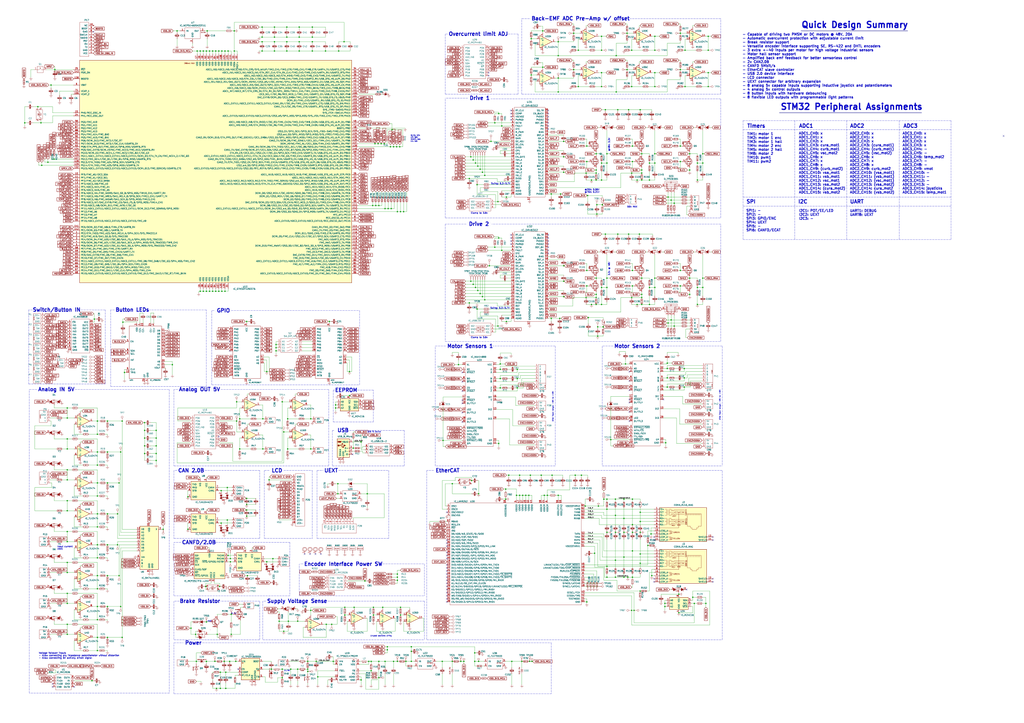
<source format=kicad_sch>
(kicad_sch (version 20211123) (generator eeschema)
  (paper "A1")
  (title_block (title "Electric Motor Control Board") (date "2019-02-02") (rev "Rev A") (company "Swedish Embedded Group") (comment 1 "Drawn by Martin Schröder"))
  (lib_symbols
    (symbol "D_ESDCAN03_1" (pin_names (offset 0.254) hide)
      (property "Reference" "D" (at -1.524 7.874 0))
      (symbol "D_ESDCAN03_1_0_0"
        (text "ESDCAN03" (at 0.508 0 900) (effects (font (size 0.508 0.508))))
      )
      (symbol "D_ESDCAN03_1_1_1"
        (pin passive line (at -3.81 2.54 0) (length 1.778) (name "~") (number "1"))
        (pin passive line (at -3.81 -2.54 0) (length 1.778) (name "K") (number "2"))
        (pin passive line (at 3.81 0 180) (length 1.778) (name "A") (number "3"))
      )
    )
    (symbol "D_ESDCAN03_2" (pin_names (offset 0.254) hide)
      (property "Reference" "D" (at -1.524 7.874 0))
      (symbol "D_ESDCAN03_2_0_0"
        (text "ESDCAN03" (at 0.508 0 900) (effects (font (size 0.508 0.508))))
      )
      (symbol "D_ESDCAN03_2_1_1"
        (pin passive line (at -3.81 2.54 0) (length 1.778) (name "~") (number "1"))
        (pin passive line (at -3.81 -2.54 0) (length 1.778) (name "K") (number "2"))
        (pin passive line (at 3.81 0 180) (length 1.778) (name "A") (number "3"))
      )
    )
    (symbol "RES_5K_1%_0402_1" (pin_numbers hide) (pin_names (offset 0.254) hide)
      (property "Reference" "R" (at 0.762 0.508 0))
      (symbol "RES_5K_1%_0402_1_0_0"
        (text "5K 1%" (at 0 0 900) (effects (font (size 0.508 0.508))))
      )
      (symbol "RES_5K_1%_0402_1_1_1"
        (pin passive line (at 0 2.54 270) (length 0.762) (name "~") (number "1"))
        (pin passive line (at 0 -2.54 90) (length 0.762) (name "~") (number "2"))
      )
    )
    (symbol "RES_5K_1%_0402_10" (pin_numbers hide) (pin_names (offset 0.254) hide)
      (property "Reference" "R" (at 0.762 0.508 0))
      (symbol "RES_5K_1%_0402_10_0_0"
        (text "5K 1%" (at 0 0 900) (effects (font (size 0.508 0.508))))
      )
      (symbol "RES_5K_1%_0402_10_1_1"
        (pin passive line (at 0 2.54 270) (length 0.762) (name "~") (number "1"))
        (pin passive line (at 0 -2.54 90) (length 0.762) (name "~") (number "2"))
      )
    )
    (symbol "RES_5K_1%_0402_11" (pin_numbers hide) (pin_names (offset 0.254) hide)
      (property "Reference" "R" (at 0.762 0.508 0))
      (symbol "RES_5K_1%_0402_11_0_0"
        (text "5K 1%" (at 0 0 900) (effects (font (size 0.508 0.508))))
      )
      (symbol "RES_5K_1%_0402_11_1_1"
        (pin passive line (at 0 2.54 270) (length 0.762) (name "~") (number "1"))
        (pin passive line (at 0 -2.54 90) (length 0.762) (name "~") (number "2"))
      )
    )
    (symbol "RES_5K_1%_0402_12" (pin_numbers hide) (pin_names (offset 0.254) hide)
      (property "Reference" "R" (at 0.762 0.508 0))
      (symbol "RES_5K_1%_0402_12_0_0"
        (text "5K 1%" (at 0 0 900) (effects (font (size 0.508 0.508))))
      )
      (symbol "RES_5K_1%_0402_12_1_1"
        (pin passive line (at 0 2.54 270) (length 0.762) (name "~") (number "1"))
        (pin passive line (at 0 -2.54 90) (length 0.762) (name "~") (number "2"))
      )
    )
    (symbol "RES_5K_1%_0402_13" (pin_numbers hide) (pin_names (offset 0.254) hide)
      (property "Reference" "R" (at 0.762 0.508 0))
      (symbol "RES_5K_1%_0402_13_0_0"
        (text "5K 1%" (at 0 0 900) (effects (font (size 0.508 0.508))))
      )
      (symbol "RES_5K_1%_0402_13_1_1"
        (pin passive line (at 0 2.54 270) (length 0.762) (name "~") (number "1"))
        (pin passive line (at 0 -2.54 90) (length 0.762) (name "~") (number "2"))
      )
    )
    (symbol "RES_5K_1%_0402_14" (pin_numbers hide) (pin_names (offset 0.254) hide)
      (property "Reference" "R" (at 0.762 0.508 0))
      (symbol "RES_5K_1%_0402_14_0_0"
        (text "5K 1%" (at 0 0 900) (effects (font (size 0.508 0.508))))
      )
      (symbol "RES_5K_1%_0402_14_1_1"
        (pin passive line (at 0 2.54 270) (length 0.762) (name "~") (number "1"))
        (pin passive line (at 0 -2.54 90) (length 0.762) (name "~") (number "2"))
      )
    )
    (symbol "RES_5K_1%_0402_15" (pin_numbers hide) (pin_names (offset 0.254) hide)
      (property "Reference" "R" (at 0.762 0.508 0))
      (symbol "RES_5K_1%_0402_15_0_0"
        (text "5K 1%" (at 0 0 900) (effects (font (size 0.508 0.508))))
      )
      (symbol "RES_5K_1%_0402_15_1_1"
        (pin passive line (at 0 2.54 270) (length 0.762) (name "~") (number "1"))
        (pin passive line (at 0 -2.54 90) (length 0.762) (name "~") (number "2"))
      )
    )
    (symbol "RES_5K_1%_0402_16" (pin_numbers hide) (pin_names (offset 0.254) hide)
      (property "Reference" "R" (at 0.762 0.508 0))
      (symbol "RES_5K_1%_0402_16_0_0"
        (text "5K 1%" (at 0 0 900) (effects (font (size 0.508 0.508))))
      )
      (symbol "RES_5K_1%_0402_16_1_1"
        (pin passive line (at 0 2.54 270) (length 0.762) (name "~") (number "1"))
        (pin passive line (at 0 -2.54 90) (length 0.762) (name "~") (number "2"))
      )
    )
    (symbol "RES_5K_1%_0402_2" (pin_numbers hide) (pin_names (offset 0.254) hide)
      (property "Reference" "R" (at 0.762 0.508 0))
      (symbol "RES_5K_1%_0402_2_0_0"
        (text "5K 1%" (at 0 0 900) (effects (font (size 0.508 0.508))))
      )
      (symbol "RES_5K_1%_0402_2_1_1"
        (pin passive line (at 0 2.54 270) (length 0.762) (name "~") (number "1"))
        (pin passive line (at 0 -2.54 90) (length 0.762) (name "~") (number "2"))
      )
    )
    (symbol "RES_5K_1%_0402_3" (pin_numbers hide) (pin_names (offset 0.254) hide)
      (property "Reference" "R" (at 0.762 0.508 0))
      (symbol "RES_5K_1%_0402_3_0_0"
        (text "5K 1%" (at 0 0 900) (effects (font (size 0.508 0.508))))
      )
      (symbol "RES_5K_1%_0402_3_1_1"
        (pin passive line (at 0 2.54 270) (length 0.762) (name "~") (number "1"))
        (pin passive line (at 0 -2.54 90) (length 0.762) (name "~") (number "2"))
      )
    )
    (symbol "RES_5K_1%_0402_4" (pin_numbers hide) (pin_names (offset 0.254) hide)
      (property "Reference" "R" (at 0.762 0.508 0))
      (symbol "RES_5K_1%_0402_4_0_0"
        (text "5K 1%" (at 0 0 900) (effects (font (size 0.508 0.508))))
      )
      (symbol "RES_5K_1%_0402_4_1_1"
        (pin passive line (at 0 2.54 270) (length 0.762) (name "~") (number "1"))
        (pin passive line (at 0 -2.54 90) (length 0.762) (name "~") (number "2"))
      )
    )
    (symbol "RES_5K_1%_0402_5" (pin_numbers hide) (pin_names (offset 0.254) hide)
      (property "Reference" "R" (at 0.762 0.508 0))
      (symbol "RES_5K_1%_0402_5_0_0"
        (text "5K 1%" (at 0 0 900) (effects (font (size 0.508 0.508))))
      )
      (symbol "RES_5K_1%_0402_5_1_1"
        (pin passive line (at 0 2.54 270) (length 0.762) (name "~") (number "1"))
        (pin passive line (at 0 -2.54 90) (length 0.762) (name "~") (number "2"))
      )
    )
    (symbol "RES_5K_1%_0402_6" (pin_numbers hide) (pin_names (offset 0.254) hide)
      (property "Reference" "R" (at 0.762 0.508 0))
      (symbol "RES_5K_1%_0402_6_0_0"
        (text "5K 1%" (at 0 0 900) (effects (font (size 0.508 0.508))))
      )
      (symbol "RES_5K_1%_0402_6_1_1"
        (pin passive line (at 0 2.54 270) (length 0.762) (name "~") (number "1"))
        (pin passive line (at 0 -2.54 90) (length 0.762) (name "~") (number "2"))
      )
    )
    (symbol "RES_5K_1%_0402_7" (pin_numbers hide) (pin_names (offset 0.254) hide)
      (property "Reference" "R" (at 0.762 0.508 0))
      (symbol "RES_5K_1%_0402_7_0_0"
        (text "5K 1%" (at 0 0 900) (effects (font (size 0.508 0.508))))
      )
      (symbol "RES_5K_1%_0402_7_1_1"
        (pin passive line (at 0 2.54 270) (length 0.762) (name "~") (number "1"))
        (pin passive line (at 0 -2.54 90) (length 0.762) (name "~") (number "2"))
      )
    )
    (symbol "RES_5K_1%_0402_8" (pin_numbers hide) (pin_names (offset 0.254) hide)
      (property "Reference" "R" (at 0.762 0.508 0))
      (symbol "RES_5K_1%_0402_8_0_0"
        (text "5K 1%" (at 0 0 900) (effects (font (size 0.508 0.508))))
      )
      (symbol "RES_5K_1%_0402_8_1_1"
        (pin passive line (at 0 2.54 270) (length 0.762) (name "~") (number "1"))
        (pin passive line (at 0 -2.54 90) (length 0.762) (name "~") (number "2"))
      )
    )
    (symbol "RES_5K_1%_0402_9" (pin_numbers hide) (pin_names (offset 0.254) hide)
      (property "Reference" "R" (at 0.762 0.508 0))
      (symbol "RES_5K_1%_0402_9_0_0"
        (text "5K 1%" (at 0 0 900) (effects (font (size 0.508 0.508))))
      )
      (symbol "RES_5K_1%_0402_9_1_1"
        (pin passive line (at 0 2.54 270) (length 0.762) (name "~") (number "1"))
        (pin passive line (at 0 -2.54 90) (length 0.762) (name "~") (number "2"))
      )
    )
    (symbol "SwEmb:CAPP_100uF_25V_6357" (pin_numbers hide) (pin_names (offset 0.254))
      (property "Reference" "C" (at 0.635 2.54 0))
      (symbol "CAPP_100uF_25V_6357_0_0"
        (text "100uF 25V" (at 0 0 0) (effects (font (size 0.508 0.508))))
      )
      (symbol "CAPP_100uF_25V_6357_1_1"
        (pin passive line (at 0 2.54 270) (length 1.8542) (name "~") (number "1"))
        (pin passive line (at 0 -2.54 90) (length 1.8542) (name "~") (number "2"))
      )
    )
    (symbol "SwEmb:CAPP_220uF_63V_10x15_THT" (pin_numbers hide) (pin_names (offset 0.254))
      (property "Reference" "C" (at 0.635 2.54 0))
      (symbol "CAPP_220uF_63V_10x15_THT_0_0"
        (text "220uF 63V" (at 0 0 0) (effects (font (size 0.508 0.508))))
      )
      (symbol "CAPP_220uF_63V_10x15_THT_1_1"
        (pin passive line (at 0 2.54 270) (length 1.8542) (name "~") (number "1"))
        (pin passive line (at 0 -2.54 90) (length 1.8542) (name "~") (number "2"))
      )
    )
    (symbol "SwEmb:CAP_0.022uF_100V_0603" (pin_numbers hide) (pin_names (offset 0.254) hide)
      (property "Reference" "C" (at 0.254 1.778 0))
      (symbol "CAP_0.022uF_100V_0603_0_0"
        (text "0.022uF 100V" (at 0 0 0) (effects (font (size 0.508 0.508))))
      )
      (symbol "CAP_0.022uF_100V_0603_1_1"
        (pin passive line (at 0 2.54 270) (length 2.032) (name "~") (number "1"))
        (pin passive line (at 0 -2.54 90) (length 2.032) (name "~") (number "2"))
      )
    )
    (symbol "SwEmb:CAP_100nF_100V_0603" (pin_numbers hide) (pin_names (offset 0.254) hide)
      (property "Reference" "C" (at 0.254 1.778 0))
      (symbol "CAP_100nF_100V_0603_0_0"
        (text "100nF 100V" (at 0 0 0) (effects (font (size 0.508 0.508))))
      )
      (symbol "CAP_100nF_100V_0603_1_1"
        (pin passive line (at 0 2.54 270) (length 2.032) (name "~") (number "1"))
        (pin passive line (at 0 -2.54 90) (length 2.032) (name "~") (number "2"))
      )
    )
    (symbol "SwEmb:CAP_100nF_50V_0402" (pin_numbers hide) (pin_names (offset 0.254) hide)
      (property "Reference" "C" (at 0.254 1.778 0))
      (symbol "CAP_100nF_50V_0402_0_0"
        (text "100nF 50V" (at 0 0 0) (effects (font (size 0.508 0.508))))
      )
      (symbol "CAP_100nF_50V_0402_1_1"
        (pin passive line (at 0 2.54 270) (length 2.032) (name "~") (number "1"))
        (pin passive line (at 0 -2.54 90) (length 2.032) (name "~") (number "2"))
      )
    )
    (symbol "SwEmb:CAP_100pF_50V_0402" (pin_numbers hide) (pin_names (offset 0.254) hide)
      (property "Reference" "C" (at 0.254 1.778 0))
      (symbol "CAP_100pF_50V_0402_0_0"
        (text "100pF 50V" (at 0 0 0) (effects (font (size 0.508 0.508))))
      )
      (symbol "CAP_100pF_50V_0402_1_1"
        (pin passive line (at 0 2.54 270) (length 2.032) (name "~") (number "1"))
        (pin passive line (at 0 -2.54 90) (length 2.032) (name "~") (number "2"))
      )
    )
    (symbol "SwEmb:CAP_10pF_50V_0402" (pin_numbers hide) (pin_names (offset 0.254) hide)
      (property "Reference" "C" (at 0.254 1.778 0))
      (symbol "CAP_10pF_50V_0402_0_0"
        (text "10pF 50V" (at 0 0 0) (effects (font (size 0.508 0.508))))
      )
      (symbol "CAP_10pF_50V_0402_1_1"
        (pin passive line (at 0 2.54 270) (length 2.032) (name "~") (number "1"))
        (pin passive line (at 0 -2.54 90) (length 2.032) (name "~") (number "2"))
      )
    )
    (symbol "SwEmb:CAP_10uF_25V_0805" (pin_numbers hide) (pin_names (offset 0.254) hide)
      (property "Reference" "C" (at 0.254 1.778 0))
      (symbol "CAP_10uF_25V_0805_0_0"
        (text "10uF 25V" (at 0 0 0) (effects (font (size 0.508 0.508))))
      )
      (symbol "CAP_10uF_25V_0805_1_1"
        (pin passive line (at 0 2.54 270) (length 2.032) (name "~") (number "1"))
        (pin passive line (at 0 -2.54 90) (length 2.032) (name "~") (number "2"))
      )
    )
    (symbol "SwEmb:CAP_1nF_100V_0603" (pin_numbers hide) (pin_names (offset 0.254) hide)
      (property "Reference" "C" (at 0.254 1.778 0))
      (symbol "CAP_1nF_100V_0603_0_0"
        (text "1nF 100V" (at 0 0 0) (effects (font (size 0.508 0.508))))
      )
      (symbol "CAP_1nF_100V_0603_1_1"
        (pin passive line (at 0 2.54 270) (length 2.032) (name "~") (number "1"))
        (pin passive line (at 0 -2.54 90) (length 2.032) (name "~") (number "2"))
      )
    )
    (symbol "SwEmb:CAP_2.2uF_100V_1210" (pin_numbers hide) (pin_names (offset 0.254) hide)
      (property "Reference" "C" (at 0.254 1.778 0))
      (symbol "CAP_2.2uF_100V_1210_0_0"
        (text "2u2 100V" (at 0 0 0) (effects (font (size 0.508 0.508))))
      )
      (symbol "CAP_2.2uF_100V_1210_1_1"
        (pin passive line (at 0 2.54 270) (length 2.032) (name "~") (number "1"))
        (pin passive line (at 0 -2.54 90) (length 2.032) (name "~") (number "2"))
      )
    )
    (symbol "SwEmb:CAP_2.2uF_16V_0402" (pin_numbers hide) (pin_names (offset 0.254) hide)
      (property "Reference" "C" (at 0.254 1.778 0))
      (symbol "CAP_2.2uF_16V_0402_0_0"
        (text "2.2uF 16V" (at 0 0 0) (effects (font (size 0.508 0.508))))
      )
      (symbol "CAP_2.2uF_16V_0402_1_1"
        (pin passive line (at 0 2.54 270) (length 2.032) (name "~") (number "1"))
        (pin passive line (at 0 -2.54 90) (length 2.032) (name "~") (number "2"))
      )
    )
    (symbol "SwEmb:CAP_22nF_50V_0402" (pin_numbers hide) (pin_names (offset 0.254) hide)
      (property "Reference" "C" (at 0.254 1.778 0))
      (symbol "CAP_22nF_50V_0402_0_0"
        (text "22nF 50V" (at 0 0 0) (effects (font (size 0.508 0.508))))
      )
      (symbol "CAP_22nF_50V_0402_1_1"
        (pin passive line (at 0 2.54 270) (length 2.032) (name "~") (number "1"))
        (pin passive line (at 0 -2.54 90) (length 2.032) (name "~") (number "2"))
      )
    )
    (symbol "SwEmb:CAP_22uF_10V_0805" (pin_numbers hide) (pin_names (offset 0.254) hide)
      (property "Reference" "C" (at 0.254 1.778 0))
      (symbol "CAP_22uF_10V_0805_0_0"
        (text "22uF 10V" (at 0 0 0) (effects (font (size 0.508 0.508))))
      )
      (symbol "CAP_22uF_10V_0805_1_1"
        (pin passive line (at 0 2.54 270) (length 2.032) (name "~") (number "1"))
        (pin passive line (at 0 -2.54 90) (length 2.032) (name "~") (number "2"))
      )
    )
    (symbol "SwEmb:CAP_27nF_16V_0402" (pin_numbers hide) (pin_names (offset 0.254) hide)
      (property "Reference" "C" (at 0.254 1.778 0))
      (symbol "CAP_27nF_16V_0402_0_0"
        (text "27nF 16V" (at 0 0 0) (effects (font (size 0.508 0.508))))
      )
      (symbol "CAP_27nF_16V_0402_1_1"
        (pin passive line (at 0 2.54 270) (length 2.032) (name "~") (number "1"))
        (pin passive line (at 0 -2.54 90) (length 2.032) (name "~") (number "2"))
      )
    )
    (symbol "SwEmb:CONN_AN_OUT" (pin_names (offset 1.016))
      (property "Reference" "P" (at 0 3.81 0))
      (symbol "CONN_AN_OUT_1_1"
        (pin input line (at -6.35 1.27 0) (length 2.54) (name "AN") (number "1"))
        (pin power_in line (at -6.35 -1.27 0) (length 2.54) (name "GND") (number "2"))
      )
    )
    (symbol "SwEmb:CONN_BRKRES" (pin_names (offset 1.016))
      (property "Reference" "P" (at 0 3.81 0))
      (symbol "CONN_BRKRES_1_1"
        (pin passive line (at -6.35 1.27 0) (length 2.54) (name "BR") (number "1"))
        (pin passive line (at -6.35 -1.27 0) (length 2.54) (name "BR") (number "2"))
      )
    )
    (symbol "SwEmb:CONN_BUTTON" (pin_names (offset 1.016))
      (property "Reference" "P" (at -1.27 5.08 0))
      (symbol "CONN_BUTTON_0_0"
        (text "BUTTON" (at 1.778 0 900) (effects (font (size 0.508 0.508))))
      )
      (symbol "CONN_BUTTON_1_1"
        (pin power_in line (at -6.35 2.54 0) (length 2.54) (name "GND") (number "1"))
        (pin output line (at -6.35 0 0) (length 2.54) (name "SW") (number "2"))
        (pin input line (at -6.35 -2.54 0) (length 2.54) (name "LED+") (number "3"))
      )
    )
    (symbol "SwEmb:CONN_CAN" (pin_names (offset 1.016))
      (property "Reference" "P" (at -2.54 5.08 0))
      (symbol "CONN_CAN_1_1"
        (pin passive line (at -6.35 0 0) (length 2.54) (name "CAN-") (number "1"))
        (pin passive line (at -6.35 2.54 0) (length 2.54) (name "CAN+") (number "2"))
        (pin power_in line (at -6.35 -2.54 0) (length 2.54) (name "GND") (number "3"))
      )
    )
    (symbol "SwEmb:CONN_DEBUG_2R" (pin_names (offset 1.016))
      (property "Reference" "P" (at 2.54 12.7 0))
      (symbol "CONN_DEBUG_2R_1_1"
        (pin passive line (at -5.08 8.89 0) (length 3.81) (name "VCC") (number "1"))
        (pin no_connect line (at -5.08 -13.97 0) (length 3.81) (name "NC") (number "10"))
        (pin passive line (at -5.08 6.35 0) (length 3.81) (name "GND") (number "2"))
        (pin passive line (at -5.08 3.81 0) (length 3.81) (name "TX") (number "3"))
        (pin passive line (at -5.08 1.27 0) (length 3.81) (name "RX") (number "4"))
        (pin passive line (at -5.08 -1.27 0) (length 3.81) (name "RST") (number "5"))
        (pin passive line (at -5.08 -3.81 0) (length 3.81) (name "SWDIO") (number "6"))
        (pin passive line (at -5.08 -6.35 0) (length 3.81) (name "SWCLK") (number "7"))
        (pin passive line (at -5.08 -8.89 0) (length 3.81) (name "SWO") (number "8"))
        (pin passive line (at -5.08 -11.43 0) (length 3.81) (name "BOOT") (number "9"))
      )
    )
    (symbol "SwEmb:CONN_ENCODER" (pin_names (offset 1.016))
      (property "Reference" "P" (at -1.27 11.43 0))
      (symbol "CONN_ENCODER_0_0"
        (text "5V out" (at 1.778 -7.62 900) (effects (font (size 0.508 0.508))))
        (text "Encoder" (at 1.778 3.81 900) (effects (font (size 0.508 0.508))))
      )
      (symbol "CONN_ENCODER_1_1"
        (pin output line (at -6.35 8.89 0) (length 2.54) (name "A") (number "1"))
        (pin output line (at -6.35 6.35 0) (length 2.54) (name "~{A}") (number "2"))
        (pin output line (at -6.35 3.81 0) (length 2.54) (name "B") (number "3"))
        (pin output line (at -6.35 1.27 0) (length 2.54) (name "~{B}") (number "4"))
        (pin output line (at -6.35 -1.27 0) (length 2.54) (name "Z") (number "5"))
        (pin output line (at -6.35 -3.81 0) (length 2.54) (name "~{Z}") (number "6"))
        (pin power_in line (at -6.35 -6.35 0) (length 2.54) (name "5V") (number "7"))
        (pin power_in line (at -6.35 -8.89 0) (length 2.54) (name "GND") (number "8"))
      )
    )
    (symbol "SwEmb:CONN_HALL" (pin_names (offset 1.016))
      (property "Reference" "P" (at 0 7.62 0))
      (symbol "CONN_HALL_0_0"
        (text "HALL 5V" (at 1.27 0 900) (effects (font (size 0.508 0.508))))
      )
      (symbol "CONN_HALL_1_1"
        (pin output line (at -5.08 5.08 0) (length 2.54) (name "A") (number "1"))
        (pin output line (at -5.08 2.54 0) (length 2.54) (name "B") (number "2"))
        (pin output line (at -5.08 0 0) (length 2.54) (name "C") (number "3"))
        (pin power_in line (at -5.08 -2.54 0) (length 2.54) (name "5V") (number "4"))
        (pin power_in line (at -5.08 -5.08 0) (length 2.54) (name "GND") (number "5"))
      )
    )
    (symbol "SwEmb:CONN_JOYSTICK" (pin_names (offset 1.016))
      (property "Reference" "P" (at -1.27 6.35 0))
      (symbol "CONN_JOYSTICK_0_0"
        (text "JOYSTICK" (at 1.778 0 900) (effects (font (size 0.508 0.508))))
      )
      (symbol "CONN_JOYSTICK_1_1"
        (pin power_in line (at -6.35 3.81 0) (length 2.54) (name "5V") (number "1"))
        (pin power_in line (at -6.35 1.27 0) (length 2.54) (name "GND") (number "2"))
        (pin output line (at -6.35 -1.27 0) (length 2.54) (name "X") (number "3"))
        (pin output line (at -6.35 -3.81 0) (length 2.54) (name "Y") (number "4"))
      )
    )
    (symbol "SwEmb:CONN_LCD" (pin_names (offset 1.016))
      (property "Reference" "P" (at 0 22.86 0))
      (symbol "CONN_LCD_0_0"
        (text "LCD" (at 2.54 0 900) (effects (font (size 0.9906 0.9906))))
      )
      (symbol "CONN_LCD_1_1"
        (pin power_in line (at -6.35 19.05 0) (length 2.54) (name "GND") (number "1"))
        (pin bidirectional line (at -6.35 -3.81 0) (length 2.54) (name "D3") (number "10"))
        (pin bidirectional line (at -6.35 -6.35 0) (length 2.54) (name "D4") (number "11"))
        (pin bidirectional line (at -6.35 -8.89 0) (length 2.54) (name "D5") (number "12"))
        (pin bidirectional line (at -6.35 -11.43 0) (length 2.54) (name "D6") (number "13"))
        (pin bidirectional line (at -6.35 -13.97 0) (length 2.54) (name "D7") (number "14"))
        (pin input line (at -6.35 -16.51 0) (length 2.54) (name "LED+") (number "15"))
        (pin input line (at -6.35 -19.05 0) (length 2.54) (name "LED-") (number "16"))
        (pin power_in line (at -6.35 16.51 0) (length 2.54) (name "VCC") (number "2"))
        (pin input line (at -6.35 13.97 0) (length 2.54) (name "VO") (number "3"))
        (pin input line (at -6.35 11.43 0) (length 2.54) (name "MDATA") (number "4"))
        (pin input line (at -6.35 8.89 0) (length 2.54) (name "READ") (number "5"))
        (pin input line (at -6.35 6.35 0) (length 2.54) (name "EN") (number "6"))
        (pin bidirectional line (at -6.35 3.81 0) (length 2.54) (name "D0") (number "7"))
        (pin bidirectional line (at -6.35 1.27 0) (length 2.54) (name "D1") (number "8"))
        (pin bidirectional line (at -6.35 -1.27 0) (length 2.54) (name "D2") (number "9"))
      )
    )
    (symbol "SwEmb:CONN_MOTOR" (pin_names (offset 1.016))
      (property "Reference" "P" (at -1.27 5.08 0))
      (symbol "CONN_MOTOR_0_0"
        (text "32A 7.62mm" (at 1.778 0 900) (effects (font (size 0.508 0.508))))
      )
      (symbol "CONN_MOTOR_1_1"
        (pin input line (at -6.35 -2.54 0) (length 2.54) (name "C") (number "1"))
        (pin input line (at -6.35 0 0) (length 2.54) (name "B") (number "2"))
        (pin input line (at -6.35 2.54 0) (length 2.54) (name "A") (number "3"))
      )
    )
    (symbol "SwEmb:CONN_POWER_10A" (pin_names (offset 1.016))
      (property "Reference" "P" (at 0 3.81 0))
      (symbol "CONN_POWER_10A_1_1"
        (pin passive line (at -6.35 1.27 0) (length 2.54) (name "VCC") (number "1"))
        (pin passive line (at -6.35 -1.27 0) (length 2.54) (name "GND") (number "2"))
      )
    )
    (symbol "SwEmb:CONN_POWER_41A" (pin_names (offset 1.016))
      (property "Reference" "P" (at -2.54 3.81 0))
      (symbol "CONN_POWER_41A_1_1"
        (pin passive line (at -6.35 1.27 0) (length 2.54) (name "VCC") (number "1"))
        (pin passive line (at -6.35 -1.27 0) (length 2.54) (name "GND") (number "2"))
      )
    )
    (symbol "SwEmb:CONN_RJ45_MAG" (pin_names (offset 0.0254))
      (property "Reference" "J" (at 2.54 15.24 0))
      (property "Value" "CONN_RJ45_MAG" (at -1.27 15.24 0))
      (symbol "CONN_RJ45_MAG_0_0"
        (text "GREEN" (at -14.605 -6.35 0) (effects (font (size 1.016 1.016))))
        (text "J1" (at -6.985 12.065 0) (effects (font (size 1.016 1.016))))
        (text "J2" (at -6.985 8.255 0) (effects (font (size 1.016 1.016))))
        (text "J3" (at -6.985 4.445 0) (effects (font (size 1.016 1.016))))
        (text "J4" (at -6.985 10.16 0) (effects (font (size 0.889 0.889)) (justify bottom)))
        (text "J5" (at -6.985 9.525 0) (effects (font (size 0.889 0.889))))
        (text "J6" (at -6.985 0.635 0) (effects (font (size 1.016 1.016))))
        (text "J7" (at -6.985 2.54 0) (effects (font (size 0.889 0.889)) (justify bottom)))
        (text "J8" (at -6.985 1.905 0) (effects (font (size 0.889 0.889))))
        (text "RCV" (at -17.145 -0.635 0) (effects (font (size 1.016 1.016))))
        (text "XMIT" (at -16.51 6.985 0) (effects (font (size 1.016 1.016))))
        (text "YELLOW" (at -14.605 -11.43 0) (effects (font (size 1.016 1.016))))
      )
      (symbol "CONN_RJ45_MAG_1_1"
        (pin passive line (at -33.02 12.7 0) (length 4.445) (name "TD+") (number "1"))
        (pin passive line (at -33.02 -5.08 0) (length 4.445) (name "LEDG_A") (number "10"))
        (pin passive line (at -33.02 -12.7 0) (length 4.445) (name "LEDY_K") (number "11"))
        (pin passive line (at -33.02 -10.16 0) (length 4.445) (name "LEDY_A") (number "12"))
        (pin passive line (at 15.24 -10.16 180) (length 5.08) (name "SHIELD") (number "13"))
        (pin passive line (at 15.24 -12.7 180) (length 5.0038) (name "SHIELD") (number "14"))
        (pin passive line (at -33.02 10.16 0) (length 4.445) (name "TCT") (number "2"))
        (pin passive line (at -33.02 7.62 0) (length 4.445) (name "TD-") (number "3"))
        (pin passive line (at -33.02 5.08 0) (length 4.445) (name "RD+") (number "4"))
        (pin passive line (at -33.02 2.54 0) (length 4.445) (name "RCT") (number "5"))
        (pin passive line (at -33.02 0 0) (length 4.445) (name "RD-") (number "6"))
        (pin passive line (at -33.02 -2.54 0) (length 4.445) (name "~") (number "8"))
        (pin passive line (at -33.02 -7.62 0) (length 4.445) (name "LEDG_K") (number "9"))
      )
    )
    (symbol "SwEmb:CONN_SENSOR" (pin_names (offset 1.016))
      (property "Reference" "P" (at -1.27 5.08 0))
      (symbol "CONN_SENSOR_0_0"
        (text "In" (at 1.778 0 900) (effects (font (size 0.508 0.508))))
      )
      (symbol "CONN_SENSOR_1_1"
        (pin power_in line (at -6.35 2.54 0) (length 2.54) (name "5V") (number "1"))
        (pin output line (at -6.35 0 0) (length 2.54) (name "IN") (number "2"))
        (pin power_in line (at -6.35 -2.54 0) (length 2.54) (name "GND") (number "3"))
      )
    )
    (symbol "SwEmb:CONN_UEXT" (pin_names (offset 1.016))
      (property "Reference" "P" (at 2.54 12.7 0))
      (symbol "CONN_UEXT_1_1"
        (pin power_in line (at -5.08 8.89 0) (length 3.81) (name "3.3V") (number "1"))
        (pin input line (at -5.08 -13.97 0) (length 3.81) (name "~{CS}") (number "10"))
        (pin power_in line (at -5.08 6.35 0) (length 3.81) (name "GND") (number "2"))
        (pin input line (at -5.08 3.81 0) (length 3.81) (name "TX") (number "3"))
        (pin output line (at -5.08 1.27 0) (length 3.81) (name "RX") (number "4"))
        (pin input line (at -5.08 -1.27 0) (length 3.81) (name "SCL") (number "5"))
        (pin bidirectional line (at -5.08 -3.81 0) (length 3.81) (name "SDA") (number "6"))
        (pin output line (at -5.08 -6.35 0) (length 3.81) (name "MISO") (number "7"))
        (pin input line (at -5.08 -8.89 0) (length 3.81) (name "MOSI") (number "8"))
        (pin input line (at -5.08 -11.43 0) (length 3.81) (name "SCK") (number "9"))
      )
    )
    (symbol "SwEmb:D_BAT54" (pin_numbers hide) (pin_names (offset 1.016))
      (property "Reference" "D" (at -1.27 2.54 0))
      (symbol "D_BAT54_0_0"
        (text "BAT54" (at 0 -2.54 0) (effects (font (size 0.508 0.508))))
      )
      (symbol "D_BAT54_1_1"
        (pin passive line (at -2.54 0 0) (length 2.54) (name "~") (number "1"))
        (pin passive line (at 2.54 0 180) (length 2.54) (name "~") (number "2"))
      )
    )
    (symbol "SwEmb:D_BAT54S" (pin_names (offset 1.016))
      (property "Reference" "D" (at 0.635 -3.81 0))
      (symbol "D_BAT54S_0_0"
        (text "BAT54" (at 0 1.27 0) (effects (font (size 0.508 0.508))))
      )
      (symbol "D_BAT54S_1_1"
        (pin passive line (at -6.35 0 0) (length 2.54) (name "~") (number "1"))
        (pin passive line (at 6.35 0 180) (length 2.54) (name "~") (number "2"))
        (pin passive line (at 0 -2.54 90) (length 2.54) (name "~") (number "3"))
      )
    )
    (symbol "SwEmb:D_CDBC5100" (pin_numbers hide) (pin_names (offset 0.254) hide)
      (property "Reference" "D" (at -1.27 2.032 0))
      (symbol "D_CDBC5100_0_0"
        (text "CDBC5100 100V 5A" (at 0 -1.524 0) (effects (font (size 0.508 0.508))))
      )
      (symbol "D_CDBC5100_1_1"
        (pin passive line (at -2.54 0 0) (length 1.778) (name "K") (number "1"))
        (pin passive line (at 2.54 0 180) (length 1.778) (name "A") (number "2"))
      )
    )
    (symbol "SwEmb:D_ESDCAN03" (pin_names (offset 0.254) hide)
      (property "Reference" "D" (at -1.524 7.874 0))
      (symbol "D_ESDCAN03_0_0"
        (text "ESDCAN03" (at 0.508 0 900) (effects (font (size 0.508 0.508))))
      )
      (symbol "D_ESDCAN03_1_1"
        (pin passive line (at -3.81 2.54 0) (length 1.778) (name "~") (number "1"))
        (pin passive line (at -3.81 -2.54 0) (length 1.778) (name "K") (number "2"))
        (pin passive line (at 3.81 0 180) (length 1.778) (name "A") (number "3"))
      )
    )
    (symbol "SwEmb:D_SMBJ12A" (pin_numbers hide) (pin_names (offset 1.016) hide)
      (property "Reference" "D" (at 0 2.54 0))
      (symbol "D_SMBJ12A_0_0"
        (text "SMBJ12A" (at 0.254 -2.54 0) (effects (font (size 0.508 0.508))))
      )
      (symbol "D_SMBJ12A_1_1"
        (pin passive line (at -3.81 0 0) (length 2.54) (name "K") (number "1"))
        (pin passive line (at 3.81 0 180) (length 2.54) (name "A") (number "2"))
      )
    )
    (symbol "SwEmb:D_SMBJ48A" (pin_numbers hide) (pin_names (offset 1.016) hide)
      (property "Reference" "D" (at 0 2.54 0))
      (symbol "D_SMBJ48A_0_0"
        (text "SMBJ48A" (at 0.254 -2.54 0) (effects (font (size 0.508 0.508))))
      )
      (symbol "D_SMBJ48A_1_1"
        (pin passive line (at -3.81 0 0) (length 2.54) (name "K") (number "1"))
        (pin passive line (at 3.81 0 180) (length 2.54) (name "A") (number "2"))
      )
    )
    (symbol "SwEmb:D_STPS41H100" (pin_names (offset 1.016))
      (property "Reference" "D" (at 1.905 -1.27 0))
      (symbol "D_STPS41H100_0_0"
        (text "STPS41H100" (at -2.54 0 0) (effects (font (size 0.508 0.508))))
      )
      (symbol "D_STPS41H100_1_1"
        (pin passive line (at -5.08 2.54 0) (length 2.54) (name "~") (number "1"))
        (pin passive line (at 3.81 0 180) (length 2.54) (name "~") (number "2"))
        (pin passive line (at -5.08 -2.54 0) (length 2.54) (name "~") (number "3"))
      )
    )
    (symbol "SwEmb:D_SZ1SMB5913BT3G" (pin_numbers hide) (pin_names (offset 0.254) hide)
      (property "Reference" "D" (at 0 2.286 0))
      (symbol "D_SZ1SMB5913BT3G_0_0"
        (text "3.3V 3W" (at 0 -2.032 0) (effects (font (size 0.9906 0.9906))))
      )
      (symbol "D_SZ1SMB5913BT3G_1_1"
        (pin passive line (at -2.54 0 0) (length 1.778) (name "K") (number "1"))
        (pin passive line (at 2.54 0 180) (length 1.778) (name "A") (number "2"))
      )
    )
    (symbol "SwEmb:D_TPD3E001" (pin_names (offset 1.016))
      (property "Reference" "D" (at 0 6.096 0))
      (property "Value" "D_TPD3E001" (at -0.254 -11.938 0))
      (symbol "D_TPD3E001_1_1"
        (pin passive line (at -2.54 -5.08 90) (length 2.54) (name "~") (number "1"))
        (pin passive line (at 0 -5.08 90) (length 2.54) (name "~") (number "2"))
        (pin passive line (at 7.62 0 180) (length 2.54) (name "~") (number "3"))
        (pin passive line (at 2.54 -5.08 90) (length 2.54) (name "~") (number "4"))
        (pin passive line (at -7.62 0 0) (length 2.54) (name "~") (number "5"))
      )
    )
    (symbol "SwEmb:FUSE_3A_9750" (pin_numbers hide) (pin_names (offset 0.254) hide)
      (property "Reference" "F" (at 0.762 0.508 0))
      (symbol "FUSE_3A_9750_0_0"
        (text "3A" (at 1.27 0 900) (effects (font (size 0.508 0.508))))
      )
      (symbol "FUSE_3A_9750_1_1"
        (pin passive line (at 0 2.54 270) (length 0.762) (name "~") (number "1"))
        (pin passive line (at 0 -2.54 90) (length 0.762) (name "~") (number "2"))
      )
    )
    (symbol "SwEmb:FUSE_4A_0603" (pin_numbers hide) (pin_names (offset 0.254) hide)
      (property "Reference" "F" (at 0.762 0.508 0))
      (symbol "FUSE_4A_0603_0_0"
        (text "4A 63V" (at 1.27 0 900) (effects (font (size 0.508 0.508))))
      )
      (symbol "FUSE_4A_0603_1_1"
        (pin passive line (at 0 2.54 270) (length 0.762) (name "~") (number "1"))
        (pin passive line (at 0 -2.54 90) (length 0.762) (name "~") (number "2"))
      )
    )
    (symbol "SwEmb:GNDREF" (power) (pin_names (offset 0))
      (symbol "GNDREF_1_1"
        (pin power_in line (at 0 0 270) (length 0) hide (name "GNDREF") (number "1"))
      )
    )
    (symbol "SwEmb:GND_100X30" (pin_numbers hide) (pin_names (offset 1.016) hide)
      (property "Reference" "GND" (at 0 6.35 0))
      (symbol "GND_100X30_0_0"
        (text "100x30mm" (at 0 3.81 0) (effects (font (size 0.508 0.508))))
      )
      (symbol "GND_100X30_1_1"
        (pin passive line (at 0 0 90) (length 2.54) (name "GND") (number "1"))
      )
    )
    (symbol "SwEmb:GND_ANALOG_IN" (pin_numbers hide) (pin_names (offset 1.016) hide)
      (property "Reference" "GND" (at 0 6.35 0))
      (symbol "GND_ANALOG_IN_0_0"
        (text "GND_AN_IN" (at 0 3.81 0) (effects (font (size 0.508 0.508))))
      )
      (symbol "GND_ANALOG_IN_1_1"
        (pin passive line (at 0 0 90) (length 2.54) (name "GND") (number "1"))
      )
    )
    (symbol "SwEmb:GND_ANALOG_OUT" (pin_numbers hide) (pin_names (offset 1.016) hide)
      (property "Reference" "GND" (at 0 6.35 0))
      (symbol "GND_ANALOG_OUT_0_0"
        (text "GND_AN_OUT" (at 0 3.81 0) (effects (font (size 0.508 0.508))))
      )
      (symbol "GND_ANALOG_OUT_1_1"
        (pin passive line (at 0 0 90) (length 2.54) (name "GND") (number "1"))
      )
    )
    (symbol "SwEmb:GND_MOTOR_DRIVER" (pin_numbers hide) (pin_names (offset 1.016) hide)
      (property "Reference" "GND" (at 0 6.35 0))
      (symbol "GND_MOTOR_DRIVER_0_0"
        (text "GND_DRIVE" (at 0 3.81 0) (effects (font (size 0.508 0.508))))
      )
      (symbol "GND_MOTOR_DRIVER_1_1"
        (pin passive line (at 0 0 90) (length 2.54) (name "GND") (number "1"))
      )
    )
    (symbol "SwEmb:IC_DRV8302" (pin_names (offset 1.016))
      (property "Reference" "U" (at 0 38.1 0))
      (property "Value" "IC_DRV8302" (at 7.62 -39.37 0))
      (symbol "IC_DRV8302_1_0"
        (pin output line (at 15.24 21.59 180) (length 2.54) (name "PH") (number "51"))
      )
      (symbol "IC_DRV8302_1_1"
        (pin input line (at -15.24 34.29 0) (length 2.54) (name "RT_CLK") (number "1"))
        (pin input line (at -15.24 11.43 0) (length 2.54) (name "GAIN") (number "10"))
        (pin input line (at -15.24 8.89 0) (length 2.54) (name "OC_ADJ") (number "11"))
        (pin input line (at -15.24 6.35 0) (length 2.54) (name "DC_CAL") (number "12"))
        (pin power_out line (at -15.24 3.81 0) (length 2.54) (name "GVDD") (number "13"))
        (pin power_out line (at -15.24 1.27 0) (length 2.54) (name "CP1") (number "14"))
        (pin power_out line (at -15.24 -1.27 0) (length 2.54) (name "CP2") (number "15"))
        (pin input line (at -15.24 -3.81 0) (length 2.54) (name "EN_GATE") (number "16"))
        (pin input line (at -15.24 -6.35 0) (length 2.54) (name "INH_A") (number "17"))
        (pin input line (at -15.24 -8.89 0) (length 2.54) (name "INL_A") (number "18"))
        (pin input line (at -15.24 -11.43 0) (length 2.54) (name "INH_B") (number "19"))
        (pin output line (at -15.24 31.75 0) (length 2.54) (name "COMP") (number "2"))
        (pin input line (at -15.24 -13.97 0) (length 2.54) (name "INL_B") (number "20"))
        (pin input line (at -15.24 -16.51 0) (length 2.54) (name "INH_C") (number "21"))
        (pin input line (at -15.24 -19.05 0) (length 2.54) (name "INL_C") (number "22"))
        (pin power_out line (at -15.24 -21.59 0) (length 2.54) (name "DVDD") (number "23"))
        (pin input line (at -15.24 -24.13 0) (length 2.54) (name "REF") (number "24"))
        (pin output line (at -15.24 -26.67 0) (length 2.54) (name "SO1") (number "25"))
        (pin output line (at -15.24 -29.21 0) (length 2.54) (name "SO2") (number "26"))
        (pin power_out line (at -15.24 -31.75 0) (length 2.54) (name "AVDD") (number "27"))
        (pin power_in line (at -15.24 -34.29 0) (length 2.54) (name "AGND") (number "28"))
        (pin power_in line (at 15.24 -34.29 180) (length 2.54) (name "PVDD1") (number "29"))
        (pin input line (at -15.24 29.21 0) (length 2.54) (name "VSENSE") (number "3"))
        (pin input line (at 15.24 -31.75 180) (length 2.54) (name "SP2") (number "30"))
        (pin input line (at 15.24 -29.21 180) (length 2.54) (name "SN2") (number "31"))
        (pin input line (at 15.24 -26.67 180) (length 2.54) (name "SP1") (number "32"))
        (pin input line (at 15.24 -24.13 180) (length 2.54) (name "SN1") (number "33"))
        (pin input line (at 15.24 -21.59 180) (length 2.54) (name "SL_C") (number "34"))
        (pin output line (at 15.24 -19.05 180) (length 2.54) (name "GL_C") (number "35"))
        (pin input line (at 15.24 -16.51 180) (length 2.54) (name "SH_C") (number "36"))
        (pin output line (at 15.24 -13.97 180) (length 2.54) (name "GH_C") (number "37"))
        (pin power_out line (at 15.24 -11.43 180) (length 2.54) (name "BST_C") (number "38"))
        (pin input line (at 15.24 -8.89 180) (length 2.54) (name "SL_B") (number "39"))
        (pin input line (at -15.24 26.67 0) (length 2.54) (name "PWRGD") (number "4"))
        (pin output line (at 15.24 -6.35 180) (length 2.54) (name "GL_B") (number "40"))
        (pin input line (at 15.24 -3.81 180) (length 2.54) (name "SH_B") (number "41"))
        (pin output line (at 15.24 -1.27 180) (length 2.54) (name "GH_B") (number "42"))
        (pin power_out line (at 15.24 1.27 180) (length 2.54) (name "BST_B") (number "43"))
        (pin input line (at 15.24 3.81 180) (length 2.54) (name "SL_A") (number "44"))
        (pin output line (at 15.24 6.35 180) (length 2.54) (name "GL_A") (number "45"))
        (pin input line (at 15.24 8.89 180) (length 2.54) (name "SH_A") (number "46"))
        (pin output line (at 15.24 11.43 180) (length 2.54) (name "GH_A") (number "47"))
        (pin power_out line (at 15.24 13.97 180) (length 2.54) (name "BST_A") (number "48"))
        (pin input line (at 15.24 16.51 180) (length 2.54) (name "BIAS") (number "49"))
        (pin output line (at -15.24 24.13 0) (length 2.54) (name "OCTW") (number "5"))
        (pin output line (at 15.24 19.05 180) (length 2.54) (name "PH") (number "50"))
        (pin power_out line (at 15.24 24.13 180) (length 2.54) (name "BST_BK") (number "52"))
        (pin power_in line (at 15.24 26.67 180) (length 2.54) (name "PVDD2") (number "53"))
        (pin power_in line (at 15.24 29.21 180) (length 2.54) (name "PVDD2") (number "54"))
        (pin input line (at 15.24 31.75 180) (length 2.54) (name "EN_BUCK") (number "55"))
        (pin input line (at 15.24 34.29 180) (length 2.54) (name "SS_TR") (number "56"))
        (pin power_in line (at 0 -39.37 90) (length 2.54) (name "GND(POWER_PAD)") (number "57"))
        (pin output line (at -15.24 21.59 0) (length 2.54) (name "FAULT") (number "6"))
        (pin input line (at -15.24 19.05 0) (length 2.54) (name "DTC") (number "7"))
        (pin input line (at -15.24 16.51 0) (length 2.54) (name "M_PWM") (number "8"))
        (pin input line (at -15.24 13.97 0) (length 2.54) (name "M_OC") (number "9"))
      )
    )
    (symbol "SwEmb:IC_LAN9252" (pin_names (offset 1.016))
      (property "Reference" "U" (at 0 -44.45 0))
      (property "Value" "IC_LAN9252" (at 0 -46.99 0))
      (symbol "IC_LAN9252_1_1"
        (pin passive line (at -55.88 38.1 0) (length 2.54) (name "OSCI") (number "1"))
        (pin input line (at 57.15 -22.86 180) (length 2.54) (name "FXSDB/FXLOSB/~{FXSDENB}") (number "10"))
        (pin input line (at -55.88 20.32 0) (length 2.54) (name "~{RST}") (number "11"))
        (pin bidirectional line (at -55.88 10.16 0) (length 2.54) (name "D2/AD2/SOF/SIO2") (number "12"))
        (pin bidirectional line (at -55.88 12.7 0) (length 2.54) (name "D1/AD1/EOF/SO/SIO1") (number "13"))
        (pin power_in line (at 13.97 43.18 270) (length 2.54) (name "VDDIO") (number "14"))
        (pin bidirectional line (at -55.88 -20.32 0) (length 2.54) (name "D14/AD14/DIGIO8/GPI8/GPO8/MII_TXD3/~{TX_SHIFT1}") (number "15"))
        (pin bidirectional line (at -55.88 -17.78 0) (length 2.54) (name "D13/AD13/DIGIO7/GPI7/GPO7/MII_TXD2/~{TX_SHIFT0}") (number "16"))
        (pin bidirectional line (at -55.88 15.24 0) (length 2.54) (name "D0/AD0/WD_STATE/SI/SIO0") (number "17"))
        (pin input line (at 57.15 -27.94 180) (length 2.54) (name "SYNC1/LATCH1") (number "18"))
        (pin bidirectional line (at -55.88 -7.62 0) (length 2.54) (name "D9/AD9/LATCH_IN/SCK") (number "19"))
        (pin passive line (at -55.88 35.56 0) (length 2.54) (name "OSCO") (number "2"))
        (pin power_in line (at 8.89 43.18 270) (length 2.54) (name "VDDIO") (number "20"))
        (pin bidirectional line (at -55.88 -15.24 0) (length 2.54) (name "D12/AD12/DIGIO6/GPI6/GPO6/MII_TXD1") (number "21"))
        (pin bidirectional line (at -55.88 -12.7 0) (length 2.54) (name "D11/AD11/DIGIO5/GPI5/GPO5/MII_TXD0") (number "22"))
        (pin bidirectional line (at -55.88 -10.16 0) (length 2.54) (name "D10/AD10/DIGIO4/GPI4/GPO4/MII_TXEN") (number "23"))
        (pin passive line (at 24.13 43.18 270) (length 2.54) (name "VDDCR") (number "24"))
        (pin bidirectional line (at -55.88 -25.4 0) (length 2.54) (name "A1/ALELO/OE_EXT/MII_CLK25") (number "25"))
        (pin bidirectional line (at -55.88 -30.48 0) (length 2.54) (name "A3/DIGIO11/GPI11/GPO11/MII_RXDV") (number "26"))
        (pin bidirectional line (at -55.88 -33.02 0) (length 2.54) (name "A4/DIGIO12/GPI12/GPO12/MII_RXD0") (number "27"))
        (pin bidirectional line (at -55.88 -40.64 0) (length 2.54) (name "CS/DIGIO13/GPI13/GPO13/MII_RXD1") (number "28"))
        (pin bidirectional line (at -55.88 -27.94 0) (length 2.54) (name "A2/ALEHI/DIGIO10/GPI10/GPO10/LINKACTLED2/~{MII_LINKPOL}") (number "29"))
        (pin power_out line (at -55.88 33.02 0) (length 2.54) (name "OSCVDD12") (number "3"))
        (pin bidirectional line (at -55.88 -35.56 0) (length 2.54) (name "WR/ENB/DIGIO14/GPI14/GPO14/MII_RXD2") (number "30"))
        (pin bidirectional line (at -55.88 -38.1 0) (length 2.54) (name "RD/RD_WR/DIGIO15/GPI15/GPO15/MII_RXD3") (number "31"))
        (pin power_in line (at 11.43 43.18 270) (length 2.54) (name "VDDIO") (number "32"))
        (pin bidirectional line (at -55.88 -22.86 0) (length 2.54) (name "A0/D15/AD15/DIGIO9/GPI9/GPO9/MII_RXER") (number "33"))
        (pin bidirectional line (at 57.15 -25.4 180) (length 2.54) (name "SYNC0/LATCH0") (number "34"))
        (pin bidirectional line (at -55.88 7.62 0) (length 2.54) (name "D3/AD3/WD_TRIG/SIO3") (number "35"))
        (pin bidirectional line (at -55.88 0 0) (length 2.54) (name "D6/AD6/DIGIO0/GPI0/GPO0/MII_RXCLK") (number "36"))
        (pin power_in line (at 6.35 43.18 270) (length 2.54) (name "VDDIO") (number "37"))
        (pin power_out line (at 21.59 43.18 270) (length 2.54) (name "VDDCR") (number "38"))
        (pin bidirectional line (at -55.88 -2.54 0) (length 2.54) (name "D7/AD7/DIGIO1/GPI1/GPO1/MII_MDC") (number "39"))
        (pin power_out line (at -55.88 30.48 0) (length 2.54) (name "OSCVSS") (number "4"))
        (pin bidirectional line (at -55.88 -5.08 0) (length 2.54) (name "D8/AD8/DIGIO2/GPI2/GPO2/MII_MDIO") (number "40"))
        (pin input line (at 57.15 -38.1 180) (length 2.54) (name "TESTMODE") (number "41"))
        (pin bidirectional line (at 57.15 -35.56 180) (length 2.54) (name "EESDA/TMS") (number "42"))
        (pin bidirectional line (at 57.15 -33.02 180) (length 2.54) (name "EESCL/TCK") (number "43"))
        (pin output line (at -55.88 17.78 0) (length 2.54) (name "IRQ") (number "44"))
        (pin output line (at 57.15 -15.24 180) (length 2.54) (name "RUNLED/~{E2PSIZE}") (number "45"))
        (pin output line (at 57.15 -10.16 180) (length 2.54) (name "LINKACTLED1/TDI/~{CHIP_MODE1}") (number "46"))
        (pin power_in line (at 3.81 43.18 270) (length 2.54) (name "VDDIO") (number "47"))
        (pin output line (at 57.15 -12.7 180) (length 2.54) (name "LINKACTLED0/TDO/~{CHIP_MODE0}") (number "48"))
        (pin bidirectional line (at -55.88 5.08 0) (length 2.54) (name "D4/AD4/DIGIO3/GPI3/GPO3/MII_LINK") (number "49"))
        (pin power_in line (at 1.27 43.18 270) (length 2.54) (name "VDD33") (number "5"))
        (pin bidirectional line (at -55.88 2.54 0) (length 2.54) (name "D5/AD5/OUTVALID/~{SCS}") (number "50"))
        (pin power_in line (at 57.15 5.08 180) (length 2.54) (name "VDD33TXRX1") (number "51"))
        (pin output line (at 57.15 12.7 180) (length 2.54) (name "TXNA") (number "52"))
        (pin output line (at 57.15 15.24 180) (length 2.54) (name "TXPA") (number "53"))
        (pin input line (at 57.15 7.62 180) (length 2.54) (name "RXNA") (number "54"))
        (pin input line (at 57.15 10.16 180) (length 2.54) (name "RXPA") (number "55"))
        (pin power_out line (at 35.56 43.18 270) (length 2.54) (name "VDD12TX1") (number "56"))
        (pin input line (at -55.88 25.4 0) (length 2.54) (name "RBIAS") (number "57"))
        (pin power_in line (at -7.62 43.18 270) (length 2.54) (name "VDD33BIAS") (number "58"))
        (pin passive line (at 38.1 43.18 270) (length 2.54) (name "VDD12TX2") (number "59"))
        (pin passive line (at 26.67 43.18 270) (length 2.54) (name "VDDCR") (number "6"))
        (pin input line (at 57.15 30.48 180) (length 2.54) (name "RXPB") (number "60"))
        (pin input line (at 57.15 27.94 180) (length 2.54) (name "RXNB") (number "61"))
        (pin output line (at 57.15 35.56 180) (length 2.54) (name "TXPB") (number "62"))
        (pin output line (at 57.15 33.02 180) (length 2.54) (name "TXNB") (number "63"))
        (pin input line (at 57.15 38.1 180) (length 2.54) (name "VDD33TXRX2") (number "64"))
        (pin power_in line (at 57.15 -40.64 180) (length 2.54) (name "GND") (number "65"))
        (pin input line (at -55.88 22.86 0) (length 2.54) (name "REG_EN") (number "7"))
        (pin output line (at 57.15 -17.78 180) (length 2.54) (name "~{FXLOSEN}") (number "8"))
        (pin input line (at 57.15 -20.32 180) (length 2.54) (name "FXSDA/FXLOSA/~{FXSDENA}") (number "9"))
      )
    )
    (symbol "SwEmb:IC_LP55231" (pin_names (offset 1.016))
      (property "Reference" "U" (at 8.89 22.86 0))
      (property "Value" "IC_LP55231" (at 6.35 -22.86 0))
      (symbol "IC_LP55231_1_1"
        (pin passive line (at -5.08 24.13 270) (length 2.54) (name "C2+") (number "1"))
        (pin input line (at -16.51 -16.51 0) (length 2.54) (name "TRIG") (number "10"))
        (pin output line (at 15.24 17.78 180) (length 2.54) (name "D9") (number "11"))
        (pin output line (at 15.24 15.24 180) (length 2.54) (name "D8") (number "12"))
        (pin output line (at 15.24 12.7 180) (length 2.54) (name "D7") (number "13"))
        (pin output line (at 15.24 10.16 180) (length 2.54) (name "D6") (number "14"))
        (pin output line (at 15.24 7.62 180) (length 2.54) (name "D5") (number "15"))
        (pin output line (at 15.24 5.08 180) (length 2.54) (name "D4") (number "16"))
        (pin output line (at 15.24 2.54 180) (length 2.54) (name "D3") (number "17"))
        (pin output line (at 15.24 0 180) (length 2.54) (name "D2") (number "18"))
        (pin output line (at 15.24 -2.54 180) (length 2.54) (name "D1") (number "19"))
        (pin passive line (at 6.35 24.13 270) (length 2.54) (name "C1+") (number "2"))
        (pin input line (at 15.24 -7.62 180) (length 2.54) (name "A0") (number "20"))
        (pin input line (at 15.24 -10.16 180) (length 2.54) (name "A1") (number "21"))
        (pin output line (at 15.24 -12.7 180) (length 2.54) (name "VOUT") (number "22"))
        (pin passive line (at -2.54 24.13 270) (length 2.54) (name "C2-") (number "23"))
        (pin passive line (at 3.81 24.13 270) (length 2.54) (name "C1-") (number "24"))
        (pin power_in line (at -1.27 -24.13 90) (length 2.54) (name "EP") (number "25"))
        (pin power_in line (at -7.62 24.13 270) (length 2.54) (name "VDD") (number "3"))
        (pin power_in line (at 1.27 -24.13 90) (length 2.54) (name "GND") (number "4"))
        (pin input line (at -16.51 8.89 0) (length 2.54) (name "EN") (number "5"))
        (pin input line (at -16.51 -13.97 0) (length 2.54) (name "CLK") (number "6"))
        (pin output line (at -16.51 -6.35 0) (length 2.54) (name "INT") (number "7"))
        (pin bidirectional line (at -16.51 1.27 0) (length 2.54) (name "SDA") (number "8"))
        (pin input line (at -16.51 -1.27 0) (length 2.54) (name "SCL") (number "9"))
      )
    )
    (symbol "SwEmb:IC_M24C16"
      (property "Reference" "U" (at -7.62 6.35 0))
      (property "Value" "IC_M24C16" (at 2.54 -6.35 0))
      (symbol "IC_M24C16_1_1"
        (pin input line (at -10.16 2.54 0) (length 2.54) (name "A0") (number "1"))
        (pin input line (at -10.16 0 0) (length 2.54) (name "A1") (number "2"))
        (pin input line (at -10.16 -2.54 0) (length 2.54) (name "A2") (number "3"))
        (pin power_in line (at 0 -7.62 90) (length 2.54) (name "GND") (number "4"))
        (pin bidirectional line (at 10.16 2.54 180) (length 2.54) (name "SDA") (number "5"))
        (pin input line (at 10.16 0 180) (length 2.54) (name "SCL") (number "6"))
        (pin input line (at 10.16 -2.54 180) (length 2.54) (name "~{WEN}") (number "7"))
        (pin power_in line (at 0 7.62 270) (length 2.54) (name "VCC") (number "8"))
      )
    )
    (symbol "SwEmb:IC_MAX14890" (pin_names (offset 1.016))
      (property "Reference" "U" (at 0 -34.29 0))
      (property "Value" "IC_MAX14890" (at 0 36.83 0))
      (symbol "IC_MAX14890_1_1"
        (pin output line (at 13.97 27.94 180) (length 2.54) (name "AO") (number "1"))
        (pin input line (at -13.97 17.78 0) (length 2.54) (name "~{B}") (number "10"))
        (pin power_in line (at -13.97 -33.02 0) (length 2.54) (name "GND") (number "11"))
        (pin output line (at 13.97 -5.08 180) (length 2.54) (name "LO2") (number "12"))
        (pin input line (at -13.97 -5.08 0) (length 2.54) (name "DI2") (number "13"))
        (pin input line (at 13.97 -7.62 180) (length 2.54) (name "DI/TTL2") (number "14"))
        (pin input line (at -13.97 2.54 0) (length 2.54) (name "~{Y}") (number "15"))
        (pin input line (at -13.97 5.08 0) (length 2.54) (name "DIY") (number "16"))
        (pin output line (at 13.97 5.08 180) (length 2.54) (name "YO") (number "17"))
        (pin input line (at 13.97 0 180) (length 2.54) (name "DI/TTLY") (number "18"))
        (pin output line (at 13.97 2.54 180) (length 2.54) (name "~{YFAULT}") (number "19"))
        (pin output line (at 13.97 25.4 180) (length 2.54) (name "~{AFAULT}") (number "2"))
        (pin output line (at 13.97 10.16 180) (length 2.54) (name "~{ZFAULT}") (number "20"))
        (pin output line (at 13.97 17.78 180) (length 2.54) (name "~{BFAULT}") (number "21"))
        (pin power_in line (at 13.97 31.75 180) (length 2.54) (name "VL") (number "22"))
        (pin input line (at 13.97 -33.02 180) (length 2.54) (name "SPI") (number "23"))
        (pin output line (at 13.97 12.7 180) (length 2.54) (name "ZO") (number "24"))
        (pin input line (at -13.97 12.7 0) (length 2.54) (name "Z") (number "25"))
        (pin input line (at -13.97 10.16 0) (length 2.54) (name "~{Z}") (number "26"))
        (pin power_in line (at -13.97 31.75 0) (length 2.54) (name "VCC") (number "27"))
        (pin output line (at 13.97 -12.7 180) (length 2.54) (name "LO3") (number "28"))
        (pin input line (at -13.97 -12.7 0) (length 2.54) (name "DI3") (number "29"))
        (pin output line (at 13.97 -20.32 180) (length 2.54) (name "~{D3FAULT/SDO}") (number "3"))
        (pin input line (at 13.97 -15.24 180) (length 2.54) (name "DI/TTL3") (number "30"))
        (pin input line (at -13.97 25.4 0) (length 2.54) (name "~{A}") (number "31"))
        (pin input line (at -13.97 27.94 0) (length 2.54) (name "A") (number "32"))
        (pin passive line (at -13.97 -30.48 0) (length 2.54) (name "EP") (number "33"))
        (pin input line (at 13.97 -22.86 180) (length 2.54) (name "HITH/~{CS}") (number "4"))
        (pin input line (at 13.97 -25.4 180) (length 2.54) (name "SNGL/SCK") (number "5"))
        (pin input line (at 13.97 -27.94 180) (length 2.54) (name "TTL/SDI") (number "6"))
        (pin output line (at 13.97 -30.48 180) (length 2.54) (name "~{D2FAULT}/~{IRQ}") (number "7"))
        (pin output line (at 13.97 20.32 180) (length 2.54) (name "BO") (number "8"))
        (pin input line (at -13.97 20.32 0) (length 2.54) (name "B") (number "9"))
      )
    )
    (symbol "SwEmb:IC_MAX6818" (pin_names (offset 1.016))
      (property "Reference" "U" (at 0 -15.24 0))
      (property "Value" "IC_MAX6818" (at 0 -17.78 0))
      (symbol "IC_MAX6818_1_1"
        (pin input line (at -10.16 11.43 0) (length 2.54) (name "~{EN}") (number "1"))
        (pin power_in line (at -10.16 -11.43 0) (length 2.54) (name "GND") (number "10"))
        (pin output line (at 10.16 -11.43 180) (length 2.54) (name "~{IRQ}") (number "11"))
        (pin output line (at 10.16 -8.89 180) (length 2.54) (name "OUT8") (number "12"))
        (pin output line (at 10.16 -6.35 180) (length 2.54) (name "OUT7") (number "13"))
        (pin output line (at 10.16 -3.81 180) (length 2.54) (name "OUT6") (number "14"))
        (pin output line (at 10.16 -1.27 180) (length 2.54) (name "OUT5") (number "15"))
        (pin output line (at 10.16 1.27 180) (length 2.54) (name "OUT4") (number "16"))
        (pin output line (at 10.16 3.81 180) (length 2.54) (name "OUT3") (number "17"))
        (pin output line (at 10.16 6.35 180) (length 2.54) (name "OUT2") (number "18"))
        (pin output line (at 10.16 8.89 180) (length 2.54) (name "OUT1") (number "19"))
        (pin input line (at -10.16 8.89 0) (length 2.54) (name "IN1") (number "2"))
        (pin power_in line (at 10.16 11.43 180) (length 2.54) (name "VCC") (number "20"))
        (pin input line (at -10.16 6.35 0) (length 2.54) (name "IN2") (number "3"))
        (pin input line (at -10.16 3.81 0) (length 2.54) (name "IN3") (number "4"))
        (pin input line (at -10.16 1.27 0) (length 2.54) (name "IN4") (number "5"))
        (pin input line (at -10.16 -1.27 0) (length 2.54) (name "IN5") (number "6"))
        (pin input line (at -10.16 -3.81 0) (length 2.54) (name "IN6") (number "7"))
        (pin input line (at -10.16 -6.35 0) (length 2.54) (name "IN7") (number "8"))
        (pin input line (at -10.16 -8.89 0) (length 2.54) (name "IN8") (number "9"))
      )
    )
    (symbol "SwEmb:IC_MCP23S17" (pin_names (offset 1.016))
      (property "Reference" "U" (at 0 0 0))
      (property "Value" "IC_MCP23S17" (at 0 0 0))
      (symbol "IC_MCP23S17_1_1"
        (pin bidirectional line (at 13.97 19.05 180) (length 2.54) (name "PB0") (number "1"))
        (pin power_in line (at 0 -24.13 90) (length 2.54) (name "GND") (number "10"))
        (pin input line (at -13.97 -3.81 0) (length 2.54) (name "~{CS}") (number "11"))
        (pin input line (at -13.97 -6.35 0) (length 2.54) (name "SCK") (number "12"))
        (pin input line (at -13.97 -8.89 0) (length 2.54) (name "MOSI") (number "13"))
        (pin output line (at -13.97 -11.43 0) (length 2.54) (name "MISO") (number "14"))
        (pin input line (at 13.97 -8.89 180) (length 2.54) (name "A0") (number "15"))
        (pin input line (at 13.97 -6.35 180) (length 2.54) (name "A1") (number "16"))
        (pin input line (at 13.97 -3.81 180) (length 2.54) (name "A2") (number "17"))
        (pin output line (at -13.97 -13.97 0) (length 2.54) (name "~{RESET}") (number "18"))
        (pin output line (at -13.97 -19.05 0) (length 2.54) (name "INTB") (number "19"))
        (pin bidirectional line (at 13.97 16.51 180) (length 2.54) (name "PB1") (number "2"))
        (pin output line (at -13.97 -16.51 0) (length 2.54) (name "INTA") (number "20"))
        (pin bidirectional line (at -13.97 19.05 0) (length 2.54) (name "PA0") (number "21"))
        (pin bidirectional line (at -13.97 16.51 0) (length 2.54) (name "PA1") (number "22"))
        (pin bidirectional line (at -13.97 13.97 0) (length 2.54) (name "PA2") (number "23"))
        (pin bidirectional line (at -13.97 11.43 0) (length 2.54) (name "PA3") (number "24"))
        (pin bidirectional line (at -13.97 8.89 0) (length 2.54) (name "PA4") (number "25"))
        (pin bidirectional line (at -13.97 6.35 0) (length 2.54) (name "PA5") (number "26"))
        (pin bidirectional line (at -13.97 3.81 0) (length 2.54) (name "PA6") (number "27"))
        (pin bidirectional line (at -13.97 1.27 0) (length 2.54) (name "PA7") (number "28"))
        (pin bidirectional line (at 13.97 13.97 180) (length 2.54) (name "PB2") (number "3"))
        (pin bidirectional line (at 13.97 11.43 180) (length 2.54) (name "PB3") (number "4"))
        (pin bidirectional line (at 13.97 8.89 180) (length 2.54) (name "PB4") (number "5"))
        (pin bidirectional line (at 13.97 6.35 180) (length 2.54) (name "PB5") (number "6"))
        (pin bidirectional line (at 13.97 3.81 180) (length 2.54) (name "PB6") (number "7"))
        (pin bidirectional line (at 13.97 1.27 180) (length 2.54) (name "PB7") (number "8"))
        (pin power_in line (at 0 24.13 270) (length 2.54) (name "VCC") (number "9"))
      )
    )
    (symbol "SwEmb:IC_MCP2517FD-xJHA"
      (property "Reference" "U" (at -12.7 12.7 0))
      (property "Value" "IC_MCP2517FD-xJHA" (at 2.54 12.7 0))
      (symbol "IC_MCP2517FD-xJHA_1_1"
        (pin output line (at 15.24 7.62 180) (length 2.54) (name "TXCAN") (number "1"))
        (pin input line (at -15.24 0 0) (length 2.54) (name "SCK") (number "10"))
        (pin input line (at -15.24 7.62 0) (length 2.54) (name "SDI") (number "11"))
        (pin output line (at -15.24 5.08 0) (length 2.54) (name "SDO") (number "12"))
        (pin input line (at -15.24 2.54 0) (length 2.54) (name "~{CS}") (number "13"))
        (pin power_in line (at 0 12.7 270) (length 2.54) (name "VDD") (number "14"))
        (pin passive line (at 15.24 -8.89 180) (length 2.54) hide (name "VSS") (number "15"))
        (pin input line (at 15.24 5.08 180) (length 2.54) (name "RXCAN") (number "2"))
        (pin output line (at -15.24 -3.81 0) (length 2.54) (name "CLKO/SOF") (number "3"))
        (pin output line (at -15.24 -6.35 0) (length 2.54) (name "~{INT}") (number "4"))
        (pin output line (at 1.27 -13.97 90) (length 2.54) (name "OSC2") (number "5"))
        (pin input line (at 3.81 -13.97 90) (length 2.54) (name "OSC1") (number "6"))
        (pin power_in line (at 15.24 -8.89 180) (length 2.54) (name "VSS") (number "7"))
        (pin bidirectional line (at -15.24 -8.89 0) (length 2.54) (name "~{INT1}/GPIO1") (number "8"))
        (pin bidirectional line (at 15.24 2.54 180) (length 2.54) (name "~{INT0}/GPIO0/XSTBY") (number "9"))
      )
    )
    (symbol "SwEmb:IC_MCP4461" (pin_names (offset 1.016))
      (property "Reference" "U" (at 0 -25.4 0))
      (property "Value" "IC_MCP4461" (at 0 -25.4 0))
      (symbol "IC_MCP4461_1_1"
        (pin passive line (at -11.43 11.43 0) (length 2.54) (name "P3A") (number "1"))
        (pin passive line (at -11.43 -11.43 0) (length 2.54) (name "P1A") (number "10"))
        (pin passive line (at 11.43 -11.43 180) (length 2.54) (name "P0A") (number "11"))
        (pin passive line (at 11.43 -8.89 180) (length 2.54) (name "P0W") (number "12"))
        (pin passive line (at 11.43 -6.35 180) (length 2.54) (name "P0B") (number "13"))
        (pin input line (at 11.43 -3.81 180) (length 2.54) (name "~{WP}") (number "14"))
        (pin input line (at 11.43 -1.27 180) (length 2.54) (name "~{RESET}") (number "15"))
        (pin input line (at 11.43 1.27 180) (length 2.54) (name "A1") (number "16"))
        (pin power_in line (at 11.43 3.81 180) (length 2.54) (name "VDD") (number "17"))
        (pin passive line (at 11.43 6.35 180) (length 2.54) (name "P2B") (number "18"))
        (pin passive line (at 11.43 8.89 180) (length 2.54) (name "P2W") (number "19"))
        (pin passive line (at -11.43 8.89 0) (length 2.54) (name "P3W") (number "2"))
        (pin passive line (at 11.43 11.43 180) (length 2.54) (name "P2A") (number "20"))
        (pin passive line (at -11.43 6.35 0) (length 2.54) (name "P3B") (number "3"))
        (pin input line (at -11.43 3.81 0) (length 2.54) (name "HVC/A0") (number "4"))
        (pin input line (at -11.43 1.27 0) (length 2.54) (name "SCL") (number "5"))
        (pin bidirectional line (at -11.43 -1.27 0) (length 2.54) (name "SDA") (number "6"))
        (pin power_in line (at -11.43 -3.81 0) (length 2.54) (name "GND") (number "7"))
        (pin passive line (at -11.43 -6.35 0) (length 2.54) (name "P1B") (number "8"))
        (pin passive line (at -11.43 -8.89 0) (length 2.54) (name "P1W") (number "9"))
      )
    )
    (symbol "SwEmb:IC_MIC2026" (pin_names (offset 1.016))
      (property "Reference" "U" (at 0 0 0))
      (property "Value" "IC_MIC2026" (at 0 0 0))
      (symbol "IC_MIC2026_1_1"
        (pin input line (at -8.89 3.81 0) (length 2.54) (name "ENA") (number "1"))
        (pin output line (at -8.89 1.27 0) (length 2.54) (name "FLGA") (number "2"))
        (pin output line (at -8.89 -1.27 0) (length 2.54) (name "FLGB") (number "3"))
        (pin output line (at -8.89 -3.81 0) (length 2.54) (name "ENB") (number "4"))
        (pin power_out line (at 8.89 -3.81 180) (length 2.54) (name "OUTB") (number "5"))
        (pin power_in line (at 8.89 -1.27 180) (length 2.54) (name "GND") (number "6"))
        (pin power_in line (at 8.89 1.27 180) (length 2.54) (name "IN") (number "7"))
        (pin output line (at 8.89 3.81 180) (length 2.54) (name "OUTA") (number "8"))
      )
    )
    (symbol "SwEmb:IC_NCP51460SN33T1G" (pin_names (offset 1.016))
      (property "Reference" "U" (at 0 8.89 0))
      (property "Value" "IC_NCP51460SN33T1G" (at 0 6.35 0))
      (symbol "IC_NCP51460SN33T1G_0_0"
        (text "3.3V 20mA" (at 8.89 1.27 0) (effects (font (size 0.508 0.508))))
      )
      (symbol "IC_NCP51460SN33T1G_1_1"
        (pin power_in line (at -10.16 2.54 0) (length 3.81) (name "IN") (number "1"))
        (pin power_out line (at 10.16 2.54 180) (length 3.81) (name "OUT") (number "2"))
        (pin power_in line (at 0 -7.62 90) (length 3.81) (name "GND") (number "3"))
      )
    )
    (symbol "SwEmb:IC_SN74LV4051" (pin_names (offset 1.016))
      (property "Reference" "U" (at -6.35 19.05 0))
      (property "Value" "IC_SN74LV4051" (at 7.62 19.05 0))
      (symbol "IC_SN74LV4051_1_0"
        (pin passive line (at -10.16 5.08 0) (length 2.54) (name "X4") (number "1"))
        (pin input line (at -10.16 -12.7 0) (length 2.54) (name "B") (number "10"))
        (pin input line (at -10.16 -10.16 0) (length 2.54) (name "A") (number "11"))
        (pin passive line (at -10.16 7.62 0) (length 2.54) (name "X3") (number "12"))
        (pin passive line (at -10.16 15.24 0) (length 2.54) (name "X0") (number "13"))
        (pin passive line (at -10.16 12.7 0) (length 2.54) (name "X1") (number "14"))
        (pin passive line (at -10.16 10.16 0) (length 2.54) (name "X2") (number "15"))
        (pin power_in line (at 0 20.32 270) (length 2.54) (name "VDD") (number "16"))
        (pin passive line (at -10.16 0 0) (length 2.54) (name "X6") (number "2"))
        (pin passive line (at 10.16 15.24 180) (length 2.54) (name "X") (number "3"))
        (pin passive line (at -10.16 -2.54 0) (length 2.54) (name "X7") (number "4"))
        (pin passive line (at -10.16 2.54 0) (length 2.54) (name "X5") (number "5"))
        (pin input line (at -10.16 -7.62 0) (length 2.54) (name "Inh") (number "6"))
        (pin power_in line (at 2.54 -20.32 90) (length 2.54) (name "GND") (number "7"))
        (pin power_in line (at 0 -20.32 90) (length 2.54) (name "GND") (number "8"))
        (pin input line (at -10.16 -15.24 0) (length 2.54) (name "C") (number "9"))
      )
    )
    (symbol "SwEmb:IC_STM32F429ZET6" (pin_names (offset 1.016))
      (property "Reference" "U" (at -111.76 92.075 0))
      (property "Value" "IC_STM32F429ZET6" (at 111.76 92.075 0))
      (symbol "IC_STM32F429ZET6_0_0"
        (text "280mA MAX" (at -21.59 88.9 0) (effects (font (size 0.9906 0.9906))))
      )
      (symbol "IC_STM32F429ZET6_1_1"
        (pin bidirectional line (at -116.84 -50.8 0) (length 5.08) (name "PE2/ETH_TXD3/FMC_A23/SAI1_MCLK_A/SPI4_SCK/SYS_TRACECLK") (number "1"))
        (pin bidirectional line (at -116.84 -2.54 0) (length 5.08) (name "PF0/FMC_A0/I2C2_SDA") (number "10"))
        (pin bidirectional line (at 116.84 63.5 180) (length 5.08) (name "I2C3_SCL/LTDC_R6/RCC_MCO_1/TIM1_CH1/USART1_CK/USB_OTG_FS_SOF/PA8") (number "100"))
        (pin bidirectional line (at 116.84 60.96 180) (length 5.08) (name "DAC_EXTI9/DCMI_D0/I2C3_SMBA/TIM1_CH2/USART1_TX/USB_OTG_FS_VBUS/PA9") (number "101"))
        (pin bidirectional line (at 116.84 58.42 180) (length 5.08) (name "DCMI_D1/TIM1_CH3/USART1_RX/USB_OTG_FS_ID/PA10") (number "102"))
        (pin bidirectional line (at 116.84 55.88 180) (length 5.08) (name "ADC1_EXTI11/ADC2_EXTI11/ADC3_EXTI11/CAN1_RX/LTDC_R4/TIM1_CH4/USART1_CTS/USB_OTG_FS_DM/PA11") (number "103"))
        (pin bidirectional line (at 116.84 53.34 180) (length 5.08) (name "CAN1_TX/LTDC_R5/TIM1_ETR/USART1_RTS/USB_OTG_FS_DP/PA12") (number "104"))
        (pin bidirectional line (at 116.84 50.8 180) (length 5.08) (name "SYS_JTMS-SWDIO/PA13") (number "105"))
        (pin passive line (at -116.84 63.5 0) (length 5.08) (name "VCAP_2") (number "106"))
        (pin power_in line (at 2.54 -96.52 90) (length 5.08) (name "VSS") (number "107"))
        (pin power_in line (at 5.08 96.52 270) (length 5.08) (name "VDD") (number "108"))
        (pin bidirectional line (at 116.84 48.26 180) (length 5.08) (name "SYS_JTCK-SWCLK/PA14") (number "109"))
        (pin bidirectional line (at -116.84 -5.08 0) (length 5.08) (name "PF1/FMC_A1/I2C2_SCL") (number "11"))
        (pin bidirectional line (at 116.84 45.72 180) (length 5.08) (name "ADC1_EXTI15/ADC2_EXTI15/ADC3_EXTI15/I2S3_WS/SPI1_NSS/SPI3_NSS/SYS_JTDI/TIM2_CH1/TIM2_ETR/PA15") (number "110"))
        (pin bidirectional line (at 116.84 -27.94 180) (length 5.08) (name "DCMI_D8/I2S3_CK/LTDC_R2/SDIO_D2/SPI3_SCK/UART4_TX/USART3_TX/PC10") (number "111"))
        (pin bidirectional line (at 116.84 -30.48 180) (length 5.08) (name "ADC1_EXTI11/ADC2_EXTI11/ADC3_EXTI11/DCMI_D4/I2S3_ext_SD/SDIO_D3/SPI3_MISO/UART4_RX/USART3_RX/PC11") (number "112"))
        (pin bidirectional line (at 116.84 -33.02 180) (length 5.08) (name "DCMI_D9/I2S3_SD/SDIO_CK/SPI3_MOSI/UART5_TX/USART3_CK/PC12") (number "113"))
        (pin bidirectional line (at 116.84 -45.72 180) (length 5.08) (name "CAN1_RX/FMC_D2/FMC_DA2/PD0") (number "114"))
        (pin bidirectional line (at 116.84 -48.26 180) (length 5.08) (name "CAN1_TX/FMC_D3/FMC_DA3/PD1") (number "115"))
        (pin bidirectional line (at 116.84 -50.8 180) (length 5.08) (name "DCMI_D11/SDIO_CMD/TIM3_ETR/UART5_RX/PD2") (number "116"))
        (pin bidirectional line (at 116.84 -53.34 180) (length 5.08) (name "DCMI_D5/FMC_CLK/I2S2_CK/LTDC_G7/SPI2_SCK/USART2_CTS/PD3") (number "117"))
        (pin bidirectional line (at 116.84 -55.88 180) (length 5.08) (name "FMC_NOE/USART2_RTS/PD4") (number "118"))
        (pin bidirectional line (at 116.84 -58.42 180) (length 5.08) (name "FMC_NWE/USART2_TX/PD5") (number "119"))
        (pin bidirectional line (at -116.84 -7.62 0) (length 5.08) (name "PF2/FMC_A2/I2C2_SMBA") (number "12"))
        (pin power_in line (at 5.08 -96.52 90) (length 5.08) (name "VSS") (number "120"))
        (pin power_in line (at 7.62 96.52 270) (length 5.08) (name "VDD") (number "121"))
        (pin bidirectional line (at 116.84 -60.96 180) (length 5.08) (name "DCMI_D10/FMC_NWAIT/I2S3_SD/LTDC_B2/SAI1_SD_A/SPI3_MOSI/USART2_RX/PD6") (number "122"))
        (pin bidirectional line (at 116.84 -63.5 180) (length 5.08) (name "FMC_NCE2/FMC_NE1/USART2_CK/PD7") (number "123"))
        (pin bidirectional line (at -116.84 17.78 0) (length 5.08) (name "PG9/DAC_EXTI9/DCMI_VSYNC/FMC_NCE3/FMC_NE2/USART6_RX") (number "124"))
        (pin bidirectional line (at -116.84 15.24 0) (length 5.08) (name "PG10/DCMI_D2/FMC_NCE4_1/FMC_NE3/LTDC_B2/LTDC_G3") (number "125"))
        (pin bidirectional line (at -116.84 12.7 0) (length 5.08) (name "PG11/ADC1_EXTI11/ADC2_EXTI11/ADC3_EXTI11/DCMI_D3/ETH_TX_EN/FMC_NCE4_2/LTDC_B3") (number "126"))
        (pin bidirectional line (at -116.84 10.16 0) (length 5.08) (name "PG12/FMC_NE4/LTDC_B1/LTDC_B4/SPI6_MISO/USART6_RTS") (number "127"))
        (pin bidirectional line (at -116.84 7.62 0) (length 5.08) (name "PG13/ETH_TXD0/FMC_A24/SPI6_SCK/USART6_CTS") (number "128"))
        (pin bidirectional line (at -116.84 5.08 0) (length 5.08) (name "PG14/ETH_TXD1/FMC_A25/SPI6_MOSI/USART6_TX") (number "129"))
        (pin bidirectional line (at -116.84 -10.16 0) (length 5.08) (name "PF3/ADC3_IN9/FMC_A3") (number "13"))
        (pin power_in line (at 7.62 -96.52 90) (length 5.08) (name "VSS") (number "130"))
        (pin power_in line (at 10.16 96.52 270) (length 5.08) (name "VDD") (number "131"))
        (pin bidirectional line (at -116.84 2.54 0) (length 5.08) (name "PG15/ADC1_EXTI15/ADC2_EXTI15/ADC3_EXTI15/DCMI_D13/FMC_SDNCAS/USART6_CTS") (number "132"))
        (pin bidirectional line (at 116.84 33.02 180) (length 5.08) (name "I2S3_CK/SPI1_SCK/SPI3_SCK/SYS_JTDO-SWO/TIM2_CH2/PB3") (number "133"))
        (pin bidirectional line (at 116.84 30.48 180) (length 5.08) (name "I2S3_ext_SD/SPI1_MISO/SPI3_MISO/SYS_JTRST/TIM3_CH1/PB4") (number "134"))
        (pin bidirectional line (at 116.84 27.94 180) (length 5.08) (name "CAN2_RX/DCMI_D10/ETH_PPS_OUT/FMC_SDCKE1/I2C1_SMBA/I2S3_SD/SPI1_MOSI/SPI3_MOSI/TIM3_CH2/USB_OTG_HS_ULPI_D7/PB5") (number "135"))
        (pin bidirectional line (at 116.84 25.4 180) (length 5.08) (name "CAN2_TX/DCMI_D5/FMC_SDNE1/I2C1_SCL/TIM4_CH1/USART1_TX/PB6") (number "136"))
        (pin bidirectional line (at 116.84 22.86 180) (length 5.08) (name "DCMI_VSYNC/FMC_NL/I2C1_SDA/TIM4_CH2/USART1_RX/PB7") (number "137"))
        (pin input line (at -116.84 76.2 0) (length 5.08) (name "BOOT0") (number "138"))
        (pin bidirectional line (at 116.84 20.32 180) (length 5.08) (name "CAN1_RX/DCMI_D6/ETH_TXD3/I2C1_SCL/LTDC_B6/SDIO_D4/TIM10_CH1/TIM4_CH3/PB8") (number "139"))
        (pin bidirectional line (at -116.84 -12.7 0) (length 5.08) (name "PF4/ADC3_IN14/FMC_A4") (number "14"))
        (pin bidirectional line (at 116.84 17.78 180) (length 5.08) (name "CAN1_TX/DAC_EXTI9/DCMI_D7/I2C1_SDA/I2S2_WS/LTDC_B7/SDIO_D5/SPI2_NSS/TIM11_CH1/TIM4_CH4/PB9") (number "140"))
        (pin bidirectional line (at -116.84 -45.72 0) (length 5.08) (name "PE0/DCMI_D2/FMC_NBL0/TIM4_ETR/UART8_RX") (number "141"))
        (pin bidirectional line (at -116.84 -48.26 0) (length 5.08) (name "PE1/DCMI_D3/FMC_NBL1/UART8_TX") (number "142"))
        (pin input line (at -116.84 81.28 0) (length 5.08) (name "PDR_ON") (number "143"))
        (pin power_in line (at 12.7 96.52 270) (length 5.08) (name "VDD") (number "144"))
        (pin bidirectional line (at -116.84 -15.24 0) (length 5.08) (name "PF5/ADC3_IN15/FMC_A5") (number "15"))
        (pin power_in line (at -12.7 -96.52 90) (length 5.08) (name "VSS") (number "16"))
        (pin power_in line (at -15.24 96.52 270) (length 5.08) (name "VDD") (number "17"))
        (pin bidirectional line (at -116.84 -17.78 0) (length 5.08) (name "PF6/ADC3_IN4/FMC_NIORD/SAI1_SD_B/SPI5_NSS/TIM10_CH1/UART7_RX") (number "18"))
        (pin bidirectional line (at -116.84 -20.32 0) (length 5.08) (name "PF7/ADC3_IN5/FMC_NREG/SAI1_MCLK_B/SPI5_SCK/TIM11_CH1/UART7_TX") (number "19"))
        (pin bidirectional line (at -116.84 -53.34 0) (length 5.08) (name "PE3/FMC_A19/SAI1_SD_B/SYS_TRACED0") (number "2"))
        (pin bidirectional line (at -116.84 -22.86 0) (length 5.08) (name "PF8/ADC3_IN6/FMC_NIOWR/SAI1_SCK_B/SPI5_MISO/TIM13_CH1") (number "20"))
        (pin bidirectional line (at -116.84 -25.4 0) (length 5.08) (name "PF9/ADC3_IN7/DAC_EXTI9/FMC_CD/SAI1_FS_B/SPI5_MOSI/TIM14_CH1") (number "21"))
        (pin bidirectional line (at -116.84 -27.94 0) (length 5.08) (name "PF10/ADC3_IN8/DCMI_D11/FMC_INTR/LTDC_DE") (number "22"))
        (pin input line (at -116.84 48.26 0) (length 5.08) (name "PH0/RCC_OSC_IN") (number "23"))
        (pin input line (at -116.84 45.72 0) (length 5.08) (name "PH1/RCC_OSC_OUT") (number "24"))
        (pin input line (at -116.84 83.82 0) (length 5.08) (name "~{RST}") (number "25"))
        (pin bidirectional line (at 116.84 -2.54 180) (length 5.08) (name "ADC1_IN10/ADC2_IN10/ADC3_IN10/FMC_SDNWE/USB_OTG_HS_ULPI_STP/PC0") (number "26"))
        (pin bidirectional line (at 116.84 -5.08 180) (length 5.08) (name "ADC1_IN11/ADC2_IN11/ADC3_IN11/ETH_MDC/PC1") (number "27"))
        (pin bidirectional line (at 116.84 -7.62 180) (length 5.08) (name "ADC1_IN12/ADC2_IN12/ADC3_IN12/ETH_TXD2/FMC_SDNE0/I2S2_ext_SD/SPI2_MISO/USB_OTG_HS_ULPI_DIR/PC2") (number "28"))
        (pin bidirectional line (at 116.84 -10.16 180) (length 5.08) (name "ADC1_IN13/ADC2_IN13/ADC3_IN13/ETH_TX_CLK/FMC_SDCKE0/I2S2_SD/SPI2_MOSI/USB_OTG_HS_ULPI_NXT/PC3") (number "29"))
        (pin bidirectional line (at -116.84 -55.88 0) (length 5.08) (name "PE4/DCMI_D4/FMC_A20/LTDC_B0/SAI1_FS_A/SPI4_NSS/SYS_TRACED1") (number "3"))
        (pin power_in line (at -12.7 96.52 270) (length 5.08) (name "VDD") (number "30"))
        (pin power_in line (at 10.16 -96.52 90) (length 5.08) (name "VSSA") (number "31"))
        (pin power_in line (at 17.78 96.52 270) (length 5.08) (name "VREF+") (number "32"))
        (pin power_in line (at 15.24 96.52 270) (length 5.08) (name "VDDA") (number "33"))
        (pin bidirectional line (at 116.84 83.82 180) (length 5.08) (name "ADC1_IN0/ADC2_IN0/ADC3_IN0/ETH_CRS/SYS_WKUP/TIM2_CH1/TIM2_ETR/TIM5_CH1/TIM8_ETR/UART4_TX/USART2_CTS/PA0") (number "34"))
        (pin bidirectional line (at 116.84 81.28 180) (length 5.08) (name "ADC1_IN1/ADC2_IN1/ADC3_IN1/ETH_REF_CLK/ETH_RX_CLK/TIM2_CH2/TIM5_CH2/UART4_RX/USART2_RTS/PA1") (number "35"))
        (pin bidirectional line (at 116.84 78.74 180) (length 5.08) (name "ADC1_IN2/ADC2_IN2/ADC3_IN2/ETH_MDIO/TIM2_CH3/TIM5_CH3/TIM9_CH1/USART2_TX/PA2") (number "36"))
        (pin bidirectional line (at 116.84 76.2 180) (length 5.08) (name "ADC1_IN3/ADC2_IN3/ADC3_IN3/ETH_COL/LTDC_B5/TIM2_CH4/TIM5_CH4/TIM9_CH2/USART2_RX/USB_OTG_HS_ULPI_D0/PA3") (number "37"))
        (pin power_in line (at -10.16 -96.52 90) (length 5.08) (name "VSS") (number "38"))
        (pin power_in line (at -10.16 96.52 270) (length 5.08) (name "VDD") (number "39"))
        (pin bidirectional line (at -116.84 -58.42 0) (length 5.08) (name "PE5/DCMI_D6/FMC_A21/LTDC_G0/SAI1_SCK_A/SPI4_MISO/SYS_TRACED2/TIM9_CH1") (number "4"))
        (pin bidirectional line (at 116.84 73.66 180) (length 5.08) (name "ADC1_IN4/ADC2_IN4/DAC_OUT1/DCMI_HSYNC/I2S3_WS/LTDC_VSYNC/SPI1_NSS/SPI3_NSS/USART2_CK/USB_OTG_HS_SOF/PA4") (number "40"))
        (pin bidirectional line (at 116.84 71.12 180) (length 5.08) (name "ADC1_IN5/ADC2_IN5/DAC_OUT2/SPI1_SCK/TIM2_CH1/TIM2_ETR/TIM8_CH1N/USB_OTG_HS_ULPI_CK/PA5") (number "41"))
        (pin bidirectional line (at 116.84 68.58 180) (length 5.08) (name "ADC1_IN6/ADC2_IN6/DCMI_PIXCK/LTDC_G2/SPI1_MISO/TIM13_CH1/TIM1_BKIN/TIM3_CH1/TIM8_BKIN/PA6") (number "42"))
        (pin bidirectional line (at 116.84 66.04 180) (length 5.08) (name "ADC1_IN7/ADC2_IN7/ETH_CRS_DV/ETH_RX_DV/SPI1_MOSI/TIM14_CH1/TIM1_CH1N/TIM3_CH2/TIM8_CH1N/PA7") (number "43"))
        (pin bidirectional line (at 116.84 -12.7 180) (length 5.08) (name "ADC1_IN14/ADC2_IN14/ETH_RXD0/PC4") (number "44"))
        (pin bidirectional line (at 116.84 -15.24 180) (length 5.08) (name "ADC1_IN15/ADC2_IN15/ETH_RXD1/PC5") (number "45"))
        (pin bidirectional line (at 116.84 40.64 180) (length 5.08) (name "ADC1_IN8/ADC2_IN8/ETH_RXD2/LTDC_R3/TIM1_CH2N/TIM3_CH3/TIM8_CH2N/USB_OTG_HS_ULPI_D1/PB0") (number "46"))
        (pin bidirectional line (at 116.84 38.1 180) (length 5.08) (name "ADC1_IN9/ADC2_IN9/ETH_RXD3/LTDC_R6/TIM1_CH3N/TIM3_CH4/TIM8_CH3N/USB_OTG_HS_ULPI_D2/PB1") (number "47"))
        (pin bidirectional line (at 116.84 35.56 180) (length 5.08) (name "BOOT1/PB2") (number "48"))
        (pin bidirectional line (at -116.84 -30.48 0) (length 5.08) (name "PF11/ADC1_EXTI11/ADC2_EXTI11/ADC3_EXTI11/DCMI_D12/FMC_SDNRAS/SPI5_MOSI") (number "49"))
        (pin bidirectional line (at -116.84 -60.96 0) (length 5.08) (name "PE6/DCMI_D7/FMC_A22/LTDC_G1/SAI1_SD_A/SPI4_MOSI/SYS_TRACED3/TIM9_CH2") (number "5"))
        (pin bidirectional line (at -116.84 -33.02 0) (length 5.08) (name "PF12/FMC_A6") (number "50"))
        (pin power_in line (at -7.62 -96.52 90) (length 5.08) (name "VSS") (number "51"))
        (pin power_in line (at -7.62 96.52 270) (length 5.08) (name "VDD") (number "52"))
        (pin bidirectional line (at -116.84 -35.56 0) (length 5.08) (name "PF13/FMC_A7") (number "53"))
        (pin bidirectional line (at -116.84 -38.1 0) (length 5.08) (name "PF14/FMC_A8") (number "54"))
        (pin bidirectional line (at -116.84 -40.64 0) (length 5.08) (name "PF15/ADC1_EXTI15/ADC2_EXTI15/ADC3_EXTI15/FMC_A9") (number "55"))
        (pin bidirectional line (at -116.84 40.64 0) (length 5.08) (name "PG0/FMC_A10") (number "56"))
        (pin bidirectional line (at -116.84 38.1 0) (length 5.08) (name "PG1/FMC_A11") (number "57"))
        (pin bidirectional line (at -116.84 -63.5 0) (length 5.08) (name "PE7/FMC_D4/FMC_DA4/TIM1_ETR/UART7_RX") (number "58"))
        (pin bidirectional line (at -116.84 -66.04 0) (length 5.08) (name "PE8/FMC_D5/FMC_DA5/TIM1_CH1N/UART7_TX") (number "59"))
        (pin power_in line (at -116.84 71.12 0) (length 5.08) (name "VBAT") (number "6"))
        (pin bidirectional line (at -116.84 -68.58 0) (length 5.08) (name "PE9/DAC_EXTI9/FMC_D6/FMC_DA6/TIM1_CH1") (number "60"))
        (pin power_in line (at -5.08 -96.52 90) (length 5.08) (name "VSS") (number "61"))
        (pin power_in line (at -5.08 96.52 270) (length 5.08) (name "VDD") (number "62"))
        (pin bidirectional line (at -116.84 -71.12 0) (length 5.08) (name "PE10/FMC_D7/FMC_DA7/TIM1_CH2N") (number "63"))
        (pin bidirectional line (at -116.84 -73.66 0) (length 5.08) (name "PE11/ADC1_EXTI11/ADC2_EXTI11/ADC3_EXTI11/FMC_D8/FMC_DA8/LTDC_G3/SPI4_NSS/TIM1_CH2") (number "64"))
        (pin bidirectional line (at -116.84 -76.2 0) (length 5.08) (name "PE12/FMC_D9/FMC_DA9/LTDC_B4/SPI4_SCK/TIM1_CH3N") (number "65"))
        (pin bidirectional line (at -116.84 -78.74 0) (length 5.08) (name "PE13/FMC_D10/FMC_DA10/LTDC_DE/SPI4_MISO/TIM1_CH3") (number "66"))
        (pin bidirectional line (at -116.84 -81.28 0) (length 5.08) (name "PE14/FMC_D11/FMC_DA11/LTDC_CLK/SPI4_MOSI/TIM1_CH4") (number "67"))
        (pin bidirectional line (at -116.84 -83.82 0) (length 5.08) (name "PE15/ADC1_EXTI15/ADC2_EXTI15/ADC3_EXTI15/FMC_D12/FMC_DA12/LTDC_R7/TIM1_BKIN") (number "68"))
        (pin bidirectional line (at 116.84 15.24 180) (length 5.08) (name "ETH_RX_ER/I2C2_SCL/I2S2_CK/LTDC_G4/SPI2_SCK/TIM2_CH3/USART3_TX/USB_OTG_HS_ULPI_D3/PB10") (number "69"))
        (pin bidirectional line (at 116.84 -35.56 180) (length 5.08) (name "RTC_AF1/PC13") (number "7"))
        (pin bidirectional line (at 116.84 12.7 180) (length 5.08) (name "ADC1_EXTI11/ADC2_EXTI11/ADC3_EXTI11/ETH_TX_EN/I2C2_SDA/LTDC_G5/TIM2_CH4/USART3_RX/USB_OTG_HS_ULPI_D4/PB11") (number "70"))
        (pin passive line (at -116.84 66.04 0) (length 5.08) (name "VCAP_1") (number "71"))
        (pin power_in line (at -2.54 96.52 270) (length 5.08) (name "VDD") (number "72"))
        (pin bidirectional line (at 116.84 10.16 180) (length 5.08) (name "CAN2_RX/ETH_TXD0/I2C2_SMBA/I2S2_WS/SPI2_NSS/TIM1_BKIN/USART3_CK/USB_OTG_HS_ID/USB_OTG_HS_ULPI_D5/PB12") (number "73"))
        (pin bidirectional line (at 116.84 7.62 180) (length 5.08) (name "CAN2_TX/ETH_TXD1/I2S2_CK/SPI2_SCK/TIM1_CH1N/USART3_CTS/USB_OTG_HS_ULPI_D6/USB_OTG_HS_VBUS/PB13") (number "74"))
        (pin bidirectional line (at 116.84 5.08 180) (length 5.08) (name "I2S2_ext_SD/SPI2_MISO/TIM12_CH1/TIM1_CH2N/TIM8_CH2N/USART3_RTS/USB_OTG_HS_DM/PB14") (number "75"))
        (pin bidirectional line (at 116.84 2.54 180) (length 5.08) (name "ADC1_EXTI15/ADC2_EXTI15/ADC3_EXTI15/I2S2_SD/RTC_REFIN/SPI2_MOSI/TIM12_CH2/TIM1_CH3N/TIM8_CH3N/USB_OTG_HS_DP/PB15") (number "76"))
        (pin bidirectional line (at 116.84 -66.04 180) (length 5.08) (name "FMC_D13/FMC_DA13/USART3_TX/PD8") (number "77"))
        (pin bidirectional line (at 116.84 -68.58 180) (length 5.08) (name "DAC_EXTI9/FMC_D14/FMC_DA14/USART3_RX/PD9") (number "78"))
        (pin bidirectional line (at 116.84 -71.12 180) (length 5.08) (name "FMC_D15/FMC_DA15/LTDC_B3/USART3_CK/PD10") (number "79"))
        (pin bidirectional line (at 116.84 -38.1 180) (length 5.08) (name "RCC_OSC32_IN/PC14") (number "8"))
        (pin bidirectional line (at 116.84 -73.66 180) (length 5.08) (name "ADC1_EXTI11/ADC2_EXTI11/ADC3_EXTI11/FMC_A16/FMC_CLE/USART3_CTS/PD11") (number "80"))
        (pin bidirectional line (at 116.84 -76.2 180) (length 5.08) (name "FMC_A17/FMC_ALE/TIM4_CH1/USART3_RTS/PD12") (number "81"))
        (pin bidirectional line (at 116.84 -78.74 180) (length 5.08) (name "FMC_A18/TIM4_CH2/PD13") (number "82"))
        (pin power_in line (at -2.54 -96.52 90) (length 5.08) (name "VSS") (number "83"))
        (pin power_in line (at 0 96.52 270) (length 5.08) (name "VDD") (number "84"))
        (pin bidirectional line (at 116.84 -81.28 180) (length 5.08) (name "FMC_D0/FMC_DA0/TIM4_CH3/PD14") (number "85"))
        (pin bidirectional line (at 116.84 -83.82 180) (length 5.08) (name "ADC1_EXTI15/ADC2_EXTI15/ADC3_EXTI15/FMC_D1/FMC_DA1/TIM4_CH4/PD15") (number "86"))
        (pin bidirectional line (at -116.84 35.56 0) (length 5.08) (name "PG2/FMC_A12") (number "87"))
        (pin bidirectional line (at -116.84 33.02 0) (length 5.08) (name "PG3/FMC_A13") (number "88"))
        (pin bidirectional line (at -116.84 30.48 0) (length 5.08) (name "PG4/FMC_A14/FMC_BA0") (number "89"))
        (pin bidirectional line (at 116.84 -40.64 180) (length 5.08) (name "ADC1_EXTI15/ADC2_EXTI15/ADC3_EXTI15/RCC_OSC32_OUT/PC15") (number "9"))
        (pin bidirectional line (at -116.84 27.94 0) (length 5.08) (name "PG5/FMC_A15/FMC_BA1") (number "90"))
        (pin bidirectional line (at -116.84 25.4 0) (length 5.08) (name "PG6/DCMI_D12/FMC_INT2/LTDC_R7") (number "91"))
        (pin bidirectional line (at -116.84 22.86 0) (length 5.08) (name "PG7/DCMI_D13/FMC_INT3/LTDC_CLK/USART6_CK") (number "92"))
        (pin bidirectional line (at -116.84 20.32 0) (length 5.08) (name "PG8/ETH_PPS_OUT/FMC_SDCLK/SPI6_NSS/USART6_RTS") (number "93"))
        (pin power_in line (at 0 -96.52 90) (length 5.08) (name "VSS") (number "94"))
        (pin power_in line (at 2.54 96.52 270) (length 5.08) (name "VDD") (number "95"))
        (pin bidirectional line (at 116.84 -17.78 180) (length 5.08) (name "DCMI_D0/I2S2_MCK/LTDC_HSYNC/SDIO_D6/TIM3_CH1/TIM8_CH1/USART6_TX/PC6") (number "96"))
        (pin bidirectional line (at 116.84 -20.32 180) (length 5.08) (name "DCMI_D1/I2S3_MCK/LTDC_G6/SDIO_D7/TIM3_CH2/TIM8_CH2/USART6_RX/PC7") (number "97"))
        (pin bidirectional line (at 116.84 -22.86 180) (length 5.08) (name "DCMI_D2/SDIO_D0/TIM3_CH3/TIM8_CH3/USART6_CK/PC8") (number "98"))
        (pin bidirectional line (at 116.84 -25.4 180) (length 5.08) (name "DAC_EXTI9/DCMI_D3/I2C3_SDA/I2S_CKIN/RCC_MCO_2/SDIO_D1/TIM3_CH4/TIM8_CH4/PC9") (number "99"))
      )
    )
    (symbol "SwEmb:IC_TJA1044GT3" (pin_names (offset 1.016))
      (property "Reference" "U" (at -10.16 8.89 0))
      (property "Value" "IC_TJA1044GT3" (at 1.27 -8.89 0))
      (symbol "IC_TJA1044GT3_1_1"
        (pin input line (at -12.7 5.08 0) (length 2.54) (name "TXD") (number "1"))
        (pin power_in line (at -12.7 -5.08 0) (length 2.54) (name "GND") (number "2"))
        (pin power_in line (at 2.54 10.16 270) (length 2.54) (name "VCC") (number "3"))
        (pin output line (at -12.7 2.54 0) (length 2.54) (name "RXD") (number "4"))
        (pin power_in line (at -2.54 10.16 270) (length 2.54) (name "VIO") (number "5"))
        (pin bidirectional line (at 12.7 0 180) (length 2.54) (name "CANL") (number "6"))
        (pin bidirectional line (at 12.7 2.54 180) (length 2.54) (name "CANH") (number "7"))
        (pin input line (at -12.7 0 0) (length 2.54) (name "STB") (number "8"))
      )
    )
    (symbol "SwEmb:IC_TLV2474"
      (property "Reference" "U" (at 0 3.81 0))
      (property "Value" "IC_TLV2474" (at 0 -3.81 0))
      (symbol "IC_TLV2474_0_1"
        (pin power_in line (at -2.54 -7.62 90) (length 3.81) (name "V-") (number "11"))
        (pin power_in line (at -2.54 7.62 270) (length 3.81) (name "V+") (number "4"))
      )
      (symbol "IC_TLV2474_1_1"
        (pin output line (at 7.62 0 180) (length 2.54) (name "~") (number "1"))
        (pin input line (at -7.62 -2.54 0) (length 2.54) (name "-") (number "2"))
        (pin input line (at -7.62 2.54 0) (length 2.54) (name "+") (number "3"))
      )
      (symbol "IC_TLV2474_2_1"
        (pin input line (at -7.62 2.54 0) (length 2.54) (name "+") (number "5"))
        (pin input line (at -7.62 -2.54 0) (length 2.54) (name "-") (number "6"))
        (pin output line (at 7.62 0 180) (length 2.54) (name "~") (number "7"))
      )
      (symbol "IC_TLV2474_3_1"
        (pin input line (at -7.62 2.54 0) (length 2.54) (name "+") (number "10"))
        (pin output line (at 7.62 0 180) (length 2.54) (name "~") (number "8"))
        (pin input line (at -7.62 -2.54 0) (length 2.54) (name "-") (number "9"))
      )
      (symbol "IC_TLV2474_4_1"
        (pin input line (at -7.62 2.54 0) (length 2.54) (name "+") (number "12"))
        (pin input line (at -7.62 -2.54 0) (length 2.54) (name "-") (number "13"))
        (pin output line (at 7.62 0 180) (length 2.54) (name "~") (number "14"))
      )
    )
    (symbol "SwEmb:IC_TLV75533" (pin_names (offset 1.016))
      (property "Reference" "U" (at 0 8.89 0))
      (property "Value" "IC_TLV75533" (at 0 6.35 0))
      (symbol "IC_TLV75533_0_0"
        (text "3.3V 500mA" (at 3.81 1.27 0) (effects (font (size 0.508 0.508))))
      )
      (symbol "IC_TLV75533_1_1"
        (pin power_in line (at -8.89 2.54 0) (length 2.54) (name "IN") (number "1"))
        (pin power_in line (at 8.89 -1.27 180) (length 2.54) (name "GND") (number "2"))
        (pin input line (at -8.89 -1.27 0) (length 2.54) (name "EN") (number "3"))
        (pin no_connect line (at 0 -6.35 90) (length 2.54) hide (name "NC") (number "4"))
        (pin power_out line (at 8.89 2.54 180) (length 2.54) (name "OUT") (number "5"))
      )
    )
    (symbol "SwEmb:IC_TPS54360DDA" (pin_names (offset 0.254))
      (property "Reference" "U" (at -7.62 11.43 0))
      (property "Value" "IC_TPS54360DDA" (at -7.62 10.16 0))
      (symbol "IC_TPS54360DDA_0_0"
        (text "3.5A" (at 6.35 -1.27 0) (effects (font (size 0.508 0.508))))
        (text "60V" (at -6.35 5.08 0) (effects (font (size 0.508 0.508))))
      )
      (symbol "IC_TPS54360DDA_1_1"
        (pin input line (at 10.16 6.35 180) (length 2.54) (name "BOOT") (number "1"))
        (pin power_in line (at -10.16 6.35 0) (length 2.54) (name "VIN") (number "2"))
        (pin input line (at -10.16 0 0) (length 2.54) (name "EN") (number "3"))
        (pin input line (at -10.16 -5.08 0) (length 2.54) (name "RT/CLK") (number "4"))
        (pin input line (at 10.16 -6.35 180) (length 2.54) (name "FB") (number "5"))
        (pin passive line (at -10.16 -2.54 0) (length 2.54) (name "COMP") (number "6"))
        (pin power_in line (at 1.27 -11.43 90) (length 2.54) (name "GND") (number "7"))
        (pin output line (at 10.16 0 180) (length 2.54) (name "SW") (number "8"))
        (pin power_in line (at 3.81 -11.43 90) (length 2.54) (name "GNDPAD") (number "9"))
      )
    )
    (symbol "SwEmb:IC_TPS62147RGXR" (pin_names (offset 1.016))
      (property "Reference" "U" (at 0 11.43 0))
      (property "Value" "IC_TPS62147RGXR" (at 0 -11.43 0))
      (symbol "IC_TPS62147RGXR_0_0"
        (text "2.0A" (at 5.334 8.89 0) (effects (font (size 0.508 0.508))))
      )
      (symbol "IC_TPS62147RGXR_1_1"
        (pin power_in line (at -10.16 7.62 0) (length 2.54) (name "VIN") (number "1"))
        (pin input line (at -10.16 -5.08 0) (length 2.54) (name "MODE") (number "10"))
        (pin input line (at -10.16 0 0) (length 2.54) (name "FSEL") (number "11"))
        (pin bidirectional line (at 10.16 7.62 180) (length 2.54) (name "SW") (number "2"))
        (pin power_in line (at 10.16 -7.62 180) (length 2.54) (name "GND") (number "3"))
        (pin power_in line (at 10.16 -5.08 180) (length 2.54) (name "AGND") (number "4"))
        (pin input line (at 10.16 0 180) (length 2.54) (name "FB") (number "5"))
        (pin input line (at 10.16 5.08 180) (length 2.54) (name "VOS") (number "6"))
        (pin output line (at 10.16 -2.54 180) (length 2.54) (name "PG") (number "7"))
        (pin input line (at -10.16 5.08 0) (length 2.54) (name "EN") (number "8"))
        (pin input line (at -10.16 -7.62 0) (length 2.54) (name "SS/TR") (number "9"))
      )
    )
    (symbol "SwEmb:IC_USBLC6-2" (pin_names (offset 1.016))
      (property "Reference" "U" (at 0.127 6.35 0))
      (property "Value" "IC_USBLC6-2" (at 0.127 8.89 0))
      (symbol "IC_USBLC6-2_1_1"
        (pin passive line (at -11.43 -2.54 0) (length 2.54) (name "IO1") (number "1"))
        (pin passive line (at -11.43 0 0) (length 2.54) (name "GND") (number "2"))
        (pin passive line (at -11.43 2.54 0) (length 2.54) (name "IO2") (number "3"))
        (pin passive line (at 11.43 2.54 180) (length 2.54) (name "IO2") (number "4"))
        (pin passive line (at 11.43 0 180) (length 2.54) (name "VCC") (number "5"))
        (pin passive line (at 11.43 -2.54 180) (length 2.54) (name "IO1") (number "6"))
      )
    )
    (symbol "SwEmb:LB_220R_2A_0603" (pin_numbers hide) (pin_names (offset 0.254) hide)
      (property "Reference" "FB" (at 0.762 0.508 0))
      (symbol "LB_220R_2A_0603_1_1"
        (pin passive line (at 0 2.54 270) (length 0.762) (name "~") (number "1"))
        (pin passive line (at 0 -2.54 90) (length 0.762) (name "~") (number "2"))
      )
    )
    (symbol "SwEmb:LED_RED_0603" (pin_numbers hide) (pin_names (offset 0.254) hide)
      (property "Reference" "D" (at -1.27 3.175 0))
      (symbol "LED_RED_0603_0_0"
        (text "RED" (at 2.54 1.27 0) (effects (font (size 0.508 0.508))))
      )
      (symbol "LED_RED_0603_1_1"
        (pin passive line (at -2.54 0 0) (length 1.778) (name "K") (number "1"))
        (pin passive line (at 2.54 0 180) (length 1.778) (name "A") (number "2"))
      )
    )
    (symbol "SwEmb:L_2.2uH_8A" (pin_numbers hide) (pin_names (offset 0.254) hide)
      (property "Reference" "L" (at 0.762 1.016 0))
      (symbol "L_2.2uH_8A_0_0"
        (text "2.2uH 8A" (at -0.762 0 900) (effects (font (size 0.508 0.508))))
      )
      (symbol "L_2.2uH_8A_1_1"
        (pin passive line (at 0 2.54 270) (length 0.508) (name "~") (number "1"))
        (pin passive line (at 0 -2.54 90) (length 0.508) (name "~") (number "2"))
      )
    )
    (symbol "SwEmb:L_33uH_4.2A_45mR" (pin_numbers hide) (pin_names (offset 0.254) hide)
      (property "Reference" "L" (at 0.762 1.016 0))
      (symbol "L_33uH_4.2A_45mR_0_0"
        (text "33uH 4.2A" (at -0.762 0 900) (effects (font (size 0.508 0.508))))
      )
      (symbol "L_33uH_4.2A_45mR_1_1"
        (pin passive line (at 0 2.54 270) (length 0.508) (name "~") (number "1"))
        (pin passive line (at 0 -2.54 90) (length 0.508) (name "~") (number "2"))
      )
    )
    (symbol "SwEmb:MOUNT_HOLE" (pin_names (offset 1.016))
      (symbol "MOUNT_HOLE_1_1"
        (pin passive line (at 0 -3.81 90) (length 2.54) (name "~") (number "1"))
      )
    )
    (symbol "SwEmb:PWR_FLAG" (power) (pin_numbers hide) (pin_names (offset 0) hide)
      (symbol "PWR_FLAG_0_0"
        (pin power_out line (at 0 0 90) (length 0) (name "pwr") (number "1"))
      )
    )
    (symbol "SwEmb:Q_NMOS_2X_60V_63A" (pin_names (offset 0) hide)
      (property "Reference" "Q" (at 2.54 6.35 0))
      (symbol "Q_NMOS_2X_60V_63A_0_0"
        (text "60V" (at -5.334 8.89 0) (effects (font (size 0.508 0.508))))
        (text "SQJQ960EL" (at -3.81 9.652 0) (effects (font (size 0.508 0.508))))
      )
      (symbol "Q_NMOS_2X_60V_63A_1_0"
        (text "63A" (at -5.334 8.128 0) (effects (font (size 0.508 0.508))))
      )
      (symbol "Q_NMOS_2X_60V_63A_1_1"
        (pin input line (at -6.35 6.35 0) (length 3.2004) (name "G") (number "1"))
        (pin passive line (at 0 1.27 90) (length 2.54) (name "S") (number "2"))
        (pin passive line (at 0 -11.43 90) (length 2.54) (name "S") (number "3"))
        (pin input line (at -6.35 -6.35 0) (length 3.2004) (name "G") (number "4"))
        (pin passive line (at 0 -1.27 270) (length 2.54) (name "D") (number "5"))
        (pin passive line (at 0 11.43 270) (length 2.54) (name "D") (number "6"))
      )
    )
    (symbol "SwEmb:Q_NMOS_BUK9875" (pin_names (offset 0) hide)
      (property "Reference" "Q" (at 5.08 1.27 0))
      (symbol "Q_NMOS_BUK9875_0_0"
        (text "100V" (at 5.08 -2.54 0) (effects (font (size 0.508 0.508))))
        (text "BUK9875" (at 0 3.81 0) (effects (font (size 0.508 0.508))))
      )
      (symbol "Q_NMOS_BUK9875_1_1"
        (pin input line (at -3.81 0 0) (length 3.2004) (name "G") (number "1"))
        (pin passive line (at 2.54 5.08 270) (length 2.54) (name "D") (number "2"))
        (pin passive line (at 2.54 -5.08 90) (length 2.54) (name "S") (number "3"))
        (pin passive line (at 2.54 5.08 270) (length 2.54) hide (name "D") (number "4"))
      )
    )
    (symbol "SwEmb:Q_PNP_BC856" (pin_names (offset 0) hide)
      (property "Reference" "Q" (at 5.08 1.27 0))
      (symbol "Q_PNP_BC856_0_0"
        (text "BC856" (at 0 -3.81 0) (effects (font (size 0.508 0.508))))
      )
      (symbol "Q_PNP_BC856_1_1"
        (pin input line (at -3.81 0 0) (length 3.9878) (name "B") (number "1"))
        (pin passive line (at 2.54 -5.08 90) (length 2.54) (name "E") (number "2"))
        (pin passive line (at 2.54 5.08 270) (length 2.54) (name "C") (number "3"))
      )
    )
    (symbol "SwEmb:RES_0R_0402" (pin_numbers hide) (pin_names (offset 0.254) hide)
      (property "Reference" "R" (at 0.762 0.508 0))
      (symbol "RES_0R_0402_0_0"
        (text "0R" (at 0 0 900) (effects (font (size 0.508 0.508))))
      )
      (symbol "RES_0R_0402_1_1"
        (pin passive line (at 0 2.54 270) (length 0.762) (name "~") (number "1"))
        (pin passive line (at 0 -2.54 90) (length 0.762) (name "~") (number "2"))
      )
    )
    (symbol "SwEmb:RES_10K_1%_0402" (pin_numbers hide) (pin_names (offset 0.254) hide)
      (property "Reference" "R" (at 0.762 0.508 0))
      (symbol "RES_10K_1%_0402_0_0"
        (text "10K 1%" (at 0 0 900) (effects (font (size 0.508 0.508))))
      )
      (symbol "RES_10K_1%_0402_1_1"
        (pin passive line (at 0 2.54 270) (length 0.762) (name "~") (number "1"))
        (pin passive line (at 0 -2.54 90) (length 0.762) (name "~") (number "2"))
      )
    )
    (symbol "SwEmb:RES_10mOhm_1%" (pin_numbers hide) (pin_names (offset 0.254) hide)
      (property "Reference" "R" (at 0.762 0.508 0))
      (symbol "RES_10mOhm_1%_0_0"
        (text "10mR 1%" (at 0 0 900) (effects (font (size 0.508 0.508))))
      )
      (symbol "RES_10mOhm_1%_1_1"
        (pin passive line (at 0 2.54 270) (length 0.762) (name "~") (number "1"))
        (pin passive line (at 0 -2.54 90) (length 0.762) (name "~") (number "2"))
      )
    )
    (symbol "SwEmb:RES_12.1K_1%_0402" (pin_numbers hide) (pin_names (offset 0.254) hide)
      (property "Reference" "R" (at 0.762 0.508 0))
      (symbol "RES_12.1K_1%_0402_0_0"
        (text "12.1k 1%" (at 0 0 900) (effects (font (size 0.508 0.508))))
      )
      (symbol "RES_12.1K_1%_0402_1_1"
        (pin passive line (at 0 2.54 270) (length 0.762) (name "~") (number "1"))
        (pin passive line (at 0 -2.54 90) (length 0.762) (name "~") (number "2"))
      )
    )
    (symbol "SwEmb:RES_137K_1%_0402" (pin_numbers hide) (pin_names (offset 0.254) hide)
      (property "Reference" "R" (at 0.762 0.508 0))
      (symbol "RES_137K_1%_0402_0_0"
        (text "137K 1%" (at 0 0 900) (effects (font (size 0.508 0.508))))
      )
      (symbol "RES_137K_1%_0402_1_1"
        (pin passive line (at 0 2.54 270) (length 0.762) (name "~") (number "1"))
        (pin passive line (at 0 -2.54 90) (length 0.762) (name "~") (number "2"))
      )
    )
    (symbol "SwEmb:RES_147k_1%_0603" (pin_numbers hide) (pin_names (offset 0.254) hide)
      (property "Reference" "R" (at 0.762 0.508 0))
      (symbol "RES_147k_1%_0603_0_0"
        (text "147k 1%" (at 0 0 900) (effects (font (size 0.508 0.508))))
      )
      (symbol "RES_147k_1%_0603_1_1"
        (pin passive line (at 0 2.54 270) (length 0.762) (name "~") (number "1"))
        (pin passive line (at 0 -2.54 90) (length 0.762) (name "~") (number "2"))
      )
    )
    (symbol "SwEmb:RES_1K5_1%_0402" (pin_numbers hide) (pin_names (offset 0.254) hide)
      (property "Reference" "R" (at 0.762 0.508 0))
      (symbol "RES_1K5_1%_0402_0_0"
        (text "1k5 1%" (at 0 0 900) (effects (font (size 0.508 0.508))))
      )
      (symbol "RES_1K5_1%_0402_1_1"
        (pin passive line (at 0 2.54 270) (length 0.762) (name "~") (number "1"))
        (pin passive line (at 0 -2.54 90) (length 0.762) (name "~") (number "2"))
      )
    )
    (symbol "SwEmb:RES_1M_1%_0402" (pin_numbers hide) (pin_names (offset 0.254) hide)
      (property "Reference" "R" (at 0.762 0.508 0))
      (symbol "RES_1M_1%_0402_0_0"
        (text "1M 1%" (at 0 0 900) (effects (font (size 0.508 0.508))))
      )
      (symbol "RES_1M_1%_0402_1_1"
        (pin passive line (at 0 2.54 270) (length 0.762) (name "~") (number "1"))
        (pin passive line (at 0 -2.54 90) (length 0.762) (name "~") (number "2"))
      )
    )
    (symbol "SwEmb:RES_22R_1%_0402" (pin_numbers hide) (pin_names (offset 0.254) hide)
      (property "Reference" "R" (at 0.762 0.508 0))
      (symbol "RES_22R_1%_0402_0_0"
        (text "22R 1%" (at 0 0 900) (effects (font (size 0.508 0.508))))
      )
      (symbol "RES_22R_1%_0402_1_1"
        (pin passive line (at 0 2.54 270) (length 0.762) (name "~") (number "1"))
        (pin passive line (at 0 -2.54 90) (length 0.762) (name "~") (number "2"))
      )
    )
    (symbol "SwEmb:RES_270R_1%_0402" (pin_numbers hide) (pin_names (offset 0.254) hide)
      (property "Reference" "R" (at 0.762 0.508 0))
      (symbol "RES_270R_1%_0402_0_0"
        (text "270R 1%" (at 0 0 900) (effects (font (size 0.508 0.508))))
      )
      (symbol "RES_270R_1%_0402_1_1"
        (pin passive line (at 0 2.54 270) (length 0.762) (name "~") (number "1"))
        (pin passive line (at 0 -2.54 90) (length 0.762) (name "~") (number "2"))
      )
    )
    (symbol "SwEmb:RES_3K_1%_0402" (pin_numbers hide) (pin_names (offset 0.254) hide)
      (property "Reference" "R" (at 0.762 0.508 0))
      (symbol "RES_3K_1%_0402_0_0"
        (text "3k 1%" (at 0 0 900) (effects (font (size 0.508 0.508))))
      )
      (symbol "RES_3K_1%_0402_1_1"
        (pin passive line (at 0 2.54 270) (length 0.762) (name "~") (number "1"))
        (pin passive line (at 0 -2.54 90) (length 0.762) (name "~") (number "2"))
      )
    )
    (symbol "SwEmb:RES_470R_1%_0402" (pin_numbers hide) (pin_names (offset 0.254) hide)
      (property "Reference" "R" (at 0.762 0.508 0))
      (symbol "RES_470R_1%_0402_0_0"
        (text "470R 1%" (at 0 0 900) (effects (font (size 0.508 0.508))))
      )
      (symbol "RES_470R_1%_0402_1_1"
        (pin passive line (at 0 2.54 270) (length 0.762) (name "~") (number "1"))
        (pin passive line (at 0 -2.54 90) (length 0.762) (name "~") (number "2"))
      )
    )
    (symbol "SwEmb:RES_49.9_0.1%_0402" (pin_numbers hide) (pin_names (offset 0.254) hide)
      (property "Reference" "R" (at 0.762 0.508 0))
      (symbol "RES_49.9_0.1%_0402_0_0"
        (text "49.9 .1%" (at 0 0 900) (effects (font (size 0.508 0.508))))
      )
      (symbol "RES_49.9_0.1%_0402_1_1"
        (pin passive line (at 0 2.54 270) (length 0.762) (name "~") (number "1"))
        (pin passive line (at 0 -2.54 90) (length 0.762) (name "~") (number "2"))
      )
    )
    (symbol "SwEmb:RES_5K_1%_0402" (pin_numbers hide) (pin_names (offset 0.254) hide)
      (property "Reference" "R" (at 0.762 0.508 0))
      (symbol "RES_5K_1%_0402_0_0"
        (text "5K 1%" (at 0 0 900) (effects (font (size 0.508 0.508))))
      )
      (symbol "RES_5K_1%_0402_1_1"
        (pin passive line (at 0 2.54 270) (length 0.762) (name "~") (number "1"))
        (pin passive line (at 0 -2.54 90) (length 0.762) (name "~") (number "2"))
      )
    )
    (symbol "SwEmb:RES_5mR_1%_10W" (pin_numbers hide) (pin_names (offset 0.254) hide)
      (property "Reference" "R" (at 0.762 0.508 0))
      (symbol "RES_5mR_1%_10W_0_0"
        (text "5m 10W" (at 0 0 900) (effects (font (size 0.508 0.508))))
      )
      (symbol "RES_5mR_1%_10W_1_1"
        (pin passive line (at 0 2.54 270) (length 0.762) (name "~") (number "1"))
        (pin passive line (at 0 -2.54 90) (length 0.762) (name "~") (number "2"))
      )
    )
    (symbol "SwEmb:RES_NOFIT_0402" (pin_numbers hide) (pin_names (offset 0.254) hide)
      (property "Reference" "R" (at 0.762 0.508 0))
      (symbol "RES_NOFIT_0402_0_0"
        (text "NO FIT" (at 0 0 900) (effects (font (size 0.508 0.508))))
      )
      (symbol "RES_NOFIT_0402_1_1"
        (pin passive line (at 0 2.54 270) (length 0.762) (name "~") (number "1"))
        (pin passive line (at 0 -2.54 90) (length 0.762) (name "~") (number "2"))
      )
    )
    (symbol "SwEmb:RES_NTC_10K_402" (pin_numbers hide) (pin_names (offset 0))
      (property "Reference" "R" (at -2.54 0 90))
      (symbol "RES_NTC_10K_402_0_0"
        (text "10k" (at 1.27 0 900) (effects (font (size 0.508 0.508))))
      )
      (symbol "RES_NTC_10K_402_1_1"
        (pin passive line (at 0 2.54 270) (length 0.762) (name "~") (number "1"))
        (pin passive line (at 0 -2.54 90) (length 0.762) (name "~") (number "2"))
      )
    )
    (symbol "SwEmb:SW_BTN_3.7x3.7" (pin_names (offset 1.016) hide)
      (property "Reference" "S" (at 0 3.81 0))
      (symbol "SW_BTN_3.7x3.7_1_1"
        (pin passive line (at -5.08 0 0) (length 2.54) (name "A1") (number "1"))
        (pin passive line (at -5.08 0 0) (length 2.54) hide (name "B1") (number "2"))
        (pin passive line (at 5.08 0 180) (length 2.54) (name "B2") (number "3"))
        (pin passive line (at 5.08 0 180) (length 2.54) hide (name "A2") (number "4"))
      )
    )
    (symbol "SwEmb:SW_DIP_4P" (pin_names (offset 1.016))
      (property "Reference" "S" (at 0 10.16 0))
      (property "Value" "SW_DIP_4P" (at 0 7.62 0))
      (symbol "SW_DIP_4P_1_1"
        (pin passive line (at -10.16 3.81 0) (length 2.54) (name "A1") (number "1"))
        (pin passive line (at -10.16 1.27 0) (length 2.54) (name "B1") (number "2"))
        (pin passive line (at -10.16 -1.27 0) (length 2.54) (name "C1") (number "3"))
        (pin passive line (at -10.16 -3.81 0) (length 2.54) (name "D1") (number "4"))
        (pin passive line (at 10.16 -3.81 180) (length 2.54) (name "D2") (number "5"))
        (pin passive line (at 10.16 -1.27 180) (length 2.54) (name "C2") (number "6"))
        (pin passive line (at 10.16 1.27 180) (length 2.54) (name "B2") (number "7"))
        (pin passive line (at 10.16 3.81 180) (length 2.54) (name "A2") (number "8"))
      )
    )
    (symbol "SwEmb:Test_Point" (pin_numbers hide) (pin_names (offset 0.762) hide)
      (property "Reference" "TP" (at 0 6.858 0))
      (symbol "Test_Point_1_1"
        (pin passive line (at 0 0 90) (length 2.54) (name "1") (number "1"))
      )
    )
    (symbol "SwEmb:USB_B_Micro" (pin_names (offset 1.016))
      (property "Reference" "J" (at -5.08 11.43 0))
      (property "Value" "USB_B_Micro" (at -5.08 8.89 0))
      (symbol "USB_B_Micro_1_1"
        (pin power_out line (at 7.62 5.08 180) (length 2.54) (name "VBUS") (number "1"))
        (pin passive line (at 7.62 -2.54 180) (length 2.54) (name "D-") (number "2"))
        (pin passive line (at 7.62 0 180) (length 2.54) (name "D+") (number "3"))
        (pin passive line (at 7.62 -5.08 180) (length 2.54) (name "ID") (number "4"))
        (pin passive line (at 0 -10.16 90) (length 2.54) (name "GND") (number "5"))
        (pin passive line (at -2.54 -10.16 90) (length 2.54) (name "Shield") (number "6"))
      )
    )
    (symbol "SwEmb:XTAL_20MHz_3225" (pin_names (offset 1.016) hide)
      (property "Reference" "Y" (at 0 3.81 0))
      (symbol "XTAL_20MHz_3225_0_0"
        (text "20MHz" (at 0 0 900) (effects (font (size 0.508 0.508))))
      )
      (symbol "XTAL_20MHz_3225_1_1"
        (pin passive line (at -5.08 -1.27 0) (length 1.27) (name "1") (number "1"))
        (pin no_connect line (at 5.08 -1.27 180) (length 1.27) (name "2") (number "2"))
        (pin passive line (at 5.08 1.27 180) (length 1.27) (name "2") (number "3"))
        (pin no_connect line (at -5.08 1.27 0) (length 1.27) (name "4") (number "4"))
      )
    )
    (symbol "SwEmb:XTAL_25MHz_3225" (pin_names (offset 1.016) hide)
      (property "Reference" "Y" (at 0 3.81 0))
      (symbol "XTAL_25MHz_3225_0_0"
        (text "25MHz" (at 0 0 900) (effects (font (size 0.508 0.508))))
      )
      (symbol "XTAL_25MHz_3225_1_1"
        (pin passive line (at -5.08 -1.27 0) (length 1.27) (name "1") (number "1"))
        (pin no_connect line (at 5.08 -1.27 180) (length 1.27) (name "2") (number "2"))
        (pin passive line (at 5.08 1.27 180) (length 1.27) (name "2") (number "3"))
        (pin no_connect line (at -5.08 1.27 0) (length 1.27) (name "4") (number "4"))
      )
    )
    (symbol "SwEmb:XTAL_8Mhz_5032" (pin_names (offset 1.016) hide)
      (property "Reference" "Y" (at 0 3.81 0))
      (symbol "XTAL_8Mhz_5032_0_0"
        (text "8MHz" (at 0 0 900) (effects (font (size 0.508 0.508))))
      )
      (symbol "XTAL_8Mhz_5032_1_1"
        (pin passive line (at -5.08 -1.27 0) (length 1.27) (name "1") (number "1"))
        (pin no_connect line (at 5.08 -1.27 180) (length 1.27) (name "2") (number "2"))
        (pin passive line (at 5.08 1.27 180) (length 1.27) (name "2") (number "3"))
        (pin no_connect line (at -5.08 1.27 0) (length 1.27) (name "4") (number "4"))
      )
    )
  )
  (junction (at 245.745 22.225))
  (junction (at 80.01 407.67))
  (junction (at 55.245 335.28))
  (junction (at 273.685 543.56))
  (junction (at 453.39 390.525))
  (junction (at 189.865 504.825))
  (junction (at 176.53 543.56))
  (junction (at 161.29 543.56))
  (junction (at 471.17 27.305))
  (junction (at 256.54 22.225))
  (junction (at 548.64 161.925))
  (junction (at 444.5 390.525))
  (junction (at 118.745 347.345))
  (junction (at 118.745 372.745))
  (junction (at 488.315 454.66))
  (junction (at 471.17 57.15))
  (junction (at 160.655 521.335))
  (junction (at 506.095 45.72))
  (junction (at 558.8 234.95))
  (junction (at 551.18 164.465))
  (junction (at 55.245 386.08))
  (junction (at 462.915 231.14))
  (junction (at 128.27 378.46))
  (junction (at 235.585 41.91))
  (junction (at 88.265 498.475))
  (junction (at 429.26 407.035))
  (junction (at 519.43 452.755))
  (junction (at 489.585 244.475))
  (junction (at 118.745 360.045))
  (junction (at 267.335 41.91))
  (junction (at 80.01 509.27))
  (junction (at 229.235 510.54))
  (junction (at 196.85 368.935))
  (junction (at 497.205 192.405))
  (junction (at 507.365 90.17))
  (junction (at 527.05 241.935))
  (junction (at 177.165 41.91))
  (junction (at 412.115 205.74))
  (junction (at 518.795 142.24))
  (junction (at 532.13 448.31))
  (junction (at 516.255 192.405))
  (junction (at 202.565 424.18))
  (junction (at 172.085 239.395))
  (junction (at 235.585 34.29))
  (junction (at 581.66 29.845))
  (junction (at 497.205 90.17))
  (junction (at 55.245 445.135))
  (junction (at 566.42 228.6))
  (junction (at 481.965 494.665))
  (junction (at 505.46 474.345))
  (junction (at 186.69 400.685))
  (junction (at 102.235 306.07))
  (junction (at 396.24 243.84))
  (junction (at 337.82 531.495))
  (junction (at 31.115 87.63))
  (junction (at 255.27 344.17))
  (junction (at 236.22 368.935))
  (junction (at 462.915 116.205))
  (junction (at 390.525 133.985))
  (junction (at 245.745 34.29))
  (junction (at 97.79 473.075))
  (junction (at 296.545 363.22))
  (junction (at 525.145 192.405))
  (junction (at 277.495 405.765))
  (junction (at 525.78 428.625))
  (junction (at 174.625 41.91))
  (junction (at 458.47 45.72))
  (junction (at 428.625 543.56))
  (junction (at 512.445 410.21))
  (junction (at 225.425 41.91))
  (junction (at 394.335 139.065))
  (junction (at 337.82 535.305))
  (junction (at 523.24 147.955))
  (junction (at 168.91 481.965))
  (junction (at 415.925 264.16))
  (junction (at 252.73 543.56))
  (junction (at 410.845 303.53))
  (junction (at 495.3 268.605))
  (junction (at 535.305 473.075))
  (junction (at 80.01 433.07))
  (junction (at 519.43 234.95))
  (junction (at 313.055 118.11))
  (junction (at 97.79 396.875))
  (junction (at 88.265 396.875))
  (junction (at 519.43 132.715))
  (junction (at 215.265 22.225))
  (junction (at 553.72 167.005))
  (junction (at 548.005 310.515))
  (junction (at 537.845 228.6))
  (junction (at 490.855 268.605))
  (junction (at 225.425 22.225))
  (junction (at 498.475 418.465))
  (junction (at 316.23 171.45))
  (junction (at 462.915 141.605))
  (junction (at 495.935 410.21))
  (junction (at 164.465 41.91))
  (junction (at 215.265 30.48))
  (junction (at 525.78 437.515))
  (junction (at 99.06 498.475))
  (junction (at 449.58 407.035))
  (junction (at 326.39 173.99))
  (junction (at 447.04 407.035))
  (junction (at 472.44 390.525))
  (junction (at 406.4 100.965))
  (junction (at 304.8 543.56))
  (junction (at 260.985 556.26))
  (junction (at 128.27 353.695))
  (junction (at 458.47 34.29))
  (junction (at 483.235 260.985))
  (junction (at 256.54 41.91))
  (junction (at 118.745 366.395))
  (junction (at 290.83 499.11))
  (junction (at 412.115 103.505))
  (junction (at 498.475 465.455))
  (junction (at 331.47 173.99))
  (junction (at 33.655 100.965))
  (junction (at 88.265 346.075))
  (junction (at 498.475 228.6))
  (junction (at 88.265 447.675))
  (junction (at 275.59 335.28))
  (junction (at 558.8 132.715))
  (junction (at 519.43 431.165))
  (junction (at 561.975 310.515))
  (junction (at 387.35 394.97))
  (junction (at 177.165 239.395))
  (junction (at 393.065 543.56))
  (junction (at 481.33 142.24))
  (junction (at 514.985 57.15))
  (junction (at 187.325 456.565))
  (junction (at 169.545 41.91))
  (junction (at 572.77 147.955))
  (junction (at 518.795 501.65))
  (junction (at 386.715 128.905))
  (junction (at 363.855 361.95))
  (junction (at 55.245 419.735))
  (junction (at 321.945 106.68))
  (junction (at 507.365 192.405))
  (junction (at 80.01 523.875))
  (junction (at 311.15 543.56))
  (junction (at 244.475 549.91))
  (junction (at 410.845 299.085))
  (junction (at 424.18 407.035))
  (junction (at 489.585 228.6))
  (junction (at 311.15 168.91))
  (junction (at 202.565 264.16))
  (junction (at 392.43 238.76))
  (junction (at 215.9 344.17))
  (junction (at 55.245 513.08))
  (junction (at 259.715 543.56))
  (junction (at 577.215 236.22))
  (junction (at 434.34 407.035))
  (junction (at 527.05 142.24))
  (junction (at 501.65 361.315))
  (junction (at 388.62 233.68))
  (junction (at 386.715 231.14))
  (junction (at 572.77 250.19))
  (junction (at 316.23 543.56))
  (junction (at 181.61 403.225))
  (junction (at 283.21 505.46))
  (junction (at 45.085 57.15))
  (junction (at 188.595 543.56))
  (junction (at 415.29 410.21))
  (junction (at 480.695 415.925))
  (junction (at 283.21 499.11))
  (junction (at 128.27 366.395))
  (junction (at 233.045 518.795))
  (junction (at 225.425 34.29))
  (junction (at 88.265 371.475))
  (junction (at 506.095 75.565))
  (junction (at 431.8 407.035))
  (junction (at 80.01 371.475))
  (junction (at 41.91 69.85))
  (junction (at 245.745 41.91))
  (junction (at 302.895 543.56))
  (junction (at 477.52 390.525))
  (junction (at 388.62 131.445))
  (junction (at 174.625 239.395))
  (junction (at 333.375 543.56))
  (junction (at 179.705 239.395))
  (junction (at 527.05 244.475))
  (junction (at 460.375 159.385))
  (junction (at 202.565 409.575))
  (junction (at 525.78 90.17))
  (junction (at 490.22 168.275))
  (junction (at 527.05 228.6))
  (junction (at 128.27 360.045))
  (junction (at 318.77 171.45))
  (junction (at 326.39 543.56))
  (junction (at 80.01 382.27))
  (junction (at 515.62 474.345))
  (junction (at 96.52 422.275))
  (junction (at 548.005 298.45))
  (junction (at 186.69 427.355))
  (junction (at 409.575 195.58))
  (junction (at 231.775 549.91))
  (junction (at 415.925 161.925))
  (junction (at 391.795 254))
  (junction (at 512.445 457.835))
  (junction (at 519.43 222.25))
  (junction (at 169.545 543.56))
  (junction (at 424.815 303.53))
  (junction (at 485.775 147.955))
  (junction (at 546.1 498.475))
  (junction (at 570.23 495.935))
  (junction (at 410.845 311.15))
  (junction (at 577.215 126.365))
  (junction (at 290.195 368.3))
  (junction (at 255.27 501.65))
  (junction (at 310.515 118.11))
  (junction (at 133.985 434.975))
  (junction (at 525.78 485.775))
  (junction (at 458.47 407.035))
  (junction (at 581.66 71.12))
  (junction (at 458.47 75.565))
  (junction (at 481.965 234.95))
  (junction (at 415.29 401.955))
  (junction (at 458.47 64.135))
  (junction (at 498.475 410.21))
  (junction (at 558.8 222.25))
  (junction (at 403.225 116.205))
  (junction (at 328.93 173.99))
  (junction (at 145.415 25.4))
  (junction (at 482.6 160.655))
  (junction (at 523.24 250.19))
  (junction (at 551.18 262.89))
  (junction (at 44.45 130.81))
  (junction (at 80.01 396.875))
  (junction (at 489.585 250.19))
  (junction (at 308.61 168.91))
  (junction (at 512.445 437.515))
  (junction (at 267.97 513.08))
  (junction (at 196.85 344.17))
  (junction (at 55.245 343.535))
  (junction (at 436.245 31.75))
  (junction (at 561.975 302.895))
  (junction (at 202.565 419.1))
  (junction (at 572.77 133.985))
  (junction (at 252.73 551.815))
  (junction (at 537.845 126.365))
  (junction (at 34.29 135.89))
  (junction (at 233.045 354.965))
  (junction (at 520.7 501.65))
  (junction (at 236.855 510.54))
  (junction (at 533.4 133.985))
  (junction (at 527.05 147.955))
  (junction (at 181.61 429.895))
  (junction (at 474.98 41.275))
  (junction (at 494.03 236.22))
  (junction (at 462.915 243.84))
  (junction (at 318.135 534.035))
  (junction (at 189.865 521.335))
  (junction (at 537.845 41.275))
  (junction (at 226.695 288.29))
  (junction (at 498.475 236.22))
  (junction (at 392.43 136.525))
  (junction (at 172.085 41.91))
  (junction (at 391.795 151.765))
  (junction (at 445.77 55.245))
  (junction (at 299.72 477.52))
  (junction (at 193.675 543.56))
  (junction (at 278.13 41.91))
  (junction (at 406.4 203.2))
  (junction (at 156.845 516.255))
  (junction (at 452.755 261.62))
  (junction (at 533.4 147.955))
  (junction (at 287.02 325.12))
  (junction (at 167.005 41.91))
  (junction (at 474.98 71.12))
  (junction (at 80.01 483.87))
  (junction (at 518.795 41.275))
  (junction (at 489.585 126.365))
  (junction (at 185.42 565.785))
  (junction (at 256.54 34.29))
  (junction (at 481.965 120.015))
  (junction (at 245.745 30.48))
  (junction (at 546.1 495.935))
  (junction (at 326.39 474.345))
  (junction (at 408.94 267.97))
  (junction (at 321.31 171.45))
  (junction (at 568.96 490.855))
  (junction (at 426.72 407.035))
  (junction (at 459.74 261.62))
  (junction (at 516.255 90.17))
  (junction (at 100.33 346.075))
  (junction (at 557.53 503.555))
  (junction (at 485.775 250.19))
  (junction (at 396.24 141.605))
  (junction (at 238.76 549.91))
  (junction (at 381 543.56))
  (junction (at 169.545 511.175))
  (junction (at 179.705 41.91))
  (junction (at 558.8 57.15))
  (junction (at 80.01 346.075))
  (junction (at 178.435 521.335))
  (junction (at 481.965 222.25))
  (junction (at 80.01 534.67))
  (junction (at 494.03 71.12))
  (junction (at 287.02 305.435))
  (junction (at 39.37 133.35))
  (junction (at 494.03 41.275))
  (junction (at 215.9 368.935))
  (junction (at 548.64 265.43))
  (junction (at 255.27 368.935))
  (junction (at 445.77 25.4))
  (junction (at 236.22 344.17))
  (junction (at 161.925 41.91))
  (junction (at 55.245 394.335))
  (junction (at 398.145 246.38))
  (junction (at 385.445 248.92))
  (junction (at 118.745 353.695))
  (junction (at 409.575 364.49))
  (junction (at 306.705 505.46))
  (junction (at 304.8 551.18))
  (junction (at 128.27 372.745))
  (junction (at 282.575 34.29))
  (junction (at 320.675 120.65))
  (junction (at 512.445 474.345))
  (junction (at 272.415 513.08))
  (junction (at 527.05 139.7))
  (junction (at 167.005 239.395))
  (junction (at 318.135 531.495))
  (junction (at 401.955 218.44))
  (junction (at 533.4 250.19))
  (junction (at 323.215 543.56))
  (junction (at 562.61 71.12))
  (junction (at 55.245 462.28))
  (junction (at 558.8 27.305))
  (junction (at 561.975 318.135))
  (junction (at 270.51 264.16))
  (junction (at 184.785 41.91))
  (junction (at 514.985 27.305))
  (junction (at 192.405 25.4))
  (junction (at 244.475 510.54))
  (junction (at 337.82 543.56))
  (junction (at 512.445 426.085))
  (junction (at 77.47 262.255))
  (junction (at 436.88 543.56))
  (junction (at 80.01 422.275))
  (junction (at 306.705 499.11))
  (junction (at 325.755 120.65))
  (junction (at 328.295 120.65))
  (junction (at 185.42 552.45))
  (junction (at 489.585 147.955))
  (junction (at 180.975 552.45))
  (junction (at 577.215 133.985))
  (junction (at 537.845 133.985))
  (junction (at 389.89 543.56))
  (junction (at 498.475 474.345))
  (junction (at 436.245 61.595))
  (junction (at 489.585 142.24))
  (junction (at 525.78 462.915))
  (junction (at 235.585 22.225))
  (junction (at 518.795 244.475))
  (junction (at 55.245 411.48))
  (junction (at 184.15 543.56))
  (junction (at 252.73 549.91))
  (junction (at 55.245 360.68))
  (junction (at 194.31 346.075))
  (junction (at 80.01 447.675))
  (junction (at 426.72 390.525))
  (junction (at 553.72 267.97))
  (junction (at 371.475 397.51))
  (junction (at 519.43 120.015))
  (junction (at 180.34 481.965))
  (junction (at 420.37 543.56))
  (junction (at 182.245 239.395))
  (junction (at 519.43 474.345))
  (junction (at 491.49 415.925))
  (junction (at 533.4 236.22))
  (junction (at 462.915 218.44))
  (junction (at 518.795 71.12))
  (junction (at 256.54 30.48))
  (junction (at 424.815 318.77))
  (junction (at 498.475 437.515))
  (junction (at 231.775 330.2))
  (junction (at 326.39 471.805))
  (junction (at 55.245 521.335))
  (junction (at 527.05 250.19))
  (junction (at 566.42 241.935))
  (junction (at 219.075 305.435))
  (junction (at 323.215 120.65))
  (junction (at 326.39 476.885))
  (junction (at 96.52 447.675))
  (junction (at 481.33 244.475))
  (junction (at 498.475 133.985))
  (junction (at 301.625 405.765))
  (junction (at 231.775 556.895))
  (junction (at 189.23 461.645))
  (junction (at 88.265 422.275))
  (junction (at 307.975 118.11))
  (junction (at 315.595 118.11))
  (junction (at 390.525 236.22))
  (junction (at 224.155 459.105))
  (junction (at 202.565 414.655))
  (junction (at 75.565 559.435))
  (junction (at 462.915 128.905))
  (junction (at 225.425 30.48))
  (junction (at 562.61 41.275))
  (junction (at 80.01 458.47))
  (junction (at 314.325 499.11))
  (junction (at 534.67 438.785))
  (junction (at 546.735 363.855))
  (junction (at 100.965 264.795))
  (junction (at 80.01 473.075))
  (junction (at 306.07 168.91))
  (junction (at 494.665 168.275))
  (junction (at 311.15 556.895))
  (junction (at 398.145 144.145))
  (junction (at 394.335 241.3))
  (junction (at 189.23 459.105))
  (junction (at 80.01 356.87))
  (junction (at 226.695 283.21))
  (junction (at 328.93 505.46))
  (junction (at 141.605 299.72))
  (junction (at 277.495 397.51))
  (junction (at 192.405 41.91))
  (junction (at 513.715 299.085))
  (junction (at 424.815 311.15))
  (junction (at 180.975 565.785))
  (junction (at 203.2 473.075))
  (junction (at 389.89 536.575))
  (junction (at 55.245 495.935))
  (junction (at 235.585 30.48))
  (junction (at 154.305 408.305))
  (junction (at 220.98 394.335))
  (junction (at 435.61 390.525))
  (junction (at 525.78 421.005))
  (junction (at 505.46 410.21))
  (junction (at 194.31 330.2))
  (junction (at 170.18 25.4))
  (junction (at 525.78 455.295))
  (junction (at 494.03 59.69))
  (junction (at 182.245 41.91))
  (junction (at 177.8 565.785))
  (junction (at 222.885 549.91))
  (junction (at 494.03 147.955))
  (junction (at 408.94 165.735))
  (junction (at 55.245 368.935))
  (junction (at 88.265 473.075))
  (junction (at 328.93 499.11))
  (junction (at 494.03 250.19))
  (junction (at 494.03 29.845))
  (junction (at 409.575 93.345))
  (junction (at 566.42 139.7))
  (junction (at 417.83 390.525))
  (junction (at 490.855 276.225))
  (junction (at 489.585 241.935))
  (junction (at 226.695 285.75))
  (junction (at 184.785 239.395))
  (junction (at 537.845 71.12))
  (junction (at 164.465 239.395))
  (junction (at 519.43 437.515))
  (junction (at 385.445 146.685))
  (junction (at 537.845 236.22))
  (junction (at 169.545 239.395))
  (junction (at 410.845 318.77))
  (junction (at 489.585 139.7))
  (junction (at 296.545 558.8))
  (junction (at 490.22 175.895))
  (junction (at 505.46 460.375))
  (junction (at 55.245 470.535))
  (junction (at 363.22 543.56))
  (junction (at 537.845 29.845))
  (junction (at 215.265 41.91))
  (junction (at 548.005 318.135))
  (junction (at 566.42 126.365))
  (junction (at 519.43 410.21))
  (junction (at 378.46 543.56))
  (junction (at 100.33 523.875))
  (junction (at 393.065 405.765))
  (junction (at 99.06 371.475))
  (junction (at 371.475 543.56))
  (junction (at 494.03 133.985))
  (junction (at 505.46 423.545))
  (junction (at 55.245 436.88))
  (junction (at 55.245 487.68))
  (junction (at 557.53 488.315))
  (junction (at 80.01 498.475))
  (junction (at 581.66 59.69))
  (junction (at 376.555 299.72))
  (junction (at 434.975 543.56))
  (junction (at 88.265 523.875))
  (junction (at 452.755 159.385))
  (junction (at 572.77 236.22))
  (junction (at 275.59 332.74))
  (junction (at 537.845 59.69))
  (junction (at 527.05 126.365))
  (junction (at 219.075 461.645))
  (junction (at 20.32 100.965))
  (junction (at 548.005 302.895))
  (junction (at 481.965 132.715))
  (junction (at 577.215 228.6))
  (junction (at 154.305 434.975))
  (junction (at 215.265 34.29))
  (junction (at 558.8 120.015))
  (junction (at 505.46 437.515))
  (junction (at 579.755 495.935))
  (junction (at 187.325 41.91))
  (junction (at 498.475 126.365))
  (junction (at 581.66 41.275))
  (no_connect (at 419.735 195.58))
  (no_connect (at 367.03 484.505))
  (no_connect (at 537.21 441.325))
  (no_connect (at 824.23 111.76))
  (no_connect (at 367.03 443.865))
  (no_connect (at 367.03 489.585))
  (no_connect (at 450.215 200.66))
  (no_connect (at 537.21 478.155))
  (no_connect (at 367.03 492.125))
  (no_connect (at 585.47 478.155))
  (no_connect (at 379.73 306.07))
  (no_connect (at 516.89 328.295))
  (no_connect (at 188.595 280.67))
  (no_connect (at 450.215 98.425))
  (no_connect (at 516.89 305.435))
  (no_connect (at 76.835 26.035))
  (no_connect (at 401.32 62.23))
  (no_connect (at 419.735 98.425))
  (no_connect (at 516.89 338.455))
  (no_connect (at 419.735 93.345))
  (no_connect (at 379.73 313.69))
  (no_connect (at 419.735 198.12))
  (no_connect (at 367.03 481.965))
  (no_connect (at 367.03 448.945))
  (no_connect (at 450.215 106.045))
  (no_connect (at 367.03 464.185))
  (no_connect (at 585.47 441.325))
  (no_connect (at 188.595 288.29))
  (no_connect (at 450.215 195.58))
  (no_connect (at 289.56 373.38))
  (no_connect (at 379.73 346.71))
  (no_connect (at 367.03 476.885))
  (no_connect (at 179.705 358.775))
  (no_connect (at 537.21 475.615))
  (no_connect (at 450.215 208.28))
  (no_connect (at 516.89 313.055))
  (no_connect (at 367.03 456.565))
  (no_connect (at 379.73 339.09))
  (no_connect (at 367.03 459.105))
  (no_connect (at 401.32 59.69))
  (no_connect (at 563.88 484.505))
  (no_connect (at 419.735 200.66))
  (no_connect (at 419.735 90.805))
  (no_connect (at 367.03 494.665))
  (no_connect (at 544.83 328.295))
  (no_connect (at 259.08 455.295))
  (no_connect (at 367.03 469.265))
  (no_connect (at 195.58 549.91))
  (no_connect (at 450.215 95.885))
  (no_connect (at 367.03 446.405))
  (no_connect (at 585.47 475.615))
  (no_connect (at 379.73 328.93))
  (no_connect (at 43.18 561.975))
  (no_connect (at 367.03 471.805))
  (no_connect (at 250.19 455.295))
  (no_connect (at 379.73 331.47))
  (no_connect (at 43.18 564.515))
  (no_connect (at 379.73 321.31))
  (no_connect (at 450.215 203.2))
  (no_connect (at 419.735 193.04))
  (no_connect (at 450.215 103.505))
  (no_connect (at 263.525 455.295))
  (no_connect (at 450.215 100.965))
  (no_connect (at 450.215 93.345))
  (no_connect (at 450.215 205.74))
  (no_connect (at 450.215 193.04))
  (no_connect (at 367.03 487.045))
  (no_connect (at 537.21 443.865))
  (no_connect (at 450.215 198.12))
  (no_connect (at 254.635 455.295))
  (no_connect (at 367.03 474.345))
  (no_connect (at 367.03 466.725))
  (no_connect (at 516.89 346.075))
  (no_connect (at 367.03 421.005))
  (no_connect (at 367.03 454.025))
  (no_connect (at 60.96 564.515))
  (no_connect (at 450.215 90.805))
  (no_connect (at 585.47 443.865))
  (no_connect (at 419.735 95.885))
  (no_connect (at 516.89 330.835))
  (no_connect (at 516.89 320.675))
  (no_connect (at 367.03 479.425))
  (polyline (pts (xy 357.505 382.905) (xy 357.505 284.48)))
  (wire (pts (xy 225.425 41.91) (xy 235.585 41.91)))
  (wire (pts (xy 222.885 549.91) (xy 224.79 549.91)))
  (wire (pts (xy 301.625 397.51) (xy 301.625 405.765)))
  (wire (pts (xy 537.845 243.205) (xy 537.845 236.22)))
  (wire (pts (xy 458.47 45.72) (xy 506.095 45.72)))
  (wire (pts (xy 75.565 558.8) (xy 75.565 559.435)))
  (wire (pts (xy 473.71 71.12) (xy 474.98 71.12)))
  (wire (pts (xy 141.605 297.18) (xy 141.605 299.72)))
  (wire (pts (xy 328.93 499.11) (xy 328.93 499.745)))
  (wire (pts (xy 235.585 35.56) (xy 235.585 34.29)))
  (wire (pts (xy 504.825 207.01) (xy 506.095 207.01)))
  (wire (pts (xy 270.51 264.16) (xy 270.51 265.43)))
  (wire (pts (xy 481.965 494.665) (xy 481.965 495.935)))
  (wire (pts (xy 60.96 374.015) (xy 60.96 382.27)))
  (wire (pts (xy 315.595 405.765) (xy 315.595 425.45)))
  (wire (pts (xy 498.475 474.345) (xy 505.46 474.345)))
  (wire (pts (xy 462.28 390.525) (xy 462.28 392.43)))
  (wire (pts (xy 436.245 61.595) (xy 436.245 62.865)))
  (wire (pts (xy 167.005 41.91) (xy 164.465 41.91)))
  (wire (pts (xy 488.315 126.365) (xy 489.585 126.365)))
  (wire (pts (xy 461.01 407.035) (xy 461.01 410.845)))
  (wire (pts (xy 424.18 407.035) (xy 424.18 401.955)))
  (wire (pts (xy 80.01 382.27) (xy 81.28 382.27)))
  (wire (pts (xy 398.145 246.38) (xy 419.735 246.38)))
  (wire (pts (xy 561.34 71.12) (xy 562.61 71.12)))
  (wire (pts (xy 210.82 344.17) (xy 215.9 344.17)))
  (wire (pts (xy 267.335 29.21) (xy 267.335 30.48)))
  (wire (pts (xy 172.085 44.45) (xy 172.085 41.91)))
  (wire (pts (xy 99.06 437.515) (xy 99.06 371.475)))
  (wire (pts (xy 462.915 218.44) (xy 463.55 218.44)))
  (wire (pts (xy 393.065 543.56) (xy 397.51 543.56)))
  (wire (pts (xy 187.325 456.565) (xy 191.77 456.565)))
  (wire (pts (xy 527.05 126.365) (xy 527.05 127.635)))
  (wire (pts (xy 450.215 218.44) (xy 462.915 218.44)))
  (wire (pts (xy 539.115 228.6) (xy 537.845 228.6)))
  (wire (pts (xy 417.195 303.53) (xy 418.465 303.53)))
  (wire (pts (xy 255.27 344.17) (xy 255.27 332.74)))
  (wire (pts (xy 514.985 55.88) (xy 514.985 57.15)))
  (wire (pts (xy 533.4 236.22) (xy 537.845 236.22)))
  (wire (pts (xy 426.72 407.035) (xy 429.26 407.035)))
  (wire (pts (xy 31.115 87.63) (xy 43.18 87.63)))
  (wire (pts (xy 494.03 41.275) (xy 494.03 29.845)))
  (wire (pts (xy 197.485 509.905) (xy 197.485 521.335)))
  (wire (pts (xy 313.055 77.47) (xy 314.325 77.47)))
  (wire (pts (xy 58.42 77.47) (xy 58.42 78.105)))
  (wire (pts (xy 326.39 474.345) (xy 326.39 476.885)))
  (wire (pts (xy 326.39 468.63) (xy 328.93 468.63)))
  (wire (pts (xy 154.94 543.56) (xy 161.29 543.56)))
  (wire (pts (xy 184.785 41.91) (xy 182.245 41.91)))
  (wire (pts (xy 169.545 511.175) (xy 172.085 511.175)))
  (wire (pts (xy 323.215 553.72) (xy 323.215 562.61)))
  (wire (pts (xy 146.05 346.075) (xy 156.845 346.075)))
  (wire (pts (xy 494.03 59.69) (xy 491.49 59.69)))
  (wire (pts (xy 436.245 55.245) (xy 436.245 55.88)))
  (wire (pts (xy 495.935 404.495) (xy 495.935 403.225)))
  (wire (pts (xy 187.325 454.66) (xy 187.325 456.565)))
  (wire (pts (xy 546.735 361.315) (xy 546.735 363.855)))
  (wire (pts (xy 557.53 114.3) (xy 558.8 114.3)))
  (wire (pts (xy 318.135 531.495) (xy 337.82 531.495)))
  (wire (pts (xy 297.815 368.3) (xy 295.91 368.3)))
  (wire (pts (xy 227.965 285.75) (xy 226.695 285.75)))
  (wire (pts (xy 203.835 264.16) (xy 202.565 264.16)))
  (wire (pts (xy 497.205 90.17) (xy 507.365 90.17)))
  (wire (pts (xy 39.37 133.35) (xy 60.325 133.35)))
  (wire (pts (xy 41.275 521.335) (xy 46.355 521.335)))
  (wire (pts (xy 548.005 35.56) (xy 558.8 35.56)))
  (wire (pts (xy 295.275 553.72) (xy 300.355 553.72)))
  (wire (pts (xy 103.505 306.07) (xy 102.235 306.07)))
  (wire (pts (xy 31.115 88.9) (xy 31.115 87.63)))
  (wire (pts (xy 215.265 40.64) (xy 215.265 41.91)))
  (wire (pts (xy 281.94 325.12) (xy 287.02 325.12)))
  (wire (pts (xy 424.815 321.31) (xy 424.815 318.77)))
  (wire (pts (xy 145.415 380.365) (xy 233.045 380.365)))
  (wire (pts (xy 494.03 229.87) (xy 494.03 228.6)))
  (wire (pts (xy 180.975 565.785) (xy 185.42 565.785)))
  (wire (pts (xy 235.585 29.21) (xy 235.585 30.48)))
  (wire (pts (xy 60.325 95.25) (xy 43.18 95.25)))
  (bus (pts (xy 657.86 25.4) (xy 745.49 25.4)))
  (wire (pts (xy 424.18 401.955) (xy 415.29 401.955)))
  (wire (pts (xy 255.27 368.935) (xy 255.27 357.505)))
  (wire (pts (xy 443.865 51.435) (xy 445.77 51.435)))
  (wire (pts (xy 518.795 142.24) (xy 518.795 142.875)))
  (wire (pts (xy 66.04 440.055) (xy 66.04 439.42)))
  (wire (pts (xy 358.14 543.56) (xy 363.22 543.56)))
  (wire (pts (xy 231.775 379.095) (xy 191.135 379.095)))
  (wire (pts (xy 55.245 394.335) (xy 60.96 394.335)))
  (wire (pts (xy 480.06 487.045) (xy 520.7 487.045)))
  (wire (pts (xy 160.655 523.875) (xy 161.925 523.875)))
  (polyline (pts (xy 189.865 255.27) (xy 295.275 255.27)))
  (wire (pts (xy 505.46 474.345) (xy 512.445 474.345)))
  (wire (pts (xy 236.22 335.28) (xy 236.22 344.17)))
  (polyline (pts (xy 428.625 77.47) (xy 591.82 77.47)))
  (wire (pts (xy 412.115 205.74) (xy 400.685 205.74)))
  (wire (pts (xy 236.22 335.28) (xy 237.49 335.28)))
  (wire (pts (xy 77.47 257.81) (xy 76.835 257.81)))
  (wire (pts (xy 415.925 161.925) (xy 412.115 161.925)))
  (wire (pts (xy 533.4 147.955) (xy 537.845 147.955)))
  (wire (pts (xy 471.17 19.685) (xy 471.17 20.955)))
  (wire (pts (xy 328.93 161.29) (xy 328.93 157.48)))
  (wire (pts (xy 498.475 147.955) (xy 494.03 147.955)))
  (wire (pts (xy 406.4 196.85) (xy 406.4 195.58)))
  (wire (pts (xy 450.215 256.54) (xy 509.905 256.54)))
  (wire (pts (xy 537.21 433.705) (xy 534.67 433.705)))
  (wire (pts (xy 80.01 447.675) (xy 81.915 447.675)))
  (wire (pts (xy 495.3 268.605) (xy 495.3 267.335)))
  (wire (pts (xy 471.805 149.225) (xy 450.215 149.225)))
  (wire (pts (xy 506.73 437.515) (xy 505.46 437.515)))
  (wire (pts (xy 170.815 521.335) (xy 178.435 521.335)))
  (wire (pts (xy 561.975 320.675) (xy 561.975 318.135)))
  (wire (pts (xy 407.035 160.02) (xy 391.795 160.02)))
  (wire (pts (xy 385.445 146.685) (xy 408.305 146.685)))
  (wire (pts (xy 572.77 140.97) (xy 572.77 147.955)))
  (wire (pts (xy 553.72 259.08) (xy 553.72 267.97)))
  (wire (pts (xy 250.825 543.56) (xy 252.73 543.56)))
  (wire (pts (xy 41.91 72.39) (xy 41.91 69.85)))
  (wire (pts (xy 477.52 392.43) (xy 477.52 390.525)))
  (wire (pts (xy 548.005 45.72) (xy 548.005 35.56)))
  (wire (pts (xy 401.955 217.17) (xy 401.955 218.44)))
  (wire (pts (xy 489.585 244.475) (xy 481.33 244.475)))
  (wire (pts (xy 403.225 114.935) (xy 403.225 116.205)))
  (wire (pts (xy 542.925 488.315) (xy 542.925 489.585)))
  (wire (pts (xy 283.21 504.825) (xy 283.21 505.46)))
  (wire (pts (xy 41.275 470.535) (xy 46.355 470.535)))
  (wire (pts (xy 168.91 481.965) (xy 168.91 484.505)))
  (wire (pts (xy 80.01 509.27) (xy 80.01 498.475)))
  (wire (pts (xy 66.04 363.22) (xy 67.31 363.22)))
  (polyline (pts (xy 332.105 382.905) (xy 332.105 353.695)))
  (wire (pts (xy 203.2 323.85) (xy 203.2 325.12)))
  (wire (pts (xy 275.59 397.51) (xy 277.495 397.51)))
  (polyline (pts (xy 274.32 353.695) (xy 273.05 353.695)))
  (wire (pts (xy 564.515 307.975) (xy 576.58 307.975)))
  (wire (pts (xy 66.04 414.655) (xy 66.04 414.02)))
  (wire (pts (xy 548.005 65.405) (xy 558.8 65.405)))
  (wire (pts (xy 172.085 237.49) (xy 172.085 239.395)))
  (polyline (pts (xy 452.755 528.32) (xy 452.755 570.23)))
  (wire (pts (xy 323.215 120.65) (xy 325.755 120.65)))
  (wire (pts (xy 112.395 437.515) (xy 99.06 437.515)))
  (wire (pts (xy 260.985 551.18) (xy 260.985 556.26)))
  (polyline (pts (xy 503.555 284.48) (xy 494.665 284.48)))
  (wire (pts (xy 407.67 313.69) (xy 424.815 313.69)))
  (wire (pts (xy 88.265 458.47) (xy 88.265 459.105)))
  (wire (pts (xy 450.215 128.905) (xy 462.915 128.905)))
  (wire (pts (xy 564.515 310.515) (xy 564.515 307.975)))
  (wire (pts (xy 525.78 421.005) (xy 537.21 421.005)))
  (wire (pts (xy 204.47 348.615) (xy 203.2 348.615)))
  (wire (pts (xy 196.85 335.28) (xy 196.85 344.17)))
  (wire (pts (xy 170.815 450.215) (xy 172.085 450.215)))
  (wire (pts (xy 267.97 513.08) (xy 267.97 523.875)))
  (wire (pts (xy 273.685 539.75) (xy 273.685 543.56)))
  (wire (pts (xy 494.03 71.12) (xy 494.03 59.69)))
  (wire (pts (xy 174.625 41.91) (xy 172.085 41.91)))
  (polyline (pts (xy 169.545 317.5) (xy 169.545 254.635)))
  (wire (pts (xy 548.005 302.895) (xy 549.275 302.895)))
  (wire (pts (xy 217.17 459.105) (xy 224.155 459.105)))
  (wire (pts (xy 320.675 120.65) (xy 323.215 120.65)))
  (wire (pts (xy 236.855 518.795) (xy 233.045 518.795)))
  (wire (pts (xy 185.42 552.45) (xy 195.58 552.45)))
  (wire (pts (xy 548.005 289.56) (xy 548.005 290.83)))
  (wire (pts (xy 161.29 543.56) (xy 161.29 545.465)))
  (wire (pts (xy 60.325 77.47) (xy 58.42 77.47)))
  (wire (pts (xy 450.215 108.585) (xy 451.485 108.585)))
  (wire (pts (xy 20.32 100.965) (xy 22.225 100.965)))
  (wire (pts (xy 180.975 552.45) (xy 180.34 552.45)))
  (wire (pts (xy 436.245 61.595) (xy 440.69 61.595)))
  (wire (pts (xy 181.61 403.225) (xy 181.61 404.495)))
  (wire (pts (xy 497.205 192.405) (xy 507.365 192.405)))
  (wire (pts (xy 553.72 167.005) (xy 553.72 168.275)))
  (wire (pts (xy 184.15 543.56) (xy 188.595 543.56)))
  (wire (pts (xy 36.83 130.81) (xy 36.83 133.35)))
  (polyline (pts (xy 365.76 280.67) (xy 591.82 280.67)))
  (wire (pts (xy 481.33 244.475) (xy 470.535 244.475)))
  (wire (pts (xy 160.655 521.335) (xy 156.845 521.335)))
  (wire (pts (xy 225.425 29.21) (xy 225.425 30.48)))
  (wire (pts (xy 28.575 400.685) (xy 42.545 400.685)))
  (wire (pts (xy 481.965 132.715) (xy 481.965 137.795)))
  (wire (pts (xy 525.78 436.88) (xy 525.78 437.515)))
  (wire (pts (xy 186.69 404.495) (xy 186.69 400.685)))
  (wire (pts (xy 537.845 107.315) (xy 537.845 126.365)))
  (wire (pts (xy 328.93 166.37) (xy 328.93 173.99)))
  (wire (pts (xy 194.31 354.965) (xy 198.12 354.965)))
  (wire (pts (xy 482.6 20.955) (xy 481.33 20.955)))
  (polyline (pts (xy 593.09 386.715) (xy 378.46 386.715)))
  (wire (pts (xy 564.515 267.97) (xy 566.42 267.97)))
  (wire (pts (xy 326.39 543.56) (xy 327.66 543.56)))
  (wire (pts (xy 363.855 326.39) (xy 379.73 326.39)))
  (wire (pts (xy 308.61 166.37) (xy 308.61 168.91)))
  (wire (pts (xy 314.325 500.38) (xy 314.325 499.11)))
  (polyline (pts (xy 142.875 489.585) (xy 142.875 445.77)))
  (polyline (pts (xy 348.615 463.55) (xy 348.615 489.585)))
  (polyline (pts (xy 273.685 320.675) (xy 273.685 346.71)))
  (wire (pts (xy 202.565 264.16) (xy 202.565 265.43)))
  (wire (pts (xy 135.255 302.26) (xy 135.89 302.26)))
  (wire (pts (xy 551.18 262.89) (xy 559.435 262.89)))
  (wire (pts (xy 527.05 244.475) (xy 518.795 244.475)))
  (wire (pts (xy 428.625 311.15) (xy 428.625 316.23)))
  (wire (pts (xy 301.625 405.765) (xy 315.595 405.765)))
  (wire (pts (xy 558.165 335.915) (xy 558.165 348.615)))
  (wire (pts (xy 568.96 503.555) (xy 557.53 503.555)))
  (wire (pts (xy 202.565 424.18) (xy 210.185 424.18)))
  (wire (pts (xy 551.18 164.465) (xy 559.435 164.465)))
  (wire (pts (xy 88.265 473.71) (xy 88.265 473.075)))
  (wire (pts (xy 513.715 19.685) (xy 514.985 19.685)))
  (wire (pts (xy 445.77 25.4) (xy 447.04 25.4)))
  (wire (pts (xy 460.375 159.385) (xy 461.645 159.385)))
  (wire (pts (xy 408.94 267.97) (xy 405.765 267.97)))
  (wire (pts (xy 563.88 62.23) (xy 562.61 62.23)))
  (wire (pts (xy 439.42 349.885) (xy 421.005 349.885)))
  (wire (pts (xy 146.05 335.28) (xy 146.05 346.075)))
  (wire (pts (xy 164.465 419.1) (xy 164.465 419.735)))
  (wire (pts (xy 304.8 554.99) (xy 304.8 556.895)))
  (wire (pts (xy 436.245 55.245) (xy 445.77 55.245)))
  (wire (pts (xy 55.245 411.48) (xy 55.245 419.735)))
  (wire (pts (xy 318.77 157.48) (xy 318.77 161.29)))
  (wire (pts (xy 419.735 261.62) (xy 419.735 264.16)))
  (wire (pts (xy 328.93 505.46) (xy 328.93 506.095)))
  (wire (pts (xy 311.15 157.48) (xy 311.15 161.29)))
  (polyline (pts (xy 173.99 316.23) (xy 295.275 316.23)))
  (wire (pts (xy 525.145 192.405) (xy 525.145 193.675)))
  (wire (pts (xy 123.825 366.395) (xy 128.27 366.395)))
  (wire (pts (xy 560.705 310.515) (xy 561.975 310.515)))
  (wire (pts (xy 180.975 552.45) (xy 185.42 552.45)))
  (wire (pts (xy 458.47 64.135) (xy 455.93 64.135)))
  (wire (pts (xy 64.135 513.08) (xy 80.01 513.08)))
  (polyline (pts (xy 217.17 386.715) (xy 221.615 386.715)))
  (wire (pts (xy 229.235 509.27) (xy 229.235 510.54)))
  (wire (pts (xy 88.265 382.27) (xy 88.265 382.905)))
  (wire (pts (xy 436.245 60.96) (xy 436.245 61.595)))
  (wire (pts (xy 376.555 299.72) (xy 379.73 299.72)))
  (wire (pts (xy 296.545 558.8) (xy 295.275 558.8)))
  (wire (pts (xy 112.395 264.795) (xy 112.395 265.43)))
  (wire (pts (xy 227.965 560.705) (xy 217.805 560.705)))
  (wire (pts (xy 498.475 412.115) (xy 498.475 410.21)))
  (wire (pts (xy 204.47 323.85) (xy 203.2 323.85)))
  (wire (pts (xy 505.46 423.545) (xy 537.21 423.545)))
  (wire (pts (xy 172.085 41.91) (xy 169.545 41.91)))
  (wire (pts (xy 197.485 499.745) (xy 197.485 499.11)))
  (wire (pts (xy 256.54 22.225) (xy 267.335 22.225)))
  (wire (pts (xy 215.265 34.29) (xy 225.425 34.29)))
  (wire (pts (xy 533.4 236.22) (xy 533.4 238.125)))
  (wire (pts (xy 203.2 348.615) (xy 203.2 349.885)))
  (wire (pts (xy 406.4 201.93) (xy 406.4 203.2)))
  (wire (pts (xy 161.29 560.07) (xy 165.1 560.07)))
  (wire (pts (xy 567.69 495.935) (xy 570.23 495.935)))
  (wire (pts (xy 331.47 510.54) (xy 331.47 518.795)))
  (wire (pts (xy 495.3 268.605) (xy 495.3 269.875)))
  (wire (pts (xy 55.245 445.135) (xy 60.96 445.135)))
  (wire (pts (xy 201.93 419.1) (xy 202.565 419.1)))
  (wire (pts (xy 363.22 394.97) (xy 374.015 394.97)))
  (wire (pts (xy 360.68 428.625) (xy 353.06 428.625)))
  (wire (pts (xy 407.67 303.53) (xy 410.845 303.53)))
  (wire (pts (xy 498.475 417.195) (xy 498.475 418.465)))
  (wire (pts (xy 255.27 501.65) (xy 256.54 501.65)))
  (wire (pts (xy 498.475 248.285) (xy 498.475 250.19)))
  (wire (pts (xy 390.525 236.22) (xy 419.735 236.22)))
  (wire (pts (xy 489.585 240.03) (xy 489.585 241.935)))
  (wire (pts (xy 313.055 118.11) (xy 310.515 118.11)))
  (wire (pts (xy 445.77 26.67) (xy 445.77 25.4)))
  (polyline (pts (xy 314.325 463.55) (xy 348.615 463.55)))
  (polyline (pts (xy 213.36 442.595) (xy 213.36 386.715)))
  (wire (pts (xy 548.005 318.135) (xy 549.275 318.135)))
  (wire (pts (xy 277.495 405.765) (xy 277.495 397.51)))
  (wire (pts (xy 80.01 433.07) (xy 80.01 422.275)))
  (wire (pts (xy 417.195 126.365) (xy 419.735 126.365)))
  (wire (pts (xy 494.03 132.715) (xy 494.03 133.985)))
  (wire (pts (xy 494.03 228.6) (xy 489.585 228.6)))
  (wire (pts (xy 429.895 318.77) (xy 429.895 313.69)))
  (wire (pts (xy 482.6 260.985) (xy 483.235 260.985)))
  (polyline (pts (xy 213.36 386.715) (xy 167.64 386.715)))
  (polyline (pts (xy 24.13 569.595) (xy 24.13 320.04)))
  (wire (pts (xy 505.46 412.115) (xy 505.46 410.21)))
  (wire (pts (xy 564.515 262.89) (xy 566.42 262.89)))
  (wire (pts (xy 168.91 479.425) (xy 168.91 481.965)))
  (wire (pts (xy 135.255 297.18) (xy 141.605 297.18)))
  (wire (pts (xy 365.76 397.51) (xy 365.76 415.925)))
  (wire (pts (xy 560.705 325.755) (xy 544.83 325.755)))
  (wire (pts (xy 565.15 126.365) (xy 566.42 126.365)))
  (wire (pts (xy 467.995 390.525) (xy 472.44 390.525)))
  (wire (pts (xy 462.915 116.205) (xy 464.185 116.205)))
  (wire (pts (xy 77.47 264.795) (xy 77.47 262.255)))
  (wire (pts (xy 231.775 330.2) (xy 231.775 379.095)))
  (wire (pts (xy 118.745 360.045) (xy 118.745 366.395)))
  (wire (pts (xy 175.26 552.45) (xy 174.625 552.45)))
  (wire (pts (xy 525.78 126.365) (xy 527.05 126.365)))
  (wire (pts (xy 297.815 370.84) (xy 297.815 372.11)))
  (wire (pts (xy 444.5 407.035) (xy 447.04 407.035)))
  (wire (pts (xy 533.4 243.205) (xy 533.4 250.19)))
  (wire (pts (xy 480.06 426.085) (xy 492.125 426.085)))
  (wire (pts (xy 235.585 41.91) (xy 245.745 41.91)))
  (wire (pts (xy 450.215 261.62) (xy 452.755 261.62)))
  (wire (pts (xy 285.115 518.795) (xy 301.625 518.795)))
  (wire (pts (xy 513.715 295.275) (xy 513.715 299.085)))
  (wire (pts (xy 494.665 441.325) (xy 480.06 441.325)))
  (wire (pts (xy 244.475 559.435) (xy 244.475 562.61)))
  (wire (pts (xy 217.17 305.435) (xy 219.075 305.435)))
  (wire (pts (xy 66.04 439.42) (xy 67.31 439.42)))
  (wire (pts (xy 215.9 549.91) (xy 222.885 549.91)))
  (wire (pts (xy 248.285 285.75) (xy 256.54 285.75)))
  (wire (pts (xy 546.735 363.855) (xy 546.735 366.395)))
  (wire (pts (xy 578.485 126.365) (xy 577.215 126.365)))
  (wire (pts (xy 409.575 195.58) (xy 409.575 194.31)))
  (wire (pts (xy 412.115 103.505) (xy 400.685 103.505)))
  (wire (pts (xy 378.46 543.56) (xy 381 543.56)))
  (wire (pts (xy 238.76 549.91) (xy 244.475 549.91)))
  (wire (pts (xy 22.225 87.63) (xy 20.32 87.63)))
  (wire (pts (xy 382.27 141.605) (xy 396.24 141.605)))
  (wire (pts (xy 196.85 360.045) (xy 198.12 360.045)))
  (wire (pts (xy 176.53 543.56) (xy 177.8 543.56)))
  (wire (pts (xy 180.34 481.965) (xy 179.705 481.965)))
  (wire (pts (xy 175.895 479.425) (xy 180.34 479.425)))
  (wire (pts (xy 229.235 427.355) (xy 240.03 427.355)))
  (wire (pts (xy 394.335 139.065) (xy 419.735 139.065)))
  (wire (pts (xy 407.67 299.72) (xy 410.845 299.72)))
  (wire (pts (xy 450.215 154.305) (xy 509.905 154.305)))
  (wire (pts (xy 516.255 192.405) (xy 525.145 192.405)))
  (wire (pts (xy 547.37 495.935) (xy 546.1 495.935)))
  (wire (pts (xy 244.475 510.54) (xy 250.19 510.54)))
  (wire (pts (xy 563.245 270.51) (xy 563.245 277.495)))
  (wire (pts (xy 514.985 19.685) (xy 514.985 20.955)))
  (wire (pts (xy 392.43 229.87) (xy 392.43 238.76)))
  (wire (pts (xy 481.965 137.795) (xy 480.695 137.795)))
  (wire (pts (xy 331.47 157.48) (xy 331.47 161.29)))
  (wire (pts (xy 41.275 445.135) (xy 46.355 445.135)))
  (wire (pts (xy 507.365 90.17) (xy 507.365 91.44)))
  (wire (pts (xy 532.765 41.275) (xy 537.845 41.275)))
  (wire (pts (xy 429.895 313.69) (xy 439.42 313.69)))
  (polyline (pts (xy 610.235 169.545) (xy 781.05 169.545)))
  (wire (pts (xy 220.98 394.335) (xy 220.98 391.795)))
  (wire (pts (xy 168.91 484.505) (xy 169.545 484.505)))
  (wire (pts (xy 548.005 315.595) (xy 565.785 315.595)))
  (wire (pts (xy 452.755 264.16) (xy 452.755 261.62)))
  (wire (pts (xy 363.855 367.03) (xy 365.76 367.03)))
  (wire (pts (xy 313.69 166.37) (xy 313.69 168.91)))
  (wire (pts (xy 408.305 248.92) (xy 408.305 251.46)))
  (polyline (pts (xy 93.98 254.635) (xy 90.805 254.635)))
  (wire (pts (xy 128.27 366.395) (xy 128.27 372.745)))
  (wire (pts (xy 513.715 437.515) (xy 512.445 437.515)))
  (wire (pts (xy 498.475 436.88) (xy 498.475 437.515)))
  (polyline (pts (xy 166.37 528.32) (xy 452.755 528.32)))
  (wire (pts (xy 294.005 168.91) (xy 306.07 168.91)))
  (wire (pts (xy 99.06 450.215) (xy 112.395 450.215)))
  (wire (pts (xy 527.05 126.365) (xy 527.05 125.095)))
  (wire (pts (xy 256.54 29.21) (xy 256.54 30.48)))
  (wire (pts (xy 363.855 329.565) (xy 363.855 326.39)))
  (polyline (pts (xy 238.125 445.77) (xy 238.125 489.585)))
  (wire (pts (xy 88.265 447.675) (xy 96.52 447.675)))
  (wire (pts (xy 507.365 192.405) (xy 507.365 193.675)))
  (wire (pts (xy 174.625 558.165) (xy 174.625 559.435)))
  (wire (pts (xy 188.595 543.56) (xy 188.595 544.195)))
  (wire (pts (xy 505.46 423.545) (xy 495.935 423.545)))
  (wire (pts (xy 389.89 543.56) (xy 393.065 543.56)))
  (wire (pts (xy 201.295 450.215) (xy 201.93 450.215)))
  (wire (pts (xy 187.325 459.105) (xy 189.23 459.105)))
  (wire (pts (xy 161.29 536.575) (xy 161.29 543.56)))
  (wire (pts (xy 283.21 499.11) (xy 255.27 499.11)))
  (wire (pts (xy 347.98 518.795) (xy 347.98 508)))
  (wire (pts (xy 519.43 474.345) (xy 519.43 475.615)))
  (wire (pts (xy 527.05 142.875) (xy 527.05 142.24)))
  (wire (pts (xy 55.245 521.335) (xy 60.96 521.335)))
  (wire (pts (xy 492.76 443.865) (xy 492.76 460.375)))
  (wire (pts (xy 167.005 237.49) (xy 167.005 239.395)))
  (wire (pts (xy 548.64 269.24) (xy 548.64 265.43)))
  (wire (pts (xy 88.265 498.475) (xy 99.06 498.475)))
  (wire (pts (xy 235.585 40.64) (xy 235.585 41.91)))
  (wire (pts (xy 401.955 256.54) (xy 419.735 256.54)))
  (wire (pts (xy 126.365 257.175) (xy 126.365 257.81)))
  (wire (pts (xy 363.22 553.72) (xy 363.22 562.61)))
  (wire (pts (xy 233.045 518.795) (xy 229.235 518.795)))
  (wire (pts (xy 488.315 241.935) (xy 489.585 241.935)))
  (wire (pts (xy 394.335 154.305) (xy 396.875 154.305)))
  (wire (pts (xy 135.89 302.26) (xy 135.89 302.895)))
  (wire (pts (xy 525.78 50.8) (xy 525.145 50.8)))
  (wire (pts (xy 534.67 438.785) (xy 534.67 440.055)))
  (wire (pts (xy 413.385 401.955) (xy 415.29 401.955)))
  (wire (pts (xy 25.4 63.5) (xy 25.4 57.15)))
  (wire (pts (xy 182.245 44.45) (xy 182.245 41.91)))
  (wire (pts (xy 581.66 41.275) (xy 581.66 29.845)))
  (wire (pts (xy 480.06 489.585) (xy 518.795 489.585)))
  (wire (pts (xy 222.885 549.91) (xy 222.885 550.545)))
  (wire (pts (xy 417.195 318.77) (xy 418.465 318.77)))
  (wire (pts (xy 307.975 117.475) (xy 307.975 118.11)))
  (wire (pts (xy 565.785 310.515) (xy 565.785 315.595)))
  (wire (pts (xy 256.54 41.91) (xy 267.335 41.91)))
  (wire (pts (xy 102.235 303.53) (xy 102.235 306.07)))
  (wire (pts (xy 386.715 231.14) (xy 419.735 231.14)))
  (wire (pts (xy 273.05 539.75) (xy 273.685 539.75)))
  (wire (pts (xy 554.355 310.515) (xy 555.625 310.515)))
  (wire (pts (xy 301.625 405.765) (xy 301.625 410.845)))
  (wire (pts (xy 388.62 131.445) (xy 419.735 131.445)))
  (wire (pts (xy 557.53 19.685) (xy 558.8 19.685)))
  (wire (pts (xy 66.04 490.855) (xy 66.04 490.22)))
  (wire (pts (xy 532.765 71.12) (xy 537.845 71.12)))
  (wire (pts (xy 563.245 307.975) (xy 563.245 305.435)))
  (wire (pts (xy 245.745 41.91) (xy 256.54 41.91)))
  (wire (pts (xy 581.66 29.845) (xy 579.12 29.845)))
  (wire (pts (xy 145.415 31.75) (xy 145.415 37.465)))
  (wire (pts (xy 42.545 400.685) (xy 42.545 396.875)))
  (wire (pts (xy 572.77 250.19) (xy 577.215 250.19)))
  (wire (pts (xy 328.93 499.11) (xy 314.325 499.11)))
  (wire (pts (xy 428.625 553.72) (xy 428.625 562.61)))
  (wire (pts (xy 533.4 250.19) (xy 527.05 250.19)))
  (wire (pts (xy 267.97 523.875) (xy 248.92 523.875)))
  (wire (pts (xy 505.46 423.545) (xy 505.46 417.195)))
  (wire (pts (xy 458.47 64.135) (xy 471.17 64.135)))
  (wire (pts (xy 248.92 515.62) (xy 250.19 515.62)))
  (wire (pts (xy 419.735 161.925) (xy 415.925 161.925)))
  (wire (pts (xy 544.83 361.315) (xy 546.735 361.315)))
  (wire (pts (xy 190.5 429.895) (xy 181.61 429.895)))
  (wire (pts (xy 66.04 388.62) (xy 67.31 388.62)))
  (wire (pts (xy 558.8 57.15) (xy 563.88 57.15)))
  (wire (pts (xy 324.485 508) (xy 324.485 518.795)))
  (wire (pts (xy 518.795 244.475) (xy 518.795 245.11)))
  (wire (pts (xy 296.545 405.765) (xy 301.625 405.765)))
  (wire (pts (xy 423.545 326.39) (xy 407.67 326.39)))
  (wire (pts (xy 260.985 556.26) (xy 260.985 562.61)))
  (wire (pts (xy 31.75 133.35) (xy 31.75 135.89)))
  (wire (pts (xy 519.43 412.115) (xy 519.43 410.21)))
  (wire (pts (xy 527.05 139.7) (xy 527.05 137.795)))
  (polyline (pts (xy 90.805 254.635) (xy 90.805 317.5)))
  (wire (pts (xy 80.01 483.87) (xy 80.01 473.075)))
  (wire (pts (xy 558.8 57.15) (xy 558.8 58.42)))
  (wire (pts (xy 396.24 547.37) (xy 397.51 547.37)))
  (wire (pts (xy 123.825 347.345) (xy 128.27 347.345)))
  (wire (pts (xy 567.69 498.475) (xy 568.96 498.475)))
  (wire (pts (xy 449.58 407.035) (xy 451.485 407.035)))
  (wire (pts (xy 470.535 244.475) (xy 470.535 251.46)))
  (wire (pts (xy 537.845 29.845) (xy 541.655 29.845)))
  (wire (pts (xy 86.36 534.67) (xy 88.265 534.67)))
  (wire (pts (xy 272.415 513.08) (xy 276.86 513.08)))
  (wire (pts (xy 419.735 291.465) (xy 419.735 290.195)))
  (wire (pts (xy 519.43 431.165) (xy 537.21 431.165)))
  (wire (pts (xy 514.985 27.305) (xy 520.065 27.305)))
  (wire (pts (xy 64.135 386.08) (xy 80.01 386.08)))
  (wire (pts (xy 410.845 299.72) (xy 410.845 299.085)))
  (wire (pts (xy 237.49 543.56) (xy 245.745 543.56)))
  (wire (pts (xy 168.91 479.425) (xy 173.355 479.425)))
  (wire (pts (xy 533.4 133.985) (xy 537.845 133.985)))
  (wire (pts (xy 481.965 234.95) (xy 481.965 240.03)))
  (wire (pts (xy 554.355 302.895) (xy 555.625 302.895)))
  (wire (pts (xy 304.8 550.545) (xy 304.8 551.18)))
  (wire (pts (xy 66.04 338.455) (xy 66.04 337.82)))
  (wire (pts (xy 179.705 400.685) (xy 186.69 400.685)))
  (wire (pts (xy 429.26 407.035) (xy 431.8 407.035)))
  (wire (pts (xy 337.82 535.305) (xy 337.82 543.56)))
  (wire (pts (xy 544.83 363.855) (xy 546.735 363.855)))
  (wire (pts (xy 512.445 474.345) (xy 515.62 474.345)))
  (polyline (pts (xy 139.065 320.04) (xy 139.065 569.595)))
  (wire (pts (xy 520.7 487.045) (xy 520.7 501.65)))
  (wire (pts (xy 184.785 41.91) (xy 187.325 41.91)))
  (polyline (pts (xy 593.09 525.78) (xy 593.09 386.715)))
  (wire (pts (xy 326.39 157.48) (xy 326.39 161.29)))
  (wire (pts (xy 417.195 311.15) (xy 418.465 311.15)))
  (wire (pts (xy 428.625 543.56) (xy 429.26 543.56)))
  (wire (pts (xy 558.8 234.95) (xy 558.8 240.03)))
  (wire (pts (xy 487.68 471.805) (xy 480.06 471.805)))
  (wire (pts (xy 576.58 41.275) (xy 581.66 41.275)))
  (wire (pts (xy 363.22 543.56) (xy 363.22 548.64)))
  (wire (pts (xy 227.965 500.38) (xy 230.505 500.38)))
  (wire (pts (xy 371.475 405.765) (xy 371.475 397.51)))
  (wire (pts (xy 568.96 498.475) (xy 568.96 503.555)))
  (wire (pts (xy 275.59 330.2) (xy 275.59 332.74)))
  (wire (pts (xy 194.945 41.91) (xy 194.945 44.45)))
  (wire (pts (xy 406.4 94.615) (xy 406.4 93.345)))
  (wire (pts (xy 518.795 513.715) (xy 582.93 513.715)))
  (wire (pts (xy 328.93 504.825) (xy 328.93 505.46)))
  (wire (pts (xy 86.36 458.47) (xy 88.265 458.47)))
  (wire (pts (xy 527.05 245.11) (xy 527.05 244.475)))
  (wire (pts (xy 180.975 556.26) (xy 180.975 552.45)))
  (wire (pts (xy 548.005 307.975) (xy 563.245 307.975)))
  (polyline (pts (xy 142.875 525.78) (xy 213.36 525.78)))
  (wire (pts (xy 193.04 554.99) (xy 193.04 556.26)))
  (polyline (pts (xy 273.685 346.71) (xy 306.705 346.71)))
  (wire (pts (xy 498.475 228.6) (xy 498.475 236.22)))
  (wire (pts (xy 535.94 192.405) (xy 535.94 193.675)))
  (wire (pts (xy 434.34 543.56) (xy 434.975 543.56)))
  (wire (pts (xy 73.025 407.67) (xy 80.01 407.67)))
  (wire (pts (xy 494.03 127.635) (xy 494.03 126.365)))
  (wire (pts (xy 388.62 229.87) (xy 388.62 233.68)))
  (wire (pts (xy 179.705 427.355) (xy 186.69 427.355)))
  (wire (pts (xy 551.18 168.275) (xy 551.18 164.465)))
  (wire (pts (xy 512.445 457.835) (xy 537.21 457.835)))
  (wire (pts (xy 196.85 344.17) (xy 196.85 345.44)))
  (wire (pts (xy 28.575 419.735) (xy 46.355 419.735)))
  (wire (pts (xy 489.585 147.955) (xy 494.03 147.955)))
  (wire (pts (xy 164.465 44.45) (xy 164.465 41.91)))
  (wire (pts (xy 337.82 543.56) (xy 340.36 543.56)))
  (wire (pts (xy 498.475 410.21) (xy 505.46 410.21)))
  (wire (pts (xy 424.815 313.69) (xy 424.815 311.15)))
  (wire (pts (xy 225.425 35.56) (xy 225.425 34.29)))
  (wire (pts (xy 295.275 556.26) (xy 296.545 556.26)))
  (wire (pts (xy 400.685 203.2) (xy 406.4 203.2)))
  (wire (pts (xy 525.78 139.7) (xy 527.05 139.7)))
  (wire (pts (xy 519.43 120.015) (xy 520.7 120.015)))
  (wire (pts (xy 410.21 223.52) (xy 419.735 223.52)))
  (wire (pts (xy 236.22 360.045) (xy 237.49 360.045)))
  (wire (pts (xy 309.245 518.795) (xy 309.245 510.54)))
  (wire (pts (xy 537.845 147.955) (xy 537.845 146.05)))
  (wire (pts (xy 572.77 243.205) (xy 572.77 250.19)))
  (wire (pts (xy 102.235 262.255) (xy 100.965 262.255)))
  (wire (pts (xy 498.475 133.985) (xy 498.475 140.97)))
  (wire (pts (xy 474.98 62.23) (xy 474.98 71.12)))
  (wire (pts (xy 100.33 452.755) (xy 112.395 452.755)))
  (wire (pts (xy 297.815 372.11) (xy 299.72 372.11)))
  (wire (pts (xy 88.265 433.07) (xy 88.265 433.705)))
  (wire (pts (xy 489.585 250.19) (xy 494.03 250.19)))
  (wire (pts (xy 336.55 499.11) (xy 328.93 499.11)))
  (wire (pts (xy 306.705 499.745) (xy 306.705 499.11)))
  (wire (pts (xy 278.13 41.91) (xy 278.13 40.64)))
  (wire (pts (xy 581.66 71.12) (xy 581.66 59.69)))
  (wire (pts (xy 207.01 450.215) (xy 207.01 451.485)))
  (wire (pts (xy 426.72 392.43) (xy 426.72 390.525)))
  (polyline (pts (xy 350.52 386.715) (xy 350.52 525.78)))
  (polyline (pts (xy 218.44 494.03) (xy 215.9 494.03)))
  (polyline (pts (xy 213.36 494.03) (xy 180.975 494.03)))
  (wire (pts (xy 123.825 360.045) (xy 128.27 360.045)))
  (wire (pts (xy 391.795 160.02) (xy 391.795 151.765)))
  (wire (pts (xy 519.43 471.805) (xy 519.43 474.345)))
  (wire (pts (xy 519.43 114.3) (xy 519.43 120.015)))
  (wire (pts (xy 503.555 366.395) (xy 501.65 366.395)))
  (wire (pts (xy 435.61 392.43) (xy 435.61 390.525)))
  (wire (pts (xy 243.205 500.38) (xy 244.475 500.38)))
  (wire (pts (xy 401.955 116.205) (xy 403.225 116.205)))
  (wire (pts (xy 187.325 41.91) (xy 189.865 41.91)))
  (wire (pts (xy 494.03 29.845) (xy 497.84 29.845)))
  (wire (pts (xy 505.46 436.88) (xy 505.46 437.515)))
  (polyline (pts (xy 273.05 382.905) (xy 332.105 382.905)))
  (wire (pts (xy 311.15 556.895) (xy 311.15 566.42)))
  (wire (pts (xy 126.365 262.89) (xy 126.365 265.43)))
  (wire (pts (xy 243.84 323.85) (xy 242.57 323.85)))
  (wire (pts (xy 535.305 467.995) (xy 535.305 473.075)))
  (wire (pts (xy 326.39 479.425) (xy 325.12 479.425)))
  (wire (pts (xy 36.83 133.35) (xy 39.37 133.35)))
  (wire (pts (xy 161.925 518.795) (xy 160.655 518.795)))
  (wire (pts (xy 80.01 513.08) (xy 80.01 523.875)))
  (wire (pts (xy 546.1 498.475) (xy 547.37 498.475)))
  (wire (pts (xy 497.205 90.17) (xy 497.205 91.44)))
  (wire (pts (xy 489.585 244.475) (xy 489.585 245.11)))
  (wire (pts (xy 76.2 523.875) (xy 80.01 523.875)))
  (wire (pts (xy 231.775 556.895) (xy 227.965 556.895)))
  (wire (pts (xy 436.245 25.4) (xy 436.245 26.035)))
  (wire (pts (xy 494.665 168.275) (xy 494.665 167.005)))
  (wire (pts (xy 548.005 298.45) (xy 548.005 295.91)))
  (wire (pts (xy 339.09 547.37) (xy 340.36 547.37)))
  (wire (pts (xy 405.765 165.735) (xy 408.94 165.735)))
  (wire (pts (xy 558.8 216.535) (xy 558.8 222.25)))
  (wire (pts (xy 145.415 25.4) (xy 147.955 25.4)))
  (wire (pts (xy 169.545 393.065) (xy 169.545 392.43)))
  (wire (pts (xy 201.295 473.075) (xy 203.2 473.075)))
  (wire (pts (xy 480.06 443.865) (xy 492.76 443.865)))
  (wire (pts (xy 431.8 410.845) (xy 431.8 407.035)))
  (polyline (pts (xy 365.76 179.07) (xy 365.76 80.645)))
  (wire (pts (xy 44.45 332.74) (xy 44.45 335.28)))
  (wire (pts (xy 33.655 100.965) (xy 33.655 99.06)))
  (wire (pts (xy 474.98 71.12) (xy 483.87 71.12)))
  (wire (pts (xy 556.895 289.56) (xy 548.005 289.56)))
  (wire (pts (xy 514.985 27.305) (xy 514.985 28.575)))
  (wire (pts (xy 326.39 471.805) (xy 326.39 474.345)))
  (wire (pts (xy 560.705 332.105) (xy 560.705 325.755)))
  (wire (pts (xy 476.25 32.385) (xy 474.98 32.385)))
  (wire (pts (xy 311.15 566.42) (xy 300.355 566.42)))
  (wire (pts (xy 276.86 332.74) (xy 275.59 332.74)))
  (wire (pts (xy 178.435 504.825) (xy 182.245 504.825)))
  (wire (pts (xy 161.29 543.56) (xy 163.195 543.56)))
  (wire (pts (xy 578.485 228.6) (xy 577.215 228.6)))
  (wire (pts (xy 488.95 41.275) (xy 494.03 41.275)))
  (wire (pts (xy 373.38 299.72) (xy 376.555 299.72)))
  (wire (pts (xy 225.425 22.225) (xy 235.585 22.225)))
  (wire (pts (xy 386.715 128.905) (xy 419.735 128.905)))
  (wire (pts (xy 537.21 473.075) (xy 535.305 473.075)))
  (wire (pts (xy 406.4 93.345) (xy 409.575 93.345)))
  (wire (pts (xy 412.115 201.93) (xy 412.115 205.74)))
  (polyline (pts (xy 593.09 284.48) (xy 542.925 284.48)))
  (wire (pts (xy 308.61 157.48) (xy 308.61 161.29)))
  (wire (pts (xy 512.445 417.195) (xy 512.445 426.085)))
  (wire (pts (xy 282.575 18.415) (xy 192.405 18.415)))
  (wire (pts (xy 426.72 390.525) (xy 435.61 390.525)))
  (wire (pts (xy 80.01 534.67) (xy 80.01 523.875)))
  (wire (pts (xy 154.305 429.895) (xy 154.305 434.975)))
  (wire (pts (xy 558.8 132.715) (xy 560.07 132.715)))
  (wire (pts (xy 519.43 482.6) (xy 518.795 482.6)))
  (wire (pts (xy 64.135 462.28) (xy 80.01 462.28)))
  (wire (pts (xy 334.01 166.37) (xy 334.01 173.99)))
  (wire (pts (xy 28.575 349.885) (xy 41.91 349.885)))
  (wire (pts (xy 518.795 250.19) (xy 523.24 250.19)))
  (wire (pts (xy 516.89 325.755) (xy 501.65 325.755)))
  (wire (pts (xy 44.45 462.28) (xy 55.245 462.28)))
  (wire (pts (xy 55.245 513.08) (xy 55.245 521.335)))
  (wire (pts (xy 505.46 466.725) (xy 505.46 460.375)))
  (wire (pts (xy 235.585 34.29) (xy 245.745 34.29)))
  (wire (pts (xy 88.265 371.475) (xy 99.06 371.475)))
  (wire (pts (xy 255.27 344.17) (xy 256.54 344.17)))
  (polyline (pts (xy 269.875 320.04) (xy 180.975 320.04)))
  (wire (pts (xy 244.475 549.91) (xy 245.745 549.91)))
  (wire (pts (xy 73.025 356.87) (xy 80.01 356.87)))
  (wire (pts (xy 177.165 44.45) (xy 177.165 41.91)))
  (wire (pts (xy 535.305 473.075) (xy 535.305 473.71)))
  (wire (pts (xy 519.43 480.695) (xy 519.43 482.6)))
  (wire (pts (xy 471.17 26.035) (xy 471.17 27.305)))
  (wire (pts (xy 516.255 192.405) (xy 516.255 193.675)))
  (wire (pts (xy 506.095 75.565) (xy 548.005 75.565)))
  (wire (pts (xy 409.575 364.49) (xy 409.575 367.03)))
  (polyline (pts (xy 245.745 489.585) (xy 245.745 463.55)))
  (wire (pts (xy 495.3 276.225) (xy 495.3 274.955)))
  (wire (pts (xy 86.995 447.675) (xy 88.265 447.675)))
  (wire (pts (xy 544.83 302.895) (xy 548.005 302.895)))
  (wire (pts (xy 88.265 448.31) (xy 88.265 447.675)))
  (wire (pts (xy 179.705 44.45) (xy 179.705 41.91)))
  (wire (pts (xy 169.545 237.49) (xy 169.545 239.395)))
  (wire (pts (xy 515.62 474.345) (xy 519.43 474.345)))
  (wire (pts (xy 494.03 423.545) (xy 494.03 426.085)))
  (wire (pts (xy 259.715 543.56) (xy 273.685 543.56)))
  (wire (pts (xy 514.985 57.15) (xy 520.065 57.15)))
  (wire (pts (xy 284.48 293.37) (xy 288.925 293.37)))
  (wire (pts (xy 180.975 481.965) (xy 180.34 481.965)))
  (wire (pts (xy 517.525 41.275) (xy 518.795 41.275)))
  (wire (pts (xy 548.005 310.515) (xy 548.005 307.975)))
  (wire (pts (xy 525.78 443.23) (xy 525.78 455.295)))
  (wire (pts (xy 44.45 360.68) (xy 55.245 360.68)))
  (wire (pts (xy 537.845 250.19) (xy 537.845 248.285)))
  (wire (pts (xy 202.565 409.575) (xy 210.185 409.575)))
  (wire (pts (xy 164.465 239.395) (xy 167.005 239.395)))
  (wire (pts (xy 482.6 476.885) (xy 480.06 476.885)))
  (wire (pts (xy 235.585 24.13) (xy 235.585 22.225)))
  (wire (pts (xy 201.295 264.16) (xy 202.565 264.16)))
  (wire (pts (xy 458.47 34.29) (xy 471.17 34.29)))
  (polyline (pts (xy 738.505 99.06) (xy 738.505 196.85)))
  (wire (pts (xy 410.845 308.61) (xy 426.085 308.61)))
  (wire (pts (xy 31.75 135.89) (xy 34.29 135.89)))
  (wire (pts (xy 480.06 418.465) (xy 498.475 418.465)))
  (wire (pts (xy 28.575 419.735) (xy 28.575 400.685)))
  (wire (pts (xy 189.865 504.825) (xy 191.135 504.825)))
  (wire (pts (xy 525.78 455.295) (xy 525.78 462.915)))
  (wire (pts (xy 556.895 290.83) (xy 556.895 289.56)))
  (wire (pts (xy 394.335 241.3) (xy 419.735 241.3)))
  (wire (pts (xy 489.585 241.935) (xy 489.585 244.475)))
  (wire (pts (xy 426.085 308.61) (xy 426.085 306.07)))
  (wire (pts (xy 458.47 45.72) (xy 458.47 34.29)))
  (wire (pts (xy 322.58 471.805) (xy 326.39 471.805)))
  (wire (pts (xy 321.945 106.68) (xy 330.835 106.68)))
  (wire (pts (xy 55.245 436.88) (xy 55.245 445.135)))
  (wire (pts (xy 316.23 553.72) (xy 316.23 562.61)))
  (wire (pts (xy 365.76 397.51) (xy 371.475 397.51)))
  (wire (pts (xy 334.01 173.99) (xy 331.47 173.99)))
  (wire (pts (xy 60.96 475.615) (xy 60.96 483.87)))
  (polyline (pts (xy 610.235 106.68) (xy 781.05 106.68)))
  (wire (pts (xy 60.96 407.67) (xy 67.945 407.67)))
  (wire (pts (xy 282.575 34.29) (xy 287.655 34.29)))
  (wire (pts (xy 560.705 302.895) (xy 561.975 302.895)))
  (wire (pts (xy 494.03 234.95) (xy 494.03 236.22)))
  (wire (pts (xy 41.275 394.335) (xy 46.355 394.335)))
  (wire (pts (xy 417.83 390.525) (xy 426.72 390.525)))
  (wire (pts (xy 326.39 471.805) (xy 326.39 468.63)))
  (wire (pts (xy 170.18 31.75) (xy 170.18 37.465)))
  (wire (pts (xy 581.66 59.69) (xy 584.2 59.69)))
  (wire (pts (xy 306.705 504.825) (xy 306.705 505.46)))
  (wire (pts (xy 80.01 462.28) (xy 80.01 473.075)))
  (wire (pts (xy 462.915 231.14) (xy 463.55 231.14)))
  (wire (pts (xy 544.83 335.915) (xy 558.165 335.915)))
  (wire (pts (xy 517.525 71.12) (xy 518.795 71.12)))
  (wire (pts (xy 326.39 476.885) (xy 325.12 476.885)))
  (wire (pts (xy 88.265 534.67) (xy 88.265 535.305)))
  (wire (pts (xy 537.845 236.22) (xy 537.845 228.6)))
  (wire (pts (xy 394.335 229.87) (xy 394.335 241.3)))
  (wire (pts (xy 486.41 454.66) (xy 488.315 454.66)))
  (wire (pts (xy 525.78 471.805) (xy 525.78 474.345)))
  (wire (pts (xy 294.005 118.11) (xy 307.975 118.11)))
  (wire (pts (xy 236.22 360.045) (xy 236.22 368.935)))
  (wire (pts (xy 489.585 142.24) (xy 489.585 142.875)))
  (wire (pts (xy 337.82 531.495) (xy 389.89 531.495)))
  (wire (pts (xy 390.525 127.635) (xy 390.525 133.985)))
  (wire (pts (xy 306.705 499.11) (xy 290.83 499.11)))
  (wire (pts (xy 547.37 265.43) (xy 548.64 265.43)))
  (wire (pts (xy 178.435 523.875) (xy 179.705 523.875)))
  (wire (pts (xy 412.115 126.365) (xy 410.845 126.365)))
  (wire (pts (xy 533.4 132.715) (xy 533.4 133.985)))
  (wire (pts (xy 117.475 257.81) (xy 117.475 257.175)))
  (wire (pts (xy 519.43 234.95) (xy 520.7 234.95)))
  (wire (pts (xy 215.9 332.74) (xy 213.36 332.74)))
  (wire (pts (xy 59.055 513.08) (xy 55.245 513.08)))
  (wire (pts (xy 165.1 536.575) (xy 161.29 536.575)))
  (wire (pts (xy 398.145 127.635) (xy 398.145 144.145)))
  (wire (pts (xy 445.77 21.59) (xy 445.77 25.4)))
  (wire (pts (xy 60.325 69.85) (xy 41.91 69.85)))
  (wire (pts (xy 323.85 157.48) (xy 323.85 161.29)))
  (wire (pts (xy 99.06 498.475) (xy 99.06 450.215)))
  (wire (pts (xy 471.17 34.29) (xy 471.17 33.655)))
  (polyline (pts (xy 142.875 494.03) (xy 142.875 525.78)))
  (wire (pts (xy 321.31 171.45) (xy 318.77 171.45)))
  (wire (pts (xy 267.335 41.91) (xy 278.13 41.91)))
  (wire (pts (xy 391.795 262.255) (xy 391.795 254)))
  (wire (pts (xy 491.49 415.925) (xy 495.935 415.925)))
  (wire (pts (xy 289.56 370.84) (xy 290.83 370.84)))
  (wire (pts (xy 311.15 543.56) (xy 316.23 543.56)))
  (wire (pts (xy 412.115 195.58) (xy 412.115 196.85)))
  (wire (pts (xy 382.27 128.905) (xy 386.715 128.905)))
  (wire (pts (xy 43.18 95.25) (xy 43.18 100.965)))
  (wire (pts (xy 459.74 261.62) (xy 461.01 261.62)))
  (polyline (pts (xy 260.35 442.595) (xy 319.405 442.595)))
  (wire (pts (xy 390.525 133.985) (xy 419.735 133.985)))
  (wire (pts (xy 299.72 476.885) (xy 299.72 477.52)))
  (wire (pts (xy 245.745 24.13) (xy 245.745 22.225)))
  (wire (pts (xy 336.55 500.38) (xy 336.55 499.11)))
  (wire (pts (xy 439.42 333.375) (xy 423.545 333.375)))
  (wire (pts (xy 519.43 132.715) (xy 519.43 137.795)))
  (wire (pts (xy 489.585 228.6) (xy 489.585 227.33)))
  (wire (pts (xy 189.865 44.45) (xy 189.865 41.91)))
  (wire (pts (xy 133.985 431.8) (xy 133.985 434.975)))
  (wire (pts (xy 290.83 499.11) (xy 290.83 500.38)))
  (wire (pts (xy 60.96 483.87) (xy 67.945 483.87)))
  (wire (pts (xy 420.37 553.72) (xy 420.37 562.61)))
  (wire (pts (xy 577.215 236.22) (xy 577.215 228.6)))
  (wire (pts (xy 547.37 262.89) (xy 551.18 262.89)))
  (wire (pts (xy 532.13 464.185) (xy 532.13 448.31)))
  (wire (pts (xy 80.01 356.87) (xy 81.28 356.87)))
  (wire (pts (xy 331.47 518.795) (xy 347.98 518.795)))
  (wire (pts (xy 294.005 171.45) (xy 316.23 171.45)))
  (bus (pts (xy 640.08 92.71) (xy 756.92 92.71)))
  (wire (pts (xy 267.335 35.56) (xy 267.335 34.29)))
  (wire (pts (xy 60.96 450.215) (xy 60.96 458.47)))
  (polyline (pts (xy 610.235 99.06) (xy 781.05 99.06)))
  (wire (pts (xy 436.245 31.75) (xy 436.245 33.02)))
  (wire (pts (xy 283.21 499.11) (xy 283.21 499.745)))
  (wire (pts (xy 88.265 356.87) (xy 88.265 357.505)))
  (wire (pts (xy 88.265 346.71) (xy 88.265 346.075)))
  (wire (pts (xy 215.265 30.48) (xy 212.725 30.48)))
  (wire (pts (xy 417.83 392.43) (xy 417.83 390.525)))
  (wire (pts (xy 276.86 506.73) (xy 276.86 513.08)))
  (polyline (pts (xy 142.875 570.23) (xy 142.875 528.32)))
  (wire (pts (xy 409.575 194.31) (xy 405.765 194.31)))
  (wire (pts (xy 546.1 495.935) (xy 546.1 498.475)))
  (polyline (pts (xy 350.52 525.78) (xy 593.09 525.78)))
  (wire (pts (xy 481.33 250.19) (xy 485.775 250.19)))
  (wire (pts (xy 118.745 366.395) (xy 118.745 372.745)))
  (wire (pts (xy 41.91 69.85) (xy 40.005 69.85)))
  (wire (pts (xy 415.29 401.955) (xy 415.29 403.86)))
  (wire (pts (xy 481.965 132.715) (xy 483.235 132.715)))
  (wire (pts (xy 561.975 318.135) (xy 567.055 318.135)))
  (polyline (pts (xy 365.76 77.47) (xy 421.005 77.47)))
  (wire (pts (xy 450.215 231.14) (xy 462.915 231.14)))
  (wire (pts (xy 256.54 283.21) (xy 248.285 283.21)))
  (wire (pts (xy 419.735 290.195) (xy 410.845 290.195)))
  (wire (pts (xy 51.435 470.535) (xy 55.245 470.535)))
  (wire (pts (xy 64.135 436.88) (xy 80.01 436.88)))
  (wire (pts (xy 469.9 19.685) (xy 471.17 19.685)))
  (wire (pts (xy 489.585 228.6) (xy 489.585 229.87)))
  (wire (pts (xy 318.135 534.035) (xy 318.135 536.575)))
  (wire (pts (xy 505.46 460.375) (xy 537.21 460.375)))
  (wire (pts (xy 548.64 259.08) (xy 548.64 265.43)))
  (wire (pts (xy 481.965 120.015) (xy 480.695 120.015)))
  (polyline (pts (xy 365.76 184.15) (xy 365.76 280.67)))
  (wire (pts (xy 544.83 310.515) (xy 548.005 310.515)))
  (wire (pts (xy 377.19 543.56) (xy 378.46 543.56)))
  (wire (pts (xy 285.115 298.45) (xy 285.115 305.435)))
  (wire (pts (xy 546.1 493.395) (xy 546.1 495.935)))
  (wire (pts (xy 434.975 543.56) (xy 436.88 543.56)))
  (wire (pts (xy 222.885 543.56) (xy 215.9 543.56)))
  (wire (pts (xy 525.78 428.625) (xy 525.78 431.8)))
  (wire (pts (xy 423.545 333.375) (xy 423.545 326.39)))
  (wire (pts (xy 245.745 22.225) (xy 256.54 22.225)))
  (wire (pts (xy 579.755 495.935) (xy 579.755 499.11)))
  (wire (pts (xy 480.06 492.125) (xy 481.965 492.125)))
  (wire (pts (xy 287.655 34.29) (xy 287.655 35.56)))
  (wire (pts (xy 215.9 368.935) (xy 215.9 357.505)))
  (wire (pts (xy 512.445 410.21) (xy 519.43 410.21)))
  (wire (pts (xy 547.37 167.005) (xy 553.72 167.005)))
  (wire (pts (xy 308.61 168.91) (xy 306.07 168.91)))
  (wire (pts (xy 481.965 492.125) (xy 481.965 494.665)))
  (wire (pts (xy 439.42 66.675) (xy 439.42 75.565)))
  (wire (pts (xy 576.58 348.615) (xy 558.165 348.615)))
  (wire (pts (xy 55.245 487.68) (xy 55.245 495.935)))
  (wire (pts (xy 48.895 74.93) (xy 48.895 78.105)))
  (wire (pts (xy 487.68 478.155) (xy 487.68 471.805)))
  (wire (pts (xy 577.215 107.315) (xy 577.215 126.365)))
  (wire (pts (xy 494.03 192.405) (xy 497.205 192.405)))
  (wire (pts (xy 477.52 390.525) (xy 482.6 390.525)))
  (wire (pts (xy 485.14 478.155) (xy 485.14 474.345)))
  (wire (pts (xy 189.23 461.645) (xy 191.77 461.645)))
  (wire (pts (xy 60.96 433.07) (xy 67.945 433.07)))
  (wire (pts (xy 481.33 244.475) (xy 481.33 245.11)))
  (wire (pts (xy 245.745 30.48) (xy 235.585 30.48)))
  (wire (pts (xy 202.565 414.655) (xy 210.185 414.655)))
  (wire (pts (xy 410.845 316.23) (xy 428.625 316.23)))
  (wire (pts (xy 462.915 128.905) (xy 464.185 128.905)))
  (wire (pts (xy 226.695 280.67) (xy 226.695 283.21)))
  (wire (pts (xy 20.32 100.965) (xy 20.32 103.505)))
  (wire (pts (xy 80.01 458.47) (xy 80.01 447.675)))
  (wire (pts (xy 496.57 474.345) (xy 498.475 474.345)))
  (wire (pts (xy 391.16 547.37) (xy 389.89 547.37)))
  (wire (pts (xy 566.42 137.795) (xy 566.42 139.7)))
  (wire (pts (xy 86.995 371.475) (xy 88.265 371.475)))
  (wire (pts (xy 236.22 368.935) (xy 236.22 370.205)))
  (wire (pts (xy 557.53 49.53) (xy 558.8 49.53)))
  (wire (pts (xy 321.31 161.29) (xy 321.31 157.48)))
  (wire (pts (xy 572.77 132.715) (xy 572.77 133.985)))
  (wire (pts (xy 410.845 318.77) (xy 412.115 318.77)))
  (wire (pts (xy 570.23 20.955) (xy 568.96 20.955)))
  (wire (pts (xy 408.94 259.715) (xy 408.94 267.97)))
  (wire (pts (xy 283.21 505.46) (xy 283.21 506.095)))
  (wire (pts (xy 86.36 433.07) (xy 88.265 433.07)))
  (wire (pts (xy 558.8 240.03) (xy 557.53 240.03)))
  (wire (pts (xy 396.24 127.635) (xy 396.24 141.605)))
  (wire (pts (xy 440.69 66.675) (xy 439.42 66.675)))
  (wire (pts (xy 374.015 394.97) (xy 374.015 392.43)))
  (wire (pts (xy 88.265 524.51) (xy 88.265 523.875)))
  (wire (pts (xy 25.4 57.15) (xy 27.94 57.15)))
  (wire (pts (xy 495.935 466.725) (xy 495.935 476.885)))
  (wire (pts (xy 169.545 545.465) (xy 169.545 543.56)))
  (wire (pts (xy 381 543.56) (xy 381 545.465)))
  (wire (pts (xy 123.825 353.695) (xy 128.27 353.695)))
  (wire (pts (xy 164.465 392.43) (xy 164.465 393.065)))
  (wire (pts (xy 566.42 126.365) (xy 566.42 125.095)))
  (wire (pts (xy 215.265 41.91) (xy 225.425 41.91)))
  (wire (pts (xy 389.89 531.495) (xy 389.89 536.575)))
  (wire (pts (xy 315.595 425.45) (xy 290.195 425.45)))
  (wire (pts (xy 449.58 407.035) (xy 449.58 402.59)))
  (wire (pts (xy 363.22 543.56) (xy 371.475 543.56)))
  (wire (pts (xy 250.19 344.17) (xy 255.27 344.17)))
  (wire (pts (xy 174.625 552.45) (xy 174.625 553.085)))
  (wire (pts (xy 274.955 543.56) (xy 273.685 543.56)))
  (wire (pts (xy 80.01 371.475) (xy 81.915 371.475)))
  (wire (pts (xy 330.835 116.205) (xy 330.835 120.65)))
  (polyline (pts (xy 382.905 184.15) (xy 365.76 184.15)))
  (wire (pts (xy 389.89 547.37) (xy 389.89 543.56)))
  (wire (pts (xy 76.2 346.075) (xy 80.01 346.075)))
  (wire (pts (xy 73.025 534.67) (xy 80.01 534.67)))
  (wire (pts (xy 558.8 120.015) (xy 560.07 120.015)))
  (wire (pts (xy 269.24 558.8) (xy 269.24 562.61)))
  (wire (pts (xy 519.43 437.515) (xy 519.43 438.15)))
  (wire (pts (xy 480.06 481.965) (xy 491.49 481.965)))
  (wire (pts (xy 527.05 228.6) (xy 527.05 229.87)))
  (wire (pts (xy 471.17 57.15) (xy 476.25 57.15)))
  (wire (pts (xy 217.17 298.45) (xy 217.17 305.435)))
  (wire (pts (xy 513.715 290.195) (xy 513.715 288.925)))
  (wire (pts (xy 494.03 59.69) (xy 497.84 59.69)))
  (wire (pts (xy 471.17 27.305) (xy 471.17 28.575)))
  (wire (pts (xy 445.77 56.515) (xy 445.77 55.245)))
  (wire (pts (xy 86.36 407.67) (xy 88.265 407.67)))
  (polyline (pts (xy 357.505 284.48) (xy 366.395 284.48)))
  (wire (pts (xy 452.755 159.385) (xy 460.375 159.385)))
  (wire (pts (xy 501.65 361.315) (xy 501.65 366.395)))
  (wire (pts (xy 114.935 257.175) (xy 114.935 265.43)))
  (wire (pts (xy 156.845 363.855) (xy 145.415 363.855)))
  (wire (pts (xy 275.59 506.73) (xy 276.86 506.73)))
  (wire (pts (xy 480.06 466.725) (xy 495.935 466.725)))
  (wire (pts (xy 215.265 29.21) (xy 215.265 30.48)))
  (wire (pts (xy 325.755 120.65) (xy 325.755 118.745)))
  (wire (pts (xy 44.45 411.48) (xy 55.245 411.48)))
  (wire (pts (xy 509.905 244.475) (xy 518.795 244.475)))
  (wire (pts (xy 566.42 126.365) (xy 566.42 127.635)))
  (polyline (pts (xy 278.13 386.715) (xy 319.405 386.715)))
  (wire (pts (xy 410.845 123.825) (xy 419.735 123.825)))
  (wire (pts (xy 59.055 411.48) (xy 55.245 411.48)))
  (wire (pts (xy 561.34 41.275) (xy 562.61 41.275)))
  (wire (pts (xy 20.32 87.63) (xy 20.32 100.965)))
  (wire (pts (xy 245.745 40.64) (xy 245.745 41.91)))
  (wire (pts (xy 51.435 419.735) (xy 55.245 419.735)))
  (wire (pts (xy 533.4 126.365) (xy 533.4 127.635)))
  (wire (pts (xy 501.65 325.755) (xy 501.65 329.565)))
  (wire (pts (xy 412.115 99.695) (xy 412.115 103.505)))
  (polyline (pts (xy 348.615 494.03) (xy 348.615 525.78)))
  (wire (pts (xy 520.065 32.385) (xy 518.795 32.385)))
  (wire (pts (xy 407.67 364.49) (xy 409.575 364.49)))
  (wire (pts (xy 525.78 421.005) (xy 525.78 417.195)))
  (wire (pts (xy 163.83 419.1) (xy 164.465 419.1)))
  (polyline (pts (xy 142.875 382.905) (xy 269.875 382.905)))
  (wire (pts (xy 520.7 437.515) (xy 519.43 437.515)))
  (wire (pts (xy 276.225 405.765) (xy 277.495 405.765)))
  (wire (pts (xy 509.905 256.54) (xy 509.905 244.475)))
  (wire (pts (xy 231.775 556.895) (xy 231.775 557.53)))
  (wire (pts (xy 527.05 142.24) (xy 527.05 139.7)))
  (wire (pts (xy 210.82 368.935) (xy 215.9 368.935)))
  (wire (pts (xy 488.315 466.09) (xy 496.57 466.09)))
  (wire (pts (xy 392.43 405.765) (xy 393.065 405.765)))
  (wire (pts (xy 472.44 392.43) (xy 472.44 390.525)))
  (wire (pts (xy 547.37 493.395) (xy 546.1 493.395)))
  (wire (pts (xy 518.795 32.385) (xy 518.795 41.275)))
  (wire (pts (xy 569.595 104.775) (xy 570.865 104.775)))
  (wire (pts (xy 506.095 35.56) (xy 506.095 45.72)))
  (wire (pts (xy 192.405 41.91) (xy 194.945 41.91)))
  (wire (pts (xy 224.155 459.105) (xy 227.965 459.105)))
  (wire (pts (xy 80.01 407.67) (xy 81.28 407.67)))
  (wire (pts (xy 198.12 330.2) (xy 194.31 330.2)))
  (wire (pts (xy 566.42 270.51) (xy 563.245 270.51)))
  (wire (pts (xy 80.01 386.08) (xy 80.01 396.875)))
  (wire (pts (xy 225.425 24.13) (xy 225.425 22.225)))
  (wire (pts (xy 420.37 543.56) (xy 420.37 548.64)))
  (wire (pts (xy 488.315 448.945) (xy 480.06 448.945)))
  (wire (pts (xy 418.465 344.17) (xy 418.465 365.76)))
  (wire (pts (xy 328.93 505.46) (xy 331.47 505.46)))
  (wire (pts (xy 421.005 336.55) (xy 407.67 336.55)))
  (polyline (pts (xy 494.665 284.48) (xy 494.665 382.905)))
  (wire (pts (xy 482.6 160.655) (xy 482.6 165.735)))
  (wire (pts (xy 539.115 126.365) (xy 537.845 126.365)))
  (wire (pts (xy 387.35 405.765) (xy 371.475 405.765)))
  (wire (pts (xy 66.04 516.255) (xy 66.04 515.62)))
  (wire (pts (xy 429.26 410.845) (xy 429.26 407.035)))
  (polyline (pts (xy 142.875 386.715) (xy 142.875 442.595)))
  (wire (pts (xy 252.73 551.815) (xy 252.73 549.91)))
  (wire (pts (xy 490.855 104.775) (xy 492.125 104.775)))
  (wire (pts (xy 242.57 323.85) (xy 242.57 325.12)))
  (wire (pts (xy 490.855 268.605) (xy 495.3 268.605)))
  (wire (pts (xy 549.91 484.505) (xy 551.18 484.505)))
  (wire (pts (xy 255.27 501.65) (xy 255.27 505.46)))
  (wire (pts (xy 410.21 121.285) (xy 419.735 121.285)))
  (wire (pts (xy 385.445 248.92) (xy 385.445 250.19)))
  (wire (pts (xy 456.565 407.035) (xy 458.47 407.035)))
  (wire (pts (xy 406.4 99.695) (xy 406.4 100.965)))
  (wire (pts (xy 182.245 237.49) (xy 182.245 239.395)))
  (wire (pts (xy 470.535 251.46) (xy 450.215 251.46)))
  (wire (pts (xy 533.4 147.955) (xy 527.05 147.955)))
  (wire (pts (xy 544.83 318.135) (xy 548.005 318.135)))
  (wire (pts (xy 260.985 551.18) (xy 274.955 551.18)))
  (wire (pts (xy 564.515 161.925) (xy 566.42 161.925)))
  (polyline (pts (xy 274.955 320.675) (xy 273.685 320.675)))
  (wire (pts (xy 488.95 71.12) (xy 494.03 71.12)))
  (wire (pts (xy 178.435 521.335) (xy 178.435 523.875)))
  (wire (pts (xy 494.665 161.925) (xy 494.665 160.655)))
  (wire (pts (xy 566.42 126.365) (xy 572.77 126.365)))
  (wire (pts (xy 566.42 241.935) (xy 566.42 243.205)))
  (wire (pts (xy 73.025 433.07) (xy 80.01 433.07)))
  (wire (pts (xy 424.18 410.845) (xy 424.18 407.035)))
  (wire (pts (xy 28.575 368.935) (xy 46.355 368.935)))
  (wire (pts (xy 505.46 431.8) (xy 505.46 423.545)))
  (wire (pts (xy 519.43 222.25) (xy 520.7 222.25)))
  (wire (pts (xy 408.305 146.685) (xy 408.305 149.225)))
  (wire (pts (xy 557.53 132.715) (xy 558.8 132.715)))
  (wire (pts (xy 245.11 368.935) (xy 236.22 368.935)))
  (wire (pts (xy 480.695 132.715) (xy 481.965 132.715)))
  (polyline (pts (xy 169.545 254.635) (xy 122.555 254.635)))
  (wire (pts (xy 396.24 243.84) (xy 419.735 243.84)))
  (wire (pts (xy 321.945 106.68) (xy 321.945 101.6)))
  (wire (pts (xy 514.985 57.15) (xy 514.985 58.42)))
  (wire (pts (xy 44.45 487.68) (xy 55.245 487.68)))
  (polyline (pts (xy 332.105 353.695) (xy 287.02 353.695)))
  (polyline (pts (xy 245.745 489.585) (xy 348.615 489.585)))
  (polyline (pts (xy 177.165 445.77) (xy 238.125 445.77)))
  (wire (pts (xy 42.545 396.875) (xy 41.275 396.875)))
  (wire (pts (xy 60.96 356.87) (xy 67.945 356.87)))
  (polyline (pts (xy 425.45 77.47) (xy 421.64 77.47)))
  (polyline (pts (xy 146.05 320.04) (xy 142.875 320.04)))
  (wire (pts (xy 483.235 271.145) (xy 483.235 276.225)))
  (wire (pts (xy 489.585 126.365) (xy 489.585 125.095)))
  (wire (pts (xy 583.565 207.01) (xy 584.835 207.01)))
  (wire (pts (xy 227.965 556.895) (xy 227.965 560.705)))
  (wire (pts (xy 55.245 470.535) (xy 60.96 470.535)))
  (wire (pts (xy 391.16 536.575) (xy 389.89 536.575)))
  (wire (pts (xy 64.135 360.68) (xy 80.01 360.68)))
  (wire (pts (xy 519.43 431.165) (xy 492.125 431.165)))
  (wire (pts (xy 233.045 380.365) (xy 233.045 354.965)))
  (wire (pts (xy 193.04 554.99) (xy 195.58 554.99)))
  (wire (pts (xy 66.04 414.02) (xy 67.31 414.02)))
  (wire (pts (xy 537.21 467.995) (xy 535.305 467.995)))
  (wire (pts (xy 51.435 394.335) (xy 55.245 394.335)))
  (wire (pts (xy 160.655 518.795) (xy 160.655 521.335)))
  (wire (pts (xy 519.43 222.25) (xy 518.16 222.25)))
  (wire (pts (xy 199.39 496.57) (xy 196.215 496.57)))
  (wire (pts (xy 45.085 57.15) (xy 38.1 57.15)))
  (wire (pts (xy 548.005 299.085) (xy 548.005 298.45)))
  (wire (pts (xy 551.18 262.89) (xy 551.18 259.08)))
  (wire (pts (xy 423.545 303.53) (xy 424.815 303.53)))
  (wire (pts (xy 424.815 306.07) (xy 424.815 303.53)))
  (wire (pts (xy 568.96 490.855) (xy 572.135 490.855)))
  (wire (pts (xy 570.23 50.8) (xy 568.96 50.8)))
  (wire (pts (xy 287.02 295.91) (xy 287.02 305.435)))
  (wire (pts (xy 450.215 238.76) (xy 462.915 238.76)))
  (wire (pts (xy 287.655 325.12) (xy 287.02 325.12)))
  (wire (pts (xy 202.565 419.1) (xy 210.185 419.1)))
  (wire (pts (xy 572.77 133.985) (xy 572.77 135.89)))
  (wire (pts (xy 398.145 229.87) (xy 398.145 246.38)))
  (wire (pts (xy 488.315 466.09) (xy 488.315 454.66)))
  (wire (pts (xy 229.235 510.54) (xy 236.855 510.54)))
  (wire (pts (xy 434.34 407.035) (xy 436.88 407.035)))
  (wire (pts (xy 43.18 87.63) (xy 43.18 92.71)))
  (wire (pts (xy 66.04 389.255) (xy 66.04 388.62)))
  (wire (pts (xy 519.43 240.03) (xy 518.16 240.03)))
  (wire (pts (xy 494.665 168.275) (xy 494.665 169.545)))
  (wire (pts (xy 514.985 35.56) (xy 506.095 35.56)))
  (wire (pts (xy 45.72 550.545) (xy 45.72 553.085)))
  (wire (pts (xy 385.445 146.685) (xy 385.445 147.955)))
  (wire (pts (xy 577.215 490.855) (xy 579.755 490.855)))
  (wire (pts (xy 558.8 234.95) (xy 560.07 234.95)))
  (wire (pts (xy 80.01 356.87) (xy 80.01 346.075)))
  (polyline (pts (xy 306.705 320.675) (xy 293.37 320.675)))
  (wire (pts (xy 179.705 239.395) (xy 182.245 239.395)))
  (wire (pts (xy 490.22 469.265) (xy 480.06 469.265)))
  (wire (pts (xy 86.995 523.875) (xy 88.265 523.875)))
  (wire (pts (xy 41.91 349.885) (xy 41.91 346.075)))
  (wire (pts (xy 321.945 101.6) (xy 320.04 101.6)))
  (wire (pts (xy 269.875 558.8) (xy 269.24 558.8)))
  (polyline (pts (xy 652.78 99.06) (xy 652.78 196.85)))
  (wire (pts (xy 485.775 250.19) (xy 489.585 250.19)))
  (wire (pts (xy 436.245 31.115) (xy 436.245 31.75)))
  (wire (pts (xy 498.475 126.365) (xy 498.475 133.985)))
  (wire (pts (xy 175.895 479.425) (xy 175.895 478.155)))
  (wire (pts (xy 235.585 22.225) (xy 245.745 22.225)))
  (polyline (pts (xy 173.99 255.27) (xy 173.99 316.23)))
  (wire (pts (xy 43.18 92.71) (xy 60.325 92.71)))
  (wire (pts (xy 405.765 270.51) (xy 412.115 270.51)))
  (wire (pts (xy 314.325 499.11) (xy 306.705 499.11)))
  (wire (pts (xy 393.065 405.765) (xy 393.065 394.97)))
  (wire (pts (xy 494.665 441.325) (xy 494.665 457.835)))
  (wire (pts (xy 512.445 457.835) (xy 494.665 457.835)))
  (wire (pts (xy 387.35 392.43) (xy 387.35 394.97)))
  (wire (pts (xy 495.935 423.545) (xy 495.935 421.005)))
  (wire (pts (xy 180.34 479.425) (xy 180.34 481.965)))
  (wire (pts (xy 439.42 75.565) (xy 458.47 75.565)))
  (wire (pts (xy 519.43 431.165) (xy 519.43 417.195)))
  (wire (pts (xy 252.73 549.275) (xy 252.73 549.91)))
  (wire (pts (xy 365.76 428.625) (xy 367.03 428.625)))
  (wire (pts (xy 410.845 311.15) (xy 410.845 308.61)))
  (wire (pts (xy 311.15 168.91) (xy 308.61 168.91)))
  (wire (pts (xy 512.445 457.835) (xy 512.445 443.23)))
  (wire (pts (xy 518.795 62.23) (xy 518.795 71.12)))
  (wire (pts (xy 174.625 44.45) (xy 174.625 41.91)))
  (wire (pts (xy 55.245 462.28) (xy 55.245 470.535)))
  (wire (pts (xy 518.16 132.715) (xy 519.43 132.715)))
  (wire (pts (xy 66.04 515.62) (xy 67.31 515.62)))
  (wire (pts (xy 255.27 368.935) (xy 256.54 368.935)))
  (wire (pts (xy 548.005 302.895) (xy 548.005 300.355)))
  (wire (pts (xy 525.78 20.955) (xy 525.145 20.955)))
  (wire (pts (xy 481.965 114.3) (xy 481.965 120.015)))
  (wire (pts (xy 488.315 228.6) (xy 489.585 228.6)))
  (wire (pts (xy 518.16 234.95) (xy 519.43 234.95)))
  (wire (pts (xy 100.965 264.795) (xy 100.965 267.335)))
  (polyline (pts (xy 455.93 284.48) (xy 455.93 382.905)))
  (wire (pts (xy 577.215 250.19) (xy 577.215 248.285)))
  (wire (pts (xy 80.01 487.68) (xy 80.01 498.475)))
  (wire (pts (xy 60.96 458.47) (xy 67.945 458.47)))
  (wire (pts (xy 88.265 372.11) (xy 88.265 371.475)))
  (wire (pts (xy 44.45 436.88) (xy 55.245 436.88)))
  (wire (pts (xy 410.845 311.15) (xy 412.115 311.15)))
  (wire (pts (xy 27.305 100.965) (xy 33.655 100.965)))
  (wire (pts (xy 412.115 259.08) (xy 419.735 259.08)))
  (wire (pts (xy 252.73 543.56) (xy 252.73 544.195)))
  (wire (pts (xy 194.31 346.075) (xy 194.31 354.965)))
  (wire (pts (xy 480.695 216.535) (xy 481.965 216.535)))
  (wire (pts (xy 180.975 565.785) (xy 180.975 561.34)))
  (wire (pts (xy 59.055 462.28) (xy 55.245 462.28)))
  (wire (pts (xy 458.47 407.035) (xy 461.01 407.035)))
  (polyline (pts (xy 215.9 494.03) (xy 215.9 525.78)))
  (wire (pts (xy 495.3 260.985) (xy 483.235 260.985)))
  (wire (pts (xy 386.715 229.87) (xy 386.715 231.14)))
  (polyline (pts (xy 365.76 27.94) (xy 365.76 77.47)))
  (wire (pts (xy 506.095 65.405) (xy 506.095 75.565)))
  (wire (pts (xy 548.64 161.925) (xy 547.37 161.925)))
  (wire (pts (xy 231.775 556.26) (xy 231.775 556.895)))
  (wire (pts (xy 55.245 495.935) (xy 60.96 495.935)))
  (wire (pts (xy 164.465 237.49) (xy 164.465 239.395)))
  (wire (pts (xy 412.75 410.21) (xy 415.29 410.21)))
  (wire (pts (xy 410.845 226.06) (xy 419.735 226.06)))
  (wire (pts (xy 227.965 283.21) (xy 226.695 283.21)))
  (wire (pts (xy 219.075 305.435) (xy 220.98 305.435)))
  (polyline (pts (xy 90.805 317.5) (xy 169.545 317.5)))
  (wire (pts (xy 302.895 546.1) (xy 295.275 546.1)))
  (wire (pts (xy 566.42 139.7) (xy 566.42 140.97)))
  (wire (pts (xy 117.475 257.175) (xy 114.935 257.175)))
  (wire (pts (xy 212.725 41.91) (xy 215.265 41.91)))
  (polyline (pts (xy 695.325 99.06) (xy 695.325 196.85)))
  (wire (pts (xy 300.355 553.72) (xy 300.355 566.42)))
  (wire (pts (xy 80.01 382.27) (xy 80.01 371.475)))
  (wire (pts (xy 290.195 360.68) (xy 290.195 368.3)))
  (wire (pts (xy 544.83 313.055) (xy 561.975 313.055)))
  (wire (pts (xy 227.965 461.645) (xy 219.075 461.645)))
  (wire (pts (xy 490.855 274.955) (xy 490.855 276.225)))
  (wire (pts (xy 519.43 466.725) (xy 519.43 452.755)))
  (wire (pts (xy 419.735 159.385) (xy 419.735 161.925)))
  (wire (pts (xy 189.865 504.825) (xy 189.865 511.175)))
  (wire (pts (xy 88.265 397.51) (xy 88.265 396.875)))
  (wire (pts (xy 88.265 523.875) (xy 100.33 523.875)))
  (wire (pts (xy 181.61 429.895) (xy 181.61 431.165)))
  (wire (pts (xy 392.43 136.525) (xy 419.735 136.525)))
  (wire (pts (xy 482.6 175.895) (xy 490.22 175.895)))
  (wire (pts (xy 51.435 495.935) (xy 55.245 495.935)))
  (wire (pts (xy 409.575 93.345) (xy 409.575 92.075)))
  (wire (pts (xy 80.01 346.075) (xy 81.915 346.075)))
  (wire (pts (xy 278.13 41.91) (xy 287.655 41.91)))
  (wire (pts (xy 229.235 510.54) (xy 229.235 512.445)))
  (wire (pts (xy 480.06 423.545) (xy 494.03 423.545)))
  (wire (pts (xy 583.565 104.775) (xy 584.835 104.775)))
  (polyline (pts (xy 142.875 570.23) (xy 452.755 570.23)))
  (wire (pts (xy 296.545 558.8) (xy 296.545 562.61)))
  (wire (pts (xy 537.21 462.915) (xy 525.78 462.915)))
  (wire (pts (xy 371.475 543.56) (xy 372.11 543.56)))
  (wire (pts (xy 250.19 368.935) (xy 255.27 368.935)))
  (wire (pts (xy 494.03 29.845) (xy 491.49 29.845)))
  (polyline (pts (xy 256.54 386.715) (xy 256.54 442.595)))
  (wire (pts (xy 548.005 75.565) (xy 548.005 65.405)))
  (wire (pts (xy 244.475 554.355) (xy 244.475 549.91)))
  (wire (pts (xy 555.625 364.49) (xy 576.58 364.49)))
  (wire (pts (xy 558.8 120.015) (xy 557.53 120.015)))
  (wire (pts (xy 231.775 549.91) (xy 231.775 551.18)))
  (wire (pts (xy 527.05 244.475) (xy 527.05 241.935)))
  (wire (pts (xy 326.39 474.345) (xy 322.58 474.345)))
  (wire (pts (xy 566.42 169.545) (xy 563.88 169.545)))
  (wire (pts (xy 567.055 318.135) (xy 567.055 313.055)))
  (wire (pts (xy 558.8 35.56) (xy 558.8 33.655)))
  (wire (pts (xy 44.45 358.14) (xy 44.45 360.68)))
  (wire (pts (xy 215.265 24.13) (xy 215.265 22.225)))
  (wire (pts (xy 318.77 171.45) (xy 316.23 171.45)))
  (wire (pts (xy 294.005 77.47) (xy 307.975 77.47)))
  (wire (pts (xy 494.03 426.085) (xy 512.445 426.085)))
  (wire (pts (xy 306.07 157.48) (xy 306.07 161.29)))
  (wire (pts (xy 315.595 117.475) (xy 315.595 118.11)))
  (wire (pts (xy 481.33 142.24) (xy 471.805 142.24)))
  (wire (pts (xy 525.145 192.405) (xy 535.94 192.405)))
  (wire (pts (xy 128.27 378.46) (xy 128.27 381.635)))
  (wire (pts (xy 133.985 434.975) (xy 132.715 434.975)))
  (wire (pts (xy 243.84 348.615) (xy 242.57 348.615)))
  (wire (pts (xy 450.215 111.125) (xy 462.915 111.125)))
  (wire (pts (xy 533.4 234.95) (xy 533.4 236.22)))
  (wire (pts (xy 558.8 222.25) (xy 560.07 222.25)))
  (wire (pts (xy 498.475 418.465) (xy 537.21 418.465)))
  (wire (pts (xy 60.96 509.27) (xy 67.945 509.27)))
  (wire (pts (xy 469.9 49.53) (xy 471.17 49.53)))
  (wire (pts (xy 169.545 44.45) (xy 169.545 41.91)))
  (wire (pts (xy 51.435 521.335) (xy 55.245 521.335)))
  (wire (pts (xy 481.965 410.21) (xy 480.695 410.21)))
  (wire (pts (xy 481.965 240.03) (xy 480.695 240.03)))
  (wire (pts (xy 551.18 164.465) (xy 547.37 164.465)))
  (wire (pts (xy 523.24 250.19) (xy 527.05 250.19)))
  (wire (pts (xy 577.215 133.985) (xy 577.215 126.365)))
  (wire (pts (xy 212.725 34.29) (xy 215.265 34.29)))
  (wire (pts (xy 76.2 396.875) (xy 80.01 396.875)))
  (wire (pts (xy 96.52 445.135) (xy 112.395 445.135)))
  (wire (pts (xy 566.42 241.935) (xy 566.42 240.03)))
  (wire (pts (xy 407.67 318.77) (xy 410.845 318.77)))
  (wire (pts (xy 525.78 228.6) (xy 527.05 228.6)))
  (polyline (pts (xy 26.67 254.635) (xy 23.495 254.635)))
  (wire (pts (xy 123.825 257.175) (xy 126.365 257.175)))
  (wire (pts (xy 217.805 560.705) (xy 217.805 556.26)))
  (wire (pts (xy 537.845 71.12) (xy 537.845 59.69)))
  (wire (pts (xy 480.06 464.185) (xy 532.13 464.185)))
  (wire (pts (xy 64.135 411.48) (xy 80.01 411.48)))
  (wire (pts (xy 229.235 420.37) (xy 229.235 421.64)))
  (wire (pts (xy 410.845 290.195) (xy 410.845 291.465)))
  (wire (pts (xy 371.475 289.56) (xy 371.475 290.83)))
  (wire (pts (xy 253.365 501.65) (xy 255.27 501.65)))
  (wire (pts (xy 548.64 158.115) (xy 548.64 161.925)))
  (wire (pts (xy 510.54 299.085) (xy 513.715 299.085)))
  (wire (pts (xy 481.33 20.955) (xy 481.33 22.225)))
  (polyline (pts (xy 142.875 320.04) (xy 142.875 382.905)))
  (wire (pts (xy 481.33 50.8) (xy 481.33 52.07)))
  (wire (pts (xy 66.04 363.855) (xy 66.04 363.22)))
  (wire (pts (xy 55.245 360.68) (xy 55.245 368.935)))
  (wire (pts (xy 158.115 37.465) (xy 158.115 35.56)))
  (wire (pts (xy 86.36 509.27) (xy 88.265 509.27)))
  (wire (pts (xy 311.15 550.545) (xy 311.15 556.895)))
  (wire (pts (xy 186.69 427.355) (xy 190.5 427.355)))
  (wire (pts (xy 418.465 365.76) (xy 439.42 365.76)))
  (wire (pts (xy 278.13 34.29) (xy 278.13 35.56)))
  (wire (pts (xy 512.445 437.515) (xy 512.445 438.15)))
  (wire (pts (xy 44.45 550.545) (xy 45.72 550.545)))
  (wire (pts (xy 481.33 147.955) (xy 485.775 147.955)))
  (wire (pts (xy 415.29 408.94) (xy 415.29 410.21)))
  (wire (pts (xy 494.03 236.22) (xy 494.03 238.125)))
  (wire (pts (xy 309.88 558.8) (xy 304.8 558.8)))
  (polyline (pts (xy 591.82 81.28) (xy 403.225 81.28)))
  (wire (pts (xy 561.975 313.055) (xy 561.975 310.515)))
  (wire (pts (xy 169.545 419.1) (xy 170.18 419.1)))
  (wire (pts (xy 179.705 403.225) (xy 181.61 403.225)))
  (wire (pts (xy 156.845 511.175) (xy 158.115 511.175)))
  (wire (pts (xy 186.69 431.165) (xy 186.69 427.355)))
  (wire (pts (xy 516.255 90.17) (xy 525.78 90.17)))
  (wire (pts (xy 443.865 21.59) (xy 445.77 21.59)))
  (wire (pts (xy 525.78 241.935) (xy 527.05 241.935)))
  (wire (pts (xy 76.2 422.275) (xy 80.01 422.275)))
  (wire (pts (xy 563.245 305.435) (xy 576.58 305.435)))
  (wire (pts (xy 55.245 386.08) (xy 55.245 394.335)))
  (wire (pts (xy 389.89 536.575) (xy 389.89 543.56)))
  (wire (pts (xy 86.995 346.075) (xy 88.265 346.075)))
  (wire (pts (xy 421.005 349.885) (xy 421.005 336.55)))
  (wire (pts (xy 382.27 246.38) (xy 398.145 246.38)))
  (wire (pts (xy 382.27 243.84) (xy 396.24 243.84)))
  (wire (pts (xy 278.13 34.29) (xy 282.575 34.29)))
  (wire (pts (xy 245.745 29.21) (xy 245.745 30.48)))
  (wire (pts (xy 333.375 543.56) (xy 337.82 543.56)))
  (wire (pts (xy 331.47 166.37) (xy 331.47 173.99)))
  (wire (pts (xy 423.545 318.77) (xy 424.815 318.77)))
  (wire (pts (xy 415.925 264.16) (xy 412.115 264.16)))
  (wire (pts (xy 188.595 543.56) (xy 193.675 543.56)))
  (wire (pts (xy 518.16 216.535) (xy 519.43 216.535)))
  (wire (pts (xy 168.275 511.175) (xy 169.545 511.175)))
  (wire (pts (xy 527.05 126.365) (xy 533.4 126.365)))
  (polyline (pts (xy 591.82 184.15) (xy 403.86 184.15)))
  (wire (pts (xy 250.825 549.91) (xy 252.73 549.91)))
  (wire (pts (xy 563.245 277.495) (xy 564.515 277.495)))
  (wire (pts (xy 100.33 346.075) (xy 100.33 434.975)))
  (wire (pts (xy 494.03 133.985) (xy 498.475 133.985)))
  (wire (pts (xy 318.135 534.035) (xy 318.135 531.495)))
  (wire (pts (xy 495.935 438.785) (xy 495.935 452.755)))
  (wire (pts (xy 201.93 409.575) (xy 202.565 409.575)))
  (wire (pts (xy 285.115 305.435) (xy 287.02 305.435)))
  (wire (pts (xy 226.695 285.75) (xy 226.695 288.29)))
  (wire (pts (xy 415.29 410.21) (xy 415.29 410.845)))
  (wire (pts (xy 179.705 237.49) (xy 179.705 239.395)))
  (wire (pts (xy 412.115 93.345) (xy 412.115 94.615)))
  (wire (pts (xy 60.96 424.815) (xy 60.96 433.07)))
  (wire (pts (xy 181.61 403.225) (xy 190.5 403.225)))
  (wire (pts (xy 450.215 159.385) (xy 452.755 159.385)))
  (wire (pts (xy 505.46 471.805) (xy 505.46 474.345)))
  (wire (pts (xy 527.05 241.935) (xy 527.05 240.03)))
  (wire (pts (xy 306.07 168.91) (xy 306.07 166.37)))
  (wire (pts (xy 481.965 234.95) (xy 483.235 234.95)))
  (wire (pts (xy 557.53 487.045) (xy 557.53 488.315)))
  (wire (pts (xy 509.905 142.24) (xy 518.795 142.24)))
  (wire (pts (xy 482.6 390.525) (xy 482.6 392.43)))
  (wire (pts (xy 519.43 132.715) (xy 520.7 132.715)))
  (wire (pts (xy 282.575 34.29) (xy 282.575 18.415)))
  (wire (pts (xy 189.23 454.66) (xy 189.23 459.105)))
  (wire (pts (xy 490.855 276.225) (xy 495.3 276.225)))
  (wire (pts (xy 453.39 392.43) (xy 453.39 390.525)))
  (wire (pts (xy 542.925 488.315) (xy 557.53 488.315)))
  (wire (pts (xy 313.69 168.91) (xy 311.15 168.91)))
  (wire (pts (xy 60.96 526.415) (xy 60.96 534.67)))
  (polyline (pts (xy 175.895 255.27) (xy 173.99 255.27)))
  (wire (pts (xy 313.69 157.48) (xy 313.69 161.29)))
  (wire (pts (xy 507.365 90.17) (xy 516.255 90.17)))
  (wire (pts (xy 177.8 565.785) (xy 180.975 565.785)))
  (wire (pts (xy 514.985 63.5) (xy 514.985 65.405)))
  (wire (pts (xy 419.735 103.505) (xy 412.115 103.505)))
  (wire (pts (xy 490.855 465.455) (xy 490.855 446.405)))
  (wire (pts (xy 471.805 142.24) (xy 471.805 149.225)))
  (wire (pts (xy 313.055 117.475) (xy 313.055 118.11)))
  (wire (pts (xy 270.51 397.51) (xy 269.24 397.51)))
  (wire (pts (xy 519.43 436.88) (xy 519.43 437.515)))
  (wire (pts (xy 525.78 485.775) (xy 526.415 485.775)))
  (wire (pts (xy 394.335 157.48) (xy 394.335 154.305)))
  (wire (pts (xy 184.785 44.45) (xy 184.785 41.91)))
  (wire (pts (xy 299.72 367.03) (xy 297.815 367.03)))
  (wire (pts (xy 409.575 92.075) (xy 405.765 92.075)))
  (wire (pts (xy 229.87 549.91) (xy 231.775 549.91)))
  (wire (pts (xy 476.25 62.23) (xy 474.98 62.23)))
  (wire (pts (xy 408.305 149.225) (xy 419.735 149.225)))
  (wire (pts (xy 568.96 50.8) (xy 568.96 52.07)))
  (wire (pts (xy 410.845 300.99) (xy 439.42 300.99)))
  (wire (pts (xy 353.06 428.625) (xy 353.06 429.895)))
  (wire (pts (xy 453.39 390.525) (xy 462.28 390.525)))
  (wire (pts (xy 277.495 405.765) (xy 278.765 405.765)))
  (wire (pts (xy 570.23 495.935) (xy 572.135 495.935)))
  (wire (pts (xy 398.145 144.145) (xy 419.735 144.145)))
  (polyline (pts (xy 417.195 27.94) (xy 425.45 27.94)))
  (wire (pts (xy 480.06 479.425) (xy 491.49 479.425)))
  (wire (pts (xy 44.45 335.28) (xy 55.245 335.28)))
  (wire (pts (xy 60.96 399.415) (xy 60.96 407.67)))
  (wire (pts (xy 527.05 228.6) (xy 533.4 228.6)))
  (wire (pts (xy 419.735 264.16) (xy 415.925 264.16)))
  (wire (pts (xy 498.475 466.725) (xy 498.475 465.455)))
  (wire (pts (xy 41.91 346.075) (xy 41.275 346.075)))
  (wire (pts (xy 318.77 166.37) (xy 318.77 171.45)))
  (wire (pts (xy 44.45 513.08) (xy 55.245 513.08)))
  (wire (pts (xy 512.445 471.805) (xy 512.445 474.345)))
  (wire (pts (xy 407.67 321.31) (xy 424.815 321.31)))
  (wire (pts (xy 88.265 473.075) (xy 97.79 473.075)))
  (wire (pts (xy 544.83 305.435) (xy 561.975 305.435)))
  (wire (pts (xy 267.335 30.48) (xy 256.54 30.48)))
  (wire (pts (xy 88.265 483.87) (xy 88.265 484.505)))
  (wire (pts (xy 80.01 483.87) (xy 81.28 483.87)))
  (wire (pts (xy 561.975 310.515) (xy 564.515 310.515)))
  (polyline (pts (xy 319.405 386.715) (xy 319.405 442.595)))
  (wire (pts (xy 311.15 166.37) (xy 311.15 168.91)))
  (polyline (pts (xy 24.13 320.04) (xy 30.48 320.04)))
  (polyline (pts (xy 145.415 386.715) (xy 142.875 386.715)))
  (wire (pts (xy 285.75 510.54) (xy 285.115 510.54)))
  (wire (pts (xy 73.025 458.47) (xy 80.01 458.47)))
  (wire (pts (xy 569.595 207.01) (xy 570.865 207.01)))
  (wire (pts (xy 435.61 390.525) (xy 444.5 390.525)))
  (wire (pts (xy 265.43 513.08) (xy 267.97 513.08)))
  (wire (pts (xy 205.74 368.935) (xy 196.85 368.935)))
  (wire (pts (xy 302.895 543.56) (xy 304.8 543.56)))
  (wire (pts (xy 504.825 104.775) (xy 506.095 104.775)))
  (wire (pts (xy 112.395 440.055) (xy 97.79 440.055)))
  (wire (pts (xy 128.27 372.745) (xy 128.27 378.46)))
  (wire (pts (xy 394.335 256.54) (xy 396.875 256.54)))
  (wire (pts (xy 382.27 136.525) (xy 392.43 136.525)))
  (wire (pts (xy 382.27 233.68) (xy 388.62 233.68)))
  (wire (pts (xy 409.575 361.95) (xy 409.575 364.49)))
  (wire (pts (xy 498.475 474.345) (xy 498.475 471.805)))
  (wire (pts (xy 80.01 458.47) (xy 81.28 458.47)))
  (wire (pts (xy 316.23 531.495) (xy 318.135 531.495)))
  (wire (pts (xy 59.055 335.28) (xy 55.245 335.28)))
  (wire (pts (xy 494.665 160.655) (xy 482.6 160.655)))
  (wire (pts (xy 458.47 410.845) (xy 458.47 407.035)))
  (wire (pts (xy 215.9 344.17) (xy 215.9 332.74)))
  (wire (pts (xy 226.695 288.29) (xy 226.695 290.83)))
  (wire (pts (xy 391.795 151.765) (xy 396.875 151.765)))
  (wire (pts (xy 512.445 412.115) (xy 512.445 410.21)))
  (polyline (pts (xy 260.35 386.715) (xy 265.43 386.715)))
  (wire (pts (xy 488.315 454.66) (xy 488.315 448.945)))
  (wire (pts (xy 415.29 543.56) (xy 420.37 543.56)))
  (wire (pts (xy 76.2 498.475) (xy 80.01 498.475)))
  (wire (pts (xy 568.96 493.395) (xy 568.96 490.855)))
  (wire (pts (xy 471.17 64.135) (xy 471.17 63.5)))
  (wire (pts (xy 533.4 470.535) (xy 537.21 470.535)))
  (wire (pts (xy 296.545 369.57) (xy 296.545 363.22)))
  (wire (pts (xy 544.83 320.675) (xy 561.975 320.675)))
  (wire (pts (xy 467.995 402.59) (xy 467.995 390.525)))
  (wire (pts (xy 412.115 228.6) (xy 410.845 228.6)))
  (wire (pts (xy 485.14 474.345) (xy 480.06 474.345)))
  (wire (pts (xy 388.62 233.68) (xy 419.735 233.68)))
  (wire (pts (xy 301.625 415.925) (xy 301.625 417.195)))
  (wire (pts (xy 321.31 166.37) (xy 321.31 171.45)))
  (wire (pts (xy 220.98 394.335) (xy 240.03 394.335)))
  (polyline (pts (xy 295.275 255.27) (xy 295.275 316.23)))
  (wire (pts (xy 436.245 31.75) (xy 440.69 31.75)))
  (wire (pts (xy 560.705 318.135) (xy 561.975 318.135)))
  (wire (pts (xy 553.72 267.97) (xy 559.435 267.97)))
  (wire (pts (xy 192.405 25.4) (xy 192.405 41.91)))
  (polyline (pts (xy 215.9 525.78) (xy 348.615 525.78)))
  (polyline (pts (xy 306.705 346.71) (xy 306.705 320.675)))
  (polyline (pts (xy 148.59 445.77) (xy 142.875 445.77)))
  (wire (pts (xy 530.225 104.775) (xy 531.495 104.775)))
  (wire (pts (xy 537.845 133.985) (xy 537.845 126.365)))
  (wire (pts (xy 495.3 262.255) (xy 495.3 260.985)))
  (wire (pts (xy 187.325 504.825) (xy 189.865 504.825)))
  (wire (pts (xy 294.005 105.41) (xy 300.355 105.41)))
  (wire (pts (xy 490.22 169.545) (xy 490.22 168.275)))
  (wire (pts (xy 396.24 229.87) (xy 396.24 243.84)))
  (wire (pts (xy 304.8 558.8) (xy 304.8 562.61)))
  (wire (pts (xy 406.4 203.2) (xy 419.735 203.2)))
  (wire (pts (xy 80.01 473.075) (xy 81.915 473.075)))
  (polyline (pts (xy 591.82 179.07) (xy 591.82 81.28)))
  (wire (pts (xy 236.855 517.525) (xy 236.855 518.795)))
  (wire (pts (xy 535.305 90.17) (xy 535.305 91.44)))
  (wire (pts (xy 220.98 394.335) (xy 220.98 395.605)))
  (wire (pts (xy 494.03 250.19) (xy 494.03 243.205)))
  (wire (pts (xy 483.235 276.225) (xy 490.855 276.225)))
  (wire (pts (xy 216.535 298.45) (xy 217.17 298.45)))
  (wire (pts (xy 532.13 436.245) (xy 537.21 436.245)))
  (wire (pts (xy 405.765 168.275) (xy 411.48 168.275)))
  (wire (pts (xy 231.775 330.2) (xy 237.49 330.2)))
  (wire (pts (xy 494.03 133.985) (xy 494.03 135.89)))
  (wire (pts (xy 426.085 306.07) (xy 439.42 306.07)))
  (wire (pts (xy 185.42 561.34) (xy 185.42 565.785)))
  (wire (pts (xy 564.515 167.005) (xy 566.42 167.005)))
  (wire (pts (xy 277.495 397.51) (xy 285.75 397.51)))
  (wire (pts (xy 548.64 161.925) (xy 548.64 168.275)))
  (wire (pts (xy 447.04 407.035) (xy 449.58 407.035)))
  (wire (pts (xy 512.445 426.085) (xy 537.21 426.085)))
  (wire (pts (xy 220.98 293.37) (xy 220.98 305.435)))
  (wire (pts (xy 86.995 422.275) (xy 88.265 422.275)))
  (wire (pts (xy 525.78 462.915) (xy 525.78 466.725)))
  (wire (pts (xy 304.8 551.18) (xy 304.8 553.085)))
  (wire (pts (xy 410.845 303.53) (xy 410.845 300.99)))
  (wire (pts (xy 75.565 559.435) (xy 76.835 559.435)))
  (polyline (pts (xy 591.82 77.47) (xy 591.82 15.24)))
  (wire (pts (xy 238.76 559.435) (xy 238.76 562.61)))
  (polyline (pts (xy 591.82 280.67) (xy 591.82 184.15)))
  (wire (pts (xy 480.695 415.925) (xy 491.49 415.925)))
  (wire (pts (xy 51.435 445.135) (xy 55.245 445.135)))
  (wire (pts (xy 76.2 447.675) (xy 80.01 447.675)))
  (wire (pts (xy 450.215 136.525) (xy 462.915 136.525)))
  (wire (pts (xy 490.22 478.155) (xy 490.22 469.265)))
  (polyline (pts (xy 610.235 99.06) (xy 610.235 196.85)))
  (wire (pts (xy 80.01 523.875) (xy 81.915 523.875)))
  (wire (pts (xy 55.245 335.28) (xy 55.245 343.535)))
  (wire (pts (xy 548.005 300.355) (xy 576.58 300.355)))
  (wire (pts (xy 581.66 59.69) (xy 579.12 59.69)))
  (wire (pts (xy 518.795 501.65) (xy 518.795 513.715)))
  (wire (pts (xy 123.825 378.46) (xy 128.27 378.46)))
  (wire (pts (xy 400.685 100.965) (xy 406.4 100.965)))
  (wire (pts (xy 520.7 511.81) (xy 570.23 511.81)))
  (wire (pts (xy 229.235 518.795) (xy 229.235 517.525)))
  (wire (pts (xy 525.78 410.21) (xy 525.78 412.115)))
  (wire (pts (xy 518.795 71.12) (xy 527.685 71.12)))
  (wire (pts (xy 544.195 104.775) (xy 545.465 104.775)))
  (wire (pts (xy 498.475 146.05) (xy 498.475 147.955)))
  (wire (pts (xy 420.37 543.56) (xy 428.625 543.56)))
  (wire (pts (xy 565.785 310.515) (xy 576.58 310.515)))
  (wire (pts (xy 177.165 237.49) (xy 177.165 239.395)))
  (wire (pts (xy 512.445 466.725) (xy 512.445 457.835)))
  (wire (pts (xy 118.745 353.695) (xy 118.745 360.045)))
  (wire (pts (xy 334.01 157.48) (xy 334.01 161.29)))
  (wire (pts (xy 535.305 59.69) (xy 537.845 59.69)))
  (wire (pts (xy 51.435 368.935) (xy 55.245 368.935)))
  (wire (pts (xy 533.4 485.775) (xy 533.4 470.535)))
  (wire (pts (xy 559.435 161.925) (xy 548.64 161.925)))
  (wire (pts (xy 519.43 431.8) (xy 519.43 431.165)))
  (wire (pts (xy 66.04 490.22) (xy 67.31 490.22)))
  (wire (pts (xy 267.335 40.64) (xy 267.335 41.91)))
  (wire (pts (xy 494.03 236.22) (xy 498.475 236.22)))
  (wire (pts (xy 449.58 402.59) (xy 467.995 402.59)))
  (wire (pts (xy 390.525 229.87) (xy 390.525 236.22)))
  (wire (pts (xy 185.42 552.45) (xy 185.42 556.26)))
  (wire (pts (xy 323.215 543.56) (xy 323.215 548.64)))
  (wire (pts (xy 236.855 510.54) (xy 244.475 510.54)))
  (wire (pts (xy 508.635 288.925) (xy 508.635 290.195)))
  (wire (pts (xy 80.01 360.68) (xy 80.01 371.475)))
  (wire (pts (xy 316.23 166.37) (xy 316.23 171.45)))
  (wire (pts (xy 45.085 57.15) (xy 60.325 57.15)))
  (wire (pts (xy 518.795 147.955) (xy 523.24 147.955)))
  (wire (pts (xy 562.61 32.385) (xy 562.61 41.275)))
  (wire (pts (xy 572.77 147.955) (xy 577.215 147.955)))
  (wire (pts (xy 481.33 142.24) (xy 481.33 142.875)))
  (wire (pts (xy 424.18 407.035) (xy 426.72 407.035)))
  (wire (pts (xy 229.235 502.92) (xy 229.235 504.19)))
  (wire (pts (xy 328.295 120.65) (xy 325.755 120.65)))
  (wire (pts (xy 299.72 369.57) (xy 296.545 369.57)))
  (wire (pts (xy 96.52 442.595) (xy 96.52 422.275)))
  (wire (pts (xy 156.845 516.255) (xy 156.845 511.175)))
  (polyline (pts (xy 147.32 494.03) (xy 142.875 494.03)))
  (wire (pts (xy 498.475 465.455) (xy 537.21 465.455)))
  (wire (pts (xy 565.15 241.935) (xy 566.42 241.935)))
  (wire (pts (xy 245.745 35.56) (xy 245.745 34.29)))
  (wire (pts (xy 519.43 216.535) (xy 519.43 222.25)))
  (wire (pts (xy 309.88 556.895) (xy 309.88 558.8)))
  (wire (pts (xy 480.06 415.925) (xy 480.695 415.925)))
  (wire (pts (xy 410.845 299.085) (xy 410.845 296.545)))
  (wire (pts (xy 182.245 239.395) (xy 184.785 239.395)))
  (wire (pts (xy 255.27 332.74) (xy 252.73 332.74)))
  (wire (pts (xy 297.18 357.505) (xy 296.545 357.505)))
  (wire (pts (xy 267.335 22.225) (xy 267.335 24.13)))
  (wire (pts (xy 187.325 461.645) (xy 189.23 461.645)))
  (wire (pts (xy 196.85 368.935) (xy 196.85 370.205)))
  (wire (pts (xy 216.535 293.37) (xy 220.98 293.37)))
  (wire (pts (xy 189.23 459.105) (xy 191.77 459.105)))
  (wire (pts (xy 112.395 264.795) (xy 100.965 264.795)))
  (wire (pts (xy 217.805 556.26) (xy 215.9 556.26)))
  (wire (pts (xy 548.005 318.135) (xy 548.005 315.595)))
  (wire (pts (xy 427.355 311.15) (xy 427.355 308.61)))
  (wire (pts (xy 400.685 218.44) (xy 401.955 218.44)))
  (wire (pts (xy 60.96 382.27) (xy 67.945 382.27)))
  (polyline (pts (xy 455.93 382.905) (xy 357.505 382.905)))
  (wire (pts (xy 318.135 106.68) (xy 321.945 106.68)))
  (wire (pts (xy 100.33 523.875) (xy 100.33 452.755)))
  (wire (pts (xy 66.04 464.82) (xy 67.31 464.82)))
  (wire (pts (xy 227.965 502.92) (xy 229.235 502.92)))
  (wire (pts (xy 509.905 154.305) (xy 509.905 142.24)))
  (wire (pts (xy 256.54 24.13) (xy 256.54 22.225)))
  (polyline (pts (xy 142.875 528.32) (xy 150.495 528.32)))
  (wire (pts (xy 145.415 363.855) (xy 145.415 380.365)))
  (wire (pts (xy 167.005 239.395) (xy 169.545 239.395)))
  (wire (pts (xy 558.8 65.405) (xy 558.8 63.5)))
  (wire (pts (xy 80.01 534.67) (xy 81.28 534.67)))
  (wire (pts (xy 231.775 549.91) (xy 238.76 549.91)))
  (wire (pts (xy 160.655 521.335) (xy 160.655 523.875)))
  (wire (pts (xy 174.625 237.49) (xy 174.625 239.395)))
  (wire (pts (xy 462.915 243.84) (xy 450.215 243.84)))
  (wire (pts (xy 537.845 41.275) (xy 537.845 29.845)))
  (wire (pts (xy 564.515 139.7) (xy 566.42 139.7)))
  (wire (pts (xy 374.015 392.43) (xy 387.35 392.43)))
  (wire (pts (xy 519.43 120.015) (xy 518.16 120.015)))
  (wire (pts (xy 544.83 299.085) (xy 548.005 299.085)))
  (wire (pts (xy 525.78 437.515) (xy 525.78 438.15)))
  (wire (pts (xy 207.645 450.215) (xy 207.01 450.215)))
  (wire (pts (xy 276.225 409.575) (xy 278.765 409.575)))
  (wire (pts (xy 337.82 531.495) (xy 337.82 535.305)))
  (wire (pts (xy 419.735 205.74) (xy 412.115 205.74)))
  (wire (pts (xy 269.24 264.16) (xy 270.51 264.16)))
  (wire (pts (xy 316.23 543.56) (xy 323.215 543.56)))
  (wire (pts (xy 290.195 368.3) (xy 290.83 368.3)))
  (wire (pts (xy 128.27 360.045) (xy 128.27 366.395)))
  (wire (pts (xy 527.05 228.6) (xy 527.05 227.33)))
  (wire (pts (xy 462.915 141.605) (xy 464.185 141.605)))
  (polyline (pts (xy 233.045 386.715) (xy 256.54 386.715)))
  (wire (pts (xy 382.27 236.22) (xy 390.525 236.22)))
  (wire (pts (xy 382.27 133.985) (xy 390.525 133.985)))
  (wire (pts (xy 561.975 302.895) (xy 576.58 302.895)))
  (wire (pts (xy 318.135 118.11) (xy 318.135 116.205)))
  (wire (pts (xy 564.515 265.43) (xy 566.42 265.43)))
  (wire (pts (xy 471.17 27.305) (xy 476.25 27.305)))
  (wire (pts (xy 570.23 511.81) (xy 570.23 495.935)))
  (wire (pts (xy 480.695 410.21) (xy 480.695 415.925)))
  (wire (pts (xy 480.695 234.95) (xy 481.965 234.95)))
  (wire (pts (xy 123.825 372.745) (xy 128.27 372.745)))
  (polyline (pts (xy 425.45 27.94) (xy 425.45 77.47)))
  (wire (pts (xy 236.22 344.17) (xy 236.22 345.44)))
  (wire (pts (xy 184.785 239.395) (xy 187.325 239.395)))
  (wire (pts (xy 498.475 107.315) (xy 498.475 126.365)))
  (wire (pts (xy 80.01 498.475) (xy 81.915 498.475)))
  (wire (pts (xy 382.27 144.145) (xy 398.145 144.145)))
  (wire (pts (xy 306.705 505.46) (xy 309.245 505.46)))
  (wire (pts (xy 520.065 62.23) (xy 518.795 62.23)))
  (wire (pts (xy 513.715 299.085) (xy 516.89 299.085)))
  (wire (pts (xy 407.035 160.02) (xy 407.035 170.815)))
  (wire (pts (xy 316.23 543.56) (xy 316.23 548.64)))
  (wire (pts (xy 506.73 476.885) (xy 506.73 485.775)))
  (wire (pts (xy 488.315 139.7) (xy 489.585 139.7)))
  (wire (pts (xy 409.575 93.345) (xy 412.115 93.345)))
  (wire (pts (xy 406.4 100.965) (xy 419.735 100.965)))
  (wire (pts (xy 44.45 54.61) (xy 45.085 54.61)))
  (wire (pts (xy 172.085 239.395) (xy 174.625 239.395)))
  (wire (pts (xy 507.365 192.405) (xy 516.255 192.405)))
  (wire (pts (xy 436.88 543.56) (xy 437.515 543.56)))
  (wire (pts (xy 55.245 343.535) (xy 60.96 343.535)))
  (wire (pts (xy 236.855 512.445) (xy 236.855 510.54)))
  (wire (pts (xy 532.13 441.325) (xy 532.13 436.245)))
  (wire (pts (xy 294.005 120.65) (xy 320.675 120.65)))
  (wire (pts (xy 577.215 243.205) (xy 577.215 236.22)))
  (wire (pts (xy 581.66 29.845) (xy 584.2 29.845)))
  (wire (pts (xy 490.855 465.455) (xy 498.475 465.455)))
  (wire (pts (xy 45.72 553.085) (xy 39.37 553.085)))
  (wire (pts (xy 371.475 548.64) (xy 371.475 543.56)))
  (wire (pts (xy 513.715 288.925) (xy 508.635 288.925)))
  (wire (pts (xy 444.5 392.43) (xy 444.5 390.525)))
  (wire (pts (xy 563.88 169.545) (xy 563.88 176.53)))
  (wire (pts (xy 44.45 128.27) (xy 44.45 130.81)))
  (wire (pts (xy 256.54 35.56) (xy 256.54 34.29)))
  (wire (pts (xy 489.585 142.24) (xy 481.33 142.24)))
  (wire (pts (xy 179.705 41.91) (xy 177.165 41.91)))
  (wire (pts (xy 514.985 65.405) (xy 506.095 65.405)))
  (wire (pts (xy 505.46 410.21) (xy 512.445 410.21)))
  (wire (pts (xy 154.305 403.225) (xy 154.305 408.305)))
  (polyline (pts (xy 356.235 386.715) (xy 350.52 386.715)))
  (wire (pts (xy 494.03 90.17) (xy 497.205 90.17)))
  (wire (pts (xy 492.125 431.165) (xy 492.125 426.085)))
  (polyline (pts (xy 139.065 569.595) (xy 24.13 569.595)))
  (wire (pts (xy 197.485 499.11) (xy 199.39 499.11)))
  (wire (pts (xy 142.24 25.4) (xy 145.415 25.4)))
  (wire (pts (xy 523.24 147.955) (xy 527.05 147.955)))
  (wire (pts (xy 275.59 332.74) (xy 275.59 335.28)))
  (wire (pts (xy 88.265 407.67) (xy 88.265 408.305)))
  (wire (pts (xy 445.77 55.245) (xy 447.04 55.245)))
  (wire (pts (xy 498.475 437.515) (xy 498.475 438.15)))
  (wire (pts (xy 428.625 311.15) (xy 439.42 311.15)))
  (wire (pts (xy 382.27 231.14) (xy 386.715 231.14)))
  (wire (pts (xy 306.705 505.46) (xy 306.705 506.095)))
  (wire (pts (xy 178.435 506.095) (xy 178.435 504.825)))
  (wire (pts (xy 498.475 418.465) (xy 498.475 431.8)))
  (wire (pts (xy 440.69 36.83) (xy 439.42 36.83)))
  (wire (pts (xy 474.98 41.275) (xy 483.87 41.275)))
  (wire (pts (xy 498.475 228.6) (xy 501.015 228.6)))
  (wire (pts (xy 309.88 553.085) (xy 309.88 554.99)))
  (wire (pts (xy 525.78 90.17) (xy 535.305 90.17)))
  (wire (pts (xy 196.85 335.28) (xy 198.12 335.28)))
  (wire (pts (xy 299.72 477.52) (xy 285.115 477.52)))
  (wire (pts (xy 315.595 118.11) (xy 318.135 118.11)))
  (wire (pts (xy 557.53 216.535) (xy 558.8 216.535)))
  (wire (pts (xy 388.62 127.635) (xy 388.62 131.445)))
  (wire (pts (xy 499.745 437.515) (xy 498.475 437.515)))
  (wire (pts (xy 194.31 335.28) (xy 146.05 335.28)))
  (wire (pts (xy 44.45 130.81) (xy 41.91 130.81)))
  (wire (pts (xy 417.195 228.6) (xy 419.735 228.6)))
  (wire (pts (xy 407.67 361.95) (xy 409.575 361.95)))
  (wire (pts (xy 224.155 462.915) (xy 224.155 459.105)))
  (wire (pts (xy 212.725 22.225) (xy 215.265 22.225)))
  (wire (pts (xy 458.47 75.565) (xy 506.095 75.565)))
  (wire (pts (xy 410.845 303.53) (xy 412.115 303.53)))
  (wire (pts (xy 172.085 450.215) (xy 172.085 451.485)))
  (wire (pts (xy 97.79 440.055) (xy 97.79 396.875)))
  (wire (pts (xy 553.72 158.115) (xy 553.72 167.005)))
  (wire (pts (xy 518.16 114.3) (xy 519.43 114.3)))
  (wire (pts (xy 525.78 428.625) (xy 537.21 428.625)))
  (wire (pts (xy 576.58 332.105) (xy 560.705 332.105)))
  (wire (pts (xy 514.985 49.53) (xy 514.985 50.8)))
  (wire (pts (xy 304.8 543.56) (xy 311.15 543.56)))
  (wire (pts (xy 128.27 347.345) (xy 128.27 353.695)))
  (wire (pts (xy 558.8 222.25) (xy 557.53 222.25)))
  (wire (pts (xy 525.145 20.955) (xy 525.145 22.225)))
  (wire (pts (xy 565.15 228.6) (xy 566.42 228.6)))
  (wire (pts (xy 184.15 543.56) (xy 184.15 544.195)))
  (wire (pts (xy 145.415 25.4) (xy 145.415 26.67)))
  (wire (pts (xy 535.305 29.845) (xy 537.845 29.845)))
  (wire (pts (xy 519.43 443.23) (xy 519.43 452.755)))
  (wire (pts (xy 80.01 436.88) (xy 80.01 447.675)))
  (wire (pts (xy 456.565 108.585) (xy 457.2 108.585)))
  (wire (pts (xy 289.56 368.3) (xy 290.195 368.3)))
  (wire (pts (xy 382.27 146.685) (xy 385.445 146.685)))
  (wire (pts (xy 548.64 265.43) (xy 559.435 265.43)))
  (wire (pts (xy 215.265 22.225) (xy 225.425 22.225)))
  (wire (pts (xy 73.025 382.27) (xy 80.01 382.27)))
  (wire (pts (xy 182.88 543.56) (xy 184.15 543.56)))
  (wire (pts (xy 44.45 485.14) (xy 44.45 487.68)))
  (wire (pts (xy 427.355 308.61) (xy 439.42 308.61)))
  (wire (pts (xy 537.21 455.295) (xy 525.78 455.295)))
  (polyline (pts (xy 217.17 386.715) (xy 217.17 442.595)))
  (wire (pts (xy 88.265 499.11) (xy 88.265 498.475)))
  (wire (pts (xy 296.545 357.505) (xy 296.545 363.22)))
  (wire (pts (xy 310.515 118.11) (xy 310.515 117.475)))
  (wire (pts (xy 256.54 30.48) (xy 245.745 30.48)))
  (wire (pts (xy 309.245 518.795) (xy 324.485 518.795)))
  (wire (pts (xy 562.61 41.275) (xy 571.5 41.275)))
  (wire (pts (xy 55.245 368.935) (xy 60.96 368.935)))
  (wire (pts (xy 489.585 137.795) (xy 489.585 139.7)))
  (wire (pts (xy 245.11 344.17) (xy 236.22 344.17)))
  (wire (pts (xy 295.275 551.18) (xy 304.8 551.18)))
  (wire (pts (xy 551.18 158.115) (xy 551.18 164.465)))
  (polyline (pts (xy 217.17 442.595) (xy 256.54 442.595)))
  (wire (pts (xy 75.565 559.435) (xy 60.96 559.435)))
  (wire (pts (xy 267.97 513.08) (xy 272.415 513.08)))
  (wire (pts (xy 163.195 239.395) (xy 164.465 239.395)))
  (wire (pts (xy 407.67 306.07) (xy 424.815 306.07)))
  (wire (pts (xy 256.54 40.64) (xy 256.54 41.91)))
  (wire (pts (xy 501.65 361.315) (xy 516.89 361.315)))
  (wire (pts (xy 480.06 421.005) (xy 495.935 421.005)))
  (wire (pts (xy 572.77 126.365) (xy 572.77 127.635)))
  (wire (pts (xy 97.79 447.675) (xy 112.395 447.675)))
  (wire (pts (xy 533.4 228.6) (xy 533.4 229.87)))
  (wire (pts (xy 43.18 100.965) (xy 33.655 100.965)))
  (wire (pts (xy 227.965 288.29) (xy 226.695 288.29)))
  (wire (pts (xy 73.025 483.87) (xy 80.01 483.87)))
  (wire (pts (xy 294.005 173.99) (xy 326.39 173.99)))
  (wire (pts (xy 259.715 543.56) (xy 259.715 544.195)))
  (wire (pts (xy 177.165 239.395) (xy 179.705 239.395)))
  (wire (pts (xy 551.18 269.24) (xy 551.18 262.89)))
  (wire (pts (xy 34.29 135.89) (xy 60.325 135.89)))
  (wire (pts (xy 299.72 477.52) (xy 300.99 477.52)))
  (wire (pts (xy 482.6 50.8) (xy 481.33 50.8)))
  (wire (pts (xy 483.235 260.985) (xy 483.235 266.065)))
  (wire (pts (xy 169.545 239.395) (xy 172.085 239.395)))
  (wire (pts (xy 490.855 269.875) (xy 490.855 268.605)))
  (wire (pts (xy 424.815 303.53) (xy 439.42 303.53)))
  (wire (pts (xy 572.77 236.22) (xy 577.215 236.22)))
  (wire (pts (xy 76.2 473.075) (xy 80.01 473.075)))
  (wire (pts (xy 284.48 298.45) (xy 285.115 298.45)))
  (wire (pts (xy 59.055 360.68) (xy 55.245 360.68)))
  (wire (pts (xy 525.78 421.005) (xy 525.78 428.625)))
  (wire (pts (xy 60.96 501.015) (xy 60.96 509.27)))
  (wire (pts (xy 203.2 473.075) (xy 211.455 473.075)))
  (wire (pts (xy 170.18 25.4) (xy 185.42 25.4)))
  (wire (pts (xy 533.4 133.985) (xy 533.4 135.89)))
  (wire (pts (xy 382.27 241.3) (xy 394.335 241.3)))
  (wire (pts (xy 193.675 543.56) (xy 195.58 543.56)))
  (wire (pts (xy 276.86 335.28) (xy 275.59 335.28)))
  (wire (pts (xy 520.7 501.65) (xy 520.7 511.81)))
  (wire (pts (xy 582.93 513.715) (xy 582.93 485.775)))
  (wire (pts (xy 494.665 175.895) (xy 494.665 174.625)))
  (wire (pts (xy 296.545 556.26) (xy 296.545 558.8)))
  (wire (pts (xy 112.395 442.595) (xy 96.52 442.595)))
  (wire (pts (xy 423.545 311.15) (xy 424.815 311.15)))
  (wire (pts (xy 526.415 437.515) (xy 525.78 437.515)))
  (wire (pts (xy 323.85 171.45) (xy 321.31 171.45)))
  (wire (pts (xy 405.765 273.05) (xy 407.035 273.05)))
  (wire (pts (xy 382.27 139.065) (xy 394.335 139.065)))
  (polyline (pts (xy 428.625 77.47) (xy 428.625 15.24)))
  (wire (pts (xy 495.935 409.575) (xy 495.935 410.21)))
  (wire (pts (xy 558.8 55.88) (xy 558.8 57.15)))
  (wire (pts (xy 217.17 368.935) (xy 215.9 368.935)))
  (wire (pts (xy 51.435 343.535) (xy 55.245 343.535)))
  (wire (pts (xy 174.625 565.785) (xy 177.8 565.785)))
  (wire (pts (xy 44.45 383.54) (xy 44.45 386.08)))
  (wire (pts (xy 80.01 396.875) (xy 81.915 396.875)))
  (wire (pts (xy 436.245 25.4) (xy 445.77 25.4)))
  (wire (pts (xy 169.545 41.91) (xy 167.005 41.91)))
  (wire (pts (xy 86.995 498.475) (xy 88.265 498.475)))
  (wire (pts (xy 60.325 74.93) (xy 48.895 74.93)))
  (wire (pts (xy 191.135 363.855) (xy 179.705 363.855)))
  (wire (pts (xy 480.06 438.785) (xy 495.935 438.785)))
  (wire (pts (xy 458.47 75.565) (xy 458.47 64.135)))
  (wire (pts (xy 287.02 305.435) (xy 288.925 305.435)))
  (wire (pts (xy 424.815 311.15) (xy 427.355 311.15)))
  (wire (pts (xy 450.215 210.82) (xy 451.485 210.82)))
  (wire (pts (xy 410.845 126.365) (xy 410.845 123.825)))
  (wire (pts (xy 568.96 20.955) (xy 568.96 22.225)))
  (wire (pts (xy 227.965 280.67) (xy 226.695 280.67)))
  (wire (pts (xy 103.505 303.53) (xy 102.235 303.53)))
  (wire (pts (xy 450.215 123.825) (xy 462.915 123.825)))
  (wire (pts (xy 532.13 448.31) (xy 532.765 448.31)))
  (wire (pts (xy 396.24 141.605) (xy 419.735 141.605)))
  (polyline (pts (xy 61.595 320.04) (xy 139.065 320.04)))
  (wire (pts (xy 447.04 410.845) (xy 447.04 407.035)))
  (wire (pts (xy 532.13 446.405) (xy 532.13 448.31)))
  (wire (pts (xy 563.88 32.385) (xy 562.61 32.385)))
  (polyline (pts (xy 23.495 315.595) (xy 86.36 315.595)))
  (wire (pts (xy 80.01 335.28) (xy 80.01 346.075)))
  (wire (pts (xy 471.17 57.15) (xy 471.17 58.42)))
  (wire (pts (xy 285.115 510.54) (xy 285.115 518.795)))
  (wire (pts (xy 255.27 499.11) (xy 255.27 501.65)))
  (wire (pts (xy 434.34 410.845) (xy 434.34 407.035)))
  (wire (pts (xy 408.305 251.46) (xy 419.735 251.46)))
  (wire (pts (xy 86.36 382.27) (xy 88.265 382.27)))
  (wire (pts (xy 347.98 508) (xy 346.71 508)))
  (wire (pts (xy 45.085 54.61) (xy 45.085 57.15)))
  (wire (pts (xy 163.83 392.43) (xy 164.465 392.43)))
  (wire (pts (xy 102.235 306.07) (xy 102.235 311.785)))
  (wire (pts (xy 100.33 434.975) (xy 112.395 434.975)))
  (wire (pts (xy 219.075 295.91) (xy 219.075 305.435)))
  (wire (pts (xy 449.58 410.845) (xy 449.58 407.035)))
  (wire (pts (xy 428.625 548.64) (xy 428.625 543.56)))
  (wire (pts (xy 316.23 534.035) (xy 318.135 534.035)))
  (wire (pts (xy 496.57 466.09) (xy 496.57 474.345)))
  (wire (pts (xy 481.965 216.535) (xy 481.965 222.25)))
  (wire (pts (xy 168.275 481.965) (xy 168.91 481.965)))
  (wire (pts (xy 323.215 118.745) (xy 323.215 120.65)))
  (wire (pts (xy 566.42 228.6) (xy 572.77 228.6)))
  (polyline (pts (xy 428.625 15.24) (xy 435.61 15.24)))
  (wire (pts (xy 498.475 250.19) (xy 494.03 250.19)))
  (wire (pts (xy 330.835 106.68) (xy 330.835 111.125)))
  (wire (pts (xy 424.815 318.77) (xy 429.895 318.77)))
  (wire (pts (xy 558.8 137.795) (xy 557.53 137.795)))
  (wire (pts (xy 439.42 45.72) (xy 458.47 45.72)))
  (wire (pts (xy 301.625 543.56) (xy 302.895 543.56)))
  (wire (pts (xy 73.025 509.27) (xy 80.01 509.27)))
  (polyline (pts (xy 260.35 386.715) (xy 260.35 442.595)))
  (wire (pts (xy 498.475 465.455) (xy 498.475 443.23)))
  (wire (pts (xy 305.435 105.41) (xy 332.74 105.41)))
  (wire (pts (xy 547.37 267.97) (xy 553.72 267.97)))
  (wire (pts (xy 495.935 452.755) (xy 519.43 452.755)))
  (wire (pts (xy 548.005 310.515) (xy 549.275 310.515)))
  (wire (pts (xy 233.045 354.965) (xy 237.49 354.965)))
  (wire (pts (xy 458.47 34.29) (xy 455.93 34.29)))
  (wire (pts (xy 494.03 147.955) (xy 494.03 140.97)))
  (wire (pts (xy 255.27 357.505) (xy 252.73 357.505)))
  (wire (pts (xy 59.055 487.68) (xy 55.245 487.68)))
  (wire (pts (xy 407.67 311.15) (xy 410.845 311.15)))
  (wire (pts (xy 558.8 114.3) (xy 558.8 120.015)))
  (polyline (pts (xy 273.05 353.695) (xy 273.05 382.905)))
  (wire (pts (xy 238.76 549.91) (xy 238.76 554.355)))
  (wire (pts (xy 100.965 262.255) (xy 100.965 264.795)))
  (wire (pts (xy 326.39 166.37) (xy 326.39 173.99)))
  (wire (pts (xy 59.055 436.88) (xy 55.245 436.88)))
  (wire (pts (xy 193.04 561.34) (xy 193.04 565.785)))
  (wire (pts (xy 256.54 288.29) (xy 248.285 288.29)))
  (wire (pts (xy 236.855 502.92) (xy 236.855 510.54)))
  (wire (pts (xy 222.885 544.195) (xy 222.885 543.56)))
  (wire (pts (xy 489.585 139.7) (xy 489.585 142.24)))
  (wire (pts (xy 135.255 299.72) (xy 141.605 299.72)))
  (wire (pts (xy 302.895 543.56) (xy 302.895 546.1)))
  (wire (pts (xy 301.625 508) (xy 301.625 518.795)))
  (wire (pts (xy 577.215 209.55) (xy 577.215 228.6)))
  (wire (pts (xy 490.855 446.405) (xy 480.06 446.405)))
  (wire (pts (xy 530.225 207.01) (xy 531.495 207.01)))
  (wire (pts (xy 80.01 407.67) (xy 80.01 396.875)))
  (wire (pts (xy 490.22 168.275) (xy 494.665 168.275)))
  (polyline (pts (xy 269.875 382.905) (xy 269.875 320.04)))
  (wire (pts (xy 506.73 485.775) (xy 525.78 485.775)))
  (wire (pts (xy 481.965 222.25) (xy 480.695 222.25)))
  (wire (pts (xy 518.795 489.585) (xy 518.795 501.65)))
  (wire (pts (xy 505.46 437.515) (xy 505.46 438.15)))
  (wire (pts (xy 290.195 425.45) (xy 290.195 426.72)))
  (wire (pts (xy 173.355 479.425) (xy 173.355 478.155)))
  (wire (pts (xy 392.43 127.635) (xy 392.43 136.525)))
  (wire (pts (xy 558.8 49.53) (xy 558.8 50.8)))
  (wire (pts (xy 525.78 486.41) (xy 525.78 485.775)))
  (wire (pts (xy 165.1 560.07) (xy 165.1 560.705)))
  (wire (pts (xy 490.855 207.01) (xy 492.125 207.01)))
  (wire (pts (xy 498.475 126.365) (xy 501.015 126.365)))
  (wire (pts (xy 527.05 142.24) (xy 518.795 142.24)))
  (polyline (pts (xy 213.36 525.78) (xy 213.36 494.03)))
  (wire (pts (xy 401.955 254) (xy 419.735 254)))
  (wire (pts (xy 77.47 262.255) (xy 78.74 262.255)))
  (polyline (pts (xy 591.82 15.24) (xy 517.525 15.24)))
  (wire (pts (xy 80.01 433.07) (xy 81.28 433.07)))
  (wire (pts (xy 235.585 30.48) (xy 225.425 30.48)))
  (wire (pts (xy 452.755 261.62) (xy 459.74 261.62)))
  (wire (pts (xy 269.24 397.51) (xy 269.24 398.78)))
  (wire (pts (xy 189.865 521.335) (xy 189.865 516.255)))
  (wire (pts (xy 44.45 130.81) (xy 60.325 130.81)))
  (wire (pts (xy 572.77 236.22) (xy 572.77 238.125)))
  (wire (pts (xy 577.215 140.97) (xy 577.215 133.985)))
  (wire (pts (xy 452.755 161.925) (xy 452.755 159.385)))
  (wire (pts (xy 60.96 534.67) (xy 67.945 534.67)))
  (wire (pts (xy 118.745 372.745) (xy 118.745 378.46)))
  (wire (pts (xy 387.35 394.97) (xy 386.715 394.97)))
  (wire (pts (xy 566.42 228.6) (xy 566.42 229.87)))
  (wire (pts (xy 296.545 363.22) (xy 289.56 363.22)))
  (wire (pts (xy 564.515 164.465) (xy 566.42 164.465)))
  (wire (pts (xy 44.45 434.34) (xy 44.45 436.88)))
  (wire (pts (xy 316.23 161.29) (xy 316.23 157.48)))
  (wire (pts (xy 426.72 410.845) (xy 426.72 407.035)))
  (polyline (pts (xy 384.175 80.645) (xy 365.76 80.645)))
  (wire (pts (xy 474.98 32.385) (xy 474.98 41.275)))
  (wire (pts (xy 318.135 536.575) (xy 316.23 536.575)))
  (wire (pts (xy 444.5 390.525) (xy 453.39 390.525)))
  (wire (pts (xy 205.74 344.17) (xy 196.85 344.17)))
  (wire (pts (xy 537.845 209.55) (xy 537.845 228.6)))
  (wire (pts (xy 77.47 262.255) (xy 77.47 257.81)))
  (wire (pts (xy 334.01 547.37) (xy 333.375 547.37)))
  (polyline (pts (xy 593.09 284.48) (xy 593.09 382.905)))
  (wire (pts (xy 566.42 228.6) (xy 566.42 227.33)))
  (wire (pts (xy 123.825 265.43) (xy 123.825 257.175)))
  (wire (pts (xy 472.44 390.525) (xy 477.52 390.525)))
  (wire (pts (xy 290.83 397.51) (xy 301.625 397.51)))
  (wire (pts (xy 248.92 523.875) (xy 248.92 515.62)))
  (wire (pts (xy 245.745 34.29) (xy 256.54 34.29)))
  (wire (pts (xy 506.095 45.72) (xy 548.005 45.72)))
  (wire (pts (xy 215.9 344.17) (xy 217.17 344.17)))
  (wire (pts (xy 450.215 213.36) (xy 462.915 213.36)))
  (wire (pts (xy 514.985 26.035) (xy 514.985 27.305)))
  (wire (pts (xy 88.265 422.275) (xy 96.52 422.275)))
  (wire (pts (xy 41.91 130.81) (xy 41.91 128.27)))
  (wire (pts (xy 34.29 135.89) (xy 34.29 133.35)))
  (wire (pts (xy 392.43 238.76) (xy 419.735 238.76)))
  (wire (pts (xy 579.755 490.855) (xy 579.755 495.935)))
  (wire (pts (xy 490.22 174.625) (xy 490.22 175.895)))
  (wire (pts (xy 169.545 419.735) (xy 169.545 419.1)))
  (wire (pts (xy 96.52 447.675) (xy 96.52 445.135)))
  (wire (pts (xy 579.755 495.935) (xy 577.215 495.935)))
  (wire (pts (xy 379.73 361.95) (xy 363.855 361.95)))
  (wire (pts (xy 533.4 140.97) (xy 533.4 147.955)))
  (polyline (pts (xy 86.36 315.595) (xy 86.36 254.635)))
  (wire (pts (xy 436.88 407.035) (xy 436.88 410.845)))
  (wire (pts (xy 76.2 371.475) (xy 80.01 371.475)))
  (wire (pts (xy 44.45 510.54) (xy 44.45 513.08)))
  (polyline (pts (xy 494.665 382.905) (xy 593.09 382.905)))
  (wire (pts (xy 86.995 473.075) (xy 88.265 473.075)))
  (wire (pts (xy 276.86 330.2) (xy 275.59 330.2)))
  (wire (pts (xy 201.93 450.215) (xy 201.93 451.485)))
  (wire (pts (xy 190.5 25.4) (xy 192.405 25.4)))
  (wire (pts (xy 567.69 493.395) (xy 568.96 493.395)))
  (wire (pts (xy 88.265 346.075) (xy 100.33 346.075)))
  (wire (pts (xy 225.425 34.29) (xy 235.585 34.29)))
  (wire (pts (xy 118.745 347.345) (xy 118.745 353.695)))
  (wire (pts (xy 64.135 335.28) (xy 80.01 335.28)))
  (wire (pts (xy 572.77 234.95) (xy 572.77 236.22)))
  (wire (pts (xy 80.01 422.275) (xy 81.915 422.275)))
  (wire (pts (xy 513.715 49.53) (xy 514.985 49.53)))
  (wire (pts (xy 155.575 516.255) (xy 156.845 516.255)))
  (wire (pts (xy 290.83 499.11) (xy 283.21 499.11)))
  (wire (pts (xy 518.795 41.275) (xy 527.685 41.275)))
  (wire (pts (xy 492.76 460.375) (xy 505.46 460.375)))
  (wire (pts (xy 192.405 44.45) (xy 192.405 41.91)))
  (wire (pts (xy 252.73 543.56) (xy 259.715 543.56)))
  (wire (pts (xy 80.01 509.27) (xy 81.28 509.27)))
  (wire (pts (xy 505.46 460.375) (xy 505.46 443.23)))
  (wire (pts (xy 86.36 483.87) (xy 88.265 483.87)))
  (wire (pts (xy 367.03 418.465) (xy 363.22 418.465)))
  (wire (pts (xy 60.96 348.615) (xy 60.96 356.87)))
  (wire (pts (xy 498.475 236.22) (xy 498.475 243.205)))
  (wire (pts (xy 196.85 360.045) (xy 196.85 368.935)))
  (wire (pts (xy 260.985 556.26) (xy 274.955 556.26)))
  (wire (pts (xy 405.765 170.815) (xy 407.035 170.815)))
  (wire (pts (xy 323.85 166.37) (xy 323.85 171.45)))
  (wire (pts (xy 45.085 58.42) (xy 45.085 57.15)))
  (wire (pts (xy 582.93 485.775) (xy 568.96 485.775)))
  (wire (pts (xy 164.465 41.91) (xy 161.925 41.91)))
  (wire (pts (xy 481.965 222.25) (xy 483.235 222.25)))
  (wire (pts (xy 407.67 344.17) (xy 418.465 344.17)))
  (wire (pts (xy 558.8 26.035) (xy 558.8 27.305)))
  (wire (pts (xy 519.43 234.95) (xy 519.43 240.03)))
  (wire (pts (xy 577.215 147.955) (xy 577.215 146.05)))
  (wire (pts (xy 394.335 157.48) (xy 408.94 157.48)))
  (wire (pts (xy 86.995 396.875) (xy 88.265 396.875)))
  (wire (pts (xy 285.75 505.46) (xy 283.21 505.46)))
  (wire (pts (xy 287.02 295.91) (xy 284.48 295.91)))
  (wire (pts (xy 226.695 283.21) (xy 226.695 285.75)))
  (wire (pts (xy 462.915 243.84) (xy 463.55 243.84)))
  (wire (pts (xy 408.94 157.48) (xy 408.94 165.735)))
  (wire (pts (xy 403.225 116.205) (xy 419.735 116.205)))
  (wire (pts (xy 97.79 473.075) (xy 97.79 447.675)))
  (polyline (pts (xy 248.92 463.55) (xy 246.38 463.55)))
  (wire (pts (xy 482.6 478.155) (xy 482.6 476.885)))
  (wire (pts (xy 66.04 465.455) (xy 66.04 464.82)))
  (wire (pts (xy 219.075 295.91) (xy 216.535 295.91)))
  (wire (pts (xy 495.935 476.885) (xy 506.73 476.885)))
  (wire (pts (xy 546.1 498.475) (xy 546.1 501.65)))
  (wire (pts (xy 44.45 459.74) (xy 44.45 462.28)))
  (wire (pts (xy 572.77 228.6) (xy 572.77 229.87)))
  (wire (pts (xy 271.78 264.16) (xy 270.51 264.16)))
  (wire (pts (xy 544.195 207.01) (xy 545.465 207.01)))
  (wire (pts (xy 489.585 126.365) (xy 489.585 127.635)))
  (wire (pts (xy 229.235 426.72) (xy 229.235 427.355)))
  (wire (pts (xy 66.04 337.82) (xy 67.31 337.82)))
  (wire (pts (xy 567.055 313.055) (xy 576.58 313.055)))
  (wire (pts (xy 495.935 410.21) (xy 498.475 410.21)))
  (wire (pts (xy 519.43 474.345) (xy 525.78 474.345)))
  (wire (pts (xy 516.255 90.17) (xy 516.255 91.44)))
  (wire (pts (xy 363.855 361.95) (xy 363.855 367.03)))
  (wire (pts (xy 555.625 343.535) (xy 544.83 343.535)))
  (wire (pts (xy 167.005 44.45) (xy 167.005 41.91)))
  (wire (pts (xy 185.42 565.785) (xy 193.04 565.785)))
  (wire (pts (xy 170.18 25.4) (xy 170.18 26.67)))
  (wire (pts (xy 41.275 343.535) (xy 46.355 343.535)))
  (wire (pts (xy 194.31 330.2) (xy 194.31 335.28)))
  (wire (pts (xy 242.57 348.615) (xy 242.57 349.885)))
  (wire (pts (xy 76.2 264.795) (xy 77.47 264.795)))
  (wire (pts (xy 406.4 195.58) (xy 409.575 195.58)))
  (wire (pts (xy 323.215 543.56) (xy 326.39 543.56)))
  (wire (pts (xy 287.655 41.91) (xy 287.655 40.64)))
  (wire (pts (xy 141.605 299.72) (xy 141.605 307.975)))
  (wire (pts (xy 412.115 156.845) (xy 419.735 156.845)))
  (wire (pts (xy 386.715 127.635) (xy 386.715 128.905)))
  (wire (pts (xy 55.245 419.735) (xy 60.96 419.735)))
  (wire (pts (xy 163.195 240.665) (xy 163.195 239.395)))
  (wire (pts (xy 456.565 210.82) (xy 457.2 210.82)))
  (wire (pts (xy 439.42 36.83) (xy 439.42 45.72)))
  (wire (pts (xy 382.27 238.76) (xy 392.43 238.76)))
  (wire (pts (xy 117.475 262.89) (xy 117.475 265.43)))
  (wire (pts (xy 252.73 561.34) (xy 252.73 562.61)))
  (wire (pts (xy 450.215 226.06) (xy 462.915 226.06)))
  (wire (pts (xy 537.21 438.785) (xy 534.67 438.785)))
  (wire (pts (xy 553.72 269.24) (xy 553.72 267.97)))
  (wire (pts (xy 551.815 298.45) (xy 548.005 298.45)))
  (wire (pts (xy 365.76 415.925) (xy 367.03 415.925)))
  (wire (pts (xy 401.955 151.765) (xy 419.735 151.765)))
  (wire (pts (xy 480.695 114.3) (xy 481.965 114.3)))
  (polyline (pts (xy 781.05 99.06) (xy 781.05 196.85)))
  (wire (pts (xy 197.485 521.335) (xy 189.865 521.335)))
  (wire (pts (xy 501.65 334.645) (xy 501.65 361.315)))
  (wire (pts (xy 485.775 147.955) (xy 489.585 147.955)))
  (wire (pts (xy 28.575 368.935) (xy 28.575 349.885)))
  (wire (pts (xy 156.845 521.335) (xy 156.845 516.255)))
  (polyline (pts (xy 269.24 494.03) (xy 348.615 494.03)))
  (polyline (pts (xy 455.93 284.48) (xy 404.495 284.48)))
  (wire (pts (xy 275.59 335.28) (xy 275.59 337.82)))
  (wire (pts (xy 494.03 126.365) (xy 489.585 126.365)))
  (wire (pts (xy 169.545 543.56) (xy 176.53 543.56)))
  (wire (pts (xy 117.475 347.345) (xy 118.745 347.345)))
  (wire (pts (xy 169.545 392.43) (xy 170.18 392.43)))
  (wire (pts (xy 519.43 452.755) (xy 537.21 452.755)))
  (wire (pts (xy 431.8 407.035) (xy 434.34 407.035)))
  (wire (pts (xy 64.135 487.68) (xy 80.01 487.68)))
  (wire (pts (xy 382.27 131.445) (xy 388.62 131.445)))
  (wire (pts (xy 187.325 44.45) (xy 187.325 41.91)))
  (wire (pts (xy 376.555 397.51) (xy 371.475 397.51)))
  (wire (pts (xy 86.36 356.87) (xy 88.265 356.87)))
  (wire (pts (xy 44.45 386.08) (xy 55.245 386.08)))
  (wire (pts (xy 462.915 141.605) (xy 450.215 141.605)))
  (wire (pts (xy 179.705 346.075) (xy 194.31 346.075)))
  (wire (pts (xy 186.69 400.685) (xy 190.5 400.685)))
  (wire (pts (xy 481.965 494.665) (xy 480.06 494.665)))
  (wire (pts (xy 525.145 50.8) (xy 525.145 52.07)))
  (wire (pts (xy 534.67 433.705) (xy 534.67 438.785)))
  (wire (pts (xy 295.91 370.84) (xy 297.815 370.84)))
  (wire (pts (xy 376.555 289.56) (xy 371.475 289.56)))
  (wire (pts (xy 177.165 41.91) (xy 174.625 41.91)))
  (wire (pts (xy 537.845 140.97) (xy 537.845 133.985)))
  (wire (pts (xy 409.575 195.58) (xy 412.115 195.58)))
  (wire (pts (xy 553.72 167.005) (xy 559.435 167.005)))
  (wire (pts (xy 471.17 49.53) (xy 471.17 50.8)))
  (wire (pts (xy 252.73 553.72) (xy 252.73 551.815)))
  (wire (pts (xy 363.22 418.465) (xy 363.22 394.97)))
  (wire (pts (xy 256.54 34.29) (xy 267.335 34.29)))
  (wire (pts (xy 307.975 118.11) (xy 310.515 118.11)))
  (wire (pts (xy 304.8 543.56) (xy 304.8 545.465)))
  (wire (pts (xy 290.195 354.965) (xy 290.195 355.6)))
  (wire (pts (xy 562.61 71.12) (xy 571.5 71.12)))
  (polyline (pts (xy 367.665 27.94) (xy 365.76 27.94)))
  (wire (pts (xy 217.17 461.645) (xy 219.075 461.645)))
  (wire (pts (xy 410.845 228.6) (xy 410.845 226.06)))
  (wire (pts (xy 225.425 30.48) (xy 215.265 30.48)))
  (wire (pts (xy 128.27 353.695) (xy 128.27 360.045)))
  (wire (pts (xy 401.955 218.44) (xy 419.735 218.44)))
  (wire (pts (xy 558.8 132.715) (xy 558.8 137.795)))
  (polyline (pts (xy 610.235 196.85) (xy 781.05 196.85)))
  (wire (pts (xy 401.955 154.305) (xy 419.735 154.305)))
  (wire (pts (xy 558.8 19.685) (xy 558.8 20.955)))
  (wire (pts (xy 382.27 248.92) (xy 385.445 248.92)))
  (wire (pts (xy 330.835 120.65) (xy 328.295 120.65)))
  (wire (pts (xy 490.22 175.895) (xy 494.665 175.895)))
  (wire (pts (xy 174.625 564.515) (xy 174.625 565.785)))
  (polyline (pts (xy 23.495 254.635) (xy 23.495 315.595)))
  (wire (pts (xy 161.925 41.91) (xy 158.115 41.91)))
  (wire (pts (xy 514.985 33.655) (xy 514.985 35.56)))
  (wire (pts (xy 376.555 290.83) (xy 376.555 289.56)))
  (wire (pts (xy 554.355 318.135) (xy 555.625 318.135)))
  (wire (pts (xy 394.335 127.635) (xy 394.335 139.065)))
  (wire (pts (xy 161.925 44.45) (xy 161.925 41.91)))
  (wire (pts (xy 59.055 386.08) (xy 55.245 386.08)))
  (wire (pts (xy 473.71 41.275) (xy 474.98 41.275)))
  (wire (pts (xy 44.45 408.94) (xy 44.45 411.48)))
  (wire (pts (xy 481.965 120.015) (xy 483.235 120.015)))
  (wire (pts (xy 568.96 485.775) (xy 568.96 490.855)))
  (wire (pts (xy 557.53 234.95) (xy 558.8 234.95)))
  (wire (pts (xy 519.43 137.795) (xy 518.16 137.795)))
  (wire (pts (xy 363.855 361.95) (xy 363.855 334.645)))
  (wire (pts (xy 88.265 396.875) (xy 97.79 396.875)))
  (wire (pts (xy 184.785 237.49) (xy 184.785 239.395)))
  (wire (pts (xy 555.625 364.49) (xy 555.625 343.535)))
  (wire (pts (xy 450.215 116.205) (xy 462.915 116.205)))
  (wire (pts (xy 179.705 429.895) (xy 181.61 429.895)))
  (wire (pts (xy 471.17 55.88) (xy 471.17 57.15)))
  (wire (pts (xy 318.135 111.125) (xy 318.135 106.68)))
  (wire (pts (xy 187.325 239.395) (xy 187.325 237.49)))
  (wire (pts (xy 192.405 18.415) (xy 192.405 25.4)))
  (wire (pts (xy 410.845 318.77) (xy 410.845 316.23)))
  (wire (pts (xy 481.965 160.655) (xy 482.6 160.655)))
  (wire (pts (xy 191.135 379.095) (xy 191.135 363.855)))
  (wire (pts (xy 301.625 508) (xy 300.99 508)))
  (wire (pts (xy 328.295 118.745) (xy 328.295 120.65)))
  (wire (pts (xy 445.77 51.435) (xy 445.77 55.245)))
  (wire (pts (xy 225.425 40.64) (xy 225.425 41.91)))
  (polyline (pts (xy 610.235 161.925) (xy 781.05 161.925)))
  (wire (pts (xy 512.445 436.88) (xy 512.445 437.515)))
  (wire (pts (xy 498.475 209.55) (xy 498.475 228.6)))
  (wire (pts (xy 497.205 192.405) (xy 497.205 193.675)))
  (wire (pts (xy 391.795 262.255) (xy 407.035 262.255)))
  (wire (pts (xy 219.075 461.645) (xy 219.075 462.915)))
  (wire (pts (xy 376.555 295.91) (xy 376.555 299.72)))
  (wire (pts (xy 572.77 133.985) (xy 577.215 133.985)))
  (wire (pts (xy 222.885 549.275) (xy 222.885 549.91)))
  (wire (pts (xy 295.275 543.56) (xy 296.545 543.56)))
  (wire (pts (xy 88.265 509.27) (xy 88.265 509.905)))
  (wire (pts (xy 561.975 305.435) (xy 561.975 302.895)))
  (wire (pts (xy 168.275 25.4) (xy 170.18 25.4)))
  (wire (pts (xy 273.685 543.56) (xy 273.685 546.1)))
  (wire (pts (xy 537.845 59.69) (xy 541.655 59.69)))
  (wire (pts (xy 371.475 553.72) (xy 371.475 562.61)))
  (wire (pts (xy 39.37 133.35) (xy 39.37 130.81)))
  (wire (pts (xy 311.15 543.56) (xy 311.15 545.465)))
  (wire (pts (xy 182.245 41.91) (xy 179.705 41.91)))
  (wire (pts (xy 495.935 415.925) (xy 495.935 410.21)))
  (wire (pts (xy 407.035 262.255) (xy 407.035 273.05)))
  (polyline (pts (xy 142.875 442.595) (xy 213.36 442.595)))
  (wire (pts (xy 220.98 391.795) (xy 221.615 391.795)))
  (wire (pts (xy 562.61 62.23) (xy 562.61 71.12)))
  (wire (pts (xy 168.275 543.56) (xy 169.545 543.56)))
  (wire (pts (xy 320.675 118.745) (xy 320.675 120.65)))
  (wire (pts (xy 394.335 259.715) (xy 394.335 256.54)))
  (wire (pts (xy 394.335 259.715) (xy 408.94 259.715)))
  (polyline (pts (xy 238.125 489.585) (xy 142.875 489.585)))
  (wire (pts (xy 178.435 521.335) (xy 178.435 516.255)))
  (wire (pts (xy 385.445 248.92) (xy 408.305 248.92)))
  (polyline (pts (xy 86.36 254.635) (xy 66.04 254.635)))
  (wire (pts (xy 333.375 543.56) (xy 333.375 547.37)))
  (wire (pts (xy 533.4 250.19) (xy 537.845 250.19)))
  (wire (pts (xy 563.88 176.53) (xy 565.15 176.53)))
  (wire (pts (xy 576.58 71.12) (xy 581.66 71.12)))
  (wire (pts (xy 332.74 543.56) (xy 333.375 543.56)))
  (wire (pts (xy 482.6 170.815) (xy 482.6 175.895)))
  (wire (pts (xy 558.8 27.305) (xy 563.88 27.305)))
  (polyline (pts (xy 365.76 179.07) (xy 591.82 179.07)))
  (wire (pts (xy 414.655 299.085) (xy 410.845 299.085)))
  (wire (pts (xy 315.595 118.11) (xy 313.055 118.11)))
  (wire (pts (xy 248.285 280.67) (xy 256.54 280.67)))
  (wire (pts (xy 174.625 239.395) (xy 177.165 239.395)))
  (wire (pts (xy 291.465 354.965) (xy 290.195 354.965)))
  (wire (pts (xy 328.93 173.99) (xy 326.39 173.99)))
  (wire (pts (xy 273.685 546.1) (xy 274.955 546.1)))
  (wire (pts (xy 525.78 91.44) (xy 525.78 90.17)))
  (wire (pts (xy 331.47 173.99) (xy 328.93 173.99)))
  (wire (pts (xy 288.925 293.37) (xy 288.925 305.435)))
  (wire (pts (xy 41.275 495.935) (xy 46.355 495.935)))
  (wire (pts (xy 27.305 87.63) (xy 31.115 87.63)))
  (wire (pts (xy 393.065 394.97) (xy 392.43 394.97)))
  (wire (pts (xy 512.445 426.085) (xy 512.445 431.8)))
  (wire (pts (xy 80.01 411.48) (xy 80.01 422.275)))
  (wire (pts (xy 519.43 410.21) (xy 525.78 410.21)))
  (wire (pts (xy 417.83 390.525) (xy 415.925 390.525)))
  (wire (pts (xy 297.815 367.03) (xy 297.815 368.3)))
  (wire (pts (xy 326.39 476.885) (xy 326.39 479.425)))
  (wire (pts (xy 215.265 35.56) (xy 215.265 34.29)))
  (wire (pts (xy 391.795 254) (xy 396.875 254)))
  (wire (pts (xy 444.5 410.845) (xy 444.5 407.035)))
  (wire (pts (xy 531.495 485.775) (xy 533.4 485.775)))
  (wire (pts (xy 88.265 422.91) (xy 88.265 422.275)))
  (wire (pts (xy 558.8 27.305) (xy 558.8 28.575)))
  (wire (pts (xy 215.9 357.505) (xy 213.36 357.505)))
  (text "USB FS Device" (at 301.625 355.6 0) (effects (font (size 0.9906 0.9906) (thickness 0.1981) bold) (justify left bottom)))
  (text "Brake Resistor" (at 147.32 495.935 0) (effects (font (size 2.9972 2.9972) (thickness 0.5994) bold) (justify left bottom)))
  (text "ADC3" (at 741.68 105.41 0) (effects (font (size 2.9972 2.9972) (thickness 0.5994) bold) (justify left bottom)))
  (text "UART" (at 697.865 167.64 0) (effects (font (size 2.9972 2.9972) (thickness 0.5994) bold) (justify left bottom)))
  (text "Power" (at 151.765 530.225 0) (effects (font (size 2.9972 2.9972) (thickness 0.5994) bold) (justify left bottom)))
  (text "@20A: 0.06V\n@70A: 0.21V" (at 480.06 158.75 0) (effects (font (size 1.27 1.27) (thickness 0.254) bold) (justify left bottom)))
  (text "Analog OUT 5V" (at 146.685 321.945 0) (effects (font (size 2.9972 2.9972) (thickness 0.5994) bold) (justify left bottom)))
  (text "UEXT" (at 266.065 388.62 0) (effects (font (size 2.9972 2.9972) (thickness 0.5994) bold) (justify left bottom)))
  (text "Back-EMF ADC Pre-Amp w/ offset" (at 436.245 17.145 0) (effects (font (size 2.9972 2.9972) (thickness 0.5994) bold) (justify left bottom)))
  (text "Motor Sensors 1" (at 367.03 286.385 0) (effects (font (size 2.9972 2.9972) (thickness 0.5994) bold) (justify left bottom)))
  (text "Encoder Interface Power SW" (at 249.555 465.455 0) (effects (font (size 2.9972 2.9972) (thickness 0.5994) bold) (justify left bottom)))
  (text "Drive 2" (at 384.81 186.055 0) (effects (font (size 2.9972 2.9972) (thickness 0.5994) bold) (justify left bottom)))
  (text "I2C" (at 655.32 167.64 0) (effects (font (size 2.9972 2.9972) (thickness 0.5994) bold) (justify left bottom)))
  (text "Supply Voltage Sense" (at 219.075 495.935 0) (effects (font (size 2.9972 2.9972) (thickness 0.5994) bold) (justify left bottom)))
  (text "UART1: DEBUG\nUART8: UEXT" (at 697.865 177.8 0) (effects (font (size 2.0066 2.0066) (thickness 0.4013) bold) (justify left bottom)))
  (text "Wide input range: -40V to +40V" (at 591.82 345.44 90) (effects (font (size 0.9906 0.9906) (thickness 0.1981) bold) (justify left bottom)))
  (text "Voltage follower inputs\n- Allow connecting any impedance potentiometer without distortion\n- Allow connecting 5V actively driven signal" (at 31.75 541.655 0) (effects (font (size 1.27 1.27) (thickness 0.254) bold) (justify left bottom)))
  (text "CAN 2.0B" (at 146.05 388.62 0) (effects (font (size 2.9972 2.9972) (thickness 0.5994) bold) (justify left bottom)))
  (text "ADC2_CH0: x\nADC2_CH1: x\nADC2_CH2: x\nADC2_CH3: (cura_mot1)\nADC2_CH4: (curb_mot1)\nADC2_CH5: (vsc_mot2)\nADC2_CH6: x\nADC2_CH7: x\nADC2_CH8: x\nADC2_CH9: curb_mot2\nADC2_CH10: (vsa_mot1)\nADC2_CH11: (vsb_mot1)\nADC2_CH12: (vsc_mot1)\nADC2_CH13: (vsa_mot2)\nADC2_CH14: cura_mot2\nADC2_CH15: (vsb_mot2)" (at 697.865 159.385 0) (effects (font (size 2.0066 2.0066) (thickness 0.4013) bold) (justify left bottom)))
  (text "Wide input range: -40V to +40V" (at 454.66 346.71 90) (effects (font (size 0.9906 0.9906) (thickness 0.1981) bold) (justify left bottom)))
  (text "GPIO" (at 177.8 257.175 0) (effects (font (size 2.9972 2.9972) (thickness 0.5994) bold) (justify left bottom)))
  (text "@48V: 3.3V" (at 501.015 124.46 90) (effects (font (size 1.27 1.27) (thickness 0.254) bold) (justify left bottom)))
  (text "Swing: 0.3-5.7V" (at 402.59 254 0) (effects (font (size 1.27 1.27) (thickness 0.254) bold) (justify left bottom)))
  (text "Swing: 0.3-5.7V" (at 403.225 151.765 0) (effects (font (size 1.27 1.27) (thickness 0.254) bold) (justify left bottom)))
  (text "VMOT" (at 170.18 511.175 0) (effects (font (size 0.9906 0.9906) (thickness 0.1981) bold) (justify left bottom)))
  (text "Button LEDs" (at 94.615 256.54 0) (effects (font (size 2.9972 2.9972) (thickness 0.5994) bold) (justify left bottom)))
  (text "- Capable of driving two PMSM or DC motors @ 48V, 20A\n- Automatic overcurrent protection with adjustable current limit\n- Break resistor support\n- Versatile encoder interface supporting SE, RS-422 and DHTL encoders\n- 3 extra +-40 inputs per motor for high voltage industrial sensors\n- Motor hall sensor support\n- Amplified back emf feedback for better sensorless control\n- 2x CAN2.0B\n- CANFD 5Mbit/s\n- EtherCAT slave controller\n- USB 2.0 device interface\n- LCD connector\n- UEXT connector for arbitrary expansion\n- 8 analog 5v capable inputs supporting inductive joystick and potentiometers\n- 4 analog 5v control outputs\n- 8 button inputs with hardware debouncing\n- 8 flexible LED outputs with programmable light patterns" (at 609.6 81.28 0) (effects (font (size 2.0066 2.0066) (thickness 0.4013) bold) (justify left bottom)))
  (text "3.3v @ 48V" (at 501.015 226.695 90) (effects (font (size 1.27 1.27) (thickness 0.254) bold) (justify left bottom)))
  (text "SPI1: -\nSPI2: -\nSPI3: GPIO/ENC\nSPI4: UEXT\nSPI5: -\nSPI6: CANFD/ECAT" (at 612.775 190.5 0) (effects (font (size 2.0066 2.0066) (thickness 0.4013) bold) (justify left bottom)))
  (text "50A MAX" (at 514.985 170.815 0) (effects (font (size 1.27 1.27) (thickness 0.254) bold) (justify left bottom)))
  (text "Clamp to 3.6v" (at 400.685 278.13 180) (effects (font (size 1.27 1.27) (thickness 0.254) bold) (justify right bottom)))
  (text "EtherCAT" (at 357.505 388.62 0) (effects (font (size 2.9972 2.9972) (thickness 0.5994) bold) (justify left bottom)))
  (text "ADC1_CH0: x\nADC1_CH1: x\nADC1_CH2: x\nADC1_CH3: cura_mot1\nADC1_CH4: curb_mot1\nADC1_CH5: vsc_mot2\nADC1_CH6: x\nADC1_CH7: x\nADC1_CH8: x\nADC1_CH9: (curb_mot2)\nADC1_CH10: vsa_mot1\nADC1_CH11: vsb_mot1\nADC1_CH12: vsc_mot1\nADC1_CH13: vsa_mot2\nADC1_CH14: (cura_mot2)\nADC1_CH15: vsb_mot2" (at 655.955 159.385 0) (effects (font (size 2.0066 2.0066) (thickness 0.4013) bold) (justify left bottom)))
  (text "SPI" (at 612.775 167.64 0) (effects (font (size 2.9972 2.9972) (thickness 0.5994) bold) (justify left bottom)))
  (text "11.76V" (at 233.045 551.815 0) (effects (font (size 0.9906 0.9906) (thickness 0.1981) bold) (justify left bottom)))
  (text "STM32 Peripheral Assignments" (at 640.715 90.805 0) (effects (font (size 5.0038 5.0038) (thickness 1.0008) bold) (justify left bottom)))
  (text "Unused sections wiring" (at 304.165 523.24 0) (effects (font (size 0.9906 0.9906) (thickness 0.1981) bold) (justify left bottom)))
  (text "Analog IN 5V" (at 31.115 321.945 0) (effects (font (size 2.9972 2.9972) (thickness 0.5994) bold) (justify left bottom)))
  (text "BLED: 32h\nAP: 58h\nMOCP: 55h\nEE: A0h" (at 337.185 116.84 0) (effects (font (size 0.9906 0.9906) (thickness 0.1981) bold) (justify left bottom)))
  (text "Overcurrent limit ADJ" (at 368.3 29.845 0) (effects (font (size 2.9972 2.9972) (thickness 0.5994) bold) (justify left bottom)))
  (text "Timers" (at 613.41 105.41 0) (effects (font (size 2.9972 2.9972) (thickness 0.5994) bold) (justify left bottom)))
  (text "USB" (at 276.86 355.6 0) (effects (font (size 2.9972 2.9972) (thickness 0.5994) bold) (justify left bottom)))
  (text "ADC1" (at 655.955 105.41 0) (effects (font (size 2.9972 2.9972) (thickness 0.5994) bold) (justify left bottom)))
  (text "TIM1: motor 1\nTIM2: motor 1 enc\nTIM3: motor 1 hall\nTIM4: motor 2 enc\nTIM5: motor 2 hall\nTIM8: motor 2\nTIM10: pwm1\nTIM11: pwm2" (at 613.41 133.985 0) (effects (font (size 2.0066 2.0066) (thickness 0.4013) bold) (justify left bottom)))
  (text "Clamp to 3.6v" (at 400.685 175.895 180) (effects (font (size 1.27 1.27) (thickness 0.254) bold) (justify right bottom)))
  (text "Drive 1" (at 385.445 82.55 0) (effects (font (size 2.9972 2.9972) (thickness 0.5994) bold) (justify left bottom)))
  (text "Quick Design Summary" (at 657.86 23.495 0) (effects (font (size 5.0038 5.0038) (thickness 1.0008) bold) (justify left bottom)))
  (text "CANFD/2.0B" (at 149.225 447.675 0) (effects (font (size 2.9972 2.9972) (thickness 0.5994) bold) (justify left bottom)))
  (text "LCD" (at 222.885 388.62 0) (effects (font (size 2.9972 2.9972) (thickness 0.5994) bold) (justify left bottom)))
  (text "I2C1: POT/EE/LED\nI2C2: UEXT\nI2C3: -" (at 655.955 180.975 0) (effects (font (size 2.0066 2.0066) (thickness 0.4013) bold) (justify left bottom)))
  (text "Switch/Button IN" (at 26.67 256.54 0) (effects (font (size 2.9972 2.9972) (thickness 0.5994) bold) (justify left bottom)))
  (text "0-3V" (at 189.865 504.825 0) (effects (font (size 0.9906 0.9906) (thickness 0.1981) bold) (justify left bottom)))
  (text "Input current\nlimit" (at 46.99 452.12 0) (effects (font (size 1.27 1.27) (thickness 0.254) bold) (justify left bottom)))
  (text "Motor Sensors 2" (at 504.19 286.385 0) (effects (font (size 2.9972 2.9972) (thickness 0.5994) bold) (justify left bottom)))
  (text "EEPROM" (at 274.955 322.58 0) (effects (font (size 2.9972 2.9972) (thickness 0.5994) bold) (justify left bottom)))
  (text "ADC2" (at 697.865 105.41 0) (effects (font (size 2.9972 2.9972) (thickness 0.5994) bold) (justify left bottom)))
  (text "ADC3_CH0: x\nADC3_CH1: x\nADC3_CH2: x\nADC3_CH3: x\nADC3_CH4: -\nADC3_CH5: -\nADC3_CH6: temp_mot2\nADC3_CH7: -\nADC3_CH8: -\nADC3_CH9: vmot\nADC3_CH10: -\nADC3_CH11: -\nADC3_CH12: -\nADC3_CH13: -\nADC3_CH14: joysticks\nADC3_CH15: temp_mot1" (at 741.045 159.385 0) (effects (font (size 2.0066 2.0066) (thickness 0.4013) bold) (justify left bottom)))
  (label "TXA_N" (at 482.6 441.325 0) (effects (font (size 0.9906 0.9906) (thickness 0.1981) bold)))
  (label "12V_OUT" (at 238.76 543.56 0) (effects (font (size 0.9906 0.9906) (thickness 0.1981) bold)))
  (label "RXB_N" (at 482.6 426.085 0) (effects (font (size 0.9906 0.9906) (thickness 0.1981) bold)))
  (label "USB_PWR" (at 290.83 363.22 0) (effects (font (size 0.9906 0.9906) (thickness 0.1981) bold)))
  (label "TXB_N" (at 482.6 421.005 0) (effects (font (size 0.9906 0.9906) (thickness 0.1981) bold)))
  (label "RXA_N" (at 482.6 446.405 0) (effects (font (size 0.9906 0.9906) (thickness 0.1981) bold)))
  (label "TXA_P" (at 482.6 438.785 0) (effects (font (size 0.9906 0.9906) (thickness 0.1981) bold)))
  (label "VDD33TXRX2" (at 508 410.21 0) (effects (font (size 0.9906 0.9906) (thickness 0.1981) bold)))
  (label "VDD_5V_SUP" (at 261.62 543.56 0) (effects (font (size 0.9906 0.9906) (thickness 0.1981) bold)))
  (label "VDD33TXRX1" (at 506.73 474.345 0) (effects (font (size 0.9906 0.9906) (thickness 0.1981) bold)))
  (label "RXA_P" (at 482.6 443.865 0) (effects (font (size 0.9906 0.9906) (thickness 0.1981) bold)))
  (label "TXB_P" (at 482.6 418.465 0) (effects (font (size 0.9906 0.9906) (thickness 0.1981) bold)))
  (label "RXB_P" (at 482.6 423.545 0) (effects (font (size 0.9906 0.9906) (thickness 0.1981) bold)))
  (global_label "VDD_3V3_MCU" (shape input) (at 60.325 59.69 180) (effects (font (thickness 0.254) bold)) (property "Intersheet References" "${INTERSHEET_REFS}" (effects hide)))
  (global_label "LED_OUT8" (shape input) (at 135.255 274.32 0) (effects (font (thickness 0.254) bold)) (property "Intersheet References" "${INTERSHEET_REFS}" (effects hide)))
  (global_label "INHA1" (shape input) (at 60.325 209.55 180) (effects (font (thickness 0.254) bold)) (property "Intersheet References" "${INTERSHEET_REFS}" (effects hide)))
  (global_label "AP_SDA1" (shape input) (at 307.975 117.475 90) (effects (font (thickness 0.254) bold)) (property "Intersheet References" "${INTERSHEET_REFS}" (effects hide)))
  (global_label "GND" (shape input) (at 382.905 168.275 180) (effects (font (thickness 0.254) bold)) (property "Intersheet References" "${INTERSHEET_REFS}" (effects hide)))
  (global_label "VSA1_RAW" (shape input) (at 501.015 126.365 0) (effects (font (thickness 0.254) bold)) (property "Intersheet References" "${INTERSHEET_REFS}" (effects hide)))
  (global_label "VDD_5V" (shape input) (at 276.225 405.765 180) (effects (font (thickness 0.254) bold)) (property "Intersheet References" "${INTERSHEET_REFS}" (effects hide)))
  (global_label "ENCCS2" (shape input) (at 294.005 224.79 0) (effects (font (thickness 0.254) bold)) (property "Intersheet References" "${INTERSHEET_REFS}" (effects hide)))
  (global_label "DC_CAL1" (shape input) (at 419.735 118.745 180) (effects (font (thickness 0.254) bold)) (property "Intersheet References" "${INTERSHEET_REFS}" (effects hide)))
  (global_label "SW_IN7" (shape input) (at 36.195 311.15 0) (effects (font (thickness 0.254) bold)) (property "Intersheet References" "${INTERSHEET_REFS}" (effects hide)))
  (global_label "ECAT_SCK" (shape input) (at 368.935 519.43 180) (effects (font (thickness 0.254) bold)) (property "Intersheet References" "${INTERSHEET_REFS}" (effects hide)))
  (global_label "SW6" (shape input) (at 77.47 306.07 0) (effects (font (thickness 0.254) bold)) (property "Intersheet References" "${INTERSHEET_REFS}" (effects hide)))
  (global_label "GND" (shape input) (at 475.615 114.3 180) (effects (font (thickness 0.254) bold)) (property "Intersheet References" "${INTERSHEET_REFS}" (effects hide)))
  (global_label "ENCPWEN2" (shape input) (at 267.335 482.6 180) (effects (font (thickness 0.254) bold)) (property "Intersheet References" "${INTERSHEET_REFS}" (effects hide)))
  (global_label "VDD_5V" (shape input) (at 75.565 558.8 90) (effects (font (thickness 0.254) bold)) (property "Intersheet References" "${INTERSHEET_REFS}" (effects hide)))
  (global_label "LED_OUT2" (shape input) (at 135.255 289.56 0) (effects (font (thickness 0.254) bold)) (property "Intersheet References" "${INTERSHEET_REFS}" (effects hide)))
  (global_label "LED_OUT4" (shape input) (at 135.255 284.48 0) (effects (font (thickness 0.254) bold)) (property "Intersheet References" "${INTERSHEET_REFS}" (effects hide)))
  (global_label "VDD_3V3" (shape input) (at 201.295 450.215 180) (effects (font (thickness 0.254) bold)) (property "Intersheet References" "${INTERSHEET_REFS}" (effects hide)))
  (global_label "PWM_IN1" (shape input) (at 379.73 336.55 180) (effects (font (thickness 0.254) bold)) (property "Intersheet References" "${INTERSHEET_REFS}" (effects hide)))
  (global_label "ECAT_MOSI" (shape input) (at 367.03 438.785 180) (effects (font (thickness 0.254) bold)) (property "Intersheet References" "${INTERSHEET_REFS}" (effects hide)))
  (global_label "ENCOC2" (shape input) (at 317.5 474.345 180) (effects (font (thickness 0.254) bold)) (property "Intersheet References" "${INTERSHEET_REFS}" (effects hide)))
  (global_label "USB_P" (shape input) (at 294.005 87.63 0) (effects (font (thickness 0.254) bold)) (property "Intersheet References" "${INTERSHEET_REFS}" (effects hide)))
  (global_label "GND" (shape input) (at 401.32 57.15 0) (effects (font (thickness 0.254) bold)) (property "Intersheet References" "${INTERSHEET_REFS}" (effects hide)))
  (global_label "CANFD_CS" (shape input) (at 60.325 125.73 180) (effects (font (thickness 0.254) bold)) (property "Intersheet References" "${INTERSHEET_REFS}" (effects hide)))
  (global_label "GND" (shape input) (at 156.845 348.615 180) (effects (font (thickness 0.254) bold)) (property "Intersheet References" "${INTERSHEET_REFS}" (effects hide)))
  (global_label "SHC1" (shape input) (at 513.715 166.37 180) (effects (font (thickness 0.254) bold)) (property "Intersheet References" "${INTERSHEET_REFS}" (effects hide)))
  (global_label "GPIO_RESET" (shape input) (at 188.595 303.53 180) (effects (font (thickness 0.254) bold)) (property "Intersheet References" "${INTERSHEET_REFS}" (effects hide)))
  (global_label "SW4" (shape input) (at 77.47 300.99 0) (effects (font (thickness 0.254) bold)) (property "Intersheet References" "${INTERSHEET_REFS}" (effects hide)))
  (global_label "VDD_3V3" (shape input) (at 163.83 392.43 180) (effects (font (thickness 0.254) bold)) (property "Intersheet References" "${INTERSHEET_REFS}" (effects hide)))
  (global_label "UEXT_RX" (shape input) (at 60.325 186.69 180) (effects (font (thickness 0.254) bold)) (property "Intersheet References" "${INTERSHEET_REFS}" (effects hide)))
  (global_label "MOC2" (shape input) (at 294.005 207.01 0) (effects (font (thickness 0.254) bold)) (property "Intersheet References" "${INTERSHEET_REFS}" (effects hide)))
  (global_label "GPIO_INTA" (shape input) (at 188.595 306.07 180) (effects (font (thickness 0.254) bold)) (property "Intersheet References" "${INTERSHEET_REFS}" (effects hide)))
  (global_label "VDD_3V3" (shape input) (at 490.855 207.01 180) (effects (font (thickness 0.254) bold)) (property "Intersheet References" "${INTERSHEET_REFS}" (effects hide)))
  (global_label "SHA2" (shape input) (at 514.35 262.89 180) (effects (font (thickness 0.254) bold)) (property "Intersheet References" "${INTERSHEET_REFS}" (effects hide)))
  (global_label "VSA2" (shape input) (at 497.84 59.69 0) (effects (font (thickness 0.254) bold)) (property "Intersheet References" "${INTERSHEET_REFS}" (effects hide)))
  (global_label "VDD_3V3" (shape input) (at 381 545.465 270) (effects (font (thickness 0.254) bold)) (property "Intersheet References" "${INTERSHEET_REFS}" (effects hide)))
  (global_label "INLC2" (shape input) (at 382.27 246.38 180) (effects (font (thickness 0.254) bold)) (property "Intersheet References" "${INTERSHEET_REFS}" (effects hide)))
  (global_label "UEXT_RX" (shape input) (at 282.575 426.72 90) (effects (font (thickness 0.254) bold)) (property "Intersheet References" "${INTERSHEET_REFS}" (effects hide)))
  (global_label "SW4" (shape input) (at 76.2 274.955 0) (effects (font (thickness 0.254) bold)) (property "Intersheet References" "${INTERSHEET_REFS}" (effects hide)))
  (global_label "GND" (shape input) (at 552.45 240.03 180) (effects (font (thickness 0.254) bold)) (property "Intersheet References" "${INTERSHEET_REFS}" (effects hide)))
  (global_label "MOTOR1_BRKIN" (shape input) (at 60.325 224.79 180) (effects (font (thickness 0.254) bold)) (property "Intersheet References" "${INTERSHEET_REFS}" (effects hide)))
  (global_label "MOCP_WP" (shape input) (at 188.595 285.75 180) (effects (font (thickness 0.254) bold)) (property "Intersheet References" "${INTERSHEET_REFS}" (effects hide)))
  (global_label "GPEX_INTB" (shape input) (at 294.005 201.93 0) (effects (font (thickness 0.254) bold)) (property "Intersheet References" "${INTERSHEET_REFS}" (effects hide)))
  (global_label "GND" (shape input) (at 60.96 561.975 0) (effects (font (thickness 0.254) bold)) (property "Intersheet References" "${INTERSHEET_REFS}" (effects hide)))
  (global_label "SW8" (shape input) (at 77.47 311.15 0) (effects (font (thickness 0.254) bold)) (property "Intersheet References" "${INTERSHEET_REFS}" (effects hide)))
  (global_label "GND" (shape input) (at 584.835 104.775 0) (effects (font (thickness 0.254) bold)) (property "Intersheet References" "${INTERSHEET_REFS}" (effects hide)))
  (global_label "LCD_EN" (shape input) (at 240.03 404.495 180) (effects (font (thickness 0.254) bold)) (property "Intersheet References" "${INTERSHEET_REFS}" (effects hide)))
  (global_label "VDD_3V3" (shape input) (at 382.27 248.92 180) (effects (font (thickness 0.254) bold)) (property "Intersheet References" "${INTERSHEET_REFS}" (effects hide)))
  (global_label "ENCPWEN1" (shape input) (at 294.005 125.73 0) (effects (font (thickness 0.254) bold)) (property "Intersheet References" "${INTERSHEET_REFS}" (effects hide)))
  (global_label "VDD_5V" (shape input) (at 67.31 490.22 0) (effects (font (thickness 0.254) bold)) (property "Intersheet References" "${INTERSHEET_REFS}" (effects hide)))
  (global_label "BLED_SDA" (shape input) (at 103.505 288.29 180) (effects (font (thickness 0.254) bold)) (property "Intersheet References" "${INTERSHEET_REFS}" (effects hide)))
  (global_label "GND" (shape input) (at 287.655 426.72 90) (effects (font (thickness 0.254) bold)) (property "Intersheet References" "${INTERSHEET_REFS}" (effects hide)))
  (global_label "SOA1" (shape input) (at 294.005 67.31 0) (effects (font (thickness 0.254) bold)) (property "Intersheet References" "${INTERSHEET_REFS}" (effects hide)))
  (global_label "VDD_3V3" (shape input) (at 415.925 390.525 180) (effects (font (thickness 0.254) bold)) (property "Intersheet References" "${INTERSHEET_REFS}" (effects hide)))
  (global_label "ENCB2" (shape input) (at 516.89 310.515 180) (effects (font (thickness 0.254) bold)) (property "Intersheet References" "${INTERSHEET_REFS}" (effects hide)))
  (global_label "VDD_5V" (shape input) (at 123.825 489.585 180) (effects (font (thickness 0.254) bold)) (property "Intersheet References" "${INTERSHEET_REFS}" (effects hide)))
  (global_label "VDD_5V" (shape input) (at 67.31 439.42 0) (effects (font (thickness 0.254) bold)) (property "Intersheet References" "${INTERSHEET_REFS}" (effects hide)))
  (global_label "GPIO_INTB" (shape input) (at 234.315 311.785 180) (effects (font (thickness 0.254) bold)) (property "Intersheet References" "${INTERSHEET_REFS}" (effects hide)))
  (global_label "CANFD_SOF" (shape input) (at 60.325 120.65 180) (effects (font (thickness 0.254) bold)) (property "Intersheet References" "${INTERSHEET_REFS}" (effects hide)))
  (global_label "SWIRQ" (shape input) (at 77.47 313.69 0) (effects (font (thickness 0.254) bold)) (property "Intersheet References" "${INTERSHEET_REFS}" (effects hide)))
  (global_label "VDD_5V" (shape input) (at 414.655 299.085 0) (effects (font (thickness 0.254) bold)) (property "Intersheet References" "${INTERSHEET_REFS}" (effects hide)))
  (global_label "VDD_3V3" (shape input) (at 367.03 431.165 180) (effects (font (thickness 0.254) bold)) (property "Intersheet References" "${INTERSHEET_REFS}" (effects hide)))
  (global_label "GPEX_INTB" (shape input) (at 256.54 308.61 180) (effects (font (thickness 0.254) bold)) (property "Intersheet References" "${INTERSHEET_REFS}" (effects hide)))
  (global_label "VDD_5V" (shape input) (at 243.84 323.85 0) (effects (font (thickness 0.254) bold)) (property "Intersheet References" "${INTERSHEET_REFS}" (effects hide)))
  (global_label "VDD_3V3" (shape input) (at 411.48 65.405 180) (effects (font (thickness 0.254) bold)) (property "Intersheet References" "${INTERSHEET_REFS}" (effects hide)))
  (global_label "ENC2VDD5V" (shape input) (at 576.58 315.595 180) (effects (font (thickness 0.254) bold)) (property "Intersheet References" "${INTERSHEET_REFS}" (effects hide)))
  (global_label "CAN_RX1" (shape input) (at 154.305 400.685 180) (effects (font (thickness 0.254) bold)) (property "Intersheet References" "${INTERSHEET_REFS}" (effects hide)))
  (global_label "ENCZ1" (shape input) (at 379.73 318.77 180) (effects (font (thickness 0.254) bold)) (property "Intersheet References" "${INTERSHEET_REFS}" (effects hide)))
  (global_label "INLA1" (shape input) (at 382.27 133.985 180) (effects (font (thickness 0.254) bold)) (property "Intersheet References" "${INTERSHEET_REFS}" (effects hide)))
  (global_label "SHA1" (shape input) (at 488.315 126.365 180) (effects (font (thickness 0.254) bold)) (property "Intersheet References" "${INTERSHEET_REFS}" (effects hide)))
  (global_label "ENC1VDD5V" (shape input) (at 439.42 363.22 180) (effects (font (thickness 0.254) bold)) (property "Intersheet References" "${INTERSHEET_REFS}" (effects hide)))
  (global_label "ECAT_RESET" (shape input) (at 367.03 433.705 180) (effects (font (thickness 0.254) bold)) (property "Intersheet References" "${INTERSHEET_REFS}" (effects hide)))
  (global_label "VDD_3V3" (shape input) (at 179.705 351.155 0) (effects (font (thickness 0.254) bold)) (property "Intersheet References" "${INTERSHEET_REFS}" (effects hide)))
  (global_label "SLB1" (shape input) (at 450.215 133.985 0) (effects (font (thickness 0.254) bold)) (property "Intersheet References" "${INTERSHEET_REFS}" (effects hide)))
  (global_label "SW_IN8" (shape input) (at 55.88 298.45 0) (effects (font (thickness 0.254) bold)) (property "Intersheet References" "${INTERSHEET_REFS}" (effects hide)))
  (global_label "GPIO_CS" (shape input) (at 188.595 293.37 180) (effects (font (thickness 0.254) bold)) (property "Intersheet References" "${INTERSHEET_REFS}" (effects hide)))
  (global_label "SLB2" (shape input) (at 525.78 241.935 180) (effects (font (thickness 0.254) bold)) (property "Intersheet References" "${INTERSHEET_REFS}" (effects hide)))
  (global_label "GAIN1" (shape input) (at 381 107.95 180) (effects (font (thickness 0.254) bold)) (property "Intersheet References" "${INTERSHEET_REFS}" (effects hide)))
  (global_label "VDD_3V3" (shape input) (at 179.705 343.535 0) (effects (font (thickness 0.254) bold)) (property "Intersheet References" "${INTERSHEET_REFS}" (effects hide)))
  (global_label "SHC2" (shape input) (at 463.55 243.84 0) (effects (font (thickness 0.254) bold)) (property "Intersheet References" "${INTERSHEET_REFS}" (effects hide)))
  (global_label "GAIN1" (shape input) (at 419.735 113.665 180) (effects (font (thickness 0.254) bold)) (property "Intersheet References" "${INTERSHEET_REFS}" (effects hide)))
  (global_label "GND" (shape input) (at 41.275 391.795 0) (effects (font (thickness 0.254) bold)) (property "Intersheet References" "${INTERSHEET_REFS}" (effects hide)))
  (global_label "VDD_3V3" (shape input) (at 525.78 50.8 0) (effects (font (thickness 0.254) bold)) (property "Intersheet References" "${INTERSHEET_REFS}" (effects hide)))
  (global_label "VDD_5V" (shape input) (at 49.53 547.37 180) (effects (font (thickness 0.254) bold)) (property "Intersheet References" "${INTERSHEET_REFS}" (effects hide)))
  (global_label "GND" (shape input) (at 513.08 114.3 180) (effects (font (thickness 0.254) bold)) (property "Intersheet References" "${INTERSHEET_REFS}" (effects hide)))
  (global_label "GND" (shape input) (at 439.42 352.425 180) (effects (font (thickness 0.254) bold)) (property "Intersheet References" "${INTERSHEET_REFS}" (effects hide)))
  (global_label "MOCP_SCL" (shape input) (at 323.215 118.745 90) (effects (font (thickness 0.254) bold)) (property "Intersheet References" "${INTERSHEET_REFS}" (effects hide)))
  (global_label "GND" (shape input) (at 439.42 368.3 180) (effects (font (thickness 0.254) bold)) (property "Intersheet References" "${INTERSHEET_REFS}" (effects hide)))
  (global_label "GLC2" (shape input) (at 450.215 246.38 0) (effects (font (thickness 0.254) bold)) (property "Intersheet References" "${INTERSHEET_REFS}" (effects hide)))
  (global_label "GHB2" (shape input) (at 513.08 222.25 180) (effects (font (thickness 0.254) bold)) (property "Intersheet References" "${INTERSHEET_REFS}" (effects hide)))
  (global_label "VDD_5V" (shape input) (at 38.1 406.4 180) (effects (font (thickness 0.254) bold)) (property "Intersheet References" "${INTERSHEET_REFS}" (effects hide)))
  (global_label "UEXT_SDA" (shape input) (at 277.495 426.72 90) (effects (font (thickness 0.254) bold)) (property "Intersheet References" "${INTERSHEET_REFS}" (effects hide)))
  (global_label "VSC2" (shape input) (at 294.005 102.87 0) (effects (font (thickness 0.254) bold)) (property "Intersheet References" "${INTERSHEET_REFS}" (effects hide)))
  (global_label "LCD_D4" (shape input) (at 284.48 280.67 0) (effects (font (thickness 0.254) bold)) (property "Intersheet References" "${INTERSHEET_REFS}" (effects hide)))
  (global_label "VDD_3V3" (shape input) (at 401.32 39.37 0) (effects (font (thickness 0.254) bold)) (property "Intersheet References" "${INTERSHEET_REFS}" (effects hide)))
  (global_label "GPEX_INTA" (shape input) (at 256.54 306.07 180) (effects (font (thickness 0.254) bold)) (property "Intersheet References" "${INTERSHEET_REFS}" (effects hide)))
  (global_label "PWM_IN1" (shape input) (at 360.045 336.55 0) (effects (font (thickness 0.254) bold)) (property "Intersheet References" "${INTERSHEET_REFS}" (effects hide)))
  (global_label "CANFD_MISO" (shape input) (at 156.845 459.105 180) (effects (font (thickness 0.254) bold)) (property "Intersheet References" "${INTERSHEET_REFS}" (effects hide)))
  (global_label "ENCA2" (shape input) (at 516.89 302.895 180) (effects (font (thickness 0.254) bold)) (property "Intersheet References" "${INTERSHEET_REFS}" (effects hide)))
  (global_label "POTADDRB" (shape input) (at 112.395 510.54 180) (effects (font (thickness 0.254) bold)) (property "Intersheet References" "${INTERSHEET_REFS}" (effects hide)))
  (global_label "GPEX_INTB" (shape input) (at 234.315 306.705 180) (effects (font (thickness 0.254) bold)) (property "Intersheet References" "${INTERSHEET_REFS}" (effects hide)))
  (global_label "POT_MUX" (shape input) (at 60.325 153.67 180) (effects (font (thickness 0.254) bold)) (property "Intersheet References" "${INTERSHEET_REFS}" (effects hide)))
  (global_label "ENC1VDD5V" (shape input) (at 260.985 469.9 0) (effects (font (thickness 0.254) bold)) (property "Intersheet References" "${INTERSHEET_REFS}" (effects hide)))
  (global_label "SWCLK" (shape input) (at 294.005 92.71 0) (effects (font (thickness 0.254) bold)) (property "Intersheet References" "${INTERSHEET_REFS}" (effects hide)))
  (global_label "CAN_RX2" (shape input) (at 154.305 427.355 180) (effects (font (thickness 0.254) bold)) (property "Intersheet References" "${INTERSHEET_REFS}" (effects hide)))
  (global_label "LED_OUT2" (shape input) (at 36.195 267.335 0) (effects (font (thickness 0.254) bold)) (property "Intersheet References" "${INTERSHEET_REFS}" (effects hide)))
  (global_label "VDD_3V3" (shape input) (at 82.55 547.37 0) (effects (font (thickness 0.254) bold)) (property "Intersheet References" "${INTERSHEET_REFS}" (effects hide)))
  (global_label "EE_SDA" (shape input) (at 297.18 330.2 0) (effects (font (thickness 0.254) bold)) (property "Intersheet References" "${INTERSHEET_REFS}" (effects hide)))
  (global_label "ECAT_SCK" (shape input) (at 36.83 130.81 90) (effects (font (thickness 0.254) bold)) (property "Intersheet References" "${INTERSHEET_REFS}" (effects hide)))
  (global_label "ENCZ2" (shape input) (at 516.89 318.135 180) (effects (font (thickness 0.254) bold)) (property "Intersheet References" "${INTERSHEET_REFS}" (effects hide)))
  (global_label "GND" (shape input) (at 36.195 264.16 0) (effects (font (thickness 0.254) bold)) (property "Intersheet References" "${INTERSHEET_REFS}" (effects hide)))
  (global_label "UEXT_CS" (shape input) (at 267.335 426.72 90) (effects (font (thickness 0.254) bold)) (property "Intersheet References" "${INTERSHEET_REFS}" (effects hide)))
  (global_label "GND" (shape input) (at 179.705 361.315 0) (effects (font (thickness 0.254) bold)) (property "Intersheet References" "${INTERSHEET_REFS}" (effects hide)))
  (global_label "EE_SDA" (shape input) (at 313.055 117.475 90) (effects (font (thickness 0.254) bold)) (property "Intersheet References" "${INTERSHEET_REFS}" (effects hide)))
  (global_label "VDD_3V3" (shape input) (at 39.37 550.545 180) (effects (font (thickness 0.254) bold)) (property "Intersheet References" "${INTERSHEET_REFS}" (effects hide)))
  (global_label "OC_ADJ2" (shape input) (at 392.43 74.295 0) (effects (font (thickness 0.254) bold)) (property "Intersheet References" "${INTERSHEET_REFS}" (effects hide)))
  (global_label "ENCA2" (shape input) (at 501.65 302.895 0) (effects (font (thickness 0.254) bold)) (property "Intersheet References" "${INTERSHEET_REFS}" (effects hide)))
  (global_label "VDD_5V" (shape input) (at 207.645 450.215 0) (effects (font (thickness 0.254) bold)) (property "Intersheet References" "${INTERSHEET_REFS}" (effects hide)))
  (global_label "SW3" (shape input) (at 77.47 298.45 0) (effects (font (thickness 0.254) bold)) (property "Intersheet References" "${INTERSHEET_REFS}" (effects hide)))
  (global_label "CAN_RX2" (shape input) (at 294.005 130.81 0) (effects (font (thickness 0.254) bold)) (property "Intersheet References" "${INTERSHEET_REFS}" (effects hide)))
  (global_label "ENCB1" (shape input) (at 294.005 107.95 0) (effects (font (thickness 0.254) bold)) (property "Intersheet References" "${INTERSHEET_REFS}" (effects hide)))
  (global_label "UEXT_PWEN" (shape input) (at 60.325 194.31 180) (effects (font (thickness 0.254) bold)) (property "Intersheet References" "${INTERSHEET_REFS}" (effects hide)))
  (global_label "SLC1" (shape input) (at 564.515 139.7 180) (effects (font (thickness 0.254) bold)) (property "Intersheet References" "${INTERSHEET_REFS}" (effects hide)))
  (global_label "VDD_3V3_MCU" (shape input) (at 437.515 543.56 0) (effects (font (thickness 0.254) bold)) (property "Intersheet References" "${INTERSHEET_REFS}" (effects hide)))
  (global_label "GHA2" (shape input) (at 450.215 215.9 0) (effects (font (thickness 0.254) bold)) (property "Intersheet References" "${INTERSHEET_REFS}" (effects hide)))
  (global_label "HALL_C2" (shape input) (at 294.005 100.33 0) (effects (font (thickness 0.254) bold)) (property "Intersheet References" "${INTERSHEET_REFS}" (effects hide)))
  (global_label "SW6" (shape input) (at 76.2 280.035 0) (effects (font (thickness 0.254) bold)) (property "Intersheet References" "${INTERSHEET_REFS}" (effects hide)))
  (global_label "INHA2" (shape input) (at 294.005 158.75 0) (effects (font (thickness 0.254) bold)) (property "Intersheet References" "${INTERSHEET_REFS}" (effects hide)))
  (global_label "ENC1VDD5V" (shape input) (at 565.15 176.53 0) (effects (font (thickness 0.254) bold)) (property "Intersheet References" "${INTERSHEET_REFS}" (effects hide)))
  (global_label "SW_IN5" (shape input) (at 36.195 294.64 0) (effects (font (thickness 0.254) bold)) (property "Intersheet References" "${INTERSHEET_REFS}" (effects hide)))
  (global_label "SW_IN3" (shape input) (at 36.195 278.13 0) (effects (font (thickness 0.254) bold)) (property "Intersheet References" "${INTERSHEET_REFS}" (effects hide)))
  (global_label "LCD_D1" (shape input) (at 284.48 273.05 0) (effects (font (thickness 0.254) bold)) (property "Intersheet References" "${INTERSHEET_REFS}" (effects hide)))
  (global_label "GB1_P" (shape input) (at 450.215 126.365 0) (effects (font (thickness 0.254) bold)) (property "Intersheet References" "${INTERSHEET_REFS}" (effects hide)))
  (global_label "VDD_3V3" (shape input) (at 221.615 391.795 0) (effects (font (thickness 0.254) bold)) (property "Intersheet References" "${INTERSHEET_REFS}" (effects hide)))
  (global_label "AINPWEN" (shape input) (at 43.18 556.895 180) (effects (font (thickness 0.254) bold)) (property "Intersheet References" "${INTERSHEET_REFS}" (effects hide)))
  (global_label "BOOT0" (shape input) (at 60.325 64.77 180) (effects (font (thickness 0.254) bold)) (property "Intersheet References" "${INTERSHEET_REFS}" (effects hide)))
  (global_label "SW6" (shape input) (at 216.535 283.21 0) (effects (font (thickness 0.254) bold)) (property "Intersheet References" "${INTERSHEET_REFS}" (effects hide)))
  (global_label "SW_IN4" (shape input) (at 36.195 286.385 0) (effects (font (thickness 0.254) bold)) (property "Intersheet References" "${INTERSHEET_REFS}" (effects hide)))
  (global_label "GND" (shape input) (at 36.195 272.415 0) (effects (font (thickness 0.254) bold)) (property "Intersheet References" "${INTERSHEET_REFS}" (effects hide)))
  (global_label "SW2" (shape input) (at 216.535 273.05 0) (effects (font (thickness 0.254) bold)) (property "Intersheet References" "${INTERSHEET_REFS}" (effects hide)))
  (global_label "ENCSH1" (shape input) (at 361.95 344.17 0) (effects (font (thickness 0.254) bold)) (property "Intersheet References" "${INTERSHEET_REFS}" (effects hide)))
  (global_label "PWM_IN2" (shape input) (at 497.205 335.915 0) (effects (font (thickness 0.254) bold)) (property "Intersheet References" "${INTERSHEET_REFS}" (effects hide)))
  (global_label "INHC1" (shape input) (at 382.27 141.605 180) (effects (font (thickness 0.254) bold)) (property "Intersheet References" "${INTERSHEET_REFS}" (effects hide)))
  (global_label "BLED_EN" (shape input) (at 103.505 280.67 180) (effects (font (thickness 0.254) bold)) (property "Intersheet References" "${INTERSHEET_REFS}" (effects hide)))
  (global_label "ENCA1" (shape input) (at 364.49 303.53 0) (effects (font (thickness 0.254) bold)) (property "Intersheet References" "${INTERSHEET_REFS}" (effects hide)))
  (global_label "HALL_B2" (shape input) (at 294.005 113.03 0) (effects (font (thickness 0.254) bold)) (property "Intersheet References" "${INTERSHEET_REFS}" (effects hide)))
  (global_label "POTADDRA" (shape input) (at 112.395 460.375 180) (effects (font (thickness 0.254) bold)) (property "Intersheet References" "${INTERSHEET_REFS}" (effects hide)))
  (global_label "VDD_3V3" (shape input) (at 530.225 207.01 180) (effects (font (thickness 0.254) bold)) (property "Intersheet References" "${INTERSHEET_REFS}" (effects hide)))
  (global_label "ENCCS1" (shape input) (at 294.005 196.85 0) (effects (font (thickness 0.254) bold)) (property "Intersheet References" "${INTERSHEET_REFS}" (effects hide)))
  (global_label "ENCSH2" (shape input) (at 498.475 343.535 0) (effects (font (thickness 0.254) bold)) (property "Intersheet References" "${INTERSHEET_REFS}" (effects hide)))
  (global_label "GB1_P" (shape input) (at 513.08 120.015 180) (effects (font (thickness 0.254) bold)) (property "Intersheet References" "${INTERSHEET_REFS}" (effects hide)))
  (global_label "CAN_TX2" (shape input) (at 294.005 133.35 0) (effects (font (thickness 0.254) bold)) (property "Intersheet References" "${INTERSHEET_REFS}" (effects hide)))
  (global_label "GND" (shape input) (at 419.735 210.82 180) (effects (font (thickness 0.254) bold)) (property "Intersheet References" "${INTERSHEET_REFS}" (effects hide)))
  (global_label "GHA2" (shape input) (at 475.615 222.25 180) (effects (font (thickness 0.254) bold)) (property "Intersheet References" "${INTERSHEET_REFS}" (effects hide)))
  (global_label "ENC2VDD5V" (shape input) (at 581.66 265.43 90) (effects (font (thickness 0.254) bold)) (property "Intersheet References" "${INTERSHEET_REFS}" (effects hide)))
  (global_label "VDD_5V" (shape input) (at 379.73 364.49 180) (effects (font (thickness 0.254) bold)) (property "Intersheet References" "${INTERSHEET_REFS}" (effects hide)))
  (global_label "SLA1" (shape input) (at 450.215 121.285 0) (effects (font (thickness 0.254) bold)) (property "Intersheet References" "${INTERSHEET_REFS}" (effects hide)))
  (global_label "SW_IN1" (shape input) (at 55.88 267.335 180) (effects (font (thickness 0.254) bold)) (property "Intersheet References" "${INTERSHEET_REFS}" (effects hide)))
  (global_label "UEXT_MOSI" (shape input) (at 60.325 201.93 180) (effects (font (thickness 0.254) bold)) (property "Intersheet References" "${INTERSHEET_REFS}" (effects hide)))
  (global_label "VDD_5V" (shape input) (at 204.47 348.615 0) (effects (font (thickness 0.254) bold)) (property "Intersheet References" "${INTERSHEET_REFS}" (effects hide)))
  (global_label "VDD_3V3" (shape input) (at 510.54 299.085 180) (effects (font (thickness 0.254) bold)) (property "Intersheet References" "${INTERSHEET_REFS}" (effects hide)))
  (global_label "GND" (shape input) (at 552.45 216.535 180) (effects (font (thickness 0.254) bold)) (property "Intersheet References" "${INTERSHEET_REFS}" (effects hide)))
  (global_label "SW5" (shape input) (at 77.47 303.53 0) (effects (font (thickness 0.254) bold)) (property "Intersheet References" "${INTERSHEET_REFS}" (effects hide)))
  (global_label "VDD_5V" (shape input) (at 551.815 298.45 0) (effects (font (thickness 0.254) bold)) (property "Intersheet References" "${INTERSHEET_REFS}" (effects hide)))
  (global_label "GAIN2" (shape input) (at 60.325 181.61 180) (effects (font (thickness 0.254) bold)) (property "Intersheet References" "${INTERSHEET_REFS}" (effects hide)))
  (global_label "CANFD_SCK" (shape input) (at 156.845 464.185 180) (effects (font (thickness 0.254) bold)) (property "Intersheet References" "${INTERSHEET_REFS}" (effects hide)))
  (global_label "LCD_D2" (shape input) (at 240.03 412.115 180) (effects (font (thickness 0.254) bold)) (property "Intersheet References" "${INTERSHEET_REFS}" (effects hide)))
  (global_label "SW8" (shape input) (at 216.535 288.29 0) (effects (font (thickness 0.254) bold)) (property "Intersheet References" "${INTERSHEET_REFS}" (effects hide)))
  (global_label "ENCOC2" (shape input) (at 267.335 480.06 180) (effects (font (thickness 0.254) bold)) (property "Intersheet References" "${INTERSHEET_REFS}" (effects hide)))
  (global_label "GND" (shape input) (at 513.08 137.795 180) (effects (font (thickness 0.254) bold)) (property "Intersheet References" "${INTERSHEET_REFS}" (effects hide)))
  (global_label "GPEX_INTA" (shape input) (at 234.315 304.165 180) (effects (font (thickness 0.254) bold)) (property "Intersheet References" "${INTERSHEET_REFS}" (effects hide)))
  (global_label "ECAT_RESET" (shape input) (at 294.005 115.57 0) (effects (font (thickness 0.254) bold)) (property "Intersheet References" "${INTERSHEET_REFS}" (effects hide)))
  (global_label "VSC1" (shape input) (at 294.005 148.59 0) (effects (font (thickness 0.254) bold)) (property "Intersheet References" "${INTERSHEET_REFS}" (effects hide)))
  (global_label "ENCSH2" (shape input) (at 294.005 214.63 0) (effects (font (thickness 0.254) bold)) (property "Intersheet References" "${INTERSHEET_REFS}" (effects hide)))
  (global_label "BLED_INT" (shape input) (at 103.505 295.91 180) (effects (font (thickness 0.254) bold)) (property "Intersheet References" "${INTERSHEET_REFS}" (effects hide)))
  (global_label "FAULT2" (shape input) (at 294.005 204.47 0) (effects (font (thickness 0.254) bold)) (property "Intersheet References" "${INTERSHEET_REFS}" (effects hide)))
  (global_label "INHB1" (shape input) (at 60.325 214.63 180) (effects (font (thickness 0.254) bold)) (property "Intersheet References" "${INTERSHEET_REFS}" (effects hide)))
  (global_label "VDD_3V3_MCU" (shape input) (at 543.56 153.035 180) (effects (font (thickness 0.254) bold)) (property "Intersheet References" "${INTERSHEET_REFS}" (effects hide)))
  (global_label "VDD_3V3" (shape input) (at 569.595 104.775 180) (effects (font (thickness 0.254) bold)) (property "Intersheet References" "${INTERSHEET_REFS}" (effects hide)))
  (global_label "GPEX_MOSI" (shape input) (at 334.01 157.48 90) (effects (font (thickness 0.254) bold)) (property "Intersheet References" "${INTERSHEET_REFS}" (effects hide)))
  (global_label "ENCSCK2" (shape input) (at 308.61 157.48 90) (effects (font (thickness 0.254) bold)) (property "Intersheet References" "${INTERSHEET_REFS}" (effects hide)))
  (global_label "SLC2" (shape input) (at 565.15 241.935 180) (effects (font (thickness 0.254) bold)) (property "Intersheet References" "${INTERSHEET_REFS}" (effects hide)))
  (global_label "VDD_5V" (shape input) (at 243.84 348.615 0) (effects (font (thickness 0.254) bold)) (property "Intersheet References" "${INTERSHEET_REFS}" (effects hide)))
  (global_label "VDD_3V3_MCU" (shape input) (at 40.005 69.85 180) (effects (font (thickness 0.254) bold)) (property "Intersheet References" "${INTERSHEET_REFS}" (effects hide)))
  (global_label "GND" (shape input) (at 450.215 259.08 0) (effects (font (thickness 0.254) bold)) (property "Intersheet References" "${INTERSHEET_REFS}" (effects hide)))
  (global_label "HALL_A2" (shape input) (at 294.005 110.49 0) (effects (font (thickness 0.254) bold)) (property "Intersheet References" "${INTERSHEET_REFS}" (effects hide)))
  (global_label "VDD_3V3" (shape input) (at 490.855 104.775 180) (effects (font (thickness 0.254) bold)) (property "Intersheet References" "${INTERSHEET_REFS}" (effects hide)))
  (global_label "AIN_VDD_5V" (shape input) (at 117.475 347.345 180) (effects (font (thickness 0.254) bold)) (property "Intersheet References" "${INTERSHEET_REFS}" (effects hide)))
  (global_label "LCD_D7" (shape input) (at 284.48 288.29 0) (effects (font (thickness 0.254) bold)) (property "Intersheet References" "${INTERSHEET_REFS}" (effects hide)))
  (global_label "SOB2" (shape input) (at 382.905 267.97 180) (effects (font (thickness 0.254) bold)) (property "Intersheet References" "${INTERSHEET_REFS}" (effects hide)))
  (global_label "GND" (shape input) (at 161.29 560.07 180) (effects (font (thickness 0.254) bold)) (property "Intersheet References" "${INTERSHEET_REFS}" (effects hide)))
  (global_label "HALL_C1" (shape input) (at 547.37 167.005 180) (effects (font (thickness 0.254) bold)) (property "Intersheet References" "${INTERSHEET_REFS}" (effects hide)))
  (global_label "ENCMOSI1" (shape input) (at 379.73 359.41 180) (effects (font (thickness 0.254) bold)) (property "Intersheet References" "${INTERSHEET_REFS}" (effects hide)))
  (global_label "VDD_3V3_MCU" (shape input) (at 405.765 194.31 180) (effects (font (thickness 0.254) bold)) (property "Intersheet References" "${INTERSHEET_REFS}" (effects hide)))
  (global_label "GB1_N" (shape input) (at 513.08 132.715 180) (effects (font (thickness 0.254) bold)) (property "Intersheet References" "${INTERSHEET_REFS}" (effects hide)))
  (global_label "GND" (shape input) (at 156.845 361.315 180) (effects (font (thickness 0.254) bold)) (property "Intersheet References" "${INTERSHEET_REFS}" (effects hide)))
  (global_label "ENCZ1" (shape input) (at 60.325 100.33 180) (effects (font (thickness 0.254) bold)) (property "Intersheet References" "${INTERSHEET_REFS}" (effects hide)))
  (global_label "LED_OUT1" (shape input) (at 135.255 292.1 0) (effects (font (thickness 0.254) bold)) (property "Intersheet References" "${INTERSHEET_REFS}" (effects hide)))
  (global_label "VDD_5V" (shape input) (at 142.24 25.4 180) (effects (font (thickness 0.254) bold)) (property "Intersheet References" "${INTERSHEET_REFS}" (effects hide)))
  (global_label "MOC2" (shape input) (at 419.735 213.36 180) (effects (font (thickness 0.254) bold)) (property "Intersheet References" "${INTERSHEET_REFS}" (effects hide)))
  (global_label "MOC1" (shape input) (at 60.325 179.07 180) (effects (font (thickness 0.254) bold)) (property "Intersheet References" "${INTERSHEET_REFS}" (effects hide)))
  (global_label "GPIO_SCK" (shape input) (at 188.595 295.91 180) (effects (font (thickness 0.254) bold)) (property "Intersheet References" "${INTERSHEET_REFS}" (effects hide)))
  (global_label "GND" (shape input) (at 285.115 480.06 0) (effects (font (thickness 0.254) bold)) (property "Intersheet References" "${INTERSHEET_REFS}" (effects hide)))
  (global_label "GND" (shape input) (at 475.615 216.535 180) (effects (font (thickness 0.254) bold)) (property "Intersheet References" "${INTERSHEET_REFS}" (effects hide)))
  (global_label "VMOT_SENSE" (shape input) (at 60.325 151.13 180) (effects (font (thickness 0.254) bold)) (property "Intersheet References" "${INTERSHEET_REFS}" (effects hide)))
  (global_label "AINPWEN" (shape input) (at 60.325 148.59 180) (effects (font (thickness 0.254) bold)) (property "Intersheet References" "${INTERSHEET_REFS}" (effects hide)))
  (global_label "VSA2_RAW" (shape input) (at 501.015 228.6 0) (effects (font (thickness 0.254) bold)) (property "Intersheet References" "${INTERSHEET_REFS}" (effects hide)))
  (global_label "SW2" (shape input) (at 76.2 269.875 0) (effects (font (thickness 0.254) bold)) (property "Intersheet References" "${INTERSHEET_REFS}" (effects hide)))
  (global_label "SHB2" (shape input) (at 463.55 231.14 0) (effects (font (thickness 0.254) bold)) (property "Intersheet References" "${INTERSHEET_REFS}" (effects hide)))
  (global_label "VDD_3V3_MCU" (shape input) (at 405.765 92.075 180) (effects (font (thickness 0.254) bold)) (property "Intersheet References" "${INTERSHEET_REFS}" (effects hide)))
  (global_label "LCD_VO" (shape input) (at 240.03 396.875 180) (effects (font (thickness 0.254) bold)) (property "Intersheet References" "${INTERSHEET_REFS}" (effects hide)))
  (global_label "SW_IN5" (shape input) (at 55.88 277.495 180) (effects (font (thickness 0.254) bold)) (property "Intersheet References" "${INTERSHEET_REFS}" (effects hide)))
  (global_label "VSA1" (shape input) (at 497.84 29.845 0) (effects (font (thickness 0.254) bold)) (property "Intersheet References" "${INTERSHEET_REFS}" (effects hide)))
  (global_label "LCD_D5" (shape input) (at 240.03 419.735 180) (effects (font (thickness 0.254) bold)) (property "Intersheet References" "${INTERSHEET_REFS}" (effects hide)))
  (global_label "GHC2" (shape input) (at 552.45 222.25 180) (effects (font (thickness 0.254) bold)) (property "Intersheet References" "${INTERSHEET_REFS}" (effects hide)))
  (global_label "VMOT" (shape input) (at 527.05 114.935 90) (effects (font (thickness 0.254) bold)) (property "Intersheet References" "${INTERSHEET_REFS}" (effects hide)))
  (global_label "INLB2" (shape input) (at 294.005 135.89 0) (effects (font (thickness 0.254) bold)) (property "Intersheet References" "${INTERSHEET_REFS}" (effects hide)))
  (global_label "OC_ADJ2" (shape input) (at 400.685 218.44 180) (effects (font (thickness 0.254) bold)) (property "Intersheet References" "${INTERSHEET_REFS}" (effects hide)))
  (global_label "ENC1VDD5V" (shape input) (at 581.66 164.465 90) (effects (font (thickness 0.254) bold)) (property "Intersheet References" "${INTERSHEET_REFS}" (effects hide)))
  (global_label "LED_OUT7" (shape input) (at 36.195 308.61 0) (effects (font (thickness 0.254) bold)) (property "Intersheet References" "${INTERSHEET_REFS}" (effects hide)))
  (global_label "MOTOR2_BRKIN" (shape input) (at 294.005 72.39 0) (effects (font (thickness 0.254) bold)) (property "Intersheet References" "${INTERSHEET_REFS}" (effects hide)))
  (global_label "MOCP_SDA" (shape input) (at 378.46 52.07 180) (effects (font (thickness 0.254) bold)) (property "Intersheet References" "${INTERSHEET_REFS}" (effects hide)))
  (global_label "GND" (shape input) (at 558.8 153.035 0) (effects (font (thickness 0.254) bold)) (property "Intersheet References" "${INTERSHEET_REFS}" (effects hide)))
  (global_label "AIN_VDD_5V" (shape input) (at 54.61 547.37 0) (effects (font (thickness 0.254) bold)) (property "Intersheet References" "${INTERSHEET_REFS}" (effects hide)))
  (global_label "FAULT2" (shape input) (at 400.685 205.74 180) (effects (font (thickness 0.254) bold)) (property "Intersheet References" "${INTERSHEET_REFS}" (effects hide)))
  (global_label "SHB1" (shape input) (at 513.715 163.83 180) (effects (font (thickness 0.254) bold)) (property "Intersheet References" "${INTERSHEET_REFS}" (effects hide)))
  (global_label "GA1_P" (shape input) (at 450.215 113.665 0) (effects (font (thickness 0.254) bold)) (property "Intersheet References" "${INTERSHEET_REFS}" (effects hide)))
  (global_label "VDD_3V3_MCU" (shape input) (at 400.05 557.53 0) (effects (font (thickness 0.254) bold)) (property "Intersheet References" "${INTERSHEET_REFS}" (effects hide)))
  (global_label "GPEX_INTA" (shape input) (at 294.005 191.77 0) (effects (font (thickness 0.254) bold)) (property "Intersheet References" "${INTERSHEET_REFS}" (effects hide)))
  (global_label "BLED_INT" (shape input) (at 60.325 222.25 180) (effects (font (thickness 0.254) bold)) (property "Intersheet References" "${INTERSHEET_REFS}" (effects hide)))
  (global_label "VSB2_RAW" (shape input) (at 513.715 49.53 180) (effects (font (thickness 0.254) bold)) (property "Intersheet References" "${INTERSHEET_REFS}" (effects hide)))
  (global_label "GND" (shape input) (at 506.095 104.775 0) (effects (font (thickness 0.254) bold)) (property "Intersheet References" "${INTERSHEET_REFS}" (effects hide)))
  (global_label "ENCMISO2" (shape input) (at 318.77 157.48 90) (effects (font (thickness 0.254) bold)) (property "Intersheet References" "${INTERSHEET_REFS}" (effects hide)))
  (global_label "VMOT" (shape input) (at 227.965 502.92 180) (effects (font (thickness 0.254) bold)) (property "Intersheet References" "${INTERSHEET_REFS}" (effects hide)))
  (global_label "AP_RESET1" (shape input) (at 179.705 356.235 0) (effects (font (thickness 0.254) bold)) (property "Intersheet References" "${INTERSHEET_REFS}" (effects hide)))
  (global_label "SWEN" (shape input) (at 294.005 166.37 0) (effects (font (thickness 0.254) bold)) (property "Intersheet References" "${INTERSHEET_REFS}" (effects hide)))
  (global_label "GND" (shape input) (at 55.88 300.99 0) (effects (font (thickness 0.254) bold)) (property "Intersheet References" "${INTERSHEET_REFS}" (effects hide)))
  (global_label "CANFD_MOSI" (shape input) (at 156.845 456.565 180) (effects (font (thickness 0.254) bold)) (property "Intersheet References" "${INTERSHEET_REFS}" (effects hide)))
  (global_label "GND" (shape input) (at 450.215 151.765 0) (effects (font (thickness 0.254) bold)) (property "Intersheet References" "${INTERSHEET_REFS}" (effects hide)))
  (global_label "ENC2VDD5V" (shape input) (at 579.755 372.745 180) (effects (font (thickness 0.254) bold)) (property "Intersheet References" "${INTERSHEET_REFS}" (effects hide)))
  (global_label "VMOT" (shape input) (at 461.01 261.62 0) (effects (font (thickness 0.254) bold)) (property "Intersheet References" "${INTERSHEET_REFS}" (effects hide)))
  (global_label "SHA2" (shape input) (at 463.55 218.44 0) (effects (font (thickness 0.254) bold)) (property "Intersheet References" "${INTERSHEET_REFS}" (effects hide)))
  (global_label "LED_OUT6" (shape input) (at 135.255 279.4 0) (effects (font (thickness 0.254) bold)) (property "Intersheet References" "${INTERSHEET_REFS}" (effects hide)))
  (global_label "AIN_VDD_5V" (shape input) (at 41.275 442.595 0) (effects (font (thickness 0.254) bold)) (property "Intersheet References" "${INTERSHEET_REFS}" (effects hide)))
  (global_label "VDD_3V3" (shape input) (at 156.845 343.535 180) (effects (font (thickness 0.254) bold)) (property "Intersheet References" "${INTERSHEET_REFS}" (effects hide)))
  (global_label "ENCSH2" (shape input) (at 516.89 343.535 180) (effects (font (thickness 0.254) bold)) (property "Intersheet References" "${INTERSHEET_REFS}" (effects hide)))
  (global_label "POTADDRC" (shape input) (at 112.395 513.08 180) (effects (font (thickness 0.254) bold)) (property "Intersheet References" "${INTERSHEET_REFS}" (effects hide)))
  (global_label "UART1_RX" (shape input) (at 294.005 82.55 0) (effects (font (thickness 0.254) bold)) (property "Intersheet References" "${INTERSHEET_REFS}" (effects hide)))
  (global_label "VMOT_IN" (shape input) (at 165.1 536.575 0) (effects (font (thickness 0.254) bold)) (property "Intersheet References" "${INTERSHEET_REFS}" (effects hide)))
  (global_label "OCW2" (shape input) (at 381 207.645 180) (effects (font (thickness 0.254) bold)) (property "Intersheet References" "${INTERSHEET_REFS}" (effects hide)))
  (global_label "LCD_D2" (shape input) (at 284.48 275.59 0) (effects (font (thickness 0.254) bold)) (property "Intersheet References" "${INTERSHEET_REFS}" (effects hide)))
  (global_label "INLA2" (shape input) (at 382.27 236.22 180) (effects (font (thickness 0.254) bold)) (property "Intersheet References" "${INTERSHEET_REFS}" (effects hide)))
  (global_label "GND" (shape input) (at 558.8 254 0) (effects (font (thickness 0.254) bold)) (property "Intersheet References" "${INTERSHEET_REFS}" (effects hide)))
  (global_label "INLB1" (shape input) (at 60.325 212.09 180) (effects (font (thickness 0.254) bold)) (property "Intersheet References" "${INTERSHEET_REFS}" (effects hide)))
  (global_label "LCD_LED" (shape input) (at 256.54 278.13 180) (effects (font (thickness 0.254) bold)) (property "Intersheet References" "${INTERSHEET_REFS}" (effects hide)))
  (global_label "GND" (shape input) (at 545.465 104.775 0) (effects (font (thickness 0.254) bold)) (property "Intersheet References" "${INTERSHEET_REFS}" (effects hide)))
  (global_label "AP_SCL1" (shape input) (at 320.675 118.745 90) (effects (font (thickness 0.254) bold)) (property "Intersheet References" "${INTERSHEET_REFS}" (effects hide)))
  (global_label "BLED_SCL" (shape input) (at 103.505 290.83 180) (effects (font (thickness 0.254) bold)) (property "Intersheet References" "${INTERSHEET_REFS}" (effects hide)))
  (global_label "VSB1_RAW" (shape input) (at 513.715 19.685 180) (effects (font (thickness 0.254) bold)) (property "Intersheet References" "${INTERSHEET_REFS}" (effects hide)))
  (global_label "HALL_C1" (shape input) (at 294.005 62.23 0) (effects (font (thickness 0.254) bold)) (property "Intersheet References" "${INTERSHEET_REFS}" (effects hide)))
  (global_label "VMOT" (shape input) (at 489.585 217.17 90) (effects (font (thickness 0.254) bold)) (property "Intersheet References" "${INTERSHEET_REFS}" (effects hide)))
  (global_label "LED_OUT5" (shape input) (at 36.195 292.1 0) (effects (font (thickness 0.254) bold)) (property "Intersheet References" "${INTERSHEET_REFS}" (effects hide)))
  (global_label "OC_ADJ2" (shape input) (at 378.46 41.91 180) (effects (font (thickness 0.254) bold)) (property "Intersheet References" "${INTERSHEET_REFS}" (effects hide)))
  (global_label "SLB2" (shape input) (at 450.215 236.22 0) (effects (font (thickness 0.254) bold)) (property "Intersheet References" "${INTERSHEET_REFS}" (effects hide)))
  (global_label "ENC1VDD5V" (shape input) (at 442.595 341.63 180) (effects (font (thickness 0.254) bold)) (property "Intersheet References" "${INTERSHEET_REFS}" (effects hide)))
  (global_label "ENCMOSI2" (shape input) (at 516.89 358.775 180) (effects (font (thickness 0.254) bold)) (property "Intersheet References" "${INTERSHEET_REFS}" (effects hide)))
  (global_label "VDD_3V3_MCU" (shape input) (at 158.115 41.91 180) (effects (font (thickness 0.254) bold)) (property "Intersheet References" "${INTERSHEET_REFS}" (effects hide)))
  (global_label "VDD_3V3_MCU" (shape input) (at 412.115 270.51 0) (effects (font (thickness 0.254) bold)) (property "Intersheet References" "${INTERSHEET_REFS}" (effects hide)))
  (global_label "VDD_5V" (shape input) (at 67.31 388.62 0) (effects (font (thickness 0.254) bold)) (property "Intersheet References" "${INTERSHEET_REFS}" (effects hide)))
  (global_label "SHB1" (shape input) (at 525.78 126.365 180) (effects (font (thickness 0.254) bold)) (property "Intersheet References" "${INTERSHEET_REFS}" (effects hide)))
  (global_label "SW7" (shape input) (at 76.2 282.575 0) (effects (font (thickness 0.254) bold)) (property "Intersheet References" "${INTERSHEET_REFS}" (effects hide)))
  (global_label "GPEX_SCK" (shape input) (at 313.69 157.48 90) (effects (font (thickness 0.254) bold)) (property "Intersheet References" "${INTERSHEET_REFS}" (effects hide)))
  (global_label "VDD_5V" (shape input) (at 67.31 464.82 0) (effects (font (thickness 0.254) bold)) (property "Intersheet References" "${INTERSHEET_REFS}" (effects hide)))
  (global_label "POTADDRC" (shape input) (at 294.005 181.61 0) (effects (font (thickness 0.254) bold)) (property "Intersheet References" "${INTERSHEET_REFS}" (effects hide)))
  (global_label "VDD_3V3" (shape input) (at 549.91 484.505 180) (effects (font (thickness 0.254) bold)) (property "Intersheet References" "${INTERSHEET_REFS}" (effects hide)))
  (global_label "ENCPWEN2" (shape input) (at 320.04 479.425 180) (effects (font (thickness 0.254) bold)) (property "Intersheet References" "${INTERSHEET_REFS}" (effects hide)))
  (global_label "VDD_5V" (shape input) (at 204.47 323.85 0) (effects (font (thickness 0.254) bold)) (property "Intersheet References" "${INTERSHEET_REFS}" (effects hide)))
  (global_label "VMOT" (shape input) (at 566.42 114.935 90) (effects (font (thickness 0.254) bold)) (property "Intersheet References" "${INTERSHEET_REFS}" (effects hide)))
  (global_label "LCD_READ" (shape input) (at 240.03 401.955 180) (effects (font (thickness 0.254) bold)) (property "Intersheet References" "${INTERSHEET_REFS}" (effects hide)))
  (global_label "VSA2_RAW" (shape input) (at 469.9 49.53 180) (effects (font (thickness 0.254) bold)) (property "Intersheet References" "${INTERSHEET_REFS}" (effects hide)))
  (global_label "FAULT1" (shape input) (at 381 105.41 180) (effects (font (thickness 0.254) bold)) (property "Intersheet References" "${INTERSHEET_REFS}" (effects hide)))
  (global_label "AIN_VDD_5V" (shape input) (at 41.275 467.995 0) (effects (font (thickness 0.254) bold)) (property "Intersheet References" "${INTERSHEET_REFS}" (effects hide)))
  (global_label "GND" (shape input) (at 457.2 108.585 0) (effects (font (thickness 0.254) bold)) (property "Intersheet References" "${INTERSHEET_REFS}" (effects hide)))
  (global_label "VDD_3V3" (shape input) (at 482.6 20.955 0) (effects (font (thickness 0.254) bold)) (property "Intersheet References" "${INTERSHEET_REFS}" (effects hide)))
  (global_label "VMOT" (shape input) (at 494.03 90.17 180) (effects (font (thickness 0.254) bold)) (property "Intersheet References" "${INTERSHEET_REFS}" (effects hide)))
  (global_label "GND" (shape input) (at 552.45 137.795 180) (effects (font (thickness 0.254) bold)) (property "Intersheet References" "${INTERSHEET_REFS}" (effects hide)))
  (global_label "LED_OUT8" (shape input) (at 55.88 295.91 0) (effects (font (thickness 0.254) bold)) (property "Intersheet References" "${INTERSHEET_REFS}" (effects hide)))
  (global_label "LCD_D3" (shape input) (at 240.03 414.655 180) (effects (font (thickness 0.254) bold)) (property "Intersheet References" "${INTERSHEET_REFS}" (effects hide)))
  (global_label "AIN_VDD_5V" (shape input) (at 60.96 556.895 0) (effects (font (thickness 0.254) bold)) (property "Intersheet References" "${INTERSHEET_REFS}" (effects hide)))
  (global_label "GPIO_MOSI" (shape input) (at 188.595 298.45 180) (effects (font (thickness 0.254) bold)) (property "Intersheet References" "${INTERSHEET_REFS}" (effects hide)))
  (global_label "VDD_3V3_MCU" (shape input) (at 212.725 22.225 180) (effects (font (thickness 0.254) bold)) (property "Intersheet References" "${INTERSHEET_REFS}" (effects hide)))
  (global_label "GLC2" (shape input) (at 552.45 234.95 180) (effects (font (thickness 0.254) bold)) (property "Intersheet References" "${INTERSHEET_REFS}" (effects hide)))
  (global_label "VDD_3V3_MCU" (shape input) (at 212.725 34.29 180) (effects (font (thickness 0.254) bold)) (property "Intersheet References" "${INTERSHEET_REFS}" (effects hide)))
  (global_label "ECAT_CS" (shape input) (at 368.935 516.89 180) (effects (font (thickness 0.254) bold)) (property "Intersheet References" "${INTERSHEET_REFS}" (effects hide)))
  (global_label "EE_SCL" (shape input) (at 297.18 332.74 0) (effects (font (thickness 0.254) bold)) (property "Intersheet References" "${INTERSHEET_REFS}" (effects hide)))
  (global_label "AP_SCL1" (shape input) (at 156.845 353.695 180) (effects (font (thickness 0.254) bold)) (property "Intersheet References" "${INTERSHEET_REFS}" (effects hide)))
  (global_label "VDD_5V" (shape input) (at 222.25 478.79 180) (effects (font (thickness 0.254) bold)) (property "Intersheet References" "${INTERSHEET_REFS}" (effects hide)))
  (global_label "USB_5V" (shape input) (at 316.23 534.035 180) (effects (font (thickness 0.254) bold)) (property "Intersheet References" "${INTERSHEET_REFS}" (effects hide)))
  (global_label "VDD_5V" (shape input) (at 67.31 515.62 0) (effects (font (thickness 0.254) bold)) (property "Intersheet References" "${INTERSHEET_REFS}" (effects hide)))
  (global_label "ECAT_MOSI" (shape input) (at 34.29 133.35 90) (effects (font (thickness 0.254) bold)) (property "Intersheet References" "${INTERSHEET_REFS}" (effects hide)))
  (global_label "TEMP_MOT2" (shape input) (at 60.325 163.83 180) (effects (font (thickness 0.254) bold)) (property "Intersheet References" "${INTERSHEET_REFS}" (effects hide)))
  (global_label "UEXT_SCL" (shape input) (at 60.325 146.05 180) (effects (font (thickness 0.254) bold)) (property "Intersheet References" "${INTERSHEET_REFS}" (effects hide)))
  (global_label "OCW1" (shape input) (at 381 102.87 180) (effects (font (thickness 0.254) bold)) (property "Intersheet References" "${INTERSHEET_REFS}" (effects hide)))
  (global_label "UEXT_TX" (shape input) (at 60.325 189.23 180) (effects (font (thickness 0.254) bold)) (property "Intersheet References" "${INTERSHEET_REFS}" (effects hide)))
  (global_label "VDD_3V3" (shape input) (at 378.46 39.37 180) (effects (font (thickness 0.254) bold)) (property "Intersheet References" "${INTERSHEET_REFS}" (effects hide)))
  (global_label "VSB2" (shape input) (at 541.655 59.69 0) (effects (font (thickness 0.254) bold)) (property "Intersheet References" "${INTERSHEET_REFS}" (effects hide)))
  (global_label "SOB1" (shape input) (at 382.905 165.735 180) (effects (font (thickness 0.254) bold)) (property "Intersheet References" "${INTERSHEET_REFS}" (effects hide)))
  (global_label "VDD_3V3" (shape input) (at 201.93 419.1 180) (effects (font (thickness 0.254) bold)) (property "Intersheet References" "${INTERSHEET_REFS}" (effects hide)))
  (global_label "SW_IN2" (shape input) (at 36.195 269.875 0) (effects (font (thickness 0.254) bold)) (property "Intersheet References" "${INTERSHEET_REFS}" (effects hide)))
  (global_label "ENC2VDD5V" (shape input) (at 576.58 346.075 180) (effects (font (thickness 0.254) bold)) (property "Intersheet References" "${INTERSHEET_REFS}" (effects hide)))
  (global_label "FAULT2" (shape input) (at 381 210.185 180) (effects (font (thickness 0.254) bold)) (property "Intersheet References" "${INTERSHEET_REFS}" (effects hide)))
  (global_label "VDD_5V" (shape input) (at 255.905 487.68 180) (effects (font (thickness 0.254) bold)) (property "Intersheet References" "${INTERSHEET_REFS}" (effects hide)))
  (global_label "POTADDRA" (shape input) (at 294.005 176.53 0) (effects (font (thickness 0.254) bold)) (property "Intersheet References" "${INTERSHEET_REFS}" (effects hide)))
  (global_label "VDD_3V3_MCU" (shape input) (at 320.04 101.6 180) (effects (font (thickness 0.254) bold)) (property "Intersheet References" "${INTERSHEET_REFS}" (effects hide)))
  (global_label "SW5" (shape input) (at 216.535 280.67 0) (effects (font (thickness 0.254) bold)) (property "Intersheet References" "${INTERSHEET_REFS}" (effects hide)))
  (global_label "SLA2" (shape input) (at 450.215 223.52 0) (effects (font (thickness 0.254) bold)) (property "Intersheet References" "${INTERSHEET_REFS}" (effects hide)))
  (global_label "AP_RESET1" (shape input) (at 294.005 123.19 0) (effects (font (thickness 0.254) bold)) (property "Intersheet References" "${INTERSHEET_REFS}" (effects hide)))
  (global_label "GND" (shape input) (at 576.58 318.135 180) (effects (font (thickness 0.254) bold)) (property "Intersheet References" "${INTERSHEET_REFS}" (effects hide)))
  (global_label "SWDIO" (shape input) (at 76.835 31.115 0) (effects (font (thickness 0.254) bold)) (property "Intersheet References" "${INTERSHEET_REFS}" (effects hide)))
  (global_label "SHC2" (shape input) (at 514.35 267.97 180) (effects (font (thickness 0.254) bold)) (property "Intersheet References" "${INTERSHEET_REFS}" (effects hide)))
  (global_label "SOA1" (shape input) (at 382.905 170.815 180) (effects (font (thickness 0.254) bold)) (property "Intersheet References" "${INTERSHEET_REFS}" (effects hide)))
  (global_label "GND" (shape input) (at 401.32 44.45 0) (effects (font (thickness 0.254) bold)) (property "Intersheet References" "${INTERSHEET_REFS}" (effects hide)))
  (global_label "VDD_5V" (shape input) (at 123.825 498.475 180) (effects (font (thickness 0.254) bold)) (property "Intersheet References" "${INTERSHEET_REFS}" (effects hide)))
  (global_label "INLA2" (shape input) (at 294.005 74.93 0) (effects (font (thickness 0.254) bold)) (property "Intersheet References" "${INTERSHEET_REFS}" (effects hide)))
  (global_label "CANFD_SOF" (shape input) (at 156.845 467.995 180) (effects (font (thickness 0.254) bold)) (property "Intersheet References" "${INTERSHEET_REFS}" (effects hide)))
  (global_label "INHB1" (shape input) (at 382.27 136.525 180) (effects (font (thickness 0.254) bold)) (property "Intersheet References" "${INTERSHEET_REFS}" (effects hide)))
  (global_label "VDD_3V3" (shape input) (at 373.38 299.72 180) (effects (font (thickness 0.254) bold)) (property "Intersheet References" "${INTERSHEET_REFS}" (effects hide)))
  (global_label "GLA2" (shape input) (at 475.615 234.95 180) (effects (font (thickness 0.254) bold)) (property "Intersheet References" "${INTERSHEET_REFS}" (effects hide)))
  (global_label "INLB1" (shape input) (at 382.27 139.065 180) (effects (font (thickness 0.254) bold)) (property "Intersheet References" "${INTERSHEET_REFS}" (effects hide)))
  (global_label "ENCSH1" (shape input) (at 294.005 199.39 0) (effects (font (thickness 0.254) bold)) (property "Intersheet References" "${INTERSHEET_REFS}" (effects hide)))
  (global_label "AIN_VDD_5V" (shape input) (at 41.275 338.455 0) (effects (font (thickness 0.254) bold)) (property "Intersheet References" "${INTERSHEET_REFS}" (effects hide)))
  (global_label "GPIO_INTA" (shape input) (at 60.325 102.87 180) (effects (font (thickness 0.254) bold)) (property "Intersheet References" "${INTERSHEET_REFS}" (effects hide)))
  (global_label "LCD_D4" (shape input) (at 240.03 417.195 180) (effects (font (thickness 0.254) bold)) (property "Intersheet References" "${INTERSHEET_REFS}" (effects hide)))
  (global_label "ENCB2" (shape input) (at 501.65 310.515 0) (effects (font (thickness 0.254) bold)) (property "Intersheet References" "${INTERSHEET_REFS}" (effects hide)))
  (global_label "SW_IN2" (shape input) (at 55.88 269.875 180) (effects (font (thickness 0.254) bold)) (property "Intersheet References" "${INTERSHEET_REFS}" (effects hide)))
  (global_label "ECAT_MISO" (shape input) (at 368.935 514.35 180) (effects (font (thickness 0.254) bold)) (property "Intersheet References" "${INTERSHEET_REFS}" (effects hide)))
  (global_label "VDD_3V3" (shape input) (at 570.23 20.955 0) (effects (font (thickness 0.254) bold)) (property "Intersheet References" "${INTERSHEET_REFS}" (effects hide)))
  (global_label "SHA1" (shape input) (at 513.715 161.29 180) (effects (font (thickness 0.254) bold)) (property "Intersheet References" "${INTERSHEET_REFS}" (effects hide)))
  (global_label "ENCMISO1" (shape input) (at 379.73 351.79 180) (effects (font (thickness 0.254) bold)) (property "Intersheet References" "${INTERSHEET_REFS}" (effects hide)))
  (global_label "VDD_5V" (shape input) (at 67.31 414.02 0) (effects (font (thickness 0.254) bold)) (property "Intersheet References" "${INTERSHEET_REFS}" (effects hide)))
  (global_label "VSB2" (shape input) (at 294.005 156.21 0) (effects (font (thickness 0.254) bold)) (property "Intersheet References" "${INTERSHEET_REFS}" (effects hide)))
  (global_label "USB_N" (shape input) (at 322.58 372.11 0) (effects (font (thickness 0.254) bold)) (property "Intersheet References" "${INTERSHEET_REFS}" (effects hide)))
  (global_label "SW3" (shape input) (at 216.535 275.59 0) (effects (font (thickness 0.254) bold)) (property "Intersheet References" "${INTERSHEET_REFS}" (effects hide)))
  (global_label "GND" (shape input) (at 378.46 44.45 180) (effects (font (thickness 0.254) bold)) (property "Intersheet References" "${INTERSHEET_REFS}" (effects hide)))
  (global_label "ENCPWEN2" (shape input) (at 294.005 128.27 0) (effects (font (thickness 0.254) bold)) (property "Intersheet References" "${INTERSHEET_REFS}" (effects hide)))
  (global_label "SHA2" (shape input) (at 488.315 228.6 180) (effects (font (thickness 0.254) bold)) (property "Intersheet References" "${INTERSHEET_REFS}" (effects hide)))
  (global_label "GA1_N" (shape input) (at 475.615 132.715 180) (effects (font (thickness 0.254) bold)) (property "Intersheet References" "${INTERSHEET_REFS}" (effects hide)))
  (global_label "DC_CAL1" (shape input) (at 60.325 173.99 180) (effects (font (thickness 0.254) bold)) (property "Intersheet References" "${INTERSHEET_REFS}" (effects hide)))
  (global_label "ECAT_MISO" (shape input) (at 41.91 123.19 90) (effects (font (thickness 0.254) bold)) (property "Intersheet References" "${INTERSHEET_REFS}" (effects hide)))
  (global_label "EE_SCL" (shape input) (at 325.755 118.745 90) (effects (font (thickness 0.254) bold)) (property "Intersheet References" "${INTERSHEET_REFS}" (effects hide)))
  (global_label "ENC2VDD5V" (shape input) (at 579.755 340.36 180) (effects (font (thickness 0.254) bold)) (property "Intersheet References" "${INTERSHEET_REFS}" (effects hide)))
  (global_label "INLC2" (shape input) (at 294.005 138.43 0) (effects (font (thickness 0.254) bold)) (property "Intersheet References" "${INTERSHEET_REFS}" (effects hide)))
  (global_label "VMOT" (shape input) (at 489.585 114.935 90) (effects (font (thickness 0.254) bold)) (property "Intersheet References" "${INTERSHEET_REFS}" (effects hide)))
  (global_label "VDD_3V3" (shape input) (at 495.935 403.225 90) (effects (font (thickness 0.254) bold)) (property "Intersheet References" "${INTERSHEET_REFS}" (effects hide)))
  (global_label "VSA2" (shape input) (at 294.005 151.13 0) (effects (font (thickness 0.254) bold)) (property "Intersheet References" "${INTERSHEET_REFS}" (effects hide)))
  (global_label "INHC1" (shape input) (at 60.325 219.71 180) (effects (font (thickness 0.254) bold)) (property "Intersheet References" "${INTERSHEET_REFS}" (effects hide)))
  (global_label "ECAT_CS" (shape input) (at 60.325 128.27 180) (effects (font (thickness 0.254) bold)) (property "Intersheet References" "${INTERSHEET_REFS}" (effects hide)))
  (global_label "PWM_IN2" (shape input) (at 516.89 335.915 180) (effects (font (thickness 0.254) bold)) (property "Intersheet References" "${INTERSHEET_REFS}" (effects hide)))
  (global_label "SWIRQ" (shape input) (at 76.2 287.655 0) (effects (font (thickness 0.254) bold)) (property "Intersheet References" "${INTERSHEET_REFS}" (effects hide)))
  (global_label "DC_CAL2" (shape input) (at 60.325 113.03 180) (effects (font (thickness 0.254) bold)) (property "Intersheet References" "${INTERSHEET_REFS}" (effects hide)))
  (global_label "UEXT_SCK" (shape input) (at 269.875 426.72 90) (effects (font (thickness 0.254) bold)) (property "Intersheet References" "${INTERSHEET_REFS}" (effects hide)))
  (global_label "ENCOC2" (shape input) (at 188.595 275.59 180) (effects (font (thickness 0.254) bold)) (property "Intersheet References" "${INTERSHEET_REFS}" (effects hide)))
  (global_label "GND" (shape input) (at 584.835 207.01 0) (effects (font (thickness 0.254) bold)) (property "Intersheet References" "${INTERSHEET_REFS}" (effects hide)))
  (global_label "VDD_3V3" (shape input) (at 401.32 46.99 0) (effects (font (thickness 0.254) bold)) (property "Intersheet References" "${INTERSHEET_REFS}" (effects hide)))
  (global_label "VDD_3V3" (shape input) (at 168.275 372.11 180) (effects (font (thickness 0.254) bold)) (property "Intersheet References" "${INTERSHEET_REFS}" (effects hide)))
  (global_label "ENCA1" (shape input) (at 294.005 95.25 0) (effects (font (thickness 0.254) bold)) (property "Intersheet References" "${INTERSHEET_REFS}" (effects hide)))
  (global_label "GND" (shape input) (at 545.465 207.01 0) (effects (font (thickness 0.254) bold)) (property "Intersheet References" "${INTERSHEET_REFS}" (effects hide)))
  (global_label "VDD_5V" (shape input) (at 38.1 355.6 180) (effects (font (thickness 0.254) bold)) (property "Intersheet References" "${INTERSHEET_REFS}" (effects hide)))
  (global_label "AP_SDA1" (shape input) (at 156.845 356.235 180) (effects (font (thickness 0.254) bold)) (property "Intersheet References" "${INTERSHEET_REFS}" (effects hide)))
  (global_label "CAN_TX1" (shape input) (at 294.005 189.23 0) (effects (font (thickness 0.254) bold)) (property "Intersheet References" "${INTERSHEET_REFS}" (effects hide)))
  (global_label "GND" (shape input) (at 475.615 137.795 180) (effects (font (thickness 0.254) bold)) (property "Intersheet References" "${INTERSHEET_REFS}" (effects hide)))
  (global_label "VDD_3V3" (shape input) (at 122.555 429.895 90) (effects (font (thickness 0.254) bold)) (property "Intersheet References" "${INTERSHEET_REFS}" (effects hide)))
  (global_label "MOCP_RESET" (shape input) (at 188.595 283.21 180) (effects (font (thickness 0.254) bold)) (property "Intersheet References" "${INTERSHEET_REFS}" (effects hide)))
  (global_label "TEMP_MOT2" (shape input) (at 495.3 268.605 0) (effects (font (thickness 0.254) bold)) (property "Intersheet References" "${INTERSHEET_REFS}" (effects hide)))
  (global_label "MOCP_SCL" (shape input) (at 378.46 49.53 180) (effects (font (thickness 0.254) bold)) (property "Intersheet References" "${INTERSHEET_REFS}" (effects hide)))
  (global_label "POTADDRC" (shape input) (at 112.395 465.455 180) (effects (font (thickness 0.254) bold)) (property "Intersheet References" "${INTERSHEET_REFS}" (effects hide)))
  (global_label "POT_MUX" (shape input) (at 133.985 431.8 90) (effects (font (thickness 0.254) bold)) (property "Intersheet References" "${INTERSHEET_REFS}" (effects hide)))
  (global_label "FAULT1" (shape input) (at 60.325 168.91 180) (effects (font (thickness 0.254) bold)) (property "Intersheet References" "${INTERSHEET_REFS}" (effects hide)))
  (global_label "SOB1" (shape input) (at 294.005 64.77 0) (effects (font (thickness 0.254) bold)) (property "Intersheet References" "${INTERSHEET_REFS}" (effects hide)))
  (global_label "GND" (shape input) (at 576.58 351.155 180) (effects (font (thickness 0.254) bold)) (property "Intersheet References" "${INTERSHEET_REFS}" (effects hide)))
  (global_label "VDD_3V3" (shape input) (at 179.705 366.395 0) (effects (font (thickness 0.254) bold)) (property "Intersheet References" "${INTERSHEET_REFS}" (effects hide)))
  (global_label "GAIN1" (shape input) (at 60.325 176.53 180) (effects (font (thickness 0.254) bold)) (property "Intersheet References" "${INTERSHEET_REFS}" (effects hide)))
  (global_label "SW_IN3" (shape input) (at 55.88 272.415 180) (effects (font (thickness 0.254) bold)) (property "Intersheet References" "${INTERSHEET_REFS}" (effects hide)))
  (global_label "BOOT0" (shape input) (at 19.685 64.77 90) (effects (font (thickness 0.254) bold)) (property "Intersheet References" "${INTERSHEET_REFS}" (effects hide)))
  (global_label "VMOT" (shape input) (at 196.215 496.57 180) (effects (font (thickness 0.254) bold)) (property "Intersheet References" "${INTERSHEET_REFS}" (effects hide)))
  (global_label "ENCSCK2" (shape input) (at 516.89 356.235 180) (effects (font (thickness 0.254) bold)) (property "Intersheet References" "${INTERSHEET_REFS}" (effects hide)))
  (global_label "GB1_N" (shape input) (at 450.215 131.445 0) (effects (font (thickness 0.254) bold)) (property "Intersheet References" "${INTERSHEET_REFS}" (effects hide)))
  (global_label "VDD_3V3" (shape input) (at 291.465 354.965 0) (effects (font (thickness 0.254) bold)) (property "Intersheet References" "${INTERSHEET_REFS}" (effects hide)))
  (global_label "MOTOR2_BRKIN" (shape input) (at 503.555 366.395 0) (effects (font (thickness 0.254) bold)) (property "Intersheet References" "${INTERSHEET_REFS}" (effects hide)))
  (global_label "CANFD_CS" (shape input) (at 156.845 461.645 180) (effects (font (thickness 0.254) bold)) (property "Intersheet References" "${INTERSHEET_REFS}" (effects hide)))
  (global_label "ENCA1" (shape input) (at 379.73 303.53 180) (effects (font (thickness 0.254) bold)) (property "Intersheet References" "${INTERSHEET_REFS}" (effects hide)))
  (global_label "VDD_3V3" (shape input) (at 482.6 50.8 0) (effects (font (thickness 0.254) bold)) (property "Intersheet References" "${INTERSHEET_REFS}" (effects hide)))
  (global_label "VSC1_RAW" (shape input) (at 578.485 126.365 0) (effects (font (thickness 0.254) bold)) (property "Intersheet References" "${INTERSHEET_REFS}" (effects hide)))
  (global_label "INLA1" (shape input) (at 60.325 207.01 180) (effects (font (thickness 0.254) bold)) (property "Intersheet References" "${INTERSHEET_REFS}" (effects hide)))
  (global_label "AIN_VDD_5V" (shape input) (at 41.275 518.795 0) (effects (font (thickness 0.254) bold)) (property "Intersheet References" "${INTERSHEET_REFS}" (effects hide)))
  (global_label "GA1_N" (shape input) (at 450.215 118.745 0) (effects (font (thickness 0.254) bold)) (property "Intersheet References" "${INTERSHEET_REFS}" (effects hide)))
  (global_label "GAIN2" (shape input) (at 419.735 215.9 180) (effects (font (thickness 0.254) bold)) (property "Intersheet References" "${INTERSHEET_REFS}" (effects hide)))
  (global_label "GLB2" (shape input) (at 450.215 233.68 0) (effects (font (thickness 0.254) bold)) (property "Intersheet References" "${INTERSHEET_REFS}" (effects hide)))
  (global_label "GND" (shape input) (at 450.215 254 0) (effects (font (thickness 0.254) bold)) (property "Intersheet References" "${INTERSHEET_REFS}" (effects hide)))
  (global_label "VDD_5V_DBG_IN" (shape input) (at 316.23 531.495 180) (effects (font (thickness 0.254) bold)) (property "Intersheet References" "${INTERSHEET_REFS}" (effects hide)))
  (global_label "ENCMISO2" (shape input) (at 516.89 351.155 180) (effects (font (thickness 0.254) bold)) (property "Intersheet References" "${INTERSHEET_REFS}" (effects hide)))
  (global_label "ENCMOSI2" (shape input) (at 328.93 157.48 90) (effects (font (thickness 0.254) bold)) (property "Intersheet References" "${INTERSHEET_REFS}" (effects hide)))
  (global_label "GND" (shape input) (at 419.735 108.585 180) (effects (font (thickness 0.254) bold)) (property "Intersheet References" "${INTERSHEET_REFS}" (effects hide)))
  (global_label "SW2" (shape input) (at 77.47 295.91 0) (effects (font (thickness 0.254) bold)) (property "Intersheet References" "${INTERSHEET_REFS}" (effects hide)))
  (global_label "GND" (shape input) (at 179.705 348.615 0) (effects (font (thickness 0.254) bold)) (property "Intersheet References" "${INTERSHEET_REFS}" (effects hide)))
  (global_label "SW_IN8" (shape input) (at 55.88 285.115 180) (effects (font (thickness 0.254) bold)) (property "Intersheet References" "${INTERSHEET_REFS}" (effects hide)))
  (global_label "LCD_D6" (shape input) (at 240.03 422.275 180) (effects (font (thickness 0.254) bold)) (property "Intersheet References" "${INTERSHEET_REFS}" (effects hide)))
  (global_label "GPEX_RESET" (shape input) (at 294.005 194.31 0) (effects (font (thickness 0.254) bold)) (property "Intersheet References" "${INTERSHEET_REFS}" (effects hide)))
  (global_label "OC_ADJ1" (shape input) (at 401.32 41.91 0) (effects (font (thickness 0.254) bold)) (property "Intersheet References" "${INTERSHEET_REFS}" (effects hide)))
  (global_label "HALL_B2" (shape input) (at 547.37 265.43 180) (effects (font (thickness 0.254) bold)) (property "Intersheet References" "${INTERSHEET_REFS}" (effects hide)))
  (global_label "CAN_TX2" (shape input) (at 154.305 424.815 180) (effects (font (thickness 0.254) bold)) (property "Intersheet References" "${INTERSHEET_REFS}" (effects hide)))
  (global_label "GPIO_INTB" (shape input) (at 60.325 105.41 180) (effects (font (thickness 0.254) bold)) (property "Intersheet References" "${INTERSHEET_REFS}" (effects hide)))
  (global_label "HALL_A1" (shape input) (at 547.37 161.925 180) (effects (font (thickness 0.254) bold)) (property "Intersheet References" "${INTERSHEET_REFS}" (effects hide)))
  (global_label "ENC2VDD5V" (shape input) (at 260.985 487.68 0) (effects (font (thickness 0.254) bold)) (property "Intersheet References" "${INTERSHEET_REFS}" (effects hide)))
  (global_label "LCD_D1" (shape input) (at 240.03 409.575 180) (effects (font (thickness 0.254) bold)) (property "Intersheet References" "${INTERSHEET_REFS}" (effects hide)))
  (global_label "VDD_5V" (shape input) (at 255.905 469.9 180) (effects (font (thickness 0.254) bold)) (property "Intersheet References" "${INTERSHEET_REFS}" (effects hide)))
  (global_label "GND" (shape input) (at 475.615 240.03 180) (effects (font (thickness 0.254) bold)) (property "Intersheet References" "${INTERSHEET_REFS}" (effects hide)))
  (global_label "ECAT_IRQ" (shape input) (at 60.325 118.11 180) (effects (font (thickness 0.254) bold)) (property "Intersheet References" "${INTERSHEET_REFS}" (effects hide)))
  (global_label "VDD_3V3" (shape input) (at 378.46 62.23 180) (effects (font (thickness 0.254) bold)) (property "Intersheet References" "${INTERSHEET_REFS}" (effects hide)))
  (global_label "SW1" (shape input) (at 216.535 270.51 0) (effects (font (thickness 0.254) bold)) (property "Intersheet References" "${INTERSHEET_REFS}" (effects hide)))
  (global_label "GPIO_INTB" (shape input) (at 188.595 308.61 180) (effects (font (thickness 0.254) bold)) (property "Intersheet References" "${INTERSHEET_REFS}" (effects hide)))
  (global_label "GND" (shape input) (at 419.735 106.045 180) (effects (font (thickness 0.254) bold)) (property "Intersheet References" "${INTERSHEET_REFS}" (effects hide)))
  (global_label "GPEX_CS" (shape input) (at 60.325 138.43 180) (effects (font (thickness 0.254) bold)) (property "Intersheet References" "${INTERSHEET_REFS}" (effects hide)))
  (global_label "ECAT_CS" (shape input) (at 367.03 451.485 180) (effects (font (thickness 0.254) bold)) (property "Intersheet References" "${INTERSHEET_REFS}" (effects hide)))
  (global_label "ENCSH1" (shape input) (at 379.73 344.17 180) (effects (font (thickness 0.254) bold)) (property "Intersheet References" "${INTERSHEET_REFS}" (effects hide)))
  (global_label "TEMP_MOT1" (shape input) (at 60.325 156.21 180) (effects (font (thickness 0.254) bold)) (property "Intersheet References" "${INTERSHEET_REFS}" (effects hide)))
  (global_label "GND" (shape input) (at 382.905 270.51 180) (effects (font (thickness 0.254) bold)) (property "Intersheet References" "${INTERSHEET_REFS}" (effects hide)))
  (global_label "GPEX_CS" (shape input) (at 256.54 293.37 180) (effects (font (thickness 0.254) bold)) (property "Intersheet References" "${INTERSHEET_REFS}" (effects hide)))
  (global_label "GND" (shape input) (at 36.195 288.925 0) (effects (font (thickness 0.254) bold)) (property "Intersheet References" "${INTERSHEET_REFS}" (effects hide)))
  (global_label "VDD_3V3" (shape input) (at 201.295 264.16 180) (effects (font (thickness 0.254) bold)) (property "Intersheet References" "${INTERSHEET_REFS}" (effects hide)))
  (global_label "GND" (shape input) (at 322.58 369.57 0) (effects (font (thickness 0.254) bold)) (property "Intersheet References" "${INTERSHEET_REFS}" (effects hide)))
  (global_label "OCW1" (shape input) (at 60.325 166.37 180) (effects (font (thickness 0.254) bold)) (property "Intersheet References" "${INTERSHEET_REFS}" (effects hide)))
  (global_label "ECAT_IRQ" (shape input) (at 367.03 436.245 180) (effects (font (thickness 0.254) bold)) (property "Intersheet References" "${INTERSHEET_REFS}" (effects hide)))
  (global_label "SWEN" (shape input) (at 55.88 264.795 180) (effects (font (thickness 0.254) bold)) (property "Intersheet References" "${INTERSHEET_REFS}" (effects hide)))
  (global_label "SHC2" (shape input) (at 565.15 228.6 180) (effects (font (thickness 0.254) bold)) (property "Intersheet References" "${INTERSHEET_REFS}" (effects hide)))
  (global_label "VDD_5V" (shape input) (at 170.18 419.1 0) (effects (font (thickness 0.254) bold)) (property "Intersheet References" "${INTERSHEET_REFS}" (effects hide)))
  (global_label "ENCPWEN1" (shape input) (at 320.04 476.885 180) (effects (font (thickness 0.254) bold)) (property "Intersheet References" "${INTERSHEET_REFS}" (effects hide)))
  (global_label "AIN_OC" (shape input) (at 43.18 559.435 180) (effects (font (thickness 0.254) bold)) (property "Intersheet References" "${INTERSHEET_REFS}" (effects hide)))
  (global_label "HALL_B1" (shape input) (at 294.005 59.69 0) (effects (font (thickness 0.254) bold)) (property "Intersheet References" "${INTERSHEET_REFS}" (effects hide)))
  (global_label "GND" (shape input) (at 576.58 334.645 180) (effects (font (thickness 0.254) bold)) (property "Intersheet References" "${INTERSHEET_REFS}" (effects hide)))
  (global_label "LED_OUT6" (shape input) (at 36.195 300.355 0) (effects (font (thickness 0.254) bold)) (property "Intersheet References" "${INTERSHEET_REFS}" (effects hide)))
  (global_label "ENCCS1" (shape input) (at 379.73 354.33 180) (effects (font (thickness 0.254) bold)) (property "Intersheet References" "${INTERSHEET_REFS}" (effects hide)))
  (global_label "ENC1VDD5V" (shape input) (at 442.595 358.14 180) (effects (font (thickness 0.254) bold)) (property "Intersheet References" "${INTERSHEET_REFS}" (effects hide)))
  (global_label "HALL_A1" (shape input) (at 294.005 57.15 0) (effects (font (thickness 0.254) bold)) (property "Intersheet References" "${INTERSHEET_REFS}" (effects hide)))
  (global_label "VDD_3V3" (shape input) (at 447.04 25.4 0) (effects (font (thickness 0.254) bold)) (property "Intersheet References" "${INTERSHEET_REFS}" (effects hide)))
  (global_label "DC_CAL2" (shape input) (at 381 215.265 180) (effects (font (thickness 0.254) bold)) (property "Intersheet References" "${INTERSHEET_REFS}" (effects hide)))
  (global_label "VMOT_SENSE" (shape input) (at 275.59 506.73 180) (effects (font (thickness 0.254) bold)) (property "Intersheet References" "${INTERSHEET_REFS}" (effects hide)))
  (global_label "ENC1VDD5V" (shape input) (at 285.115 474.98 0) (effects (font (thickness 0.254) bold)) (property "Intersheet References" "${INTERSHEET_REFS}" (effects hide)))
  (global_label "ENC1VDD5V" (shape input) (at 442.595 325.12 180) (effects (font (thickness 0.254) bold)) (property "Intersheet References" "${INTERSHEET_REFS}" (effects hide)))
  (global_label "ENC1VDD5V" (shape input) (at 442.595 374.015 180) (effects (font (thickness 0.254) bold)) (property "Intersheet References" "${INTERSHEET_REFS}" (effects hide)))
  (global_label "VSB1_RAW" (shape input) (at 539.115 126.365 0) (effects (font (thickness 0.254) bold)) (property "Intersheet References" "${INTERSHEET_REFS}" (effects hide)))
  (global_label "LCD_VO" (shape input) (at 378.46 59.69 180) (effects (font (thickness 0.254) bold)) (property "Intersheet References" "${INTERSHEET_REFS}" (effects hide)))
  (global_label "VDD_3V3" (shape input) (at 156.845 366.395 180) (effects (font (thickness 0.254) bold)) (property "Intersheet References" "${INTERSHEET_REFS}" (effects hide)))
  (global_label "VSC1_RAW" (shape input) (at 557.53 19.685 180) (effects (font (thickness 0.254) bold)) (property "Intersheet References" "${INTERSHEET_REFS}" (effects hide)))
  (global_label "FAULT1" (shape input) (at 400.685 103.505 180) (effects (font (thickness 0.254) bold)) (property "Intersheet References" "${INTERSHEET_REFS}" (effects hide)))
  (global_label "LED_OUT3" (shape input) (at 135.255 287.02 0) (effects (font (thickness 0.254) bold)) (property "Intersheet References" "${INTERSHEET_REFS}" (effects hide)))
  (global_label "LCD_D3" (shape input) (at 284.48 278.13 0) (effects (font (thickness 0.254) bold)) (property "Intersheet References" "${INTERSHEET_REFS}" (effects hide)))
  (global_label "POTADDRB" (shape input) (at 112.395 462.915 180) (effects (font (thickness 0.254) bold)) (property "Intersheet References" "${INTERSHEET_REFS}" (effects hide)))
  (global_label "ENCZ1" (shape input) (at 364.49 318.77 0) (effects (font (thickness 0.254) bold)) (property "Intersheet References" "${INTERSHEET_REFS}" (effects hide)))
  (global_label "SLC2" (shape input) (at 450.215 248.92 0) (effects (font (thickness 0.254) bold)) (property "Intersheet References" "${INTERSHEET_REFS}" (effects hide)))
  (global_label "VDD_3V3_MCU" (shape input) (at 543.56 254 180) (effects (font (thickness 0.254) bold)) (property "Intersheet References" "${INTERSHEET_REFS}" (effects hide)))
  (global_label "GND" (shape input) (at 439.42 335.915 180) (effects (font (thickness 0.254) bold)) (property "Intersheet References" "${INTERSHEET_REFS}" (effects hide)))
  (global_label "ENCOC1" (shape input) (at 317.5 471.805 180) (effects (font (thickness 0.254) bold)) (property "Intersheet References" "${INTERSHEET_REFS}" (effects hide)))
  (global_label "GND" (shape input) (at 36.195 313.69 0) (effects (font (thickness 0.254) bold)) (property "Intersheet References" "${INTERSHEET_REFS}" (effects hide)))
  (global_label "GND" (shape input) (at 156.845 358.775 180) (effects (font (thickness 0.254) bold)) (property "Intersheet References" "${INTERSHEET_REFS}" (effects hide)))
  (global_label "ENCZ2" (shape input) (at 501.65 318.135 0) (effects (font (thickness 0.254) bold)) (property "Intersheet References" "${INTERSHEET_REFS}" (effects hide)))
  (global_label "ECAT_SCK" (shape input) (at 367.03 461.645 180) (effects (font (thickness 0.254) bold)) (property "Intersheet References" "${INTERSHEET_REFS}" (effects hide)))
  (global_label "GND" (shape input) (at 450.215 156.845 0) (effects (font (thickness 0.254) bold)) (property "Intersheet References" "${INTERSHEET_REFS}" (effects hide)))
  (global_label "VDD_3V3_MCU" (shape input) (at 328.93 468.63 0) (effects (font (thickness 0.254) bold)) (property "Intersheet References" "${INTERSHEET_REFS}" (effects hide)))
  (global_label "ENCOC1" (shape input) (at 188.595 273.05 180) (effects (font (thickness 0.254) bold)) (property "Intersheet References" "${INTERSHEET_REFS}" (effects hide)))
  (global_label "SW4" (shape input) (at 216.535 278.13 0) (effects (font (thickness 0.254) bold)) (property "Intersheet References" "${INTERSHEET_REFS}" (effects hide)))
  (global_label "UART1_TX" (shape input) (at 294.005 80.01 0) (effects (font (thickness 0.254) bold)) (property "Intersheet References" "${INTERSHEET_REFS}" (effects hide)))
  (global_label "VSC2_RAW" (shape input) (at 578.485 228.6 0) (effects (font (thickness 0.254) bold)) (property "Intersheet References" "${INTERSHEET_REFS}" (effects hide)))
  (global_label "SHC1" (shape input) (at 565.15 126.365 180) (effects (font (thickness 0.254) bold)) (property "Intersheet References" "${INTERSHEET_REFS}" (effects hide)))
  (global_label "GC1_N" (shape input) (at 552.45 132.715 180) (effects (font (thickness 0.254) bold)) (property "Intersheet References" "${INTERSHEET_REFS}" (effects hide)))
  (global_label "SLC1" (shape input) (at 450.215 146.685 0) (effects (font (thickness 0.254) bold)) (property "Intersheet References" "${INTERSHEET_REFS}" (effects hide)))
  (global_label "USB_5V" (shape input) (at 302.26 357.505 0) (effects (font (thickness 0.254) bold)) (property "Intersheet References" "${INTERSHEET_REFS}" (effects hide)))
  (global_label "VDD_3V3" (shape input) (at 579.755 499.11 270) (effects (font (thickness 0.254) bold)) (property "Intersheet References" "${INTERSHEET_REFS}" (effects hide)))
  (global_label "VSB1" (shape input) (at 541.655 29.845 0) (effects (font (thickness 0.254) bold)) (property "Intersheet References" "${INTERSHEET_REFS}" (effects hide)))
  (global_label "ENCSCK1" (shape input) (at 306.07 157.48 90) (effects (font (thickness 0.254) bold)) (property "Intersheet References" "${INTERSHEET_REFS}" (effects hide)))
  (global_label "GPIO_RESET" (shape input) (at 60.325 110.49 180) (effects (font (thickness 0.254) bold)) (property "Intersheet References" "${INTERSHEET_REFS}" (effects hide)))
  (global_label "LED_OUT7" (shape input) (at 135.255 276.86 0) (effects (font (thickness 0.254) bold)) (property "Intersheet References" "${INTERSHEET_REFS}" (effects hide)))
  (global_label "GPIO_MISO" (shape input) (at 188.595 300.99 180) (effects (font (thickness 0.254) bold)) (property "Intersheet References" "${INTERSHEET_REFS}" (effects hide)))
  (global_label "LCD_D0" (shape input) (at 284.48 270.51 0) (effects (font (thickness 0.254) bold)) (property "Intersheet References" "${INTERSHEET_REFS}" (effects hide)))
  (global_label "VMOT" (shape input) (at 494.03 192.405 180) (effects (font (thickness 0.254) bold)) (property "Intersheet References" "${INTERSHEET_REFS}" (effects hide)))
  (global_label "ENC1VDD5V" (shape input) (at 439.42 330.835 180) (effects (font (thickness 0.254) bold)) (property "Intersheet References" "${INTERSHEET_REFS}" (effects hide)))
  (global_label "GND" (shape input) (at 179.705 353.695 0) (effects (font (thickness 0.254) bold)) (property "Intersheet References" "${INTERSHEET_REFS}" (effects hide)))
  (global_label "VDD_5V" (shape input) (at 170.18 392.43 0) (effects (font (thickness 0.254) bold)) (property "Intersheet References" "${INTERSHEET_REFS}" (effects hide)))
  (global_label "MOC1" (shape input) (at 381 113.03 180) (effects (font (thickness 0.254) bold)) (property "Intersheet References" "${INTERSHEET_REFS}" (effects hide)))
  (global_label "ENC1VDD5V" (shape input) (at 439.42 347.345 180) (effects (font (thickness 0.254) bold)) (property "Intersheet References" "${INTERSHEET_REFS}" (effects hide)))
  (global_label "ECAT_RESET" (shape input) (at 368.935 506.73 180) (effects (font (thickness 0.254) bold)) (property "Intersheet References" "${INTERSHEET_REFS}" (effects hide)))
  (global_label "VDD_5V" (shape input) (at 38.1 431.8 180) (effects (font (thickness 0.254) bold)) (property "Intersheet References" "${INTERSHEET_REFS}" (effects hide)))
  (global_label "VDD_3V3" (shape input) (at 227.965 500.38 180) (effects (font (thickness 0.254) bold)) (property "Intersheet References" "${INTERSHEET_REFS}" (effects hide)))
  (global_label "VDD_3V3" (shape input) (at 378.46 46.99 180) (effects (font (thickness 0.254) bold)) (property "Intersheet References" "${INTERSHEET_REFS}" (effects hide)))
  (global_label "GPEX_MISO" (shape input) (at 256.54 300.99 180) (effects (font (thickness 0.254) bold)) (property "Intersheet References" "${INTERSHEET_REFS}" (effects hide)))
  (global_label "GND" (shape input) (at 41.275 340.995 0) (effects (font (thickness 0.254) bold)) (property "Intersheet References" "${INTERSHEET_REFS}" (effects hide)))
  (global_label "VDD_5V" (shape input) (at 201.93 409.575 180) (effects (font (thickness 0.254) bold)) (property "Intersheet References" "${INTERSHEET_REFS}" (effects hide)))
  (global_label "INHB2" (shape input) (at 382.27 238.76 180) (effects (font (thickness 0.254) bold)) (property "Intersheet References" "${INTERSHEET_REFS}" (effects hide)))
  (global_label "VDD_3V3" (shape input) (at 256.54 501.65 0) (effects (font (thickness 0.254) bold)) (property "Intersheet References" "${INTERSHEET_REFS}" (effects hide)))
  (global_label "PWM_IN2" (shape input) (at 60.325 161.29 180) (effects (font (thickness 0.254) bold)) (property "Intersheet References" "${INTERSHEET_REFS}" (effects hide)))
  (global_label "GND" (shape input) (at 378.46 54.61 180) (effects (font (thickness 0.254) bold)) (property "Intersheet References" "${INTERSHEET_REFS}" (effects hide)))
  (global_label "AIN_OC" (shape input) (at 188.595 270.51 180) (effects (font (thickness 0.254) bold)) (property "Intersheet References" "${INTERSHEET_REFS}" (effects hide)))
  (global_label "INLC1" (shape input) (at 382.27 144.145 180) (effects (font (thickness 0.254) bold)) (property "Intersheet References" "${INTERSHEET_REFS}" (effects hide)))
  (global_label "SW1" (shape input) (at 76.2 267.335 0) (effects (font (thickness 0.254) bold)) (property "Intersheet References" "${INTERSHEET_REFS}" (effects hide)))
  (global_label "VDD_5V" (shape input) (at 38.1 508 180) (effects (font (thickness 0.254) bold)) (property "Intersheet References" "${INTERSHEET_REFS}" (effects hide)))
  (global_label "ENCSCK1" (shape input) (at 379.73 356.87 180) (effects (font (thickness 0.254) bold)) (property "Intersheet References" "${INTERSHEET_REFS}" (effects hide)))
  (global_label "LED_OUT4" (shape input) (at 36.195 283.845 0) (effects (font (thickness 0.254) bold)) (property "Intersheet References" "${INTERSHEET_REFS}" (effects hide)))
  (global_label "VDD_3V3" (shape input) (at 269.24 264.16 180) (effects (font (thickness 0.254) bold)) (property "Intersheet References" "${INTERSHEET_REFS}" (effects hide)))
  (global_label "GND" (shape input) (at 401.32 49.53 0) (effects (font (thickness 0.254) bold)) (property "Intersheet References" "${INTERSHEET_REFS}" (effects hide)))
  (global_label "VDD_5V" (shape input) (at 316.23 536.575 180) (effects (font (thickness 0.254) bold)) (property "Intersheet References" "${INTERSHEET_REFS}" (effects hide)))
  (global_label "SHA1" (shape input) (at 464.185 116.205 0) (effects (font (thickness 0.254) bold)) (property "Intersheet References" "${INTERSHEET_REFS}" (effects hide)))
  (global_label "ENC2VDD5V" (shape input) (at 564.515 277.495 0) (effects (font (thickness 0.254) bold)) (property "Intersheet References" "${INTERSHEET_REFS}" (effects hide)))
  (global_label "MOC2" (shape input) (at 381 217.805 180) (effects (font (thickness 0.254) bold)) (property "Intersheet References" "${INTERSHEET_REFS}" (effects hide)))
  (global_label "SLA1" (shape input) (at 488.315 139.7 180) (effects (font (thickness 0.254) bold)) (property "Intersheet References" "${INTERSHEET_REFS}" (effects hide)))
  (global_label "SW_IN4" (shape input) (at 55.88 274.955 180) (effects (font (thickness 0.254) bold)) (property "Intersheet References" "${INTERSHEET_REFS}" (effects hide)))
  (global_label "BLED_EN" (shape input) (at 60.325 204.47 180) (effects (font (thickness 0.254) bold)) (property "Intersheet References" "${INTERSHEET_REFS}" (effects hide)))
  (global_label "VSB1" (shape input) (at 294.005 146.05 0) (effects (font (thickness 0.254) bold)) (property "Intersheet References" "${INTERSHEET_REFS}" (effects hide)))
  (global_label "UEXT_PWEN" (shape input) (at 276.225 409.575 180) (effects (font (thickness 0.254) bold)) (property "Intersheet References" "${INTERSHEET_REFS}" (effects hide)))
  (global_label "VDD_3V3" (shape input) (at 123.825 480.695 180) (effects (font (thickness 0.254) bold)) (property "Intersheet References" "${INTERSHEET_REFS}" (effects hide)))
  (global_label "VDD_3V3" (shape input) (at 387.35 74.295 180) (effects (font (thickness 0.254) bold)) (property "Intersheet References" "${INTERSHEET_REFS}" (effects hide)))
  (global_label "ENCPWEN1" (shape input) (at 267.335 474.98 180) (effects (font (thickness 0.254) bold)) (property "Intersheet References" "${INTERSHEET_REFS}" (effects hide)))
  (global_label "LED_OUT3" (shape input) (at 36.195 275.59 0) (effects (font (thickness 0.254) bold)) (property "Intersheet References" "${INTERSHEET_REFS}" (effects hide)))
  (global_label "MOC1" (shape input) (at 419.735 111.125 180) (effects (font (thickness 0.254) bold)) (property "Intersheet References" "${INTERSHEET_REFS}" (effects hide)))
  (global_label "UEXT_SDA" (shape input) (at 60.325 143.51 180) (effects (font (thickness 0.254) bold)) (property "Intersheet References" "${INTERSHEET_REFS}" (effects hide)))
  (global_label "AIN_VDD_5V" (shape input) (at 41.275 493.395 0) (effects (font (thickness 0.254) bold)) (property "Intersheet References" "${INTERSHEET_REFS}" (effects hide)))
  (global_label "VDD_5V" (shape input) (at 38.1 457.2 180) (effects (font (thickness 0.254) bold)) (property "Intersheet References" "${INTERSHEET_REFS}" (effects hide)))
  (global_label "ENCZ2" (shape input) (at 294.005 222.25 0) (effects (font (thickness 0.254) bold)) (property "Intersheet References" "${INTERSHEET_REFS}" (effects hide)))
  (global_label "SHB2" (shape input) (at 514.35 265.43 180) (effects (font (thickness 0.254) bold)) (property "Intersheet References" "${INTERSHEET_REFS}" (effects hide)))
  (global_label "OCW1" (shape input) (at 400.685 100.965 180) (effects (font (thickness 0.254) bold)) (property "Intersheet References" "${INTERSHEET_REFS}" (effects hide)))
  (global_label "ENC2VDD5V" (shape input) (at 576.58 329.565 180) (effects (font (thickness 0.254) bold)) (property "Intersheet References" "${INTERSHEET_REFS}" (effects hide)))
  (global_label "SW3" (shape input) (at 76.2 272.415 0) (effects (font (thickness 0.254) bold)) (property "Intersheet References" "${INTERSHEET_REFS}" (effects hide)))
  (global_label "VDD_3V3" (shape input) (at 102.235 262.255 0) (effects (font (thickness 0.254) bold)) (property "Intersheet References" "${INTERSHEET_REFS}" (effects hide)))
  (global_label "MOTOR1_BRKIN" (shape input) (at 365.76 367.03 0) (effects (font (thickness 0.254) bold)) (property "Intersheet References" "${INTERSHEET_REFS}" (effects hide)))
  (global_label "GLB2" (shape input) (at 513.08 234.95 180) (effects (font (thickness 0.254) bold)) (property "Intersheet References" "${INTERSHEET_REFS}" (effects hide)))
  (global_label "OC_ADJ1" (shape input) (at 401.955 116.205 180) (effects (font (thickness 0.254) bold)) (property "Intersheet References" "${INTERSHEET_REFS}" (effects hide)))
  (global_label "VDD_3V3" (shape input) (at 413.385 401.955 180) (effects (font (thickness 0.254) bold)) (property "Intersheet References" "${INTERSHEET_REFS}" (effects hide)))
  (global_label "VDD_3V3" (shape input) (at 382.27 146.685 180) (effects (font (thickness 0.254) bold)) (property "Intersheet References" "${INTERSHEET_REFS}" (effects hide)))
  (global_label "VDD_5V" (shape input) (at 38.1 482.6 180) (effects (font (thickness 0.254) bold)) (property "Intersheet References" "${INTERSHEET_REFS}" (effects hide)))
  (global_label "LCD_MDATA" (shape input) (at 256.54 275.59 180) (effects (font (thickness 0.254) bold)) (property "Intersheet References" "${INTERSHEET_REFS}" (effects hide)))
  (global_label "BOOT0" (shape input) (at 76.835 23.495 0) (effects (font (thickness 0.254) bold)) (property "Intersheet References" "${INTERSHEET_REFS}" (effects hide)))
  (global_label "VDD_3V3" (shape input) (at 163.83 419.1 180) (effects (font (thickness 0.254) bold)) (property "Intersheet References" "${INTERSHEET_REFS}" (effects hide)))
  (global_label "DC_CAL1" (shape input) (at 381 110.49 180) (effects (font (thickness 0.254) bold)) (property "Intersheet References" "${INTERSHEET_REFS}" (effects hide)))
  (global_label "VMOT_IN" (shape input) (at 155.575 516.255 180) (effects (font (thickness 0.254) bold)) (property "Intersheet References" "${INTERSHEET_REFS}" (effects hide)))
  (global_label "AINPWEN" (shape input) (at 77.47 547.37 180) (effects (font (thickness 0.254) bold)) (property "Intersheet References" "${INTERSHEET_REFS}" (effects hide)))
  (global_label "UEXT_MISO" (shape input) (at 60.325 199.39 180) (effects (font (thickness 0.254) bold)) (property "Intersheet References" "${INTERSHEET_REFS}" (effects hide)))
  (global_label "GPIO_CS" (shape input) (at 60.325 107.95 180) (effects (font (thickness 0.254) bold)) (property "Intersheet References" "${INTERSHEET_REFS}" (effects hide)))
  (global_label "ENCOC1" (shape input) (at 267.335 477.52 180) (effects (font (thickness 0.254) bold)) (property "Intersheet References" "${INTERSHEET_REFS}" (effects hide)))
  (global_label "ENCB2" (shape input) (at 294.005 219.71 0) (effects (font (thickness 0.254) bold)) (property "Intersheet References" "${INTERSHEET_REFS}" (effects hide)))
  (global_label "GHC2" (shape input) (at 450.215 241.3 0) (effects (font (thickness 0.254) bold)) (property "Intersheet References" "${INTERSHEET_REFS}" (effects hide)))
  (global_label "GND" (shape input) (at 439.42 318.77 180) (effects (font (thickness 0.254) bold)) (property "Intersheet References" "${INTERSHEET_REFS}" (effects hide)))
  (global_label "GPIO_INTA" (shape input) (at 234.315 309.245 180) (effects (font (thickness 0.254) bold)) (property "Intersheet References" "${INTERSHEET_REFS}" (effects hide)))
  (global_label "VSB2_RAW" (shape input) (at 539.115 228.6 0) (effects (font (thickness 0.254) bold)) (property "Intersheet References" "${INTERSHEET_REFS}" (effects hide)))
  (global_label "VMOT" (shape input) (at 179.705 523.875 0) (effects (font (thickness 0.254) bold)) (property "Intersheet References" "${INTERSHEET_REFS}" (effects hide)))
  (global_label "SHB1" (shape input) (at 464.185 128.905 0) (effects (font (thickness 0.254) bold)) (property "Intersheet References" "${INTERSHEET_REFS}" (effects hide)))
  (global_label "VDD_5V" (shape input) (at 67.31 337.82 0) (effects (font (thickness 0.254) bold)) (property "Intersheet References" "${INTERSHEET_REFS}" (effects hide)))
  (global_label "AIN_VDD_5V" (shape input) (at 41.275 389.255 0) (effects (font (thickness 0.254) bold)) (property "Intersheet References" "${INTERSHEET_REFS}" (effects hide)))
  (global_label "NRST" (shape input) (at 76.835 33.655 0) (effects (font (thickness 0.254) bold)) (property "Intersheet References" "${INTERSHEET_REFS}" (effects hide)))
  (global_label "CANFD_INT" (shape input) (at 60.325 123.19 180) (effects (font (thickness 0.254) bold)) (property "Intersheet References" "${INTERSHEET_REFS}" (effects hide)))
  (global_label "USB_N" (shape input) (at 294.005 85.09 0) (effects (font (thickness 0.254) bold)) (property "Intersheet References" "${INTERSHEET_REFS}" (effects hide)))
  (global_label "VSC2" (shape input) (at 584.2 59.69 0) (effects (font (thickness 0.254) bold)) (property "Intersheet References" "${INTERSHEET_REFS}" (effects hide)))
  (global_label "VDD_5V" (shape input) (at 222.885 327.66 180) (effects (font (thickness 0.254) bold)) (property "Intersheet References" "${INTERSHEET_REFS}" (effects hide)))
  (global_label "UEXT_SCK" (shape input) (at 60.325 191.77 180) (effects (font (thickness 0.254) bold)) (property "Intersheet References" "${INTERSHEET_REFS}" (effects hide)))
  (global_label "ENCMOSI1" (shape input) (at 326.39 157.48 90) (effects (font (thickness 0.254) bold)) (property "Intersheet References" "${INTERSHEET_REFS}" (effects hide)))
  (global_label "GPEX_MISO" (shape input) (at 323.85 157.48 90) (effects (font (thickness 0.254) bold)) (property "Intersheet References" "${INTERSHEET_REFS}" (effects hide)))
  (global_label "SW_IN1" (shape input) (at 36.195 261.62 0) (effects (font (thickness 0.254) bold)) (property "Intersheet References" "${INTERSHEET_REFS}" (effects hide)))
  (global_label "LCD_D7" (shape input) (at 240.03 424.815 180) (effects (font (thickness 0.254) bold)) (property "Intersheet References" "${INTERSHEET_REFS}" (effects hide)))
  (global_label "GA1_P" (shape input) (at 475.615 120.015 180) (effects (font (thickness 0.254) bold)) (property "Intersheet References" "${INTERSHEET_REFS}" (effects hide)))
  (global_label "UEXT_TX" (shape input) (at 285.115 426.72 90) (effects (font (thickness 0.254) bold)) (property "Intersheet References" "${INTERSHEET_REFS}" (effects hide)))
  (global_label "BLED_SDA" (shape input) (at 315.595 117.475 90) (effects (font (thickness 0.254) bold)) (property "Intersheet References" "${INTERSHEET_REFS}" (effects hide)))
  (global_label "ENC2VDD5V" (shape input) (at 285.115 482.6 0) (effects (font (thickness 0.254) bold)) (property "Intersheet References" "${INTERSHEET_REFS}" (effects hide)))
  (global_label "ENC2VDD5V" (shape input) (at 579.755 356.87 180) (effects (font (thickness 0.254) bold)) (property "Intersheet References" "${INTERSHEET_REFS}" (effects hide)))
  (global_label "VSC2_RAW" (shape input) (at 557.53 49.53 180) (effects (font (thickness 0.254) bold)) (property "Intersheet References" "${INTERSHEET_REFS}" (effects hide)))
  (global_label "VDD_3V3" (shape input) (at 530.225 104.775 180) (effects (font (thickness 0.254) bold)) (property "Intersheet References" "${INTERSHEET_REFS}" (effects hide)))
  (global_label "MOCP_WP" (shape input) (at 401.32 54.61 0) (effects (font (thickness 0.254) bold)) (property "Intersheet References" "${INTERSHEET_REFS}" (effects hide)))
  (global_label "VDD_3V3" (shape input) (at 76.835 257.81 180) (effects (font (thickness 0.254) bold)) (property "Intersheet References" "${INTERSHEET_REFS}" (effects hide)))
  (global_label "SW5" (shape input) (at 76.2 277.495 0) (effects (font (thickness 0.254) bold)) (property "Intersheet References" "${INTERSHEET_REFS}" (effects hide)))
  (global_label "ENCB1" (shape input) (at 379.73 311.15 180) (effects (font (thickness 0.254) bold)) (property "Intersheet References" "${INTERSHEET_REFS}" (effects hide)))
  (global_label "VDD_5V" (shape input) (at 38.1 381 180) (effects (font (thickness 0.254) bold)) (property "Intersheet References" "${INTERSHEET_REFS}" (effects hide)))
  (global_label "VDD_3V3" (shape input) (at 525.78 20.955 0) (effects (font (thickness 0.254) bold)) (property "Intersheet References" "${INTERSHEET_REFS}" (effects hide)))
  (global_label "LCD_EN" (shape input) (at 256.54 270.51 180) (effects (font (thickness 0.254) bold)) (property "Intersheet References" "${INTERSHEET_REFS}" (effects hide)))
  (global_label "GHB2" (shape input) (at 450.215 228.6 0) (effects (font (thickness 0.254) bold)) (property "Intersheet References" "${INTERSHEET_REFS}" (effects hide)))
  (global_label "SOA2" (shape input) (at 382.905 273.05 180) (effects (font (thickness 0.254) bold)) (property "Intersheet References" "${INTERSHEET_REFS}" (effects hide)))
  (global_label "VSA1" (shape input) (at 294.005 143.51 0) (effects (font (thickness 0.254) bold)) (property "Intersheet References" "${INTERSHEET_REFS}" (effects hide)))
  (global_label "ENCMISO1" (shape input) (at 316.23 157.48 90) (effects (font (thickness 0.254) bold)) (property "Intersheet References" "${INTERSHEET_REFS}" (effects hide)))
  (global_label "UART1_RX" (shape input) (at 76.835 36.195 0) (effects (font (thickness 0.254) bold)) (property "Intersheet References" "${INTERSHEET_REFS}" (effects hide)))
  (global_label "VSA1_RAW" (shape input) (at 469.9 19.685 180) (effects (font (thickness 0.254) bold)) (property "Intersheet References" "${INTERSHEET_REFS}" (effects hide)))
  (global_label "CANFD_CS" (shape input) (at 200.66 485.775 180) (effects (font (thickness 0.254) bold)) (property "Intersheet References" "${INTERSHEET_REFS}" (effects hide)))
  (global_label "VDD_5V" (shape input) (at 38.1 330.2 180) (effects (font (thickness 0.254) bold)) (property "Intersheet References" "${INTERSHEET_REFS}" (effects hide)))
  (global_label "GND" (shape input) (at 36.195 305.435 0) (effects (font (thickness 0.254) bold)) (property "Intersheet References" "${INTERSHEET_REFS}" (effects hide)))
  (global_label "GND" (shape input) (at 240.03 391.795 180) (effects (font (thickness 0.254) bold)) (property "Intersheet References" "${INTERSHEET_REFS}" (effects hide)))
  (global_label "PWM_IN1" (shape input) (at 60.325 158.75 180) (effects (font (thickness 0.254) bold)) (property "Intersheet References" "${INTERSHEET_REFS}" (effects hide)))
  (global_label "EE_WEN" (shape input) (at 297.18 335.28 0) (effects (font (thickness 0.254) bold)) (property "Intersheet References" "${INTERSHEET_REFS}" (effects hide)))
  (global_label "VDD_5V" (shape input) (at 299.72 476.885 90) (effects (font (thickness 0.254) bold)) (property "Intersheet References" "${INTERSHEET_REFS}" (effects hide)))
  (global_label "VDD_3V3" (shape input) (at 201.295 473.075 180) (effects (font (thickness 0.254) bold)) (property "Intersheet References" "${INTERSHEET_REFS}" (effects hide)))
  (global_label "SHB2" (shape input) (at 525.78 228.6 180) (effects (font (thickness 0.254) bold)) (property "Intersheet References" "${INTERSHEET_REFS}" (effects hide)))
  (global_label "LED_OUT1" (shape input) (at 36.195 259.08 0) (effects (font (thickness 0.254) bold)) (property "Intersheet References" "${INTERSHEET_REFS}" (effects hide)))
  (global_label "OCW2" (shape input) (at 400.685 203.2 180) (effects (font (thickness 0.254) bold)) (property "Intersheet References" "${INTERSHEET_REFS}" (effects hide)))
  (global_label "SWIRQ" (shape input) (at 60.325 115.57 180) (effects (font (thickness 0.254) bold)) (property "Intersheet References" "${INTERSHEET_REFS}" (effects hide)))
  (global_label "GND" (shape input) (at 576.58 367.03 180) (effects (font (thickness 0.254) bold)) (property "Intersheet References" "${INTERSHEET_REFS}" (effects hide)))
  (global_label "VDD_3V3" (shape input) (at 170.815 450.215 180) (effects (font (thickness 0.254) bold)) (property "Intersheet References" "${INTERSHEET_REFS}" (effects hide)))
  (global_label "EE_WEN" (shape input) (at 188.595 278.13 180) (effects (font (thickness 0.254) bold)) (property "Intersheet References" "${INTERSHEET_REFS}" (effects hide)))
  (global_label "GPIO_SCK" (shape input) (at 311.15 157.48 90) (effects (font (thickness 0.254) bold)) (property "Intersheet References" "${INTERSHEET_REFS}" (effects hide)))
  (global_label "INLB2" (shape input) (at 382.27 241.3 180) (effects (font (thickness 0.254) bold)) (property "Intersheet References" "${INTERSHEET_REFS}" (effects hide)))
  (global_label "VDD_3V3" (shape input) (at 570.23 50.8 0) (effects (font (thickness 0.254) bold)) (property "Intersheet References" "${INTERSHEET_REFS}" (effects hide)))
  (global_label "OCW2" (shape input) (at 294.005 212.09 0) (effects (font (thickness 0.254) bold)) (property "Intersheet References" "${INTERSHEET_REFS}" (effects hide)))
  (global_label "LCD_D5" (shape input) (at 284.48 283.21 0) (effects (font (thickness 0.254) bold)) (property "Intersheet References" "${INTERSHEET_REFS}" (effects hide)))
  (global_label "LCD_MDATA" (shape input) (at 240.03 399.415 180) (effects (font (thickness 0.254) bold)) (property "Intersheet References" "${INTERSHEET_REFS}" (effects hide)))
  (global_label "GAIN2" (shape input) (at 381 212.725 180) (effects (font (thickness 0.254) bold)) (property "Intersheet References" "${INTERSHEET_REFS}" (effects hide)))
  (global_label "VMOT" (shape input) (at 527.05 217.17 90) (effects (font (thickness 0.254) bold)) (property "Intersheet References" "${INTERSHEET_REFS}" (effects hide)))
  (global_label "CANFD_MISO" (shape input) (at 44.45 123.19 90) (effects (font (thickness 0.254) bold)) (property "Intersheet References" "${INTERSHEET_REFS}" (effects hide)))
  (global_label "VDD_3V3" (shape input) (at 447.04 55.245 0) (effects (font (thickness 0.254) bold)) (property "Intersheet References" "${INTERSHEET_REFS}" (effects hide)))
  (global_label "UEXT_MOSI" (shape input) (at 272.415 426.72 90) (effects (font (thickness 0.254) bold)) (property "Intersheet References" "${INTERSHEET_REFS}" (effects hide)))
  (global_label "LED_OUT5" (shape input) (at 135.255 281.94 0) (effects (font (thickness 0.254) bold)) (property "Intersheet References" "${INTERSHEET_REFS}" (effects hide)))
  (global_label "ECAT_IRQ" (shape input) (at 368.935 509.27 180) (effects (font (thickness 0.254) bold)) (property "Intersheet References" "${INTERSHEET_REFS}" (effects hide)))
  (global_label "GPIO_MOSI" (shape input) (at 331.47 157.48 90) (effects (font (thickness 0.254) bold)) (property "Intersheet References" "${INTERSHEET_REFS}" (effects hide)))
  (global_label "HALL_C2" (shape input) (at 547.37 267.97 180) (effects (font (thickness 0.254) bold)) (property "Intersheet References" "${INTERSHEET_REFS}" (effects hide)))
  (global_label "POTADDRA" (shape input) (at 112.395 508 180) (effects (font (thickness 0.254) bold)) (property "Intersheet References" "${INTERSHEET_REFS}" (effects hide)))
  (global_label "UEXT_MISO" (shape input) (at 274.955 426.72 90) (effects (font (thickness 0.254) bold)) (property "Intersheet References" "${INTERSHEET_REFS}" (effects hide)))
  (global_label "NRST" (shape input) (at 44.45 54.61 180) (effects (font (thickness 0.254) bold)) (property "Intersheet References" "${INTERSHEET_REFS}" (effects hide)))
  (global_label "ECAT_MOSI" (shape input) (at 368.935 511.81 180) (effects (font (thickness 0.254) bold)) (property "Intersheet References" "${INTERSHEET_REFS}" (effects hide)))
  (global_label "ENCB1" (shape input) (at 364.49 311.15 0) (effects (font (thickness 0.254) bold)) (property "Intersheet References" "${INTERSHEET_REFS}" (effects hide)))
  (global_label "INHC2" (shape input) (at 382.27 243.84 180) (effects (font (thickness 0.254) bold)) (property "Intersheet References" "${INTERSHEET_REFS}" (effects hide)))
  (global_label "LCD_D0" (shape input) (at 240.03 407.035 180) (effects (font (thickness 0.254) bold)) (property "Intersheet References" "${INTERSHEET_REFS}" (effects hide)))
  (global_label "GPIO_MISO" (shape input) (at 321.31 157.48 90) (effects (font (thickness 0.254) bold)) (property "Intersheet References" "${INTERSHEET_REFS}" (effects hide)))
  (global_label "GND" (shape input) (at 513.08 240.03 180) (effects (font (thickness 0.254) bold)) (property "Intersheet References" "${INTERSHEET_REFS}" (effects hide)))
  (global_label "MOCP_RESET" (shape input) (at 401.32 52.07 0) (effects (font (thickness 0.254) bold)) (property "Intersheet References" "${INTERSHEET_REFS}" (effects hide)))
  (global_label "CANFD_INT" (shape input) (at 200.66 483.235 180) (effects (font (thickness 0.254) bold)) (property "Intersheet References" "${INTERSHEET_REFS}" (effects hide)))
  (global_label "CANFD_INT" (shape input) (at 156.845 470.535 180) (effects (font (thickness 0.254) bold)) (property "Intersheet References" "${INTERSHEET_REFS}" (effects hide)))
  (global_label "CAN_RX1" (shape input) (at 294.005 186.69 0) (effects (font (thickness 0.254) bold)) (property "Intersheet References" "${INTERSHEET_REFS}" (effects hide)))
  (global_label "VDD_3V3" (shape input) (at 481.965 160.655 180) (effects (font (thickness 0.254) bold)) (property "Intersheet References" "${INTERSHEET_REFS}" (effects hide)))
  (global_label "SLB1" (shape input) (at 525.78 139.7 180) (effects (font (thickness 0.254) bold)) (property "Intersheet References" "${INTERSHEET_REFS}" (effects hide)))
  (global_label "SWDIO" (shape input) (at 294.005 90.17 0) (effects (font (thickness 0.254) bold)) (property "Intersheet References" "${INTERSHEET_REFS}" (effects hide)))
  (global_label "VMOT" (shape input) (at 461.645 159.385 0) (effects (font (thickness 0.254) bold)) (property "Intersheet References" "${INTERSHEET_REFS}" (effects hide)))
  (global_label "GPEX_MOSI" (shape input) (at 256.54 298.45 180) (effects (font (thickness 0.254) bold)) (property "Intersheet References" "${INTERSHEET_REFS}" (effects hide)))
  (global_label "GND" (shape input) (at 552.45 114.3 180) (effects (font (thickness 0.254) bold)) (property "Intersheet References" "${INTERSHEET_REFS}" (effects hide)))
  (global_label "GND" (shape input) (at 457.2 210.82 0) (effects (font (thickness 0.254) bold)) (property "Intersheet References" "${INTERSHEET_REFS}" (effects hide)))
  (global_label "VMOT" (shape input) (at 566.42 217.17 90) (effects (font (thickness 0.254) bold)) (property "Intersheet References" "${INTERSHEET_REFS}" (effects hide)))
  (global_label "CANFD_SCK" (shape input) (at 39.37 130.81 90) (effects (font (thickness 0.254) bold)) (property "Intersheet References" "${INTERSHEET_REFS}" (effects hide)))
  (global_label "ENC2VDD5V" (shape input) (at 576.58 361.95 180) (effects (font (thickness 0.254) bold)) (property "Intersheet References" "${INTERSHEET_REFS}" (effects hide)))
  (global_label "CAN_TX1" (shape input) (at 154.305 398.145 180) (effects (font (thickness 0.254) bold)) (property "Intersheet References" "${INTERSHEET_REFS}" (effects hide)))
  (global_label "GC1_N" (shape input) (at 450.215 144.145 0) (effects (font (thickness 0.254) bold)) (property "Intersheet References" "${INTERSHEET_REFS}" (effects hide)))
  (global_label "VDD_3V3" (shape input) (at 287.655 325.12 0) (effects (font (thickness 0.254) bold)) (property "Intersheet References" "${INTERSHEET_REFS}" (effects hide)))
  (global_label "INLC1" (shape input) (at 60.325 217.17 180) (effects (font (thickness 0.254) bold)) (property "Intersheet References" "${INTERSHEET_REFS}" (effects hide)))
  (global_label "INHC2" (shape input) (at 294.005 163.83 0) (effects (font (thickness 0.254) bold)) (property "Intersheet References" "${INTERSHEET_REFS}" (effects hide)))
  (global_label "INHA2" (shape input) (at 382.27 233.68 180) (effects (font (thickness 0.254) bold)) (property "Intersheet References" "${INTERSHEET_REFS}" (effects hide)))
  (global_label "TEMP_MOT1" (shape input) (at 494.665 168.275 0) (effects (font (thickness 0.254) bold)) (property "Intersheet References" "${INTERSHEET_REFS}" (effects hide)))
  (global_label "HALL_A2" (shape input) (at 547.37 262.89 180) (effects (font (thickness 0.254) bold)) (property "Intersheet References" "${INTERSHEET_REFS}" (effects hide)))
  (global_label "VDD_3V3" (shape input) (at 569.595 207.01 180) (effects (font (thickness 0.254) bold)) (property "Intersheet References" "${INTERSHEET_REFS}" (effects hide)))
  (global_label "VDD_3V3" (shape input) (at 518.795 482.6 180) (effects (font (thickness 0.254) bold)) (property "Intersheet References" "${INTERSHEET_REFS}" (effects hide)))
  (global_label "AIN_OC" (shape input) (at 39.37 553.085 180) (effects (font (thickness 0.254) bold)) (property "Intersheet References" "${INTERSHEET_REFS}" (effects hide)))
  (global_label "GPEX_RESET" (shape input) (at 256.54 303.53 180) (effects (font (thickness 0.254) bold)) (property "Intersheet References" "${INTERSHEET_REFS}" (effects hide)))
  (global_label "SHC1" (shape input) (at 464.185 141.605 0) (effects (font (thickness 0.254) bold)) (property "Intersheet References" "${INTERSHEET_REFS}" (effects hide)))
  (global_label "GND" (shape input) (at 513.08 216.535 180) (effects (font (thickness 0.254) bold)) (property "Intersheet References" "${INTERSHEET_REFS}" (effects hide)))
  (global_label "EN_GATE1" (shape input) (at 382.27 128.905 180) (effects (font (thickness 0.254) bold)) (property "Intersheet References" "${INTERSHEET_REFS}" (effects hide)))
  (global_label "SLA2" (shape input) (at 488.315 241.935 180) (effects (font (thickness 0.254) bold)) (property "Intersheet References" "${INTERSHEET_REFS}" (effects hide)))
  (global_label "SW_IN6" (shape input) (at 36.195 302.895 0) (effects (font (thickness 0.254) bold)) (property "Intersheet References" "${INTERSHEET_REFS}" (effects hide)))
  (global_label "INHA1" (shape input) (at 382.27 131.445 180) (effects (font (thickness 0.254) bold)) (property "Intersheet References" "${INTERSHEET_REFS}" (effects hide)))
  (global_label "SW1" (shape input) (at 77.47 293.37 0) (effects (font (thickness 0.254) bold)) (property "Intersheet References" "${INTERSHEET_REFS}" (effects hide)))
  (global_label "ECAT_MISO" (shape input) (at 367.03 441.325 180) (effects (font (thickness 0.254) bold)) (property "Intersheet References" "${INTERSHEET_REFS}" (effects hide)))
  (global_label "SW_IN6" (shape input) (at 55.88 280.035 180) (effects (font (thickness 0.254) bold)) (property "Intersheet References" "${INTERSHEET_REFS}" (effects hide)))
  (global_label "SW8" (shape input) (at 76.2 285.115 0) (effects (font (thickness 0.254) bold)) (property "Intersheet References" "${INTERSHEET_REFS}" (effects hide)))
  (global_label "SOA2" (shape input) (at 294.005 153.67 0) (effects (font (thickness 0.254) bold)) (property "Intersheet References" "${INTERSHEET_REFS}" (effects hide)))
  (global_label "ENC1VDD5V" (shape input) (at 439.42 316.23 180) (effects (font (thickness 0.254) bold)) (property "Intersheet References" "${INTERSHEET_REFS}" (effects hide)))
  (global_label "MOCP_SDA" (shape input) (at 310.515 117.475 90) (effects (font (thickness 0.254) bold)) (property "Intersheet References" "${INTERSHEET_REFS}" (effects hide)))
  (global_label "GND" (shape input) (at 76.835 41.275 0) (effects (font (thickness 0.254) bold)) (property "Intersheet References" "${INTERSHEET_REFS}" (effects hide)))
  (global_label "USB_P" (shape input) (at 322.58 367.03 0) (effects (font (thickness 0.254) bold)) (property "Intersheet References" "${INTERSHEET_REFS}" (effects hide)))
  (global_label "GND" (shape input) (at 36.195 280.67 0) (effects (font (thickness 0.254) bold)) (property "Intersheet References" "${INTERSHEET_REFS}" (effects hide)))
  (global_label "EN_GATE1" (shape input) (at 60.325 171.45 180) (effects (font (thickness 0.254) bold)) (property "Intersheet References" "${INTERSHEET_REFS}" (effects hide)))
  (global_label "VDD_3V3_MCU" (shape input) (at 411.48 168.275 0) (effects (font (thickness 0.254) bold)) (property "Intersheet References" "${INTERSHEET_REFS}" (effects hide)))
  (global_label "VDD_5V" (shape input) (at 67.31 363.22 0) (effects (font (thickness 0.254) bold)) (property "Intersheet References" "${INTERSHEET_REFS}" (effects hide)))
  (global_label "LCD_D6" (shape input) (at 284.48 285.75 0) (effects (font (thickness 0.254) bold)) (property "Intersheet References" "${INTERSHEET_REFS}" (effects hide)))
  (global_label "GPEX_SCK" (shape input) (at 256.54 295.91 180) (effects (font (thickness 0.254) bold)) (property "Intersheet References" "${INTERSHEET_REFS}" (effects hide)))
  (global_label "ENC2VDD5V" (shape input) (at 579.755 324.485 180) (effects (font (thickness 0.254) bold)) (property "Intersheet References" "${INTERSHEET_REFS}" (effects hide)))
  (global_label "DC_CAL2" (shape input) (at 419.735 220.98 180) (effects (font (thickness 0.254) bold)) (property "Intersheet References" "${INTERSHEET_REFS}" (effects hide)))
  (global_label "VSC1" (shape input) (at 584.2 29.845 0) (effects (font (thickness 0.254) bold)) (property "Intersheet References" "${INTERSHEET_REFS}" (effects hide)))
  (global_label "SWCLK" (shape input) (at 76.835 28.575 0) (effects (font (thickness 0.254) bold)) (property "Intersheet References" "${INTERSHEET_REFS}" (effects hide)))
  (global_label "GC1_P" (shape input) (at 552.45 120.015 180) (effects (font (thickness 0.254) bold)) (property "Intersheet References" "${INTERSHEET_REFS}" (effects hide)))
  (global_label "EN_GATE2" (shape input) (at 382.27 231.14 180) (effects (font (thickness 0.254) bold)) (property "Intersheet References" "${INTERSHEET_REFS}" (effects hide)))
  (global_label "GND" (shape input) (at 506.095 207.01 0) (effects (font (thickness 0.254) bold)) (property "Intersheet References" "${INTERSHEET_REFS}" (effects hide)))
  (global_label "SOB2" (shape input) (at 294.005 69.85 0) (effects (font (thickness 0.254) bold)) (property "Intersheet References" "${INTERSHEET_REFS}" (effects hide)))
  (global_label "INHB2" (shape input) (at 294.005 161.29 0) (effects (font (thickness 0.254) bold)) (property "Intersheet References" "${INTERSHEET_REFS}" (effects hide)))
  (global_label "GND" (shape input) (at 419.735 208.28 180) (effects (font (thickness 0.254) bold)) (property "Intersheet References" "${INTERSHEET_REFS}" (effects hide)))
  (global_label "GND" (shape input) (at 378.46 57.15 180) (effects (font (thickness 0.254) bold)) (property "Intersheet References" "${INTERSHEET_REFS}" (effects hide)))
  (global_label "LCD_READ" (shape input) (at 256.54 273.05 180) (effects (font (thickness 0.254) bold)) (property "Intersheet References" "${INTERSHEET_REFS}" (effects hide)))
  (global_label "ENCA2" (shape input) (at 294.005 217.17 0) (effects (font (thickness 0.254) bold)) (property "Intersheet References" "${INTERSHEET_REFS}" (effects hide)))
  (global_label "VDD_3V3" (shape input) (at 394.97 557.53 180) (effects (font (thickness 0.254) bold)) (property "Intersheet References" "${INTERSHEET_REFS}" (effects hide)))
  (global_label "SW7" (shape input) (at 216.535 285.75 0) (effects (font (thickness 0.254) bold)) (property "Intersheet References" "${INTERSHEET_REFS}" (effects hide)))
  (global_label "GND" (shape input) (at 36.195 297.18 0) (effects (font (thickness 0.254) bold)) (property "Intersheet References" "${INTERSHEET_REFS}" (effects hide)))
  (global_label "VDD_3V3" (shape input) (at 482.6 260.985 180) (effects (font (thickness 0.254) bold)) (property "Intersheet References" "${INTERSHEET_REFS}" (effects hide)))
  (global_label "VDD_5V" (shape input) (at 516.89 363.855 180) (effects (font (thickness 0.254) bold)) (property "Intersheet References" "${INTERSHEET_REFS}" (effects hide)))
  (global_label "UEXT_CS" (shape input) (at 60.325 196.85 180) (effects (font (thickness 0.254) bold)) (property "Intersheet References" "${INTERSHEET_REFS}" (effects hide)))
  (global_label "GND" (shape input) (at 156.845 351.155 180) (effects (font (thickness 0.254) bold)) (property "Intersheet References" "${INTERSHEET_REFS}" (effects hide)))
  (global_label "ENCCS2" (shape input) (at 516.89 353.695 180) (effects (font (thickness 0.254) bold)) (property "Intersheet References" "${INTERSHEET_REFS}" (effects hide)))
  (global_label "HALL_B1" (shape input) (at 547.37 164.465 180) (effects (font (thickness 0.254) bold)) (property "Intersheet References" "${INTERSHEET_REFS}" (effects hide)))
  (global_label "CANFD_MOSI" (shape input) (at 31.75 133.35 90) (effects (font (thickness 0.254) bold)) (property "Intersheet References" "${INTERSHEET_REFS}" (effects hide)))
  (global_label "SW_IN7" (shape input) (at 55.88 282.575 180) (effects (font (thickness 0.254) bold)) (property "Intersheet References" "${INTERSHEET_REFS}" (effects hide)))
  (global_label "BLED_SCL" (shape input) (at 328.295 118.745 90) (effects (font (thickness 0.254) bold)) (property "Intersheet References" "${INTERSHEET_REFS}" (effects hide)))
  (global_label "SW7" (shape input) (at 77.47 308.61 0) (effects (font (thickness 0.254) bold)) (property "Intersheet References" "${INTERSHEET_REFS}" (effects hide)))
  (global_label "GLA2" (shape input) (at 450.215 220.98 0) (effects (font (thickness 0.254) bold)) (property "Intersheet References" "${INTERSHEET_REFS}" (effects hide)))
  (global_label "LCD_LED" (shape input) (at 229.235 420.37 90) (effects (font (thickness 0.254) bold)) (property "Intersheet References" "${INTERSHEET_REFS}" (effects hide)))
  (global_label "VDD_3V3" (shape input) (at 387.35 69.215 180) (effects (font (thickness 0.254) bold)) (property "Intersheet References" "${INTERSHEET_REFS}" (effects hide)))
  (global_label "UART1_TX" (shape input) (at 76.835 38.735 0) (effects (font (thickness 0.254) bold)) (property "Intersheet References" "${INTERSHEET_REFS}" (effects hide)))
  (global_label "POTADDRB" (shape input) (at 294.005 179.07 0) (effects (font (thickness 0.254) bold)) (property "Intersheet References" "${INTERSHEET_REFS}" (effects hide)))
  (global_label "GC1_P" (shape input) (at 450.215 139.065 0) (effects (font (thickness 0.254) bold)) (property "Intersheet References" "${INTERSHEET_REFS}" (effects hide)))
  (global_label "EN_GATE2" (shape input) (at 294.005 209.55 0) (effects (font (thickness 0.254) bold)) (property "Intersheet References" "${INTERSHEET_REFS}" (effects hide)))
  (global_label "VDD_5V_DBG_IN" (shape input) (at 76.835 43.815 0) (effects (font (thickness 0.254) bold)) (property "Intersheet References" "${INTERSHEET_REFS}" (effects hide)))
  (global_label "OC_ADJ1" (shape input) (at 392.43 69.215 0) (effects (font (thickness 0.254) bold)) (property "Intersheet References" "${INTERSHEET_REFS}" (effects hide)))
  (global_label "UEXT_SCL" (shape input) (at 280.035 426.72 90) (effects (font (thickness 0.254) bold)) (property "Intersheet References" "${INTERSHEET_REFS}" (effects hide)))
  (symbol (lib_id "SwEmb:RES_137K_1%_0402") (at 494.03 130.175 0) (unit 1)
    (property "Reference" "R117" (at 495.935 132.08 90) (effects (justify left)))
    (property "Value" "RES_137K_1%_0402" (effects hide))
    (property "Footprint" "SwedishEmbedded:R_0402_1005Metric" (effects hide))
    (property "Datasheet" "https://www.mouser.com/datasheet/2/447/PYu-AC_51_RoHS_L_6-1152827.pdf" (effects hide))
    (property "MPN" "AC0402FR-07137KL" (effects hide))
    (property "Availability" "77400 In Stock" (effects hide))
    (property "Description" "Thick Film Resistors - SMD AEC-Q200" (effects hide))
    (property "LifeCycle" "OK" (effects hide))
    (property "Price" "0.087  EUR" (effects hide))
    (property "Vendor" "Mouser" (effects hide))
  )
  (symbol (lib_id "SwEmb:RES_10K_1%_0402") (at 494.03 138.43 180) (unit 1)
    (property "Reference" "R118" (at 495.935 138.43 90))
    (property "Value" "RES_10K_1%_0402" (effects hide))
    (property "Footprint" "SwedishEmbedded:R_0402_1005Metric" (effects hide))
    (property "Datasheet" "https://www.mouser.com/datasheet/2/447/PYu-RC_Group_51_RoHS_L_10-1527934.pdf" (effects hide))
    (property "MPN" "RC0402FR-0710KL" (effects hide))
    (property "Availability" "25734340 In Stock" (effects hide))
    (property "Description" "Thick Film Resistors - SMD 10K OHM 1%" (effects hide))
    (property "LifeCycle" "OK" (effects hide))
    (property "Vendor" "Mouser" (effects hide))
    (property "Price" "0.087  EUR" (effects hide))
  )
  (symbol (lib_id "SwEmb:CAP_100nF_100V_0603") (at 498.475 143.51 0) (unit 1)
    (property "Reference" "C123" (at 500.8118 143.51 0) (effects (justify left)))
    (property "Value" "CAP_100nF_100V_0603" (effects hide))
    (property "Footprint" "SwedishEmbedded:C_0603_1608Metric" (effects hide))
    (property "Datasheet" "https://www.mouser.com/datasheet/2/447/UPY-NP0X7R_MV_100-to-630V_21-1479806.pdf" (effects hide))
    (property "MPN" "CC0603KRX7R0BB104" (effects hide))
    (property "Availability" "121849 In Stock" (effects hide))
    (property "Description" "Multilayer Ceramic Capacitors MLCC - SMD/SMT 100K pF 10% 100 Volts" (effects hide))
    (property "LifeCycle" "OK" (effects hide))
    (property "Price" "0.183  EUR" (effects hide))
    (property "Vendor" "Mouser" (effects hide))
  )
  (symbol (lib_id "SwEmb:D_BAT54S") (at 498.475 104.775 0) (mirror y) (unit 1)
    (property "Reference" "D19" (at 498.475 101.6 0))
    (property "Value" "D_BAT54S" (effects hide))
    (property "Footprint" "SwedishEmbedded:SOT-23" (effects hide))
    (property "Datasheet" "https://www.diodes.com/assets/Datasheets/ds11005.pdf" (effects hide))
    (property "MPN" "BAT54SLT1G" (effects hide))
    (property "Availability" "388644 In Stock" (effects hide))
    (property "Description" "Schottky Diodes & Rectifiers 30V 225mW Dual" (effects hide))
    (property "LifeCycle" "OK" (effects hide))
    (property "Price" "0.157  EUR" (effects hide))
    (property "Vendor" "Mouser" (effects hide))
  )
  (symbol (lib_id "SwEmb:D_BAT54S") (at 537.845 104.775 0) (mirror y) (unit 1)
    (property "Reference" "D21" (at 537.845 102.235 0))
    (property "Value" "D_BAT54S" (effects hide))
    (property "Footprint" "SwedishEmbedded:SOT-23" (effects hide))
    (property "Datasheet" "https://www.diodes.com/assets/Datasheets/ds11005.pdf" (effects hide))
    (property "MPN" "BAT54SLT1G" (effects hide))
    (property "Availability" "388644 In Stock" (effects hide))
    (property "Description" "Schottky Diodes & Rectifiers 30V 225mW Dual" (effects hide))
    (property "LifeCycle" "OK" (effects hide))
    (property "Price" "0.157  EUR" (effects hide))
    (property "Vendor" "Mouser" (effects hide))
  )
  (symbol (lib_id "SwEmb:RES_137K_1%_0402") (at 533.4 130.175 0) (unit 1)
    (property "Reference" "R156" (at 535.94 132.08 90) (effects (justify left)))
    (property "Value" "RES_137K_1%_0402" (effects hide))
    (property "Footprint" "SwedishEmbedded:R_0402_1005Metric" (effects hide))
    (property "Datasheet" "https://www.mouser.com/datasheet/2/447/PYu-AC_51_RoHS_L_6-1152827.pdf" (effects hide))
    (property "MPN" "AC0402FR-07137KL" (effects hide))
    (property "Availability" "77400 In Stock" (effects hide))
    (property "Description" "Thick Film Resistors - SMD AEC-Q200" (effects hide))
    (property "LifeCycle" "OK" (effects hide))
    (property "Price" "0.087  EUR" (effects hide))
    (property "Vendor" "Mouser" (effects hide))
  )
  (symbol (lib_id "SwEmb:RES_10K_1%_0402") (at 533.4 138.43 180) (unit 1)
    (property "Reference" "R157" (at 536.0416 138.43 90))
    (property "Value" "RES_10K_1%_0402" (effects hide))
    (property "Footprint" "SwedishEmbedded:R_0402_1005Metric" (effects hide))
    (property "Datasheet" "https://www.mouser.com/datasheet/2/447/PYu-RC_Group_51_RoHS_L_10-1527934.pdf" (effects hide))
    (property "MPN" "RC0402FR-0710KL" (effects hide))
    (property "Availability" "25734340 In Stock" (effects hide))
    (property "Description" "Thick Film Resistors - SMD 10K OHM 1%" (effects hide))
    (property "LifeCycle" "OK" (effects hide))
    (property "Vendor" "Mouser" (effects hide))
    (property "Price" "0.087  EUR" (effects hide))
  )
  (symbol (lib_id "SwEmb:CAP_100nF_100V_0603") (at 537.845 143.51 0) (unit 1)
    (property "Reference" "C145" (at 540.1818 143.51 0) (effects (justify left)))
    (property "Value" "CAP_100nF_100V_0603" (effects hide))
    (property "Footprint" "SwedishEmbedded:C_0603_1608Metric" (effects hide))
    (property "Datasheet" "https://www.mouser.com/datasheet/2/447/UPY-NP0X7R_MV_100-to-630V_21-1479806.pdf" (effects hide))
    (property "MPN" "CC0603KRX7R0BB104" (effects hide))
    (property "Availability" "121849 In Stock" (effects hide))
    (property "Description" "Multilayer Ceramic Capacitors MLCC - SMD/SMT 100K pF 10% 100 Volts" (effects hide))
    (property "LifeCycle" "OK" (effects hide))
    (property "Price" "0.183  EUR" (effects hide))
    (property "Vendor" "Mouser" (effects hide))
  )
  (symbol (lib_id "SwEmb:D_BAT54S") (at 577.215 104.775 0) (mirror y) (unit 1)
    (property "Reference" "D25" (at 577.215 102.235 0))
    (property "Value" "D_BAT54S" (effects hide))
    (property "Footprint" "SwedishEmbedded:SOT-23" (effects hide))
    (property "Datasheet" "https://www.diodes.com/assets/Datasheets/ds11005.pdf" (effects hide))
    (property "MPN" "BAT54SLT1G" (effects hide))
    (property "Availability" "388644 In Stock" (effects hide))
    (property "Description" "Schottky Diodes & Rectifiers 30V 225mW Dual" (effects hide))
    (property "LifeCycle" "OK" (effects hide))
    (property "Price" "0.157  EUR" (effects hide))
    (property "Vendor" "Mouser" (effects hide))
  )
  (symbol (lib_id "SwEmb:RES_137K_1%_0402") (at 572.77 130.175 0) (unit 1)
    (property "Reference" "R189" (at 575.31 132.08 90) (effects (justify left)))
    (property "Value" "RES_137K_1%_0402" (effects hide))
    (property "Footprint" "SwedishEmbedded:R_0402_1005Metric" (effects hide))
    (property "Datasheet" "https://www.mouser.com/datasheet/2/447/PYu-AC_51_RoHS_L_6-1152827.pdf" (effects hide))
    (property "MPN" "AC0402FR-07137KL" (effects hide))
    (property "Availability" "77400 In Stock" (effects hide))
    (property "Description" "Thick Film Resistors - SMD AEC-Q200" (effects hide))
    (property "LifeCycle" "OK" (effects hide))
    (property "Price" "0.087  EUR" (effects hide))
    (property "Vendor" "Mouser" (effects hide))
  )
  (symbol (lib_id "SwEmb:RES_10K_1%_0402") (at 572.77 138.43 180) (unit 1)
    (property "Reference" "R190" (at 575.4116 138.43 90))
    (property "Value" "RES_10K_1%_0402" (effects hide))
    (property "Footprint" "SwedishEmbedded:R_0402_1005Metric" (effects hide))
    (property "Datasheet" "https://www.mouser.com/datasheet/2/447/PYu-RC_Group_51_RoHS_L_10-1527934.pdf" (effects hide))
    (property "MPN" "RC0402FR-0710KL" (effects hide))
    (property "Availability" "25734340 In Stock" (effects hide))
    (property "Description" "Thick Film Resistors - SMD 10K OHM 1%" (effects hide))
    (property "LifeCycle" "OK" (effects hide))
    (property "Vendor" "Mouser" (effects hide))
    (property "Price" "0.087  EUR" (effects hide))
  )
  (symbol (lib_id "SwEmb:CAP_100nF_100V_0603") (at 577.215 143.51 0) (unit 1)
    (property "Reference" "C149" (at 579.5518 143.51 0) (effects (justify left)))
    (property "Value" "CAP_100nF_100V_0603" (effects hide))
    (property "Footprint" "SwedishEmbedded:C_0603_1608Metric" (effects hide))
    (property "Datasheet" "https://www.mouser.com/datasheet/2/447/UPY-NP0X7R_MV_100-to-630V_21-1479806.pdf" (effects hide))
    (property "MPN" "CC0603KRX7R0BB104" (effects hide))
    (property "Availability" "121849 In Stock" (effects hide))
    (property "Description" "Multilayer Ceramic Capacitors MLCC - SMD/SMT 100K pF 10% 100 Volts" (effects hide))
    (property "LifeCycle" "OK" (effects hide))
    (property "Price" "0.183  EUR" (effects hide))
    (property "Vendor" "Mouser" (effects hide))
  )
  (symbol (lib_id "SwEmb:GNDREF") (at 572.77 147.955 0) (unit 1)
    (property "Reference" "#PWR0119" (effects hide))
    (property "Value" "GNDREF" (effects hide))
    (property "MPN" "#" (effects hide))
  )
  (symbol (lib_id "SwEmb:CAP_2.2uF_100V_1210") (at 497.205 93.98 0) (unit 1)
    (property "Reference" "C121" (at 499.6688 93.98 0) (effects (justify left)))
    (property "Value" "CAP_2.2uF_100V_1210" (effects hide))
    (property "Footprint" "SwedishEmbedded:C_1210_3225Metric" (effects hide))
    (property "Datasheet" "https://www.mouser.com/datasheet/2/396/taiyo_yuden_12132018_mlcc11_hq_e-1510082.pdf" (effects hide))
    (property "MPN" "HMJ325AB7225KMHT" (effects hide))
    (property "Availability" "12161 In Stock" (effects hide))
    (property "Description" "Multilayer Ceramic Capacitors MLCC - SMD/SMT 2.2uF 100V X7R 10% 1210 Flx AEC-Q200" (effects hide))
    (property "LifeCycle" "OK" (effects hide))
    (property "Price" "1.00  EUR" (effects hide))
    (property "Vendor" "Mouser" (effects hide))
  )
  (symbol (lib_id "SwEmb:CAP_2.2uF_100V_1210") (at 507.365 93.98 0) (unit 1)
    (property "Reference" "C129" (at 509.8288 93.98 0) (effects (justify left)))
    (property "Value" "CAP_2.2uF_100V_1210" (effects hide))
    (property "Footprint" "SwedishEmbedded:C_1210_3225Metric" (effects hide))
    (property "Datasheet" "https://www.mouser.com/datasheet/2/396/taiyo_yuden_12132018_mlcc11_hq_e-1510082.pdf" (effects hide))
    (property "MPN" "HMJ325AB7225KMHT" (effects hide))
    (property "Availability" "12161 In Stock" (effects hide))
    (property "Description" "Multilayer Ceramic Capacitors MLCC - SMD/SMT 2.2uF 100V X7R 10% 1210 Flx AEC-Q200" (effects hide))
    (property "LifeCycle" "OK" (effects hide))
    (property "Price" "1.00  EUR" (effects hide))
    (property "Vendor" "Mouser" (effects hide))
  )
  (symbol (lib_id "SwEmb:CAP_2.2uF_100V_1210") (at 516.255 93.98 0) (unit 1)
    (property "Reference" "C133" (at 518.7188 93.98 0) (effects (justify left)))
    (property "Value" "CAP_2.2uF_100V_1210" (effects hide))
    (property "Footprint" "SwedishEmbedded:C_1210_3225Metric" (effects hide))
    (property "Datasheet" "https://www.mouser.com/datasheet/2/396/taiyo_yuden_12132018_mlcc11_hq_e-1510082.pdf" (effects hide))
    (property "MPN" "HMJ325AB7225KMHT" (effects hide))
    (property "Availability" "12161 In Stock" (effects hide))
    (property "Description" "Multilayer Ceramic Capacitors MLCC - SMD/SMT 2.2uF 100V X7R 10% 1210 Flx AEC-Q200" (effects hide))
    (property "LifeCycle" "OK" (effects hide))
    (property "Price" "1.00  EUR" (effects hide))
    (property "Vendor" "Mouser" (effects hide))
  )
  (symbol (lib_id "SwEmb:GNDREF") (at 497.205 96.52 0) (unit 1)
    (property "Reference" "#PWR0120" (effects hide))
    (property "Value" "GNDREF" (effects hide))
    (property "MPN" "#" (effects hide))
  )
  (symbol (lib_id "SwEmb:GNDREF") (at 507.365 96.52 0) (unit 1)
    (property "Reference" "#PWR0121" (effects hide))
    (property "Value" "GNDREF" (effects hide))
    (property "MPN" "#" (effects hide))
  )
  (symbol (lib_id "SwEmb:GNDREF") (at 516.255 96.52 0) (unit 1)
    (property "Reference" "#PWR0122" (effects hide))
    (property "Value" "GNDREF" (effects hide))
    (property "MPN" "#" (effects hide))
  )
  (symbol (lib_id "SwEmb:CAP_100nF_100V_0603") (at 452.755 164.465 0) (unit 1)
    (property "Reference" "C100" (at 450.85 171.45 0) (effects (justify left)))
    (property "Value" "CAP_100nF_100V_0603" (effects hide))
    (property "Footprint" "SwedishEmbedded:C_0603_1608Metric" (effects hide))
    (property "Datasheet" "https://www.mouser.com/datasheet/2/447/UPY-NP0X7R_MV_100-to-630V_21-1479806.pdf" (effects hide))
    (property "MPN" "CC0603KRX7R0BB104" (effects hide))
    (property "Availability" "121849 In Stock" (effects hide))
    (property "Description" "Multilayer Ceramic Capacitors MLCC - SMD/SMT 100K pF 10% 100 Volts" (effects hide))
    (property "LifeCycle" "OK" (effects hide))
    (property "Price" "0.183  EUR" (effects hide))
    (property "Vendor" "Mouser" (effects hide))
  )
  (symbol (lib_id "SwEmb:CAP_2.2uF_100V_1210") (at 460.375 167.005 0) (unit 1)
    (property "Reference" "C103" (at 462.915 167.005 0) (effects (justify left)))
    (property "Value" "CAP_2.2uF_100V_1210" (effects hide))
    (property "Footprint" "SwedishEmbedded:C_1210_3225Metric" (effects hide))
    (property "Datasheet" "https://www.mouser.com/datasheet/2/396/taiyo_yuden_12132018_mlcc11_hq_e-1510082.pdf" (effects hide))
    (property "MPN" "HMJ325AB7225KMHT" (effects hide))
    (property "Availability" "12161 In Stock" (effects hide))
    (property "Description" "Multilayer Ceramic Capacitors MLCC - SMD/SMT 2.2uF 100V X7R 10% 1210 Flx AEC-Q200" (effects hide))
    (property "LifeCycle" "OK" (effects hide))
    (property "Price" "1.00  EUR" (effects hide))
    (property "Vendor" "Mouser" (effects hide))
  )
  (symbol (lib_id "SwEmb:CAP_2.2uF_100V_1210") (at 460.375 161.925 0) (unit 1)
    (property "Reference" "C112" (at 462.915 161.925 0) (effects (justify left)))
    (property "Value" "CAP_2.2uF_100V_1210" (effects hide))
    (property "Footprint" "SwedishEmbedded:C_1210_3225Metric" (effects hide))
    (property "Datasheet" "https://www.mouser.com/datasheet/2/396/taiyo_yuden_12132018_mlcc11_hq_e-1510082.pdf" (effects hide))
    (property "MPN" "HMJ325AB7225KMHT" (effects hide))
    (property "Availability" "12161 In Stock" (effects hide))
    (property "Description" "Multilayer Ceramic Capacitors MLCC - SMD/SMT 2.2uF 100V X7R 10% 1210 Flx AEC-Q200" (effects hide))
    (property "LifeCycle" "OK" (effects hide))
    (property "Price" "1.00  EUR" (effects hide))
    (property "Vendor" "Mouser" (effects hide))
  )
  (symbol (lib_id "SwEmb:GNDREF") (at 452.755 167.005 0) (unit 1)
    (property "Reference" "#PWR0123" (effects hide))
    (property "Value" "GNDREF" (effects hide))
    (property "MPN" "#" (effects hide))
  )
  (symbol (lib_id "SwEmb:GNDREF") (at 460.375 169.545 0) (unit 1)
    (property "Reference" "#PWR0124" (effects hide))
    (property "Value" "GNDREF" (effects hide))
    (property "MPN" "#" (effects hide))
  )
  (symbol (lib_id "SwEmb:GNDREF") (at 434.975 164.465 0) (unit 1)
    (property "Reference" "#PWR0126" (effects hide))
    (property "Value" "GNDREF" (effects hide))
    (property "MPN" "#" (effects hide))
  )
  (symbol (lib_id "SwEmb:RES_3K_1%_0402") (at 399.415 151.765 270) (unit 1)
    (property "Reference" "R80" (at 399.415 149.1234 90))
    (property "Value" "RES_3K_1%_0402" (effects hide))
    (property "Footprint" "SwedishEmbedded:R_0402_1005Metric" (effects hide))
    (property "Datasheet" "https://www.mouser.com/datasheet/2/447/yageo_01152019_DESIGN_KITS_8_2012-1522572.pdf" (effects hide))
    (property "MPN" "RC0402FR-073KL" (effects hide))
    (property "Availability" "638811 In Stock" (effects hide))
    (property "Description" "Thick Film Resistors - SMD 3K OHM 1%" (effects hide))
    (property "Vendor" "Mouser" (effects hide))
    (property "Price" "0.087  EUR" (effects hide))
    (property "LifeCycle" "OK" (effects hide))
  )
  (symbol (lib_id "SwEmb:RES_3K_1%_0402") (at 399.415 154.305 270) (unit 1)
    (property "Reference" "R81" (at 399.415 156.21 90))
    (property "Value" "RES_3K_1%_0402" (effects hide))
    (property "Footprint" "SwedishEmbedded:R_0402_1005Metric" (effects hide))
    (property "Datasheet" "https://www.mouser.com/datasheet/2/447/yageo_01152019_DESIGN_KITS_8_2012-1522572.pdf" (effects hide))
    (property "MPN" "RC0402FR-073KL" (effects hide))
    (property "Availability" "638811 In Stock" (effects hide))
    (property "Description" "Thick Film Resistors - SMD 3K OHM 1%" (effects hide))
    (property "Vendor" "Mouser" (effects hide))
    (property "Price" "0.087  EUR" (effects hide))
    (property "LifeCycle" "OK" (effects hide))
  )
  (symbol (lib_id "SwEmb:IC_USBLC6-2") (at 394.335 168.275 0) (unit 1)
    (property "Reference" "U27" (at 394.335 159.004 0))
    (property "Value" "IC_USBLC6-2" (at 394.335 161.3154 0))
    (property "Footprint" "SwedishEmbedded:SOT-23-6L" (effects hide))
    (property "Datasheet" "https://www.mouser.com/datasheet/2/389/usblc6-2-957370.pdf" (effects hide))
    (property "MPN" "USBLC6-2SC6" (effects hide))
    (property "Availability" "108598 In Stock" (effects hide))
    (property "Description" "ESD Suppressors / TVS Diodes ESD Protection Low Cap" (effects hide))
    (property "Vendor" "Mouser" (effects hide))
    (property "Price" "0.393  EUR" (effects hide))
    (property "LifeCycle" "OK" (effects hide))
  )
  (symbol (lib_id "SwEmb:IC_STM32F429ZET6") (at 177.165 140.97 0) (unit 1)
    (property "Reference" "U12" (at 201.295 235.585 0))
    (property "Value" "IC_STM32F429ZET6" (at 200.66 237.49 0))
    (property "Footprint" "SwedishEmbedded:LQFP-144_20x20mm_P0.5mm" (effects hide))
    (property "Datasheet" "http://www.st.com/st-web-ui/static/active/en/resource/technical/document/datasheet/DM00071990.pdf" (effects hide))
    (property "MPN" "STM32F429ZET6" (effects hide))
    (property "Availability" "4699 In Stock" (effects hide))
    (property "Description" "ARM Microcontrollers - MCU 16/32-BITS MICROS" (effects hide))
    (property "LifeCycle" "OK" (effects hide))
    (property "Vendor" "Mouser" (effects hide))
    (property "Price" "10.52  EUR" (effects hide))
  )
  (symbol (lib_id "SwEmb:CAP_100nF_50V_0402") (at 215.265 38.1 0) (unit 1)
    (property "Reference" "C29" (at 217.9828 38.1 0) (effects (justify left)))
    (property "Value" "CAP_100nF_50V_0402" (effects hide))
    (property "Footprint" "SwedishEmbedded:C_0402_1005Metric" (effects hide))
    (property "Datasheet" "https://www.mouser.com/datasheet/2/447/UPY-GPHC_X5R_4V-to-50V_25-1131599.pdf" (effects hide))
    (property "MPN" "GRM155R61H104ME14D" (effects hide))
    (property "Availability" "120297 In Stock" (effects hide))
    (property "Description" "Multilayer Ceramic Capacitors MLCC - SMD/SMT 100K pF 50Volts 10%" (effects hide))
    (property "LifeCycle" "OK" (effects hide))
    (property "Price" "0.087  EUR" (effects hide))
    (property "Vendor" "Mouser" (effects hide))
  )
  (symbol (lib_id "SwEmb:CAP_100nF_50V_0402") (at 225.425 38.1 0) (unit 1)
    (property "Reference" "C35" (at 228.1428 38.1 0) (effects (justify left)))
    (property "Value" "CAP_100nF_50V_0402" (effects hide))
    (property "Footprint" "SwedishEmbedded:C_0402_1005Metric" (effects hide))
    (property "Datasheet" "https://www.mouser.com/datasheet/2/447/UPY-GPHC_X5R_4V-to-50V_25-1131599.pdf" (effects hide))
    (property "MPN" "GRM155R61H104ME14D" (effects hide))
    (property "Availability" "120297 In Stock" (effects hide))
    (property "Description" "Multilayer Ceramic Capacitors MLCC - SMD/SMT 100K pF 50Volts 10%" (effects hide))
    (property "LifeCycle" "OK" (effects hide))
    (property "Price" "0.087  EUR" (effects hide))
    (property "Vendor" "Mouser" (effects hide))
  )
  (symbol (lib_id "SwEmb:CAP_100nF_50V_0402") (at 235.585 38.1 0) (unit 1)
    (property "Reference" "C40" (at 238.3028 38.1 0) (effects (justify left)))
    (property "Value" "CAP_100nF_50V_0402" (effects hide))
    (property "Footprint" "SwedishEmbedded:C_0402_1005Metric" (effects hide))
    (property "Datasheet" "https://www.mouser.com/datasheet/2/447/UPY-GPHC_X5R_4V-to-50V_25-1131599.pdf" (effects hide))
    (property "MPN" "GRM155R61H104ME14D" (effects hide))
    (property "Availability" "120297 In Stock" (effects hide))
    (property "Description" "Multilayer Ceramic Capacitors MLCC - SMD/SMT 100K pF 50Volts 10%" (effects hide))
    (property "LifeCycle" "OK" (effects hide))
    (property "Price" "0.087  EUR" (effects hide))
    (property "Vendor" "Mouser" (effects hide))
  )
  (symbol (lib_id "SwEmb:CAP_100nF_50V_0402") (at 245.745 38.1 0) (unit 1)
    (property "Reference" "C42" (at 248.4628 38.1 0) (effects (justify left)))
    (property "Value" "CAP_100nF_50V_0402" (effects hide))
    (property "Footprint" "SwedishEmbedded:C_0402_1005Metric" (effects hide))
    (property "Datasheet" "https://www.mouser.com/datasheet/2/447/UPY-GPHC_X5R_4V-to-50V_25-1131599.pdf" (effects hide))
    (property "MPN" "GRM155R61H104ME14D" (effects hide))
    (property "Availability" "120297 In Stock" (effects hide))
    (property "Description" "Multilayer Ceramic Capacitors MLCC - SMD/SMT 100K pF 50Volts 10%" (effects hide))
    (property "LifeCycle" "OK" (effects hide))
    (property "Price" "0.087  EUR" (effects hide))
    (property "Vendor" "Mouser" (effects hide))
  )
  (symbol (lib_id "SwEmb:CAP_100nF_50V_0402") (at 256.54 38.1 0) (unit 1)
    (property "Reference" "C44" (at 259.2578 38.1 0) (effects (justify left)))
    (property "Value" "CAP_100nF_50V_0402" (effects hide))
    (property "Footprint" "SwedishEmbedded:C_0402_1005Metric" (effects hide))
    (property "Datasheet" "https://www.mouser.com/datasheet/2/447/UPY-GPHC_X5R_4V-to-50V_25-1131599.pdf" (effects hide))
    (property "MPN" "GRM155R61H104ME14D" (effects hide))
    (property "Availability" "120297 In Stock" (effects hide))
    (property "Description" "Multilayer Ceramic Capacitors MLCC - SMD/SMT 100K pF 50Volts 10%" (effects hide))
    (property "LifeCycle" "OK" (effects hide))
    (property "Price" "0.087  EUR" (effects hide))
    (property "Vendor" "Mouser" (effects hide))
  )
  (symbol (lib_id "SwEmb:CAP_100nF_50V_0402") (at 267.335 38.1 0) (unit 1)
    (property "Reference" "C48" (at 270.0528 38.1 0) (effects (justify left)))
    (property "Value" "CAP_100nF_50V_0402" (effects hide))
    (property "Footprint" "SwedishEmbedded:C_0402_1005Metric" (effects hide))
    (property "Datasheet" "https://www.mouser.com/datasheet/2/447/UPY-GPHC_X5R_4V-to-50V_25-1131599.pdf" (effects hide))
    (property "MPN" "GRM155R61H104ME14D" (effects hide))
    (property "Availability" "120297 In Stock" (effects hide))
    (property "Description" "Multilayer Ceramic Capacitors MLCC - SMD/SMT 100K pF 50Volts 10%" (effects hide))
    (property "LifeCycle" "OK" (effects hide))
    (property "Price" "0.087  EUR" (effects hide))
    (property "Vendor" "Mouser" (effects hide))
  )
  (symbol (lib_id "SwEmb:CAP_100nF_50V_0402") (at 215.265 26.67 0) (unit 1)
    (property "Reference" "C28" (at 217.9828 26.67 0) (effects (justify left)))
    (property "Value" "CAP_100nF_50V_0402" (effects hide))
    (property "Footprint" "SwedishEmbedded:C_0402_1005Metric" (effects hide))
    (property "Datasheet" "https://www.mouser.com/datasheet/2/447/UPY-GPHC_X5R_4V-to-50V_25-1131599.pdf" (effects hide))
    (property "MPN" "GRM155R61H104ME14D" (effects hide))
    (property "Availability" "120297 In Stock" (effects hide))
    (property "Description" "Multilayer Ceramic Capacitors MLCC - SMD/SMT 100K pF 50Volts 10%" (effects hide))
    (property "LifeCycle" "OK" (effects hide))
    (property "Price" "0.087  EUR" (effects hide))
    (property "Vendor" "Mouser" (effects hide))
  )
  (symbol (lib_id "SwEmb:CAP_100nF_50V_0402") (at 225.425 26.67 0) (unit 1)
    (property "Reference" "C34" (at 228.1428 26.67 0) (effects (justify left)))
    (property "Value" "CAP_100nF_50V_0402" (effects hide))
    (property "Footprint" "SwedishEmbedded:C_0402_1005Metric" (effects hide))
    (property "Datasheet" "https://www.mouser.com/datasheet/2/447/UPY-GPHC_X5R_4V-to-50V_25-1131599.pdf" (effects hide))
    (property "MPN" "GRM155R61H104ME14D" (effects hide))
    (property "Availability" "120297 In Stock" (effects hide))
    (property "Description" "Multilayer Ceramic Capacitors MLCC - SMD/SMT 100K pF 50Volts 10%" (effects hide))
    (property "LifeCycle" "OK" (effects hide))
    (property "Price" "0.087  EUR" (effects hide))
    (property "Vendor" "Mouser" (effects hide))
  )
  (symbol (lib_id "SwEmb:CAP_100nF_50V_0402") (at 235.585 26.67 0) (unit 1)
    (property "Reference" "C39" (at 238.3028 26.67 0) (effects (justify left)))
    (property "Value" "CAP_100nF_50V_0402" (effects hide))
    (property "Footprint" "SwedishEmbedded:C_0402_1005Metric" (effects hide))
    (property "Datasheet" "https://www.mouser.com/datasheet/2/447/UPY-GPHC_X5R_4V-to-50V_25-1131599.pdf" (effects hide))
    (property "MPN" "GRM155R61H104ME14D" (effects hide))
    (property "Availability" "120297 In Stock" (effects hide))
    (property "Description" "Multilayer Ceramic Capacitors MLCC - SMD/SMT 100K pF 50Volts 10%" (effects hide))
    (property "LifeCycle" "OK" (effects hide))
    (property "Price" "0.087  EUR" (effects hide))
    (property "Vendor" "Mouser" (effects hide))
  )
  (symbol (lib_id "SwEmb:CAP_100nF_50V_0402") (at 245.745 26.67 0) (unit 1)
    (property "Reference" "C41" (at 248.4628 26.67 0) (effects (justify left)))
    (property "Value" "CAP_100nF_50V_0402" (effects hide))
    (property "Footprint" "SwedishEmbedded:C_0402_1005Metric" (effects hide))
    (property "Datasheet" "https://www.mouser.com/datasheet/2/447/UPY-GPHC_X5R_4V-to-50V_25-1131599.pdf" (effects hide))
    (property "MPN" "GRM155R61H104ME14D" (effects hide))
    (property "Availability" "120297 In Stock" (effects hide))
    (property "Description" "Multilayer Ceramic Capacitors MLCC - SMD/SMT 100K pF 50Volts 10%" (effects hide))
    (property "LifeCycle" "OK" (effects hide))
    (property "Price" "0.087  EUR" (effects hide))
    (property "Vendor" "Mouser" (effects hide))
  )
  (symbol (lib_id "SwEmb:CAP_100nF_50V_0402") (at 256.54 26.67 0) (unit 1)
    (property "Reference" "C43" (at 259.2578 26.67 0) (effects (justify left)))
    (property "Value" "CAP_100nF_50V_0402" (effects hide))
    (property "Footprint" "SwedishEmbedded:C_0402_1005Metric" (effects hide))
    (property "Datasheet" "https://www.mouser.com/datasheet/2/447/UPY-GPHC_X5R_4V-to-50V_25-1131599.pdf" (effects hide))
    (property "MPN" "GRM155R61H104ME14D" (effects hide))
    (property "Availability" "120297 In Stock" (effects hide))
    (property "Description" "Multilayer Ceramic Capacitors MLCC - SMD/SMT 100K pF 50Volts 10%" (effects hide))
    (property "LifeCycle" "OK" (effects hide))
    (property "Price" "0.087  EUR" (effects hide))
    (property "Vendor" "Mouser" (effects hide))
  )
  (symbol (lib_id "SwEmb:CAP_100nF_50V_0402") (at 267.335 26.67 0) (unit 1)
    (property "Reference" "C47" (at 270.0528 26.67 0) (effects (justify left)))
    (property "Value" "CAP_100nF_50V_0402" (effects hide))
    (property "Footprint" "SwedishEmbedded:C_0402_1005Metric" (effects hide))
    (property "Datasheet" "https://www.mouser.com/datasheet/2/447/UPY-GPHC_X5R_4V-to-50V_25-1131599.pdf" (effects hide))
    (property "MPN" "GRM155R61H104ME14D" (effects hide))
    (property "Availability" "120297 In Stock" (effects hide))
    (property "Description" "Multilayer Ceramic Capacitors MLCC - SMD/SMT 100K pF 50Volts 10%" (effects hide))
    (property "LifeCycle" "OK" (effects hide))
    (property "Price" "0.087  EUR" (effects hide))
    (property "Vendor" "Mouser" (effects hide))
  )
  (symbol (lib_id "SwEmb:CAP_100nF_50V_0402") (at 278.13 38.1 0) (unit 1)
    (property "Reference" "C50" (at 280.8478 38.1 0) (effects (justify left)))
    (property "Value" "CAP_100nF_50V_0402" (effects hide))
    (property "Footprint" "SwedishEmbedded:C_0402_1005Metric" (effects hide))
    (property "Datasheet" "https://www.mouser.com/datasheet/2/447/UPY-GPHC_X5R_4V-to-50V_25-1131599.pdf" (effects hide))
    (property "MPN" "GRM155R61H104ME14D" (effects hide))
    (property "Availability" "120297 In Stock" (effects hide))
    (property "Description" "Multilayer Ceramic Capacitors MLCC - SMD/SMT 100K pF 50Volts 10%" (effects hide))
    (property "LifeCycle" "OK" (effects hide))
    (property "Price" "0.087  EUR" (effects hide))
    (property "Vendor" "Mouser" (effects hide))
  )
  (symbol (lib_id "SwEmb:GNDREF") (at 212.725 41.91 0) (unit 1)
    (property "Reference" "#PWR0101" (effects hide))
    (property "Value" "GNDREF" (effects hide))
    (property "MPN" "#" (effects hide))
  )
  (symbol (lib_id "SwEmb:GNDREF") (at 212.725 30.48 0) (unit 1)
    (property "Reference" "#PWR0102" (effects hide))
    (property "Value" "GNDREF" (effects hide))
    (property "MPN" "#" (effects hide))
  )
  (symbol (lib_id "SwEmb:CAP_2.2uF_16V_0402") (at 58.42 80.645 0) (unit 1)
    (property "Reference" "C6" (at 61.0108 80.645 0) (effects (justify left)))
    (property "Value" "CAP_2.2uF_16V_0402" (effects hide))
    (property "Footprint" "SwedishEmbedded:C_0402_1005Metric" (effects hide))
    (property "Datasheet" "https://www.mouser.com/datasheet/2/281/murata_03122018_GRT_Series-1310174.pdf" (effects hide))
    (property "MPN" "GRT155C81C225KE13D" (effects hide))
    (property "Availability" "113017 In Stock" (effects hide))
    (property "Description" "Multilayer Ceramic Capacitors MLCC - SMD/SMT 0402 16Vdc 2.2uF X6S 10%" (effects hide))
    (property "Vendor" "Mouser" (effects hide))
    (property "LifeCycle" "OK" (effects hide))
    (property "Price" "0.271  EUR" (effects hide))
  )
  (symbol (lib_id "SwEmb:CAP_2.2uF_16V_0402") (at 48.895 80.645 0) (unit 1)
    (property "Reference" "C5" (at 51.4858 80.645 0) (effects (justify left)))
    (property "Value" "CAP_2.2uF_16V_0402" (effects hide))
    (property "Footprint" "SwedishEmbedded:C_0402_1005Metric" (effects hide))
    (property "Datasheet" "https://www.mouser.com/datasheet/2/281/murata_03122018_GRT_Series-1310174.pdf" (effects hide))
    (property "MPN" "GRT155C81C225KE13D" (effects hide))
    (property "Availability" "113017 In Stock" (effects hide))
    (property "Description" "Multilayer Ceramic Capacitors MLCC - SMD/SMT 0402 16Vdc 2.2uF X6S 10%" (effects hide))
    (property "Vendor" "Mouser" (effects hide))
    (property "LifeCycle" "OK" (effects hide))
    (property "Price" "0.271  EUR" (effects hide))
  )
  (symbol (lib_id "SwEmb:GNDREF") (at 48.895 83.185 0) (unit 1)
    (property "Reference" "#PWR0103" (effects hide))
    (property "Value" "GNDREF" (effects hide))
    (property "MPN" "#" (effects hide))
  )
  (symbol (lib_id "SwEmb:GNDREF") (at 58.42 83.185 0) (unit 1)
    (property "Reference" "#PWR0104" (effects hide))
    (property "Value" "GNDREF" (effects hide))
    (property "MPN" "#" (effects hide))
  )
  (symbol (lib_id "SwEmb:XTAL_8Mhz_5032") (at 32.385 93.98 270) (unit 1)
    (property "Reference" "Y1" (at 35.6362 93.98 90) (effects (justify left)))
    (property "Value" "XTAL_8Mhz_5032" (effects hide))
    (property "Footprint" "SwedishEmbedded:Crystal_ABM3B_5032-4Pin_5.0x3.2mm" (effects hide))
    (property "Datasheet" "https://www.mouser.com/datasheet/2/3/abm3b-39910.pdf" (effects hide))
    (property "MPN" "ABM3B-8.000MHZ-10-1UT" (effects hide))
    (property "Availability" "5027 In Stock" (effects hide))
    (property "Description" "Crystals 8.0MHz 10pf 10ppm -10C +60C" (effects hide))
    (property "Vendor" "Mouser" (effects hide))
    (property "Price" "0.961  EUR" (effects hide))
    (property "LifeCycle" "OK" (effects hide))
  )
  (symbol (lib_id "SwEmb:CAP_10pF_50V_0402") (at 24.765 87.63 270) (unit 1)
    (property "Reference" "C1" (at 24.765 84.0232 90))
    (property "Value" "CAP_10pF_50V_0402" (effects hide))
    (property "Footprint" "SwedishEmbedded:C_0402_1005Metric" (effects hide))
    (property "Datasheet" "https://www.mouser.com/datasheet/2/445/885012005055-553907.pdf" (effects hide))
    (property "MPN" "885012005055" (effects hide))
    (property "Availability" "383 In Stock" (effects hide))
    (property "Description" "Multilayer Ceramic Capacitors MLCC - SMD/SMT WCAP-CSGP 10pF 0402 5% 50V MLCC" (effects hide))
    (property "Vendor" "Mouser" (effects hide))
    (property "LifeCycle" "OK" (effects hide))
    (property "Price" "0.07  EUR" (effects hide))
  )
  (symbol (lib_id "SwEmb:CAP_10pF_50V_0402") (at 24.765 100.965 270) (unit 1)
    (property "Reference" "C2" (at 24.765 97.3582 90))
    (property "Value" "CAP_10pF_50V_0402" (effects hide))
    (property "Footprint" "SwedishEmbedded:C_0402_1005Metric" (effects hide))
    (property "Datasheet" "https://www.mouser.com/datasheet/2/445/885012005055-553907.pdf" (effects hide))
    (property "MPN" "885012005055" (effects hide))
    (property "Availability" "383 In Stock" (effects hide))
    (property "Description" "Multilayer Ceramic Capacitors MLCC - SMD/SMT WCAP-CSGP 10pF 0402 5% 50V MLCC" (effects hide))
    (property "Vendor" "Mouser" (effects hide))
    (property "LifeCycle" "OK" (effects hide))
    (property "Price" "0.07  EUR" (effects hide))
  )
  (symbol (lib_id "SwEmb:GNDREF") (at 20.32 103.505 0) (unit 1)
    (property "Reference" "#PWR0105" (effects hide))
    (property "Value" "GNDREF" (effects hide))
    (property "MPN" "#" (effects hide))
  )
  (symbol (lib_id "SwEmb:CAP_100nF_50V_0402") (at 41.91 74.93 0) (unit 1)
    (property "Reference" "C3" (at 44.6278 74.93 0) (effects (justify left)))
    (property "Value" "CAP_100nF_50V_0402" (effects hide))
    (property "Footprint" "SwedishEmbedded:C_0402_1005Metric" (effects hide))
    (property "Datasheet" "https://www.mouser.com/datasheet/2/447/UPY-GPHC_X5R_4V-to-50V_25-1131599.pdf" (effects hide))
    (property "MPN" "GRM155R61H104ME14D" (effects hide))
    (property "Availability" "120297 In Stock" (effects hide))
    (property "Description" "Multilayer Ceramic Capacitors MLCC - SMD/SMT 100K pF 50Volts 10%" (effects hide))
    (property "LifeCycle" "OK" (effects hide))
    (property "Price" "0.087  EUR" (effects hide))
    (property "Vendor" "Mouser" (effects hide))
  )
  (symbol (lib_id "SwEmb:GNDREF") (at 41.91 77.47 0) (unit 1)
    (property "Reference" "#PWR0106" (effects hide))
    (property "Value" "GNDREF" (effects hide))
    (property "MPN" "#" (effects hide))
  )
  (symbol (lib_id "SwEmb:CAP_100nF_50V_0402") (at 45.085 60.96 0) (unit 1)
    (property "Reference" "C4" (at 47.8028 60.96 0) (effects (justify left)))
    (property "Value" "CAP_100nF_50V_0402" (effects hide))
    (property "Footprint" "SwedishEmbedded:C_0402_1005Metric" (effects hide))
    (property "Datasheet" "https://www.mouser.com/datasheet/2/447/UPY-GPHC_X5R_4V-to-50V_25-1131599.pdf" (effects hide))
    (property "MPN" "GRM155R61H104ME14D" (effects hide))
    (property "Availability" "120297 In Stock" (effects hide))
    (property "Description" "Multilayer Ceramic Capacitors MLCC - SMD/SMT 100K pF 50Volts 10%" (effects hide))
    (property "LifeCycle" "OK" (effects hide))
    (property "Price" "0.087  EUR" (effects hide))
    (property "Vendor" "Mouser" (effects hide))
  )
  (symbol (lib_id "SwEmb:GNDREF") (at 45.085 63.5 0) (unit 1)
    (property "Reference" "#PWR0107" (effects hide))
    (property "Value" "GNDREF" (effects hide))
    (property "MPN" "#" (effects hide))
  )
  (symbol (lib_id "SwEmb:CAP_2.2uF_16V_0402") (at 412.115 159.385 0) (unit 1)
    (property "Reference" "C87" (at 414.4518 159.385 0) (effects (justify left)))
    (property "Value" "CAP_2.2uF_16V_0402" (effects hide))
    (property "Footprint" "SwedishEmbedded:C_0402_1005Metric" (effects hide))
    (property "Datasheet" "https://www.mouser.com/datasheet/2/281/murata_03122018_GRT_Series-1310174.pdf" (effects hide))
    (property "MPN" "GRT155C81C225KE13D" (effects hide))
    (property "Availability" "113017 In Stock" (effects hide))
    (property "Description" "Multilayer Ceramic Capacitors MLCC - SMD/SMT 0402 16Vdc 2.2uF X6S 10%" (effects hide))
    (property "LifeCycle" "OK" (effects hide))
    (property "Price" "0.271  EUR" (effects hide))
    (property "Vendor" "Mouser" (effects hide))
  )
  (symbol (lib_id "SwEmb:SW_BTN_3.7x3.7") (at 33.02 57.15 0) (unit 1)
    (property "Reference" "S1" (at 33.02 52.7558 0))
    (property "Value" "SW_BTN_3.7x3.7" (effects hide))
    (property "Footprint" "SwedishEmbedded:SW_PTS540" (effects hide))
    (property "Datasheet" "https://www.mouser.com/datasheet/2/60/pts540-1382793.pdf" (effects hide))
    (property "MPN" "PTS540JM035SMTRLFS" (effects hide))
    (property "Availability" "13394 In Stock" (effects hide))
    (property "Description" "Tactile Switches 160 GF Top Actuated Ultra Low Profile" (effects hide))
    (property "Price" "0.166  EUR" (effects hide))
    (property "LifeCycle" "OK" (effects hide))
    (property "Vendor" "Mouser" (effects hide))
  )
  (symbol (lib_id "SwEmb:GNDREF") (at 25.4 63.5 0) (unit 1)
    (property "Reference" "#PWR0108" (effects hide))
    (property "Value" "GNDREF" (effects hide))
    (property "MPN" "#" (effects hide))
  )
  (symbol (lib_id "SwEmb:RES_10K_1%_0402") (at 19.685 67.31 180) (unit 1)
    (property "Reference" "R1" (at 21.1836 67.31 0) (effects (justify right)))
    (property "Value" "RES_10K_1%_0402" (effects hide))
    (property "Footprint" "SwedishEmbedded:R_0402_1005Metric" (effects hide))
    (property "Datasheet" "https://www.mouser.com/datasheet/2/447/PYu-RC_Group_51_RoHS_L_10-1527934.pdf" (effects hide))
    (property "MPN" "RC0402FR-0710KL" (effects hide))
    (property "Availability" "25734340 In Stock" (effects hide))
    (property "Description" "Thick Film Resistors - SMD 10K OHM 1%" (effects hide))
    (property "LifeCycle" "OK" (effects hide))
    (property "Vendor" "Mouser" (effects hide))
    (property "Price" "0.087  EUR" (effects hide))
  )
  (symbol (lib_id "SwEmb:GNDREF") (at 19.685 69.85 0) (unit 1)
    (property "Reference" "#PWR0109" (effects hide))
    (property "Value" "GNDREF" (effects hide))
    (property "MPN" "#" (effects hide))
  )
  (symbol (lib_id "SwEmb:GNDREF") (at 415.925 161.925 0) (unit 1)
    (property "Reference" "#PWR0127" (effects hide))
    (property "Value" "GNDREF" (effects hide))
    (property "MPN" "#" (effects hide))
  )
  (symbol (lib_id "SwEmb:CAP_2.2uF_16V_0402") (at 417.195 146.685 270) (unit 1)
    (property "Reference" "C91" (at 417.195 143.2052 90))
    (property "Value" "CAP_2.2uF_16V_0402" (effects hide))
    (property "Footprint" "SwedishEmbedded:C_0402_1005Metric" (effects hide))
    (property "Datasheet" "https://www.mouser.com/datasheet/2/281/murata_03122018_GRT_Series-1310174.pdf" (effects hide))
    (property "MPN" "GRT155C81C225KE13D" (effects hide))
    (property "Availability" "113017 In Stock" (effects hide))
    (property "Description" "Multilayer Ceramic Capacitors MLCC - SMD/SMT 0402 16Vdc 2.2uF X6S 10%" (effects hide))
    (property "LifeCycle" "OK" (effects hide))
    (property "Price" "0.271  EUR" (effects hide))
    (property "Vendor" "Mouser" (effects hide))
  )
  (symbol (lib_id "SwEmb:GNDREF") (at 414.655 146.685 0) (unit 1)
    (property "Reference" "#PWR0128" (effects hide))
    (property "Value" "GNDREF" (effects hide))
    (property "MPN" "#" (effects hide))
  )
  (symbol (lib_id "SwEmb:RES_10K_1%_0402") (at 412.115 97.155 180) (unit 1)
    (property "Reference" "R86" (at 414.7566 97.155 90))
    (property "Value" "RES_10K_1%_0402" (effects hide))
    (property "Footprint" "SwedishEmbedded:R_0402_1005Metric" (effects hide))
    (property "Datasheet" "https://www.mouser.com/datasheet/2/447/PYu-RC_Group_51_RoHS_L_10-1527934.pdf" (effects hide))
    (property "MPN" "RC0402FR-0710KL" (effects hide))
    (property "Availability" "25734340 In Stock" (effects hide))
    (property "Description" "Thick Film Resistors - SMD 10K OHM 1%" (effects hide))
    (property "LifeCycle" "OK" (effects hide))
    (property "Vendor" "Mouser" (effects hide))
    (property "Price" "0.087  EUR" (effects hide))
  )
  (symbol (lib_id "SwEmb:RES_10K_1%_0402") (at 406.4 97.155 180) (unit 1)
    (property "Reference" "R84" (at 409.0416 97.155 90))
    (property "Value" "RES_10K_1%_0402" (effects hide))
    (property "Footprint" "SwedishEmbedded:R_0402_1005Metric" (effects hide))
    (property "Datasheet" "https://www.mouser.com/datasheet/2/447/PYu-RC_Group_51_RoHS_L_10-1527934.pdf" (effects hide))
    (property "MPN" "RC0402FR-0710KL" (effects hide))
    (property "Availability" "25734340 In Stock" (effects hide))
    (property "Description" "Thick Film Resistors - SMD 10K OHM 1%" (effects hide))
    (property "LifeCycle" "OK" (effects hide))
    (property "Vendor" "Mouser" (effects hide))
    (property "Price" "0.087  EUR" (effects hide))
  )
  (symbol (lib_id "SwEmb:IC_NCP51460SN33T1G") (at 158.115 27.94 0) (unit 1)
    (property "Reference" "U7" (at 158.2928 18.669 0))
    (property "Value" "IC_NCP51460SN33T1G" (at 158.2928 20.9804 0))
    (property "Footprint" "SwedishEmbedded:SOT-23" (effects hide))
    (property "Datasheet" "https://www.mouser.com/datasheet/2/308/NCP51460-D-60909.pdf" (effects hide))
    (property "MPN" "NCP51460SN33T1G" (effects hide))
    (property "Availability" "8024 In Stock" (effects hide))
    (property "Description" "Voltage References PRECISE LN 20 MA LDO REG" (effects hide))
    (property "Price" "0.629  EUR" (effects hide))
    (property "LifeCycle" "OK" (effects hide))
    (property "Vendor" "Mouser" (effects hide))
  )
  (symbol (lib_id "SwEmb:CAP_2.2uF_16V_0402") (at 145.415 29.21 0) (unit 1)
    (property "Reference" "C13" (at 148.1328 29.21 0) (effects (justify left)))
    (property "Value" "CAP_2.2uF_16V_0402" (effects hide))
    (property "Footprint" "SwedishEmbedded:C_0402_1005Metric" (effects hide))
    (property "Datasheet" "https://www.mouser.com/datasheet/2/281/murata_03122018_GRT_Series-1310174.pdf" (effects hide))
    (property "MPN" "GRT155C81C225KE13D" (effects hide))
    (property "Availability" "113017 In Stock" (effects hide))
    (property "Description" "Multilayer Ceramic Capacitors MLCC - SMD/SMT 0402 16Vdc 2.2uF X6S 10%" (effects hide))
    (property "LifeCycle" "OK" (effects hide))
    (property "Price" "0.271  EUR" (effects hide))
    (property "Vendor" "Mouser" (effects hide))
  )
  (symbol (lib_id "SwEmb:GNDREF") (at 158.115 37.465 0) (unit 1)
    (property "Reference" "#PWR0110" (effects hide))
    (property "Value" "GNDREF" (effects hide))
    (property "MPN" "#" (effects hide))
  )
  (symbol (lib_id "SwEmb:GNDREF") (at 145.415 37.465 0) (unit 1)
    (property "Reference" "#PWR0111" (effects hide))
    (property "Value" "GNDREF" (effects hide))
    (property "MPN" "#" (effects hide))
  )
  (symbol (lib_id "SwEmb:CAP_100nF_50V_0402") (at 170.18 29.21 0) (unit 1)
    (property "Reference" "C16" (at 172.8978 29.21 0) (effects (justify left)))
    (property "Value" "CAP_100nF_50V_0402" (effects hide))
    (property "Footprint" "SwedishEmbedded:C_0402_1005Metric" (effects hide))
    (property "Datasheet" "https://www.mouser.com/datasheet/2/447/UPY-GPHC_X5R_4V-to-50V_25-1131599.pdf" (effects hide))
    (property "MPN" "GRM155R61H104ME14D" (effects hide))
    (property "Availability" "120297 In Stock" (effects hide))
    (property "Description" "Multilayer Ceramic Capacitors MLCC - SMD/SMT 100K pF 50Volts 10%" (effects hide))
    (property "LifeCycle" "OK" (effects hide))
    (property "Price" "0.087  EUR" (effects hide))
    (property "Vendor" "Mouser" (effects hide))
  )
  (symbol (lib_id "SwEmb:GNDREF") (at 170.18 37.465 0) (unit 1)
    (property "Reference" "#PWR0112" (effects hide))
    (property "Value" "GNDREF" (effects hide))
    (property "MPN" "#" (effects hide))
  )
  (symbol (lib_id "SwEmb:GNDREF") (at 163.195 240.665 0) (unit 1)
    (property "Reference" "#PWR0113" (effects hide))
    (property "Value" "GNDREF" (effects hide))
    (property "MPN" "#" (effects hide))
  )
  (symbol (lib_id "SwEmb:RES_10K_1%_0402") (at 302.895 105.41 90) (unit 1)
    (property "Reference" "R60" (at 302.895 102.7684 90))
    (property "Value" "RES_10K_1%_0402" (effects hide))
    (property "Footprint" "SwedishEmbedded:R_0402_1005Metric" (effects hide))
    (property "Datasheet" "https://www.mouser.com/datasheet/2/447/PYu-RC_Group_51_RoHS_L_10-1527934.pdf" (effects hide))
    (property "MPN" "RC0402FR-0710KL" (effects hide))
    (property "Availability" "25734340 In Stock" (effects hide))
    (property "Description" "Thick Film Resistors - SMD 10K OHM 1%" (effects hide))
    (property "LifeCycle" "OK" (effects hide))
    (property "Vendor" "Mouser" (effects hide))
    (property "Price" "0.087  EUR" (effects hide))
  )
  (symbol (lib_id "SwEmb:GNDREF") (at 332.74 105.41 0) (unit 1)
    (property "Reference" "#PWR0114" (effects hide))
    (property "Value" "GNDREF" (effects hide))
    (property "MPN" "#" (effects hide))
  )
  (symbol (lib_id "SwEmb:CONN_DEBUG_2R") (at 71.755 34.925 180) (unit 1)
    (property "Reference" "P17" (at 71.2724 16.5608 0))
    (property "Value" "CONN_DEBUG_2R" (effects hide))
    (property "Footprint" "SwedishEmbedded:IDC-Header_2x05_P2.54mm_Vertical" (effects hide))
    (property "Datasheet" "https://www.mouser.com/datasheet/2/1/ts0770-34478.pdf" (effects hide))
    (property "MPN" "N2510-6002RB" (effects hide))
    (property "Availability" "11668 In Stock" (effects hide))
    (property "Description" "Headers & Wire Housings 10P STRT SOLDER TAIL HIGH TEMP" (effects hide))
    (property "LifeCycle" "OK" (effects hide))
    (property "Price" "1.22  EUR" (effects hide))
    (property "Vendor" "Mouser" (effects hide))
  )
  (symbol (lib_id "SwEmb:CAP_2.2uF_16V_0402") (at 407.67 121.285 270) (unit 1)
    (property "Reference" "C84" (at 407.67 117.3226 90))
    (property "Value" "CAP_2.2uF_16V_0402" (effects hide))
    (property "Footprint" "SwedishEmbedded:C_0402_1005Metric" (effects hide))
    (property "Datasheet" "https://www.mouser.com/datasheet/2/281/murata_03122018_GRT_Series-1310174.pdf" (effects hide))
    (property "MPN" "GRT155C81C225KE13D" (effects hide))
    (property "Availability" "113017 In Stock" (effects hide))
    (property "Description" "Multilayer Ceramic Capacitors MLCC - SMD/SMT 0402 16Vdc 2.2uF X6S 10%" (effects hide))
    (property "LifeCycle" "OK" (effects hide))
    (property "Price" "0.271  EUR" (effects hide))
    (property "Vendor" "Mouser" (effects hide))
  )
  (symbol (lib_id "SwEmb:GNDREF") (at 405.13 121.285 0) (unit 1)
    (property "Reference" "#PWR0129" (effects hide))
    (property "Value" "GNDREF" (effects hide))
    (property "MPN" "#" (effects hide))
  )
  (symbol (lib_id "SwEmb:CAP_0.022uF_100V_0603") (at 414.655 126.365 270) (unit 1)
    (property "Reference" "C89" (at 414.655 122.555 90))
    (property "Value" "CAP_0.022uF_100V_0603" (effects hide))
    (property "Footprint" "SwedishEmbedded:C_0603_1608Metric" (effects hide))
    (property "Datasheet" "https://www.mouser.com/datasheet/2/212/KEM_C1002_X7R_SMD-1102033.pdf" (effects hide))
    (property "MPN" "C0603C223K1RACTU" (effects hide))
    (property "Availability" "271764 In Stock" (effects hide))
    (property "Description" "Multilayer Ceramic Capacitors MLCC - SMD/SMT 100V .022uF 0603 X7R 10%" (effects hide))
    (property "LifeCycle" "OK" (effects hide))
    (property "Price" "0.087  EUR" (effects hide))
    (property "Vendor" "Mouser" (effects hide))
  )
  (symbol (lib_id "SwEmb:IC_DRV8302") (at 434.975 125.095 0) (unit 1)
    (property "Reference" "U31" (at 434.975 83.82 0) (effects (font (size 1.524 1.524))))
    (property "Value" "IC_DRV8302" (at 434.975 86.995 0) (effects (font (size 1.524 1.524))))
    (property "Footprint" "SwedishEmbedded:HTSSOP-56-PowerPAD_6.2x14.1mm_P0.5mm_EP3.61x6.35mm" (effects hide))
    (property "MPN" "DRV8302DCAR" (effects hide))
    (property "Availability" "2413 In Stock" (effects hide))
    (property "Description" "Motor/Motion/Ignition Controllers & Drivers 3-PHASE BRUSHLESS MOTOR PRE-DRIVER" (effects hide))
    (property "LifeCycle" "OK" (effects hide))
    (property "Price" "5.08  EUR" (effects hide))
    (property "Vendor" "Mouser" (effects hide))
  )
  (symbol (lib_id "SwEmb:RES_1M_1%_0402") (at 454.025 108.585 270) (unit 1)
    (property "Reference" "R92" (at 454.025 105.9434 90))
    (property "Value" "RES_1M_1%_0402" (effects hide))
    (property "Footprint" "SwedishEmbedded:R_0402_1005Metric" (effects hide))
    (property "Datasheet" "https://www.mouser.com/datasheet/2/447/yageo_01152019_DESIGN_KITS_8_2012-1522572.pdf" (effects hide))
    (property "MPN" "RC0402FR-071ML" (effects hide))
    (property "Availability" "4349715 In Stock" (effects hide))
    (property "Description" "Thick Film Resistors - SMD 1M OHM 1%" (effects hide))
    (property "LifeCycle" "OK" (effects hide))
    (property "Price" "0.087  EUR" (effects hide))
    (property "Vendor" "Mouser" (effects hide))
  )
  (symbol (lib_id "SwEmb:GNDREF") (at 165.1 560.705 0) (unit 1)
    (property "Reference" "#PWR0115" (effects hide))
    (property "Value" "GNDREF" (effects hide))
    (property "MPN" "#" (effects hide))
  )
  (symbol (lib_id "SwEmb:CAP_100nF_100V_0603") (at 462.915 113.665 0) (unit 1)
    (property "Reference" "C105" (at 465.2518 113.665 0) (effects (justify left)))
    (property "Value" "CAP_100nF_100V_0603" (effects hide))
    (property "Footprint" "SwedishEmbedded:C_0603_1608Metric" (effects hide))
    (property "Datasheet" "https://www.mouser.com/datasheet/2/447/UPY-NP0X7R_MV_100-to-630V_21-1479806.pdf" (effects hide))
    (property "MPN" "CC0603KRX7R0BB104" (effects hide))
    (property "Availability" "121849 In Stock" (effects hide))
    (property "Description" "Multilayer Ceramic Capacitors MLCC - SMD/SMT 100K pF 10% 100 Volts" (effects hide))
    (property "LifeCycle" "OK" (effects hide))
    (property "Price" "0.183  EUR" (effects hide))
    (property "Vendor" "Mouser" (effects hide))
  )
  (symbol (lib_id "SwEmb:CAP_100nF_100V_0603") (at 462.915 126.365 0) (unit 1)
    (property "Reference" "C106" (at 465.2518 126.365 0) (effects (justify left)))
    (property "Value" "CAP_100nF_100V_0603" (effects hide))
    (property "Footprint" "SwedishEmbedded:C_0603_1608Metric" (effects hide))
    (property "Datasheet" "https://www.mouser.com/datasheet/2/447/UPY-NP0X7R_MV_100-to-630V_21-1479806.pdf" (effects hide))
    (property "MPN" "CC0603KRX7R0BB104" (effects hide))
    (property "Availability" "121849 In Stock" (effects hide))
    (property "Description" "Multilayer Ceramic Capacitors MLCC - SMD/SMT 100K pF 10% 100 Volts" (effects hide))
    (property "LifeCycle" "OK" (effects hide))
    (property "Price" "0.183  EUR" (effects hide))
    (property "Vendor" "Mouser" (effects hide))
  )
  (symbol (lib_id "SwEmb:CAP_100nF_100V_0603") (at 462.915 139.065 0) (unit 1)
    (property "Reference" "C107" (at 465.2518 139.065 0) (effects (justify left)))
    (property "Value" "CAP_100nF_100V_0603" (effects hide))
    (property "Footprint" "SwedishEmbedded:C_0603_1608Metric" (effects hide))
    (property "Datasheet" "https://www.mouser.com/datasheet/2/447/UPY-NP0X7R_MV_100-to-630V_21-1479806.pdf" (effects hide))
    (property "MPN" "CC0603KRX7R0BB104" (effects hide))
    (property "Availability" "121849 In Stock" (effects hide))
    (property "Description" "Multilayer Ceramic Capacitors MLCC - SMD/SMT 100K pF 10% 100 Volts" (effects hide))
    (property "LifeCycle" "OK" (effects hide))
    (property "Price" "0.183  EUR" (effects hide))
    (property "Vendor" "Mouser" (effects hide))
  )
  (symbol (lib_id "SwEmb:Q_NMOS_2X_60V_63A") (at 489.585 126.365 0) (unit 1)
    (property "Reference" "Q1" (at 492.2774 126.365 0) (effects (justify left)))
    (property "Value" "Q_NMOS_2X_60V_63A" (effects hide))
    (property "Footprint" "SwedishEmbedded:PowerPack-8x8-Dual" (effects hide))
    (property "Datasheet" "https://www.mouser.com/datasheet/2/427/sqjq910el-1110892.pdf" (effects hide))
    (property "MPN" "SQJQ960EL-T1_GE3" (effects hide))
    (property "Availability" "1945 In Stock" (effects hide))
    (property "Description" "MOSFET 100V Vds Dual N-Ch AEC-Q101 Qualified" (effects hide))
    (property "Price" "2.14  EUR" (effects hide))
    (property "LifeCycle" "New Product" (effects hide))
    (property "Vendor" "Mouser" (effects hide))
  )
  (symbol (lib_id "SwEmb:RES_22R_1%_0402") (at 478.155 120.015 270) (unit 1)
    (property "Reference" "R101" (at 478.155 117.3734 90))
    (property "Value" "RES_22R_1%_0402" (effects hide))
    (property "Footprint" "SwedishEmbedded:R_0402_1005Metric" (effects hide))
    (property "Datasheet" "https://www.mouser.com/datasheet/2/427/crcwce3-1223726.pdf" (effects hide))
    (property "MPN" "CRCW040222R0FKEDC" (effects hide))
    (property "Availability" "215652 In Stock" (effects hide))
    (property "Description" "Thick Film Resistors - SMD 1/16watt 22ohms 1% Commercial Use" (effects hide))
    (property "Vendor" "Mouser" (effects hide))
    (property "Price" "0.114  EUR" (effects hide))
    (property "LifeCycle" "New Product" (effects hide))
    (property "Datasheet_1" "https://www.mouser.com/datasheet/2/315/AOA0000C304-1149620.pdf" (effects hide))
  )
  (symbol (lib_id "SwEmb:RES_10K_1%_0402") (at 478.155 114.3 270) (unit 1)
    (property "Reference" "R100" (at 478.155 111.6584 90))
    (property "Value" "RES_10K_1%_0402" (effects hide))
    (property "Footprint" "SwedishEmbedded:R_0402_1005Metric" (effects hide))
    (property "Datasheet" "https://www.mouser.com/datasheet/2/447/PYu-RC_Group_51_RoHS_L_10-1527934.pdf" (effects hide))
    (property "MPN" "RC0402FR-0710KL" (effects hide))
    (property "Availability" "25734340 In Stock" (effects hide))
    (property "Description" "Thick Film Resistors - SMD 10K OHM 1%" (effects hide))
    (property "LifeCycle" "OK" (effects hide))
    (property "Vendor" "Mouser" (effects hide))
    (property "Price" "0.087  EUR" (effects hide))
  )
  (symbol (lib_id "SwEmb:CAP_100nF_50V_0402") (at 385.445 150.495 0) (unit 1)
    (property "Reference" "C82" (at 385.699 148.717 0) (effects (justify left)))
    (property "Value" "CAP_100nF_50V_0402" (effects hide))
    (property "Footprint" "SwedishEmbedded:C_0402_1005Metric" (effects hide))
    (property "Datasheet" "https://www.mouser.com/datasheet/2/447/UPY-GPHC_X5R_4V-to-50V_25-1131599.pdf" (effects hide))
    (property "MPN" "GRM155R61H104ME14D" (effects hide))
    (property "Availability" "120297 In Stock" (effects hide))
    (property "Description" "Multilayer Ceramic Capacitors MLCC - SMD/SMT 100K pF 50Volts 10%" (effects hide))
    (property "LifeCycle" "OK" (effects hide))
    (property "Price" "0.087  EUR" (effects hide))
    (property "Vendor" "Mouser" (effects hide))
  )
  (symbol (lib_id "SwEmb:RES_10K_1%_0402") (at 478.155 137.795 270) (unit 1)
    (property "Reference" "R103" (at 478.155 135.1534 90))
    (property "Value" "RES_10K_1%_0402" (effects hide))
    (property "Footprint" "SwedishEmbedded:R_0402_1005Metric" (effects hide))
    (property "Datasheet" "https://www.mouser.com/datasheet/2/447/PYu-RC_Group_51_RoHS_L_10-1527934.pdf" (effects hide))
    (property "MPN" "RC0402FR-0710KL" (effects hide))
    (property "Availability" "25734340 In Stock" (effects hide))
    (property "Description" "Thick Film Resistors - SMD 10K OHM 1%" (effects hide))
    (property "LifeCycle" "OK" (effects hide))
    (property "Vendor" "Mouser" (effects hide))
    (property "Price" "0.087  EUR" (effects hide))
  )
  (symbol (lib_id "SwEmb:RES_22R_1%_0402") (at 478.155 132.715 270) (unit 1)
    (property "Reference" "R102" (at 478.155 130.0734 90))
    (property "Value" "RES_22R_1%_0402" (effects hide))
    (property "Footprint" "SwedishEmbedded:R_0402_1005Metric" (effects hide))
    (property "Datasheet" "https://www.mouser.com/datasheet/2/427/crcwce3-1223726.pdf" (effects hide))
    (property "MPN" "CRCW040222R0FKEDC" (effects hide))
    (property "Availability" "215652 In Stock" (effects hide))
    (property "Description" "Thick Film Resistors - SMD 1/16watt 22ohms 1% Commercial Use" (effects hide))
    (property "Vendor" "Mouser" (effects hide))
    (property "Price" "0.114  EUR" (effects hide))
    (property "LifeCycle" "New Product" (effects hide))
    (property "Datasheet_1" "https://www.mouser.com/datasheet/2/315/AOA0000C304-1149620.pdf" (effects hide))
  )
  (symbol (lib_id "SwEmb:GNDREF") (at 385.445 153.035 0) (unit 1)
    (property "Reference" "#PWR0130" (effects hide))
    (property "Value" "GNDREF" (effects hide))
    (property "MPN" "#" (effects hide))
  )
  (symbol (lib_id "SwEmb:Q_NMOS_2X_60V_63A") (at 527.05 126.365 0) (unit 1)
    (property "Reference" "Q3" (at 530.225 120.015 0) (effects (justify left)))
    (property "Value" "Q_NMOS_2X_60V_63A" (effects hide))
    (property "Footprint" "SwedishEmbedded:PowerPack-8x8-Dual" (effects hide))
    (property "Datasheet" "https://www.mouser.com/datasheet/2/427/sqjq910el-1110892.pdf" (effects hide))
    (property "MPN" "SQJQ960EL-T1_GE3" (effects hide))
    (property "Availability" "1945 In Stock" (effects hide))
    (property "Description" "MOSFET 100V Vds Dual N-Ch AEC-Q101 Qualified" (effects hide))
    (property "Price" "2.14  EUR" (effects hide))
    (property "LifeCycle" "New Product" (effects hide))
    (property "Vendor" "Mouser" (effects hide))
  )
  (symbol (lib_id "SwEmb:RES_22R_1%_0402") (at 515.62 120.015 270) (unit 1)
    (property "Reference" "R138" (at 515.62 117.3734 90))
    (property "Value" "RES_22R_1%_0402" (effects hide))
    (property "Footprint" "SwedishEmbedded:R_0402_1005Metric" (effects hide))
    (property "Datasheet" "https://www.mouser.com/datasheet/2/427/crcwce3-1223726.pdf" (effects hide))
    (property "MPN" "CRCW040222R0FKEDC" (effects hide))
    (property "Availability" "215652 In Stock" (effects hide))
    (property "Description" "Thick Film Resistors - SMD 1/16watt 22ohms 1% Commercial Use" (effects hide))
    (property "Vendor" "Mouser" (effects hide))
    (property "Price" "0.114  EUR" (effects hide))
    (property "LifeCycle" "New Product" (effects hide))
    (property "Datasheet_1" "https://www.mouser.com/datasheet/2/315/AOA0000C304-1149620.pdf" (effects hide))
  )
  (symbol (lib_id "SwEmb:RES_10K_1%_0402") (at 515.62 114.3 270) (unit 1)
    (property "Reference" "R137" (at 515.62 111.6584 90))
    (property "Value" "RES_10K_1%_0402" (effects hide))
    (property "Footprint" "SwedishEmbedded:R_0402_1005Metric" (effects hide))
    (property "Datasheet" "https://www.mouser.com/datasheet/2/447/PYu-RC_Group_51_RoHS_L_10-1527934.pdf" (effects hide))
    (property "MPN" "RC0402FR-0710KL" (effects hide))
    (property "Availability" "25734340 In Stock" (effects hide))
    (property "Description" "Thick Film Resistors - SMD 10K OHM 1%" (effects hide))
    (property "LifeCycle" "OK" (effects hide))
    (property "Vendor" "Mouser" (effects hide))
    (property "Price" "0.087  EUR" (effects hide))
  )
  (symbol (lib_id "SwEmb:RES_10K_1%_0402") (at 515.62 137.795 270) (unit 1)
    (property "Reference" "R140" (at 515.62 135.1534 90))
    (property "Value" "RES_10K_1%_0402" (effects hide))
    (property "Footprint" "SwedishEmbedded:R_0402_1005Metric" (effects hide))
    (property "Datasheet" "https://www.mouser.com/datasheet/2/447/PYu-RC_Group_51_RoHS_L_10-1527934.pdf" (effects hide))
    (property "MPN" "RC0402FR-0710KL" (effects hide))
    (property "Availability" "25734340 In Stock" (effects hide))
    (property "Description" "Thick Film Resistors - SMD 10K OHM 1%" (effects hide))
    (property "LifeCycle" "OK" (effects hide))
    (property "Vendor" "Mouser" (effects hide))
    (property "Price" "0.087  EUR" (effects hide))
  )
  (symbol (lib_id "SwEmb:RES_22R_1%_0402") (at 515.62 132.715 270) (unit 1)
    (property "Reference" "R139" (at 515.62 130.0734 90))
    (property "Value" "RES_22R_1%_0402" (effects hide))
    (property "Footprint" "SwedishEmbedded:R_0402_1005Metric" (effects hide))
    (property "Datasheet" "https://www.mouser.com/datasheet/2/427/crcwce3-1223726.pdf" (effects hide))
    (property "MPN" "CRCW040222R0FKEDC" (effects hide))
    (property "Availability" "215652 In Stock" (effects hide))
    (property "Description" "Thick Film Resistors - SMD 1/16watt 22ohms 1% Commercial Use" (effects hide))
    (property "Vendor" "Mouser" (effects hide))
    (property "Price" "0.114  EUR" (effects hide))
    (property "LifeCycle" "New Product" (effects hide))
    (property "Datasheet_1" "https://www.mouser.com/datasheet/2/315/AOA0000C304-1149620.pdf" (effects hide))
  )
  (symbol (lib_id "SwEmb:Q_NMOS_2X_60V_63A") (at 566.42 126.365 0) (unit 1)
    (property "Reference" "Q5" (at 569.595 120.015 0) (effects (justify left)))
    (property "Value" "Q_NMOS_2X_60V_63A" (effects hide))
    (property "Footprint" "SwedishEmbedded:PowerPack-8x8-Dual" (effects hide))
    (property "Datasheet" "https://www.mouser.com/datasheet/2/427/sqjq910el-1110892.pdf" (effects hide))
    (property "MPN" "SQJQ960EL-T1_GE3" (effects hide))
    (property "Availability" "1945 In Stock" (effects hide))
    (property "Description" "MOSFET 100V Vds Dual N-Ch AEC-Q101 Qualified" (effects hide))
    (property "Price" "2.14  EUR" (effects hide))
    (property "LifeCycle" "New Product" (effects hide))
    (property "Vendor" "Mouser" (effects hide))
  )
  (symbol (lib_id "SwEmb:RES_22R_1%_0402") (at 554.99 120.015 270) (unit 1)
    (property "Reference" "R170" (at 554.99 117.3734 90))
    (property "Value" "RES_22R_1%_0402" (effects hide))
    (property "Footprint" "SwedishEmbedded:R_0402_1005Metric" (effects hide))
    (property "Datasheet" "https://www.mouser.com/datasheet/2/427/crcwce3-1223726.pdf" (effects hide))
    (property "MPN" "CRCW040222R0FKEDC" (effects hide))
    (property "Availability" "215652 In Stock" (effects hide))
    (property "Description" "Thick Film Resistors - SMD 1/16watt 22ohms 1% Commercial Use" (effects hide))
    (property "Vendor" "Mouser" (effects hide))
    (property "Price" "0.114  EUR" (effects hide))
    (property "LifeCycle" "New Product" (effects hide))
    (property "Datasheet_1" "https://www.mouser.com/datasheet/2/315/AOA0000C304-1149620.pdf" (effects hide))
  )
  (symbol (lib_id "SwEmb:RES_10K_1%_0402") (at 554.99 114.3 270) (unit 1)
    (property "Reference" "R169" (at 554.99 111.6584 90))
    (property "Value" "RES_10K_1%_0402" (effects hide))
    (property "Footprint" "SwedishEmbedded:R_0402_1005Metric" (effects hide))
    (property "Datasheet" "https://www.mouser.com/datasheet/2/447/PYu-RC_Group_51_RoHS_L_10-1527934.pdf" (effects hide))
    (property "MPN" "RC0402FR-0710KL" (effects hide))
    (property "Availability" "25734340 In Stock" (effects hide))
    (property "Description" "Thick Film Resistors - SMD 10K OHM 1%" (effects hide))
    (property "LifeCycle" "OK" (effects hide))
    (property "Vendor" "Mouser" (effects hide))
    (property "Price" "0.087  EUR" (effects hide))
  )
  (symbol (lib_id "SwEmb:RES_10K_1%_0402") (at 554.99 137.795 270) (unit 1)
    (property "Reference" "R172" (at 554.99 135.1534 90))
    (property "Value" "RES_10K_1%_0402" (effects hide))
    (property "Footprint" "SwedishEmbedded:R_0402_1005Metric" (effects hide))
    (property "Datasheet" "https://www.mouser.com/datasheet/2/447/PYu-RC_Group_51_RoHS_L_10-1527934.pdf" (effects hide))
    (property "MPN" "RC0402FR-0710KL" (effects hide))
    (property "Availability" "25734340 In Stock" (effects hide))
    (property "Description" "Thick Film Resistors - SMD 10K OHM 1%" (effects hide))
    (property "LifeCycle" "OK" (effects hide))
    (property "Vendor" "Mouser" (effects hide))
    (property "Price" "0.087  EUR" (effects hide))
  )
  (symbol (lib_id "SwEmb:RES_22R_1%_0402") (at 554.99 132.715 270) (unit 1)
    (property "Reference" "R171" (at 554.99 130.0734 90))
    (property "Value" "RES_22R_1%_0402" (effects hide))
    (property "Footprint" "SwedishEmbedded:R_0402_1005Metric" (effects hide))
    (property "Datasheet" "https://www.mouser.com/datasheet/2/427/crcwce3-1223726.pdf" (effects hide))
    (property "MPN" "CRCW040222R0FKEDC" (effects hide))
    (property "Availability" "215652 In Stock" (effects hide))
    (property "Description" "Thick Film Resistors - SMD 1/16watt 22ohms 1% Commercial Use" (effects hide))
    (property "Vendor" "Mouser" (effects hide))
    (property "Price" "0.114  EUR" (effects hide))
    (property "LifeCycle" "New Product" (effects hide))
    (property "Datasheet_1" "https://www.mouser.com/datasheet/2/315/AOA0000C304-1149620.pdf" (effects hide))
  )
  (symbol (lib_id "SwEmb:IC_DRV8302") (at 434.975 227.33 0) (unit 1)
    (property "Reference" "U32" (at 434.975 186.055 0) (effects (font (size 1.524 1.524))))
    (property "Value" "IC_DRV8302" (at 434.975 189.23 0) (effects (font (size 1.524 1.524))))
    (property "Footprint" "SwedishEmbedded:HTSSOP-56-PowerPAD_6.2x14.1mm_P0.5mm_EP3.61x6.35mm" (effects hide))
    (property "MPN" "DRV8302DCAR" (effects hide))
    (property "Availability" "2413 In Stock" (effects hide))
    (property "Description" "Motor/Motion/Ignition Controllers & Drivers 3-PHASE BRUSHLESS MOTOR PRE-DRIVER" (effects hide))
    (property "LifeCycle" "OK" (effects hide))
    (property "Price" "5.08  EUR" (effects hide))
    (property "Vendor" "Mouser" (effects hide))
  )
  (symbol (lib_id "SwEmb:RES_1M_1%_0402") (at 454.025 210.82 270) (unit 1)
    (property "Reference" "R93" (at 454.025 208.1784 90))
    (property "Value" "RES_1M_1%_0402" (effects hide))
    (property "Footprint" "SwedishEmbedded:R_0402_1005Metric" (effects hide))
    (property "Datasheet" "https://www.mouser.com/datasheet/2/447/yageo_01152019_DESIGN_KITS_8_2012-1522572.pdf" (effects hide))
    (property "MPN" "RC0402FR-071ML" (effects hide))
    (property "Availability" "4349715 In Stock" (effects hide))
    (property "Description" "Thick Film Resistors - SMD 1M OHM 1%" (effects hide))
    (property "LifeCycle" "OK" (effects hide))
    (property "Price" "0.087  EUR" (effects hide))
    (property "Vendor" "Mouser" (effects hide))
  )
  (symbol (lib_id "SwEmb:CAP_100nF_100V_0603") (at 462.915 215.9 0) (unit 1)
    (property "Reference" "C108" (at 465.2518 215.9 0) (effects (justify left)))
    (property "Value" "CAP_100nF_100V_0603" (effects hide))
    (property "Footprint" "SwedishEmbedded:C_0603_1608Metric" (effects hide))
    (property "Datasheet" "https://www.mouser.com/datasheet/2/447/UPY-NP0X7R_MV_100-to-630V_21-1479806.pdf" (effects hide))
    (property "MPN" "CC0603KRX7R0BB104" (effects hide))
    (property "Availability" "121849 In Stock" (effects hide))
    (property "Description" "Multilayer Ceramic Capacitors MLCC - SMD/SMT 100K pF 10% 100 Volts" (effects hide))
    (property "LifeCycle" "OK" (effects hide))
    (property "Price" "0.183  EUR" (effects hide))
    (property "Vendor" "Mouser" (effects hide))
  )
  (symbol (lib_id "SwEmb:CAP_100nF_100V_0603") (at 462.915 228.6 0) (unit 1)
    (property "Reference" "C109" (at 465.2518 228.6 0) (effects (justify left)))
    (property "Value" "CAP_100nF_100V_0603" (effects hide))
    (property "Footprint" "SwedishEmbedded:C_0603_1608Metric" (effects hide))
    (property "Datasheet" "https://www.mouser.com/datasheet/2/447/UPY-NP0X7R_MV_100-to-630V_21-1479806.pdf" (effects hide))
    (property "MPN" "CC0603KRX7R0BB104" (effects hide))
    (property "Availability" "121849 In Stock" (effects hide))
    (property "Description" "Multilayer Ceramic Capacitors MLCC - SMD/SMT 100K pF 10% 100 Volts" (effects hide))
    (property "LifeCycle" "OK" (effects hide))
    (property "Price" "0.183  EUR" (effects hide))
    (property "Vendor" "Mouser" (effects hide))
  )
  (symbol (lib_id "SwEmb:CAP_100nF_100V_0603") (at 462.915 241.3 0) (unit 1)
    (property "Reference" "C110" (at 465.2518 241.3 0) (effects (justify left)))
    (property "Value" "CAP_100nF_100V_0603" (effects hide))
    (property "Footprint" "SwedishEmbedded:C_0603_1608Metric" (effects hide))
    (property "Datasheet" "https://www.mouser.com/datasheet/2/447/UPY-NP0X7R_MV_100-to-630V_21-1479806.pdf" (effects hide))
    (property "MPN" "CC0603KRX7R0BB104" (effects hide))
    (property "Availability" "121849 In Stock" (effects hide))
    (property "Description" "Multilayer Ceramic Capacitors MLCC - SMD/SMT 100K pF 10% 100 Volts" (effects hide))
    (property "LifeCycle" "OK" (effects hide))
    (property "Price" "0.183  EUR" (effects hide))
    (property "Vendor" "Mouser" (effects hide))
  )
  (symbol (lib_id "SwEmb:Q_NMOS_2X_60V_63A") (at 489.585 228.6 0) (unit 1)
    (property "Reference" "Q2" (at 492.76 221.615 0) (effects (justify left)))
    (property "Value" "Q_NMOS_2X_60V_63A" (effects hide))
    (property "Footprint" "SwedishEmbedded:PowerPack-8x8-Dual" (effects hide))
    (property "Datasheet" "https://www.mouser.com/datasheet/2/427/sqjq910el-1110892.pdf" (effects hide))
    (property "MPN" "SQJQ960EL-T1_GE3" (effects hide))
    (property "Availability" "1945 In Stock" (effects hide))
    (property "Description" "MOSFET 100V Vds Dual N-Ch AEC-Q101 Qualified" (effects hide))
    (property "Price" "2.14  EUR" (effects hide))
    (property "LifeCycle" "New Product" (effects hide))
    (property "Vendor" "Mouser" (effects hide))
  )
  (symbol (lib_id "SwEmb:RES_22R_1%_0402") (at 478.155 222.25 270) (unit 1)
    (property "Reference" "R105" (at 478.155 219.6084 90))
    (property "Value" "RES_22R_1%_0402" (effects hide))
    (property "Footprint" "SwedishEmbedded:R_0402_1005Metric" (effects hide))
    (property "Datasheet" "https://www.mouser.com/datasheet/2/427/crcwce3-1223726.pdf" (effects hide))
    (property "MPN" "CRCW040222R0FKEDC" (effects hide))
    (property "Availability" "215652 In Stock" (effects hide))
    (property "Description" "Thick Film Resistors - SMD 1/16watt 22ohms 1% Commercial Use" (effects hide))
    (property "Vendor" "Mouser" (effects hide))
    (property "Price" "0.114  EUR" (effects hide))
    (property "LifeCycle" "New Product" (effects hide))
    (property "Datasheet_1" "https://www.mouser.com/datasheet/2/315/AOA0000C304-1149620.pdf" (effects hide))
  )
  (symbol (lib_id "SwEmb:RES_10K_1%_0402") (at 478.155 216.535 270) (unit 1)
    (property "Reference" "R104" (at 478.155 213.8934 90))
    (property "Value" "RES_10K_1%_0402" (effects hide))
    (property "Footprint" "SwedishEmbedded:R_0402_1005Metric" (effects hide))
    (property "Datasheet" "https://www.mouser.com/datasheet/2/447/PYu-RC_Group_51_RoHS_L_10-1527934.pdf" (effects hide))
    (property "MPN" "RC0402FR-0710KL" (effects hide))
    (property "Availability" "25734340 In Stock" (effects hide))
    (property "Description" "Thick Film Resistors - SMD 10K OHM 1%" (effects hide))
    (property "LifeCycle" "OK" (effects hide))
    (property "Vendor" "Mouser" (effects hide))
    (property "Price" "0.087  EUR" (effects hide))
  )
  (symbol (lib_id "SwEmb:RES_10K_1%_0402") (at 478.155 240.03 270) (unit 1)
    (property "Reference" "R107" (at 478.155 237.3884 90))
    (property "Value" "RES_10K_1%_0402" (effects hide))
    (property "Footprint" "SwedishEmbedded:R_0402_1005Metric" (effects hide))
    (property "Datasheet" "https://www.mouser.com/datasheet/2/447/PYu-RC_Group_51_RoHS_L_10-1527934.pdf" (effects hide))
    (property "MPN" "RC0402FR-0710KL" (effects hide))
    (property "Availability" "25734340 In Stock" (effects hide))
    (property "Description" "Thick Film Resistors - SMD 10K OHM 1%" (effects hide))
    (property "LifeCycle" "OK" (effects hide))
    (property "Vendor" "Mouser" (effects hide))
    (property "Price" "0.087  EUR" (effects hide))
  )
  (symbol (lib_id "SwEmb:RES_22R_1%_0402") (at 478.155 234.95 270) (unit 1)
    (property "Reference" "R106" (at 478.155 232.3084 90))
    (property "Value" "RES_22R_1%_0402" (effects hide))
    (property "Footprint" "SwedishEmbedded:R_0402_1005Metric" (effects hide))
    (property "Datasheet" "https://www.mouser.com/datasheet/2/427/crcwce3-1223726.pdf" (effects hide))
    (property "MPN" "CRCW040222R0FKEDC" (effects hide))
    (property "Availability" "215652 In Stock" (effects hide))
    (property "Description" "Thick Film Resistors - SMD 1/16watt 22ohms 1% Commercial Use" (effects hide))
    (property "Vendor" "Mouser" (effects hide))
    (property "Price" "0.114  EUR" (effects hide))
    (property "LifeCycle" "New Product" (effects hide))
    (property "Datasheet_1" "https://www.mouser.com/datasheet/2/315/AOA0000C304-1149620.pdf" (effects hide))
  )
  (symbol (lib_id "SwEmb:Q_NMOS_2X_60V_63A") (at 527.05 228.6 0) (unit 1)
    (property "Reference" "Q4" (at 530.225 222.25 0) (effects (justify left)))
    (property "Value" "Q_NMOS_2X_60V_63A" (effects hide))
    (property "Footprint" "SwedishEmbedded:PowerPack-8x8-Dual" (effects hide))
    (property "Datasheet" "https://www.mouser.com/datasheet/2/427/sqjq910el-1110892.pdf" (effects hide))
    (property "MPN" "SQJQ960EL-T1_GE3" (effects hide))
    (property "Availability" "1945 In Stock" (effects hide))
    (property "Description" "MOSFET 100V Vds Dual N-Ch AEC-Q101 Qualified" (effects hide))
    (property "Price" "2.14  EUR" (effects hide))
    (property "LifeCycle" "New Product" (effects hide))
    (property "Vendor" "Mouser" (effects hide))
  )
  (symbol (lib_id "SwEmb:RES_22R_1%_0402") (at 515.62 222.25 270) (unit 1)
    (property "Reference" "R142" (at 515.62 219.6084 90))
    (property "Value" "RES_22R_1%_0402" (effects hide))
    (property "Footprint" "SwedishEmbedded:R_0402_1005Metric" (effects hide))
    (property "Datasheet" "https://www.mouser.com/datasheet/2/427/crcwce3-1223726.pdf" (effects hide))
    (property "MPN" "CRCW040222R0FKEDC" (effects hide))
    (property "Availability" "215652 In Stock" (effects hide))
    (property "Description" "Thick Film Resistors - SMD 1/16watt 22ohms 1% Commercial Use" (effects hide))
    (property "Vendor" "Mouser" (effects hide))
    (property "Price" "0.114  EUR" (effects hide))
    (property "LifeCycle" "New Product" (effects hide))
    (property "Datasheet_1" "https://www.mouser.com/datasheet/2/315/AOA0000C304-1149620.pdf" (effects hide))
  )
  (symbol (lib_id "SwEmb:RES_10K_1%_0402") (at 515.62 216.535 270) (unit 1)
    (property "Reference" "R141" (at 515.62 213.8934 90))
    (property "Value" "RES_10K_1%_0402" (effects hide))
    (property "Footprint" "SwedishEmbedded:R_0402_1005Metric" (effects hide))
    (property "Datasheet" "https://www.mouser.com/datasheet/2/447/PYu-RC_Group_51_RoHS_L_10-1527934.pdf" (effects hide))
    (property "MPN" "RC0402FR-0710KL" (effects hide))
    (property "Availability" "25734340 In Stock" (effects hide))
    (property "Description" "Thick Film Resistors - SMD 10K OHM 1%" (effects hide))
    (property "LifeCycle" "OK" (effects hide))
    (property "Vendor" "Mouser" (effects hide))
    (property "Price" "0.087  EUR" (effects hide))
  )
  (symbol (lib_id "SwEmb:RES_10K_1%_0402") (at 515.62 240.03 270) (unit 1)
    (property "Reference" "R144" (at 515.62 237.3884 90))
    (property "Value" "RES_10K_1%_0402" (effects hide))
    (property "Footprint" "SwedishEmbedded:R_0402_1005Metric" (effects hide))
    (property "Datasheet" "https://www.mouser.com/datasheet/2/447/PYu-RC_Group_51_RoHS_L_10-1527934.pdf" (effects hide))
    (property "MPN" "RC0402FR-0710KL" (effects hide))
    (property "Availability" "25734340 In Stock" (effects hide))
    (property "Description" "Thick Film Resistors - SMD 10K OHM 1%" (effects hide))
    (property "LifeCycle" "OK" (effects hide))
    (property "Vendor" "Mouser" (effects hide))
    (property "Price" "0.087  EUR" (effects hide))
  )
  (symbol (lib_id "SwEmb:RES_22R_1%_0402") (at 515.62 234.95 270) (unit 1)
    (property "Reference" "R143" (at 515.62 232.3084 90))
    (property "Value" "RES_22R_1%_0402" (effects hide))
    (property "Footprint" "SwedishEmbedded:R_0402_1005Metric" (effects hide))
    (property "Datasheet" "https://www.mouser.com/datasheet/2/427/crcwce3-1223726.pdf" (effects hide))
    (property "MPN" "CRCW040222R0FKEDC" (effects hide))
    (property "Availability" "215652 In Stock" (effects hide))
    (property "Description" "Thick Film Resistors - SMD 1/16watt 22ohms 1% Commercial Use" (effects hide))
    (property "Vendor" "Mouser" (effects hide))
    (property "Price" "0.114  EUR" (effects hide))
    (property "LifeCycle" "New Product" (effects hide))
    (property "Datasheet_1" "https://www.mouser.com/datasheet/2/315/AOA0000C304-1149620.pdf" (effects hide))
  )
  (symbol (lib_id "SwEmb:Q_NMOS_2X_60V_63A") (at 566.42 228.6 0) (unit 1)
    (property "Reference" "Q6" (at 569.595 222.25 0) (effects (justify left)))
    (property "Value" "Q_NMOS_2X_60V_63A" (effects hide))
    (property "Footprint" "SwedishEmbedded:PowerPack-8x8-Dual" (effects hide))
    (property "Datasheet" "https://www.mouser.com/datasheet/2/427/sqjq910el-1110892.pdf" (effects hide))
    (property "MPN" "SQJQ960EL-T1_GE3" (effects hide))
    (property "Availability" "1945 In Stock" (effects hide))
    (property "Description" "MOSFET 100V Vds Dual N-Ch AEC-Q101 Qualified" (effects hide))
    (property "Price" "2.14  EUR" (effects hide))
    (property "LifeCycle" "New Product" (effects hide))
    (property "Vendor" "Mouser" (effects hide))
  )
  (symbol (lib_id "SwEmb:RES_22R_1%_0402") (at 554.99 222.25 270) (unit 1)
    (property "Reference" "R174" (at 554.99 219.6084 90))
    (property "Value" "RES_22R_1%_0402" (effects hide))
    (property "Footprint" "SwedishEmbedded:R_0402_1005Metric" (effects hide))
    (property "Datasheet" "https://www.mouser.com/datasheet/2/427/crcwce3-1223726.pdf" (effects hide))
    (property "MPN" "CRCW040222R0FKEDC" (effects hide))
    (property "Availability" "215652 In Stock" (effects hide))
    (property "Description" "Thick Film Resistors - SMD 1/16watt 22ohms 1% Commercial Use" (effects hide))
    (property "Vendor" "Mouser" (effects hide))
    (property "Price" "0.114  EUR" (effects hide))
    (property "LifeCycle" "New Product" (effects hide))
    (property "Datasheet_1" "https://www.mouser.com/datasheet/2/315/AOA0000C304-1149620.pdf" (effects hide))
  )
  (symbol (lib_id "SwEmb:RES_10K_1%_0402") (at 554.99 216.535 270) (unit 1)
    (property "Reference" "R173" (at 554.99 213.8934 90))
    (property "Value" "RES_10K_1%_0402" (effects hide))
    (property "Footprint" "SwedishEmbedded:R_0402_1005Metric" (effects hide))
    (property "Datasheet" "https://www.mouser.com/datasheet/2/447/PYu-RC_Group_51_RoHS_L_10-1527934.pdf" (effects hide))
    (property "MPN" "RC0402FR-0710KL" (effects hide))
    (property "Availability" "25734340 In Stock" (effects hide))
    (property "Description" "Thick Film Resistors - SMD 10K OHM 1%" (effects hide))
    (property "LifeCycle" "OK" (effects hide))
    (property "Vendor" "Mouser" (effects hide))
    (property "Price" "0.087  EUR" (effects hide))
  )
  (symbol (lib_id "SwEmb:RES_10K_1%_0402") (at 554.99 240.03 270) (unit 1)
    (property "Reference" "R176" (at 554.99 237.3884 90))
    (property "Value" "RES_10K_1%_0402" (effects hide))
    (property "Footprint" "SwedishEmbedded:R_0402_1005Metric" (effects hide))
    (property "Datasheet" "https://www.mouser.com/datasheet/2/447/PYu-RC_Group_51_RoHS_L_10-1527934.pdf" (effects hide))
    (property "MPN" "RC0402FR-0710KL" (effects hide))
    (property "Availability" "25734340 In Stock" (effects hide))
    (property "Description" "Thick Film Resistors - SMD 10K OHM 1%" (effects hide))
    (property "LifeCycle" "OK" (effects hide))
    (property "Vendor" "Mouser" (effects hide))
    (property "Price" "0.087  EUR" (effects hide))
  )
  (symbol (lib_id "SwEmb:RES_22R_1%_0402") (at 554.99 234.95 270) (unit 1)
    (property "Reference" "R175" (at 554.99 232.3084 90))
    (property "Value" "RES_22R_1%_0402" (effects hide))
    (property "Footprint" "SwedishEmbedded:R_0402_1005Metric" (effects hide))
    (property "Datasheet" "https://www.mouser.com/datasheet/2/427/crcwce3-1223726.pdf" (effects hide))
    (property "MPN" "CRCW040222R0FKEDC" (effects hide))
    (property "Availability" "215652 In Stock" (effects hide))
    (property "Description" "Thick Film Resistors - SMD 1/16watt 22ohms 1% Commercial Use" (effects hide))
    (property "Vendor" "Mouser" (effects hide))
    (property "Price" "0.114  EUR" (effects hide))
    (property "LifeCycle" "New Product" (effects hide))
    (property "Datasheet_1" "https://www.mouser.com/datasheet/2/315/AOA0000C304-1149620.pdf" (effects hide))
  )
  (symbol (lib_id "SwEmb:CAP_1nF_100V_0603") (at 481.33 247.65 0) (unit 1)
    (property "Reference" "C116" (at 483.235 247.65 0) (effects (justify left)))
    (property "Value" "CAP_1nF_100V_0603" (effects hide))
    (property "Footprint" "SwedishEmbedded:C_0603_1608Metric" (effects hide))
    (property "Datasheet" "https://www.mouser.com/datasheet/2/400/lcc_automotive_midvoltage_en-355485.pdf" (effects hide))
    (property "MPN" "CGA3E2X7R2A102K080AA" (effects hide))
    (property "Availability" "100868 In Stock" (effects hide))
    (property "Description" "Multilayer Ceramic Capacitors MLCC - SMD/SMT CGA 0603 100V 1000pF X7R 10% AEC-Q200" (effects hide))
    (property "LifeCycle" "OK" (effects hide))
    (property "Price" "0.087  EUR" (effects hide))
    (property "Vendor" "Mouser" (effects hide))
  )
  (symbol (lib_id "SwEmb:CAP_1nF_100V_0603") (at 518.795 247.65 0) (unit 1)
    (property "Reference" "C136" (at 520.7 247.65 0) (effects (justify left)))
    (property "Value" "CAP_1nF_100V_0603" (effects hide))
    (property "Footprint" "SwedishEmbedded:C_0603_1608Metric" (effects hide))
    (property "Datasheet" "https://www.mouser.com/datasheet/2/400/lcc_automotive_midvoltage_en-355485.pdf" (effects hide))
    (property "MPN" "CGA3E2X7R2A102K080AA" (effects hide))
    (property "Availability" "100868 In Stock" (effects hide))
    (property "Description" "Multilayer Ceramic Capacitors MLCC - SMD/SMT CGA 0603 100V 1000pF X7R 10% AEC-Q200" (effects hide))
    (property "LifeCycle" "OK" (effects hide))
    (property "Price" "0.087  EUR" (effects hide))
    (property "Vendor" "Mouser" (effects hide))
  )
  (symbol (lib_id "SwEmb:GNDREF") (at 485.775 250.19 0) (unit 1)
    (property "Reference" "#PWR0131" (effects hide))
    (property "Value" "GNDREF" (effects hide))
    (property "MPN" "#" (effects hide))
  )
  (symbol (lib_id "SwEmb:GNDREF") (at 523.24 250.19 0) (unit 1)
    (property "Reference" "#PWR0132" (effects hide))
    (property "Value" "GNDREF" (effects hide))
    (property "MPN" "#" (effects hide))
  )
  (symbol (lib_id "SwEmb:GNDREF") (at 566.42 243.205 0) (unit 1)
    (property "Reference" "#PWR0133" (effects hide))
    (property "Value" "GNDREF" (effects hide))
    (property "MPN" "#" (effects hide))
  )
  (symbol (lib_id "SwEmb:RES_5mR_1%_10W") (at 489.585 247.65 180) (unit 1)
    (property "Reference" "R115" (at 491.49 249.555 90) (effects (justify right)))
    (property "Value" "RES_5mR_1%_10W" (effects hide))
    (property "Footprint" "SwedishEmbedded:R_2818_7146Metric" (effects hide))
    (property "Datasheet" "https://www.mouser.com/datasheet/2/427/wshp2818-1082656.pdf" (effects hide))
    (property "MPN" "WSHP28185L000FEA" (effects hide))
    (property "Availability" "5333 In Stock" (effects hide))
    (property "Description" "Current Sense Resistors - SMD 10W .005ohms 1%" (effects hide))
    (property "Price" "1.41  EUR" (effects hide))
    (property "LifeCycle" "OK" (effects hide))
    (property "Comment" "6W" (effects hide))
    (property "Vendor" "Mouser" (effects hide))
  )
  (symbol (lib_id "SwEmb:RES_5mR_1%_10W") (at 527.05 247.65 0) (unit 1)
    (property "Reference" "R151" (at 528.5486 247.65 0) (effects (justify left)))
    (property "Value" "RES_5mR_1%_10W" (effects hide))
    (property "Footprint" "SwedishEmbedded:R_2818_7146Metric" (effects hide))
    (property "Datasheet" "https://www.mouser.com/datasheet/2/427/wshp2818-1082656.pdf" (effects hide))
    (property "MPN" "WSHP28185L000FEA" (effects hide))
    (property "Availability" "5333 In Stock" (effects hide))
    (property "Description" "Current Sense Resistors - SMD 10W .005ohms 1%" (effects hide))
    (property "Price" "1.41  EUR" (effects hide))
    (property "LifeCycle" "OK" (effects hide))
    (property "Comment" "6W" (effects hide))
    (property "Vendor" "Mouser" (effects hide))
  )
  (symbol (lib_id "SwEmb:RES_137K_1%_0402") (at 494.03 232.41 0) (unit 1)
    (property "Reference" "R119" (at 495.935 234.315 90) (effects (justify left)))
    (property "Value" "RES_137K_1%_0402" (effects hide))
    (property "Footprint" "SwedishEmbedded:R_0402_1005Metric" (effects hide))
    (property "Datasheet" "https://www.mouser.com/datasheet/2/447/PYu-AC_51_RoHS_L_6-1152827.pdf" (effects hide))
    (property "MPN" "AC0402FR-07137KL" (effects hide))
    (property "Availability" "77400 In Stock" (effects hide))
    (property "Description" "Thick Film Resistors - SMD AEC-Q200" (effects hide))
    (property "LifeCycle" "OK" (effects hide))
    (property "Price" "0.087  EUR" (effects hide))
    (property "Vendor" "Mouser" (effects hide))
  )
  (symbol (lib_id "SwEmb:RES_10K_1%_0402") (at 494.03 240.665 180) (unit 1)
    (property "Reference" "R120" (at 495.935 240.665 90))
    (property "Value" "RES_10K_1%_0402" (effects hide))
    (property "Footprint" "SwedishEmbedded:R_0402_1005Metric" (effects hide))
    (property "Datasheet" "https://www.mouser.com/datasheet/2/447/PYu-RC_Group_51_RoHS_L_10-1527934.pdf" (effects hide))
    (property "MPN" "RC0402FR-0710KL" (effects hide))
    (property "Availability" "25734340 In Stock" (effects hide))
    (property "Description" "Thick Film Resistors - SMD 10K OHM 1%" (effects hide))
    (property "LifeCycle" "OK" (effects hide))
    (property "Vendor" "Mouser" (effects hide))
    (property "Price" "0.087  EUR" (effects hide))
  )
  (symbol (lib_id "SwEmb:CAP_100nF_100V_0603") (at 498.475 245.745 0) (unit 1)
    (property "Reference" "C124" (at 500.8118 245.745 0) (effects (justify left)))
    (property "Value" "CAP_100nF_100V_0603" (effects hide))
    (property "Footprint" "SwedishEmbedded:C_0603_1608Metric" (effects hide))
    (property "Datasheet" "https://www.mouser.com/datasheet/2/447/UPY-NP0X7R_MV_100-to-630V_21-1479806.pdf" (effects hide))
    (property "MPN" "CC0603KRX7R0BB104" (effects hide))
    (property "Availability" "121849 In Stock" (effects hide))
    (property "Description" "Multilayer Ceramic Capacitors MLCC - SMD/SMT 100K pF 10% 100 Volts" (effects hide))
    (property "LifeCycle" "OK" (effects hide))
    (property "Price" "0.183  EUR" (effects hide))
    (property "Vendor" "Mouser" (effects hide))
  )
  (symbol (lib_id "SwEmb:D_BAT54S") (at 498.475 207.01 0) (mirror y) (unit 1)
    (property "Reference" "D20" (at 498.475 203.835 0))
    (property "Value" "D_BAT54S" (effects hide))
    (property "Footprint" "SwedishEmbedded:SOT-23" (effects hide))
    (property "Datasheet" "https://www.diodes.com/assets/Datasheets/ds11005.pdf" (effects hide))
    (property "MPN" "BAT54SLT1G" (effects hide))
    (property "Availability" "388644 In Stock" (effects hide))
    (property "Description" "Schottky Diodes & Rectifiers 30V 225mW Dual" (effects hide))
    (property "LifeCycle" "OK" (effects hide))
    (property "Price" "0.157  EUR" (effects hide))
    (property "Vendor" "Mouser" (effects hide))
  )
  (symbol (lib_id "SwEmb:D_BAT54S") (at 537.845 207.01 0) (mirror y) (unit 1)
    (property "Reference" "D22" (at 537.845 203.835 0))
    (property "Value" "D_BAT54S" (effects hide))
    (property "Footprint" "SwedishEmbedded:SOT-23" (effects hide))
    (property "Datasheet" "https://www.diodes.com/assets/Datasheets/ds11005.pdf" (effects hide))
    (property "MPN" "BAT54SLT1G" (effects hide))
    (property "Availability" "388644 In Stock" (effects hide))
    (property "Description" "Schottky Diodes & Rectifiers 30V 225mW Dual" (effects hide))
    (property "LifeCycle" "OK" (effects hide))
    (property "Price" "0.157  EUR" (effects hide))
    (property "Vendor" "Mouser" (effects hide))
  )
  (symbol (lib_id "SwEmb:RES_137K_1%_0402") (at 533.4 232.41 0) (unit 1)
    (property "Reference" "R158" (at 535.305 234.315 90) (effects (justify left)))
    (property "Value" "RES_137K_1%_0402" (effects hide))
    (property "Footprint" "SwedishEmbedded:R_0402_1005Metric" (effects hide))
    (property "Datasheet" "https://www.mouser.com/datasheet/2/447/PYu-AC_51_RoHS_L_6-1152827.pdf" (effects hide))
    (property "MPN" "AC0402FR-07137KL" (effects hide))
    (property "Availability" "77400 In Stock" (effects hide))
    (property "Description" "Thick Film Resistors - SMD AEC-Q200" (effects hide))
    (property "LifeCycle" "OK" (effects hide))
    (property "Price" "0.087  EUR" (effects hide))
    (property "Vendor" "Mouser" (effects hide))
  )
  (symbol (lib_id "SwEmb:RES_10K_1%_0402") (at 533.4 240.665 180) (unit 1)
    (property "Reference" "R159" (at 535.305 240.665 90))
    (property "Value" "RES_10K_1%_0402" (effects hide))
    (property "Footprint" "SwedishEmbedded:R_0402_1005Metric" (effects hide))
    (property "Datasheet" "https://www.mouser.com/datasheet/2/447/PYu-RC_Group_51_RoHS_L_10-1527934.pdf" (effects hide))
    (property "MPN" "RC0402FR-0710KL" (effects hide))
    (property "Availability" "25734340 In Stock" (effects hide))
    (property "Description" "Thick Film Resistors - SMD 10K OHM 1%" (effects hide))
    (property "LifeCycle" "OK" (effects hide))
    (property "Vendor" "Mouser" (effects hide))
    (property "Price" "0.087  EUR" (effects hide))
  )
  (symbol (lib_id "SwEmb:CAP_100nF_100V_0603") (at 537.845 245.745 0) (unit 1)
    (property "Reference" "C146" (at 540.1818 245.745 0) (effects (justify left)))
    (property "Value" "CAP_100nF_100V_0603" (effects hide))
    (property "Footprint" "SwedishEmbedded:C_0603_1608Metric" (effects hide))
    (property "Datasheet" "https://www.mouser.com/datasheet/2/447/UPY-NP0X7R_MV_100-to-630V_21-1479806.pdf" (effects hide))
    (property "MPN" "CC0603KRX7R0BB104" (effects hide))
    (property "Availability" "121849 In Stock" (effects hide))
    (property "Description" "Multilayer Ceramic Capacitors MLCC - SMD/SMT 100K pF 10% 100 Volts" (effects hide))
    (property "LifeCycle" "OK" (effects hide))
    (property "Price" "0.183  EUR" (effects hide))
    (property "Vendor" "Mouser" (effects hide))
  )
  (symbol (lib_id "SwEmb:D_BAT54S") (at 577.215 207.01 0) (mirror y) (unit 1)
    (property "Reference" "D26" (at 577.215 203.835 0))
    (property "Value" "D_BAT54S" (effects hide))
    (property "Footprint" "SwedishEmbedded:SOT-23" (effects hide))
    (property "Datasheet" "https://www.diodes.com/assets/Datasheets/ds11005.pdf" (effects hide))
    (property "MPN" "BAT54SLT1G" (effects hide))
    (property "Availability" "388644 In Stock" (effects hide))
    (property "Description" "Schottky Diodes & Rectifiers 30V 225mW Dual" (effects hide))
    (property "LifeCycle" "OK" (effects hide))
    (property "Price" "0.157  EUR" (effects hide))
    (property "Vendor" "Mouser" (effects hide))
  )
  (symbol (lib_id "SwEmb:RES_137K_1%_0402") (at 572.77 232.41 0) (unit 1)
    (property "Reference" "R191" (at 574.675 234.315 90) (effects (justify left)))
    (property "Value" "RES_137K_1%_0402" (effects hide))
    (property "Footprint" "SwedishEmbedded:R_0402_1005Metric" (effects hide))
    (property "Datasheet" "https://www.mouser.com/datasheet/2/447/PYu-AC_51_RoHS_L_6-1152827.pdf" (effects hide))
    (property "MPN" "AC0402FR-07137KL" (effects hide))
    (property "Availability" "77400 In Stock" (effects hide))
    (property "Description" "Thick Film Resistors - SMD AEC-Q200" (effects hide))
    (property "LifeCycle" "OK" (effects hide))
    (property "Price" "0.087  EUR" (effects hide))
    (property "Vendor" "Mouser" (effects hide))
  )
  (symbol (lib_id "SwEmb:RES_10K_1%_0402") (at 572.77 240.665 180) (unit 1)
    (property "Reference" "R192" (at 574.675 240.665 90))
    (property "Value" "RES_10K_1%_0402" (effects hide))
    (property "Footprint" "SwedishEmbedded:R_0402_1005Metric" (effects hide))
    (property "Datasheet" "https://www.mouser.com/datasheet/2/447/PYu-RC_Group_51_RoHS_L_10-1527934.pdf" (effects hide))
    (property "MPN" "RC0402FR-0710KL" (effects hide))
    (property "Availability" "25734340 In Stock" (effects hide))
    (property "Description" "Thick Film Resistors - SMD 10K OHM 1%" (effects hide))
    (property "LifeCycle" "OK" (effects hide))
    (property "Vendor" "Mouser" (effects hide))
    (property "Price" "0.087  EUR" (effects hide))
  )
  (symbol (lib_id "SwEmb:CAP_100nF_100V_0603") (at 577.215 245.745 0) (unit 1)
    (property "Reference" "C150" (at 579.5518 245.745 0) (effects (justify left)))
    (property "Value" "CAP_100nF_100V_0603" (effects hide))
    (property "Footprint" "SwedishEmbedded:C_0603_1608Metric" (effects hide))
    (property "Datasheet" "https://www.mouser.com/datasheet/2/447/UPY-NP0X7R_MV_100-to-630V_21-1479806.pdf" (effects hide))
    (property "MPN" "CC0603KRX7R0BB104" (effects hide))
    (property "Availability" "121849 In Stock" (effects hide))
    (property "Description" "Multilayer Ceramic Capacitors MLCC - SMD/SMT 100K pF 10% 100 Volts" (effects hide))
    (property "LifeCycle" "OK" (effects hide))
    (property "Price" "0.183  EUR" (effects hide))
    (property "Vendor" "Mouser" (effects hide))
  )
  (symbol (lib_id "SwEmb:GNDREF") (at 572.77 250.19 0) (unit 1)
    (property "Reference" "#PWR0134" (effects hide))
    (property "Value" "GNDREF" (effects hide))
    (property "MPN" "#" (effects hide))
  )
  (symbol (lib_id "SwEmb:CAP_2.2uF_100V_1210") (at 497.205 196.215 0) (unit 1)
    (property "Reference" "C122" (at 499.6688 196.215 0) (effects (justify left)))
    (property "Value" "CAP_2.2uF_100V_1210" (effects hide))
    (property "Footprint" "SwedishEmbedded:C_1210_3225Metric" (effects hide))
    (property "Datasheet" "https://www.mouser.com/datasheet/2/396/taiyo_yuden_12132018_mlcc11_hq_e-1510082.pdf" (effects hide))
    (property "MPN" "HMJ325AB7225KMHT" (effects hide))
    (property "Availability" "12161 In Stock" (effects hide))
    (property "Description" "Multilayer Ceramic Capacitors MLCC - SMD/SMT 2.2uF 100V X7R 10% 1210 Flx AEC-Q200" (effects hide))
    (property "LifeCycle" "OK" (effects hide))
    (property "Price" "1.00  EUR" (effects hide))
    (property "Vendor" "Mouser" (effects hide))
  )
  (symbol (lib_id "SwEmb:CAP_2.2uF_100V_1210") (at 507.365 196.215 0) (unit 1)
    (property "Reference" "C130" (at 509.8288 196.215 0) (effects (justify left)))
    (property "Value" "CAP_2.2uF_100V_1210" (effects hide))
    (property "Footprint" "SwedishEmbedded:C_1210_3225Metric" (effects hide))
    (property "Datasheet" "https://www.mouser.com/datasheet/2/396/taiyo_yuden_12132018_mlcc11_hq_e-1510082.pdf" (effects hide))
    (property "MPN" "HMJ325AB7225KMHT" (effects hide))
    (property "Availability" "12161 In Stock" (effects hide))
    (property "Description" "Multilayer Ceramic Capacitors MLCC - SMD/SMT 2.2uF 100V X7R 10% 1210 Flx AEC-Q200" (effects hide))
    (property "LifeCycle" "OK" (effects hide))
    (property "Price" "1.00  EUR" (effects hide))
    (property "Vendor" "Mouser" (effects hide))
  )
  (symbol (lib_id "SwEmb:CAP_2.2uF_100V_1210") (at 516.255 196.215 0) (unit 1)
    (property "Reference" "C134" (at 518.7188 196.215 0) (effects (justify left)))
    (property "Value" "CAP_2.2uF_100V_1210" (effects hide))
    (property "Footprint" "SwedishEmbedded:C_1210_3225Metric" (effects hide))
    (property "Datasheet" "https://www.mouser.com/datasheet/2/396/taiyo_yuden_12132018_mlcc11_hq_e-1510082.pdf" (effects hide))
    (property "MPN" "HMJ325AB7225KMHT" (effects hide))
    (property "Availability" "12161 In Stock" (effects hide))
    (property "Description" "Multilayer Ceramic Capacitors MLCC - SMD/SMT 2.2uF 100V X7R 10% 1210 Flx AEC-Q200" (effects hide))
    (property "LifeCycle" "OK" (effects hide))
    (property "Price" "1.00  EUR" (effects hide))
    (property "Vendor" "Mouser" (effects hide))
  )
  (symbol (lib_id "SwEmb:GNDREF") (at 497.205 198.755 0) (unit 1)
    (property "Reference" "#PWR0135" (effects hide))
    (property "Value" "GNDREF" (effects hide))
    (property "MPN" "#" (effects hide))
  )
  (symbol (lib_id "SwEmb:GNDREF") (at 507.365 198.755 0) (unit 1)
    (property "Reference" "#PWR0136" (effects hide))
    (property "Value" "GNDREF" (effects hide))
    (property "MPN" "#" (effects hide))
  )
  (symbol (lib_id "SwEmb:GNDREF") (at 516.255 198.755 0) (unit 1)
    (property "Reference" "#PWR0137" (effects hide))
    (property "Value" "GNDREF" (effects hide))
    (property "MPN" "#" (effects hide))
  )
  (symbol (lib_id "SwEmb:CAP_100nF_100V_0603") (at 452.755 266.7 0) (unit 1)
    (property "Reference" "C101" (at 450.215 273.685 0) (effects (justify left)))
    (property "Value" "CAP_100nF_100V_0603" (effects hide))
    (property "Footprint" "SwedishEmbedded:C_0603_1608Metric" (effects hide))
    (property "Datasheet" "https://www.mouser.com/datasheet/2/447/UPY-NP0X7R_MV_100-to-630V_21-1479806.pdf" (effects hide))
    (property "MPN" "CC0603KRX7R0BB104" (effects hide))
    (property "Availability" "121849 In Stock" (effects hide))
    (property "Description" "Multilayer Ceramic Capacitors MLCC - SMD/SMT 100K pF 10% 100 Volts" (effects hide))
    (property "LifeCycle" "OK" (effects hide))
    (property "Price" "0.183  EUR" (effects hide))
    (property "Vendor" "Mouser" (effects hide))
  )
  (symbol (lib_id "SwEmb:CAP_2.2uF_100V_1210") (at 459.74 269.24 0) (unit 1)
    (property "Reference" "C104" (at 462.2038 269.24 0) (effects (justify left)))
    (property "Value" "CAP_2.2uF_100V_1210" (effects hide))
    (property "Footprint" "SwedishEmbedded:C_1210_3225Metric" (effects hide))
    (property "Datasheet" "https://www.mouser.com/datasheet/2/396/taiyo_yuden_12132018_mlcc11_hq_e-1510082.pdf" (effects hide))
    (property "MPN" "HMJ325AB7225KMHT" (effects hide))
    (property "Availability" "12161 In Stock" (effects hide))
    (property "Description" "Multilayer Ceramic Capacitors MLCC - SMD/SMT 2.2uF 100V X7R 10% 1210 Flx AEC-Q200" (effects hide))
    (property "LifeCycle" "OK" (effects hide))
    (property "Price" "1.00  EUR" (effects hide))
    (property "Vendor" "Mouser" (effects hide))
  )
  (symbol (lib_id "SwEmb:CAP_2.2uF_100V_1210") (at 459.74 264.16 0) (unit 1)
    (property "Reference" "C113" (at 462.2038 264.16 0) (effects (justify left)))
    (property "Value" "CAP_2.2uF_100V_1210" (effects hide))
    (property "Footprint" "SwedishEmbedded:C_1210_3225Metric" (effects hide))
    (property "Datasheet" "https://www.mouser.com/datasheet/2/396/taiyo_yuden_12132018_mlcc11_hq_e-1510082.pdf" (effects hide))
    (property "MPN" "HMJ325AB7225KMHT" (effects hide))
    (property "Availability" "12161 In Stock" (effects hide))
    (property "Description" "Multilayer Ceramic Capacitors MLCC - SMD/SMT 2.2uF 100V X7R 10% 1210 Flx AEC-Q200" (effects hide))
    (property "LifeCycle" "OK" (effects hide))
    (property "Price" "1.00  EUR" (effects hide))
    (property "Vendor" "Mouser" (effects hide))
  )
  (symbol (lib_id "SwEmb:GNDREF") (at 452.755 269.24 0) (unit 1)
    (property "Reference" "#PWR0138" (effects hide))
    (property "Value" "GNDREF" (effects hide))
    (property "MPN" "#" (effects hide))
  )
  (symbol (lib_id "SwEmb:GNDREF") (at 459.74 271.78 0) (unit 1)
    (property "Reference" "#PWR0139" (effects hide))
    (property "Value" "GNDREF" (effects hide))
    (property "MPN" "#" (effects hide))
  )
  (symbol (lib_id "SwEmb:GNDREF") (at 434.975 266.7 0) (unit 1)
    (property "Reference" "#PWR0141" (effects hide))
    (property "Value" "GNDREF" (effects hide))
    (property "MPN" "#" (effects hide))
  )
  (symbol (lib_id "SwEmb:RES_3K_1%_0402") (at 399.415 254 270) (unit 1)
    (property "Reference" "R82" (at 399.415 251.3584 90))
    (property "Value" "RES_3K_1%_0402" (effects hide))
    (property "Footprint" "SwedishEmbedded:R_0402_1005Metric" (effects hide))
    (property "Datasheet" "https://www.mouser.com/datasheet/2/447/yageo_01152019_DESIGN_KITS_8_2012-1522572.pdf" (effects hide))
    (property "MPN" "RC0402FR-073KL" (effects hide))
    (property "Availability" "638811 In Stock" (effects hide))
    (property "Description" "Thick Film Resistors - SMD 3K OHM 1%" (effects hide))
    (property "Vendor" "Mouser" (effects hide))
    (property "Price" "0.087  EUR" (effects hide))
    (property "LifeCycle" "OK" (effects hide))
  )
  (symbol (lib_id "SwEmb:RES_3K_1%_0402") (at 399.415 256.54 270) (unit 1)
    (property "Reference" "R83" (at 399.415 258.445 90))
    (property "Value" "RES_3K_1%_0402" (effects hide))
    (property "Footprint" "SwedishEmbedded:R_0402_1005Metric" (effects hide))
    (property "Datasheet" "https://www.mouser.com/datasheet/2/447/yageo_01152019_DESIGN_KITS_8_2012-1522572.pdf" (effects hide))
    (property "MPN" "RC0402FR-073KL" (effects hide))
    (property "Availability" "638811 In Stock" (effects hide))
    (property "Description" "Thick Film Resistors - SMD 3K OHM 1%" (effects hide))
    (property "Vendor" "Mouser" (effects hide))
    (property "Price" "0.087  EUR" (effects hide))
    (property "LifeCycle" "OK" (effects hide))
  )
  (symbol (lib_id "SwEmb:IC_USBLC6-2") (at 394.335 270.51 0) (unit 1)
    (property "Reference" "U28" (at 394.335 261.239 0))
    (property "Value" "IC_USBLC6-2" (at 391.16 263.525 0))
    (property "Footprint" "SwedishEmbedded:SOT-23-6L" (effects hide))
    (property "Datasheet" "https://www.mouser.com/datasheet/2/389/usblc6-2-957370.pdf" (effects hide))
    (property "MPN" "USBLC6-2SC6" (effects hide))
    (property "Availability" "108598 In Stock" (effects hide))
    (property "Description" "ESD Suppressors / TVS Diodes ESD Protection Low Cap" (effects hide))
    (property "Vendor" "Mouser" (effects hide))
    (property "Price" "0.393  EUR" (effects hide))
    (property "LifeCycle" "OK" (effects hide))
  )
  (symbol (lib_id "SwEmb:CAP_2.2uF_16V_0402") (at 412.115 261.62 0) (unit 1)
    (property "Reference" "C88" (at 414.4518 261.62 0) (effects (justify left)))
    (property "Value" "CAP_2.2uF_16V_0402" (effects hide))
    (property "Footprint" "SwedishEmbedded:C_0402_1005Metric" (effects hide))
    (property "Datasheet" "https://www.mouser.com/datasheet/2/281/murata_03122018_GRT_Series-1310174.pdf" (effects hide))
    (property "MPN" "GRT155C81C225KE13D" (effects hide))
    (property "Availability" "113017 In Stock" (effects hide))
    (property "Description" "Multilayer Ceramic Capacitors MLCC - SMD/SMT 0402 16Vdc 2.2uF X6S 10%" (effects hide))
    (property "LifeCycle" "OK" (effects hide))
    (property "Price" "0.271  EUR" (effects hide))
    (property "Vendor" "Mouser" (effects hide))
  )
  (symbol (lib_id "SwEmb:GNDREF") (at 415.925 264.16 0) (unit 1)
    (property "Reference" "#PWR0142" (effects hide))
    (property "Value" "GNDREF" (effects hide))
    (property "MPN" "#" (effects hide))
  )
  (symbol (lib_id "SwEmb:CAP_2.2uF_16V_0402") (at 417.195 248.92 270) (unit 1)
    (property "Reference" "C92" (at 417.195 245.4402 90))
    (property "Value" "CAP_2.2uF_16V_0402" (effects hide))
    (property "Footprint" "SwedishEmbedded:C_0402_1005Metric" (effects hide))
    (property "Datasheet" "https://www.mouser.com/datasheet/2/281/murata_03122018_GRT_Series-1310174.pdf" (effects hide))
    (property "MPN" "GRT155C81C225KE13D" (effects hide))
    (property "Availability" "113017 In Stock" (effects hide))
    (property "Description" "Multilayer Ceramic Capacitors MLCC - SMD/SMT 0402 16Vdc 2.2uF X6S 10%" (effects hide))
    (property "LifeCycle" "OK" (effects hide))
    (property "Price" "0.271  EUR" (effects hide))
    (property "Vendor" "Mouser" (effects hide))
  )
  (symbol (lib_id "SwEmb:GNDREF") (at 414.655 248.92 0) (unit 1)
    (property "Reference" "#PWR0143" (effects hide))
    (property "Value" "GNDREF" (effects hide))
    (property "MPN" "#" (effects hide))
  )
  (symbol (lib_id "SwEmb:RES_10K_1%_0402") (at 412.115 199.39 180) (unit 1)
    (property "Reference" "R87" (at 414.7566 199.39 90))
    (property "Value" "RES_10K_1%_0402" (effects hide))
    (property "Footprint" "SwedishEmbedded:R_0402_1005Metric" (effects hide))
    (property "Datasheet" "https://www.mouser.com/datasheet/2/447/PYu-RC_Group_51_RoHS_L_10-1527934.pdf" (effects hide))
    (property "MPN" "RC0402FR-0710KL" (effects hide))
    (property "Availability" "25734340 In Stock" (effects hide))
    (property "Description" "Thick Film Resistors - SMD 10K OHM 1%" (effects hide))
    (property "LifeCycle" "OK" (effects hide))
    (property "Vendor" "Mouser" (effects hide))
    (property "Price" "0.087  EUR" (effects hide))
  )
  (symbol (lib_id "SwEmb:RES_10K_1%_0402") (at 406.4 199.39 180) (unit 1)
    (property "Reference" "R85" (at 409.0416 199.39 90))
    (property "Value" "RES_10K_1%_0402" (effects hide))
    (property "Footprint" "SwedishEmbedded:R_0402_1005Metric" (effects hide))
    (property "Datasheet" "https://www.mouser.com/datasheet/2/447/PYu-RC_Group_51_RoHS_L_10-1527934.pdf" (effects hide))
    (property "MPN" "RC0402FR-0710KL" (effects hide))
    (property "Availability" "25734340 In Stock" (effects hide))
    (property "Description" "Thick Film Resistors - SMD 10K OHM 1%" (effects hide))
    (property "LifeCycle" "OK" (effects hide))
    (property "Vendor" "Mouser" (effects hide))
    (property "Price" "0.087  EUR" (effects hide))
  )
  (symbol (lib_id "SwEmb:CAP_2.2uF_16V_0402") (at 407.67 223.52 270) (unit 1)
    (property "Reference" "C85" (at 407.67 219.5576 90))
    (property "Value" "CAP_2.2uF_16V_0402" (effects hide))
    (property "Footprint" "SwedishEmbedded:C_0402_1005Metric" (effects hide))
    (property "Datasheet" "https://www.mouser.com/datasheet/2/281/murata_03122018_GRT_Series-1310174.pdf" (effects hide))
    (property "MPN" "GRT155C81C225KE13D" (effects hide))
    (property "Availability" "113017 In Stock" (effects hide))
    (property "Description" "Multilayer Ceramic Capacitors MLCC - SMD/SMT 0402 16Vdc 2.2uF X6S 10%" (effects hide))
    (property "LifeCycle" "OK" (effects hide))
    (property "Price" "0.271  EUR" (effects hide))
    (property "Vendor" "Mouser" (effects hide))
  )
  (symbol (lib_id "SwEmb:GNDREF") (at 405.13 223.52 0) (unit 1)
    (property "Reference" "#PWR0144" (effects hide))
    (property "Value" "GNDREF" (effects hide))
    (property "MPN" "#" (effects hide))
  )
  (symbol (lib_id "SwEmb:CAP_0.022uF_100V_0603") (at 414.655 228.6 270) (unit 1)
    (property "Reference" "C90" (at 414.655 224.79 90))
    (property "Value" "CAP_0.022uF_100V_0603" (effects hide))
    (property "Footprint" "SwedishEmbedded:C_0603_1608Metric" (effects hide))
    (property "Datasheet" "https://www.mouser.com/datasheet/2/212/KEM_C1002_X7R_SMD-1102033.pdf" (effects hide))
    (property "MPN" "C0603C223K1RACTU" (effects hide))
    (property "Availability" "271764 In Stock" (effects hide))
    (property "Description" "Multilayer Ceramic Capacitors MLCC - SMD/SMT 100V .022uF 0603 X7R 10%" (effects hide))
    (property "LifeCycle" "OK" (effects hide))
    (property "Price" "0.087  EUR" (effects hide))
    (property "Vendor" "Mouser" (effects hide))
  )
  (symbol (lib_id "SwEmb:CAP_100nF_50V_0402") (at 385.445 252.73 0) (unit 1)
    (property "Reference" "C83" (at 387.7818 252.73 0) (effects (justify left)))
    (property "Value" "CAP_100nF_50V_0402" (effects hide))
    (property "Footprint" "SwedishEmbedded:C_0402_1005Metric" (effects hide))
    (property "Datasheet" "https://www.mouser.com/datasheet/2/447/UPY-GPHC_X5R_4V-to-50V_25-1131599.pdf" (effects hide))
    (property "MPN" "GRM155R61H104ME14D" (effects hide))
    (property "Availability" "120297 In Stock" (effects hide))
    (property "Description" "Multilayer Ceramic Capacitors MLCC - SMD/SMT 100K pF 50Volts 10%" (effects hide))
    (property "LifeCycle" "OK" (effects hide))
    (property "Price" "0.087  EUR" (effects hide))
    (property "Vendor" "Mouser" (effects hide))
  )
  (symbol (lib_id "SwEmb:GNDREF") (at 385.445 255.27 0) (unit 1)
    (property "Reference" "#PWR0145" (effects hide))
    (property "Value" "GNDREF" (effects hide))
    (property "MPN" "#" (effects hide))
  )
  (symbol (lib_id "SwEmb:CAP_1nF_100V_0603") (at 481.33 145.415 0) (unit 1)
    (property "Reference" "C115" (at 483.235 145.415 0) (effects (justify left)))
    (property "Value" "CAP_1nF_100V_0603" (effects hide))
    (property "Footprint" "SwedishEmbedded:C_0603_1608Metric" (effects hide))
    (property "Datasheet" "https://www.mouser.com/datasheet/2/400/lcc_automotive_midvoltage_en-355485.pdf" (effects hide))
    (property "MPN" "CGA3E2X7R2A102K080AA" (effects hide))
    (property "Availability" "100868 In Stock" (effects hide))
    (property "Description" "Multilayer Ceramic Capacitors MLCC - SMD/SMT CGA 0603 100V 1000pF X7R 10% AEC-Q200" (effects hide))
    (property "LifeCycle" "OK" (effects hide))
    (property "Price" "0.087  EUR" (effects hide))
    (property "Vendor" "Mouser" (effects hide))
  )
  (symbol (lib_id "SwEmb:CAP_1nF_100V_0603") (at 518.795 145.415 0) (unit 1)
    (property "Reference" "C135" (at 521.2588 145.415 0) (effects (justify left)))
    (property "Value" "CAP_1nF_100V_0603" (effects hide))
    (property "Footprint" "SwedishEmbedded:C_0603_1608Metric" (effects hide))
    (property "Datasheet" "https://www.mouser.com/datasheet/2/400/lcc_automotive_midvoltage_en-355485.pdf" (effects hide))
    (property "MPN" "CGA3E2X7R2A102K080AA" (effects hide))
    (property "Availability" "100868 In Stock" (effects hide))
    (property "Description" "Multilayer Ceramic Capacitors MLCC - SMD/SMT CGA 0603 100V 1000pF X7R 10% AEC-Q200" (effects hide))
    (property "LifeCycle" "OK" (effects hide))
    (property "Price" "0.087  EUR" (effects hide))
    (property "Vendor" "Mouser" (effects hide))
  )
  (symbol (lib_id "SwEmb:GNDREF") (at 485.775 147.955 0) (unit 1)
    (property "Reference" "#PWR0116" (effects hide))
    (property "Value" "GNDREF" (effects hide))
    (property "MPN" "#" (effects hide))
  )
  (symbol (lib_id "SwEmb:GNDREF") (at 523.24 147.955 0) (unit 1)
    (property "Reference" "#PWR0117" (effects hide))
    (property "Value" "GNDREF" (effects hide))
    (property "MPN" "#" (effects hide))
  )
  (symbol (lib_id "SwEmb:GNDREF") (at 566.42 140.97 0) (unit 1)
    (property "Reference" "#PWR0118" (effects hide))
    (property "Value" "GNDREF" (effects hide))
    (property "MPN" "#" (effects hide))
  )
  (symbol (lib_id "SwEmb:RES_5mR_1%_10W") (at 489.585 145.415 180) (unit 1)
    (property "Reference" "R114" (at 491.49 147.32 90) (effects (justify right)))
    (property "Value" "RES_5mR_1%_10W" (effects hide))
    (property "Footprint" "SwedishEmbedded:R_2818_7146Metric" (effects hide))
    (property "Datasheet" "https://www.mouser.com/datasheet/2/427/wshp2818-1082656.pdf" (effects hide))
    (property "MPN" "WSHP28185L000FEA" (effects hide))
    (property "Availability" "5333 In Stock" (effects hide))
    (property "Description" "Current Sense Resistors - SMD 10W .005ohms 1%" (effects hide))
    (property "Price" "1.41  EUR" (effects hide))
    (property "LifeCycle" "OK" (effects hide))
    (property "Comment" "6W" (effects hide))
    (property "Vendor" "Mouser" (effects hide))
  )
  (symbol (lib_id "SwEmb:RES_5mR_1%_10W") (at 527.05 145.415 0) (unit 1)
    (property "Reference" "R150" (at 528.5486 145.415 0) (effects (justify left)))
    (property "Value" "RES_5mR_1%_10W" (effects hide))
    (property "Footprint" "SwedishEmbedded:R_2818_7146Metric" (effects hide))
    (property "Datasheet" "https://www.mouser.com/datasheet/2/427/wshp2818-1082656.pdf" (effects hide))
    (property "MPN" "WSHP28185L000FEA" (effects hide))
    (property "Availability" "5333 In Stock" (effects hide))
    (property "Description" "Current Sense Resistors - SMD 10W .005ohms 1%" (effects hide))
    (property "Price" "1.41  EUR" (effects hide))
    (property "LifeCycle" "OK" (effects hide))
    (property "Comment" "6W" (effects hide))
    (property "Vendor" "Mouser" (effects hide))
  )
  (symbol (lib_id "SwEmb:CAPP_220uF_63V_10x15_THT") (at 525.78 93.98 0) (unit 1)
    (property "Reference" "C140" (at 528.4978 93.98 0) (effects (justify left)))
    (property "Value" "CAPP_220uF_63V_10x15_THT" (effects hide))
    (property "Footprint" "SwedishEmbedded:CP_Radial_D10.0mm_P5.00mm" (effects hide))
    (property "Datasheet" "https://www.mouser.com/datasheet/2/212/KEM_A4004_ESK-1103206.pdf" (effects hide))
    (property "MPN" "ESK227M063AH2AA" (effects hide))
    (property "Availability" "2937 In Stock" (effects hide))
    (property "Description" "Aluminium Electrolytic Capacitors - Radial Leaded 63V 220uF 85C 2k Hour Radial" (effects hide))
    (property "LifeCycle" "OK" (effects hide))
    (property "Price" "0.393  EUR" (effects hide))
    (property "Vendor" "Mouser" (effects hide))
  )
  (symbol (lib_id "SwEmb:CAPP_220uF_63V_10x15_THT") (at 535.305 93.98 0) (unit 1)
    (property "Reference" "C143" (at 538.0228 93.98 0) (effects (justify left)))
    (property "Value" "CAPP_220uF_63V_10x15_THT" (effects hide))
    (property "Footprint" "SwedishEmbedded:CP_Radial_D10.0mm_P5.00mm" (effects hide))
    (property "Datasheet" "https://www.mouser.com/datasheet/2/212/KEM_A4004_ESK-1103206.pdf" (effects hide))
    (property "MPN" "ESK227M063AH2AA" (effects hide))
    (property "Availability" "2937 In Stock" (effects hide))
    (property "Description" "Aluminium Electrolytic Capacitors - Radial Leaded 63V 220uF 85C 2k Hour Radial" (effects hide))
    (property "LifeCycle" "OK" (effects hide))
    (property "Price" "0.393  EUR" (effects hide))
    (property "Vendor" "Mouser" (effects hide))
  )
  (symbol (lib_id "SwEmb:CAPP_220uF_63V_10x15_THT") (at 525.145 196.215 0) (unit 1)
    (property "Reference" "C139" (at 527.8628 196.215 0) (effects (justify left)))
    (property "Value" "CAPP_220uF_63V_10x15_THT" (effects hide))
    (property "Footprint" "SwedishEmbedded:CP_Radial_D10.0mm_P5.00mm" (effects hide))
    (property "Datasheet" "https://www.mouser.com/datasheet/2/212/KEM_A4004_ESK-1103206.pdf" (effects hide))
    (property "MPN" "ESK227M063AH2AA" (effects hide))
    (property "Availability" "2937 In Stock" (effects hide))
    (property "Description" "Aluminium Electrolytic Capacitors - Radial Leaded 63V 220uF 85C 2k Hour Radial" (effects hide))
    (property "LifeCycle" "OK" (effects hide))
    (property "Price" "0.393  EUR" (effects hide))
    (property "Vendor" "Mouser" (effects hide))
  )
  (symbol (lib_id "SwEmb:CAPP_220uF_63V_10x15_THT") (at 535.94 196.215 0) (unit 1)
    (property "Reference" "C144" (at 538.6578 196.215 0) (effects (justify left)))
    (property "Value" "CAPP_220uF_63V_10x15_THT" (effects hide))
    (property "Footprint" "SwedishEmbedded:CP_Radial_D10.0mm_P5.00mm" (effects hide))
    (property "Datasheet" "https://www.mouser.com/datasheet/2/212/KEM_A4004_ESK-1103206.pdf" (effects hide))
    (property "MPN" "ESK227M063AH2AA" (effects hide))
    (property "Availability" "2937 In Stock" (effects hide))
    (property "Description" "Aluminium Electrolytic Capacitors - Radial Leaded 63V 220uF 85C 2k Hour Radial" (effects hide))
    (property "LifeCycle" "OK" (effects hide))
    (property "Price" "0.393  EUR" (effects hide))
    (property "Vendor" "Mouser" (effects hide))
  )
  (symbol (lib_id "SwEmb:Test_Point") (at 364.49 303.53 90) (unit 1)
    (property "Reference" "TP112" (at 361.95 301.625 90))
    (property "Value" "Test_Point" (effects hide))
    (property "Footprint" "SwedishEmbedded:TestPoint_Pad_0.5x0.5mm" (effects hide))
  )
  (symbol (lib_id "SwEmb:Test_Point") (at 364.49 311.15 90) (unit 1)
    (property "Reference" "TP113" (at 361.95 309.245 90))
    (property "Value" "Test_Point" (effects hide))
    (property "Footprint" "SwedishEmbedded:TestPoint_Pad_0.5x0.5mm" (effects hide))
  )
  (symbol (lib_id "SwEmb:Test_Point") (at 360.045 336.55 90) (unit 1)
    (property "Reference" "TP109" (at 357.505 334.645 90))
    (property "Value" "Test_Point" (effects hide))
    (property "Footprint" "SwedishEmbedded:TestPoint_Pad_0.5x0.5mm" (effects hide))
  )
  (symbol (lib_id "SwEmb:Test_Point") (at 361.95 344.17 90) (unit 1)
    (property "Reference" "TP110" (at 359.41 342.265 90))
    (property "Value" "Test_Point" (effects hide))
    (property "Footprint" "SwedishEmbedded:TestPoint_Pad_0.5x0.5mm" (effects hide))
  )
  (symbol (lib_id "SwEmb:Test_Point") (at 363.855 361.95 90) (unit 1)
    (property "Reference" "TP111" (at 361.315 360.045 90))
    (property "Value" "Test_Point" (effects hide))
    (property "Footprint" "SwedishEmbedded:TestPoint_Pad_0.5x0.5mm" (effects hide))
  )
  (symbol (lib_id "SwEmb:Test_Point") (at 501.65 361.315 90) (unit 1)
    (property "Reference" "TP120" (at 499.11 359.41 90))
    (property "Value" "Test_Point" (effects hide))
    (property "Footprint" "SwedishEmbedded:TestPoint_Pad_0.5x0.5mm" (effects hide))
  )
  (symbol (lib_id "SwEmb:Test_Point") (at 498.475 343.535 90) (unit 1)
    (property "Reference" "TP116" (at 495.935 341.63 90))
    (property "Value" "Test_Point" (effects hide))
    (property "Footprint" "SwedishEmbedded:TestPoint_Pad_0.5x0.5mm" (effects hide))
  )
  (symbol (lib_id "SwEmb:Test_Point") (at 497.205 335.915 90) (unit 1)
    (property "Reference" "TP115" (at 494.665 334.01 90))
    (property "Value" "Test_Point" (effects hide))
    (property "Footprint" "SwedishEmbedded:TestPoint_Pad_0.5x0.5mm" (effects hide))
  )
  (symbol (lib_id "SwEmb:Test_Point") (at 501.65 318.135 90) (unit 1)
    (property "Reference" "TP119" (at 499.11 316.23 90))
    (property "Value" "Test_Point" (effects hide))
    (property "Footprint" "SwedishEmbedded:TestPoint_Pad_0.5x0.5mm" (effects hide))
  )
  (symbol (lib_id "SwEmb:Test_Point") (at 501.65 310.515 90) (unit 1)
    (property "Reference" "TP118" (at 499.11 308.61 90))
    (property "Value" "Test_Point" (effects hide))
    (property "Footprint" "SwedishEmbedded:TestPoint_Pad_0.5x0.5mm" (effects hide))
  )
  (symbol (lib_id "SwEmb:Test_Point") (at 501.65 302.895 90) (unit 1)
    (property "Reference" "TP117" (at 499.11 300.99 90))
    (property "Value" "Test_Point" (effects hide))
    (property "Footprint" "SwedishEmbedded:TestPoint_Pad_0.5x0.5mm" (effects hide))
  )
  (symbol (lib_id "SwEmb:Test_Point") (at 364.49 318.77 90) (unit 1)
    (property "Reference" "TP114" (at 361.95 316.865 90))
    (property "Value" "Test_Point" (effects hide))
    (property "Footprint" "SwedishEmbedded:TestPoint_Pad_0.5x0.5mm" (effects hide))
  )
  (symbol (lib_id "SwEmb:GNDREF") (at 525.78 96.52 0) (unit 1)
    (property "Reference" "#PWR0146" (effects hide))
    (property "Value" "GNDREF" (effects hide))
    (property "MPN" "#" (effects hide))
  )
  (symbol (lib_id "SwEmb:GNDREF") (at 535.305 96.52 0) (unit 1)
    (property "Reference" "#PWR0147" (effects hide))
    (property "Value" "GNDREF" (effects hide))
    (property "MPN" "#" (effects hide))
  )
  (symbol (lib_id "SwEmb:GNDREF") (at 525.145 198.755 0) (unit 1)
    (property "Reference" "#PWR0148" (effects hide))
    (property "Value" "GNDREF" (effects hide))
    (property "MPN" "#" (effects hide))
  )
  (symbol (lib_id "SwEmb:GNDREF") (at 535.94 198.755 0) (unit 1)
    (property "Reference" "#PWR0149" (effects hide))
    (property "Value" "GNDREF" (effects hide))
    (property "MPN" "#" (effects hide))
  )
  (symbol (lib_id "SwEmb:RES_1K5_1%_0402") (at 290.195 358.14 0) (unit 1)
    (property "Reference" "R241" (at 291.6936 358.14 0) (effects (justify left)))
    (property "Value" "RES_1K5_1%_0402" (effects hide))
    (property "Footprint" "SwedishEmbedded:R_0402_1005Metric" (effects hide))
    (property "Datasheet" "https://www.mouser.com/datasheet/2/447/yageo_01152019_DESIGN_KITS_8_2012-1522572.pdf" (effects hide))
    (property "MPN" "RC0402FR-071K5L" (effects hide))
    (property "Availability" "1570651 In Stock" (effects hide))
    (property "Description" "Thick Film Resistors - SMD 1.5K OHM 1%" (effects hide))
    (property "LifeCycle" "OK" (effects hide))
    (property "Price" "0.087  EUR" (effects hide))
    (property "Vendor" "Mouser" (effects hide))
  )
  (symbol (lib_id "SwEmb:RES_137K_1%_0402") (at 229.235 506.73 0) (unit 1)
    (property "Reference" "R68" (at 231.775 508.635 90) (effects (justify left)))
    (property "Value" "RES_137K_1%_0402" (effects hide))
    (property "Footprint" "SwedishEmbedded:R_0402_1005Metric" (effects hide))
    (property "Datasheet" "https://www.mouser.com/datasheet/2/447/PYu-AC_51_RoHS_L_6-1152827.pdf" (effects hide))
    (property "MPN" "AC0402FR-07137KL" (effects hide))
    (property "Availability" "77400 In Stock" (effects hide))
    (property "Description" "Thick Film Resistors - SMD AEC-Q200" (effects hide))
    (property "LifeCycle" "OK" (effects hide))
    (property "Price" "0.087  EUR" (effects hide))
    (property "Vendor" "Mouser" (effects hide))
  )
  (symbol (lib_name "RES_5K_1%_0402_12") (lib_id "SwEmb:RES_5K_1%_0402") (at 229.235 514.985 180) (unit 1)
    (property "Reference" "R69" (at 231.8766 514.985 90))
    (property "Value" "RES_5K_1%_0402" (effects hide))
    (property "Footprint" "SwedishEmbedded:R_0402_1005Metric" (effects hide))
    (property "Datasheet" "https://www.mouser.com/datasheet/2/447/yageo_01152019_DESIGN_KITS_8_2012-1522572.pdf" (effects hide))
    (property "MPN" "RC0402FR-075KL" (effects hide))
    (property "Availability" "38996 In Stock" (effects hide))
    (property "Description" "Thick Film Resistors - SMD 5K ohm 1% 50V General Purpose" (effects hide))
    (property "LifeCycle" "New Product" (effects hide))
    (property "Vendor" "Mouser" (effects hide))
    (property "Price" "0.087  EUR" (effects hide))
  )
  (symbol (lib_id "SwEmb:CAP_100nF_50V_0402") (at 236.855 514.985 0) (unit 1)
    (property "Reference" "C63" (at 236.22 520.7 0) (effects (justify left)))
    (property "Value" "CAP_100nF_50V_0402" (effects hide))
    (property "Footprint" "SwedishEmbedded:C_0402_1005Metric" (effects hide))
    (property "Datasheet" "https://www.mouser.com/datasheet/2/447/UPY-GPHC_X5R_4V-to-50V_25-1131599.pdf" (effects hide))
    (property "MPN" "GRM155R61H104ME14D" (effects hide))
    (property "Availability" "120297 In Stock" (effects hide))
    (property "Description" "Multilayer Ceramic Capacitors MLCC - SMD/SMT 100K pF 50Volts 10%" (effects hide))
    (property "LifeCycle" "OK" (effects hide))
    (property "Price" "0.087  EUR" (effects hide))
    (property "Vendor" "Mouser" (effects hide))
  )
  (symbol (lib_id "SwEmb:D_BAT54S") (at 236.855 500.38 0) (mirror y) (unit 1)
    (property "Reference" "D17" (at 239.395 504.825 0))
    (property "Value" "D_BAT54S" (effects hide))
    (property "Footprint" "SwedishEmbedded:SOT-23" (effects hide))
    (property "Datasheet" "https://www.diodes.com/assets/Datasheets/ds11005.pdf" (effects hide))
    (property "MPN" "BAT54SLT1G" (effects hide))
    (property "Availability" "388644 In Stock" (effects hide))
    (property "Description" "Schottky Diodes & Rectifiers 30V 225mW Dual" (effects hide))
    (property "LifeCycle" "OK" (effects hide))
    (property "Price" "0.157  EUR" (effects hide))
    (property "Vendor" "Mouser" (effects hide))
  )
  (symbol (lib_id "SwEmb:GNDREF") (at 233.045 518.795 0) (unit 1)
    (property "Reference" "#PWR0150" (effects hide))
    (property "Value" "GNDREF" (effects hide))
    (property "MPN" "#" (effects hide))
  )
  (symbol (lib_id "SwEmb:GNDREF") (at 244.475 500.38 0) (unit 1)
    (property "Reference" "#PWR0151" (effects hide))
    (property "Value" "GNDREF" (effects hide))
    (property "MPN" "#" (effects hide))
  )
  (symbol (lib_id "SwEmb:CONN_HALL") (at 571.5 167.005 0) (unit 1)
    (property "Reference" "P47" (at 574.7512 166.878 0) (effects (justify left)))
    (property "Value" "CONN_HALL" (effects hide))
    (property "Footprint" "SwedishEmbedded:CONN_HALL" (effects hide))
    (property "Datasheet" "https://www.mouser.com/datasheet/2/445/6913221100xx-336074.pdf" (effects hide))
    (property "MPN" "691322110005" (effects hide))
    (property "Availability" "587 In Stock" (effects hide))
    (property "Description" "Pluggable Terminal Blocks WR-TBL Mod3221 3.5mm 5PIn Horzntl PCBHdr" (effects hide))
    (property "LifeCycle" "OK" (effects hide))
    (property "Price" "1.00  EUR" (effects hide))
    (property "Vendor" "Mouser" (effects hide))
  )
  (symbol (lib_id "SwEmb:RES_10K_1%_0402") (at 548.64 170.815 180) (unit 1)
    (property "Reference" "R183" (at 546.1 177.165 0))
    (property "Value" "RES_10K_1%_0402" (effects hide))
    (property "Footprint" "SwedishEmbedded:R_0402_1005Metric" (effects hide))
    (property "Datasheet" "https://www.mouser.com/datasheet/2/447/PYu-RC_Group_51_RoHS_L_10-1527934.pdf" (effects hide))
    (property "MPN" "RC0402FR-0710KL" (effects hide))
    (property "Availability" "25734340 In Stock" (effects hide))
    (property "Description" "Thick Film Resistors - SMD 10K OHM 1%" (effects hide))
    (property "LifeCycle" "OK" (effects hide))
    (property "Vendor" "Mouser" (effects hide))
    (property "Price" "0.087  EUR" (effects hide))
  )
  (symbol (lib_id "SwEmb:RES_10K_1%_0402") (at 551.18 170.815 180) (unit 1)
    (property "Reference" "R184" (at 551.18 177.165 0))
    (property "Value" "RES_10K_1%_0402" (effects hide))
    (property "Footprint" "SwedishEmbedded:R_0402_1005Metric" (effects hide))
    (property "Datasheet" "https://www.mouser.com/datasheet/2/447/PYu-RC_Group_51_RoHS_L_10-1527934.pdf" (effects hide))
    (property "MPN" "RC0402FR-0710KL" (effects hide))
    (property "Availability" "25734340 In Stock" (effects hide))
    (property "Description" "Thick Film Resistors - SMD 10K OHM 1%" (effects hide))
    (property "LifeCycle" "OK" (effects hide))
    (property "Vendor" "Mouser" (effects hide))
    (property "Price" "0.087  EUR" (effects hide))
  )
  (symbol (lib_id "SwEmb:RES_10K_1%_0402") (at 553.72 170.815 180) (unit 1)
    (property "Reference" "R185" (at 556.26 177.165 0))
    (property "Value" "RES_10K_1%_0402" (effects hide))
    (property "Footprint" "SwedishEmbedded:R_0402_1005Metric" (effects hide))
    (property "Datasheet" "https://www.mouser.com/datasheet/2/447/PYu-RC_Group_51_RoHS_L_10-1527934.pdf" (effects hide))
    (property "MPN" "RC0402FR-0710KL" (effects hide))
    (property "Availability" "25734340 In Stock" (effects hide))
    (property "Description" "Thick Film Resistors - SMD 10K OHM 1%" (effects hide))
    (property "LifeCycle" "OK" (effects hide))
    (property "Vendor" "Mouser" (effects hide))
    (property "Price" "0.087  EUR" (effects hide))
  )
  (symbol (lib_id "SwEmb:GNDREF") (at 566.42 172.085 0) (unit 1)
    (property "Reference" "#PWR0152" (effects hide))
    (property "Value" "GNDREF" (effects hide))
    (property "MPN" "#" (effects hide))
  )
  (symbol (lib_id "SwEmb:Test_Point") (at 491.49 479.425 270) (unit 1)
    (property "Reference" "TP101" (at 499.11 479.425 90))
    (property "Value" "Test_Point" (effects hide))
    (property "Footprint" "SwedishEmbedded:TestPoint_Pad_0.5x0.5mm" (effects hide))
  )
  (symbol (lib_id "SwEmb:Test_Point") (at 491.49 481.965 270) (unit 1)
    (property "Reference" "TP102" (at 497.205 481.965 90) (effects (justify left)))
    (property "Value" "Test_Point" (effects hide))
    (property "Footprint" "SwedishEmbedded:TestPoint_Pad_0.5x0.5mm" (effects hide))
  )
  (symbol (lib_name "RES_5K_1%_0402_10") (lib_id "SwEmb:RES_5K_1%_0402") (at 561.975 164.465 270) (unit 1)
    (property "Reference" "R167" (at 559.435 158.115 90) (effects (justify left)))
    (property "Value" "RES_5K_1%_0402" (effects hide))
    (property "Footprint" "SwedishEmbedded:R_0402_1005Metric" (effects hide))
    (property "Datasheet" "https://www.mouser.com/datasheet/2/447/yageo_01152019_DESIGN_KITS_8_2012-1522572.pdf" (effects hide))
    (property "MPN" "RC0402FR-075KL" (effects hide))
    (property "Availability" "38996 In Stock" (effects hide))
    (property "Description" "Thick Film Resistors - SMD 5K ohm 1% 50V General Purpose" (effects hide))
    (property "LifeCycle" "New Product" (effects hide))
    (property "Price" "0.087  EUR" (effects hide))
    (property "Vendor" "Mouser" (effects hide))
  )
  (symbol (lib_name "RES_5K_1%_0402_9") (lib_id "SwEmb:RES_5K_1%_0402") (at 561.975 167.005 270) (unit 1)
    (property "Reference" "R165" (at 559.435 160.02 90) (effects (justify left)))
    (property "Value" "RES_5K_1%_0402" (effects hide))
    (property "Footprint" "SwedishEmbedded:R_0402_1005Metric" (effects hide))
    (property "Datasheet" "https://www.mouser.com/datasheet/2/447/yageo_01152019_DESIGN_KITS_8_2012-1522572.pdf" (effects hide))
    (property "MPN" "RC0402FR-075KL" (effects hide))
    (property "Availability" "38996 In Stock" (effects hide))
    (property "Description" "Thick Film Resistors - SMD 5K ohm 1% 50V General Purpose" (effects hide))
    (property "LifeCycle" "New Product" (effects hide))
    (property "Price" "0.087  EUR" (effects hide))
    (property "Vendor" "Mouser" (effects hide))
  )
  (symbol (lib_name "RES_5K_1%_0402_8") (lib_id "SwEmb:RES_5K_1%_0402") (at 561.975 161.925 270) (unit 1)
    (property "Reference" "R163" (at 559.435 156.21 90) (effects (justify left)))
    (property "Value" "RES_5K_1%_0402" (effects hide))
    (property "Footprint" "SwedishEmbedded:R_0402_1005Metric" (effects hide))
    (property "Datasheet" "https://www.mouser.com/datasheet/2/447/yageo_01152019_DESIGN_KITS_8_2012-1522572.pdf" (effects hide))
    (property "MPN" "RC0402FR-075KL" (effects hide))
    (property "Availability" "38996 In Stock" (effects hide))
    (property "Description" "Thick Film Resistors - SMD 5K ohm 1% 50V General Purpose" (effects hide))
    (property "LifeCycle" "New Product" (effects hide))
    (property "Price" "0.087  EUR" (effects hide))
    (property "Vendor" "Mouser" (effects hide))
  )
  (symbol (lib_id "SwEmb:D_BAT54") (at 501.65 332.105 270) (unit 1)
    (property "Reference" "D33" (at 503.6312 332.105 90) (effects (justify left)))
    (property "Value" "D_BAT54" (effects hide))
    (property "Footprint" "SwedishEmbedded:D_SOD-123" (effects hide))
    (property "Datasheet" "https://www.diodes.com/assets/Datasheets/ds11005.pdf" (effects hide))
    (property "MPN" "BAT54GWJ" (effects hide))
    (property "Availability" "34404 In Stock" (effects hide))
    (property "Description" "Schottky Diodes & Rectifiers BL Bipolar Discretes" (effects hide))
    (property "LifeCycle" "OK" (effects hide))
    (property "Price" "0.122  EUR" (effects hide))
    (property "Vendor" "Mouser" (effects hide))
  )
  (symbol (lib_id "SwEmb:GNDREF") (at 553.72 173.355 0) (unit 1)
    (property "Reference" "#PWR0153" (effects hide))
    (property "Value" "GNDREF" (effects hide))
    (property "MPN" "#" (effects hide))
  )
  (symbol (lib_id "SwEmb:GNDREF") (at 551.18 173.355 0) (unit 1)
    (property "Reference" "#PWR0154" (effects hide))
    (property "Value" "GNDREF" (effects hide))
    (property "MPN" "#" (effects hide))
  )
  (symbol (lib_id "SwEmb:GNDREF") (at 548.64 173.355 0) (unit 1)
    (property "Reference" "#PWR0155" (effects hide))
    (property "Value" "GNDREF" (effects hide))
    (property "MPN" "#" (effects hide))
  )
  (symbol (lib_id "SwEmb:D_TPD3E001") (at 551.18 153.035 0) (unit 1)
    (property "Reference" "D23" (at 551.18 144.78 0))
    (property "Value" "D_TPD3E001" (at 551.18 147.0914 0))
    (property "Footprint" "SwedishEmbedded:SOT-23-5" (effects hide))
    (property "MPN" "TPD3E001DRLR" (effects hide))
    (property "Availability" "172970 In Stock" (effects hide))
    (property "Description" "ESD Suppressors / TVS Diodes Low-Cap 3Ch ESD Protection Array" (effects hide))
    (property "LifeCycle" "OK" (effects hide))
    (property "Vendor" "Mouser" (effects hide))
    (property "Price" "0.428  EUR" (effects hide))
  )
  (symbol (lib_id "SwEmb:CONN_HALL") (at 571.5 267.97 0) (unit 1)
    (property "Reference" "P48" (at 574.7512 267.843 0) (effects (justify left)))
    (property "Value" "CONN_HALL" (effects hide))
    (property "Footprint" "SwedishEmbedded:CONN_HALL" (effects hide))
    (property "Datasheet" "https://www.mouser.com/datasheet/2/445/6913221100xx-336074.pdf" (effects hide))
    (property "MPN" "691322110005" (effects hide))
    (property "Availability" "587 In Stock" (effects hide))
    (property "Description" "Pluggable Terminal Blocks WR-TBL Mod3221 3.5mm 5PIn Horzntl PCBHdr" (effects hide))
    (property "LifeCycle" "OK" (effects hide))
    (property "Price" "1.00  EUR" (effects hide))
    (property "Vendor" "Mouser" (effects hide))
  )
  (symbol (lib_id "SwEmb:RES_10K_1%_0402") (at 548.64 271.78 180) (unit 1)
    (property "Reference" "R186" (at 546.1 278.13 0))
    (property "Value" "RES_10K_1%_0402" (effects hide))
    (property "Footprint" "SwedishEmbedded:R_0402_1005Metric" (effects hide))
    (property "Datasheet" "https://www.mouser.com/datasheet/2/447/PYu-RC_Group_51_RoHS_L_10-1527934.pdf" (effects hide))
    (property "MPN" "RC0402FR-0710KL" (effects hide))
    (property "Availability" "25734340 In Stock" (effects hide))
    (property "Description" "Thick Film Resistors - SMD 10K OHM 1%" (effects hide))
    (property "LifeCycle" "OK" (effects hide))
    (property "Vendor" "Mouser" (effects hide))
    (property "Price" "0.087  EUR" (effects hide))
  )
  (symbol (lib_id "SwEmb:RES_10K_1%_0402") (at 551.18 271.78 180) (unit 1)
    (property "Reference" "R187" (at 551.18 278.13 0))
    (property "Value" "RES_10K_1%_0402" (effects hide))
    (property "Footprint" "SwedishEmbedded:R_0402_1005Metric" (effects hide))
    (property "Datasheet" "https://www.mouser.com/datasheet/2/447/PYu-RC_Group_51_RoHS_L_10-1527934.pdf" (effects hide))
    (property "MPN" "RC0402FR-0710KL" (effects hide))
    (property "Availability" "25734340 In Stock" (effects hide))
    (property "Description" "Thick Film Resistors - SMD 10K OHM 1%" (effects hide))
    (property "LifeCycle" "OK" (effects hide))
    (property "Vendor" "Mouser" (effects hide))
    (property "Price" "0.087  EUR" (effects hide))
  )
  (symbol (lib_id "SwEmb:RES_10K_1%_0402") (at 553.72 271.78 180) (unit 1)
    (property "Reference" "R188" (at 556.26 278.13 0))
    (property "Value" "RES_10K_1%_0402" (effects hide))
    (property "Footprint" "SwedishEmbedded:R_0402_1005Metric" (effects hide))
    (property "Datasheet" "https://www.mouser.com/datasheet/2/447/PYu-RC_Group_51_RoHS_L_10-1527934.pdf" (effects hide))
    (property "MPN" "RC0402FR-0710KL" (effects hide))
    (property "Availability" "25734340 In Stock" (effects hide))
    (property "Description" "Thick Film Resistors - SMD 10K OHM 1%" (effects hide))
    (property "LifeCycle" "OK" (effects hide))
    (property "Vendor" "Mouser" (effects hide))
    (property "Price" "0.087  EUR" (effects hide))
  )
  (symbol (lib_id "SwEmb:GNDREF") (at 566.42 273.05 0) (unit 1)
    (property "Reference" "#PWR0156" (effects hide))
    (property "Value" "GNDREF" (effects hide))
    (property "MPN" "#" (effects hide))
  )
  (symbol (lib_id "SwEmb:RES_5K_1%_0402") (at 561.975 267.97 270) (unit 1)
    (property "Reference" "R168" (at 559.435 260.985 90) (effects (justify left)))
    (property "Value" "RES_5K_1%_0402" (effects hide))
    (property "Footprint" "SwedishEmbedded:R_0402_1005Metric" (effects hide))
    (property "Datasheet" "https://www.mouser.com/datasheet/2/447/yageo_01152019_DESIGN_KITS_8_2012-1522572.pdf" (effects hide))
    (property "MPN" "RC0402FR-075KL" (effects hide))
    (property "Availability" "38996 In Stock" (effects hide))
    (property "Description" "Thick Film Resistors - SMD 5K ohm 1% 50V General Purpose" (effects hide))
    (property "LifeCycle" "New Product" (effects hide))
    (property "Price" "0.087  EUR" (effects hide))
    (property "Vendor" "Mouser" (effects hide))
  )
  (symbol (lib_name "RES_5K_1%_0402_3") (lib_id "SwEmb:RES_5K_1%_0402") (at 561.975 265.43 270) (unit 1)
    (property "Reference" "R166" (at 559.435 259.08 90) (effects (justify left)))
    (property "Value" "RES_5K_1%_0402" (effects hide))
    (property "Footprint" "SwedishEmbedded:R_0402_1005Metric" (effects hide))
    (property "Datasheet" "https://www.mouser.com/datasheet/2/447/yageo_01152019_DESIGN_KITS_8_2012-1522572.pdf" (effects hide))
    (property "MPN" "RC0402FR-075KL" (effects hide))
    (property "Availability" "38996 In Stock" (effects hide))
    (property "Description" "Thick Film Resistors - SMD 5K ohm 1% 50V General Purpose" (effects hide))
    (property "LifeCycle" "New Product" (effects hide))
    (property "Price" "0.087  EUR" (effects hide))
    (property "Vendor" "Mouser" (effects hide))
  )
  (symbol (lib_name "RES_5K_1%_0402_4") (lib_id "SwEmb:RES_5K_1%_0402") (at 561.975 262.89 270) (unit 1)
    (property "Reference" "R164" (at 559.435 257.175 90) (effects (justify left)))
    (property "Value" "RES_5K_1%_0402" (effects hide))
    (property "Footprint" "SwedishEmbedded:R_0402_1005Metric" (effects hide))
    (property "Datasheet" "https://www.mouser.com/datasheet/2/447/yageo_01152019_DESIGN_KITS_8_2012-1522572.pdf" (effects hide))
    (property "MPN" "RC0402FR-075KL" (effects hide))
    (property "Availability" "38996 In Stock" (effects hide))
    (property "Description" "Thick Film Resistors - SMD 5K ohm 1% 50V General Purpose" (effects hide))
    (property "LifeCycle" "New Product" (effects hide))
    (property "Price" "0.087  EUR" (effects hide))
    (property "Vendor" "Mouser" (effects hide))
  )
  (symbol (lib_id "SwEmb:GNDREF") (at 553.72 274.32 0) (unit 1)
    (property "Reference" "#PWR0157" (effects hide))
    (property "Value" "GNDREF" (effects hide))
    (property "MPN" "#" (effects hide))
  )
  (symbol (lib_id "SwEmb:GNDREF") (at 551.18 274.32 0) (unit 1)
    (property "Reference" "#PWR0158" (effects hide))
    (property "Value" "GNDREF" (effects hide))
    (property "MPN" "#" (effects hide))
  )
  (symbol (lib_id "SwEmb:GNDREF") (at 548.64 274.32 0) (unit 1)
    (property "Reference" "#PWR0159" (effects hide))
    (property "Value" "GNDREF" (effects hide))
    (property "MPN" "#" (effects hide))
  )
  (symbol (lib_id "SwEmb:D_TPD3E001") (at 551.18 254 0) (unit 1)
    (property "Reference" "D24" (at 551.18 245.745 0))
    (property "Value" "D_TPD3E001" (at 551.18 248.0564 0))
    (property "Footprint" "SwedishEmbedded:SOT-23-5" (effects hide))
    (property "MPN" "TPD3E001DRLR" (effects hide))
    (property "Availability" "172970 In Stock" (effects hide))
    (property "Description" "ESD Suppressors / TVS Diodes Low-Cap 3Ch ESD Protection Array" (effects hide))
    (property "LifeCycle" "OK" (effects hide))
    (property "Vendor" "Mouser" (effects hide))
    (property "Price" "0.428  EUR" (effects hide))
  )
  (symbol (lib_id "SwEmb:IC_MAX14890") (at 393.7 331.47 0) (mirror y) (unit 1)
    (property "Reference" "U23" (at 393.7 295.91 0))
    (property "Value" "IC_MAX14890" (at 393.065 293.37 0))
    (property "Footprint" "SwedishEmbedded:QFN-32-1EP_5x5mm_P0.5mm_EP2.20x2.20mm" (effects hide))
    (property "Datasheet" "https://www.mouser.com/datasheet/2/256/MAX14890E-610962.pdf" (effects hide))
    (property "MPN" "MAX14890EATJ+T" (effects hide))
    (property "Availability" "3404 In Stock" (effects hide))
    (property "Description" "RS-422 Interface IC Incremental Encoder Interface" (effects hide))
    (property "LifeCycle" "OK" (effects hide))
    (property "Price" "5.80  EUR" (effects hide))
    (property "Vendor" "Mouser" (effects hide))
  )
  (symbol (lib_id "SwEmb:CAP_100pF_50V_0402") (at 421.005 303.53 90) (unit 1)
    (property "Reference" "C64" (at 424.18 302.26 90))
    (property "Value" "CAP_100pF_50V_0402" (effects hide))
    (property "Footprint" "SwedishEmbedded:C_0402_1005Metric" (effects hide))
    (property "Datasheet" "https://www.mouser.com/datasheet/2/445/885012205055-554058.pdf" (effects hide))
    (property "MPN" "885012205055" (effects hide))
    (property "Availability" "139976 On Order" (effects hide))
    (property "Description" "Multilayer Ceramic Capacitors MLCC - SMD/SMT WCAP-CSGP 100pF 0402 10% 50V MLCC" (effects hide))
    (property "Vendor" "Mouser" (effects hide))
    (property "LifeCycle" "OK" (effects hide))
    (property "Price" "0.03  EUR" (effects hide))
  )
  (symbol (lib_id "SwEmb:RES_270R_1%_0402") (at 414.655 303.53 90) (unit 1)
    (property "Reference" "R70" (at 414.655 305.435 90))
    (property "Value" "RES_270R_1%_0402" (effects hide))
    (property "Footprint" "SwedishEmbedded:R_0402_1005Metric" (effects hide))
    (property "Datasheet" "https://www.mouser.com/datasheet/2/447/yageo_01152019_DESIGN_KITS_8_2012-1522572.pdf" (effects hide))
    (property "MPN" "RC0402FR-07270RL" (effects hide))
    (property "Availability" "467609 In Stock" (effects hide))
    (property "Description" "Thick Film Resistors - SMD 270 OHM 1%" (effects hide))
    (property "Price" "0.087  EUR" (effects hide))
    (property "LifeCycle" "OK" (effects hide))
    (property "Vendor" "Mouser" (effects hide))
  )
  (symbol (lib_id "SwEmb:CAP_100pF_50V_0402") (at 421.005 318.77 90) (unit 1)
    (property "Reference" "C66" (at 424.18 317.5 90))
    (property "Value" "CAP_100pF_50V_0402" (effects hide))
    (property "Footprint" "SwedishEmbedded:C_0402_1005Metric" (effects hide))
    (property "Datasheet" "https://www.mouser.com/datasheet/2/445/885012205055-554058.pdf" (effects hide))
    (property "MPN" "885012205055" (effects hide))
    (property "Availability" "139976 On Order" (effects hide))
    (property "Description" "Multilayer Ceramic Capacitors MLCC - SMD/SMT WCAP-CSGP 100pF 0402 10% 50V MLCC" (effects hide))
    (property "Vendor" "Mouser" (effects hide))
    (property "LifeCycle" "OK" (effects hide))
    (property "Price" "0.03  EUR" (effects hide))
  )
  (symbol (lib_id "SwEmb:RES_270R_1%_0402") (at 414.655 318.77 90) (unit 1)
    (property "Reference" "R72" (at 414.655 320.675 90))
    (property "Value" "RES_270R_1%_0402" (effects hide))
    (property "Footprint" "SwedishEmbedded:R_0402_1005Metric" (effects hide))
    (property "Datasheet" "https://www.mouser.com/datasheet/2/447/yageo_01152019_DESIGN_KITS_8_2012-1522572.pdf" (effects hide))
    (property "MPN" "RC0402FR-07270RL" (effects hide))
    (property "Availability" "467609 In Stock" (effects hide))
    (property "Description" "Thick Film Resistors - SMD 270 OHM 1%" (effects hide))
    (property "Price" "0.087  EUR" (effects hide))
    (property "LifeCycle" "OK" (effects hide))
    (property "Vendor" "Mouser" (effects hide))
  )
  (symbol (lib_id "SwEmb:CAP_100pF_50V_0402") (at 421.005 311.15 90) (unit 1)
    (property "Reference" "C65" (at 424.18 309.88 90))
    (property "Value" "CAP_100pF_50V_0402" (effects hide))
    (property "Footprint" "SwedishEmbedded:C_0402_1005Metric" (effects hide))
    (property "Datasheet" "https://www.mouser.com/datasheet/2/445/885012205055-554058.pdf" (effects hide))
    (property "MPN" "885012205055" (effects hide))
    (property "Availability" "139976 On Order" (effects hide))
    (property "Description" "Multilayer Ceramic Capacitors MLCC - SMD/SMT WCAP-CSGP 100pF 0402 10% 50V MLCC" (effects hide))
    (property "Vendor" "Mouser" (effects hide))
    (property "LifeCycle" "OK" (effects hide))
    (property "Price" "0.03  EUR" (effects hide))
  )
  (symbol (lib_id "SwEmb:RES_270R_1%_0402") (at 414.655 311.15 90) (unit 1)
    (property "Reference" "R71" (at 414.655 313.055 90))
    (property "Value" "RES_270R_1%_0402" (effects hide))
    (property "Footprint" "SwedishEmbedded:R_0402_1005Metric" (effects hide))
    (property "Datasheet" "https://www.mouser.com/datasheet/2/447/yageo_01152019_DESIGN_KITS_8_2012-1522572.pdf" (effects hide))
    (property "MPN" "RC0402FR-07270RL" (effects hide))
    (property "Availability" "467609 In Stock" (effects hide))
    (property "Description" "Thick Film Resistors - SMD 270 OHM 1%" (effects hide))
    (property "Price" "0.087  EUR" (effects hide))
    (property "LifeCycle" "OK" (effects hide))
    (property "Vendor" "Mouser" (effects hide))
  )
  (symbol (lib_id "SwEmb:D_BAT54") (at 363.855 332.105 270) (unit 1)
    (property "Reference" "D15" (at 365.8362 332.105 90) (effects (justify left)))
    (property "Value" "D_BAT54" (effects hide))
    (property "Footprint" "SwedishEmbedded:D_SOD-123" (effects hide))
    (property "Datasheet" "https://www.diodes.com/assets/Datasheets/ds11005.pdf" (effects hide))
    (property "MPN" "BAT54GWJ" (effects hide))
    (property "Availability" "34404 In Stock" (effects hide))
    (property "Description" "Schottky Diodes & Rectifiers BL Bipolar Discretes" (effects hide))
    (property "LifeCycle" "OK" (effects hide))
    (property "Price" "0.122  EUR" (effects hide))
    (property "Vendor" "Mouser" (effects hide))
  )
  (symbol (lib_id "SwEmb:CONN_ENCODER") (at 445.77 309.88 0) (unit 1)
    (property "Reference" "P37" (at 449.0212 309.753 0) (effects (justify left)))
    (property "Value" "CONN_ENCODER" (effects hide))
    (property "Footprint" "SwedishEmbedded:CONN_ENCODER" (effects hide))
    (property "Datasheet" "https://www.mouser.com/datasheet/2/445/6913221100xx-336074.pdf" (effects hide))
    (property "MPN" "691322110008" (effects hide))
    (property "Availability" "760 In Stock" (effects hide))
    (property "Description" "Pluggable Terminal Blocks WR-TBL Mod3221 3.5mm 8PIn Horzntl PCBHdr" (effects hide))
    (property "LifeCycle" "OK" (effects hide))
    (property "Price" "1.25  EUR" (effects hide))
    (property "Vendor" "Mouser" (effects hide))
  )
  (symbol (lib_id "SwEmb:CAP_2.2uF_16V_0402") (at 445.135 325.12 270) (unit 1)
    (property "Reference" "C73" (at 445.135 321.3862 90))
    (property "Value" "CAP_2.2uF_16V_0402" (effects hide))
    (property "Footprint" "SwedishEmbedded:C_0402_1005Metric" (effects hide))
    (property "Datasheet" "https://www.mouser.com/datasheet/2/281/murata_03122018_GRT_Series-1310174.pdf" (effects hide))
    (property "MPN" "GRT155C81C225KE13D" (effects hide))
    (property "Availability" "113017 In Stock" (effects hide))
    (property "Description" "Multilayer Ceramic Capacitors MLCC - SMD/SMT 0402 16Vdc 2.2uF X6S 10%" (effects hide))
    (property "Vendor" "Mouser" (effects hide))
    (property "LifeCycle" "OK" (effects hide))
    (property "Price" "0.271  EUR" (effects hide))
  )
  (symbol (lib_id "SwEmb:GNDREF") (at 447.675 325.12 0) (unit 1)
    (property "Reference" "#PWR0160" (effects hide))
    (property "Value" "GNDREF" (effects hide))
    (property "MPN" "#" (effects hide))
  )
  (symbol (lib_id "SwEmb:CAP_100nF_50V_0402") (at 410.845 294.005 180) (unit 1)
    (property "Reference" "C61" (at 413.5374 294.005 0) (effects (justify right)))
    (property "Value" "CAP_100nF_50V_0402" (effects hide))
    (property "Footprint" "SwedishEmbedded:C_0402_1005Metric" (effects hide))
    (property "Datasheet" "https://www.mouser.com/datasheet/2/447/UPY-GPHC_X5R_4V-to-50V_25-1131599.pdf" (effects hide))
    (property "MPN" "GRM155R61H104ME14D" (effects hide))
    (property "Availability" "120297 In Stock" (effects hide))
    (property "Description" "Multilayer Ceramic Capacitors MLCC - SMD/SMT 100K pF 50Volts 10%" (effects hide))
    (property "LifeCycle" "OK" (effects hide))
    (property "Price" "0.087  EUR" (effects hide))
    (property "Vendor" "Mouser" (effects hide))
  )
  (symbol (lib_id "SwEmb:CAP_100nF_50V_0402") (at 376.555 293.37 180) (unit 1)
    (property "Reference" "C59" (at 379.2474 293.37 0) (effects (justify right)))
    (property "Value" "CAP_100nF_50V_0402" (effects hide))
    (property "Footprint" "SwedishEmbedded:C_0402_1005Metric" (effects hide))
    (property "Datasheet" "https://www.mouser.com/datasheet/2/447/UPY-GPHC_X5R_4V-to-50V_25-1131599.pdf" (effects hide))
    (property "MPN" "GRM155R61H104ME14D" (effects hide))
    (property "Availability" "120297 In Stock" (effects hide))
    (property "Description" "Multilayer Ceramic Capacitors MLCC - SMD/SMT 100K pF 50Volts 10%" (effects hide))
    (property "LifeCycle" "OK" (effects hide))
    (property "Price" "0.087  EUR" (effects hide))
    (property "Vendor" "Mouser" (effects hide))
  )
  (symbol (lib_id "SwEmb:GNDREF") (at 371.475 290.83 0) (unit 1)
    (property "Reference" "#PWR0161" (effects hide))
    (property "Value" "GNDREF" (effects hide))
    (property "MPN" "#" (effects hide))
  )
  (symbol (lib_id "SwEmb:GNDREF") (at 419.735 291.465 0) (unit 1)
    (property "Reference" "#PWR0162" (effects hide))
    (property "Value" "GNDREF" (effects hide))
    (property "MPN" "#" (effects hide))
  )
  (symbol (lib_id "SwEmb:GNDREF") (at 409.575 367.03 0) (unit 1)
    (property "Reference" "#PWR0163" (effects hide))
    (property "Value" "GNDREF" (effects hide))
    (property "MPN" "#" (effects hide))
  )
  (symbol (lib_id "SwEmb:IC_MAX14890") (at 530.86 330.835 0) (mirror y) (unit 1)
    (property "Reference" "U24" (at 530.86 295.275 0))
    (property "Value" "IC_MAX14890" (at 530.225 292.735 0))
    (property "Footprint" "SwedishEmbedded:QFN-32-1EP_5x5mm_P0.5mm_EP2.20x2.20mm" (effects hide))
    (property "Datasheet" "https://www.mouser.com/datasheet/2/256/MAX14890E-610962.pdf" (effects hide))
    (property "MPN" "MAX14890EATJ+T" (effects hide))
    (property "Availability" "3404 In Stock" (effects hide))
    (property "Description" "RS-422 Interface IC Incremental Encoder Interface" (effects hide))
    (property "LifeCycle" "OK" (effects hide))
    (property "Price" "5.80  EUR" (effects hide))
    (property "Vendor" "Mouser" (effects hide))
  )
  (symbol (lib_id "SwEmb:CAP_100pF_50V_0402") (at 558.165 302.895 90) (unit 1)
    (property "Reference" "C67" (at 560.07 301.625 90))
    (property "Value" "CAP_100pF_50V_0402" (effects hide))
    (property "Footprint" "SwedishEmbedded:C_0402_1005Metric" (effects hide))
    (property "Datasheet" "https://www.mouser.com/datasheet/2/445/885012205055-554058.pdf" (effects hide))
    (property "MPN" "885012205055" (effects hide))
    (property "Availability" "139976 On Order" (effects hide))
    (property "Description" "Multilayer Ceramic Capacitors MLCC - SMD/SMT WCAP-CSGP 100pF 0402 10% 50V MLCC" (effects hide))
    (property "Vendor" "Mouser" (effects hide))
    (property "LifeCycle" "OK" (effects hide))
    (property "Price" "0.03  EUR" (effects hide))
  )
  (symbol (lib_id "SwEmb:RES_270R_1%_0402") (at 551.815 302.895 90) (unit 1)
    (property "Reference" "R73" (at 551.815 304.8 90))
    (property "Value" "RES_270R_1%_0402" (effects hide))
    (property "Footprint" "SwedishEmbedded:R_0402_1005Metric" (effects hide))
    (property "Datasheet" "https://www.mouser.com/datasheet/2/447/yageo_01152019_DESIGN_KITS_8_2012-1522572.pdf" (effects hide))
    (property "MPN" "RC0402FR-07270RL" (effects hide))
    (property "Availability" "467609 In Stock" (effects hide))
    (property "Description" "Thick Film Resistors - SMD 270 OHM 1%" (effects hide))
    (property "Price" "0.087  EUR" (effects hide))
    (property "LifeCycle" "OK" (effects hide))
    (property "Vendor" "Mouser" (effects hide))
  )
  (symbol (lib_id "SwEmb:CAP_100pF_50V_0402") (at 558.165 318.135 90) (unit 1)
    (property "Reference" "C69" (at 560.07 316.865 90))
    (property "Value" "CAP_100pF_50V_0402" (effects hide))
    (property "Footprint" "SwedishEmbedded:C_0402_1005Metric" (effects hide))
    (property "Datasheet" "https://www.mouser.com/datasheet/2/445/885012205055-554058.pdf" (effects hide))
    (property "MPN" "885012205055" (effects hide))
    (property "Availability" "139976 On Order" (effects hide))
    (property "Description" "Multilayer Ceramic Capacitors MLCC - SMD/SMT WCAP-CSGP 100pF 0402 10% 50V MLCC" (effects hide))
    (property "Vendor" "Mouser" (effects hide))
    (property "LifeCycle" "OK" (effects hide))
    (property "Price" "0.03  EUR" (effects hide))
  )
  (symbol (lib_id "SwEmb:RES_270R_1%_0402") (at 551.815 318.135 90) (unit 1)
    (property "Reference" "R75" (at 551.815 320.04 90))
    (property "Value" "RES_270R_1%_0402" (effects hide))
    (property "Footprint" "SwedishEmbedded:R_0402_1005Metric" (effects hide))
    (property "Datasheet" "https://www.mouser.com/datasheet/2/447/yageo_01152019_DESIGN_KITS_8_2012-1522572.pdf" (effects hide))
    (property "MPN" "RC0402FR-07270RL" (effects hide))
    (property "Availability" "467609 In Stock" (effects hide))
    (property "Description" "Thick Film Resistors - SMD 270 OHM 1%" (effects hide))
    (property "Price" "0.087  EUR" (effects hide))
    (property "LifeCycle" "OK" (effects hide))
    (property "Vendor" "Mouser" (effects hide))
  )
  (symbol (lib_id "SwEmb:CAP_100pF_50V_0402") (at 558.165 310.515 90) (unit 1)
    (property "Reference" "C68" (at 560.07 309.245 90))
    (property "Value" "CAP_100pF_50V_0402" (effects hide))
    (property "Footprint" "SwedishEmbedded:C_0402_1005Metric" (effects hide))
    (property "Datasheet" "https://www.mouser.com/datasheet/2/445/885012205055-554058.pdf" (effects hide))
    (property "MPN" "885012205055" (effects hide))
    (property "Availability" "139976 On Order" (effects hide))
    (property "Description" "Multilayer Ceramic Capacitors MLCC - SMD/SMT WCAP-CSGP 100pF 0402 10% 50V MLCC" (effects hide))
    (property "Vendor" "Mouser" (effects hide))
    (property "LifeCycle" "OK" (effects hide))
    (property "Price" "0.03  EUR" (effects hide))
  )
  (symbol (lib_id "SwEmb:RES_270R_1%_0402") (at 551.815 310.515 90) (unit 1)
    (property "Reference" "R74" (at 551.815 312.42 90))
    (property "Value" "RES_270R_1%_0402" (effects hide))
    (property "Footprint" "SwedishEmbedded:R_0402_1005Metric" (effects hide))
    (property "Datasheet" "https://www.mouser.com/datasheet/2/447/yageo_01152019_DESIGN_KITS_8_2012-1522572.pdf" (effects hide))
    (property "MPN" "RC0402FR-07270RL" (effects hide))
    (property "Availability" "467609 In Stock" (effects hide))
    (property "Description" "Thick Film Resistors - SMD 270 OHM 1%" (effects hide))
    (property "Price" "0.087  EUR" (effects hide))
    (property "LifeCycle" "OK" (effects hide))
    (property "Vendor" "Mouser" (effects hide))
  )
  (symbol (lib_id "SwEmb:CONN_ENCODER") (at 582.93 309.245 0) (unit 1)
    (property "Reference" "P41" (at 586.1812 309.118 0) (effects (justify left)))
    (property "Value" "CONN_ENCODER" (effects hide))
    (property "Footprint" "SwedishEmbedded:CONN_ENCODER" (effects hide))
    (property "Datasheet" "https://www.mouser.com/datasheet/2/445/6913221100xx-336074.pdf" (effects hide))
    (property "MPN" "691322110008" (effects hide))
    (property "Availability" "760 In Stock" (effects hide))
    (property "Description" "Pluggable Terminal Blocks WR-TBL Mod3221 3.5mm 8PIn Horzntl PCBHdr" (effects hide))
    (property "LifeCycle" "OK" (effects hide))
    (property "Price" "1.25  EUR" (effects hide))
    (property "Vendor" "Mouser" (effects hide))
  )
  (symbol (lib_id "SwEmb:CAP_2.2uF_16V_0402") (at 582.295 324.485 270) (unit 1)
    (property "Reference" "C77" (at 582.295 320.7512 90))
    (property "Value" "CAP_2.2uF_16V_0402" (effects hide))
    (property "Footprint" "SwedishEmbedded:C_0402_1005Metric" (effects hide))
    (property "Datasheet" "https://www.mouser.com/datasheet/2/281/murata_03122018_GRT_Series-1310174.pdf" (effects hide))
    (property "MPN" "GRT155C81C225KE13D" (effects hide))
    (property "Availability" "113017 In Stock" (effects hide))
    (property "Description" "Multilayer Ceramic Capacitors MLCC - SMD/SMT 0402 16Vdc 2.2uF X6S 10%" (effects hide))
    (property "Vendor" "Mouser" (effects hide))
    (property "LifeCycle" "OK" (effects hide))
    (property "Price" "0.271  EUR" (effects hide))
  )
  (symbol (lib_id "SwEmb:GNDREF") (at 584.835 324.485 0) (unit 1)
    (property "Reference" "#PWR0164" (effects hide))
    (property "Value" "GNDREF" (effects hide))
    (property "MPN" "#" (effects hide))
  )
  (symbol (lib_id "SwEmb:CAP_100nF_50V_0402") (at 548.005 293.37 180) (unit 1)
    (property "Reference" "C62" (at 550.6974 293.37 0) (effects (justify right)))
    (property "Value" "CAP_100nF_50V_0402" (effects hide))
    (property "Footprint" "SwedishEmbedded:C_0402_1005Metric" (effects hide))
    (property "Datasheet" "https://www.mouser.com/datasheet/2/447/UPY-GPHC_X5R_4V-to-50V_25-1131599.pdf" (effects hide))
    (property "MPN" "GRM155R61H104ME14D" (effects hide))
    (property "Availability" "120297 In Stock" (effects hide))
    (property "Description" "Multilayer Ceramic Capacitors MLCC - SMD/SMT 100K pF 50Volts 10%" (effects hide))
    (property "LifeCycle" "OK" (effects hide))
    (property "Price" "0.087  EUR" (effects hide))
    (property "Vendor" "Mouser" (effects hide))
  )
  (symbol (lib_id "SwEmb:CAP_100nF_50V_0402") (at 513.715 292.735 180) (unit 1)
    (property "Reference" "C60" (at 516.4074 292.735 0) (effects (justify right)))
    (property "Value" "CAP_100nF_50V_0402" (effects hide))
    (property "Footprint" "SwedishEmbedded:C_0402_1005Metric" (effects hide))
    (property "Datasheet" "https://www.mouser.com/datasheet/2/447/UPY-GPHC_X5R_4V-to-50V_25-1131599.pdf" (effects hide))
    (property "MPN" "GRM155R61H104ME14D" (effects hide))
    (property "Availability" "120297 In Stock" (effects hide))
    (property "Description" "Multilayer Ceramic Capacitors MLCC - SMD/SMT 100K pF 50Volts 10%" (effects hide))
    (property "LifeCycle" "OK" (effects hide))
    (property "Price" "0.087  EUR" (effects hide))
    (property "Vendor" "Mouser" (effects hide))
  )
  (symbol (lib_id "SwEmb:GNDREF") (at 508.635 290.195 0) (unit 1)
    (property "Reference" "#PWR0165" (effects hide))
    (property "Value" "GNDREF" (effects hide))
    (property "MPN" "#" (effects hide))
  )
  (symbol (lib_id "SwEmb:GNDREF") (at 556.895 290.83 0) (unit 1)
    (property "Reference" "#PWR0166" (effects hide))
    (property "Value" "GNDREF" (effects hide))
    (property "MPN" "#" (effects hide))
  )
  (symbol (lib_id "SwEmb:GNDREF") (at 546.735 366.395 0) (unit 1)
    (property "Reference" "#PWR0167" (effects hide))
    (property "Value" "GNDREF" (effects hide))
    (property "MPN" "#" (effects hide))
  )
  (symbol (lib_id "SwEmb:CONN_SENSOR") (at 445.77 333.375 0) (unit 1)
    (property "Reference" "P38" (at 449.0212 333.248 0) (effects (justify left)))
    (property "Value" "CONN_SENSOR" (effects hide))
    (property "Footprint" "SwedishEmbedded:CONN_SENSOR" (effects hide))
    (property "Datasheet" "https://www.mouser.com/datasheet/2/445/6913211000xx-336057.pdf" (effects hide))
    (property "MPN" "691322110003" (effects hide))
    (property "Availability" "2041 In Stock" (effects hide))
    (property "Description" "Pluggable Terminal Blocks WR-TBL PCB Model3211 3Pin 3.5mm Vtcl" (effects hide))
    (property "LifeCycle" "OK" (effects hide))
    (property "Price" "0.63  EUR" (effects hide))
    (property "Vendor" "Mouser" (effects hide))
  )
  (symbol (lib_id "SwEmb:CAP_2.2uF_16V_0402") (at 445.135 341.63 270) (unit 1)
    (property "Reference" "C74" (at 445.135 338.455 90))
    (property "Value" "CAP_2.2uF_16V_0402" (effects hide))
    (property "Footprint" "SwedishEmbedded:C_0402_1005Metric" (effects hide))
    (property "Datasheet" "https://www.mouser.com/datasheet/2/281/murata_03122018_GRT_Series-1310174.pdf" (effects hide))
    (property "MPN" "GRT155C81C225KE13D" (effects hide))
    (property "Availability" "113017 In Stock" (effects hide))
    (property "Description" "Multilayer Ceramic Capacitors MLCC - SMD/SMT 0402 16Vdc 2.2uF X6S 10%" (effects hide))
    (property "Vendor" "Mouser" (effects hide))
    (property "LifeCycle" "OK" (effects hide))
    (property "Price" "0.271  EUR" (effects hide))
  )
  (symbol (lib_id "SwEmb:GNDREF") (at 447.675 341.63 0) (unit 1)
    (property "Reference" "#PWR0168" (effects hide))
    (property "Value" "GNDREF" (effects hide))
    (property "MPN" "#" (effects hide))
  )
  (symbol (lib_id "SwEmb:CONN_SENSOR") (at 445.77 349.885 0) (unit 1)
    (property "Reference" "P39" (at 449.0212 349.758 0) (effects (justify left)))
    (property "Value" "CONN_SENSOR" (effects hide))
    (property "Footprint" "SwedishEmbedded:CONN_SENSOR" (effects hide))
    (property "Datasheet" "https://www.mouser.com/datasheet/2/445/6913211000xx-336057.pdf" (effects hide))
    (property "MPN" "691322110003" (effects hide))
    (property "Availability" "2041 In Stock" (effects hide))
    (property "Description" "Pluggable Terminal Blocks WR-TBL PCB Model3211 3Pin 3.5mm Vtcl" (effects hide))
    (property "LifeCycle" "OK" (effects hide))
    (property "Price" "0.63  EUR" (effects hide))
    (property "Vendor" "Mouser" (effects hide))
  )
  (symbol (lib_id "SwEmb:CAP_2.2uF_16V_0402") (at 445.135 358.14 270) (unit 1)
    (property "Reference" "C75" (at 445.135 354.965 90))
    (property "Value" "CAP_2.2uF_16V_0402" (effects hide))
    (property "Footprint" "SwedishEmbedded:C_0402_1005Metric" (effects hide))
    (property "Datasheet" "https://www.mouser.com/datasheet/2/281/murata_03122018_GRT_Series-1310174.pdf" (effects hide))
    (property "MPN" "GRT155C81C225KE13D" (effects hide))
    (property "Availability" "113017 In Stock" (effects hide))
    (property "Description" "Multilayer Ceramic Capacitors MLCC - SMD/SMT 0402 16Vdc 2.2uF X6S 10%" (effects hide))
    (property "Vendor" "Mouser" (effects hide))
    (property "LifeCycle" "OK" (effects hide))
    (property "Price" "0.271  EUR" (effects hide))
  )
  (symbol (lib_id "SwEmb:GNDREF") (at 447.675 358.14 0) (unit 1)
    (property "Reference" "#PWR0169" (effects hide))
    (property "Value" "GNDREF" (effects hide))
    (property "MPN" "#" (effects hide))
  )
  (symbol (lib_id "SwEmb:CONN_SENSOR") (at 445.77 365.76 0) (unit 1)
    (property "Reference" "P40" (at 449.0212 365.633 0) (effects (justify left)))
    (property "Value" "CONN_SENSOR" (effects hide))
    (property "Footprint" "SwedishEmbedded:CONN_SENSOR" (effects hide))
    (property "Datasheet" "https://www.mouser.com/datasheet/2/445/6913211000xx-336057.pdf" (effects hide))
    (property "MPN" "691322110003" (effects hide))
    (property "Availability" "2041 In Stock" (effects hide))
    (property "Description" "Pluggable Terminal Blocks WR-TBL PCB Model3211 3Pin 3.5mm Vtcl" (effects hide))
    (property "LifeCycle" "OK" (effects hide))
    (property "Price" "0.63  EUR" (effects hide))
    (property "Vendor" "Mouser" (effects hide))
  )
  (symbol (lib_id "SwEmb:CAP_2.2uF_16V_0402") (at 445.135 374.015 270) (unit 1)
    (property "Reference" "C76" (at 445.135 370.84 90))
    (property "Value" "CAP_2.2uF_16V_0402" (effects hide))
    (property "Footprint" "SwedishEmbedded:C_0402_1005Metric" (effects hide))
    (property "Datasheet" "https://www.mouser.com/datasheet/2/281/murata_03122018_GRT_Series-1310174.pdf" (effects hide))
    (property "MPN" "GRT155C81C225KE13D" (effects hide))
    (property "Availability" "113017 In Stock" (effects hide))
    (property "Description" "Multilayer Ceramic Capacitors MLCC - SMD/SMT 0402 16Vdc 2.2uF X6S 10%" (effects hide))
    (property "Vendor" "Mouser" (effects hide))
    (property "LifeCycle" "OK" (effects hide))
    (property "Price" "0.271  EUR" (effects hide))
  )
  (symbol (lib_id "SwEmb:GNDREF") (at 447.675 374.015 0) (unit 1)
    (property "Reference" "#PWR0170" (effects hide))
    (property "Value" "GNDREF" (effects hide))
    (property "MPN" "#" (effects hide))
  )
  (symbol (lib_id "SwEmb:CONN_SENSOR") (at 582.93 332.105 0) (unit 1)
    (property "Reference" "P42" (at 586.1812 331.978 0) (effects (justify left)))
    (property "Value" "CONN_SENSOR" (effects hide))
    (property "Footprint" "SwedishEmbedded:CONN_SENSOR" (effects hide))
    (property "Datasheet" "https://www.mouser.com/datasheet/2/445/6913211000xx-336057.pdf" (effects hide))
    (property "MPN" "691322110003" (effects hide))
    (property "Availability" "2041 In Stock" (effects hide))
    (property "Description" "Pluggable Terminal Blocks WR-TBL PCB Model3211 3Pin 3.5mm Vtcl" (effects hide))
    (property "LifeCycle" "OK" (effects hide))
    (property "Price" "0.63  EUR" (effects hide))
    (property "Vendor" "Mouser" (effects hide))
  )
  (symbol (lib_id "SwEmb:CAP_2.2uF_16V_0402") (at 582.295 340.36 270) (unit 1)
    (property "Reference" "C78" (at 582.295 337.185 90))
    (property "Value" "CAP_2.2uF_16V_0402" (effects hide))
    (property "Footprint" "SwedishEmbedded:C_0402_1005Metric" (effects hide))
    (property "Datasheet" "https://www.mouser.com/datasheet/2/281/murata_03122018_GRT_Series-1310174.pdf" (effects hide))
    (property "MPN" "GRT155C81C225KE13D" (effects hide))
    (property "Availability" "113017 In Stock" (effects hide))
    (property "Description" "Multilayer Ceramic Capacitors MLCC - SMD/SMT 0402 16Vdc 2.2uF X6S 10%" (effects hide))
    (property "Vendor" "Mouser" (effects hide))
    (property "LifeCycle" "OK" (effects hide))
    (property "Price" "0.271  EUR" (effects hide))
  )
  (symbol (lib_id "SwEmb:GNDREF") (at 584.835 340.36 0) (unit 1)
    (property "Reference" "#PWR0171" (effects hide))
    (property "Value" "GNDREF" (effects hide))
    (property "MPN" "#" (effects hide))
  )
  (symbol (lib_id "SwEmb:CONN_SENSOR") (at 582.93 348.615 0) (unit 1)
    (property "Reference" "P43" (at 586.1812 348.488 0) (effects (justify left)))
    (property "Value" "CONN_SENSOR" (effects hide))
    (property "Footprint" "SwedishEmbedded:CONN_SENSOR" (effects hide))
    (property "Datasheet" "https://www.mouser.com/datasheet/2/445/6913211000xx-336057.pdf" (effects hide))
    (property "MPN" "691322110003" (effects hide))
    (property "Availability" "2041 In Stock" (effects hide))
    (property "Description" "Pluggable Terminal Blocks WR-TBL PCB Model3211 3Pin 3.5mm Vtcl" (effects hide))
    (property "LifeCycle" "OK" (effects hide))
    (property "Price" "0.63  EUR" (effects hide))
    (property "Vendor" "Mouser" (effects hide))
  )
  (symbol (lib_id "SwEmb:CAP_2.2uF_16V_0402") (at 582.295 356.87 270) (unit 1)
    (property "Reference" "C79" (at 582.295 353.695 90))
    (property "Value" "CAP_2.2uF_16V_0402" (effects hide))
    (property "Footprint" "SwedishEmbedded:C_0402_1005Metric" (effects hide))
    (property "Datasheet" "https://www.mouser.com/datasheet/2/281/murata_03122018_GRT_Series-1310174.pdf" (effects hide))
    (property "MPN" "GRT155C81C225KE13D" (effects hide))
    (property "Availability" "113017 In Stock" (effects hide))
    (property "Description" "Multilayer Ceramic Capacitors MLCC - SMD/SMT 0402 16Vdc 2.2uF X6S 10%" (effects hide))
    (property "Vendor" "Mouser" (effects hide))
    (property "LifeCycle" "OK" (effects hide))
    (property "Price" "0.271  EUR" (effects hide))
  )
  (symbol (lib_id "SwEmb:GNDREF") (at 584.835 356.87 0) (unit 1)
    (property "Reference" "#PWR0172" (effects hide))
    (property "Value" "GNDREF" (effects hide))
    (property "MPN" "#" (effects hide))
  )
  (symbol (lib_id "SwEmb:CONN_SENSOR") (at 582.93 364.49 0) (unit 1)
    (property "Reference" "P44" (at 586.1812 364.363 0) (effects (justify left)))
    (property "Value" "CONN_SENSOR" (effects hide))
    (property "Footprint" "SwedishEmbedded:CONN_SENSOR" (effects hide))
    (property "Datasheet" "https://www.mouser.com/datasheet/2/445/6913211000xx-336057.pdf" (effects hide))
    (property "MPN" "691322110003" (effects hide))
    (property "Availability" "2041 In Stock" (effects hide))
    (property "Description" "Pluggable Terminal Blocks WR-TBL PCB Model3211 3Pin 3.5mm Vtcl" (effects hide))
    (property "LifeCycle" "OK" (effects hide))
    (property "Price" "0.63  EUR" (effects hide))
    (property "Vendor" "Mouser" (effects hide))
  )
  (symbol (lib_id "SwEmb:CAP_2.2uF_16V_0402") (at 582.295 372.745 270) (unit 1)
    (property "Reference" "C80" (at 582.295 369.57 90))
    (property "Value" "CAP_2.2uF_16V_0402" (effects hide))
    (property "Footprint" "SwedishEmbedded:C_0402_1005Metric" (effects hide))
    (property "Datasheet" "https://www.mouser.com/datasheet/2/281/murata_03122018_GRT_Series-1310174.pdf" (effects hide))
    (property "MPN" "GRT155C81C225KE13D" (effects hide))
    (property "Availability" "113017 In Stock" (effects hide))
    (property "Description" "Multilayer Ceramic Capacitors MLCC - SMD/SMT 0402 16Vdc 2.2uF X6S 10%" (effects hide))
    (property "Vendor" "Mouser" (effects hide))
    (property "LifeCycle" "OK" (effects hide))
    (property "Price" "0.271  EUR" (effects hide))
  )
  (symbol (lib_id "SwEmb:GNDREF") (at 584.835 372.745 0) (unit 1)
    (property "Reference" "#PWR0173" (effects hide))
    (property "Value" "GNDREF" (effects hide))
    (property "MPN" "#" (effects hide))
  )
  (symbol (lib_id "SwEmb:CONN_MOTOR") (at 520.065 163.83 0) (unit 1)
    (property "Reference" "P45" (at 523.3162 163.703 0) (effects (justify left)))
    (property "Value" "CONN_MOTOR" (effects hide))
    (property "Footprint" "SwedishEmbedded:ANYTEK_7.62mm_2x_3P_32A" (effects hide))
    (property "Datasheet" "https://www.mouser.com/datasheet/2/18/eIO4RBm_lB__-1379253.pdf" (effects hide))
    (property "MPN" "VC0301500000G" (effects hide))
    (property "Availability" "176 In Stock" (effects hide))
    (property "Description" "Pluggable Terminal Blocks TB PLG SKT RA W/F" (effects hide))
    (property "LifeCycle" "OK" (effects hide))
    (property "Price" "1.01  EUR" (effects hide))
    (property "Vendor" "Mouser" (effects hide))
  )
  (symbol (lib_id "SwEmb:CONN_MOTOR") (at 520.7 265.43 0) (unit 1)
    (property "Reference" "P46" (at 523.9512 265.303 0) (effects (justify left)))
    (property "Value" "CONN_MOTOR" (effects hide))
    (property "Footprint" "SwedishEmbedded:ANYTEK_7.62mm_2x_3P_32A" (effects hide))
    (property "Datasheet" "https://www.mouser.com/datasheet/2/18/eIO4RBm_lB__-1379253.pdf" (effects hide))
    (property "MPN" "VC0301500000G" (effects hide))
    (property "Availability" "176 In Stock" (effects hide))
    (property "Description" "Pluggable Terminal Blocks TB PLG SKT RA W/F" (effects hide))
    (property "LifeCycle" "OK" (effects hide))
    (property "Price" "1.01  EUR" (effects hide))
    (property "Vendor" "Mouser" (effects hide))
  )
  (symbol (lib_id "SwEmb:Test_Point") (at 388.62 127.635 0) (unit 1)
    (property "Reference" "TP23" (at 386.715 122.555 0))
    (property "Value" "Test_Point" (effects hide))
    (property "Footprint" "SwedishEmbedded:TestPoint_Pad_0.5x0.5mm" (effects hide))
  )
  (symbol (lib_id "SwEmb:Test_Point") (at 390.525 127.635 0) (unit 1)
    (property "Reference" "TP25" (at 389.255 120.65 0))
    (property "Value" "Test_Point" (effects hide))
    (property "Footprint" "SwedishEmbedded:TestPoint_Pad_0.5x0.5mm" (effects hide))
  )
  (symbol (lib_id "SwEmb:Test_Point") (at 392.43 127.635 0) (unit 1)
    (property "Reference" "TP29" (at 392.43 122.555 0))
    (property "Value" "Test_Point" (effects hide))
    (property "Footprint" "SwedishEmbedded:TestPoint_Pad_0.5x0.5mm" (effects hide))
  )
  (symbol (lib_id "SwEmb:Test_Point") (at 394.335 127.635 0) (unit 1)
    (property "Reference" "TP31" (at 394.335 120.65 0))
    (property "Value" "Test_Point" (effects hide))
    (property "Footprint" "SwedishEmbedded:TestPoint_Pad_0.5x0.5mm" (effects hide))
  )
  (symbol (lib_id "SwEmb:Test_Point") (at 396.24 127.635 0) (unit 1)
    (property "Reference" "TP33" (at 397.51 122.555 0))
    (property "Value" "Test_Point" (effects hide))
    (property "Footprint" "SwedishEmbedded:TestPoint_Pad_0.5x0.5mm" (effects hide))
  )
  (symbol (lib_id "SwEmb:Test_Point") (at 398.145 127.635 0) (unit 1)
    (property "Reference" "TP35" (at 398.78 120.65 0))
    (property "Value" "Test_Point" (effects hide))
    (property "Footprint" "SwedishEmbedded:TestPoint_Pad_0.5x0.5mm" (effects hide))
  )
  (symbol (lib_id "SwEmb:Test_Point") (at 386.715 229.87 0) (unit 1)
    (property "Reference" "TP97" (at 383.54 222.885 0))
    (property "Value" "Test_Point" (effects hide))
    (property "Footprint" "SwedishEmbedded:TestPoint_Pad_0.5x0.5mm" (effects hide))
  )
  (symbol (lib_id "SwEmb:Test_Point") (at 403.225 114.935 0) (unit 1)
    (property "Reference" "TP37" (at 403.225 108.077 0))
    (property "Value" "Test_Point" (effects hide))
    (property "Footprint" "SwedishEmbedded:TestPoint_Pad_0.5x0.5mm" (effects hide))
  )
  (symbol (lib_id "SwEmb:Test_Point") (at 401.955 217.17 0) (unit 1)
    (property "Reference" "TP38" (at 401.955 210.312 0))
    (property "Value" "Test_Point" (effects hide))
    (property "Footprint" "SwedishEmbedded:TestPoint_Pad_0.5x0.5mm" (effects hide))
  )
  (symbol (lib_id "SwEmb:Test_Point") (at 386.715 127.635 0) (unit 1)
    (property "Reference" "TP96" (at 383.54 120.65 0))
    (property "Value" "Test_Point" (effects hide))
    (property "Footprint" "SwedishEmbedded:TestPoint_Pad_0.5x0.5mm" (effects hide))
  )
  (symbol (lib_id "SwEmb:LED_RED_0603") (at 316.865 77.47 0) (mirror y) (unit 1)
    (property "Reference" "D31" (at 316.6872 73.8378 0))
    (property "Value" "LED_RED_0603" (effects hide))
    (property "Footprint" "SwedishEmbedded:LED_0603_1608Metric" (effects hide))
    (property "MPN" "SML-D15VWT86C" (effects hide))
    (property "Availability" "4040 In Stock" (effects hide))
    (property "Description" "Standard LEDs - SMD Red 630nm 90mcd 2V; 20mA; 0603" (effects hide))
    (property "LifeCycle" "New Product" (effects hide))
    (property "Vendor" "Mouser" (effects hide))
    (property "Price" "0.367  EUR" (effects hide))
    (property "Datasheet_1" "https://www.mouser.com/datasheet/2/348/sml-d15(c)-e-1508222.pdf" (effects hide))
  )
  (symbol (lib_id "SwEmb:RES_470R_1%_0402") (at 310.515 77.47 90) (unit 1)
    (property "Reference" "R198" (at 309.245 75.565 90) (effects (justify right)))
    (property "Value" "RES_470R_1%_0402" (effects hide))
    (property "Footprint" "SwedishEmbedded:R_0402_1005Metric" (effects hide))
    (property "MPN" "CRCW0402470RFKEDC" (effects hide))
    (property "Availability" "96773 In Stock" (effects hide))
    (property "Description" "Thick Film Resistors - SMD 1/16watt 470ohms 1% Commercial Use" (effects hide))
    (property "LifeCycle" "New Product" (effects hide))
    (property "Vendor" "Mouser" (effects hide))
    (property "Price" "0.114  EUR" (effects hide))
    (property "Datasheet_1" "https://www.mouser.com/datasheet/2/427/crcwce3-1223726.pdf" (effects hide))
  )
  (symbol (lib_id "SwEmb:Test_Point") (at 388.62 229.87 0) (unit 1)
    (property "Reference" "TP24" (at 387.35 224.79 0))
    (property "Value" "Test_Point" (effects hide))
    (property "Footprint" "SwedishEmbedded:TestPoint_Pad_0.5x0.5mm" (effects hide))
  )
  (symbol (lib_id "SwEmb:Test_Point") (at 390.525 229.87 0) (unit 1)
    (property "Reference" "TP26" (at 389.255 222.885 0))
    (property "Value" "Test_Point" (effects hide))
    (property "Footprint" "SwedishEmbedded:TestPoint_Pad_0.5x0.5mm" (effects hide))
  )
  (symbol (lib_id "SwEmb:Test_Point") (at 392.43 229.87 0) (unit 1)
    (property "Reference" "TP30" (at 392.43 224.79 0))
    (property "Value" "Test_Point" (effects hide))
    (property "Footprint" "SwedishEmbedded:TestPoint_Pad_0.5x0.5mm" (effects hide))
  )
  (symbol (lib_id "SwEmb:Test_Point") (at 394.335 229.87 0) (unit 1)
    (property "Reference" "TP32" (at 394.335 222.885 0))
    (property "Value" "Test_Point" (effects hide))
    (property "Footprint" "SwedishEmbedded:TestPoint_Pad_0.5x0.5mm" (effects hide))
  )
  (symbol (lib_id "SwEmb:Test_Point") (at 396.24 229.87 0) (unit 1)
    (property "Reference" "TP34" (at 399.415 222.885 0))
    (property "Value" "Test_Point" (effects hide))
    (property "Footprint" "SwedishEmbedded:TestPoint_Pad_0.5x0.5mm" (effects hide))
  )
  (symbol (lib_id "SwEmb:Test_Point") (at 398.145 229.87 0) (unit 1)
    (property "Reference" "TP36" (at 398.145 224.79 0))
    (property "Value" "Test_Point" (effects hide))
    (property "Footprint" "SwedishEmbedded:TestPoint_Pad_0.5x0.5mm" (effects hide))
  )
  (symbol (lib_id "SwEmb:Test_Point") (at 391.795 151.765 0) (unit 1)
    (property "Reference" "TP27" (at 391.795 145.415 0))
    (property "Value" "Test_Point" (effects hide))
    (property "Footprint" "SwedishEmbedded:TestPoint_Pad_0.5x0.5mm" (effects hide))
  )
  (symbol (lib_id "SwEmb:Test_Point") (at 408.94 165.735 270) (unit 1)
    (property "Reference" "TP39" (at 415.29 165.735 90))
    (property "Value" "Test_Point" (effects hide))
    (property "Footprint" "SwedishEmbedded:TestPoint_Pad_0.5x0.5mm" (effects hide))
  )
  (symbol (lib_id "SwEmb:Test_Point") (at 391.795 254 0) (unit 1)
    (property "Reference" "TP28" (at 391.795 247.65 0))
    (property "Value" "Test_Point" (effects hide))
    (property "Footprint" "SwedishEmbedded:TestPoint_Pad_0.5x0.5mm" (effects hide))
  )
  (symbol (lib_id "SwEmb:Test_Point") (at 408.94 267.97 270) (unit 1)
    (property "Reference" "TP40" (at 411.48 269.875 90))
    (property "Value" "Test_Point" (effects hide))
    (property "Footprint" "SwedishEmbedded:TestPoint_Pad_0.5x0.5mm" (effects hide))
  )
  (symbol (lib_id "SwEmb:IC_MIC2026") (at 276.225 478.79 0) (unit 1)
    (property "Reference" "U25" (at 276.225 468.249 0))
    (property "Value" "IC_MIC2026" (at 280.035 470.535 0))
    (property "Footprint" "SwedishEmbedded:SOIC-8_3.9x4.9mm_P1.27mm" (effects hide))
    (property "Datasheet" "https://www.mouser.com/datasheet/2/268/mic2026-779053.pdf" (effects hide))
    (property "MPN" "MIC2026-1YM-TR" (effects hide))
    (property "Availability" "27015 In Stock" (effects hide))
    (property "Description" "Power Switch ICs - Power Distribution Dual USB High-Side Power Switch" (effects hide))
    (property "LifeCycle" "OK" (effects hide))
    (property "Price" "0.899  EUR" (effects hide))
    (property "Vendor" "Mouser" (effects hide))
  )
  (symbol (lib_id "SwEmb:CAP_2.2uF_16V_0402") (at 303.53 477.52 90) (unit 1)
    (property "Reference" "C81" (at 303.53 481.2538 90))
    (property "Value" "CAP_2.2uF_16V_0402" (effects hide))
    (property "Footprint" "SwedishEmbedded:C_0402_1005Metric" (effects hide))
    (property "Datasheet" "https://www.mouser.com/datasheet/2/281/murata_03122018_GRT_Series-1310174.pdf" (effects hide))
    (property "MPN" "GRT155C81C225KE13D" (effects hide))
    (property "Availability" "113017 In Stock" (effects hide))
    (property "Description" "Multilayer Ceramic Capacitors MLCC - SMD/SMT 0402 16Vdc 2.2uF X6S 10%" (effects hide))
    (property "Vendor" "Mouser" (effects hide))
    (property "LifeCycle" "OK" (effects hide))
    (property "Price" "0.271  EUR" (effects hide))
  )
  (symbol (lib_id "SwEmb:GNDREF") (at 306.07 477.52 0) (unit 1)
    (property "Reference" "#PWR0174" (effects hide))
    (property "Value" "GNDREF" (effects hide))
    (property "MPN" "#" (effects hide))
  )
  (symbol (lib_id "SwEmb:IC_TLV2474") (at 68.58 396.875 0) (unit 1)
    (property "Reference" "U4" (at 67.945 392.43 0) (effects (justify left)))
    (property "Value" "IC_TLV2474" (at 67.31 401.32 0) (effects (justify left)))
    (property "Footprint" "SwedishEmbedded:SOIC-14_3.9x8.7mm_P1.27mm" (effects hide))
    (property "Datasheet" "http://www.ti.com/lit/ds/symlink/lm2902-n.pdf" (effects hide))
    (property "MPN" "TLV2474CDR" (effects hide))
    (property "Availability" "1390 In Stock" (effects hide))
    (property "Description" "Precision Amplifiers Quad Lo-Pwr R-to-R Input/Output Op Amp" (effects hide))
    (property "LifeCycle" "OK" (effects hide))
    (property "Price" "2.39  EUR" (effects hide))
    (property "Vendor" "Mouser" (effects hide))
  )
  (symbol (lib_id "SwEmb:CONN_SENSOR") (at 34.925 445.135 0) (mirror y) (unit 1)
    (property "Reference" "P13" (at 36.9824 439.2168 0))
    (property "Value" "CONN_SENSOR" (effects hide))
    (property "Footprint" "SwedishEmbedded:CONN_SENSOR" (effects hide))
    (property "Datasheet" "https://www.mouser.com/datasheet/2/445/6913211000xx-336057.pdf" (effects hide))
    (property "MPN" "691322110003" (effects hide))
    (property "Availability" "2041 In Stock" (effects hide))
    (property "Description" "Pluggable Terminal Blocks WR-TBL PCB Model3211 3Pin 3.5mm Vtcl" (effects hide))
    (property "LifeCycle" "OK" (effects hide))
    (property "Price" "0.63  EUR" (effects hide))
    (property "Vendor" "Mouser" (effects hide))
  )
  (symbol (lib_id "SwEmb:RES_NOFIT_0402") (at 61.595 436.88 270) (unit 1)
    (property "Reference" "R220" (at 61.595 434.2384 90))
    (property "Value" "RES_NOFIT_0402" (effects hide))
    (property "Footprint" "SwedishEmbedded:R_0402_1005Metric" (effects hide))
  )
  (symbol (lib_id "SwEmb:GNDREF") (at 66.04 455.295 0) (unit 1)
    (property "Reference" "#PWR0175" (effects hide))
    (property "Value" "GNDREF" (effects hide))
    (property "MPN" "#" (effects hide))
  )
  (symbol (lib_id "SwEmb:GNDREF") (at 41.275 447.675 0) (unit 1)
    (property "Reference" "#PWR0176" (effects hide))
    (property "Value" "GNDREF" (effects hide))
    (property "MPN" "#" (effects hide))
  )
  (symbol (lib_id "SwEmb:IC_MIC2026") (at 52.07 560.705 0) (unit 1)
    (property "Reference" "U1" (at 52.07 550.164 0))
    (property "Value" "IC_MIC2026" (at 52.07 552.4754 0))
    (property "Footprint" "SwedishEmbedded:SOIC-8_3.9x4.9mm_P1.27mm" (effects hide))
    (property "Datasheet" "https://www.mouser.com/datasheet/2/268/mic2026-779053.pdf" (effects hide))
    (property "MPN" "MIC2026-1YM-TR" (effects hide))
    (property "Availability" "27015 In Stock" (effects hide))
    (property "Description" "Power Switch ICs - Power Distribution Dual USB High-Side Power Switch" (effects hide))
    (property "LifeCycle" "OK" (effects hide))
    (property "Price" "0.899  EUR" (effects hide))
    (property "Vendor" "Mouser" (effects hide))
  )
  (symbol (lib_id "SwEmb:CAP_2.2uF_16V_0402") (at 79.375 559.435 90) (unit 1)
    (property "Reference" "C7" (at 79.375 563.1688 90))
    (property "Value" "CAP_2.2uF_16V_0402" (effects hide))
    (property "Footprint" "SwedishEmbedded:C_0402_1005Metric" (effects hide))
    (property "Datasheet" "https://www.mouser.com/datasheet/2/281/murata_03122018_GRT_Series-1310174.pdf" (effects hide))
    (property "MPN" "GRT155C81C225KE13D" (effects hide))
    (property "Availability" "113017 In Stock" (effects hide))
    (property "Description" "Multilayer Ceramic Capacitors MLCC - SMD/SMT 0402 16Vdc 2.2uF X6S 10%" (effects hide))
    (property "Vendor" "Mouser" (effects hide))
    (property "LifeCycle" "OK" (effects hide))
    (property "Price" "0.271  EUR" (effects hide))
  )
  (symbol (lib_id "SwEmb:GNDREF") (at 81.915 559.435 0) (unit 1)
    (property "Reference" "#PWR0177" (effects hide))
    (property "Value" "GNDREF" (effects hide))
    (property "MPN" "#" (effects hide))
  )
  (symbol (lib_id "SwEmb:GNDREF") (at 319.405 77.47 0) (unit 1)
    (property "Reference" "#PWR081" (effects hide))
    (property "Value" "GNDREF" (effects hide))
    (property "MPN" "#" (effects hide))
  )
  (symbol (lib_id "SwEmb:RES_3K_1%_0402") (at 88.265 450.85 0) (unit 1)
    (property "Reference" "R30" (at 89.7636 450.85 0) (effects (justify left)))
    (property "Value" "RES_3K_1%_0402" (effects hide))
    (property "Footprint" "SwedishEmbedded:R_0402_1005Metric" (effects hide))
    (property "Datasheet" "https://www.mouser.com/datasheet/2/447/yageo_01152019_DESIGN_KITS_8_2012-1522572.pdf" (effects hide))
    (property "MPN" "RC0402FR-073KL" (effects hide))
    (property "Availability" "638811 In Stock" (effects hide))
    (property "Description" "Thick Film Resistors - SMD 3K OHM 1%" (effects hide))
    (property "LifeCycle" "OK" (effects hide))
    (property "Price" "0.087  EUR" (effects hide))
    (property "Vendor" "Mouser" (effects hide))
  )
  (symbol (lib_id "SwEmb:RES_1K5_1%_0402") (at 84.455 447.675 270) (unit 1)
    (property "Reference" "R22" (at 84.455 445.0334 90))
    (property "Value" "RES_1K5_1%_0402" (effects hide))
    (property "Footprint" "SwedishEmbedded:R_0402_1005Metric" (effects hide))
    (property "Datasheet" "https://www.mouser.com/datasheet/2/447/yageo_01152019_DESIGN_KITS_8_2012-1522572.pdf" (effects hide))
    (property "MPN" "RC0402FR-071K5L" (effects hide))
    (property "Availability" "1570651 In Stock" (effects hide))
    (property "Description" "Thick Film Resistors - SMD 1.5K OHM 1%" (effects hide))
    (property "LifeCycle" "OK" (effects hide))
    (property "Price" "0.087  EUR" (effects hide))
    (property "Vendor" "Mouser" (effects hide))
  )
  (symbol (lib_id "SwEmb:GNDREF") (at 88.265 453.39 0) (unit 1)
    (property "Reference" "#PWR0178" (effects hide))
    (property "Value" "GNDREF" (effects hide))
    (property "MPN" "#" (effects hide))
  )
  (symbol (lib_id "SwEmb:RES_NOFIT_0402") (at 52.07 547.37 270) (unit 1)
    (property "Reference" "R215" (at 52.07 544.7284 90))
    (property "Value" "RES_NOFIT_0402" (effects hide))
    (property "Footprint" "SwedishEmbedded:R_0402_1005Metric" (effects hide))
  )
  (symbol (lib_id "SwEmb:RES_10K_1%_0402") (at 494.665 172.085 0) (unit 1)
    (property "Reference" "R199" (at 496.1636 172.085 0) (effects (justify left)))
    (property "Value" "RES_10K_1%_0402" (effects hide))
    (property "Footprint" "SwedishEmbedded:R_0402_1005Metric" (effects hide))
    (property "Datasheet" "https://www.mouser.com/datasheet/2/447/PYu-RC_Group_51_RoHS_L_10-1527934.pdf" (effects hide))
    (property "MPN" "RC0402FR-0710KL" (effects hide))
    (property "Availability" "25734340 In Stock" (effects hide))
    (property "Description" "Thick Film Resistors - SMD 10K OHM 1%" (effects hide))
    (property "LifeCycle" "OK" (effects hide))
    (property "Vendor" "Mouser" (effects hide))
    (property "Price" "0.087  EUR" (effects hide))
  )
  (symbol (lib_id "SwEmb:RES_NTC_10K_402") (at 494.665 164.465 0) (unit 1)
    (property "Reference" "R200" (at 496.57 164.465 0) (effects (justify left)))
    (property "Value" "RES_NTC_10K_402" (effects hide))
    (property "Footprint" "SwedishEmbedded:R_0402_1005Metric" (effects hide))
    (property "MPN" "NTCG103JF103FT1" (effects hide))
    (property "Availability" "199483 In Stock" (effects hide))
    (property "Description" "NTC (Negative Temperature Coefficient) Thermistors THERMISTOR, NTC 10K OHM, 1%, 0402" (effects hide))
    (property "LifeCycle" "OK" (effects hide))
    (property "Price" "0.087  EUR" (effects hide))
    (property "Vendor" "Mouser" (effects hide))
  )
  (symbol (lib_id "SwEmb:CAP_100nF_50V_0402") (at 490.22 172.085 180) (unit 1)
    (property "Reference" "C156" (at 487.5022 172.085 0) (effects (justify left)))
    (property "Value" "CAP_100nF_50V_0402" (effects hide))
    (property "Footprint" "SwedishEmbedded:C_0402_1005Metric" (effects hide))
    (property "Datasheet" "https://www.mouser.com/datasheet/2/447/UPY-GPHC_X5R_4V-to-50V_25-1131599.pdf" (effects hide))
    (property "MPN" "GRM155R61H104ME14D" (effects hide))
    (property "Availability" "120297 In Stock" (effects hide))
    (property "Description" "Multilayer Ceramic Capacitors MLCC - SMD/SMT 100K pF 50Volts 10%" (effects hide))
    (property "LifeCycle" "OK" (effects hide))
    (property "Price" "0.087  EUR" (effects hide))
    (property "Vendor" "Mouser" (effects hide))
  )
  (symbol (lib_id "SwEmb:CAP_100nF_50V_0402") (at 482.6 168.275 180) (unit 1)
    (property "Reference" "C154" (at 479.8822 168.275 0) (effects (justify left)))
    (property "Value" "CAP_100nF_50V_0402" (effects hide))
    (property "Footprint" "SwedishEmbedded:C_0402_1005Metric" (effects hide))
    (property "Datasheet" "https://www.mouser.com/datasheet/2/447/UPY-GPHC_X5R_4V-to-50V_25-1131599.pdf" (effects hide))
    (property "MPN" "GRM155R61H104ME14D" (effects hide))
    (property "Availability" "120297 In Stock" (effects hide))
    (property "Description" "Multilayer Ceramic Capacitors MLCC - SMD/SMT 100K pF 50Volts 10%" (effects hide))
    (property "LifeCycle" "OK" (effects hide))
    (property "Price" "0.087  EUR" (effects hide))
    (property "Vendor" "Mouser" (effects hide))
  )
  (symbol (lib_id "SwEmb:CONN_SENSOR") (at 34.925 470.535 0) (mirror y) (unit 1)
    (property "Reference" "P14" (at 36.9824 464.6168 0))
    (property "Value" "CONN_SENSOR" (effects hide))
    (property "Footprint" "SwedishEmbedded:CONN_SENSOR" (effects hide))
    (property "Datasheet" "https://www.mouser.com/datasheet/2/445/6913211000xx-336057.pdf" (effects hide))
    (property "MPN" "691322110003" (effects hide))
    (property "Availability" "2041 In Stock" (effects hide))
    (property "Description" "Pluggable Terminal Blocks WR-TBL PCB Model3211 3Pin 3.5mm Vtcl" (effects hide))
    (property "LifeCycle" "OK" (effects hide))
    (property "Price" "0.63  EUR" (effects hide))
    (property "Vendor" "Mouser" (effects hide))
  )
  (symbol (lib_id "SwEmb:RES_NOFIT_0402") (at 61.595 462.28 270) (unit 1)
    (property "Reference" "R221" (at 61.595 459.6384 90))
    (property "Value" "RES_NOFIT_0402" (effects hide))
    (property "Footprint" "SwedishEmbedded:R_0402_1005Metric" (effects hide))
  )
  (symbol (lib_id "SwEmb:GNDREF") (at 66.04 480.695 0) (unit 1)
    (property "Reference" "#PWR0179" (effects hide))
    (property "Value" "GNDREF" (effects hide))
    (property "MPN" "#" (effects hide))
  )
  (symbol (lib_id "SwEmb:GNDREF") (at 41.275 473.075 0) (unit 1)
    (property "Reference" "#PWR0180" (effects hide))
    (property "Value" "GNDREF" (effects hide))
    (property "MPN" "#" (effects hide))
  )
  (symbol (lib_id "SwEmb:RES_3K_1%_0402") (at 88.265 476.25 0) (unit 1)
    (property "Reference" "R31" (at 89.7636 476.25 0) (effects (justify left)))
    (property "Value" "RES_3K_1%_0402" (effects hide))
    (property "Footprint" "SwedishEmbedded:R_0402_1005Metric" (effects hide))
    (property "Datasheet" "https://www.mouser.com/datasheet/2/447/yageo_01152019_DESIGN_KITS_8_2012-1522572.pdf" (effects hide))
    (property "MPN" "RC0402FR-073KL" (effects hide))
    (property "Availability" "638811 In Stock" (effects hide))
    (property "Description" "Thick Film Resistors - SMD 3K OHM 1%" (effects hide))
    (property "LifeCycle" "OK" (effects hide))
    (property "Price" "0.087  EUR" (effects hide))
    (property "Vendor" "Mouser" (effects hide))
  )
  (symbol (lib_id "SwEmb:RES_1K5_1%_0402") (at 84.455 473.075 270) (unit 1)
    (property "Reference" "R23" (at 84.455 470.4334 90))
    (property "Value" "RES_1K5_1%_0402" (effects hide))
    (property "Footprint" "SwedishEmbedded:R_0402_1005Metric" (effects hide))
    (property "Datasheet" "https://www.mouser.com/datasheet/2/447/yageo_01152019_DESIGN_KITS_8_2012-1522572.pdf" (effects hide))
    (property "MPN" "RC0402FR-071K5L" (effects hide))
    (property "Availability" "1570651 In Stock" (effects hide))
    (property "Description" "Thick Film Resistors - SMD 1.5K OHM 1%" (effects hide))
    (property "LifeCycle" "OK" (effects hide))
    (property "Price" "0.087  EUR" (effects hide))
    (property "Vendor" "Mouser" (effects hide))
  )
  (symbol (lib_id "SwEmb:GNDREF") (at 88.265 478.79 0) (unit 1)
    (property "Reference" "#PWR0181" (effects hide))
    (property "Value" "GNDREF" (effects hide))
    (property "MPN" "#" (effects hide))
  )
  (symbol (lib_id "SwEmb:CONN_SENSOR") (at 34.925 495.935 0) (mirror y) (unit 1)
    (property "Reference" "P15" (at 36.9824 490.0168 0))
    (property "Value" "CONN_SENSOR" (effects hide))
    (property "Footprint" "SwedishEmbedded:CONN_SENSOR" (effects hide))
    (property "Datasheet" "https://www.mouser.com/datasheet/2/445/6913211000xx-336057.pdf" (effects hide))
    (property "MPN" "691322110003" (effects hide))
    (property "Availability" "2041 In Stock" (effects hide))
    (property "Description" "Pluggable Terminal Blocks WR-TBL PCB Model3211 3Pin 3.5mm Vtcl" (effects hide))
    (property "LifeCycle" "OK" (effects hide))
    (property "Price" "0.63  EUR" (effects hide))
    (property "Vendor" "Mouser" (effects hide))
  )
  (symbol (lib_id "SwEmb:RES_NOFIT_0402") (at 61.595 487.68 270) (unit 1)
    (property "Reference" "R222" (at 61.595 485.0384 90))
    (property "Value" "RES_NOFIT_0402" (effects hide))
    (property "Footprint" "SwedishEmbedded:R_0402_1005Metric" (effects hide))
  )
  (symbol (lib_id "SwEmb:GNDREF") (at 66.04 506.095 0) (unit 1)
    (property "Reference" "#PWR0182" (effects hide))
    (property "Value" "GNDREF" (effects hide))
    (property "MPN" "#" (effects hide))
  )
  (symbol (lib_id "SwEmb:GNDREF") (at 41.275 498.475 0) (unit 1)
    (property "Reference" "#PWR0183" (effects hide))
    (property "Value" "GNDREF" (effects hide))
    (property "MPN" "#" (effects hide))
  )
  (symbol (lib_id "SwEmb:RES_3K_1%_0402") (at 88.265 501.65 0) (unit 1)
    (property "Reference" "R32" (at 89.7636 501.65 0) (effects (justify left)))
    (property "Value" "RES_3K_1%_0402" (effects hide))
    (property "Footprint" "SwedishEmbedded:R_0402_1005Metric" (effects hide))
    (property "Datasheet" "https://www.mouser.com/datasheet/2/447/yageo_01152019_DESIGN_KITS_8_2012-1522572.pdf" (effects hide))
    (property "MPN" "RC0402FR-073KL" (effects hide))
    (property "Availability" "638811 In Stock" (effects hide))
    (property "Description" "Thick Film Resistors - SMD 3K OHM 1%" (effects hide))
    (property "LifeCycle" "OK" (effects hide))
    (property "Price" "0.087  EUR" (effects hide))
    (property "Vendor" "Mouser" (effects hide))
  )
  (symbol (lib_id "SwEmb:RES_1K5_1%_0402") (at 84.455 498.475 270) (unit 1)
    (property "Reference" "R24" (at 84.455 495.8334 90))
    (property "Value" "RES_1K5_1%_0402" (effects hide))
    (property "Footprint" "SwedishEmbedded:R_0402_1005Metric" (effects hide))
    (property "Datasheet" "https://www.mouser.com/datasheet/2/447/yageo_01152019_DESIGN_KITS_8_2012-1522572.pdf" (effects hide))
    (property "MPN" "RC0402FR-071K5L" (effects hide))
    (property "Availability" "1570651 In Stock" (effects hide))
    (property "Description" "Thick Film Resistors - SMD 1.5K OHM 1%" (effects hide))
    (property "LifeCycle" "OK" (effects hide))
    (property "Price" "0.087  EUR" (effects hide))
    (property "Vendor" "Mouser" (effects hide))
  )
  (symbol (lib_id "SwEmb:GNDREF") (at 88.265 504.19 0) (unit 1)
    (property "Reference" "#PWR0184" (effects hide))
    (property "Value" "GNDREF" (effects hide))
    (property "MPN" "#" (effects hide))
  )
  (symbol (lib_id "SwEmb:Test_Point") (at 112.395 508 270) (unit 1)
    (property "Reference" "TP63" (at 119.253 508 0))
    (property "Value" "Test_Point" (effects hide))
    (property "Footprint" "SwedishEmbedded:TestPoint_Pad_0.5x0.5mm" (effects hide))
  )
  (symbol (lib_id "SwEmb:Test_Point") (at 112.395 510.54 270) (unit 1)
    (property "Reference" "TP64" (at 121.285 510.54 0))
    (property "Value" "Test_Point" (effects hide))
    (property "Footprint" "SwedishEmbedded:TestPoint_Pad_0.5x0.5mm" (effects hide))
  )
  (symbol (lib_id "SwEmb:Test_Point") (at 112.395 513.08 270) (unit 1)
    (property "Reference" "TP65" (at 119.253 513.08 0))
    (property "Value" "Test_Point" (effects hide))
    (property "Footprint" "SwedishEmbedded:TestPoint_Pad_0.5x0.5mm" (effects hide))
  )
  (symbol (lib_id "SwEmb:CONN_SENSOR") (at 34.925 521.335 0) (mirror y) (unit 1)
    (property "Reference" "P16" (at 36.9824 515.4168 0))
    (property "Value" "CONN_SENSOR" (effects hide))
    (property "Footprint" "SwedishEmbedded:CONN_SENSOR" (effects hide))
    (property "Datasheet" "https://www.mouser.com/datasheet/2/445/6913211000xx-336057.pdf" (effects hide))
    (property "MPN" "691322110003" (effects hide))
    (property "Availability" "2041 In Stock" (effects hide))
    (property "Description" "Pluggable Terminal Blocks WR-TBL PCB Model3211 3Pin 3.5mm Vtcl" (effects hide))
    (property "LifeCycle" "OK" (effects hide))
    (property "Price" "0.63  EUR" (effects hide))
    (property "Vendor" "Mouser" (effects hide))
  )
  (symbol (lib_id "SwEmb:RES_NOFIT_0402") (at 61.595 513.08 270) (unit 1)
    (property "Reference" "R223" (at 61.595 510.4384 90))
    (property "Value" "RES_NOFIT_0402" (effects hide))
    (property "Footprint" "SwedishEmbedded:R_0402_1005Metric" (effects hide))
  )
  (symbol (lib_id "SwEmb:GNDREF") (at 66.04 531.495 0) (unit 1)
    (property "Reference" "#PWR0185" (effects hide))
    (property "Value" "GNDREF" (effects hide))
    (property "MPN" "#" (effects hide))
  )
  (symbol (lib_id "SwEmb:GNDREF") (at 41.275 523.875 0) (unit 1)
    (property "Reference" "#PWR0186" (effects hide))
    (property "Value" "GNDREF" (effects hide))
    (property "MPN" "#" (effects hide))
  )
  (symbol (lib_id "SwEmb:RES_3K_1%_0402") (at 88.265 527.05 0) (unit 1)
    (property "Reference" "R33" (at 89.7636 527.05 0) (effects (justify left)))
    (property "Value" "RES_3K_1%_0402" (effects hide))
    (property "Footprint" "SwedishEmbedded:R_0402_1005Metric" (effects hide))
    (property "Datasheet" "https://www.mouser.com/datasheet/2/447/yageo_01152019_DESIGN_KITS_8_2012-1522572.pdf" (effects hide))
    (property "MPN" "RC0402FR-073KL" (effects hide))
    (property "Availability" "638811 In Stock" (effects hide))
    (property "Description" "Thick Film Resistors - SMD 3K OHM 1%" (effects hide))
    (property "LifeCycle" "OK" (effects hide))
    (property "Price" "0.087  EUR" (effects hide))
    (property "Vendor" "Mouser" (effects hide))
  )
  (symbol (lib_id "SwEmb:RES_1K5_1%_0402") (at 84.455 523.875 270) (unit 1)
    (property "Reference" "R25" (at 84.455 521.2334 90))
    (property "Value" "RES_1K5_1%_0402" (effects hide))
    (property "Footprint" "SwedishEmbedded:R_0402_1005Metric" (effects hide))
    (property "Datasheet" "https://www.mouser.com/datasheet/2/447/yageo_01152019_DESIGN_KITS_8_2012-1522572.pdf" (effects hide))
    (property "MPN" "RC0402FR-071K5L" (effects hide))
    (property "Availability" "1570651 In Stock" (effects hide))
    (property "Description" "Thick Film Resistors - SMD 1.5K OHM 1%" (effects hide))
    (property "LifeCycle" "OK" (effects hide))
    (property "Price" "0.087  EUR" (effects hide))
    (property "Vendor" "Mouser" (effects hide))
  )
  (symbol (lib_id "SwEmb:GNDREF") (at 88.265 529.59 0) (unit 1)
    (property "Reference" "#PWR0187" (effects hide))
    (property "Value" "GNDREF" (effects hide))
    (property "MPN" "#" (effects hide))
  )
  (symbol (lib_id "SwEmb:RES_0R_0402") (at 299.72 357.505 270) (unit 1)
    (property "Reference" "R65" (at 299.72 359.41 90))
    (property "Value" "RES_0R_0402" (effects hide))
    (property "Footprint" "SwedishEmbedded:R_0402_1005Metric" (effects hide))
    (property "Datasheet" "https://www.mouser.com/datasheet/2/427/dcrcwe3-109170.pdf" (effects hide))
    (property "MPN" "CRCW04020000Z0EDC" (effects hide))
    (property "Availability" "3675 In Stock" (effects hide))
    (property "Description" "Thick Film Resistors - SMD 1/16watt 0ohms" (effects hide))
    (property "Vendor" "Mouser" (effects hide))
    (property "Price" "0.105  EUR" (effects hide))
    (property "LifeCycle" "OK" (effects hide))
    (property "Datasheet_1" "https://www.mouser.com/datasheet/2/427/dcrcwe3-109170.pdf" (effects hide))
  )
  (symbol (lib_id "SwEmb:RES_10K_1%_0402") (at 48.895 445.135 270) (unit 1)
    (property "Reference" "R6" (at 48.895 447.04 90))
    (property "Value" "RES_10K_1%_0402" (effects hide))
    (property "Footprint" "SwedishEmbedded:R_0402_1005Metric" (effects hide))
    (property "Datasheet" "https://www.mouser.com/datasheet/2/447/PYu-RC_Group_51_RoHS_L_10-1527934.pdf" (effects hide))
    (property "MPN" "RC0402FR-0710KL" (effects hide))
    (property "Availability" "25734340 In Stock" (effects hide))
    (property "Description" "Thick Film Resistors - SMD 10K OHM 1%" (effects hide))
    (property "LifeCycle" "OK" (effects hide))
    (property "Vendor" "Mouser" (effects hide))
    (property "Price" "0.087  EUR" (effects hide))
  )
  (symbol (lib_id "SwEmb:RES_10K_1%_0402") (at 48.895 470.535 270) (unit 1)
    (property "Reference" "R7" (at 48.895 472.44 90))
    (property "Value" "RES_10K_1%_0402" (effects hide))
    (property "Footprint" "SwedishEmbedded:R_0402_1005Metric" (effects hide))
    (property "Datasheet" "https://www.mouser.com/datasheet/2/447/PYu-RC_Group_51_RoHS_L_10-1527934.pdf" (effects hide))
    (property "MPN" "RC0402FR-0710KL" (effects hide))
    (property "Availability" "25734340 In Stock" (effects hide))
    (property "Description" "Thick Film Resistors - SMD 10K OHM 1%" (effects hide))
    (property "LifeCycle" "OK" (effects hide))
    (property "Vendor" "Mouser" (effects hide))
    (property "Price" "0.087  EUR" (effects hide))
  )
  (symbol (lib_id "SwEmb:RES_10K_1%_0402") (at 48.895 495.935 270) (unit 1)
    (property "Reference" "R8" (at 48.895 497.84 90))
    (property "Value" "RES_10K_1%_0402" (effects hide))
    (property "Footprint" "SwedishEmbedded:R_0402_1005Metric" (effects hide))
    (property "Datasheet" "https://www.mouser.com/datasheet/2/447/PYu-RC_Group_51_RoHS_L_10-1527934.pdf" (effects hide))
    (property "MPN" "RC0402FR-0710KL" (effects hide))
    (property "Availability" "25734340 In Stock" (effects hide))
    (property "Description" "Thick Film Resistors - SMD 10K OHM 1%" (effects hide))
    (property "LifeCycle" "OK" (effects hide))
    (property "Vendor" "Mouser" (effects hide))
    (property "Price" "0.087  EUR" (effects hide))
  )
  (symbol (lib_id "SwEmb:RES_10K_1%_0402") (at 48.895 521.335 270) (unit 1)
    (property "Reference" "R9" (at 48.895 523.24 90))
    (property "Value" "RES_10K_1%_0402" (effects hide))
    (property "Footprint" "SwedishEmbedded:R_0402_1005Metric" (effects hide))
    (property "Datasheet" "https://www.mouser.com/datasheet/2/447/PYu-RC_Group_51_RoHS_L_10-1527934.pdf" (effects hide))
    (property "MPN" "RC0402FR-0710KL" (effects hide))
    (property "Availability" "25734340 In Stock" (effects hide))
    (property "Description" "Thick Film Resistors - SMD 10K OHM 1%" (effects hide))
    (property "LifeCycle" "OK" (effects hide))
    (property "Vendor" "Mouser" (effects hide))
    (property "Price" "0.087  EUR" (effects hide))
  )
  (symbol (lib_id "SwEmb:IC_TLV2474") (at 68.58 422.275 0) (unit 2)
    (property "Reference" "U4" (at 69.85 418.465 0) (effects (justify left)))
    (property "Value" "IC_TLV2474" (at 69.85 426.085 0) (effects (justify left)))
    (property "Footprint" "SwedishEmbedded:SOIC-14_3.9x8.7mm_P1.27mm" (effects hide))
    (property "Datasheet" "http://www.ti.com/lit/ds/symlink/lm2902-n.pdf" (effects hide))
    (property "MPN" "TLV2474CDR" (effects hide))
    (property "Availability" "1390 In Stock" (effects hide))
    (property "Description" "Precision Amplifiers Quad Lo-Pwr R-to-R Input/Output Op Amp" (effects hide))
    (property "LifeCycle" "OK" (effects hide))
    (property "Vendor" "Mouser" (effects hide))
    (property "Price" "2.39  EUR" (effects hide))
  )
  (symbol (lib_id "SwEmb:IC_TLV2474") (at 68.58 498.475 0) (unit 3)
    (property "Reference" "U4" (at 70.485 494.665 0) (effects (justify left)))
    (property "Value" "IC_TLV2474" (at 71.12 502.285 0) (effects (justify left)))
    (property "Footprint" "SwedishEmbedded:SOIC-14_3.9x8.7mm_P1.27mm" (effects hide))
    (property "Datasheet" "http://www.ti.com/lit/ds/symlink/lm2902-n.pdf" (effects hide))
    (property "MPN" "TLV2474CDR" (effects hide))
    (property "Availability" "1390 In Stock" (effects hide))
    (property "Description" "Precision Amplifiers Quad Lo-Pwr R-to-R Input/Output Op Amp" (effects hide))
    (property "LifeCycle" "OK" (effects hide))
    (property "Vendor" "Mouser" (effects hide))
    (property "Price" "2.39  EUR" (effects hide))
  )
  (symbol (lib_id "SwEmb:IC_TLV2474") (at 68.58 523.875 0) (unit 4)
    (property "Reference" "U4" (at 69.215 520.065 0) (effects (justify left)))
    (property "Value" "IC_TLV2474" (at 69.85 527.05 0) (effects (justify left)))
    (property "Footprint" "SwedishEmbedded:SOIC-14_3.9x8.7mm_P1.27mm" (effects hide))
    (property "Datasheet" "http://www.ti.com/lit/ds/symlink/lm2902-n.pdf" (effects hide))
    (property "MPN" "TLV2474CDR" (effects hide))
    (property "Availability" "1390 In Stock" (effects hide))
    (property "Description" "Precision Amplifiers Quad Lo-Pwr R-to-R Input/Output Op Amp" (effects hide))
    (property "LifeCycle" "OK" (effects hide))
    (property "Vendor" "Mouser" (effects hide))
    (property "Price" "2.39  EUR" (effects hide))
  )
  (symbol (lib_id "SwEmb:IC_TLV2474") (at 68.58 346.075 0) (unit 1)
    (property "Reference" "U3" (at 67.945 341.63 0) (effects (justify left)))
    (property "Value" "IC_TLV2474" (at 67.31 350.52 0) (effects (justify left)))
    (property "Footprint" "SwedishEmbedded:SOIC-14_3.9x8.7mm_P1.27mm" (effects hide))
    (property "Datasheet" "http://www.ti.com/lit/ds/symlink/lm2902-n.pdf" (effects hide))
    (property "MPN" "TLV2474CDR" (effects hide))
    (property "Availability" "1390 In Stock" (effects hide))
    (property "Description" "Precision Amplifiers Quad Lo-Pwr R-to-R Input/Output Op Amp" (effects hide))
    (property "LifeCycle" "OK" (effects hide))
    (property "Price" "2.39  EUR" (effects hide))
    (property "Vendor" "Mouser" (effects hide))
  )
  (symbol (lib_id "SwEmb:CONN_JOYSTICK") (at 34.925 342.265 0) (mirror y) (unit 1)
    (property "Reference" "P9" (at 36.9824 336.3468 0))
    (property "Value" "CONN_JOYSTICK" (effects hide))
    (property "Footprint" "SwedishEmbedded:CONN_JOYSTICK" (effects hide))
    (property "Datasheet" "https://www.mouser.com/datasheet/2/445/6913221100xx-336074.pdf" (effects hide))
    (property "MPN" "691322110004" (effects hide))
    (property "Availability" "792 In Stock" (effects hide))
    (property "Description" "Pluggable Terminal Blocks WR-TBL PCB Model3221 4Pin 3.5mm Hztl" (effects hide))
    (property "LifeCycle" "OK" (effects hide))
    (property "Price" "0.75  EUR" (effects hide))
    (property "Vendor" "Mouser" (effects hide))
  )
  (symbol (lib_id "SwEmb:RES_NOFIT_0402") (at 61.595 335.28 270) (unit 1)
    (property "Reference" "R216" (at 61.595 332.6384 90))
    (property "Value" "RES_NOFIT_0402" (effects hide))
    (property "Footprint" "SwedishEmbedded:R_0402_1005Metric" (effects hide))
  )
  (symbol (lib_id "SwEmb:GNDREF") (at 66.04 353.695 0) (unit 1)
    (property "Reference" "#PWR0188" (effects hide))
    (property "Value" "GNDREF" (effects hide))
    (property "MPN" "#" (effects hide))
  )
  (symbol (lib_id "SwEmb:RES_3K_1%_0402") (at 88.265 349.25 0) (unit 1)
    (property "Reference" "R26" (at 89.7636 349.25 0) (effects (justify left)))
    (property "Value" "RES_3K_1%_0402" (effects hide))
    (property "Footprint" "SwedishEmbedded:R_0402_1005Metric" (effects hide))
    (property "Datasheet" "https://www.mouser.com/datasheet/2/447/yageo_01152019_DESIGN_KITS_8_2012-1522572.pdf" (effects hide))
    (property "MPN" "RC0402FR-073KL" (effects hide))
    (property "Availability" "638811 In Stock" (effects hide))
    (property "Description" "Thick Film Resistors - SMD 3K OHM 1%" (effects hide))
    (property "LifeCycle" "OK" (effects hide))
    (property "Price" "0.087  EUR" (effects hide))
    (property "Vendor" "Mouser" (effects hide))
  )
  (symbol (lib_id "SwEmb:RES_1K5_1%_0402") (at 84.455 346.075 270) (unit 1)
    (property "Reference" "R18" (at 84.455 343.4334 90))
    (property "Value" "RES_1K5_1%_0402" (effects hide))
    (property "Footprint" "SwedishEmbedded:R_0402_1005Metric" (effects hide))
    (property "Datasheet" "https://www.mouser.com/datasheet/2/447/yageo_01152019_DESIGN_KITS_8_2012-1522572.pdf" (effects hide))
    (property "MPN" "RC0402FR-071K5L" (effects hide))
    (property "Availability" "1570651 In Stock" (effects hide))
    (property "Description" "Thick Film Resistors - SMD 1.5K OHM 1%" (effects hide))
    (property "LifeCycle" "OK" (effects hide))
    (property "Price" "0.087  EUR" (effects hide))
    (property "Vendor" "Mouser" (effects hide))
  )
  (symbol (lib_id "SwEmb:GNDREF") (at 88.265 351.79 0) (unit 1)
    (property "Reference" "#PWR0190" (effects hide))
    (property "Value" "GNDREF" (effects hide))
    (property "MPN" "#" (effects hide))
  )
  (symbol (lib_id "SwEmb:RES_NOFIT_0402") (at 61.595 360.68 270) (unit 1)
    (property "Reference" "R217" (at 61.595 358.0384 90))
    (property "Value" "RES_NOFIT_0402" (effects hide))
    (property "Footprint" "SwedishEmbedded:R_0402_1005Metric" (effects hide))
  )
  (symbol (lib_id "SwEmb:GNDREF") (at 66.04 379.095 0) (unit 1)
    (property "Reference" "#PWR0191" (effects hide))
    (property "Value" "GNDREF" (effects hide))
    (property "MPN" "#" (effects hide))
  )
  (symbol (lib_id "SwEmb:RES_3K_1%_0402") (at 88.265 374.65 0) (unit 1)
    (property "Reference" "R27" (at 89.7636 374.65 0) (effects (justify left)))
    (property "Value" "RES_3K_1%_0402" (effects hide))
    (property "Footprint" "SwedishEmbedded:R_0402_1005Metric" (effects hide))
    (property "Datasheet" "https://www.mouser.com/datasheet/2/447/yageo_01152019_DESIGN_KITS_8_2012-1522572.pdf" (effects hide))
    (property "MPN" "RC0402FR-073KL" (effects hide))
    (property "Availability" "638811 In Stock" (effects hide))
    (property "Description" "Thick Film Resistors - SMD 3K OHM 1%" (effects hide))
    (property "LifeCycle" "OK" (effects hide))
    (property "Price" "0.087  EUR" (effects hide))
    (property "Vendor" "Mouser" (effects hide))
  )
  (symbol (lib_id "SwEmb:RES_1K5_1%_0402") (at 84.455 371.475 270) (unit 1)
    (property "Reference" "R19" (at 84.455 368.8334 90))
    (property "Value" "RES_1K5_1%_0402" (effects hide))
    (property "Footprint" "SwedishEmbedded:R_0402_1005Metric" (effects hide))
    (property "Datasheet" "https://www.mouser.com/datasheet/2/447/yageo_01152019_DESIGN_KITS_8_2012-1522572.pdf" (effects hide))
    (property "MPN" "RC0402FR-071K5L" (effects hide))
    (property "Availability" "1570651 In Stock" (effects hide))
    (property "Description" "Thick Film Resistors - SMD 1.5K OHM 1%" (effects hide))
    (property "LifeCycle" "OK" (effects hide))
    (property "Price" "0.087  EUR" (effects hide))
    (property "Vendor" "Mouser" (effects hide))
  )
  (symbol (lib_id "SwEmb:GNDREF") (at 88.265 377.19 0) (unit 1)
    (property "Reference" "#PWR0193" (effects hide))
    (property "Value" "GNDREF" (effects hide))
    (property "MPN" "#" (effects hide))
  )
  (symbol (lib_id "SwEmb:CONN_JOYSTICK") (at 34.925 393.065 0) (mirror y) (unit 1)
    (property "Reference" "P11" (at 36.9824 387.1468 0))
    (property "Value" "CONN_JOYSTICK" (effects hide))
    (property "Footprint" "SwedishEmbedded:CONN_JOYSTICK" (effects hide))
    (property "Datasheet" "https://www.mouser.com/datasheet/2/445/6913221100xx-336074.pdf" (effects hide))
    (property "MPN" "691322110004" (effects hide))
    (property "Availability" "792 In Stock" (effects hide))
    (property "Description" "Pluggable Terminal Blocks WR-TBL PCB Model3221 4Pin 3.5mm Hztl" (effects hide))
    (property "LifeCycle" "OK" (effects hide))
    (property "Price" "0.75  EUR" (effects hide))
    (property "Vendor" "Mouser" (effects hide))
  )
  (symbol (lib_id "SwEmb:RES_NOFIT_0402") (at 61.595 386.08 270) (unit 1)
    (property "Reference" "R218" (at 61.595 383.4384 90))
    (property "Value" "RES_NOFIT_0402" (effects hide))
    (property "Footprint" "SwedishEmbedded:R_0402_1005Metric" (effects hide))
  )
  (symbol (lib_id "SwEmb:GNDREF") (at 66.04 404.495 0) (unit 1)
    (property "Reference" "#PWR0194" (effects hide))
    (property "Value" "GNDREF" (effects hide))
    (property "MPN" "#" (effects hide))
  )
  (symbol (lib_id "SwEmb:RES_3K_1%_0402") (at 88.265 400.05 0) (unit 1)
    (property "Reference" "R28" (at 89.7636 400.05 0) (effects (justify left)))
    (property "Value" "RES_3K_1%_0402" (effects hide))
    (property "Footprint" "SwedishEmbedded:R_0402_1005Metric" (effects hide))
    (property "Datasheet" "https://www.mouser.com/datasheet/2/447/yageo_01152019_DESIGN_KITS_8_2012-1522572.pdf" (effects hide))
    (property "MPN" "RC0402FR-073KL" (effects hide))
    (property "Availability" "638811 In Stock" (effects hide))
    (property "Description" "Thick Film Resistors - SMD 3K OHM 1%" (effects hide))
    (property "LifeCycle" "OK" (effects hide))
    (property "Price" "0.087  EUR" (effects hide))
    (property "Vendor" "Mouser" (effects hide))
  )
  (symbol (lib_id "SwEmb:RES_1K5_1%_0402") (at 84.455 396.875 270) (unit 1)
    (property "Reference" "R20" (at 84.455 394.2334 90))
    (property "Value" "RES_1K5_1%_0402" (effects hide))
    (property "Footprint" "SwedishEmbedded:R_0402_1005Metric" (effects hide))
    (property "Datasheet" "https://www.mouser.com/datasheet/2/447/yageo_01152019_DESIGN_KITS_8_2012-1522572.pdf" (effects hide))
    (property "MPN" "RC0402FR-071K5L" (effects hide))
    (property "Availability" "1570651 In Stock" (effects hide))
    (property "Description" "Thick Film Resistors - SMD 1.5K OHM 1%" (effects hide))
    (property "LifeCycle" "OK" (effects hide))
    (property "Price" "0.087  EUR" (effects hide))
    (property "Vendor" "Mouser" (effects hide))
  )
  (symbol (lib_id "SwEmb:GNDREF") (at 88.265 402.59 0) (unit 1)
    (property "Reference" "#PWR0196" (effects hide))
    (property "Value" "GNDREF" (effects hide))
    (property "MPN" "#" (effects hide))
  )
  (symbol (lib_id "SwEmb:RES_NOFIT_0402") (at 61.595 411.48 270) (unit 1)
    (property "Reference" "R219" (at 61.595 408.8384 90))
    (property "Value" "RES_NOFIT_0402" (effects hide))
    (property "Footprint" "SwedishEmbedded:R_0402_1005Metric" (effects hide))
  )
  (symbol (lib_id "SwEmb:GNDREF") (at 66.04 429.895 0) (unit 1)
    (property "Reference" "#PWR0197" (effects hide))
    (property "Value" "GNDREF" (effects hide))
    (property "MPN" "#" (effects hide))
  )
  (symbol (lib_id "SwEmb:RES_3K_1%_0402") (at 88.265 425.45 0) (unit 1)
    (property "Reference" "R29" (at 89.7636 425.45 0) (effects (justify left)))
    (property "Value" "RES_3K_1%_0402" (effects hide))
    (property "Footprint" "SwedishEmbedded:R_0402_1005Metric" (effects hide))
    (property "Datasheet" "https://www.mouser.com/datasheet/2/447/yageo_01152019_DESIGN_KITS_8_2012-1522572.pdf" (effects hide))
    (property "MPN" "RC0402FR-073KL" (effects hide))
    (property "Availability" "638811 In Stock" (effects hide))
    (property "Description" "Thick Film Resistors - SMD 3K OHM 1%" (effects hide))
    (property "LifeCycle" "OK" (effects hide))
    (property "Price" "0.087  EUR" (effects hide))
    (property "Vendor" "Mouser" (effects hide))
  )
  (symbol (lib_id "SwEmb:RES_1K5_1%_0402") (at 84.455 422.275 270) (unit 1)
    (property "Reference" "R21" (at 84.455 419.6334 90))
    (property "Value" "RES_1K5_1%_0402" (effects hide))
    (property "Footprint" "SwedishEmbedded:R_0402_1005Metric" (effects hide))
    (property "Datasheet" "https://www.mouser.com/datasheet/2/447/yageo_01152019_DESIGN_KITS_8_2012-1522572.pdf" (effects hide))
    (property "MPN" "RC0402FR-071K5L" (effects hide))
    (property "Availability" "1570651 In Stock" (effects hide))
    (property "Description" "Thick Film Resistors - SMD 1.5K OHM 1%" (effects hide))
    (property "LifeCycle" "OK" (effects hide))
    (property "Price" "0.087  EUR" (effects hide))
    (property "Vendor" "Mouser" (effects hide))
  )
  (symbol (lib_id "SwEmb:GNDREF") (at 88.265 427.99 0) (unit 1)
    (property "Reference" "#PWR0199" (effects hide))
    (property "Value" "GNDREF" (effects hide))
    (property "MPN" "#" (effects hide))
  )
  (symbol (lib_id "SwEmb:RES_10K_1%_0402") (at 48.895 343.535 270) (unit 1)
    (property "Reference" "R2" (at 48.895 345.44 90))
    (property "Value" "RES_10K_1%_0402" (effects hide))
    (property "Footprint" "SwedishEmbedded:R_0402_1005Metric" (effects hide))
    (property "Datasheet" "https://www.mouser.com/datasheet/2/447/PYu-RC_Group_51_RoHS_L_10-1527934.pdf" (effects hide))
    (property "MPN" "RC0402FR-0710KL" (effects hide))
    (property "Availability" "25734340 In Stock" (effects hide))
    (property "Description" "Thick Film Resistors - SMD 10K OHM 1%" (effects hide))
    (property "LifeCycle" "OK" (effects hide))
    (property "Vendor" "Mouser" (effects hide))
    (property "Price" "0.087  EUR" (effects hide))
  )
  (symbol (lib_id "SwEmb:RES_10K_1%_0402") (at 48.895 368.935 270) (unit 1)
    (property "Reference" "R3" (at 48.895 370.84 90))
    (property "Value" "RES_10K_1%_0402" (effects hide))
    (property "Footprint" "SwedishEmbedded:R_0402_1005Metric" (effects hide))
    (property "Datasheet" "https://www.mouser.com/datasheet/2/447/PYu-RC_Group_51_RoHS_L_10-1527934.pdf" (effects hide))
    (property "MPN" "RC0402FR-0710KL" (effects hide))
    (property "Availability" "25734340 In Stock" (effects hide))
    (property "Description" "Thick Film Resistors - SMD 10K OHM 1%" (effects hide))
    (property "LifeCycle" "OK" (effects hide))
    (property "Vendor" "Mouser" (effects hide))
    (property "Price" "0.087  EUR" (effects hide))
  )
  (symbol (lib_id "SwEmb:RES_10K_1%_0402") (at 48.895 394.335 270) (unit 1)
    (property "Reference" "R4" (at 48.895 396.24 90))
    (property "Value" "RES_10K_1%_0402" (effects hide))
    (property "Footprint" "SwedishEmbedded:R_0402_1005Metric" (effects hide))
    (property "Datasheet" "https://www.mouser.com/datasheet/2/447/PYu-RC_Group_51_RoHS_L_10-1527934.pdf" (effects hide))
    (property "MPN" "RC0402FR-0710KL" (effects hide))
    (property "Availability" "25734340 In Stock" (effects hide))
    (property "Description" "Thick Film Resistors - SMD 10K OHM 1%" (effects hide))
    (property "LifeCycle" "OK" (effects hide))
    (property "Vendor" "Mouser" (effects hide))
    (property "Price" "0.087  EUR" (effects hide))
  )
  (symbol (lib_id "SwEmb:RES_10K_1%_0402") (at 48.895 419.735 270) (unit 1)
    (property "Reference" "R5" (at 48.895 421.64 90))
    (property "Value" "RES_10K_1%_0402" (effects hide))
    (property "Footprint" "SwedishEmbedded:R_0402_1005Metric" (effects hide))
    (property "Datasheet" "https://www.mouser.com/datasheet/2/447/PYu-RC_Group_51_RoHS_L_10-1527934.pdf" (effects hide))
    (property "MPN" "RC0402FR-0710KL" (effects hide))
    (property "Availability" "25734340 In Stock" (effects hide))
    (property "Description" "Thick Film Resistors - SMD 10K OHM 1%" (effects hide))
    (property "LifeCycle" "OK" (effects hide))
    (property "Vendor" "Mouser" (effects hide))
    (property "Price" "0.087  EUR" (effects hide))
  )
  (symbol (lib_id "SwEmb:IC_TLV2474") (at 68.58 371.475 0) (unit 2)
    (property "Reference" "U3" (at 69.215 367.665 0) (effects (justify left)))
    (property "Value" "IC_TLV2474" (at 69.215 374.65 0) (effects (justify left)))
    (property "Footprint" "SwedishEmbedded:SOIC-14_3.9x8.7mm_P1.27mm" (effects hide))
    (property "Datasheet" "http://www.ti.com/lit/ds/symlink/lm2902-n.pdf" (effects hide))
    (property "MPN" "TLV2474CDR" (effects hide))
    (property "Availability" "1390 In Stock" (effects hide))
    (property "Description" "Precision Amplifiers Quad Lo-Pwr R-to-R Input/Output Op Amp" (effects hide))
    (property "LifeCycle" "OK" (effects hide))
    (property "Vendor" "Mouser" (effects hide))
    (property "Price" "2.39  EUR" (effects hide))
  )
  (symbol (lib_id "SwEmb:IC_TLV2474") (at 68.58 447.675 0) (unit 3)
    (property "Reference" "U3" (at 70.485 444.5 0) (effects (justify left)))
    (property "Value" "IC_TLV2474" (at 70.485 450.85 0) (effects (justify left)))
    (property "Footprint" "SwedishEmbedded:SOIC-14_3.9x8.7mm_P1.27mm" (effects hide))
    (property "Datasheet" "http://www.ti.com/lit/ds/symlink/lm2902-n.pdf" (effects hide))
    (property "MPN" "TLV2474CDR" (effects hide))
    (property "Availability" "1390 In Stock" (effects hide))
    (property "Description" "Precision Amplifiers Quad Lo-Pwr R-to-R Input/Output Op Amp" (effects hide))
    (property "LifeCycle" "OK" (effects hide))
    (property "Vendor" "Mouser" (effects hide))
    (property "Price" "2.39  EUR" (effects hide))
  )
  (symbol (lib_id "SwEmb:IC_TLV2474") (at 68.58 473.075 0) (unit 4)
    (property "Reference" "U3" (at 69.85 469.265 0) (effects (justify left)))
    (property "Value" "IC_TLV2474" (at 70.485 476.885 0) (effects (justify left)))
    (property "Footprint" "SwedishEmbedded:SOIC-14_3.9x8.7mm_P1.27mm" (effects hide))
    (property "Datasheet" "http://www.ti.com/lit/ds/symlink/lm2902-n.pdf" (effects hide))
    (property "MPN" "TLV2474CDR" (effects hide))
    (property "Availability" "1390 In Stock" (effects hide))
    (property "Description" "Precision Amplifiers Quad Lo-Pwr R-to-R Input/Output Op Amp" (effects hide))
    (property "LifeCycle" "OK" (effects hide))
    (property "Vendor" "Mouser" (effects hide))
    (property "Price" "2.39  EUR" (effects hide))
  )
  (symbol (lib_id "SwEmb:GNDREF") (at 490.22 175.895 0) (unit 1)
    (property "Reference" "#PWR082" (effects hide))
    (property "Value" "GNDREF" (effects hide))
    (property "MPN" "#" (effects hide))
  )
  (symbol (lib_id "SwEmb:IC_MCP4461") (at 168.275 354.965 0) (unit 1)
    (property "Reference" "U10" (at 168.275 336.804 0))
    (property "Value" "IC_MCP4461" (at 168.275 339.1154 0))
    (property "Footprint" "SwedishEmbedded:TSSOP-20_4.4x6.5mm_P0.65mm" (effects hide))
    (property "Datasheet" "https://www.mouser.com/datasheet/2/268/22265a-77594.pdf" (effects hide))
    (property "MPN" "MCP4461-103E/ST" (effects hide))
    (property "Availability" "1246 In Stock" (effects hide))
    (property "Description" "Digital Potentiometer ICs 10k I2C Quad Ch 8bit Nonvolatile Memory" (effects hide))
    (property "LifeCycle" "OK" (effects hide))
    (property "Price" "1.69  EUR" (effects hide))
    (property "Vendor" "Mouser" (effects hide))
  )
  (symbol (lib_id "SwEmb:RES_10K_1%_0402") (at 495.3 272.415 0) (unit 1)
    (property "Reference" "R201" (at 496.7986 272.415 0) (effects (justify left)))
    (property "Value" "RES_10K_1%_0402" (effects hide))
    (property "Footprint" "SwedishEmbedded:R_0402_1005Metric" (effects hide))
    (property "Datasheet" "https://www.mouser.com/datasheet/2/447/PYu-RC_Group_51_RoHS_L_10-1527934.pdf" (effects hide))
    (property "MPN" "RC0402FR-0710KL" (effects hide))
    (property "Availability" "25734340 In Stock" (effects hide))
    (property "Description" "Thick Film Resistors - SMD 10K OHM 1%" (effects hide))
    (property "LifeCycle" "OK" (effects hide))
    (property "Vendor" "Mouser" (effects hide))
    (property "Price" "0.087  EUR" (effects hide))
  )
  (symbol (lib_id "SwEmb:RES_NTC_10K_402") (at 495.3 264.795 0) (unit 1)
    (property "Reference" "R202" (at 497.7892 264.795 0) (effects (justify left)))
    (property "Value" "RES_NTC_10K_402" (effects hide))
    (property "Footprint" "SwedishEmbedded:R_0402_1005Metric" (effects hide))
    (property "MPN" "NTCG103JF103FT1" (effects hide))
    (property "Availability" "199483 In Stock" (effects hide))
    (property "Description" "NTC (Negative Temperature Coefficient) Thermistors THERMISTOR, NTC 10K OHM, 1%, 0402" (effects hide))
    (property "LifeCycle" "OK" (effects hide))
    (property "Price" "0.087  EUR" (effects hide))
    (property "Vendor" "Mouser" (effects hide))
  )
  (symbol (lib_id "SwEmb:CAP_100nF_50V_0402") (at 490.855 272.415 180) (unit 1)
    (property "Reference" "C157" (at 488.1372 272.415 0) (effects (justify left)))
    (property "Value" "CAP_100nF_50V_0402" (effects hide))
    (property "Footprint" "SwedishEmbedded:C_0402_1005Metric" (effects hide))
    (property "Datasheet" "https://www.mouser.com/datasheet/2/447/UPY-GPHC_X5R_4V-to-50V_25-1131599.pdf" (effects hide))
    (property "MPN" "GRM155R61H104ME14D" (effects hide))
    (property "Availability" "120297 In Stock" (effects hide))
    (property "Description" "Multilayer Ceramic Capacitors MLCC - SMD/SMT 100K pF 50Volts 10%" (effects hide))
    (property "LifeCycle" "OK" (effects hide))
    (property "Price" "0.087  EUR" (effects hide))
    (property "Vendor" "Mouser" (effects hide))
  )
  (symbol (lib_id "SwEmb:CAP_100nF_50V_0402") (at 483.235 268.605 180) (unit 1)
    (property "Reference" "C155" (at 480.5172 268.605 0) (effects (justify left)))
    (property "Value" "CAP_100nF_50V_0402" (effects hide))
    (property "Footprint" "SwedishEmbedded:C_0402_1005Metric" (effects hide))
    (property "Datasheet" "https://www.mouser.com/datasheet/2/447/UPY-GPHC_X5R_4V-to-50V_25-1131599.pdf" (effects hide))
    (property "MPN" "GRM155R61H104ME14D" (effects hide))
    (property "Availability" "120297 In Stock" (effects hide))
    (property "Description" "Multilayer Ceramic Capacitors MLCC - SMD/SMT 100K pF 50Volts 10%" (effects hide))
    (property "LifeCycle" "OK" (effects hide))
    (property "Price" "0.087  EUR" (effects hide))
    (property "Vendor" "Mouser" (effects hide))
  )
  (symbol (lib_id "SwEmb:GNDREF") (at 490.855 276.225 0) (unit 1)
    (property "Reference" "#PWR083" (effects hide))
    (property "Value" "GNDREF" (effects hide))
    (property "MPN" "#" (effects hide))
  )
  (symbol (lib_id "SwEmb:RES_10mOhm_1%") (at 374.65 543.56 270) (unit 1)
    (property "Reference" "R66" (at 374.65 540.9184 90))
    (property "Value" "RES_10mOhm_1%" (effects hide))
    (property "Footprint" "SwedishEmbedded:R_0805_2012Metric" (effects hide))
    (property "Datasheet" "https://www.mouser.com/datasheet/2/303/res_lvt-1381818.pdf" (effects hide))
    (property "MPN" "LVT08R0100FER" (effects hide))
    (property "Availability" "7485 In Stock" (effects hide))
    (property "Description" "Current Sense Resistors - SMD 0.01 ohm 1% 0.5W Current Sense" (effects hide))
    (property "Price" "0.183  EUR" (effects hide))
    (property "LifeCycle" "New Product" (effects hide))
    (property "Comment" "500mW" (effects hide))
    (property "Vendor" "Mouser" (effects hide))
  )
  (symbol (lib_id "SwEmb:Test_Point") (at 378.46 543.56 0) (unit 1)
    (property "Reference" "TP95" (at 378.46 538.48 0))
    (property "Value" "Test_Point" (effects hide))
    (property "Footprint" "SwedishEmbedded:TestPoint_Pad_0.5x0.5mm" (effects hide))
  )
  (symbol (lib_id "SwEmb:CAP_100nF_50V_0402") (at 170.815 372.11 270) (unit 1)
    (property "Reference" "C17" (at 170.815 374.8278 0) (effects (justify left)))
    (property "Value" "CAP_100nF_50V_0402" (effects hide))
    (property "Footprint" "SwedishEmbedded:C_0402_1005Metric" (effects hide))
    (property "Datasheet" "https://www.mouser.com/datasheet/2/447/UPY-GPHC_X5R_4V-to-50V_25-1131599.pdf" (effects hide))
    (property "MPN" "GRM155R61H104ME14D" (effects hide))
    (property "Availability" "120297 In Stock" (effects hide))
    (property "Description" "Multilayer Ceramic Capacitors MLCC - SMD/SMT 100K pF 50Volts 10%" (effects hide))
    (property "LifeCycle" "OK" (effects hide))
    (property "Price" "0.087  EUR" (effects hide))
    (property "Vendor" "Mouser" (effects hide))
  )
  (symbol (lib_id "SwEmb:GNDREF") (at 173.355 372.11 0) (unit 1)
    (property "Reference" "#PWR0208" (effects hide))
    (property "Value" "GNDREF" (effects hide))
    (property "MPN" "#" (effects hide))
  )
  (symbol (lib_id "SwEmb:CAP_100nF_50V_0402") (at 126.365 489.585 270) (unit 1)
    (property "Reference" "C11" (at 126.365 492.3028 0) (effects (justify left)))
    (property "Value" "CAP_100nF_50V_0402" (effects hide))
    (property "Footprint" "SwedishEmbedded:C_0402_1005Metric" (effects hide))
    (property "Datasheet" "https://www.mouser.com/datasheet/2/447/UPY-GPHC_X5R_4V-to-50V_25-1131599.pdf" (effects hide))
    (property "MPN" "GRM155R61H104ME14D" (effects hide))
    (property "Availability" "120297 In Stock" (effects hide))
    (property "Description" "Multilayer Ceramic Capacitors MLCC - SMD/SMT 100K pF 50Volts 10%" (effects hide))
    (property "LifeCycle" "OK" (effects hide))
    (property "Price" "0.087  EUR" (effects hide))
    (property "Vendor" "Mouser" (effects hide))
  )
  (symbol (lib_id "SwEmb:GNDREF") (at 128.905 489.585 0) (unit 1)
    (property "Reference" "#PWR0209" (effects hide))
    (property "Value" "GNDREF" (effects hide))
    (property "MPN" "#" (effects hide))
  )
  (symbol (lib_id "SwEmb:GNDREF") (at 542.925 494.665 0) (unit 1)
    (property "Reference" "#PWR046" (effects hide))
    (property "Value" "GNDREF" (effects hide))
    (property "MPN" "#" (effects hide))
  )
  (symbol (lib_id "SwEmb:CAP_100nF_50V_0402") (at 126.365 498.475 270) (unit 1)
    (property "Reference" "C12" (at 126.365 501.1928 0) (effects (justify left)))
    (property "Value" "CAP_100nF_50V_0402" (effects hide))
    (property "Footprint" "SwedishEmbedded:C_0402_1005Metric" (effects hide))
    (property "Datasheet" "https://www.mouser.com/datasheet/2/447/UPY-GPHC_X5R_4V-to-50V_25-1131599.pdf" (effects hide))
    (property "MPN" "GRM155R61H104ME14D" (effects hide))
    (property "Availability" "120297 In Stock" (effects hide))
    (property "Description" "Multilayer Ceramic Capacitors MLCC - SMD/SMT 100K pF 50Volts 10%" (effects hide))
    (property "LifeCycle" "OK" (effects hide))
    (property "Price" "0.087  EUR" (effects hide))
    (property "Vendor" "Mouser" (effects hide))
  )
  (symbol (lib_id "SwEmb:GNDREF") (at 128.905 498.475 0) (unit 1)
    (property "Reference" "#PWR0210" (effects hide))
    (property "Value" "GNDREF" (effects hide))
    (property "MPN" "#" (effects hide))
  )
  (symbol (lib_id "SwEmb:IC_TLV75533") (at 406.4 546.1 0) (unit 1)
    (property "Reference" "U36" (at 406.4 536.829 0))
    (property "Value" "IC_TLV75533" (at 406.4 539.1404 0))
    (property "Footprint" "SwedishEmbedded:SOT-23-5" (effects hide))
    (property "MPN" "TLV75533PDBVR" (effects hide))
    (property "Availability" "49899 In Stock" (effects hide))
    (property "Description" "LDO Voltage Regulators 500-mA, Low IQ, Small Size, Low Dropout Regulator 5-SOT-23 -40 to 125" (effects hide))
    (property "Price" "0.541  EUR" (effects hide))
    (property "LifeCycle" "New Product" (effects hide))
    (property "Vendor" "Mouser" (effects hide))
  )
  (symbol (lib_id "SwEmb:GNDREF") (at 415.29 547.37 0) (unit 1)
    (property "Reference" "#PWR0233" (effects hide))
    (property "Value" "GNDREF" (effects hide))
    (property "MPN" "#" (effects hide))
  )
  (symbol (lib_id "SwEmb:RES_10K_1%_0402") (at 393.7 547.37 270) (unit 1)
    (property "Reference" "R67" (at 393.7 549.275 90))
    (property "Value" "RES_10K_1%_0402" (effects hide))
    (property "Footprint" "SwedishEmbedded:R_0402_1005Metric" (effects hide))
    (property "Datasheet" "https://www.mouser.com/datasheet/2/447/PYu-RC_Group_51_RoHS_L_10-1527934.pdf" (effects hide))
    (property "MPN" "RC0402FR-0710KL" (effects hide))
    (property "Availability" "25734340 In Stock" (effects hide))
    (property "Description" "Thick Film Resistors - SMD 10K OHM 1%" (effects hide))
    (property "LifeCycle" "OK" (effects hide))
    (property "Vendor" "Mouser" (effects hide))
    (property "Price" "0.087  EUR" (effects hide))
  )
  (symbol (lib_id "SwEmb:CAP_22uF_10V_0805") (at 420.37 551.18 0) (unit 1)
    (property "Reference" "C152" (at 414.655 554.355 0) (effects (justify left)))
    (property "Value" "CAP_22uF_10V_0805" (effects hide))
    (property "Footprint" "SwedishEmbedded:C_0805_2012Metric" (effects hide))
    (property "Datasheet" "https://www.mouser.com/datasheet/2/396/mlcc02_e-1307760.pdf" (effects hide))
    (property "MPN" "LMK212BBJ226MG-T" (effects hide))
    (property "Availability" "131798 In Stock" (effects hide))
    (property "Description" "Multilayer Ceramic Capacitors MLCC - SMD/SMT 22uF 10V X5R +/-20% 0805 Gen Purp" (effects hide))
    (property "LifeCycle" "OK" (effects hide))
    (property "Price" "0.245  EUR" (effects hide))
    (property "Vendor" "Mouser" (effects hide))
  )
  (symbol (lib_id "SwEmb:GNDREF") (at 420.37 562.61 0) (unit 1)
    (property "Reference" "#PWR0234" (effects hide))
    (property "Value" "GNDREF" (effects hide))
    (property "MPN" "#" (effects hide))
  )
  (symbol (lib_id "SwEmb:D_SZ1SMB5913BT3G") (at 428.625 551.18 270) (unit 1)
    (property "Reference" "D30" (at 430.3522 551.18 90) (effects (justify left)))
    (property "Value" "D_SZ1SMB5913BT3G" (effects hide))
    (property "Footprint" "SwedishEmbedded:D_SMB" (effects hide))
    (property "MPN" "SZ1SMB5913BT3G" (effects hide))
    (property "Availability" "2800 In Stock" (effects hide))
    (property "Description" "Zener Diodes ZEN SMB REG 3W" (effects hide))
    (property "LifeCycle" "OK" (effects hide))
    (property "Price" "0.55  EUR" (effects hide))
    (property "Vendor" "Mouser" (effects hide))
  )
  (symbol (lib_id "SwEmb:GNDREF") (at 428.625 562.61 0) (unit 1)
    (property "Reference" "#PWR0240" (effects hide))
    (property "Value" "GNDREF" (effects hide))
    (property "MPN" "#" (effects hide))
  )
  (symbol (lib_id "SwEmb:Test_Point") (at 428.625 543.56 0) (unit 1)
    (property "Reference" "TP99" (at 428.625 538.48 0))
    (property "Value" "Test_Point" (effects hide))
    (property "Footprint" "SwedishEmbedded:TestPoint_Pad_0.5x0.5mm" (effects hide))
  )
  (symbol (lib_id "SwEmb:RES_10mOhm_1%") (at 431.8 543.56 270) (unit 1)
    (property "Reference" "R76" (at 431.8 540.9184 90))
    (property "Value" "RES_10mOhm_1%" (effects hide))
    (property "Footprint" "SwedishEmbedded:R_0805_2012Metric" (effects hide))
    (property "Datasheet" "https://www.mouser.com/datasheet/2/303/res_lvt-1381818.pdf" (effects hide))
    (property "MPN" "LVT08R0100FER" (effects hide))
    (property "Availability" "7485 In Stock" (effects hide))
    (property "Description" "Current Sense Resistors - SMD 0.01 ohm 1% 0.5W Current Sense" (effects hide))
    (property "Price" "0.183  EUR" (effects hide))
    (property "LifeCycle" "New Product" (effects hide))
    (property "Comment" "500mW" (effects hide))
    (property "Vendor" "Mouser" (effects hide))
  )
  (symbol (lib_id "SwEmb:IC_TJA1044GT3") (at 167.005 403.225 0) (unit 1)
    (property "Reference" "U8" (at 167.005 391.16 0))
    (property "Value" "IC_TJA1044GT3" (at 167.64 412.75 0))
    (property "Footprint" "SwedishEmbedded:SOIC-8_3.9x4.9mm_P1.27mm" (effects hide))
    (property "Datasheet" "http://www.nxp.com/documents/data_sheet/TJA1049.pdf" (effects hide))
    (property "MPN" "TJA1044GT/3Z" (effects hide))
    (property "Availability" "2990 In Stock" (effects hide))
    (property "Description" "CAN Interface IC TJA1044GT/SO8//3/REEL 13 Q1 NDP SSB" (effects hide))
    (property "LifeCycle" "New Product" (effects hide))
    (property "Price" "1.01  EUR" (effects hide))
    (property "Vendor" "Mouser" (effects hide))
  )
  (symbol (lib_id "SwEmb:IC_TJA1044GT3") (at 167.005 429.895 0) (unit 1)
    (property "Reference" "U9" (at 166.37 418.465 0))
    (property "Value" "IC_TJA1044GT3" (at 167.64 438.785 0))
    (property "Footprint" "SwedishEmbedded:SOIC-8_3.9x4.9mm_P1.27mm" (effects hide))
    (property "Datasheet" "http://www.nxp.com/documents/data_sheet/TJA1049.pdf" (effects hide))
    (property "MPN" "TJA1044GT/3Z" (effects hide))
    (property "Availability" "2990 In Stock" (effects hide))
    (property "Description" "CAN Interface IC TJA1044GT/SO8//3/REEL 13 Q1 NDP SSB" (effects hide))
    (property "LifeCycle" "New Product" (effects hide))
    (property "Price" "1.01  EUR" (effects hide))
    (property "Vendor" "Mouser" (effects hide))
  )
  (symbol (lib_id "SwEmb:GNDREF") (at 154.305 408.305 0) (unit 1)
    (property "Reference" "#PWR0211" (effects hide))
    (property "Value" "GNDREF" (effects hide))
    (property "MPN" "#" (effects hide))
  )
  (symbol (lib_id "SwEmb:GNDREF") (at 154.305 434.975 0) (unit 1)
    (property "Reference" "#PWR0212" (effects hide))
    (property "Value" "GNDREF" (effects hide))
    (property "MPN" "#" (effects hide))
  )
  (symbol (lib_id "SwEmb:CAP_100nF_50V_0402") (at 202.565 412.115 180) (unit 1)
    (property "Reference" "C22" (at 199.8472 412.115 0) (effects (justify left)))
    (property "Value" "CAP_100nF_50V_0402" (effects hide))
    (property "Footprint" "SwedishEmbedded:C_0402_1005Metric" (effects hide))
    (property "Datasheet" "https://www.mouser.com/datasheet/2/447/UPY-GPHC_X5R_4V-to-50V_25-1131599.pdf" (effects hide))
    (property "MPN" "GRM155R61H104ME14D" (effects hide))
    (property "Availability" "120297 In Stock" (effects hide))
    (property "Description" "Multilayer Ceramic Capacitors MLCC - SMD/SMT 100K pF 50Volts 10%" (effects hide))
    (property "LifeCycle" "OK" (effects hide))
    (property "Price" "0.087  EUR" (effects hide))
    (property "Vendor" "Mouser" (effects hide))
  )
  (symbol (lib_id "SwEmb:GNDREF") (at 202.565 414.655 0) (unit 1)
    (property "Reference" "#PWR0213" (effects hide))
    (property "Value" "GNDREF" (effects hide))
    (property "MPN" "#" (effects hide))
  )
  (symbol (lib_id "SwEmb:CAP_100nF_50V_0402") (at 210.185 412.115 180) (unit 1)
    (property "Reference" "C25" (at 207.4672 412.115 0) (effects (justify left)))
    (property "Value" "CAP_100nF_50V_0402" (effects hide))
    (property "Footprint" "SwedishEmbedded:C_0402_1005Metric" (effects hide))
    (property "Datasheet" "https://www.mouser.com/datasheet/2/447/UPY-GPHC_X5R_4V-to-50V_25-1131599.pdf" (effects hide))
    (property "MPN" "GRM155R61H104ME14D" (effects hide))
    (property "Availability" "120297 In Stock" (effects hide))
    (property "Description" "Multilayer Ceramic Capacitors MLCC - SMD/SMT 100K pF 50Volts 10%" (effects hide))
    (property "LifeCycle" "OK" (effects hide))
    (property "Price" "0.087  EUR" (effects hide))
    (property "Vendor" "Mouser" (effects hide))
  )
  (symbol (lib_id "SwEmb:GNDREF") (at 276.86 325.12 0) (unit 1)
    (property "Reference" "#PWR034" (effects hide))
    (property "Value" "GNDREF" (effects hide))
    (property "MPN" "#" (effects hide))
  )
  (symbol (lib_id "SwEmb:CAP_100nF_50V_0402") (at 202.565 421.64 180) (unit 1)
    (property "Reference" "C23" (at 199.8472 421.64 0) (effects (justify left)))
    (property "Value" "CAP_100nF_50V_0402" (effects hide))
    (property "Footprint" "SwedishEmbedded:C_0402_1005Metric" (effects hide))
    (property "Datasheet" "https://www.mouser.com/datasheet/2/447/UPY-GPHC_X5R_4V-to-50V_25-1131599.pdf" (effects hide))
    (property "MPN" "GRM155R61H104ME14D" (effects hide))
    (property "Availability" "120297 In Stock" (effects hide))
    (property "Description" "Multilayer Ceramic Capacitors MLCC - SMD/SMT 100K pF 50Volts 10%" (effects hide))
    (property "LifeCycle" "OK" (effects hide))
    (property "Price" "0.087  EUR" (effects hide))
    (property "Vendor" "Mouser" (effects hide))
  )
  (symbol (lib_id "SwEmb:GNDREF") (at 202.565 424.18 0) (unit 1)
    (property "Reference" "#PWR0214" (effects hide))
    (property "Value" "GNDREF" (effects hide))
    (property "MPN" "#" (effects hide))
  )
  (symbol (lib_id "SwEmb:CAP_100nF_50V_0402") (at 210.185 421.64 180) (unit 1)
    (property "Reference" "C26" (at 207.4672 421.64 0) (effects (justify left)))
    (property "Value" "CAP_100nF_50V_0402" (effects hide))
    (property "Footprint" "SwedishEmbedded:C_0402_1005Metric" (effects hide))
    (property "Datasheet" "https://www.mouser.com/datasheet/2/447/UPY-GPHC_X5R_4V-to-50V_25-1131599.pdf" (effects hide))
    (property "MPN" "GRM155R61H104ME14D" (effects hide))
    (property "Availability" "120297 In Stock" (effects hide))
    (property "Description" "Multilayer Ceramic Capacitors MLCC - SMD/SMT 100K pF 50Volts 10%" (effects hide))
    (property "LifeCycle" "OK" (effects hide))
    (property "Price" "0.087  EUR" (effects hide))
    (property "Vendor" "Mouser" (effects hide))
  )
  (symbol (lib_id "SwEmb:CONN_CAN") (at 196.85 403.225 0) (unit 1)
    (property "Reference" "P19" (at 200.7362 403.098 0) (effects (justify left)))
    (property "Value" "CONN_CAN" (effects hide))
    (property "Footprint" "SwedishEmbedded:CONN_CAN" (effects hide))
    (property "Datasheet" "https://www.mouser.com/datasheet/2/445/6913211000xx-336057.pdf" (effects hide))
    (property "MPN" "691322110003" (effects hide))
    (property "Availability" "2041 In Stock" (effects hide))
    (property "Description" "Pluggable Terminal Blocks WR-TBL PCB Model3211 3Pin 3.5mm Vtcl" (effects hide))
    (property "LifeCycle" "OK" (effects hide))
    (property "Price" "0.63  EUR" (effects hide))
    (property "Vendor" "Mouser" (effects hide))
  )
  (symbol (lib_id "SwEmb:Test_Point") (at 434.975 543.56 0) (unit 1)
    (property "Reference" "TP100" (at 434.975 538.48 0))
    (property "Value" "Test_Point" (effects hide))
    (property "Footprint" "SwedishEmbedded:TestPoint_Pad_0.5x0.5mm" (effects hide))
  )
  (symbol (lib_id "SwEmb:RES_NOFIT_0402") (at 397.51 557.53 270) (unit 1)
    (property "Reference" "R238" (at 397.51 554.8884 90))
    (property "Value" "RES_NOFIT_0402" (effects hide))
    (property "Footprint" "SwedishEmbedded:R_0402_1005Metric" (effects hide))
  )
  (symbol (lib_id "SwEmb:CONN_CAN") (at 196.85 429.895 0) (unit 1)
    (property "Reference" "P20" (at 200.7362 429.768 0) (effects (justify left)))
    (property "Value" "CONN_CAN" (effects hide))
    (property "Footprint" "SwedishEmbedded:CONN_CAN" (effects hide))
    (property "Datasheet" "https://www.mouser.com/datasheet/2/445/6913211000xx-336057.pdf" (effects hide))
    (property "MPN" "691322110003" (effects hide))
    (property "Availability" "2041 In Stock" (effects hide))
    (property "Description" "Pluggable Terminal Blocks WR-TBL PCB Model3211 3Pin 3.5mm Vtcl" (effects hide))
    (property "LifeCycle" "OK" (effects hide))
    (property "Price" "0.63  EUR" (effects hide))
    (property "Vendor" "Mouser" (effects hide))
  )
  (symbol (lib_id "SwEmb:GNDREF") (at 581.66 270.51 0) (unit 1)
    (property "Reference" "#PWR0241" (effects hide))
    (property "Value" "GNDREF" (effects hide))
    (property "MPN" "#" (effects hide))
  )
  (symbol (lib_id "SwEmb:GNDREF") (at 581.66 169.545 0) (unit 1)
    (property "Reference" "#PWR0287" (effects hide))
    (property "Value" "GNDREF" (effects hide))
    (property "MPN" "#" (effects hide))
  )
  (symbol (lib_id "SwEmb:D_ESDCAN03") (at 184.15 408.305 270) (unit 1)
    (property "Reference" "D10" (at 187.325 411.48 90) (effects (justify left)))
    (property "Value" "D_ESDCAN03" (effects hide))
    (property "Footprint" "SwedishEmbedded:SOT-323_SC-70" (effects hide))
    (property "Datasheet" "https://www.mouser.com/datasheet/2/389/esdcan02-2bwy-954689.pdf" (effects hide))
    (property "MPN" "ESDCAN03-2BWY" (effects hide))
    (property "Availability" "20191 In Stock" (effects hide))
    (property "Description" "ESD Suppressors / TVS Diodes Automotive dual-line Transil, Transient voltage suppressor (TVS) for CAN bus" (effects hide))
    (property "LifeCycle" "New Product" (effects hide))
    (property "Vendor" "Mouser" (effects hide))
    (property "Price" "0.367  EUR" (effects hide))
  )
  (symbol (lib_name "D_ESDCAN03_2") (lib_id "SwEmb:D_ESDCAN03") (at 184.15 434.975 270) (unit 1)
    (property "Reference" "D11" (at 187.325 438.15 90) (effects (justify left)))
    (property "Value" "D_ESDCAN03" (effects hide))
    (property "Footprint" "SwedishEmbedded:SOT-323_SC-70" (effects hide))
    (property "Datasheet" "https://www.mouser.com/datasheet/2/389/esdcan02-2bwy-954689.pdf" (effects hide))
    (property "MPN" "ESDCAN03-2BWY" (effects hide))
    (property "Availability" "20191 In Stock" (effects hide))
    (property "Description" "ESD Suppressors / TVS Diodes Automotive dual-line Transil, Transient voltage suppressor (TVS) for CAN bus" (effects hide))
    (property "LifeCycle" "New Product" (effects hide))
    (property "Vendor" "Mouser" (effects hide))
    (property "Price" "0.367  EUR" (effects hide))
  )
  (symbol (lib_id "SwEmb:PWR_FLAG") (at 436.88 543.56 0) (unit 1)
    (property "Reference" "#FLG0101" (effects hide))
    (property "Value" "PWR_FLAG" (effects hide))
  )
  (symbol (lib_id "SwEmb:GNDREF") (at 184.15 412.115 0) (unit 1)
    (property "Reference" "#PWR0215" (effects hide))
    (property "Value" "GNDREF" (effects hide))
    (property "MPN" "#" (effects hide))
  )
  (symbol (lib_id "SwEmb:GNDREF") (at 184.15 438.785 0) (unit 1)
    (property "Reference" "#PWR0216" (effects hide))
    (property "Value" "GNDREF" (effects hide))
    (property "MPN" "#" (effects hide))
  )
  (symbol (lib_id "SwEmb:GNDREF") (at 190.5 432.435 0) (unit 1)
    (property "Reference" "#PWR0217" (effects hide))
    (property "Value" "GNDREF" (effects hide))
    (property "MPN" "#" (effects hide))
  )
  (symbol (lib_id "SwEmb:GNDREF") (at 190.5 405.765 0) (unit 1)
    (property "Reference" "#PWR0218" (effects hide))
    (property "Value" "GNDREF" (effects hide))
    (property "MPN" "#" (effects hide))
  )
  (symbol (lib_id "SwEmb:PWR_FLAG") (at 393.065 543.56 0) (unit 1)
    (property "Reference" "#FLG0102" (effects hide))
    (property "Value" "PWR_FLAG" (effects hide))
  )
  (symbol (lib_id "SwEmb:IC_MCP2517FD-xJHA") (at 172.085 464.185 0) (unit 1)
    (property "Reference" "U11" (at 173.99 452.755 0))
    (property "Value" "IC_MCP2517FD-xJHA" (at 161.29 477.52 0))
    (property "Footprint" "SwedishEmbedded:DFN-14-1EP_3x4.5mm_P0.65mm_EP1.65x4.25mm" (effects hide))
    (property "Datasheet" "https://ww1.microchip.com/downloads/en/DeviceDoc/20005688A.pdf" (effects hide))
    (property "MPN" "MCP2517FDT-H/JHA" (effects hide))
    (property "Availability" "4655 In Stock" (effects hide))
    (property "Description" "CAN Interface IC Stand-alone CAN FD Controller w/SPI Interface" (effects hide))
    (property "LifeCycle" "New Product" (effects hide))
    (property "Price" "2.08  EUR" (effects hide))
    (property "Vendor" "Mouser" (effects hide))
  )
  (symbol (lib_id "SwEmb:IC_TJA1044GT3") (at 204.47 461.645 0) (unit 1)
    (property "Reference" "U15" (at 209.55 452.755 0))
    (property "Value" "IC_TJA1044GT3" (at 205.105 470.535 0))
    (property "Footprint" "SwedishEmbedded:SOIC-8_3.9x4.9mm_P1.27mm" (effects hide))
    (property "Datasheet" "http://www.nxp.com/documents/data_sheet/TJA1049.pdf" (effects hide))
    (property "MPN" "TJA1044GT/3Z" (effects hide))
    (property "Availability" "2990 In Stock" (effects hide))
    (property "Description" "CAN Interface IC TJA1044GT/SO8//3/REEL 13 Q1 NDP SSB" (effects hide))
    (property "LifeCycle" "New Product" (effects hide))
    (property "Price" "1.01  EUR" (effects hide))
    (property "Vendor" "Mouser" (effects hide))
  )
  (symbol (lib_id "SwEmb:GNDREF") (at 191.77 466.725 0) (unit 1)
    (property "Reference" "#PWR0219" (effects hide))
    (property "Value" "GNDREF" (effects hide))
    (property "MPN" "#" (effects hide))
  )
  (symbol (lib_id "SwEmb:GNDREF") (at 187.325 473.075 0) (unit 1)
    (property "Reference" "#PWR0220" (effects hide))
    (property "Value" "GNDREF" (effects hide))
    (property "MPN" "#" (effects hide))
  )
  (symbol (lib_id "SwEmb:CONN_CAN") (at 234.315 461.645 0) (unit 1)
    (property "Reference" "P24" (at 233.045 456.565 0) (effects (justify left)))
    (property "Value" "CONN_CAN" (effects hide))
    (property "Footprint" "SwedishEmbedded:CONN_CAN" (effects hide))
    (property "Datasheet" "https://www.mouser.com/datasheet/2/445/6913211000xx-336057.pdf" (effects hide))
    (property "MPN" "691322110003" (effects hide))
    (property "Availability" "2041 In Stock" (effects hide))
    (property "Description" "Pluggable Terminal Blocks WR-TBL PCB Model3211 3Pin 3.5mm Vtcl" (effects hide))
    (property "LifeCycle" "OK" (effects hide))
    (property "Price" "0.63  EUR" (effects hide))
    (property "Vendor" "Mouser" (effects hide))
  )
  (symbol (lib_name "D_ESDCAN03_1") (lib_id "SwEmb:D_ESDCAN03") (at 221.615 466.725 270) (unit 1)
    (property "Reference" "D13" (at 224.79 469.9 90) (effects (justify left)))
    (property "Value" "D_ESDCAN03" (effects hide))
    (property "Footprint" "SwedishEmbedded:SOT-323_SC-70" (effects hide))
    (property "Datasheet" "https://www.mouser.com/datasheet/2/389/esdcan02-2bwy-954689.pdf" (effects hide))
    (property "MPN" "ESDCAN03-2BWY" (effects hide))
    (property "Availability" "20191 In Stock" (effects hide))
    (property "Description" "ESD Suppressors / TVS Diodes Automotive dual-line Transil, Transient voltage suppressor (TVS) for CAN bus" (effects hide))
    (property "LifeCycle" "New Product" (effects hide))
    (property "Vendor" "Mouser" (effects hide))
    (property "Price" "0.367  EUR" (effects hide))
  )
  (symbol (lib_id "SwEmb:GNDREF") (at 221.615 470.535 0) (unit 1)
    (property "Reference" "#PWR0221" (effects hide))
    (property "Value" "GNDREF" (effects hide))
    (property "MPN" "#" (effects hide))
  )
  (symbol (lib_id "SwEmb:GNDREF") (at 227.965 464.185 0) (unit 1)
    (property "Reference" "#PWR0222" (effects hide))
    (property "Value" "GNDREF" (effects hide))
    (property "MPN" "#" (effects hide))
  )
  (symbol (lib_id "SwEmb:CAP_100nF_50V_0402") (at 211.455 475.615 180) (unit 1)
    (property "Reference" "C27" (at 208.7372 475.615 0) (effects (justify left)))
    (property "Value" "CAP_100nF_50V_0402" (effects hide))
    (property "Footprint" "SwedishEmbedded:C_0402_1005Metric" (effects hide))
    (property "Datasheet" "https://www.mouser.com/datasheet/2/447/UPY-GPHC_X5R_4V-to-50V_25-1131599.pdf" (effects hide))
    (property "MPN" "GRM155R61H104ME14D" (effects hide))
    (property "Availability" "120297 In Stock" (effects hide))
    (property "Description" "Multilayer Ceramic Capacitors MLCC - SMD/SMT 100K pF 50Volts 10%" (effects hide))
    (property "LifeCycle" "OK" (effects hide))
    (property "Price" "0.087  EUR" (effects hide))
    (property "Vendor" "Mouser" (effects hide))
  )
  (symbol (lib_id "SwEmb:CAP_100nF_50V_0402") (at 203.2 475.615 180) (unit 1)
    (property "Reference" "C24" (at 200.4822 475.615 0) (effects (justify left)))
    (property "Value" "CAP_100nF_50V_0402" (effects hide))
    (property "Footprint" "SwedishEmbedded:C_0402_1005Metric" (effects hide))
    (property "Datasheet" "https://www.mouser.com/datasheet/2/447/UPY-GPHC_X5R_4V-to-50V_25-1131599.pdf" (effects hide))
    (property "MPN" "GRM155R61H104ME14D" (effects hide))
    (property "Availability" "120297 In Stock" (effects hide))
    (property "Description" "Multilayer Ceramic Capacitors MLCC - SMD/SMT 100K pF 50Volts 10%" (effects hide))
    (property "LifeCycle" "OK" (effects hide))
    (property "Price" "0.087  EUR" (effects hide))
    (property "Vendor" "Mouser" (effects hide))
  )
  (symbol (lib_id "SwEmb:GNDREF") (at 203.2 478.155 0) (unit 1)
    (property "Reference" "#PWR0223" (effects hide))
    (property "Value" "GNDREF" (effects hide))
    (property "MPN" "#" (effects hide))
  )
  (symbol (lib_id "SwEmb:GNDREF") (at 211.455 478.155 0) (unit 1)
    (property "Reference" "#PWR0224" (effects hide))
    (property "Value" "GNDREF" (effects hide))
    (property "MPN" "#" (effects hide))
  )
  (symbol (lib_id "SwEmb:CAP_100nF_50V_0402") (at 224.79 478.79 90) (unit 1)
    (property "Reference" "C33" (at 224.79 476.0722 0) (effects (justify left)))
    (property "Value" "CAP_100nF_50V_0402" (effects hide))
    (property "Footprint" "SwedishEmbedded:C_0402_1005Metric" (effects hide))
    (property "Datasheet" "https://www.mouser.com/datasheet/2/447/UPY-GPHC_X5R_4V-to-50V_25-1131599.pdf" (effects hide))
    (property "MPN" "GRM155R61H104ME14D" (effects hide))
    (property "Availability" "120297 In Stock" (effects hide))
    (property "Description" "Multilayer Ceramic Capacitors MLCC - SMD/SMT 100K pF 50Volts 10%" (effects hide))
    (property "LifeCycle" "OK" (effects hide))
    (property "Price" "0.087  EUR" (effects hide))
    (property "Vendor" "Mouser" (effects hide))
  )
  (symbol (lib_id "SwEmb:GNDREF") (at 227.33 478.79 0) (unit 1)
    (property "Reference" "#PWR0225" (effects hide))
    (property "Value" "GNDREF" (effects hide))
    (property "MPN" "#" (effects hide))
  )
  (symbol (lib_id "SwEmb:XTAL_20MHz_3225") (at 174.625 483.235 0) (unit 1)
    (property "Reference" "Y2" (at 179.705 485.775 0))
    (property "Value" "XTAL_20MHz_3225" (effects hide))
    (property "Footprint" "SwedishEmbedded:Crystal_SMD_3225-4Pin_3.2x2.5mm" (effects hide))
    (property "MPN" "TSX-3225 20.0000MF20G-AC3" (effects hide))
    (property "Availability" "4328 In Stock" (effects hide))
    (property "Description" "Crystals 20MHz 10ppm 9pF -40C +105C" (effects hide))
    (property "Price" "0.297  EUR" (effects hide))
    (property "LifeCycle" "OK" (effects hide))
    (property "Vendor" "Mouser" (effects hide))
  )
  (symbol (lib_id "SwEmb:RES_270R_1%_0402") (at 306.07 163.83 0) (unit 1)
    (property "Reference" "R78" (at 304.8 160.655 90))
    (property "Value" "RES_270R_1%_0402" (effects hide))
    (property "Footprint" "SwedishEmbedded:R_0402_1005Metric" (effects hide))
    (property "Datasheet" "https://www.mouser.com/datasheet/2/447/yageo_01152019_DESIGN_KITS_8_2012-1522572.pdf" (effects hide))
    (property "MPN" "RC0402FR-07270RL" (effects hide))
    (property "Availability" "467609 In Stock" (effects hide))
    (property "Description" "Thick Film Resistors - SMD 270 OHM 1%" (effects hide))
    (property "Price" "0.087  EUR" (effects hide))
    (property "LifeCycle" "OK" (effects hide))
    (property "Vendor" "Mouser" (effects hide))
  )
  (symbol (lib_id "SwEmb:RES_270R_1%_0402") (at 308.61 163.83 0) (unit 1)
    (property "Reference" "R79" (at 307.34 160.655 90))
    (property "Value" "RES_270R_1%_0402" (effects hide))
    (property "Footprint" "SwedishEmbedded:R_0402_1005Metric" (effects hide))
    (property "Datasheet" "https://www.mouser.com/datasheet/2/447/yageo_01152019_DESIGN_KITS_8_2012-1522572.pdf" (effects hide))
    (property "MPN" "RC0402FR-07270RL" (effects hide))
    (property "Availability" "467609 In Stock" (effects hide))
    (property "Description" "Thick Film Resistors - SMD 270 OHM 1%" (effects hide))
    (property "Price" "0.087  EUR" (effects hide))
    (property "LifeCycle" "OK" (effects hide))
    (property "Vendor" "Mouser" (effects hide))
  )
  (symbol (lib_id "SwEmb:RES_270R_1%_0402") (at 311.15 163.83 0) (unit 1)
    (property "Reference" "R109" (at 309.88 160.655 90))
    (property "Value" "RES_270R_1%_0402" (effects hide))
    (property "Footprint" "SwedishEmbedded:R_0402_1005Metric" (effects hide))
    (property "Datasheet" "https://www.mouser.com/datasheet/2/447/yageo_01152019_DESIGN_KITS_8_2012-1522572.pdf" (effects hide))
    (property "MPN" "RC0402FR-07270RL" (effects hide))
    (property "Availability" "467609 In Stock" (effects hide))
    (property "Description" "Thick Film Resistors - SMD 270 OHM 1%" (effects hide))
    (property "Price" "0.087  EUR" (effects hide))
    (property "LifeCycle" "OK" (effects hide))
    (property "Vendor" "Mouser" (effects hide))
  )
  (symbol (lib_id "SwEmb:RES_270R_1%_0402") (at 316.23 163.83 0) (unit 1)
    (property "Reference" "R121" (at 314.96 160.655 90))
    (property "Value" "RES_270R_1%_0402" (effects hide))
    (property "Footprint" "SwedishEmbedded:R_0402_1005Metric" (effects hide))
    (property "Datasheet" "https://www.mouser.com/datasheet/2/447/yageo_01152019_DESIGN_KITS_8_2012-1522572.pdf" (effects hide))
    (property "MPN" "RC0402FR-07270RL" (effects hide))
    (property "Availability" "467609 In Stock" (effects hide))
    (property "Description" "Thick Film Resistors - SMD 270 OHM 1%" (effects hide))
    (property "Price" "0.087  EUR" (effects hide))
    (property "LifeCycle" "OK" (effects hide))
    (property "Vendor" "Mouser" (effects hide))
  )
  (symbol (lib_id "SwEmb:RES_270R_1%_0402") (at 318.77 163.83 0) (unit 1)
    (property "Reference" "R122" (at 317.5 160.655 90))
    (property "Value" "RES_270R_1%_0402" (effects hide))
    (property "Footprint" "SwedishEmbedded:R_0402_1005Metric" (effects hide))
    (property "Datasheet" "https://www.mouser.com/datasheet/2/447/yageo_01152019_DESIGN_KITS_8_2012-1522572.pdf" (effects hide))
    (property "MPN" "RC0402FR-07270RL" (effects hide))
    (property "Availability" "467609 In Stock" (effects hide))
    (property "Description" "Thick Film Resistors - SMD 270 OHM 1%" (effects hide))
    (property "Price" "0.087  EUR" (effects hide))
    (property "LifeCycle" "OK" (effects hide))
    (property "Vendor" "Mouser" (effects hide))
  )
  (symbol (lib_id "SwEmb:RES_270R_1%_0402") (at 321.31 163.83 0) (unit 1)
    (property "Reference" "R161" (at 320.04 160.655 90))
    (property "Value" "RES_270R_1%_0402" (effects hide))
    (property "Footprint" "SwedishEmbedded:R_0402_1005Metric" (effects hide))
    (property "Datasheet" "https://www.mouser.com/datasheet/2/447/yageo_01152019_DESIGN_KITS_8_2012-1522572.pdf" (effects hide))
    (property "MPN" "RC0402FR-07270RL" (effects hide))
    (property "Availability" "467609 In Stock" (effects hide))
    (property "Description" "Thick Film Resistors - SMD 270 OHM 1%" (effects hide))
    (property "Price" "0.087  EUR" (effects hide))
    (property "LifeCycle" "OK" (effects hide))
    (property "Vendor" "Mouser" (effects hide))
  )
  (symbol (lib_id "SwEmb:RES_270R_1%_0402") (at 326.39 163.83 0) (unit 1)
    (property "Reference" "R162" (at 325.12 160.655 90))
    (property "Value" "RES_270R_1%_0402" (effects hide))
    (property "Footprint" "SwedishEmbedded:R_0402_1005Metric" (effects hide))
    (property "Datasheet" "https://www.mouser.com/datasheet/2/447/yageo_01152019_DESIGN_KITS_8_2012-1522572.pdf" (effects hide))
    (property "MPN" "RC0402FR-07270RL" (effects hide))
    (property "Availability" "467609 In Stock" (effects hide))
    (property "Description" "Thick Film Resistors - SMD 270 OHM 1%" (effects hide))
    (property "Price" "0.087  EUR" (effects hide))
    (property "LifeCycle" "OK" (effects hide))
    (property "Vendor" "Mouser" (effects hide))
  )
  (symbol (lib_id "SwEmb:RES_270R_1%_0402") (at 328.93 163.83 0) (unit 1)
    (property "Reference" "R209" (at 327.66 160.655 90))
    (property "Value" "RES_270R_1%_0402" (effects hide))
    (property "Footprint" "SwedishEmbedded:R_0402_1005Metric" (effects hide))
    (property "Datasheet" "https://www.mouser.com/datasheet/2/447/yageo_01152019_DESIGN_KITS_8_2012-1522572.pdf" (effects hide))
    (property "MPN" "RC0402FR-07270RL" (effects hide))
    (property "Availability" "467609 In Stock" (effects hide))
    (property "Description" "Thick Film Resistors - SMD 270 OHM 1%" (effects hide))
    (property "Price" "0.087  EUR" (effects hide))
    (property "LifeCycle" "OK" (effects hide))
    (property "Vendor" "Mouser" (effects hide))
  )
  (symbol (lib_id "SwEmb:RES_270R_1%_0402") (at 331.47 163.83 0) (unit 1)
    (property "Reference" "R210" (at 330.2 160.655 90))
    (property "Value" "RES_270R_1%_0402" (effects hide))
    (property "Footprint" "SwedishEmbedded:R_0402_1005Metric" (effects hide))
    (property "Datasheet" "https://www.mouser.com/datasheet/2/447/yageo_01152019_DESIGN_KITS_8_2012-1522572.pdf" (effects hide))
    (property "MPN" "RC0402FR-07270RL" (effects hide))
    (property "Availability" "467609 In Stock" (effects hide))
    (property "Description" "Thick Film Resistors - SMD 270 OHM 1%" (effects hide))
    (property "Price" "0.087  EUR" (effects hide))
    (property "LifeCycle" "OK" (effects hide))
    (property "Vendor" "Mouser" (effects hide))
  )
  (symbol (lib_id "SwEmb:CAP_100nF_50V_0402") (at 287.655 38.1 0) (unit 1)
    (property "Reference" "C32" (at 290.3728 38.1 0) (effects (justify left)))
    (property "Value" "CAP_100nF_50V_0402" (effects hide))
    (property "Footprint" "SwedishEmbedded:C_0402_1005Metric" (effects hide))
    (property "Datasheet" "https://www.mouser.com/datasheet/2/447/UPY-GPHC_X5R_4V-to-50V_25-1131599.pdf" (effects hide))
    (property "MPN" "GRM155R61H104ME14D" (effects hide))
    (property "Availability" "120297 In Stock" (effects hide))
    (property "Description" "Multilayer Ceramic Capacitors MLCC - SMD/SMT 100K pF 50Volts 10%" (effects hide))
    (property "LifeCycle" "OK" (effects hide))
    (property "Price" "0.087  EUR" (effects hide))
    (property "Vendor" "Mouser" (effects hide))
  )
  (symbol (lib_id "SwEmb:GNDREF") (at 163.195 481.965 0) (unit 1)
    (property "Reference" "#PWR0226" (effects hide))
    (property "Value" "GNDREF" (effects hide))
    (property "MPN" "#" (effects hide))
  )
  (symbol (lib_id "SwEmb:GNDREF") (at 186.055 481.965 0) (unit 1)
    (property "Reference" "#PWR0227" (effects hide))
    (property "Value" "GNDREF" (effects hide))
    (property "MPN" "#" (effects hide))
  )
  (symbol (lib_id "SwEmb:CAP_10pF_50V_0402") (at 165.735 481.965 90) (unit 1)
    (property "Reference" "C14" (at 165.735 485.5718 90))
    (property "Value" "CAP_10pF_50V_0402" (effects hide))
    (property "Footprint" "SwedishEmbedded:C_0402_1005Metric" (effects hide))
    (property "Datasheet" "https://www.mouser.com/datasheet/2/445/885012005055-553907.pdf" (effects hide))
    (property "MPN" "885012005055" (effects hide))
    (property "Availability" "383 In Stock" (effects hide))
    (property "Description" "Multilayer Ceramic Capacitors MLCC - SMD/SMT WCAP-CSGP 10pF 0402 5% 50V MLCC" (effects hide))
    (property "Vendor" "Mouser" (effects hide))
    (property "LifeCycle" "OK" (effects hide))
    (property "Price" "0.07  EUR" (effects hide))
  )
  (symbol (lib_id "SwEmb:CAP_10pF_50V_0402") (at 183.515 481.965 90) (unit 1)
    (property "Reference" "C20" (at 183.515 485.5718 90))
    (property "Value" "CAP_10pF_50V_0402" (effects hide))
    (property "Footprint" "SwedishEmbedded:C_0402_1005Metric" (effects hide))
    (property "Datasheet" "https://www.mouser.com/datasheet/2/445/885012005055-553907.pdf" (effects hide))
    (property "MPN" "885012005055" (effects hide))
    (property "Availability" "383 In Stock" (effects hide))
    (property "Description" "Multilayer Ceramic Capacitors MLCC - SMD/SMT WCAP-CSGP 10pF 0402 5% 50V MLCC" (effects hide))
    (property "Vendor" "Mouser" (effects hide))
    (property "LifeCycle" "OK" (effects hide))
    (property "Price" "0.07  EUR" (effects hide))
  )
  (symbol (lib_id "SwEmb:IC_M24C16") (at 287.02 332.74 0) (unit 1)
    (property "Reference" "U17" (at 290.195 339.725 0))
    (property "Value" "IC_M24C16" (at 294.005 342.265 0))
    (property "Footprint" "SwedishEmbedded:SOIC-8_3.9x4.9mm_P1.27mm" (effects hide))
    (property "Datasheet" "http://ww1.microchip.com/downloads/en/DeviceDoc/Atmel-8815-SEEPROM-AT24CS01-02-Datasheet.pdf" (effects hide))
    (property "MPN" "M24C16-RMN6TP" (effects hide))
    (property "Availability" "14758 In Stock" (effects hide))
    (property "Description" "EEPROM 16Kbit 8Kbit 4Kbit 2Kb and 1Kb Serial" (effects hide))
    (property "LifeCycle" "OK" (effects hide))
    (property "Vendor" "Mouser" (effects hide))
    (property "Price" "0.175  EUR" (effects hide))
  )
  (symbol (lib_id "SwEmb:IC_TLV75533") (at 287.655 408.305 0) (unit 1)
    (property "Reference" "U20" (at 287.655 401.955 0))
    (property "Value" "IC_TLV75533" (at 287.655 413.385 0))
    (property "Footprint" "SwedishEmbedded:SOT-23-5" (effects hide))
    (property "MPN" "TLV75533PDBVR" (effects hide))
    (property "Availability" "49899 In Stock" (effects hide))
    (property "Description" "LDO Voltage Regulators 500-mA, Low IQ, Small Size, Low Dropout Regulator 5-SOT-23 -40 to 125" (effects hide))
    (property "Price" "0.541  EUR" (effects hide))
    (property "LifeCycle" "New Product" (effects hide))
    (property "Vendor" "Mouser" (effects hide))
  )
  (symbol (lib_id "SwEmb:GNDREF") (at 287.02 340.36 0) (unit 1)
    (property "Reference" "#PWR0228" (effects hide))
    (property "Value" "GNDREF" (effects hide))
    (property "MPN" "#" (effects hide))
  )
  (symbol (lib_id "SwEmb:CAP_100nF_50V_0402") (at 279.4 325.12 90) (unit 1)
    (property "Reference" "C31" (at 283.845 326.39 90) (effects (justify left)))
    (property "Value" "CAP_100nF_50V_0402" (effects hide))
    (property "Footprint" "SwedishEmbedded:C_0402_1005Metric" (effects hide))
    (property "Datasheet" "https://www.mouser.com/datasheet/2/447/UPY-GPHC_X5R_4V-to-50V_25-1131599.pdf" (effects hide))
    (property "MPN" "GRM155R61H104ME14D" (effects hide))
    (property "Availability" "120297 In Stock" (effects hide))
    (property "Description" "Multilayer Ceramic Capacitors MLCC - SMD/SMT 100K pF 50Volts 10%" (effects hide))
    (property "LifeCycle" "OK" (effects hide))
    (property "Price" "0.087  EUR" (effects hide))
    (property "Vendor" "Mouser" (effects hide))
  )
  (symbol (lib_id "SwEmb:D_BAT54") (at 288.29 397.51 0) (unit 1)
    (property "Reference" "D32" (at 287.655 394.1064 0))
    (property "Value" "D_BAT54" (effects hide))
    (property "Footprint" "SwedishEmbedded:D_SOD-123" (effects hide))
    (property "Datasheet" "https://www.diodes.com/assets/Datasheets/ds11005.pdf" (effects hide))
    (property "MPN" "BAT54GWJ" (effects hide))
    (property "Availability" "34404 In Stock" (effects hide))
    (property "Description" "Schottky Diodes & Rectifiers BL Bipolar Discretes" (effects hide))
    (property "LifeCycle" "OK" (effects hide))
    (property "Price" "0.122  EUR" (effects hide))
    (property "Vendor" "Mouser" (effects hide))
  )
  (symbol (lib_id "SwEmb:SW_DIP_4P") (at 238.125 284.48 0) (unit 1)
    (property "Reference" "S2" (at 238.125 273.939 0))
    (property "Value" "SW_DIP_4P" (at 238.125 276.2504 0))
    (property "Footprint" "SwedishEmbedded:SOIC127P670X145-8N" (effects hide))
    (property "Datasheet" "https://www.mouser.com/datasheet/2/307/en-a6h-1221378.pdf" (effects hide))
    (property "MPN" "A6H-4102-P" (effects hide))
    (property "Availability" "6971 In Stock" (effects hide))
    (property "Description" "DIP Switches/SIP Switches DIP SWITCH" (effects hide))
    (property "Vendor" "Mouser" (effects hide))
    (property "Price" "2.17  EUR" (effects hide))
    (property "LifeCycle" "OK" (effects hide))
    (property "Datasheet_1" "https://www.mouser.com/datasheet/2/307/en-a6h-1221378.pdf" (effects hide))
  )
  (symbol (lib_id "SwEmb:IC_MAX6818") (at 66.04 276.225 0) (unit 1)
    (property "Reference" "U2" (at 66.04 258.064 0))
    (property "Value" "IC_MAX6818" (at 66.04 260.3754 0))
    (property "Footprint" "SwedishEmbedded:SSOP-20_5.3x7.2mm_P0.65mm" (effects hide))
    (property "Datasheet" "https://www.mouser.com/datasheet/2/256/MAX6816-1514440.pdf" (effects hide))
    (property "MPN" "MAX6818EAP+T" (effects hide))
    (property "Availability" "4119 In Stock" (effects hide))
    (property "Description" "Supervisory Circuits Octal Switch Debouncer" (effects hide))
    (property "LifeCycle" "OK" (effects hide))
    (property "Vendor" "Mouser" (effects hide))
    (property "Price" "5.67  EUR" (effects hide))
  )
  (symbol (lib_id "SwEmb:IC_TLV2474") (at 293.37 508 0) (unit 2)
    (property "Reference" "U26" (at 292.735 503.555 0) (effects (justify left)))
    (property "Value" "IC_TLV2474" (at 287.655 520.065 0) (effects (justify left)))
    (property "Footprint" "SwedishEmbedded:SOIC-14_3.9x8.7mm_P1.27mm" (effects hide))
    (property "Datasheet" "http://www.ti.com/lit/ds/symlink/lm2902-n.pdf" (effects hide))
    (property "MPN" "TLV2474CDR" (effects hide))
    (property "Availability" "1390 In Stock" (effects hide))
    (property "Description" "Precision Amplifiers Quad Lo-Pwr R-to-R Input/Output Op Amp" (effects hide))
    (property "LifeCycle" "OK" (effects hide))
    (property "Price" "2.39  EUR" (effects hide))
    (property "Vendor" "Mouser" (effects hide))
  )
  (symbol (lib_id "SwEmb:IC_TLV2474") (at 316.865 508 0) (unit 3)
    (property "Reference" "U26" (at 316.23 503.555 0) (effects (justify left)))
    (property "Value" "IC_TLV2474" (at 311.15 520.065 0) (effects (justify left)))
    (property "Footprint" "SwedishEmbedded:SOIC-14_3.9x8.7mm_P1.27mm" (effects hide))
    (property "Datasheet" "http://www.ti.com/lit/ds/symlink/lm2902-n.pdf" (effects hide))
    (property "MPN" "TLV2474CDR" (effects hide))
    (property "Availability" "1390 In Stock" (effects hide))
    (property "Description" "Precision Amplifiers Quad Lo-Pwr R-to-R Input/Output Op Amp" (effects hide))
    (property "LifeCycle" "OK" (effects hide))
    (property "Price" "2.39  EUR" (effects hide))
    (property "Vendor" "Mouser" (effects hide))
  )
  (symbol (lib_id "SwEmb:IC_TLV2474") (at 339.09 508 0) (unit 4)
    (property "Reference" "U26" (at 338.455 503.555 0) (effects (justify left)))
    (property "Value" "IC_TLV2474" (at 334.01 520.065 0) (effects (justify left)))
    (property "Footprint" "SwedishEmbedded:SOIC-14_3.9x8.7mm_P1.27mm" (effects hide))
    (property "Datasheet" "http://www.ti.com/lit/ds/symlink/lm2902-n.pdf" (effects hide))
    (property "MPN" "TLV2474CDR" (effects hide))
    (property "Availability" "1390 In Stock" (effects hide))
    (property "Description" "Precision Amplifiers Quad Lo-Pwr R-to-R Input/Output Op Amp" (effects hide))
    (property "LifeCycle" "OK" (effects hide))
    (property "Price" "2.39  EUR" (effects hide))
    (property "Vendor" "Mouser" (effects hide))
  )
  (symbol (lib_id "SwEmb:RES_10K_1%_0402") (at 283.21 502.285 180) (unit 1)
    (property "Reference" "R203" (at 280.67 502.285 90))
    (property "Value" "RES_10K_1%_0402" (effects hide))
    (property "Footprint" "SwedishEmbedded:R_0402_1005Metric" (effects hide))
    (property "Datasheet" "https://www.mouser.com/datasheet/2/447/PYu-RC_Group_51_RoHS_L_10-1527934.pdf" (effects hide))
    (property "MPN" "RC0402FR-0710KL" (effects hide))
    (property "Availability" "25734340 In Stock" (effects hide))
    (property "Description" "Thick Film Resistors - SMD 10K OHM 1%" (effects hide))
    (property "LifeCycle" "OK" (effects hide))
    (property "Vendor" "Mouser" (effects hide))
    (property "Price" "0.087  EUR" (effects hide))
  )
  (symbol (lib_id "SwEmb:RES_10K_1%_0402") (at 283.21 508.635 180) (unit 1)
    (property "Reference" "R204" (at 280.67 508.635 90))
    (property "Value" "RES_10K_1%_0402" (effects hide))
    (property "Footprint" "SwedishEmbedded:R_0402_1005Metric" (effects hide))
    (property "Datasheet" "https://www.mouser.com/datasheet/2/447/PYu-RC_Group_51_RoHS_L_10-1527934.pdf" (effects hide))
    (property "MPN" "RC0402FR-0710KL" (effects hide))
    (property "Availability" "25734340 In Stock" (effects hide))
    (property "Description" "Thick Film Resistors - SMD 10K OHM 1%" (effects hide))
    (property "LifeCycle" "OK" (effects hide))
    (property "Vendor" "Mouser" (effects hide))
    (property "Price" "0.087  EUR" (effects hide))
  )
  (symbol (lib_id "SwEmb:GNDREF") (at 290.83 515.62 0) (unit 1)
    (property "Reference" "#PWR085" (effects hide))
    (property "Value" "GNDREF" (effects hide))
    (property "MPN" "#" (effects hide))
  )
  (symbol (lib_id "SwEmb:GNDREF") (at 314.325 515.62 0) (unit 1)
    (property "Reference" "#PWR087" (effects hide))
    (property "Value" "GNDREF" (effects hide))
    (property "MPN" "#" (effects hide))
  )
  (symbol (lib_id "SwEmb:GNDREF") (at 55.88 287.655 0) (unit 1)
    (property "Reference" "#PWR0230" (effects hide))
    (property "Value" "GNDREF" (effects hide))
    (property "MPN" "#" (effects hide))
  )
  (symbol (lib_id "SwEmb:CAP_100nF_50V_0402") (at 81.28 262.255 90) (unit 1)
    (property "Reference" "C8" (at 81.28 259.5372 0) (effects (justify left)))
    (property "Value" "CAP_100nF_50V_0402" (effects hide))
    (property "Footprint" "SwedishEmbedded:C_0402_1005Metric" (effects hide))
    (property "Datasheet" "https://www.mouser.com/datasheet/2/447/UPY-GPHC_X5R_4V-to-50V_25-1131599.pdf" (effects hide))
    (property "MPN" "GRM155R61H104ME14D" (effects hide))
    (property "Availability" "120297 In Stock" (effects hide))
    (property "Description" "Multilayer Ceramic Capacitors MLCC - SMD/SMT 100K pF 50Volts 10%" (effects hide))
    (property "LifeCycle" "OK" (effects hide))
    (property "Price" "0.087  EUR" (effects hide))
    (property "Vendor" "Mouser" (effects hide))
  )
  (symbol (lib_id "SwEmb:RES_10K_1%_0402") (at 306.705 502.285 180) (unit 1)
    (property "Reference" "R205" (at 304.165 502.285 90))
    (property "Value" "RES_10K_1%_0402" (effects hide))
    (property "Footprint" "SwedishEmbedded:R_0402_1005Metric" (effects hide))
    (property "Datasheet" "https://www.mouser.com/datasheet/2/447/PYu-RC_Group_51_RoHS_L_10-1527934.pdf" (effects hide))
    (property "MPN" "RC0402FR-0710KL" (effects hide))
    (property "Availability" "25734340 In Stock" (effects hide))
    (property "Description" "Thick Film Resistors - SMD 10K OHM 1%" (effects hide))
    (property "LifeCycle" "OK" (effects hide))
    (property "Vendor" "Mouser" (effects hide))
    (property "Price" "0.087  EUR" (effects hide))
  )
  (symbol (lib_id "SwEmb:RES_10K_1%_0402") (at 306.705 508.635 180) (unit 1)
    (property "Reference" "R206" (at 304.165 508.635 90))
    (property "Value" "RES_10K_1%_0402" (effects hide))
    (property "Footprint" "SwedishEmbedded:R_0402_1005Metric" (effects hide))
    (property "Datasheet" "https://www.mouser.com/datasheet/2/447/PYu-RC_Group_51_RoHS_L_10-1527934.pdf" (effects hide))
    (property "MPN" "RC0402FR-0710KL" (effects hide))
    (property "Availability" "25734340 In Stock" (effects hide))
    (property "Description" "Thick Film Resistors - SMD 10K OHM 1%" (effects hide))
    (property "LifeCycle" "OK" (effects hide))
    (property "Vendor" "Mouser" (effects hide))
    (property "Price" "0.087  EUR" (effects hide))
  )
  (symbol (lib_id "SwEmb:GNDREF") (at 83.82 262.255 0) (unit 1)
    (property "Reference" "#PWR0231" (effects hide))
    (property "Value" "GNDREF" (effects hide))
    (property "MPN" "#" (effects hide))
  )
  (symbol (lib_id "SwEmb:IC_LAN9252") (at 422.91 454.025 0) (unit 1)
    (property "Reference" "U30" (at 387.985 412.115 0))
    (property "Value" "IC_LAN9252" (at 378.46 412.115 0))
    (property "Footprint" "SwedishEmbedded:TQFP-64-1EP_10x10mm_P0.5mm_EP5.7x5.7mm" (effects hide))
    (property "Datasheet" "https://www.mouser.com/datasheet/2/268/00001909A-765653.pdf" (effects hide))
    (property "MPN" "LAN9252/PT" (effects hide))
    (property "Availability" "1027 In Stock" (effects hide))
    (property "Description" "Ethernet ICs 10/100 EtherCAT Slave Controller" (effects hide))
    (property "LifeCycle" "OK" (effects hide))
    (property "Vendor" "Mouser" (effects hide))
    (property "Price" "9.99  EUR" (effects hide))
  )
  (symbol (lib_id "SwEmb:CONN_RJ45_MAG") (at 570.23 431.165 0) (unit 1)
    (property "Reference" "J2" (at 561.34 412.75 0))
    (property "Value" "CONN_RJ45_MAG" (at 561.34 415.0614 0))
    (property "Footprint" "SwedishEmbedded:RJ45_Tranformer" (effects hide))
    (property "MPN" "7499010121A" (effects hide))
    (property "Availability" "202 In Stock" (effects hide))
    (property "Description" "Modular Connectors / Ethernet Connectors WE-RJ45 Intgtd XFMR 1x1 THT Tab Up" (effects hide))
    (property "LifeCycle" "OK" (effects hide))
    (property "Price" "5.72  EUR" (effects hide))
    (property "Vendor" "Mouser" (effects hide))
  )
  (symbol (lib_id "SwEmb:CONN_RJ45_MAG") (at 570.23 465.455 0) (unit 1)
    (property "Reference" "J3" (at 561.34 447.04 0))
    (property "Value" "CONN_RJ45_MAG" (at 561.34 449.3514 0))
    (property "Footprint" "SwedishEmbedded:RJ45_Tranformer" (effects hide))
    (property "MPN" "7499010121A" (effects hide))
    (property "Availability" "202 In Stock" (effects hide))
    (property "Description" "Modular Connectors / Ethernet Connectors WE-RJ45 Intgtd XFMR 1x1 THT Tab Up" (effects hide))
    (property "LifeCycle" "OK" (effects hide))
    (property "Price" "5.72  EUR" (effects hide))
    (property "Vendor" "Mouser" (effects hide))
  )
  (symbol (lib_id "SwEmb:CAP_10pF_50V_0402") (at 498.475 434.34 180) (unit 1)
    (property "Reference" "C125" (at 502.0818 434.34 90))
    (property "Value" "CAP_10pF_50V_0402" (effects hide))
    (property "Footprint" "SwedishEmbedded:C_0402_1005Metric" (effects hide))
    (property "Datasheet" "https://www.mouser.com/datasheet/2/445/885012005055-553907.pdf" (effects hide))
    (property "MPN" "885012005055" (effects hide))
    (property "Availability" "383 In Stock" (effects hide))
    (property "Description" "Multilayer Ceramic Capacitors MLCC - SMD/SMT WCAP-CSGP 10pF 0402 5% 50V MLCC" (effects hide))
    (property "Vendor" "Mouser" (effects hide))
    (property "LifeCycle" "OK" (effects hide))
    (property "Price" "0.07  EUR" (effects hide))
  )
  (symbol (lib_id "SwEmb:CAP_10pF_50V_0402") (at 505.46 434.34 180) (unit 1)
    (property "Reference" "C127" (at 509.0668 434.34 90))
    (property "Value" "CAP_10pF_50V_0402" (effects hide))
    (property "Footprint" "SwedishEmbedded:C_0402_1005Metric" (effects hide))
    (property "Datasheet" "https://www.mouser.com/datasheet/2/445/885012005055-553907.pdf" (effects hide))
    (property "MPN" "885012005055" (effects hide))
    (property "Availability" "383 In Stock" (effects hide))
    (property "Description" "Multilayer Ceramic Capacitors MLCC - SMD/SMT WCAP-CSGP 10pF 0402 5% 50V MLCC" (effects hide))
    (property "Vendor" "Mouser" (effects hide))
    (property "LifeCycle" "OK" (effects hide))
    (property "Price" "0.07  EUR" (effects hide))
  )
  (symbol (lib_id "SwEmb:CAP_10pF_50V_0402") (at 512.445 434.34 180) (unit 1)
    (property "Reference" "C131" (at 516.0518 434.34 90))
    (property "Value" "CAP_10pF_50V_0402" (effects hide))
    (property "Footprint" "SwedishEmbedded:C_0402_1005Metric" (effects hide))
    (property "Datasheet" "https://www.mouser.com/datasheet/2/445/885012005055-553907.pdf" (effects hide))
    (property "MPN" "885012005055" (effects hide))
    (property "Availability" "383 In Stock" (effects hide))
    (property "Description" "Multilayer Ceramic Capacitors MLCC - SMD/SMT WCAP-CSGP 10pF 0402 5% 50V MLCC" (effects hide))
    (property "Vendor" "Mouser" (effects hide))
    (property "LifeCycle" "OK" (effects hide))
    (property "Price" "0.07  EUR" (effects hide))
  )
  (symbol (lib_id "SwEmb:CAP_10pF_50V_0402") (at 519.43 434.34 180) (unit 1)
    (property "Reference" "C137" (at 523.0368 434.34 90))
    (property "Value" "CAP_10pF_50V_0402" (effects hide))
    (property "Footprint" "SwedishEmbedded:C_0402_1005Metric" (effects hide))
    (property "Datasheet" "https://www.mouser.com/datasheet/2/445/885012005055-553907.pdf" (effects hide))
    (property "MPN" "885012005055" (effects hide))
    (property "Availability" "383 In Stock" (effects hide))
    (property "Description" "Multilayer Ceramic Capacitors MLCC - SMD/SMT WCAP-CSGP 10pF 0402 5% 50V MLCC" (effects hide))
    (property "Vendor" "Mouser" (effects hide))
    (property "LifeCycle" "OK" (effects hide))
    (property "Price" "0.07  EUR" (effects hide))
  )
  (symbol (lib_id "SwEmb:RES_49.9_0.1%_0402") (at 519.43 414.655 0) (unit 1)
    (property "Reference" "R145" (at 520.9286 414.655 0) (effects (justify left)))
    (property "Value" "RES_49.9_0.1%_0402" (effects hide))
    (property "Footprint" "SwedishEmbedded:R_0402_1005Metric" (effects hide))
    (property "Datasheet" "https://www.mouser.com/datasheet/2/447/PYu-RC_Group_51_RoHS_L_10-1527934.pdf" (effects hide))
    (property "MPN" "RC0402FR-0749R9L" (effects hide))
    (property "Availability" "7347343 In Stock" (effects hide))
    (property "Description" "Thick Film Resistors - SMD 49.9 OHM 1%" (effects hide))
    (property "LifeCycle" "OK" (effects hide))
    (property "Price" "0.087  EUR" (effects hide))
    (property "Vendor" "Mouser" (effects hide))
  )
  (symbol (lib_id "SwEmb:RES_49.9_0.1%_0402") (at 512.445 414.655 0) (unit 1)
    (property "Reference" "R127" (at 513.9436 414.655 0) (effects (justify left)))
    (property "Value" "RES_49.9_0.1%_0402" (effects hide))
    (property "Footprint" "SwedishEmbedded:R_0402_1005Metric" (effects hide))
    (property "Datasheet" "https://www.mouser.com/datasheet/2/447/PYu-RC_Group_51_RoHS_L_10-1527934.pdf" (effects hide))
    (property "MPN" "RC0402FR-0749R9L" (effects hide))
    (property "Availability" "7347343 In Stock" (effects hide))
    (property "Description" "Thick Film Resistors - SMD 49.9 OHM 1%" (effects hide))
    (property "LifeCycle" "OK" (effects hide))
    (property "Price" "0.087  EUR" (effects hide))
    (property "Vendor" "Mouser" (effects hide))
  )
  (symbol (lib_id "SwEmb:RES_49.9_0.1%_0402") (at 505.46 414.655 0) (unit 1)
    (property "Reference" "R125" (at 506.9586 414.655 0) (effects (justify left)))
    (property "Value" "RES_49.9_0.1%_0402" (effects hide))
    (property "Footprint" "SwedishEmbedded:R_0402_1005Metric" (effects hide))
    (property "Datasheet" "https://www.mouser.com/datasheet/2/447/PYu-RC_Group_51_RoHS_L_10-1527934.pdf" (effects hide))
    (property "MPN" "RC0402FR-0749R9L" (effects hide))
    (property "Availability" "7347343 In Stock" (effects hide))
    (property "Description" "Thick Film Resistors - SMD 49.9 OHM 1%" (effects hide))
    (property "LifeCycle" "OK" (effects hide))
    (property "Price" "0.087  EUR" (effects hide))
    (property "Vendor" "Mouser" (effects hide))
  )
  (symbol (lib_id "SwEmb:RES_49.9_0.1%_0402") (at 498.475 414.655 0) (unit 1)
    (property "Reference" "R123" (at 499.9736 414.655 0) (effects (justify left)))
    (property "Value" "RES_49.9_0.1%_0402" (effects hide))
    (property "Footprint" "SwedishEmbedded:R_0402_1005Metric" (effects hide))
    (property "Datasheet" "https://www.mouser.com/datasheet/2/447/PYu-RC_Group_51_RoHS_L_10-1527934.pdf" (effects hide))
    (property "MPN" "RC0402FR-0749R9L" (effects hide))
    (property "Availability" "7347343 In Stock" (effects hide))
    (property "Description" "Thick Film Resistors - SMD 49.9 OHM 1%" (effects hide))
    (property "LifeCycle" "OK" (effects hide))
    (property "Price" "0.087  EUR" (effects hide))
    (property "Vendor" "Mouser" (effects hide))
  )
  (symbol (lib_id "SwEmb:PWR_FLAG") (at 415.29 410.21 270) (unit 1)
    (property "Reference" "#FLG0103" (effects hide))
    (property "Value" "PWR_FLAG" (effects hide))
  )
  (symbol (lib_id "SwEmb:PWR_FLAG") (at 557.53 488.315 270) (unit 1)
    (property "Reference" "#FLG0104" (effects hide))
    (property "Value" "PWR_FLAG" (effects hide))
  )
  (symbol (lib_id "SwEmb:PWR_FLAG") (at 491.49 415.925 0) (unit 1)
    (property "Reference" "#FLG0105" (effects hide))
    (property "Value" "PWR_FLAG" (effects hide))
  )
  (symbol (lib_id "SwEmb:PWR_FLAG") (at 515.62 474.345 180) (unit 1)
    (property "Reference" "#FLG0106" (effects hide))
    (property "Value" "PWR_FLAG" (effects hide))
  )
  (symbol (lib_id "SwEmb:RES_0R_0402") (at 525.78 414.655 180) (unit 1)
    (property "Reference" "R147" (at 527.2786 414.655 0) (effects (justify right)))
    (property "Value" "RES_0R_0402" (effects hide))
    (property "Footprint" "SwedishEmbedded:R_0402_1005Metric" (effects hide))
    (property "Datasheet" "https://www.mouser.com/datasheet/2/427/dcrcwe3-109170.pdf" (effects hide))
    (property "MPN" "CRCW04020000Z0EDC" (effects hide))
    (property "Availability" "3675 In Stock" (effects hide))
    (property "Description" "Thick Film Resistors - SMD 1/16watt 0ohms" (effects hide))
    (property "Vendor" "Mouser" (effects hide))
    (property "Price" "0.105  EUR" (effects hide))
    (property "LifeCycle" "OK" (effects hide))
    (property "Datasheet_1" "https://www.mouser.com/datasheet/2/427/dcrcwe3-109170.pdf" (effects hide))
  )
  (symbol (lib_id "SwEmb:PWR_FLAG") (at 381 543.56 0) (unit 1)
    (property "Reference" "#FLG0107" (effects hide))
    (property "Value" "PWR_FLAG" (effects hide))
  )
  (symbol (lib_id "SwEmb:GNDREF") (at 283.21 511.175 0) (unit 1)
    (property "Reference" "#PWR084" (effects hide))
    (property "Value" "GNDREF" (effects hide))
    (property "MPN" "#" (effects hide))
  )
  (symbol (lib_id "SwEmb:PWR_FLAG") (at 259.715 543.56 0) (unit 1)
    (property "Reference" "#FLG02" (effects hide))
    (property "Value" "PWR_FLAG" (effects hide))
  )
  (symbol (lib_id "SwEmb:PWR_FLAG") (at 193.675 543.56 0) (unit 1)
    (property "Reference" "#FLG01" (effects hide))
    (property "Value" "PWR_FLAG" (effects hide))
  )
  (symbol (lib_id "SwEmb:RES_10K_1%_0402") (at 328.93 502.285 180) (unit 1)
    (property "Reference" "R207" (at 326.39 502.285 90))
    (property "Value" "RES_10K_1%_0402" (effects hide))
    (property "Footprint" "SwedishEmbedded:R_0402_1005Metric" (effects hide))
    (property "Datasheet" "https://www.mouser.com/datasheet/2/447/PYu-RC_Group_51_RoHS_L_10-1527934.pdf" (effects hide))
    (property "MPN" "RC0402FR-0710KL" (effects hide))
    (property "Availability" "25734340 In Stock" (effects hide))
    (property "Description" "Thick Film Resistors - SMD 10K OHM 1%" (effects hide))
    (property "LifeCycle" "OK" (effects hide))
    (property "Vendor" "Mouser" (effects hide))
    (property "Price" "0.087  EUR" (effects hide))
  )
  (symbol (lib_id "SwEmb:RES_10K_1%_0402") (at 328.93 508.635 180) (unit 1)
    (property "Reference" "R208" (at 326.39 508.635 90))
    (property "Value" "RES_10K_1%_0402" (effects hide))
    (property "Footprint" "SwedishEmbedded:R_0402_1005Metric" (effects hide))
    (property "Datasheet" "https://www.mouser.com/datasheet/2/447/PYu-RC_Group_51_RoHS_L_10-1527934.pdf" (effects hide))
    (property "MPN" "RC0402FR-0710KL" (effects hide))
    (property "Availability" "25734340 In Stock" (effects hide))
    (property "Description" "Thick Film Resistors - SMD 10K OHM 1%" (effects hide))
    (property "LifeCycle" "OK" (effects hide))
    (property "Vendor" "Mouser" (effects hide))
    (property "Price" "0.087  EUR" (effects hide))
  )
  (symbol (lib_id "SwEmb:GNDREF") (at 520.7 437.515 90) (unit 1)
    (property "Reference" "#PWR0235" (effects hide))
    (property "Value" "GNDREF" (effects hide))
    (property "MPN" "#" (effects hide))
  )
  (symbol (lib_id "SwEmb:GNDREF") (at 513.715 437.515 90) (unit 1)
    (property "Reference" "#PWR0236" (effects hide))
    (property "Value" "GNDREF" (effects hide))
    (property "MPN" "#" (effects hide))
  )
  (symbol (lib_id "SwEmb:GNDREF") (at 506.73 437.515 90) (unit 1)
    (property "Reference" "#PWR0237" (effects hide))
    (property "Value" "GNDREF" (effects hide))
    (property "MPN" "#" (effects hide))
  )
  (symbol (lib_id "SwEmb:GNDREF") (at 499.745 437.515 90) (unit 1)
    (property "Reference" "#PWR0238" (effects hide))
    (property "Value" "GNDREF" (effects hide))
    (property "MPN" "#" (effects hide))
  )
  (symbol (lib_id "SwEmb:CAP_10pF_50V_0402") (at 498.475 440.69 180) (unit 1)
    (property "Reference" "C126" (at 502.0818 440.69 90))
    (property "Value" "CAP_10pF_50V_0402" (effects hide))
    (property "Footprint" "SwedishEmbedded:C_0402_1005Metric" (effects hide))
    (property "Datasheet" "https://www.mouser.com/datasheet/2/445/885012005055-553907.pdf" (effects hide))
    (property "MPN" "885012005055" (effects hide))
    (property "Availability" "383 In Stock" (effects hide))
    (property "Description" "Multilayer Ceramic Capacitors MLCC - SMD/SMT WCAP-CSGP 10pF 0402 5% 50V MLCC" (effects hide))
    (property "Vendor" "Mouser" (effects hide))
    (property "LifeCycle" "OK" (effects hide))
    (property "Price" "0.07  EUR" (effects hide))
  )
  (symbol (lib_id "SwEmb:CAP_10pF_50V_0402") (at 505.46 440.69 180) (unit 1)
    (property "Reference" "C128" (at 509.0668 440.69 90))
    (property "Value" "CAP_10pF_50V_0402" (effects hide))
    (property "Footprint" "SwedishEmbedded:C_0402_1005Metric" (effects hide))
    (property "Datasheet" "https://www.mouser.com/datasheet/2/445/885012005055-553907.pdf" (effects hide))
    (property "MPN" "885012005055" (effects hide))
    (property "Availability" "383 In Stock" (effects hide))
    (property "Description" "Multilayer Ceramic Capacitors MLCC - SMD/SMT WCAP-CSGP 10pF 0402 5% 50V MLCC" (effects hide))
    (property "Vendor" "Mouser" (effects hide))
    (property "LifeCycle" "OK" (effects hide))
    (property "Price" "0.07  EUR" (effects hide))
  )
  (symbol (lib_id "SwEmb:CAP_10pF_50V_0402") (at 512.445 440.69 180) (unit 1)
    (property "Reference" "C132" (at 516.0518 440.69 90))
    (property "Value" "CAP_10pF_50V_0402" (effects hide))
    (property "Footprint" "SwedishEmbedded:C_0402_1005Metric" (effects hide))
    (property "Datasheet" "https://www.mouser.com/datasheet/2/445/885012005055-553907.pdf" (effects hide))
    (property "MPN" "885012005055" (effects hide))
    (property "Availability" "383 In Stock" (effects hide))
    (property "Description" "Multilayer Ceramic Capacitors MLCC - SMD/SMT WCAP-CSGP 10pF 0402 5% 50V MLCC" (effects hide))
    (property "Vendor" "Mouser" (effects hide))
    (property "LifeCycle" "OK" (effects hide))
    (property "Price" "0.07  EUR" (effects hide))
  )
  (symbol (lib_id "SwEmb:CAP_10pF_50V_0402") (at 519.43 440.69 180) (unit 1)
    (property "Reference" "C138" (at 523.0368 440.69 90))
    (property "Value" "CAP_10pF_50V_0402" (effects hide))
    (property "Footprint" "SwedishEmbedded:C_0402_1005Metric" (effects hide))
    (property "Datasheet" "https://www.mouser.com/datasheet/2/445/885012005055-553907.pdf" (effects hide))
    (property "MPN" "885012005055" (effects hide))
    (property "Availability" "383 In Stock" (effects hide))
    (property "Description" "Multilayer Ceramic Capacitors MLCC - SMD/SMT WCAP-CSGP 10pF 0402 5% 50V MLCC" (effects hide))
    (property "Vendor" "Mouser" (effects hide))
    (property "LifeCycle" "OK" (effects hide))
    (property "Price" "0.07  EUR" (effects hide))
  )
  (symbol (lib_id "SwEmb:RES_49.9_0.1%_0402") (at 519.43 469.265 0) (unit 1)
    (property "Reference" "R146" (at 520.9286 469.265 0) (effects (justify left)))
    (property "Value" "RES_49.9_0.1%_0402" (effects hide))
    (property "Footprint" "SwedishEmbedded:R_0402_1005Metric" (effects hide))
    (property "Datasheet" "https://www.mouser.com/datasheet/2/447/PYu-RC_Group_51_RoHS_L_10-1527934.pdf" (effects hide))
    (property "MPN" "RC0402FR-0749R9L" (effects hide))
    (property "Availability" "7347343 In Stock" (effects hide))
    (property "Description" "Thick Film Resistors - SMD 49.9 OHM 1%" (effects hide))
    (property "LifeCycle" "OK" (effects hide))
    (property "Price" "0.087  EUR" (effects hide))
    (property "Vendor" "Mouser" (effects hide))
  )
  (symbol (lib_id "SwEmb:RES_49.9_0.1%_0402") (at 512.445 469.265 0) (unit 1)
    (property "Reference" "R128" (at 513.9436 469.265 0) (effects (justify left)))
    (property "Value" "RES_49.9_0.1%_0402" (effects hide))
    (property "Footprint" "SwedishEmbedded:R_0402_1005Metric" (effects hide))
    (property "Datasheet" "https://www.mouser.com/datasheet/2/447/PYu-RC_Group_51_RoHS_L_10-1527934.pdf" (effects hide))
    (property "MPN" "RC0402FR-0749R9L" (effects hide))
    (property "Availability" "7347343 In Stock" (effects hide))
    (property "Description" "Thick Film Resistors - SMD 49.9 OHM 1%" (effects hide))
    (property "LifeCycle" "OK" (effects hide))
    (property "Price" "0.087  EUR" (effects hide))
    (property "Vendor" "Mouser" (effects hide))
  )
  (symbol (lib_id "SwEmb:RES_49.9_0.1%_0402") (at 505.46 469.265 0) (unit 1)
    (property "Reference" "R126" (at 506.9586 469.265 0) (effects (justify left)))
    (property "Value" "RES_49.9_0.1%_0402" (effects hide))
    (property "Footprint" "SwedishEmbedded:R_0402_1005Metric" (effects hide))
    (property "Datasheet" "https://www.mouser.com/datasheet/2/447/PYu-RC_Group_51_RoHS_L_10-1527934.pdf" (effects hide))
    (property "MPN" "RC0402FR-0749R9L" (effects hide))
    (property "Availability" "7347343 In Stock" (effects hide))
    (property "Description" "Thick Film Resistors - SMD 49.9 OHM 1%" (effects hide))
    (property "LifeCycle" "OK" (effects hide))
    (property "Price" "0.087  EUR" (effects hide))
    (property "Vendor" "Mouser" (effects hide))
  )
  (symbol (lib_id "SwEmb:RES_49.9_0.1%_0402") (at 498.475 469.265 0) (unit 1)
    (property "Reference" "R124" (at 499.9736 469.265 0) (effects (justify left)))
    (property "Value" "RES_49.9_0.1%_0402" (effects hide))
    (property "Footprint" "SwedishEmbedded:R_0402_1005Metric" (effects hide))
    (property "Datasheet" "https://www.mouser.com/datasheet/2/447/PYu-RC_Group_51_RoHS_L_10-1527934.pdf" (effects hide))
    (property "MPN" "RC0402FR-0749R9L" (effects hide))
    (property "Availability" "7347343 In Stock" (effects hide))
    (property "Description" "Thick Film Resistors - SMD 49.9 OHM 1%" (effects hide))
    (property "LifeCycle" "OK" (effects hide))
    (property "Price" "0.087  EUR" (effects hide))
    (property "Vendor" "Mouser" (effects hide))
  )
  (symbol (lib_id "SwEmb:RES_270R_1%_0402") (at 313.69 163.83 0) (unit 1)
    (property "Reference" "R211" (at 312.42 160.655 90))
    (property "Value" "RES_270R_1%_0402" (effects hide))
    (property "Footprint" "SwedishEmbedded:R_0402_1005Metric" (effects hide))
    (property "Datasheet" "https://www.mouser.com/datasheet/2/447/yageo_01152019_DESIGN_KITS_8_2012-1522572.pdf" (effects hide))
    (property "MPN" "RC0402FR-07270RL" (effects hide))
    (property "Availability" "467609 In Stock" (effects hide))
    (property "Description" "Thick Film Resistors - SMD 270 OHM 1%" (effects hide))
    (property "Price" "0.087  EUR" (effects hide))
    (property "LifeCycle" "OK" (effects hide))
    (property "Vendor" "Mouser" (effects hide))
  )
  (symbol (lib_id "SwEmb:GNDREF") (at 306.705 511.175 0) (unit 1)
    (property "Reference" "#PWR086" (effects hide))
    (property "Value" "GNDREF" (effects hide))
    (property "MPN" "#" (effects hide))
  )
  (symbol (lib_id "SwEmb:GNDREF") (at 328.93 511.175 0) (unit 1)
    (property "Reference" "#PWR088" (effects hide))
    (property "Value" "GNDREF" (effects hide))
    (property "MPN" "#" (effects hide))
  )
  (symbol (lib_id "SwEmb:RES_0R_0402") (at 525.78 469.265 180) (unit 1)
    (property "Reference" "R148" (at 527.2786 469.265 0) (effects (justify right)))
    (property "Value" "RES_0R_0402" (effects hide))
    (property "Footprint" "SwedishEmbedded:R_0402_1005Metric" (effects hide))
    (property "Datasheet" "https://www.mouser.com/datasheet/2/427/dcrcwe3-109170.pdf" (effects hide))
    (property "MPN" "CRCW04020000Z0EDC" (effects hide))
    (property "Availability" "3675 In Stock" (effects hide))
    (property "Description" "Thick Film Resistors - SMD 1/16watt 0ohms" (effects hide))
    (property "Vendor" "Mouser" (effects hide))
    (property "Price" "0.105  EUR" (effects hide))
    (property "LifeCycle" "OK" (effects hide))
    (property "Datasheet_1" "https://www.mouser.com/datasheet/2/427/dcrcwe3-109170.pdf" (effects hide))
  )
  (symbol (lib_id "SwEmb:RES_270R_1%_0402") (at 323.85 163.83 0) (unit 1)
    (property "Reference" "R212" (at 322.58 160.655 90))
    (property "Value" "RES_270R_1%_0402" (effects hide))
    (property "Footprint" "SwedishEmbedded:R_0402_1005Metric" (effects hide))
    (property "Datasheet" "https://www.mouser.com/datasheet/2/447/yageo_01152019_DESIGN_KITS_8_2012-1522572.pdf" (effects hide))
    (property "MPN" "RC0402FR-07270RL" (effects hide))
    (property "Availability" "467609 In Stock" (effects hide))
    (property "Description" "Thick Film Resistors - SMD 270 OHM 1%" (effects hide))
    (property "Price" "0.087  EUR" (effects hide))
    (property "LifeCycle" "OK" (effects hide))
    (property "Vendor" "Mouser" (effects hide))
  )
  (symbol (lib_id "SwEmb:RES_270R_1%_0402") (at 334.01 163.83 0) (unit 1)
    (property "Reference" "R213" (at 332.74 160.655 90))
    (property "Value" "RES_270R_1%_0402" (effects hide))
    (property "Footprint" "SwedishEmbedded:R_0402_1005Metric" (effects hide))
    (property "Datasheet" "https://www.mouser.com/datasheet/2/447/yageo_01152019_DESIGN_KITS_8_2012-1522572.pdf" (effects hide))
    (property "MPN" "RC0402FR-07270RL" (effects hide))
    (property "Availability" "467609 In Stock" (effects hide))
    (property "Description" "Thick Film Resistors - SMD 270 OHM 1%" (effects hide))
    (property "Price" "0.087  EUR" (effects hide))
    (property "LifeCycle" "OK" (effects hide))
    (property "Vendor" "Mouser" (effects hide))
  )
  (symbol (lib_id "SwEmb:CAP_22nF_50V_0402") (at 525.78 434.34 0) (unit 1)
    (property "Reference" "C141" (at 528.3708 434.34 0) (effects (justify left)))
    (property "Value" "CAP_22nF_50V_0402" (effects hide))
    (property "Footprint" "SwedishEmbedded:C_0402_1005Metric" (effects hide))
    (property "Datasheet" "https://www.mouser.com/datasheet/2/281/murata_03122018_GCM_Series-1310150.pdf" (effects hide))
    (property "MPN" "GCM155R71H223JA55D" (effects hide))
    (property "Availability" "76047 In Stock" (effects hide))
    (property "Description" "Multilayer Ceramic Capacitors MLCC - SMD/SMT 0402 0.022uF 50volts X7R 5%" (effects hide))
    (property "LifeCycle" "OK" (effects hide))
    (property "Price" "0.087  EUR" (effects hide))
    (property "Vendor" "Mouser" (effects hide))
  )
  (symbol (lib_id "SwEmb:GNDREF") (at 336.55 515.62 0) (unit 1)
    (property "Reference" "#PWR089" (effects hide))
    (property "Value" "GNDREF" (effects hide))
    (property "MPN" "#" (effects hide))
  )
  (symbol (lib_id "SwEmb:PWR_FLAG") (at 178.435 521.335 270) (unit 1)
    (property "Reference" "#FLG0108" (effects hide))
    (property "Value" "PWR_FLAG" (effects hide))
  )
  (symbol (lib_id "SwEmb:CAP_22nF_50V_0402") (at 525.78 440.69 0) (unit 1)
    (property "Reference" "C142" (at 528.3708 440.69 0) (effects (justify left)))
    (property "Value" "CAP_22nF_50V_0402" (effects hide))
    (property "Footprint" "SwedishEmbedded:C_0402_1005Metric" (effects hide))
    (property "Datasheet" "https://www.mouser.com/datasheet/2/281/murata_03122018_GCM_Series-1310150.pdf" (effects hide))
    (property "MPN" "GCM155R71H223JA55D" (effects hide))
    (property "Availability" "76047 In Stock" (effects hide))
    (property "Description" "Multilayer Ceramic Capacitors MLCC - SMD/SMT 0402 0.022uF 50volts X7R 5%" (effects hide))
    (property "LifeCycle" "OK" (effects hide))
    (property "Price" "0.087  EUR" (effects hide))
    (property "Vendor" "Mouser" (effects hide))
  )
  (symbol (lib_id "SwEmb:GNDREF") (at 526.415 437.515 90) (unit 1)
    (property "Reference" "#PWR0239" (effects hide))
    (property "Value" "GNDREF" (effects hide))
    (property "MPN" "#" (effects hide))
  )
  (symbol (lib_id "SwEmb:PWR_FLAG") (at 192.405 25.4 270) (unit 1)
    (property "Reference" "#FLG0109" (effects hide))
    (property "Value" "PWR_FLAG" (effects hide))
  )
  (symbol (lib_id "SwEmb:CAP_2.2uF_16V_0402") (at 581.66 167.005 0) (unit 1)
    (property "Reference" "C148" (at 584.1238 167.005 0) (effects (justify left)))
    (property "Value" "CAP_2.2uF_16V_0402" (effects hide))
    (property "Footprint" "SwedishEmbedded:C_0402_1005Metric" (effects hide))
    (property "Datasheet" "https://www.mouser.com/datasheet/2/281/murata_03122018_GRT_Series-1310174.pdf" (effects hide))
    (property "MPN" "GRT155C81C225KE13D" (effects hide))
    (property "Availability" "113017 In Stock" (effects hide))
    (property "Description" "Multilayer Ceramic Capacitors MLCC - SMD/SMT 0402 16Vdc 2.2uF X6S 10%" (effects hide))
    (property "LifeCycle" "OK" (effects hide))
    (property "Price" "0.271  EUR" (effects hide))
    (property "Vendor" "Mouser" (effects hide))
  )
  (symbol (lib_id "SwEmb:CAP_2.2uF_16V_0402") (at 581.66 267.97 0) (unit 1)
    (property "Reference" "C147" (at 584.1238 267.97 0) (effects (justify left)))
    (property "Value" "CAP_2.2uF_16V_0402" (effects hide))
    (property "Footprint" "SwedishEmbedded:C_0402_1005Metric" (effects hide))
    (property "Datasheet" "https://www.mouser.com/datasheet/2/281/murata_03122018_GRT_Series-1310174.pdf" (effects hide))
    (property "MPN" "GRT155C81C225KE13D" (effects hide))
    (property "Availability" "113017 In Stock" (effects hide))
    (property "Description" "Multilayer Ceramic Capacitors MLCC - SMD/SMT 0402 16Vdc 2.2uF X6S 10%" (effects hide))
    (property "LifeCycle" "OK" (effects hide))
    (property "Price" "0.271  EUR" (effects hide))
    (property "Vendor" "Mouser" (effects hide))
  )
  (symbol (lib_id "SwEmb:FUSE_3A_9750") (at 248.285 543.56 270) (unit 1)
    (property "Reference" "F1" (at 248.285 540.9184 90))
    (property "Value" "FUSE_3A_9750" (effects hide))
    (property "Footprint" "SwedishEmbedded:Fuse_Littlefuse_9750" (effects hide))
    (property "Datasheet" "https://www.mouser.com/datasheet/2/240/Littelfuse_Fuse_154_154T_154L_154TL_Datasheet.pdf-365375.pdf" (effects hide))
    (property "MPN" "0154003.DR" (effects hide))
    (property "Availability" "5709 In Stock" (effects hide))
    (property "Description" "Surface Mount Fuses Fuseblock w/ fuse 3A OMNI BLOK 154" (effects hide))
    (property "Price" "2.03  EUR" (effects hide))
    (property "LifeCycle" "OK" (effects hide))
    (property "Vendor" "Mouser" (effects hide))
  )
  (symbol (lib_id "SwEmb:CAP_100nF_50V_0402") (at 417.83 394.97 0) (unit 1)
    (property "Reference" "C93" (at 420.1668 394.97 0) (effects (justify left)))
    (property "Value" "CAP_100nF_50V_0402" (effects hide))
    (property "Footprint" "SwedishEmbedded:C_0402_1005Metric" (effects hide))
    (property "Datasheet" "https://www.mouser.com/datasheet/2/447/UPY-GPHC_X5R_4V-to-50V_25-1131599.pdf" (effects hide))
    (property "MPN" "GRM155R61H104ME14D" (effects hide))
    (property "Availability" "120297 In Stock" (effects hide))
    (property "Description" "Multilayer Ceramic Capacitors MLCC - SMD/SMT 100K pF 50Volts 10%" (effects hide))
    (property "LifeCycle" "OK" (effects hide))
    (property "Price" "0.087  EUR" (effects hide))
    (property "Vendor" "Mouser" (effects hide))
  )
  (symbol (lib_id "SwEmb:CAP_100nF_50V_0402") (at 426.72 394.97 0) (unit 1)
    (property "Reference" "C95" (at 429.0568 394.97 0) (effects (justify left)))
    (property "Value" "CAP_100nF_50V_0402" (effects hide))
    (property "Footprint" "SwedishEmbedded:C_0402_1005Metric" (effects hide))
    (property "Datasheet" "https://www.mouser.com/datasheet/2/447/UPY-GPHC_X5R_4V-to-50V_25-1131599.pdf" (effects hide))
    (property "MPN" "GRM155R61H104ME14D" (effects hide))
    (property "Availability" "120297 In Stock" (effects hide))
    (property "Description" "Multilayer Ceramic Capacitors MLCC - SMD/SMT 100K pF 50Volts 10%" (effects hide))
    (property "LifeCycle" "OK" (effects hide))
    (property "Price" "0.087  EUR" (effects hide))
    (property "Vendor" "Mouser" (effects hide))
  )
  (symbol (lib_id "SwEmb:CAP_100nF_50V_0402") (at 435.61 394.97 0) (unit 1)
    (property "Reference" "C96" (at 437.9468 394.97 0) (effects (justify left)))
    (property "Value" "CAP_100nF_50V_0402" (effects hide))
    (property "Footprint" "SwedishEmbedded:C_0402_1005Metric" (effects hide))
    (property "Datasheet" "https://www.mouser.com/datasheet/2/447/UPY-GPHC_X5R_4V-to-50V_25-1131599.pdf" (effects hide))
    (property "MPN" "GRM155R61H104ME14D" (effects hide))
    (property "Availability" "120297 In Stock" (effects hide))
    (property "Description" "Multilayer Ceramic Capacitors MLCC - SMD/SMT 100K pF 50Volts 10%" (effects hide))
    (property "LifeCycle" "OK" (effects hide))
    (property "Price" "0.087  EUR" (effects hide))
    (property "Vendor" "Mouser" (effects hide))
  )
  (symbol (lib_id "SwEmb:CAP_100nF_50V_0402") (at 444.5 394.97 0) (unit 1)
    (property "Reference" "C99" (at 446.8368 394.97 0) (effects (justify left)))
    (property "Value" "CAP_100nF_50V_0402" (effects hide))
    (property "Footprint" "SwedishEmbedded:C_0402_1005Metric" (effects hide))
    (property "Datasheet" "https://www.mouser.com/datasheet/2/447/UPY-GPHC_X5R_4V-to-50V_25-1131599.pdf" (effects hide))
    (property "MPN" "GRM155R61H104ME14D" (effects hide))
    (property "Availability" "120297 In Stock" (effects hide))
    (property "Description" "Multilayer Ceramic Capacitors MLCC - SMD/SMT 100K pF 50Volts 10%" (effects hide))
    (property "LifeCycle" "OK" (effects hide))
    (property "Price" "0.087  EUR" (effects hide))
    (property "Vendor" "Mouser" (effects hide))
  )
  (symbol (lib_id "SwEmb:CAP_100nF_50V_0402") (at 453.39 394.97 0) (unit 1)
    (property "Reference" "C102" (at 455.7268 394.97 0) (effects (justify left)))
    (property "Value" "CAP_100nF_50V_0402" (effects hide))
    (property "Footprint" "SwedishEmbedded:C_0402_1005Metric" (effects hide))
    (property "Datasheet" "https://www.mouser.com/datasheet/2/447/UPY-GPHC_X5R_4V-to-50V_25-1131599.pdf" (effects hide))
    (property "MPN" "GRM155R61H104ME14D" (effects hide))
    (property "Availability" "120297 In Stock" (effects hide))
    (property "Description" "Multilayer Ceramic Capacitors MLCC - SMD/SMT 100K pF 50Volts 10%" (effects hide))
    (property "LifeCycle" "OK" (effects hide))
    (property "Price" "0.087  EUR" (effects hide))
    (property "Vendor" "Mouser" (effects hide))
  )
  (symbol (lib_id "SwEmb:CAP_100nF_50V_0402") (at 462.28 394.97 0) (unit 1)
    (property "Reference" "C111" (at 464.6168 394.97 0) (effects (justify left)))
    (property "Value" "CAP_100nF_50V_0402" (effects hide))
    (property "Footprint" "SwedishEmbedded:C_0402_1005Metric" (effects hide))
    (property "Datasheet" "https://www.mouser.com/datasheet/2/447/UPY-GPHC_X5R_4V-to-50V_25-1131599.pdf" (effects hide))
    (property "MPN" "GRM155R61H104ME14D" (effects hide))
    (property "Availability" "120297 In Stock" (effects hide))
    (property "Description" "Multilayer Ceramic Capacitors MLCC - SMD/SMT 100K pF 50Volts 10%" (effects hide))
    (property "LifeCycle" "OK" (effects hide))
    (property "Price" "0.087  EUR" (effects hide))
    (property "Vendor" "Mouser" (effects hide))
  )
  (symbol (lib_id "SwEmb:GNDREF") (at 462.28 397.51 0) (unit 1)
    (property "Reference" "#PWR0242" (effects hide))
    (property "Value" "GNDREF" (effects hide))
    (property "MPN" "#" (effects hide))
  )
  (symbol (lib_id "SwEmb:GNDREF") (at 453.39 397.51 0) (unit 1)
    (property "Reference" "#PWR0243" (effects hide))
    (property "Value" "GNDREF" (effects hide))
    (property "MPN" "#" (effects hide))
  )
  (symbol (lib_id "SwEmb:GNDREF") (at 444.5 397.51 0) (unit 1)
    (property "Reference" "#PWR0244" (effects hide))
    (property "Value" "GNDREF" (effects hide))
    (property "MPN" "#" (effects hide))
  )
  (symbol (lib_id "SwEmb:GNDREF") (at 435.61 397.51 0) (unit 1)
    (property "Reference" "#PWR0245" (effects hide))
    (property "Value" "GNDREF" (effects hide))
    (property "MPN" "#" (effects hide))
  )
  (symbol (lib_id "SwEmb:GNDREF") (at 426.72 397.51 0) (unit 1)
    (property "Reference" "#PWR0246" (effects hide))
    (property "Value" "GNDREF" (effects hide))
    (property "MPN" "#" (effects hide))
  )
  (symbol (lib_id "SwEmb:GNDREF") (at 417.83 397.51 0) (unit 1)
    (property "Reference" "#PWR0247" (effects hide))
    (property "Value" "GNDREF" (effects hide))
    (property "MPN" "#" (effects hide))
  )
  (symbol (lib_id "SwEmb:CAP_100nF_50V_0402") (at 472.44 394.97 0) (unit 1)
    (property "Reference" "C114" (at 469.9 401.32 0) (effects (justify left)))
    (property "Value" "CAP_100nF_50V_0402" (effects hide))
    (property "Footprint" "SwedishEmbedded:C_0402_1005Metric" (effects hide))
    (property "Datasheet" "https://www.mouser.com/datasheet/2/447/UPY-GPHC_X5R_4V-to-50V_25-1131599.pdf" (effects hide))
    (property "MPN" "GRM155R61H104ME14D" (effects hide))
    (property "Availability" "120297 In Stock" (effects hide))
    (property "Description" "Multilayer Ceramic Capacitors MLCC - SMD/SMT 100K pF 50Volts 10%" (effects hide))
    (property "LifeCycle" "OK" (effects hide))
    (property "Price" "0.087  EUR" (effects hide))
    (property "Vendor" "Mouser" (effects hide))
  )
  (symbol (lib_id "SwEmb:CAP_100nF_50V_0402") (at 477.52 394.97 0) (unit 1)
    (property "Reference" "C118" (at 475.615 401.32 0) (effects (justify left)))
    (property "Value" "CAP_100nF_50V_0402" (effects hide))
    (property "Footprint" "SwedishEmbedded:C_0402_1005Metric" (effects hide))
    (property "Datasheet" "https://www.mouser.com/datasheet/2/447/UPY-GPHC_X5R_4V-to-50V_25-1131599.pdf" (effects hide))
    (property "MPN" "GRM155R61H104ME14D" (effects hide))
    (property "Availability" "120297 In Stock" (effects hide))
    (property "Description" "Multilayer Ceramic Capacitors MLCC - SMD/SMT 100K pF 50Volts 10%" (effects hide))
    (property "LifeCycle" "OK" (effects hide))
    (property "Price" "0.087  EUR" (effects hide))
    (property "Vendor" "Mouser" (effects hide))
  )
  (symbol (lib_id "SwEmb:GNDREF") (at 472.44 397.51 0) (unit 1)
    (property "Reference" "#PWR0248" (effects hide))
    (property "Value" "GNDREF" (effects hide))
    (property "MPN" "#" (effects hide))
  )
  (symbol (lib_id "SwEmb:GNDREF") (at 477.52 397.51 0) (unit 1)
    (property "Reference" "#PWR0249" (effects hide))
    (property "Value" "GNDREF" (effects hide))
    (property "MPN" "#" (effects hide))
  )
  (symbol (lib_id "SwEmb:LB_220R_2A_0603") (at 454.025 407.035 270) (unit 1)
    (property "Reference" "FB3" (at 454.025 404.3934 90))
    (property "Value" "LB_220R_2A_0603" (effects hide))
    (property "Footprint" "SwedishEmbedded:L_0603_1608Metric" (effects hide))
    (property "Datasheet" "https://www.mouser.com/datasheet/2/281/c31e-794748.pdf" (effects hide))
    (property "MPN" "BLM18EG221SN1D" (effects hide))
    (property "Availability" "193480 In Stock" (effects hide))
    (property "Description" "Ferrite Beads 220ohms GHz General Usage" (effects hide))
    (property "Price" "0.201  EUR" (effects hide))
    (property "LifeCycle" "OK" (effects hide))
    (property "Vendor" "Mouser" (effects hide))
  )
  (symbol (lib_id "SwEmb:LB_220R_2A_0603") (at 415.29 406.4 180) (unit 1)
    (property "Reference" "FB2" (at 416.7886 406.4 0) (effects (justify right)))
    (property "Value" "LB_220R_2A_0603" (effects hide))
    (property "Footprint" "SwedishEmbedded:L_0603_1608Metric" (effects hide))
    (property "Datasheet" "https://www.mouser.com/datasheet/2/281/c31e-794748.pdf" (effects hide))
    (property "MPN" "BLM18EG221SN1D" (effects hide))
    (property "Availability" "193480 In Stock" (effects hide))
    (property "Description" "Ferrite Beads 220ohms GHz General Usage" (effects hide))
    (property "Price" "0.201  EUR" (effects hide))
    (property "LifeCycle" "OK" (effects hide))
    (property "Vendor" "Mouser" (effects hide))
  )
  (symbol (lib_id "SwEmb:CAP_100nF_50V_0402") (at 410.21 410.21 90) (unit 1)
    (property "Reference" "C86" (at 410.21 407.8732 0) (effects (justify left)))
    (property "Value" "CAP_100nF_50V_0402" (effects hide))
    (property "Footprint" "SwedishEmbedded:C_0402_1005Metric" (effects hide))
    (property "Datasheet" "https://www.mouser.com/datasheet/2/447/UPY-GPHC_X5R_4V-to-50V_25-1131599.pdf" (effects hide))
    (property "MPN" "GRM155R61H104ME14D" (effects hide))
    (property "Availability" "120297 In Stock" (effects hide))
    (property "Description" "Multilayer Ceramic Capacitors MLCC - SMD/SMT 100K pF 50Volts 10%" (effects hide))
    (property "LifeCycle" "OK" (effects hide))
    (property "Price" "0.087  EUR" (effects hide))
    (property "Vendor" "Mouser" (effects hide))
  )
  (symbol (lib_id "SwEmb:GNDREF") (at 407.67 410.21 0) (unit 1)
    (property "Reference" "#PWR0250" (effects hide))
    (property "Value" "GNDREF" (effects hide))
    (property "MPN" "#" (effects hide))
  )
  (symbol (lib_id "SwEmb:XTAL_25MHz_3225") (at 381.635 396.24 180) (unit 1)
    (property "Reference" "Y3" (at 381.635 400.685 0))
    (property "Value" "XTAL_25MHz_3225" (effects hide))
    (property "Footprint" "SwedishEmbedded:Crystal_SMD_3225-4Pin_3.2x2.5mm" (effects hide))
    (property "Datasheet" "https://www.mouser.com/datasheet/2/122/ecx-32-1100709.pdf" (effects hide))
    (property "MPN" "ECS-250-8-33-AGN-TR" (effects hide))
    (property "Availability" "641 In Stock" (effects hide))
    (property "Description" "Crystals 25MHz 25ppm 8pF -40C +85C" (effects hide))
    (property "Price" "0.445  EUR" (effects hide))
    (property "LifeCycle" "OK" (effects hide))
    (property "Vendor" "Mouser" (effects hide))
  )
  (symbol (lib_id "SwEmb:CAP_10pF_50V_0402") (at 389.89 394.97 270) (unit 1)
    (property "Reference" "C72" (at 389.89 391.3632 90))
    (property "Value" "CAP_10pF_50V_0402" (effects hide))
    (property "Footprint" "SwedishEmbedded:C_0402_1005Metric" (effects hide))
    (property "Datasheet" "https://www.mouser.com/datasheet/2/445/885012005055-553907.pdf" (effects hide))
    (property "MPN" "885012005055" (effects hide))
    (property "Availability" "383 In Stock" (effects hide))
    (property "Description" "Multilayer Ceramic Capacitors MLCC - SMD/SMT WCAP-CSGP 10pF 0402 5% 50V MLCC" (effects hide))
    (property "Vendor" "Mouser" (effects hide))
    (property "LifeCycle" "OK" (effects hide))
    (property "Price" "0.07  EUR" (effects hide))
  )
  (symbol (lib_id "SwEmb:CAP_10pF_50V_0402") (at 389.89 405.765 270) (unit 1)
    (property "Reference" "C71" (at 389.89 402.1582 90))
    (property "Value" "CAP_10pF_50V_0402" (effects hide))
    (property "Footprint" "SwedishEmbedded:C_0402_1005Metric" (effects hide))
    (property "Datasheet" "https://www.mouser.com/datasheet/2/445/885012005055-553907.pdf" (effects hide))
    (property "MPN" "885012005055" (effects hide))
    (property "Availability" "383 In Stock" (effects hide))
    (property "Description" "Multilayer Ceramic Capacitors MLCC - SMD/SMT WCAP-CSGP 10pF 0402 5% 50V MLCC" (effects hide))
    (property "Vendor" "Mouser" (effects hide))
    (property "LifeCycle" "OK" (effects hide))
    (property "Price" "0.07  EUR" (effects hide))
  )
  (symbol (lib_id "SwEmb:GNDREF") (at 393.065 405.765 0) (unit 1)
    (property "Reference" "#PWR0251" (effects hide))
    (property "Value" "GNDREF" (effects hide))
    (property "MPN" "#" (effects hide))
  )
  (symbol (lib_id "SwEmb:GNDREF") (at 367.03 423.545 0) (unit 1)
    (property "Reference" "#PWR0252" (effects hide))
    (property "Value" "GNDREF" (effects hide))
    (property "MPN" "#" (effects hide))
  )
  (symbol (lib_id "SwEmb:RES_12.1K_1%_0402") (at 363.22 428.625 270) (unit 1)
    (property "Reference" "R77" (at 363.22 425.9834 90))
    (property "Value" "RES_12.1K_1%_0402" (effects hide))
    (property "Footprint" "SwedishEmbedded:R_0402_1005Metric" (effects hide))
    (property "Datasheet" "https://www.mouser.com/datasheet/2/447/yageo_01152019_DESIGN_KITS_8_2012-1522572.pdf" (effects hide))
    (property "MPN" "RC0402FR-0712K1L" (effects hide))
    (property "Availability" "336681 In Stock" (effects hide))
    (property "Description" "Thick Film Resistors - SMD 12.1K OHM 1%" (effects hide))
    (property "LifeCycle" "OK" (effects hide))
    (property "Price" "0.087  EUR" (effects hide))
    (property "Vendor" "Mouser" (effects hide))
  )
  (symbol (lib_id "SwEmb:GNDREF") (at 353.06 429.895 0) (unit 1)
    (property "Reference" "#PWR0253" (effects hide))
    (property "Value" "GNDREF" (effects hide))
    (property "MPN" "#" (effects hide))
  )
  (symbol (lib_id "SwEmb:CAP_100nF_50V_0402") (at 484.505 410.21 90) (unit 1)
    (property "Reference" "C119" (at 484.505 407.8732 0) (effects (justify left)))
    (property "Value" "CAP_100nF_50V_0402" (effects hide))
    (property "Footprint" "SwedishEmbedded:C_0402_1005Metric" (effects hide))
    (property "Datasheet" "https://www.mouser.com/datasheet/2/447/UPY-GPHC_X5R_4V-to-50V_25-1131599.pdf" (effects hide))
    (property "MPN" "GRM155R61H104ME14D" (effects hide))
    (property "Availability" "120297 In Stock" (effects hide))
    (property "Description" "Multilayer Ceramic Capacitors MLCC - SMD/SMT 100K pF 50Volts 10%" (effects hide))
    (property "LifeCycle" "OK" (effects hide))
    (property "Price" "0.087  EUR" (effects hide))
    (property "Vendor" "Mouser" (effects hide))
  )
  (symbol (lib_id "SwEmb:GNDREF") (at 487.045 410.21 0) (unit 1)
    (property "Reference" "#PWR0254" (effects hide))
    (property "Value" "GNDREF" (effects hide))
    (property "MPN" "#" (effects hide))
  )
  (symbol (lib_id "SwEmb:LB_220R_2A_0603") (at 495.935 407.035 180) (unit 1)
    (property "Reference" "FB4" (at 497.4336 407.035 0) (effects (justify right)))
    (property "Value" "LB_220R_2A_0603" (effects hide))
    (property "Footprint" "SwedishEmbedded:L_0603_1608Metric" (effects hide))
    (property "Datasheet" "https://www.mouser.com/datasheet/2/281/c31e-794748.pdf" (effects hide))
    (property "MPN" "BLM18EG221SN1D" (effects hide))
    (property "Availability" "193480 In Stock" (effects hide))
    (property "Description" "Ferrite Beads 220ohms GHz General Usage" (effects hide))
    (property "Price" "0.201  EUR" (effects hide))
    (property "LifeCycle" "OK" (effects hide))
    (property "Vendor" "Mouser" (effects hide))
  )
  (symbol (lib_id "SwEmb:LB_220R_2A_0603") (at 519.43 478.155 180) (unit 1)
    (property "Reference" "FB5" (at 520.9286 478.155 0) (effects (justify right)))
    (property "Value" "LB_220R_2A_0603" (effects hide))
    (property "Footprint" "SwedishEmbedded:L_0603_1608Metric" (effects hide))
    (property "Datasheet" "https://www.mouser.com/datasheet/2/281/c31e-794748.pdf" (effects hide))
    (property "MPN" "BLM18EG221SN1D" (effects hide))
    (property "Availability" "193480 In Stock" (effects hide))
    (property "Description" "Ferrite Beads 220ohms GHz General Usage" (effects hide))
    (property "Price" "0.201  EUR" (effects hide))
    (property "LifeCycle" "OK" (effects hide))
    (property "Vendor" "Mouser" (effects hide))
  )
  (symbol (lib_id "SwEmb:CAP_100nF_50V_0402") (at 483.87 454.66 90) (unit 1)
    (property "Reference" "C117" (at 483.87 462.28 0) (effects (justify left)))
    (property "Value" "CAP_100nF_50V_0402" (effects hide))
    (property "Footprint" "SwedishEmbedded:C_0402_1005Metric" (effects hide))
    (property "Datasheet" "https://www.mouser.com/datasheet/2/447/UPY-GPHC_X5R_4V-to-50V_25-1131599.pdf" (effects hide))
    (property "MPN" "GRM155R61H104ME14D" (effects hide))
    (property "Availability" "120297 In Stock" (effects hide))
    (property "Description" "Multilayer Ceramic Capacitors MLCC - SMD/SMT 100K pF 50Volts 10%" (effects hide))
    (property "LifeCycle" "OK" (effects hide))
    (property "Price" "0.087  EUR" (effects hide))
    (property "Vendor" "Mouser" (effects hide))
  )
  (symbol (lib_id "SwEmb:GNDREF") (at 481.33 454.66 0) (unit 1)
    (property "Reference" "#PWR0255" (effects hide))
    (property "Value" "GNDREF" (effects hide))
    (property "MPN" "#" (effects hide))
  )
  (symbol (lib_id "SwEmb:GNDREF") (at 534.67 440.055 0) (unit 1)
    (property "Reference" "#PWR0256" (effects hide))
    (property "Value" "GNDREF" (effects hide))
    (property "MPN" "#" (effects hide))
  )
  (symbol (lib_id "SwEmb:GNDREF") (at 535.305 473.71 0) (unit 1)
    (property "Reference" "#PWR0257" (effects hide))
    (property "Value" "GNDREF" (effects hide))
    (property "MPN" "#" (effects hide))
  )
  (symbol (lib_id "SwEmb:GNDREF") (at 481.965 495.935 0) (unit 1)
    (property "Reference" "#PWR0258" (effects hide))
    (property "Value" "GNDREF" (effects hide))
    (property "MPN" "#" (effects hide))
  )
  (symbol (lib_id "SwEmb:RES_10K_1%_0402") (at 485.14 480.695 180) (unit 1)
    (property "Reference" "R110" (at 486.41 476.25 90))
    (property "Value" "RES_10K_1%_0402" (effects hide))
    (property "Footprint" "SwedishEmbedded:R_0402_1005Metric" (effects hide))
    (property "Datasheet" "https://www.mouser.com/datasheet/2/447/PYu-RC_Group_51_RoHS_L_10-1527934.pdf" (effects hide))
    (property "MPN" "RC0402FR-0710KL" (effects hide))
    (property "Availability" "25734340 In Stock" (effects hide))
    (property "Description" "Thick Film Resistors - SMD 10K OHM 1%" (effects hide))
    (property "LifeCycle" "OK" (effects hide))
    (property "Vendor" "Mouser" (effects hide))
    (property "Price" "0.087  EUR" (effects hide))
  )
  (symbol (lib_id "SwEmb:RES_10K_1%_0402") (at 482.6 480.695 180) (unit 1)
    (property "Reference" "R108" (at 483.87 476.25 90))
    (property "Value" "RES_10K_1%_0402" (effects hide))
    (property "Footprint" "SwedishEmbedded:R_0402_1005Metric" (effects hide))
    (property "Datasheet" "https://www.mouser.com/datasheet/2/447/PYu-RC_Group_51_RoHS_L_10-1527934.pdf" (effects hide))
    (property "MPN" "RC0402FR-0710KL" (effects hide))
    (property "Availability" "25734340 In Stock" (effects hide))
    (property "Description" "Thick Film Resistors - SMD 10K OHM 1%" (effects hide))
    (property "LifeCycle" "OK" (effects hide))
    (property "Vendor" "Mouser" (effects hide))
    (property "Price" "0.087  EUR" (effects hide))
  )
  (symbol (lib_id "SwEmb:GNDREF") (at 482.6 483.235 0) (unit 1)
    (property "Reference" "#PWR0259" (effects hide))
    (property "Value" "GNDREF" (effects hide))
    (property "MPN" "#" (effects hide))
  )
  (symbol (lib_id "SwEmb:GNDREF") (at 485.14 483.235 0) (unit 1)
    (property "Reference" "#PWR0260" (effects hide))
    (property "Value" "GNDREF" (effects hide))
    (property "MPN" "#" (effects hide))
  )
  (symbol (lib_id "SwEmb:RES_10K_1%_0402") (at 487.68 480.695 180) (unit 1)
    (property "Reference" "R113" (at 488.95 476.25 90))
    (property "Value" "RES_10K_1%_0402" (effects hide))
    (property "Footprint" "SwedishEmbedded:R_0402_1005Metric" (effects hide))
    (property "Datasheet" "https://www.mouser.com/datasheet/2/447/PYu-RC_Group_51_RoHS_L_10-1527934.pdf" (effects hide))
    (property "MPN" "RC0402FR-0710KL" (effects hide))
    (property "Availability" "25734340 In Stock" (effects hide))
    (property "Description" "Thick Film Resistors - SMD 10K OHM 1%" (effects hide))
    (property "LifeCycle" "OK" (effects hide))
    (property "Vendor" "Mouser" (effects hide))
    (property "Price" "0.087  EUR" (effects hide))
  )
  (symbol (lib_id "SwEmb:GNDREF") (at 487.68 483.235 0) (unit 1)
    (property "Reference" "#PWR0261" (effects hide))
    (property "Value" "GNDREF" (effects hide))
    (property "MPN" "#" (effects hide))
  )
  (symbol (lib_id "SwEmb:IC_M24C16") (at 557.53 495.935 0) (unit 1)
    (property "Reference" "U34" (at 560.705 502.285 0))
    (property "Value" "IC_M24C16" (at 564.515 505.46 0))
    (property "Footprint" "SwedishEmbedded:SOIC-8_3.9x4.9mm_P1.27mm" (effects hide))
    (property "Datasheet" "http://ww1.microchip.com/downloads/en/DeviceDoc/Atmel-8815-SEEPROM-AT24CS01-02-Datasheet.pdf" (effects hide))
    (property "MPN" "M24C16-RMN6TP" (effects hide))
    (property "Availability" "14758 In Stock" (effects hide))
    (property "Description" "EEPROM 16Kbit 8Kbit 4Kbit 2Kb and 1Kb Serial" (effects hide))
    (property "LifeCycle" "OK" (effects hide))
    (property "Vendor" "Mouser" (effects hide))
    (property "Price" "0.175  EUR" (effects hide))
  )
  (symbol (lib_id "SwEmb:GNDREF") (at 557.53 503.555 0) (unit 1)
    (property "Reference" "#PWR0262" (effects hide))
    (property "Value" "GNDREF" (effects hide))
    (property "MPN" "#" (effects hide))
  )
  (symbol (lib_id "SwEmb:CAP_100nF_50V_0402") (at 542.925 492.125 180) (unit 1)
    (property "Reference" "C120" (at 540.2072 492.125 0) (effects (justify left)))
    (property "Value" "CAP_100nF_50V_0402" (effects hide))
    (property "Footprint" "SwedishEmbedded:C_0402_1005Metric" (effects hide))
    (property "Datasheet" "https://www.mouser.com/datasheet/2/447/UPY-GPHC_X5R_4V-to-50V_25-1131599.pdf" (effects hide))
    (property "MPN" "GRM155R61H104ME14D" (effects hide))
    (property "Availability" "120297 In Stock" (effects hide))
    (property "Description" "Multilayer Ceramic Capacitors MLCC - SMD/SMT 100K pF 50Volts 10%" (effects hide))
    (property "LifeCycle" "OK" (effects hide))
    (property "Price" "0.087  EUR" (effects hide))
    (property "Vendor" "Mouser" (effects hide))
  )
  (symbol (lib_id "SwEmb:CONN_BUTTON") (at 29.845 261.62 180) (unit 1)
    (property "Reference" "P1" (at 24.765 258.445 0))
    (property "Value" "CONN_BUTTON" (effects hide))
    (property "Footprint" "SwedishEmbedded:CONN_BUTTON" (effects hide))
    (property "Datasheet" "https://www.mouser.com/datasheet/2/445/6913221100xx-336074.pdf" (effects hide))
    (property "MPN" "691322110003" (effects hide))
    (property "Availability" "756 In Stock" (effects hide))
    (property "Description" "Pluggable Terminal Blocks WR-TBL Mod3221 3.5mm 3PIn Horzntl PCBHdr" (effects hide))
    (property "LifeCycle" "OK" (effects hide))
    (property "Price" "0.63  EUR" (effects hide))
    (property "Vendor" "Mouser" (effects hide))
  )
  (symbol (lib_id "SwEmb:RES_10K_1%_0402") (at 490.22 480.695 180) (unit 1)
    (property "Reference" "R116" (at 491.49 476.25 90))
    (property "Value" "RES_10K_1%_0402" (effects hide))
    (property "Footprint" "SwedishEmbedded:R_0402_1005Metric" (effects hide))
    (property "Datasheet" "https://www.mouser.com/datasheet/2/447/PYu-RC_Group_51_RoHS_L_10-1527934.pdf" (effects hide))
    (property "MPN" "RC0402FR-0710KL" (effects hide))
    (property "Availability" "25734340 In Stock" (effects hide))
    (property "Description" "Thick Film Resistors - SMD 10K OHM 1%" (effects hide))
    (property "LifeCycle" "OK" (effects hide))
    (property "Vendor" "Mouser" (effects hide))
    (property "Price" "0.087  EUR" (effects hide))
  )
  (symbol (lib_id "SwEmb:GNDREF") (at 490.22 483.235 0) (unit 1)
    (property "Reference" "#PWR0263" (effects hide))
    (property "Value" "GNDREF" (effects hide))
    (property "MPN" "#" (effects hide))
  )
  (symbol (lib_id "SwEmb:RES_3K_1%_0402") (at 574.675 495.935 270) (unit 1)
    (property "Reference" "R130" (at 574.675 493.2934 90))
    (property "Value" "RES_3K_1%_0402" (effects hide))
    (property "Footprint" "SwedishEmbedded:R_0402_1005Metric" (effects hide))
    (property "Datasheet" "https://www.mouser.com/datasheet/2/447/yageo_01152019_DESIGN_KITS_8_2012-1522572.pdf" (effects hide))
    (property "MPN" "RC0402FR-073KL" (effects hide))
    (property "Availability" "638811 In Stock" (effects hide))
    (property "Description" "Thick Film Resistors - SMD 3K OHM 1%" (effects hide))
    (property "LifeCycle" "OK" (effects hide))
    (property "Price" "0.087  EUR" (effects hide))
    (property "Vendor" "Mouser" (effects hide))
  )
  (symbol (lib_id "SwEmb:RES_3K_1%_0402") (at 574.675 490.855 270) (unit 1)
    (property "Reference" "R129" (at 574.675 488.2134 90))
    (property "Value" "RES_3K_1%_0402" (effects hide))
    (property "Footprint" "SwedishEmbedded:R_0402_1005Metric" (effects hide))
    (property "Datasheet" "https://www.mouser.com/datasheet/2/447/yageo_01152019_DESIGN_KITS_8_2012-1522572.pdf" (effects hide))
    (property "MPN" "RC0402FR-073KL" (effects hide))
    (property "Availability" "638811 In Stock" (effects hide))
    (property "Description" "Thick Film Resistors - SMD 3K OHM 1%" (effects hide))
    (property "LifeCycle" "OK" (effects hide))
    (property "Price" "0.087  EUR" (effects hide))
    (property "Vendor" "Mouser" (effects hide))
  )
  (symbol (lib_id "SwEmb:CONN_BUTTON") (at 29.845 269.875 180) (unit 1)
    (property "Reference" "P2" (at 24.765 266.7 0))
    (property "Value" "CONN_BUTTON" (effects hide))
    (property "Footprint" "SwedishEmbedded:CONN_BUTTON" (effects hide))
    (property "Datasheet" "https://www.mouser.com/datasheet/2/445/6913221100xx-336074.pdf" (effects hide))
    (property "MPN" "691322110003" (effects hide))
    (property "Availability" "756 In Stock" (effects hide))
    (property "Description" "Pluggable Terminal Blocks WR-TBL Mod3221 3.5mm 3PIn Horzntl PCBHdr" (effects hide))
    (property "LifeCycle" "OK" (effects hide))
    (property "Price" "0.63  EUR" (effects hide))
    (property "Vendor" "Mouser" (effects hide))
  )
  (symbol (lib_id "SwEmb:CONN_BUTTON") (at 29.845 278.13 180) (unit 1)
    (property "Reference" "P3" (at 24.765 274.955 0))
    (property "Value" "CONN_BUTTON" (effects hide))
    (property "Footprint" "SwedishEmbedded:CONN_BUTTON" (effects hide))
    (property "Datasheet" "https://www.mouser.com/datasheet/2/445/6913221100xx-336074.pdf" (effects hide))
    (property "MPN" "691322110003" (effects hide))
    (property "Availability" "756 In Stock" (effects hide))
    (property "Description" "Pluggable Terminal Blocks WR-TBL Mod3221 3.5mm 3PIn Horzntl PCBHdr" (effects hide))
    (property "LifeCycle" "OK" (effects hide))
    (property "Price" "0.63  EUR" (effects hide))
    (property "Vendor" "Mouser" (effects hide))
  )
  (symbol (lib_id "SwEmb:CONN_BUTTON") (at 29.845 286.385 180) (unit 1)
    (property "Reference" "P4" (at 24.765 283.21 0))
    (property "Value" "CONN_BUTTON" (effects hide))
    (property "Footprint" "SwedishEmbedded:CONN_BUTTON" (effects hide))
    (property "Datasheet" "https://www.mouser.com/datasheet/2/445/6913221100xx-336074.pdf" (effects hide))
    (property "MPN" "691322110003" (effects hide))
    (property "Availability" "756 In Stock" (effects hide))
    (property "Description" "Pluggable Terminal Blocks WR-TBL Mod3221 3.5mm 3PIn Horzntl PCBHdr" (effects hide))
    (property "LifeCycle" "OK" (effects hide))
    (property "Price" "0.63  EUR" (effects hide))
    (property "Vendor" "Mouser" (effects hide))
  )
  (symbol (lib_id "SwEmb:GNDREF") (at 546.1 501.65 0) (unit 1)
    (property "Reference" "#PWR0264" (effects hide))
    (property "Value" "GNDREF" (effects hide))
    (property "MPN" "#" (effects hide))
  )
  (symbol (lib_id "SwEmb:CONN_BUTTON") (at 29.845 294.64 180) (unit 1)
    (property "Reference" "P5" (at 24.765 291.465 0))
    (property "Value" "CONN_BUTTON" (effects hide))
    (property "Footprint" "SwedishEmbedded:CONN_BUTTON" (effects hide))
    (property "Datasheet" "https://www.mouser.com/datasheet/2/445/6913221100xx-336074.pdf" (effects hide))
    (property "MPN" "691322110003" (effects hide))
    (property "Availability" "756 In Stock" (effects hide))
    (property "Description" "Pluggable Terminal Blocks WR-TBL Mod3221 3.5mm 3PIn Horzntl PCBHdr" (effects hide))
    (property "LifeCycle" "OK" (effects hide))
    (property "Price" "0.63  EUR" (effects hide))
    (property "Vendor" "Mouser" (effects hide))
  )
  (symbol (lib_id "SwEmb:D_BAT54S") (at 557.53 484.505 0) (unit 1)
    (property "Reference" "D18" (at 557.53 481.965 0))
    (property "Value" "D_BAT54S" (effects hide))
    (property "Footprint" "SwedishEmbedded:SOT-23" (effects hide))
    (property "Datasheet" "https://www.diodes.com/assets/Datasheets/ds11005.pdf" (effects hide))
    (property "MPN" "BAT54SLT1G" (effects hide))
    (property "Availability" "388644 In Stock" (effects hide))
    (property "Description" "Schottky Diodes & Rectifiers 30V 225mW Dual" (effects hide))
    (property "LifeCycle" "OK" (effects hide))
    (property "Vendor" "Mouser" (effects hide))
    (property "Price" "0.157  EUR" (effects hide))
  )
  (symbol (lib_id "SwEmb:CONN_BUTTON") (at 29.845 302.895 180) (unit 1)
    (property "Reference" "P6" (at 24.765 299.72 0))
    (property "Value" "CONN_BUTTON" (effects hide))
    (property "Footprint" "SwedishEmbedded:CONN_BUTTON" (effects hide))
    (property "Datasheet" "https://www.mouser.com/datasheet/2/445/6913221100xx-336074.pdf" (effects hide))
    (property "MPN" "691322110003" (effects hide))
    (property "Availability" "756 In Stock" (effects hide))
    (property "Description" "Pluggable Terminal Blocks WR-TBL Mod3221 3.5mm 3PIn Horzntl PCBHdr" (effects hide))
    (property "LifeCycle" "OK" (effects hide))
    (property "Price" "0.63  EUR" (effects hide))
    (property "Vendor" "Mouser" (effects hide))
  )
  (symbol (lib_id "SwEmb:CONN_BUTTON") (at 29.845 311.15 180) (unit 1)
    (property "Reference" "P7" (at 24.765 307.975 0))
    (property "Value" "CONN_BUTTON" (effects hide))
    (property "Footprint" "SwedishEmbedded:CONN_BUTTON" (effects hide))
    (property "Datasheet" "https://www.mouser.com/datasheet/2/445/6913221100xx-336074.pdf" (effects hide))
    (property "MPN" "691322110003" (effects hide))
    (property "Availability" "756 In Stock" (effects hide))
    (property "Description" "Pluggable Terminal Blocks WR-TBL Mod3221 3.5mm 3PIn Horzntl PCBHdr" (effects hide))
    (property "LifeCycle" "OK" (effects hide))
    (property "Price" "0.63  EUR" (effects hide))
    (property "Vendor" "Mouser" (effects hide))
  )
  (symbol (lib_id "SwEmb:CONN_BUTTON") (at 49.53 298.45 180) (unit 1)
    (property "Reference" "P8" (at 48.26 293.37 0))
    (property "Value" "CONN_BUTTON" (effects hide))
    (property "Footprint" "SwedishEmbedded:CONN_BUTTON" (effects hide))
    (property "Datasheet" "https://www.mouser.com/datasheet/2/445/6913221100xx-336074.pdf" (effects hide))
    (property "MPN" "691322110003" (effects hide))
    (property "Availability" "756 In Stock" (effects hide))
    (property "Description" "Pluggable Terminal Blocks WR-TBL Mod3221 3.5mm 3PIn Horzntl PCBHdr" (effects hide))
    (property "LifeCycle" "OK" (effects hide))
    (property "Price" "0.63  EUR" (effects hide))
    (property "Vendor" "Mouser" (effects hide))
  )
  (symbol (lib_id "SwEmb:CAPP_100uF_25V_6357") (at 259.715 546.735 0) (unit 1)
    (property "Reference" "C169" (at 260.35 544.83 0) (effects (justify left)))
    (property "Value" "CAPP_100uF_25V_6357" (effects hide))
    (property "Footprint" "SwedishEmbedded:CP_Elec_6.3x5.7" (effects hide))
    (property "Datasheet" "https://www.mouser.com/datasheet/2/231/151002385281-1222337.pdf" (effects hide))
    (property "MPN" "VZS101M1ETR-0606" (effects hide))
    (property "Availability" "25876 In Stock" (effects hide))
    (property "Description" "Aluminium Electrolytic Capacitors - SMD 25 Volts 100uF 20% 6.3X5.7" (effects hide))
    (property "Vendor" "Mouser" (effects hide))
    (property "LifeCycle" "OK" (effects hide))
    (property "Price" "0.335  EUR" (effects hide))
  )
  (symbol (lib_id "SwEmb:GNDREF") (at 259.715 549.275 0) (unit 1)
    (property "Reference" "#PWR0140" (effects hide))
    (property "Value" "GNDREF" (effects hide))
    (property "MPN" "#" (effects hide))
  )
  (symbol (lib_id "SwEmb:RES_270R_1%_0402") (at 532.13 443.865 0) (unit 1)
    (property "Reference" "R155" (at 533.6286 443.865 0) (effects (justify left)))
    (property "Value" "RES_270R_1%_0402" (effects hide))
    (property "Footprint" "SwedishEmbedded:R_0402_1005Metric" (effects hide))
    (property "Datasheet" "https://www.mouser.com/datasheet/2/447/yageo_01152019_DESIGN_KITS_8_2012-1522572.pdf" (effects hide))
    (property "MPN" "RC0402FR-07270RL" (effects hide))
    (property "Availability" "467609 In Stock" (effects hide))
    (property "Description" "Thick Film Resistors - SMD 270 OHM 1%" (effects hide))
    (property "Price" "0.087  EUR" (effects hide))
    (property "LifeCycle" "OK" (effects hide))
    (property "Vendor" "Mouser" (effects hide))
  )
  (symbol (lib_id "SwEmb:RES_270R_1%_0402") (at 528.955 485.775 270) (unit 1)
    (property "Reference" "R152" (at 528.955 483.1334 90))
    (property "Value" "RES_270R_1%_0402" (effects hide))
    (property "Footprint" "SwedishEmbedded:R_0402_1005Metric" (effects hide))
    (property "Datasheet" "https://www.mouser.com/datasheet/2/447/yageo_01152019_DESIGN_KITS_8_2012-1522572.pdf" (effects hide))
    (property "MPN" "RC0402FR-07270RL" (effects hide))
    (property "Availability" "467609 In Stock" (effects hide))
    (property "Description" "Thick Film Resistors - SMD 270 OHM 1%" (effects hide))
    (property "Price" "0.087  EUR" (effects hide))
    (property "LifeCycle" "OK" (effects hide))
    (property "Vendor" "Mouser" (effects hide))
  )
  (symbol (lib_id "SwEmb:RES_10K_1%_0402") (at 525.78 488.95 180) (unit 1)
    (property "Reference" "R149" (at 527.685 488.95 90))
    (property "Value" "RES_10K_1%_0402" (effects hide))
    (property "Footprint" "SwedishEmbedded:R_0402_1005Metric" (effects hide))
    (property "Datasheet" "https://www.mouser.com/datasheet/2/447/PYu-RC_Group_51_RoHS_L_10-1527934.pdf" (effects hide))
    (property "MPN" "RC0402FR-0710KL" (effects hide))
    (property "Availability" "25734340 In Stock" (effects hide))
    (property "Description" "Thick Film Resistors - SMD 10K OHM 1%" (effects hide))
    (property "LifeCycle" "OK" (effects hide))
    (property "Vendor" "Mouser" (effects hide))
    (property "Price" "0.087  EUR" (effects hide))
  )
  (symbol (lib_id "SwEmb:GNDREF") (at 525.78 491.49 0) (unit 1)
    (property "Reference" "#PWR0265" (effects hide))
    (property "Value" "GNDREF" (effects hide))
    (property "MPN" "#" (effects hide))
  )
  (symbol (lib_id "SwEmb:RES_10K_1%_0402") (at 535.305 448.31 270) (unit 1)
    (property "Reference" "R160" (at 535.305 446.405 90))
    (property "Value" "RES_10K_1%_0402" (effects hide))
    (property "Footprint" "SwedishEmbedded:R_0402_1005Metric" (effects hide))
    (property "Datasheet" "https://www.mouser.com/datasheet/2/447/PYu-RC_Group_51_RoHS_L_10-1527934.pdf" (effects hide))
    (property "MPN" "RC0402FR-0710KL" (effects hide))
    (property "Availability" "25734340 In Stock" (effects hide))
    (property "Description" "Thick Film Resistors - SMD 10K OHM 1%" (effects hide))
    (property "LifeCycle" "OK" (effects hide))
    (property "Vendor" "Mouser" (effects hide))
    (property "Price" "0.087  EUR" (effects hide))
  )
  (symbol (lib_id "SwEmb:GNDREF") (at 537.845 448.31 0) (unit 1)
    (property "Reference" "#PWR0266" (effects hide))
    (property "Value" "GNDREF" (effects hide))
    (property "MPN" "#" (effects hide))
  )
  (symbol (lib_id "SwEmb:GNDREF") (at 275.59 337.82 0) (unit 1)
    (property "Reference" "#PWR0201" (effects hide))
    (property "Value" "GNDREF" (effects hide))
    (property "MPN" "#" (effects hide))
  )
  (symbol (lib_id "SwEmb:CAP_2.2uF_16V_0402") (at 393.7 536.575 270) (unit 1)
    (property "Reference" "C51" (at 394.97 535.305 90) (effects (justify left)))
    (property "Value" "CAP_2.2uF_16V_0402" (effects hide))
    (property "Footprint" "SwedishEmbedded:C_0402_1005Metric" (effects hide))
    (property "Datasheet" "https://www.mouser.com/datasheet/2/281/murata_03122018_GRT_Series-1310174.pdf" (effects hide))
    (property "MPN" "GRT155C81C225KE13D" (effects hide))
    (property "Availability" "113017 In Stock" (effects hide))
    (property "Description" "Multilayer Ceramic Capacitors MLCC - SMD/SMT 0402 16Vdc 2.2uF X6S 10%" (effects hide))
    (property "Vendor" "Mouser" (effects hide))
    (property "LifeCycle" "OK" (effects hide))
    (property "Price" "0.271  EUR" (effects hide))
  )
  (symbol (lib_id "SwEmb:GNDREF") (at 396.24 536.575 0) (unit 1)
    (property "Reference" "#PWR052" (effects hide))
    (property "Value" "GNDREF" (effects hide))
    (property "MPN" "#" (effects hide))
  )
  (symbol (lib_id "SwEmb:IC_TPS54360DDA") (at 205.74 549.91 0) (unit 1)
    (property "Reference" "U14" (at 206.375 537.845 0))
    (property "Value" "IC_TPS54360DDA" (at 206.375 539.75 0))
    (property "Footprint" "SwedishEmbedded:TI_SO-PowerPAD-8" (effects hide))
    (property "MPN" "TPS54360DDAR" (effects hide))
    (property "Availability" "18573 In Stock" (effects hide))
    (property "Description" "Switching Voltage Regulators 60 Vin,3.5 A,SD DC-DC Converter" (effects hide))
    (property "Vendor" "Mouser" (effects hide))
    (property "Price" "3.66  EUR" (effects hide))
    (property "LifeCycle" "OK" (effects hide))
  )
  (symbol (lib_id "SwEmb:CAPP_220uF_63V_10x15_THT") (at 169.545 548.005 0) (unit 1)
    (property "Reference" "C15" (at 172.2628 548.005 0) (effects (justify left)))
    (property "Value" "CAPP_220uF_63V_10x15_THT" (effects hide))
    (property "Footprint" "SwedishEmbedded:CP_Radial_D10.0mm_P5.00mm" (effects hide))
    (property "Datasheet" "https://www.mouser.com/datasheet/2/212/KEM_A4004_ESK-1103206.pdf" (effects hide))
    (property "MPN" "ESK227M063AH2AA" (effects hide))
    (property "Availability" "2937 In Stock" (effects hide))
    (property "Description" "Aluminium Electrolytic Capacitors - Radial Leaded 63V 220uF 85C 2k Hour Radial" (effects hide))
    (property "LifeCycle" "OK" (effects hide))
    (property "Price" "0.393  EUR" (effects hide))
    (property "Vendor" "Mouser" (effects hide))
  )
  (symbol (lib_id "SwEmb:CAP_27nF_16V_0402") (at 174.625 561.975 0) (unit 1)
    (property "Reference" "C18" (at 177.0888 561.975 0) (effects (justify left)))
    (property "Value" "CAP_27nF_16V_0402" (effects hide))
    (property "Footprint" "SwedishEmbedded:C_0402_1005Metric" (effects hide))
    (property "Datasheet" "https://www.mouser.com/datasheet/2/281/murata_03122018_GCM_Series-1310150.pdf" (effects hide))
    (property "MPN" "GCM155R71C273KA37D" (effects hide))
    (property "Availability" "10300 In Stock" (effects hide))
    (property "Description" "Multilayer Ceramic Capacitors MLCC - SMD/SMT 0402 0.027uF 16volts X7R 10%" (effects hide))
    (property "LifeCycle" "OK" (effects hide))
    (property "Price" "0.087  EUR" (effects hide))
    (property "Vendor" "Mouser" (effects hide))
  )
  (symbol (lib_id "SwEmb:CAP_100nF_50V_0402") (at 222.885 546.735 180) (unit 1)
    (property "Reference" "C30" (at 220.1672 546.735 0) (effects (justify left)))
    (property "Value" "CAP_100nF_50V_0402" (effects hide))
    (property "Footprint" "SwedishEmbedded:C_0402_1005Metric" (effects hide))
    (property "Datasheet" "https://www.mouser.com/datasheet/2/447/UPY-GPHC_X5R_4V-to-50V_25-1131599.pdf" (effects hide))
    (property "MPN" "GRM155R61H104ME14D" (effects hide))
    (property "Availability" "120297 In Stock" (effects hide))
    (property "Description" "Multilayer Ceramic Capacitors MLCC - SMD/SMT 100K pF 50Volts 10%" (effects hide))
    (property "LifeCycle" "OK" (effects hide))
    (property "Price" "0.087  EUR" (effects hide))
    (property "Vendor" "Mouser" (effects hide))
  )
  (symbol (lib_id "SwEmb:MOUNT_HOLE") (at 250.19 451.485 0) (unit 1)
    (property "Reference" "MT4" (effects hide))
    (property "Value" "MOUNT_HOLE" (effects hide))
    (property "Footprint" "SwedishEmbedded:MountingHole_3.2mm_M3_Pad" (effects hide))
    (property "MPN" "#" (effects hide))
  )
  (symbol (lib_id "SwEmb:MOUNT_HOLE") (at 254.635 451.485 0) (unit 1)
    (property "Reference" "MT1" (effects hide))
    (property "Value" "MOUNT_HOLE" (effects hide))
    (property "Footprint" "SwedishEmbedded:MountingHole_3.2mm_M3_Pad" (effects hide))
    (property "MPN" "#" (effects hide))
  )
  (symbol (lib_id "SwEmb:MOUNT_HOLE") (at 259.08 451.485 0) (unit 1)
    (property "Reference" "MT2" (effects hide))
    (property "Value" "MOUNT_HOLE" (effects hide))
    (property "Footprint" "SwedishEmbedded:MountingHole_3.2mm_M3_Pad" (effects hide))
    (property "MPN" "#" (effects hide))
  )
  (symbol (lib_id "SwEmb:MOUNT_HOLE") (at 263.525 451.485 0) (unit 1)
    (property "Reference" "MT3" (effects hide))
    (property "Value" "MOUNT_HOLE" (effects hide))
    (property "Footprint" "SwedishEmbedded:MountingHole_3.2mm_M3_Pad" (effects hide))
    (property "MPN" "#" (effects hide))
  )
  (symbol (lib_id "SwEmb:CAP_100pF_50V_0402") (at 180.975 558.8 0) (unit 1)
    (property "Reference" "C19" (at 180.975 556.895 0) (effects (justify left)))
    (property "Value" "CAP_100pF_50V_0402" (effects hide))
    (property "Footprint" "SwedishEmbedded:C_0402_1005Metric" (effects hide))
    (property "Datasheet" "https://www.mouser.com/datasheet/2/445/885012205055-554058.pdf" (effects hide))
    (property "MPN" "885012205055" (effects hide))
    (property "Availability" "139976 On Order" (effects hide))
    (property "Description" "Multilayer Ceramic Capacitors MLCC - SMD/SMT WCAP-CSGP 100pF 0402 10% 50V MLCC" (effects hide))
    (property "LifeCycle" "OK" (effects hide))
    (property "Price" "0.03  EUR" (effects hide))
    (property "Vendor" "Mouser" (effects hide))
  )
  (symbol (lib_id "SwEmb:RES_137K_1%_0402") (at 193.04 558.8 0) (unit 1)
    (property "Reference" "R40" (at 193.675 561.975 0) (effects (justify left)))
    (property "Value" "RES_137K_1%_0402" (effects hide))
    (property "Footprint" "SwedishEmbedded:R_0402_1005Metric" (effects hide))
    (property "Datasheet" "https://www.mouser.com/datasheet/2/447/PYu-AC_51_RoHS_L_6-1152827.pdf" (effects hide))
    (property "MPN" "AC0402FR-07137KL" (effects hide))
    (property "Availability" "77400 In Stock" (effects hide))
    (property "Description" "Thick Film Resistors - SMD AEC-Q200" (effects hide))
    (property "LifeCycle" "OK" (effects hide))
    (property "Price" "0.087  EUR" (effects hide))
    (property "Vendor" "Mouser" (effects hide))
  )
  (symbol (lib_id "SwEmb:RES_3K_1%_0402") (at 174.625 555.625 0) (unit 1)
    (property "Reference" "R37" (at 176.1236 555.625 0) (effects (justify left)))
    (property "Value" "RES_3K_1%_0402" (effects hide))
    (property "Footprint" "SwedishEmbedded:R_0402_1005Metric" (effects hide))
    (property "Datasheet" "https://www.mouser.com/datasheet/2/447/yageo_01152019_DESIGN_KITS_8_2012-1522572.pdf" (effects hide))
    (property "MPN" "RC0402FR-073KL" (effects hide))
    (property "Availability" "638811 In Stock" (effects hide))
    (property "Description" "Thick Film Resistors - SMD 3K OHM 1%" (effects hide))
    (property "LifeCycle" "OK" (effects hide))
    (property "Price" "0.087  EUR" (effects hide))
    (property "Vendor" "Mouser" (effects hide))
  )
  (symbol (lib_id "SwEmb:RES_10K_1%_0402") (at 177.8 552.45 270) (unit 1)
    (property "Reference" "R38" (at 177.8 549.8084 90))
    (property "Value" "RES_10K_1%_0402" (effects hide))
    (property "Footprint" "SwedishEmbedded:R_0402_1005Metric" (effects hide))
    (property "Datasheet" "https://www.mouser.com/datasheet/2/447/PYu-RC_Group_51_RoHS_L_10-1527934.pdf" (effects hide))
    (property "MPN" "RC0402FR-0710KL" (effects hide))
    (property "Availability" "25734340 In Stock" (effects hide))
    (property "Description" "Thick Film Resistors - SMD 10K OHM 1%" (effects hide))
    (property "LifeCycle" "OK" (effects hide))
    (property "Vendor" "Mouser" (effects hide))
    (property "Price" "0.087  EUR" (effects hide))
  )
  (symbol (lib_id "SwEmb:Test_Point") (at 371.475 543.56 0) (unit 1)
    (property "Reference" "TP21" (at 371.475 538.48 0))
    (property "Value" "Test_Point" (effects hide))
    (property "Footprint" "SwedishEmbedded:TestPoint_Pad_0.5x0.5mm" (effects hide))
  )
  (symbol (lib_id "SwEmb:Test_Point") (at 169.545 511.175 0) (unit 1)
    (property "Reference" "TP55" (at 169.545 506.095 0))
    (property "Value" "Test_Point" (effects hide))
    (property "Footprint" "SwedishEmbedded:TestPoint_Pad_0.5x0.5mm" (effects hide))
  )
  (symbol (lib_id "SwEmb:Test_Point") (at 244.475 510.54 0) (unit 1)
    (property "Reference" "TP61" (at 244.475 505.46 0))
    (property "Value" "Test_Point" (effects hide))
    (property "Footprint" "SwedishEmbedded:TestPoint_Pad_0.5x0.5mm" (effects hide))
  )
  (symbol (lib_id "SwEmb:Test_Point") (at 272.415 513.08 180) (unit 1)
    (property "Reference" "TP62" (at 272.415 518.16 0))
    (property "Value" "Test_Point" (effects hide))
    (property "Footprint" "SwedishEmbedded:TestPoint_Pad_0.5x0.5mm" (effects hide))
  )
  (symbol (lib_id "SwEmb:Test_Point") (at 520.7 501.65 270) (unit 1)
    (property "Reference" "TP88" (at 526.415 501.65 90) (effects (justify left)))
    (property "Value" "Test_Point" (effects hide))
    (property "Footprint" "SwedishEmbedded:TestPoint_Pad_0.5x0.5mm" (effects hide))
  )
  (symbol (lib_id "SwEmb:Test_Point") (at 518.795 501.65 90) (unit 1)
    (property "Reference" "TP87" (at 511.175 501.65 90))
    (property "Value" "Test_Point" (effects hide))
    (property "Footprint" "SwedishEmbedded:TestPoint_Pad_0.5x0.5mm" (effects hide))
  )
  (symbol (lib_id "SwEmb:Test_Point") (at 77.47 293.37 90) (unit 1)
    (property "Reference" "TP22" (at 69.215 293.37 90))
    (property "Value" "Test_Point" (effects hide))
    (property "Footprint" "SwedishEmbedded:TestPoint_Pad_0.5x0.5mm" (effects hide))
  )
  (symbol (lib_id "SwEmb:GNDREF") (at 177.8 565.785 0) (unit 1)
    (property "Reference" "#PWR0267" (effects hide))
    (property "Value" "GNDREF" (effects hide))
    (property "MPN" "#" (effects hide))
  )
  (symbol (lib_id "SwEmb:GNDREF") (at 207.01 561.34 0) (unit 1)
    (property "Reference" "#PWR0268" (effects hide))
    (property "Value" "GNDREF" (effects hide))
    (property "MPN" "#" (effects hide))
  )
  (symbol (lib_id "SwEmb:GNDREF") (at 209.55 561.34 0) (unit 1)
    (property "Reference" "#PWR0269" (effects hide))
    (property "Value" "GNDREF" (effects hide))
    (property "MPN" "#" (effects hide))
  )
  (symbol (lib_id "SwEmb:D_CDBC5100") (at 222.885 553.085 270) (unit 1)
    (property "Reference" "D12" (at 224.6122 553.085 90) (effects (justify left)))
    (property "Value" "D_CDBC5100" (effects hide))
    (property "Footprint" "SwedishEmbedded:D_SMC" (effects hide))
    (property "Datasheet" "https://www.mouser.com/datasheet/2/80/CDBC520-HF_Thru195419._CDBC5100-HF_RevB-1480789.pdf" (effects hide))
    (property "MPN" "CDBC5100-HF" (effects hide))
    (property "Availability" "9967 In Stock" (effects hide))
    (property "Description" "Schottky Diodes & Rectifiers VR=100V, IO=5A (Halogen Free)" (effects hide))
    (property "LifeCycle" "OK" (effects hide))
    (property "Price" "0.568  EUR" (effects hide))
    (property "Vendor" "Mouser" (effects hide))
  )
  (symbol (lib_id "SwEmb:GNDREF") (at 222.885 555.625 0) (unit 1)
    (property "Reference" "#PWR0270" (effects hide))
    (property "Value" "GNDREF" (effects hide))
    (property "MPN" "#" (effects hide))
  )
  (symbol (lib_id "SwEmb:L_33uH_4.2A_45mR") (at 227.33 549.91 90) (unit 1)
    (property "Reference" "L1" (at 226.695 546.735 90))
    (property "Value" "L_33uH_4.2A_45mR" (effects hide))
    (property "Footprint" "SwedishEmbedded:L_Wuerth_WE-PD-Typ-LS_1250x1250" (effects hide))
    (property "Datasheet" "https://www.mouser.com/datasheet/2/445/7447709330-539581.pdf" (effects hide))
    (property "MPN" "7447709330" (effects hide))
    (property "Availability" "4062 In Stock" (effects hide))
    (property "Description" "Fixed Inductors WE-PD 1210 33uH 4.2A .045Ohm" (effects hide))
    (property "Price" "2.22  EUR" (effects hide))
    (property "LifeCycle" "OK" (effects hide))
    (property "Vendor" "Mouser" (effects hide))
  )
  (symbol (lib_id "SwEmb:Test_Point") (at 77.47 295.91 90) (unit 1)
    (property "Reference" "TP42" (at 69.215 295.91 90))
    (property "Value" "Test_Point" (effects hide))
    (property "Footprint" "SwedishEmbedded:TestPoint_Pad_0.5x0.5mm" (effects hide))
  )
  (symbol (lib_id "SwEmb:Test_Point") (at 77.47 298.45 90) (unit 1)
    (property "Reference" "TP43" (at 69.215 298.45 90))
    (property "Value" "Test_Point" (effects hide))
    (property "Footprint" "SwedishEmbedded:TestPoint_Pad_0.5x0.5mm" (effects hide))
  )
  (symbol (lib_id "SwEmb:Test_Point") (at 77.47 300.99 90) (unit 1)
    (property "Reference" "TP44" (at 69.215 300.99 90))
    (property "Value" "Test_Point" (effects hide))
    (property "Footprint" "SwedishEmbedded:TestPoint_Pad_0.5x0.5mm" (effects hide))
  )
  (symbol (lib_id "SwEmb:Test_Point") (at 77.47 303.53 90) (unit 1)
    (property "Reference" "TP45" (at 69.215 303.53 90))
    (property "Value" "Test_Point" (effects hide))
    (property "Footprint" "SwedishEmbedded:TestPoint_Pad_0.5x0.5mm" (effects hide))
  )
  (symbol (lib_id "SwEmb:Test_Point") (at 77.47 306.07 90) (unit 1)
    (property "Reference" "TP46" (at 69.215 306.07 90))
    (property "Value" "Test_Point" (effects hide))
    (property "Footprint" "SwedishEmbedded:TestPoint_Pad_0.5x0.5mm" (effects hide))
  )
  (symbol (lib_id "SwEmb:Test_Point") (at 77.47 308.61 90) (unit 1)
    (property "Reference" "TP47" (at 69.215 308.61 90))
    (property "Value" "Test_Point" (effects hide))
    (property "Footprint" "SwedishEmbedded:TestPoint_Pad_0.5x0.5mm" (effects hide))
  )
  (symbol (lib_id "SwEmb:Test_Point") (at 77.47 311.15 90) (unit 1)
    (property "Reference" "TP48" (at 69.215 311.15 90))
    (property "Value" "Test_Point" (effects hide))
    (property "Footprint" "SwedishEmbedded:TestPoint_Pad_0.5x0.5mm" (effects hide))
  )
  (symbol (lib_id "SwEmb:Test_Point") (at 77.47 313.69 90) (unit 1)
    (property "Reference" "TP49" (at 69.215 313.69 90))
    (property "Value" "Test_Point" (effects hide))
    (property "Footprint" "SwedishEmbedded:TestPoint_Pad_0.5x0.5mm" (effects hide))
  )
  (symbol (lib_id "SwEmb:RES_137K_1%_0402") (at 231.775 553.72 0) (unit 1)
    (property "Reference" "R48" (at 233.2736 553.72 0) (effects (justify left)))
    (property "Value" "RES_137K_1%_0402" (effects hide))
    (property "Footprint" "SwedishEmbedded:R_0402_1005Metric" (effects hide))
    (property "Datasheet" "https://www.mouser.com/datasheet/2/447/PYu-AC_51_RoHS_L_6-1152827.pdf" (effects hide))
    (property "MPN" "AC0402FR-07137KL" (effects hide))
    (property "Availability" "77400 In Stock" (effects hide))
    (property "Description" "Thick Film Resistors - SMD AEC-Q200" (effects hide))
    (property "Price" "0.087  EUR" (effects hide))
    (property "LifeCycle" "OK" (effects hide))
    (property "Vendor" "Mouser" (effects hide))
  )
  (symbol (lib_id "SwEmb:RES_10K_1%_0402") (at 231.775 560.07 0) (unit 1)
    (property "Reference" "R49" (at 233.2736 560.07 0) (effects (justify left)))
    (property "Value" "RES_10K_1%_0402" (effects hide))
    (property "Footprint" "SwedishEmbedded:R_0402_1005Metric" (effects hide))
    (property "Datasheet" "https://www.mouser.com/datasheet/2/447/PYu-RC_Group_51_RoHS_L_10-1527934.pdf" (effects hide))
    (property "MPN" "RC0402FR-0710KL" (effects hide))
    (property "Availability" "25734340 In Stock" (effects hide))
    (property "Description" "Thick Film Resistors - SMD 10K OHM 1%" (effects hide))
    (property "Price" "0.087  EUR" (effects hide))
    (property "LifeCycle" "OK" (effects hide))
    (property "Vendor" "Mouser" (effects hide))
  )
  (symbol (lib_id "SwEmb:GND_100X30") (at 270.51 454.66 0) (unit 1)
    (property "Reference" "GND1" (at 270.51 448.31 0) (effects (font (size 0.9906 0.9906))))
    (property "Value" "GND_100X30" (effects hide))
    (property "Footprint" "SwedishEmbedded:GND_100X30" (effects hide))
  )
  (symbol (lib_id "SwEmb:GNDREF") (at 270.51 454.66 0) (unit 1)
    (property "Reference" "#PWR0189" (effects hide))
    (property "Value" "GNDREF" (effects hide))
    (property "MPN" "#" (effects hide))
  )
  (symbol (lib_id "SwEmb:Test_Point") (at 234.315 309.245 270) (unit 1)
    (property "Reference" "TP52" (at 240.03 309.245 90))
    (property "Value" "Test_Point" (effects hide))
    (property "Footprint" "SwedishEmbedded:TestPoint_Pad_0.5x0.5mm" (effects hide))
  )
  (symbol (lib_id "SwEmb:Test_Point") (at 234.315 311.785 270) (unit 1)
    (property "Reference" "TP53" (at 240.03 311.785 90))
    (property "Value" "Test_Point" (effects hide))
    (property "Footprint" "SwedishEmbedded:TestPoint_Pad_0.5x0.5mm" (effects hide))
  )
  (symbol (lib_id "SwEmb:Test_Point") (at 234.315 306.705 270) (unit 1)
    (property "Reference" "TP51" (at 240.03 306.705 90))
    (property "Value" "Test_Point" (effects hide))
    (property "Footprint" "SwedishEmbedded:TestPoint_Pad_0.5x0.5mm" (effects hide))
  )
  (symbol (lib_id "SwEmb:Test_Point") (at 234.315 304.165 270) (unit 1)
    (property "Reference" "TP50" (at 240.03 304.165 90))
    (property "Value" "Test_Point" (effects hide))
    (property "Footprint" "SwedishEmbedded:TestPoint_Pad_0.5x0.5mm" (effects hide))
  )
  (symbol (lib_id "SwEmb:Test_Point") (at 458.47 34.29 0) (unit 1)
    (property "Reference" "TP77" (at 459.74 31.115 0) (effects (justify left)))
    (property "Value" "Test_Point" (effects hide))
    (property "Footprint" "SwedishEmbedded:TestPoint_Pad_0.5x0.5mm" (effects hide))
  )
  (symbol (lib_id "SwEmb:Test_Point") (at 458.47 64.135 0) (unit 1)
    (property "Reference" "TP78" (at 459.74 60.96 0) (effects (justify left)))
    (property "Value" "Test_Point" (effects hide))
    (property "Footprint" "SwedishEmbedded:TestPoint_Pad_0.5x0.5mm" (effects hide))
  )
  (symbol (lib_id "SwEmb:Test_Point") (at 471.17 27.305 90) (unit 1)
    (property "Reference" "TP79" (at 464.82 27.305 90) (effects (justify left)))
    (property "Value" "Test_Point" (effects hide))
    (property "Footprint" "SwedishEmbedded:TestPoint_Pad_0.5x0.5mm" (effects hide))
  )
  (symbol (lib_id "SwEmb:Test_Point") (at 471.17 57.15 90) (unit 1)
    (property "Reference" "TP80" (at 464.82 57.15 90) (effects (justify left)))
    (property "Value" "Test_Point" (effects hide))
    (property "Footprint" "SwedishEmbedded:TestPoint_Pad_0.5x0.5mm" (effects hide))
  )
  (symbol (lib_id "SwEmb:Test_Point") (at 514.985 27.305 90) (unit 1)
    (property "Reference" "TP85" (at 508.635 27.305 90) (effects (justify left)))
    (property "Value" "Test_Point" (effects hide))
    (property "Footprint" "SwedishEmbedded:TestPoint_Pad_0.5x0.5mm" (effects hide))
  )
  (symbol (lib_id "SwEmb:Test_Point") (at 514.985 57.15 90) (unit 1)
    (property "Reference" "TP86" (at 508.635 57.15 90) (effects (justify left)))
    (property "Value" "Test_Point" (effects hide))
    (property "Footprint" "SwedishEmbedded:TestPoint_Pad_0.5x0.5mm" (effects hide))
  )
  (symbol (lib_id "SwEmb:Test_Point") (at 558.8 27.305 90) (unit 1)
    (property "Reference" "TP91" (at 552.45 27.305 90) (effects (justify left)))
    (property "Value" "Test_Point" (effects hide))
    (property "Footprint" "SwedishEmbedded:TestPoint_Pad_0.5x0.5mm" (effects hide))
  )
  (symbol (lib_id "SwEmb:Test_Point") (at 558.8 57.15 90) (unit 1)
    (property "Reference" "TP92" (at 552.45 57.15 90) (effects (justify left)))
    (property "Value" "Test_Point" (effects hide))
    (property "Footprint" "SwedishEmbedded:TestPoint_Pad_0.5x0.5mm" (effects hide))
  )
  (symbol (lib_id "SwEmb:Test_Point") (at 494.03 41.275 270) (unit 1)
    (property "Reference" "TP83" (at 499.11 41.275 90) (effects (justify left)))
    (property "Value" "Test_Point" (effects hide))
    (property "Footprint" "SwedishEmbedded:TestPoint_Pad_0.5x0.5mm" (effects hide))
  )
  (symbol (lib_id "SwEmb:Test_Point") (at 494.03 71.12 270) (unit 1)
    (property "Reference" "TP84" (at 499.11 71.12 90) (effects (justify left)))
    (property "Value" "Test_Point" (effects hide))
    (property "Footprint" "SwedishEmbedded:TestPoint_Pad_0.5x0.5mm" (effects hide))
  )
  (symbol (lib_id "SwEmb:Test_Point") (at 537.845 41.275 270) (unit 1)
    (property "Reference" "TP89" (at 542.925 41.275 90) (effects (justify left)))
    (property "Value" "Test_Point" (effects hide))
    (property "Footprint" "SwedishEmbedded:TestPoint_Pad_0.5x0.5mm" (effects hide))
  )
  (symbol (lib_id "SwEmb:Test_Point") (at 537.845 71.12 270) (unit 1)
    (property "Reference" "TP90" (at 542.925 71.12 90) (effects (justify left)))
    (property "Value" "Test_Point" (effects hide))
    (property "Footprint" "SwedishEmbedded:TestPoint_Pad_0.5x0.5mm" (effects hide))
  )
  (symbol (lib_id "SwEmb:Test_Point") (at 581.66 71.12 270) (unit 1)
    (property "Reference" "TP94" (at 586.74 71.12 90) (effects (justify left)))
    (property "Value" "Test_Point" (effects hide))
    (property "Footprint" "SwedishEmbedded:TestPoint_Pad_0.5x0.5mm" (effects hide))
  )
  (symbol (lib_id "SwEmb:Test_Point") (at 581.66 41.275 270) (unit 1)
    (property "Reference" "TP93" (at 586.74 41.275 90) (effects (justify left)))
    (property "Value" "Test_Point" (effects hide))
    (property "Footprint" "SwedishEmbedded:TestPoint_Pad_0.5x0.5mm" (effects hide))
  )
  (symbol (lib_id "SwEmb:Test_Point") (at 381 107.95 270) (unit 1)
    (property "Reference" "TP73" (at 387.35 107.95 90))
    (property "Value" "Test_Point" (effects hide))
    (property "Footprint" "SwedishEmbedded:TestPoint_Pad_0.5x0.5mm" (effects hide))
  )
  (symbol (lib_id "SwEmb:Test_Point") (at 381 110.49 270) (unit 1)
    (property "Reference" "TP74" (at 387.35 110.49 90))
    (property "Value" "Test_Point" (effects hide))
    (property "Footprint" "SwedishEmbedded:TestPoint_Pad_0.5x0.5mm" (effects hide))
  )
  (symbol (lib_id "SwEmb:Test_Point") (at 381 212.725 270) (unit 1)
    (property "Reference" "TP75" (at 387.35 212.725 90))
    (property "Value" "Test_Point" (effects hide))
    (property "Footprint" "SwedishEmbedded:TestPoint_Pad_0.5x0.5mm" (effects hide))
  )
  (symbol (lib_id "SwEmb:Test_Point") (at 381 215.265 270) (unit 1)
    (property "Reference" "TP76" (at 387.35 215.265 90))
    (property "Value" "Test_Point" (effects hide))
    (property "Footprint" "SwedishEmbedded:TestPoint_Pad_0.5x0.5mm" (effects hide))
  )
  (symbol (lib_id "SwEmb:Test_Point") (at 490.855 268.605 0) (unit 1)
    (property "Reference" "TP82" (at 490.855 263.525 0))
    (property "Value" "Test_Point" (effects hide))
    (property "Footprint" "SwedishEmbedded:TestPoint_Pad_0.5x0.5mm" (effects hide))
  )
  (symbol (lib_id "SwEmb:Test_Point") (at 490.22 168.275 0) (unit 1)
    (property "Reference" "TP81" (at 490.22 163.195 0))
    (property "Value" "Test_Point" (effects hide))
    (property "Footprint" "SwedishEmbedded:TestPoint_Pad_0.5x0.5mm" (effects hide))
  )
  (symbol (lib_id "SwEmb:GNDREF") (at 231.775 562.61 0) (unit 1)
    (property "Reference" "#PWR0271" (effects hide))
    (property "Value" "GNDREF" (effects hide))
    (property "MPN" "#" (effects hide))
  )
  (symbol (lib_id "SwEmb:CAPP_100uF_25V_6357") (at 238.76 556.895 0) (unit 1)
    (property "Reference" "C38" (at 239.395 554.99 0) (effects (justify left)))
    (property "Value" "CAPP_100uF_25V_6357" (effects hide))
    (property "Footprint" "SwedishEmbedded:CP_Elec_6.3x5.7" (effects hide))
    (property "Datasheet" "https://www.mouser.com/datasheet/2/231/151002385281-1222337.pdf" (effects hide))
    (property "MPN" "VZS101M1ETR-0606" (effects hide))
    (property "Availability" "25876 In Stock" (effects hide))
    (property "Description" "Aluminium Electrolytic Capacitors - SMD 25 Volts 100uF 20% 6.3X5.7" (effects hide))
    (property "Vendor" "Mouser" (effects hide))
    (property "LifeCycle" "OK" (effects hide))
    (property "Price" "0.335  EUR" (effects hide))
  )
  (symbol (lib_id "SwEmb:GND_MOTOR_DRIVER") (at 276.86 454.66 0) (unit 1)
    (property "Reference" "GND2" (at 274.955 448.31 0) (effects (font (size 0.9906 0.9906)) (justify left)))
    (property "Value" "GND_MOTOR_DRIVER" (effects hide))
    (property "Footprint" "SwedishEmbedded:GND_MOTOR_DRIVER" (effects hide))
  )
  (symbol (lib_id "SwEmb:GND_MOTOR_DRIVER") (at 283.21 454.66 0) (unit 1)
    (property "Reference" "GND3" (at 281.305 448.31 0) (effects (font (size 0.9906 0.9906)) (justify left)))
    (property "Value" "GND_MOTOR_DRIVER" (effects hide))
    (property "Footprint" "SwedishEmbedded:GND_MOTOR_DRIVER" (effects hide))
  )
  (symbol (lib_id "SwEmb:GNDREF") (at 276.86 454.66 0) (unit 1)
    (property "Reference" "#PWR055" (effects hide))
    (property "Value" "GNDREF" (effects hide))
    (property "MPN" "#" (effects hide))
  )
  (symbol (lib_id "SwEmb:GNDREF") (at 283.21 454.66 0) (unit 1)
    (property "Reference" "#PWR078" (effects hide))
    (property "Value" "GNDREF" (effects hide))
    (property "MPN" "#" (effects hide))
  )
  (symbol (lib_id "SwEmb:GNDREF") (at 238.76 562.61 0) (unit 1)
    (property "Reference" "#PWR0272" (effects hide))
    (property "Value" "GNDREF" (effects hide))
    (property "MPN" "#" (effects hide))
  )
  (symbol (lib_id "SwEmb:GNDREF") (at 169.545 550.545 0) (unit 1)
    (property "Reference" "#PWR0273" (effects hide))
    (property "Value" "GNDREF" (effects hide))
    (property "MPN" "#" (effects hide))
  )
  (symbol (lib_id "SwEmb:Test_Point") (at 368.935 506.73 270) (unit 1)
    (property "Reference" "TP67" (at 373.7102 506.73 90) (effects (justify left)))
    (property "Value" "Test_Point" (effects hide))
    (property "Footprint" "SwedishEmbedded:TestPoint_Pad_0.5x0.5mm" (effects hide))
  )
  (symbol (lib_id "SwEmb:Test_Point") (at 368.935 509.27 270) (unit 1)
    (property "Reference" "TP68" (at 373.7102 509.27 90) (effects (justify left)))
    (property "Value" "Test_Point" (effects hide))
    (property "Footprint" "SwedishEmbedded:TestPoint_Pad_0.5x0.5mm" (effects hide))
  )
  (symbol (lib_id "SwEmb:Test_Point") (at 368.935 511.81 270) (unit 1)
    (property "Reference" "TP69" (at 373.7102 511.81 90) (effects (justify left)))
    (property "Value" "Test_Point" (effects hide))
    (property "Footprint" "SwedishEmbedded:TestPoint_Pad_0.5x0.5mm" (effects hide))
  )
  (symbol (lib_id "SwEmb:Test_Point") (at 368.935 514.35 270) (unit 1)
    (property "Reference" "TP70" (at 373.7102 514.35 90) (effects (justify left)))
    (property "Value" "Test_Point" (effects hide))
    (property "Footprint" "SwedishEmbedded:TestPoint_Pad_0.5x0.5mm" (effects hide))
  )
  (symbol (lib_id "SwEmb:Test_Point") (at 368.935 516.89 270) (unit 1)
    (property "Reference" "TP71" (at 373.7102 516.89 90) (effects (justify left)))
    (property "Value" "Test_Point" (effects hide))
    (property "Footprint" "SwedishEmbedded:TestPoint_Pad_0.5x0.5mm" (effects hide))
  )
  (symbol (lib_id "SwEmb:Test_Point") (at 368.935 519.43 270) (unit 1)
    (property "Reference" "TP72" (at 373.7102 519.43 90) (effects (justify left)))
    (property "Value" "Test_Point" (effects hide))
    (property "Footprint" "SwedishEmbedded:TestPoint_Pad_0.5x0.5mm" (effects hide))
  )
  (symbol (lib_id "SwEmb:Test_Point") (at 187.325 454.66 0) (unit 1)
    (property "Reference" "TP56" (at 187.325 450.215 90) (effects (justify left)))
    (property "Value" "Test_Point" (effects hide))
    (property "Footprint" "SwedishEmbedded:TestPoint_Pad_0.5x0.5mm" (effects hide))
  )
  (symbol (lib_id "SwEmb:Test_Point") (at 189.23 454.66 0) (unit 1)
    (property "Reference" "TP57" (at 189.23 450.215 90) (effects (justify left)))
    (property "Value" "Test_Point" (effects hide))
    (property "Footprint" "SwedishEmbedded:TestPoint_Pad_0.5x0.5mm" (effects hide))
  )
  (symbol (lib_id "SwEmb:GND_ANALOG_IN") (at 289.56 454.66 0) (unit 1)
    (property "Reference" "GND4" (at 287.655 448.31 0) (effects (font (size 0.9906 0.9906)) (justify left)))
    (property "Value" "GND_ANALOG_IN" (effects hide))
    (property "Footprint" "SwedishEmbedded:GND_ANALOG_IN" (effects hide))
  )
  (symbol (lib_id "SwEmb:GNDREF") (at 289.56 454.66 0) (unit 1)
    (property "Reference" "#PWR079" (effects hide))
    (property "Value" "GNDREF" (effects hide))
    (property "MPN" "#" (effects hide))
  )
  (symbol (lib_id "SwEmb:GND_ANALOG_OUT") (at 295.91 454.66 0) (unit 1)
    (property "Reference" "GND5" (at 294.005 448.31 0) (effects (font (size 0.9906 0.9906)) (justify left)))
    (property "Value" "GND_ANALOG_OUT" (effects hide))
    (property "Footprint" "SwedishEmbedded:GND_ANALOG_OUT" (effects hide))
  )
  (symbol (lib_id "SwEmb:GNDREF") (at 295.91 454.66 0) (unit 1)
    (property "Reference" "#PWR0192" (effects hide))
    (property "Value" "GNDREF" (effects hide))
    (property "MPN" "#" (effects hide))
  )
  (symbol (lib_id "SwEmb:Test_Point") (at 200.66 483.235 270) (unit 1)
    (property "Reference" "TP59" (at 205.105 483.235 90) (effects (justify left)))
    (property "Value" "Test_Point" (effects hide))
    (property "Footprint" "SwedishEmbedded:TestPoint_Pad_0.5x0.5mm" (effects hide))
  )
  (symbol (lib_id "SwEmb:Test_Point") (at 200.66 485.775 270) (unit 1)
    (property "Reference" "TP60" (at 205.105 485.775 90) (effects (justify left)))
    (property "Value" "Test_Point" (effects hide))
    (property "Footprint" "SwedishEmbedded:TestPoint_Pad_0.5x0.5mm" (effects hide))
  )
  (symbol (lib_id "SwEmb:CONN_POWER_41A") (at 148.59 544.83 0) (mirror y) (unit 1)
    (property "Reference" "P18" (at 150.3426 540.1818 0))
    (property "Value" "CONN_POWER_41A" (effects hide))
    (property "Footprint" "SwedishEmbedded:PhoenixContact_Power41A_25_2-G-762_1x02_P7.62mm_Horizontal" (effects hide))
    (property "MPN" "1720466" (effects hide))
    (property "Availability" "357 In Stock" (effects hide))
    (property "Description" "Pluggable Terminal Blocks 2 Pos 7.62mm pitch Through Hole Header" (effects hide))
    (property "LifeCycle" "OK" (effects hide))
    (property "Price" "2.68  EUR" (effects hide))
    (property "Vendor" "Mouser" (effects hide))
  )
  (symbol (lib_id "SwEmb:GNDREF") (at 154.94 546.1 0) (unit 1)
    (property "Reference" "#PWR0274" (effects hide))
    (property "Value" "GNDREF" (effects hide))
    (property "MPN" "#" (effects hide))
  )
  (symbol (lib_id "SwEmb:RES_NOFIT_0402") (at 41.91 550.545 270) (unit 1)
    (property "Reference" "R34" (at 41.91 552.45 90))
    (property "Value" "RES_NOFIT_0402" (effects hide))
    (property "Footprint" "SwedishEmbedded:R_0402_1005Metric" (effects hide))
  )
  (symbol (lib_id "SwEmb:D_SMBJ48A") (at 161.29 549.275 270) (unit 1)
    (property "Reference" "D9" (at 163.9316 549.275 90) (effects (justify left)))
    (property "Value" "D_SMBJ48A" (effects hide))
    (property "Footprint" "SwedishEmbedded:D_SMB" (effects hide))
    (property "MPN" "SMBJ48A-TR" (effects hide))
    (property "Availability" "12398 In Stock" (effects hide))
    (property "Description" "ESD Suppressors / TVS Diodes 600W 48V Unidirect" (effects hide))
    (property "LifeCycle" "OK" (effects hide))
    (property "Price" "0.314  EUR" (effects hide))
    (property "Vendor" "Mouser" (effects hide))
  )
  (symbol (lib_id "SwEmb:GNDREF") (at 161.29 553.085 0) (unit 1)
    (property "Reference" "#PWR0275" (effects hide))
    (property "Value" "GNDREF" (effects hide))
    (property "MPN" "#" (effects hide))
  )
  (symbol (lib_id "SwEmb:D_SMBJ12A") (at 252.73 557.53 270) (unit 1)
    (property "Reference" "D14" (at 255.3716 557.53 90) (effects (justify left)))
    (property "Value" "D_SMBJ12A" (effects hide))
    (property "Footprint" "SwedishEmbedded:D_SMB" (effects hide))
    (property "MPN" "SMBJ12A-TR" (effects hide))
    (property "Availability" "11297 In Stock" (effects hide))
    (property "Description" "ESD Suppressors / TVS Diodes 600W 12V Unidirect" (effects hide))
    (property "LifeCycle" "OK" (effects hide))
    (property "Price" "0.314  EUR" (effects hide))
    (property "Vendor" "Mouser" (effects hide))
  )
  (symbol (lib_id "SwEmb:GNDREF") (at 252.73 562.61 0) (unit 1)
    (property "Reference" "#PWR0276" (effects hide))
    (property "Value" "GNDREF" (effects hide))
    (property "MPN" "#" (effects hide))
  )
  (symbol (lib_id "SwEmb:IC_TPS62147RGXR") (at 285.115 551.18 0) (unit 1)
    (property "Reference" "U19" (at 285.115 536.829 0))
    (property "Value" "IC_TPS62147RGXR" (at 285.115 539.1404 0))
    (property "Footprint" "SwedishEmbedded:RGX_VQFN-11" (effects hide))
    (property "Datasheet" "http://www.ti.com/lit/ds/symlink/tps62147.pdf" (effects hide))
    (property "MPN" "TPS62147RGXR" (effects hide))
    (property "Availability" "26992 In Stock" (effects hide))
    (property "Description" "Switching Voltage Regulators 3-17V 2.0A Step-Down Converter with 1% accuracy and PFM/Forced-PWM in 2x3QFN 11-VQFN-HR -40 to 125" (effects hide))
    (property "LifeCycle" "New Product" (effects hide))
    (property "Vendor" "Mouser" (effects hide))
    (property "Price" "1.88  EUR" (effects hide))
  )
  (symbol (lib_id "SwEmb:CAP_2.2uF_16V_0402") (at 121.285 347.345 90) (unit 1)
    (property "Reference" "C159" (at 123.19 349.885 90))
    (property "Value" "CAP_2.2uF_16V_0402" (effects hide))
    (property "Footprint" "SwedishEmbedded:C_0402_1005Metric" (effects hide))
    (property "Datasheet" "https://www.mouser.com/datasheet/2/281/murata_03122018_GRT_Series-1310174.pdf" (effects hide))
    (property "MPN" "GRT155C81C225KE13D" (effects hide))
    (property "Availability" "113017 In Stock" (effects hide))
    (property "Description" "Multilayer Ceramic Capacitors MLCC - SMD/SMT 0402 16Vdc 2.2uF X6S 10%" (effects hide))
    (property "Vendor" "Mouser" (effects hide))
    (property "LifeCycle" "OK" (effects hide))
    (property "Price" "0.271  EUR" (effects hide))
  )
  (symbol (lib_id "SwEmb:CAP_2.2uF_16V_0402") (at 121.285 353.695 90) (unit 1)
    (property "Reference" "C160" (at 123.19 356.235 90))
    (property "Value" "CAP_2.2uF_16V_0402" (effects hide))
    (property "Footprint" "SwedishEmbedded:C_0402_1005Metric" (effects hide))
    (property "Datasheet" "https://www.mouser.com/datasheet/2/281/murata_03122018_GRT_Series-1310174.pdf" (effects hide))
    (property "MPN" "GRT155C81C225KE13D" (effects hide))
    (property "Availability" "113017 In Stock" (effects hide))
    (property "Description" "Multilayer Ceramic Capacitors MLCC - SMD/SMT 0402 16Vdc 2.2uF X6S 10%" (effects hide))
    (property "Vendor" "Mouser" (effects hide))
    (property "LifeCycle" "OK" (effects hide))
    (property "Price" "0.271  EUR" (effects hide))
  )
  (symbol (lib_id "SwEmb:CAP_2.2uF_16V_0402") (at 121.285 360.045 90) (unit 1)
    (property "Reference" "C161" (at 123.19 362.585 90))
    (property "Value" "CAP_2.2uF_16V_0402" (effects hide))
    (property "Footprint" "SwedishEmbedded:C_0402_1005Metric" (effects hide))
    (property "Datasheet" "https://www.mouser.com/datasheet/2/281/murata_03122018_GRT_Series-1310174.pdf" (effects hide))
    (property "MPN" "GRT155C81C225KE13D" (effects hide))
    (property "Availability" "113017 In Stock" (effects hide))
    (property "Description" "Multilayer Ceramic Capacitors MLCC - SMD/SMT 0402 16Vdc 2.2uF X6S 10%" (effects hide))
    (property "Vendor" "Mouser" (effects hide))
    (property "LifeCycle" "OK" (effects hide))
    (property "Price" "0.271  EUR" (effects hide))
  )
  (symbol (lib_id "SwEmb:CAP_2.2uF_16V_0402") (at 121.285 366.395 90) (unit 1)
    (property "Reference" "C162" (at 123.19 368.935 90))
    (property "Value" "CAP_2.2uF_16V_0402" (effects hide))
    (property "Footprint" "SwedishEmbedded:C_0402_1005Metric" (effects hide))
    (property "Datasheet" "https://www.mouser.com/datasheet/2/281/murata_03122018_GRT_Series-1310174.pdf" (effects hide))
    (property "MPN" "GRT155C81C225KE13D" (effects hide))
    (property "Availability" "113017 In Stock" (effects hide))
    (property "Description" "Multilayer Ceramic Capacitors MLCC - SMD/SMT 0402 16Vdc 2.2uF X6S 10%" (effects hide))
    (property "Vendor" "Mouser" (effects hide))
    (property "LifeCycle" "OK" (effects hide))
    (property "Price" "0.271  EUR" (effects hide))
  )
  (symbol (lib_id "SwEmb:CAP_2.2uF_16V_0402") (at 121.285 372.745 90) (unit 1)
    (property "Reference" "C163" (at 123.19 375.285 90))
    (property "Value" "CAP_2.2uF_16V_0402" (effects hide))
    (property "Footprint" "SwedishEmbedded:C_0402_1005Metric" (effects hide))
    (property "Datasheet" "https://www.mouser.com/datasheet/2/281/murata_03122018_GRT_Series-1310174.pdf" (effects hide))
    (property "MPN" "GRT155C81C225KE13D" (effects hide))
    (property "Availability" "113017 In Stock" (effects hide))
    (property "Description" "Multilayer Ceramic Capacitors MLCC - SMD/SMT 0402 16Vdc 2.2uF X6S 10%" (effects hide))
    (property "Vendor" "Mouser" (effects hide))
    (property "LifeCycle" "OK" (effects hide))
    (property "Price" "0.271  EUR" (effects hide))
  )
  (symbol (lib_id "SwEmb:CAP_2.2uF_16V_0402") (at 121.285 378.46 90) (unit 1)
    (property "Reference" "C164" (at 123.19 381 90))
    (property "Value" "CAP_2.2uF_16V_0402" (effects hide))
    (property "Footprint" "SwedishEmbedded:C_0402_1005Metric" (effects hide))
    (property "Datasheet" "https://www.mouser.com/datasheet/2/281/murata_03122018_GRT_Series-1310174.pdf" (effects hide))
    (property "MPN" "GRT155C81C225KE13D" (effects hide))
    (property "Availability" "113017 In Stock" (effects hide))
    (property "Description" "Multilayer Ceramic Capacitors MLCC - SMD/SMT 0402 16Vdc 2.2uF X6S 10%" (effects hide))
    (property "Vendor" "Mouser" (effects hide))
    (property "LifeCycle" "OK" (effects hide))
    (property "Price" "0.271  EUR" (effects hide))
  )
  (symbol (lib_id "SwEmb:GNDREF") (at 260.985 562.61 0) (unit 1)
    (property "Reference" "#PWR0277" (effects hide))
    (property "Value" "GNDREF" (effects hide))
    (property "MPN" "#" (effects hide))
  )
  (symbol (lib_id "SwEmb:CAP_100nF_50V_0402") (at 272.415 558.8 270) (unit 1)
    (property "Reference" "C46" (at 272.415 561.5178 0) (effects (justify left)))
    (property "Value" "CAP_100nF_50V_0402" (effects hide))
    (property "Footprint" "SwedishEmbedded:C_0402_1005Metric" (effects hide))
    (property "Datasheet" "https://www.mouser.com/datasheet/2/447/UPY-GPHC_X5R_4V-to-50V_25-1131599.pdf" (effects hide))
    (property "MPN" "GRM155R61H104ME14D" (effects hide))
    (property "Availability" "120297 In Stock" (effects hide))
    (property "Description" "Multilayer Ceramic Capacitors MLCC - SMD/SMT 100K pF 50Volts 10%" (effects hide))
    (property "LifeCycle" "OK" (effects hide))
    (property "Price" "0.087  EUR" (effects hide))
    (property "Vendor" "Mouser" (effects hide))
  )
  (symbol (lib_id "SwEmb:GNDREF") (at 269.24 562.61 0) (unit 1)
    (property "Reference" "#PWR0278" (effects hide))
    (property "Value" "GNDREF" (effects hide))
    (property "MPN" "#" (effects hide))
  )
  (symbol (lib_id "SwEmb:CONN_POWER_10A") (at 231.14 544.83 0) (mirror y) (unit 1)
    (property "Reference" "P23" (at 233.1974 540.1818 0))
    (property "Value" "CONN_POWER_10A" (effects hide))
    (property "Footprint" "SwedishEmbedded:CONN_POWER_10A" (effects hide))
    (property "Datasheet" "https://www.mouser.com/datasheet/2/445/6913211000xx-336057.pdf" (effects hide))
    (property "MPN" "691321100002" (effects hide))
    (property "Availability" "1744 In Stock" (effects hide))
    (property "Description" "Pluggable Terminal Blocks WR-TBL PCB Model3211 2Pin 3.5mm Vtcl" (effects hide))
    (property "LifeCycle" "OK" (effects hide))
    (property "Price" "0.38  EUR" (effects hide))
    (property "Vendor" "Mouser" (effects hide))
  )
  (symbol (lib_id "SwEmb:GNDREF") (at 237.49 546.1 0) (unit 1)
    (property "Reference" "#PWR0279" (effects hide))
    (property "Value" "GNDREF" (effects hide))
    (property "MPN" "#" (effects hide))
  )
  (symbol (lib_id "SwEmb:GNDREF") (at 128.27 381.635 0) (unit 1)
    (property "Reference" "#PWR0202" (effects hide))
    (property "Value" "GNDREF" (effects hide))
    (property "MPN" "#" (effects hide))
  )
  (symbol (lib_id "SwEmb:RES_NOFIT_0402") (at 80.01 547.37 270) (unit 1)
    (property "Reference" "R224" (at 80.01 544.7284 90))
    (property "Value" "RES_NOFIT_0402" (effects hide))
    (property "Footprint" "SwedishEmbedded:R_0402_1005Metric" (effects hide))
  )
  (symbol (lib_id "SwEmb:RES_147k_1%_0603") (at 304.8 548.005 0) (unit 1)
    (property "Reference" "R58" (at 306.2986 548.005 0) (effects (justify left)))
    (property "Value" "RES_147k_1%_0603" (effects hide))
    (property "Footprint" "SwedishEmbedded:R_0603_1608Metric" (effects hide))
    (property "Datasheet" "https://www.mouser.com/datasheet/2/447/yageo_01152019_DESIGN_KITS_8_2012-1522572.pdf" (effects hide))
    (property "MPN" "RC0603FR-07147KL" (effects hide))
    (property "Availability" "93114 In Stock" (effects hide))
    (property "Description" "Thick Film Resistors - SMD 147K OHM 1%" (effects hide))
    (property "Price" "0.087  EUR" (effects hide))
    (property "LifeCycle" "OK" (effects hide))
    (property "Vendor" "Mouser" (effects hide))
  )
  (symbol (lib_id "SwEmb:RES_10K_1%_0402") (at 320.04 471.805 270) (unit 1)
    (property "Reference" "R43" (at 331.47 471.805 90))
    (property "Value" "RES_10K_1%_0402" (effects hide))
    (property "Footprint" "SwedishEmbedded:R_0402_1005Metric" (effects hide))
    (property "Datasheet" "https://www.mouser.com/datasheet/2/447/PYu-RC_Group_51_RoHS_L_10-1527934.pdf" (effects hide))
    (property "MPN" "RC0402FR-0710KL" (effects hide))
    (property "Availability" "25734340 In Stock" (effects hide))
    (property "Description" "Thick Film Resistors - SMD 10K OHM 1%" (effects hide))
    (property "LifeCycle" "OK" (effects hide))
    (property "Vendor" "Mouser" (effects hide))
    (property "Price" "0.087  EUR" (effects hide))
  )
  (symbol (lib_id "SwEmb:RES_10K_1%_0402") (at 320.04 474.345 270) (unit 1)
    (property "Reference" "R44" (at 331.47 474.345 90))
    (property "Value" "RES_10K_1%_0402" (effects hide))
    (property "Footprint" "SwedishEmbedded:R_0402_1005Metric" (effects hide))
    (property "Datasheet" "https://www.mouser.com/datasheet/2/447/PYu-RC_Group_51_RoHS_L_10-1527934.pdf" (effects hide))
    (property "MPN" "RC0402FR-0710KL" (effects hide))
    (property "Availability" "25734340 In Stock" (effects hide))
    (property "Description" "Thick Film Resistors - SMD 10K OHM 1%" (effects hide))
    (property "LifeCycle" "OK" (effects hide))
    (property "Vendor" "Mouser" (effects hide))
    (property "Price" "0.087  EUR" (effects hide))
  )
  (symbol (lib_id "SwEmb:L_2.2uH_8A") (at 299.085 543.56 90) (unit 1)
    (property "Reference" "L2" (at 299.085 541.1724 90))
    (property "Value" "L_2.2uH_8A" (effects hide))
    (property "Footprint" "SwedishEmbedded:L_Coilcraft_XxL4020" (effects hide))
    (property "Datasheet" "https://www.mouser.com/datasheet/2/597/xfl4020-270756.pdf" (effects hide))
    (property "MPN" "XFL4020-222MEC" (effects hide))
    (property "Availability" "31040 In Stock" (effects hide))
    (property "Description" "Fixed Inductors 2.2uH 20% 8A 23.5mOhms AEC-Q200" (effects hide))
    (property "Price" "1.93  EUR" (effects hide))
    (property "LifeCycle" "OK" (effects hide))
    (property "Vendor" "Mouser" (effects hide))
  )
  (symbol (lib_id "SwEmb:RES_NOFIT_0402") (at 322.58 476.885 270) (unit 1)
    (property "Reference" "R234" (at 332.105 476.885 90))
    (property "Value" "RES_NOFIT_0402" (effects hide))
    (property "Footprint" "SwedishEmbedded:R_0402_1005Metric" (effects hide))
  )
  (symbol (lib_id "SwEmb:GNDREF") (at 304.8 562.61 0) (unit 1)
    (property "Reference" "#PWR0280" (effects hide))
    (property "Value" "GNDREF" (effects hide))
    (property "MPN" "#" (effects hide))
  )
  (symbol (lib_id "SwEmb:RES_NOFIT_0402") (at 322.58 479.425 270) (unit 1)
    (property "Reference" "R235" (at 332.105 479.425 90))
    (property "Value" "RES_NOFIT_0402" (effects hide))
    (property "Footprint" "SwedishEmbedded:R_0402_1005Metric" (effects hide))
  )
  (symbol (lib_id "SwEmb:Test_Point") (at 311.15 556.895 270) (unit 1)
    (property "Reference" "TP18" (at 313.055 554.355 0))
    (property "Value" "Test_Point" (effects hide))
    (property "Footprint" "SwedishEmbedded:TestPoint_Pad_0.5x0.5mm" (effects hide))
  )
  (symbol (lib_id "SwEmb:GNDREF") (at 296.545 562.61 0) (unit 1)
    (property "Reference" "#PWR0281" (effects hide))
    (property "Value" "GNDREF" (effects hide))
    (property "MPN" "#" (effects hide))
  )
  (symbol (lib_id "SwEmb:IC_TLV75533") (at 349.25 546.1 0) (unit 1)
    (property "Reference" "U22" (at 349.25 536.829 0))
    (property "Value" "IC_TLV75533" (at 349.25 539.1404 0))
    (property "Footprint" "SwedishEmbedded:SOT-23-5" (effects hide))
    (property "MPN" "TLV75533PDBVR" (effects hide))
    (property "Availability" "49899 In Stock" (effects hide))
    (property "Description" "LDO Voltage Regulators 500-mA, Low IQ, Small Size, Low Dropout Regulator 5-SOT-23 -40 to 125" (effects hide))
    (property "Price" "0.541  EUR" (effects hide))
    (property "LifeCycle" "New Product" (effects hide))
    (property "Vendor" "Mouser" (effects hide))
  )
  (symbol (lib_id "SwEmb:Test_Point") (at 381 113.03 270) (unit 1)
    (property "Reference" "TP103" (at 387.985 113.03 90))
    (property "Value" "Test_Point" (effects hide))
    (property "Footprint" "SwedishEmbedded:TestPoint_Pad_0.5x0.5mm" (effects hide))
  )
  (symbol (lib_id "SwEmb:Test_Point") (at 381 217.805 270) (unit 1)
    (property "Reference" "TP104" (at 387.35 217.805 90))
    (property "Value" "Test_Point" (effects hide))
    (property "Footprint" "SwedishEmbedded:TestPoint_Pad_0.5x0.5mm" (effects hide))
  )
  (symbol (lib_id "SwEmb:CAP_22uF_10V_0805") (at 316.23 551.18 0) (unit 1)
    (property "Reference" "C52" (at 316.865 553.085 0) (effects (justify left)))
    (property "Value" "CAP_22uF_10V_0805" (effects hide))
    (property "Footprint" "SwedishEmbedded:C_0805_2012Metric" (effects hide))
    (property "Datasheet" "https://www.mouser.com/datasheet/2/396/mlcc02_e-1307760.pdf" (effects hide))
    (property "MPN" "LMK212BBJ226MG-T" (effects hide))
    (property "Availability" "131798 In Stock" (effects hide))
    (property "Description" "Multilayer Ceramic Capacitors MLCC - SMD/SMT 22uF 10V X5R +/-20% 0805 Gen Purp" (effects hide))
    (property "LifeCycle" "OK" (effects hide))
    (property "Price" "0.245  EUR" (effects hide))
    (property "Vendor" "Mouser" (effects hide))
  )
  (symbol (lib_id "SwEmb:Test_Point") (at 381 210.185 270) (unit 1)
    (property "Reference" "TP108" (at 387.35 210.185 90))
    (property "Value" "Test_Point" (effects hide))
    (property "Footprint" "SwedishEmbedded:TestPoint_Pad_0.5x0.5mm" (effects hide))
  )
  (symbol (lib_id "SwEmb:Test_Point") (at 381 207.645 270) (unit 1)
    (property "Reference" "TP107" (at 387.35 207.645 90))
    (property "Value" "Test_Point" (effects hide))
    (property "Footprint" "SwedishEmbedded:TestPoint_Pad_0.5x0.5mm" (effects hide))
  )
  (symbol (lib_id "SwEmb:Test_Point") (at 381 105.41 270) (unit 1)
    (property "Reference" "TP106" (at 387.35 105.41 90))
    (property "Value" "Test_Point" (effects hide))
    (property "Footprint" "SwedishEmbedded:TestPoint_Pad_0.5x0.5mm" (effects hide))
  )
  (symbol (lib_id "SwEmb:Test_Point") (at 381 102.87 270) (unit 1)
    (property "Reference" "TP105" (at 387.35 102.87 90))
    (property "Value" "Test_Point" (effects hide))
    (property "Footprint" "SwedishEmbedded:TestPoint_Pad_0.5x0.5mm" (effects hide))
  )
  (symbol (lib_id "SwEmb:Test_Point") (at 156.845 473.075 90) (unit 1)
    (property "Reference" "TP54" (at 152.4 473.075 90) (effects (justify left)))
    (property "Value" "Test_Point" (effects hide))
    (property "Footprint" "SwedishEmbedded:TestPoint_Pad_0.5x0.5mm" (effects hide))
  )
  (symbol (lib_id "SwEmb:Test_Point") (at 189.23 461.645 180) (unit 1)
    (property "Reference" "TP58" (at 189.23 466.09 90) (effects (justify left)))
    (property "Value" "Test_Point" (effects hide))
    (property "Footprint" "SwedishEmbedded:TestPoint_Pad_0.5x0.5mm" (effects hide))
  )
  (symbol (lib_id "SwEmb:GNDREF") (at 316.23 562.61 0) (unit 1)
    (property "Reference" "#PWR0282" (effects hide))
    (property "Value" "GNDREF" (effects hide))
    (property "MPN" "#" (effects hide))
  )
  (symbol (lib_id "SwEmb:GNDREF") (at 267.97 539.75 0) (unit 1)
    (property "Reference" "#PWR0283" (effects hide))
    (property "Value" "GNDREF" (effects hide))
    (property "MPN" "#" (effects hide))
  )
  (symbol (lib_id "SwEmb:CAP_10uF_25V_0805") (at 270.51 539.75 270) (unit 1)
    (property "Reference" "C45" (at 270.51 536.1432 90))
    (property "Value" "CAP_10uF_25V_0805" (effects hide))
    (property "Footprint" "SwedishEmbedded:C_0805_2012Metric" (effects hide))
    (property "Datasheet" "https://www.mouser.com/datasheet/2/281/murata_03052018_GRM_Series_1-1310166.pdf" (effects hide))
    (property "MPN" "GRM21BR61E106MA73L" (effects hide))
    (property "Availability" "196753 In Stock" (effects hide))
    (property "Description" "Multilayer Ceramic Capacitors MLCC - SMD/SMT 0805 10uF 25volts X5R 20%" (effects hide))
    (property "Vendor" "Mouser" (effects hide))
    (property "LifeCycle" "OK" (effects hide))
    (property "Price" "0.262  EUR" (effects hide))
  )
  (symbol (lib_id "SwEmb:CAP_22uF_10V_0805") (at 323.215 551.18 0) (unit 1)
    (property "Reference" "C55" (at 323.85 553.085 0) (effects (justify left)))
    (property "Value" "CAP_22uF_10V_0805" (effects hide))
    (property "Footprint" "SwedishEmbedded:C_0805_2012Metric" (effects hide))
    (property "Datasheet" "https://www.mouser.com/datasheet/2/396/mlcc02_e-1307760.pdf" (effects hide))
    (property "MPN" "LMK212BBJ226MG-T" (effects hide))
    (property "Availability" "131798 In Stock" (effects hide))
    (property "Description" "Multilayer Ceramic Capacitors MLCC - SMD/SMT 22uF 10V X5R +/-20% 0805 Gen Purp" (effects hide))
    (property "LifeCycle" "OK" (effects hide))
    (property "Price" "0.245  EUR" (effects hide))
    (property "Vendor" "Mouser" (effects hide))
  )
  (symbol (lib_id "SwEmb:GNDREF") (at 323.215 562.61 0) (unit 1)
    (property "Reference" "#PWR0284" (effects hide))
    (property "Value" "GNDREF" (effects hide))
    (property "MPN" "#" (effects hide))
  )
  (symbol (lib_id "SwEmb:CAP_22uF_10V_0805") (at 363.22 551.18 0) (unit 1)
    (property "Reference" "C58" (at 357.505 554.355 0) (effects (justify left)))
    (property "Value" "CAP_22uF_10V_0805" (effects hide))
    (property "Footprint" "SwedishEmbedded:C_0805_2012Metric" (effects hide))
    (property "Datasheet" "https://www.mouser.com/datasheet/2/396/mlcc02_e-1307760.pdf" (effects hide))
    (property "MPN" "LMK212BBJ226MG-T" (effects hide))
    (property "Availability" "131798 In Stock" (effects hide))
    (property "Description" "Multilayer Ceramic Capacitors MLCC - SMD/SMT 22uF 10V X5R +/-20% 0805 Gen Purp" (effects hide))
    (property "LifeCycle" "OK" (effects hide))
    (property "Price" "0.245  EUR" (effects hide))
    (property "Vendor" "Mouser" (effects hide))
  )
  (symbol (lib_id "SwEmb:GNDREF") (at 358.14 547.37 0) (unit 1)
    (property "Reference" "#PWR0285" (effects hide))
    (property "Value" "GNDREF" (effects hide))
    (property "MPN" "#" (effects hide))
  )
  (symbol (lib_id "SwEmb:GNDREF") (at 363.22 562.61 0) (unit 1)
    (property "Reference" "#PWR0286" (effects hide))
    (property "Value" "GNDREF" (effects hide))
    (property "MPN" "#" (effects hide))
  )
  (symbol (lib_id "SwEmb:RES_10K_1%_0402") (at 336.55 547.37 270) (unit 1)
    (property "Reference" "R62" (at 336.55 549.275 90))
    (property "Value" "RES_10K_1%_0402" (effects hide))
    (property "Footprint" "SwedishEmbedded:R_0402_1005Metric" (effects hide))
    (property "Datasheet" "https://www.mouser.com/datasheet/2/447/PYu-RC_Group_51_RoHS_L_10-1527934.pdf" (effects hide))
    (property "MPN" "RC0402FR-0710KL" (effects hide))
    (property "Availability" "25734340 In Stock" (effects hide))
    (property "Description" "Thick Film Resistors - SMD 10K OHM 1%" (effects hide))
    (property "LifeCycle" "OK" (effects hide))
    (property "Vendor" "Mouser" (effects hide))
    (property "Price" "0.087  EUR" (effects hide))
  )
  (symbol (lib_id "SwEmb:LB_220R_2A_0603") (at 187.96 25.4 90) (unit 1)
    (property "Reference" "FB1" (at 187.96 22.7584 90))
    (property "Value" "LB_220R_2A_0603" (effects hide))
    (property "Footprint" "SwedishEmbedded:L_0603_1608Metric" (effects hide))
    (property "Datasheet" "https://www.mouser.com/datasheet/2/281/c31e-794748.pdf" (effects hide))
    (property "MPN" "BLM18EG221SN1D" (effects hide))
    (property "Availability" "193480 In Stock" (effects hide))
    (property "Description" "Ferrite Beads 220ohms GHz General Usage" (effects hide))
    (property "Price" "0.201  EUR" (effects hide))
    (property "LifeCycle" "OK" (effects hide))
    (property "Vendor" "Mouser" (effects hide))
  )
  (symbol (lib_id "SwEmb:Test_Point") (at 326.39 543.56 0) (unit 1)
    (property "Reference" "TP19" (at 326.39 538.48 0))
    (property "Value" "Test_Point" (effects hide))
    (property "Footprint" "SwedishEmbedded:TestPoint_Pad_0.5x0.5mm" (effects hide))
  )
  (symbol (lib_id "SwEmb:Test_Point") (at 252.73 543.56 0) (unit 1)
    (property "Reference" "TP16" (at 252.73 537.845 0))
    (property "Value" "Test_Point" (effects hide))
    (property "Footprint" "SwedishEmbedded:TestPoint_Pad_0.5x0.5mm" (effects hide))
  )
  (symbol (lib_id "SwEmb:Test_Point") (at 184.15 543.56 0) (unit 1)
    (property "Reference" "TP11" (at 184.15 536.702 0))
    (property "Value" "Test_Point" (effects hide))
    (property "Footprint" "SwedishEmbedded:TestPoint_Pad_0.5x0.5mm" (effects hide))
  )
  (symbol (lib_id "SwEmb:D_SZ1SMB5913BT3G") (at 371.475 551.18 270) (unit 1)
    (property "Reference" "D16" (at 373.2022 551.18 90) (effects (justify left)))
    (property "Value" "D_SZ1SMB5913BT3G" (effects hide))
    (property "Footprint" "SwedishEmbedded:D_SMB" (effects hide))
    (property "MPN" "SZ1SMB5913BT3G" (effects hide))
    (property "Availability" "2800 In Stock" (effects hide))
    (property "Description" "Zener Diodes ZEN SMB REG 3W" (effects hide))
    (property "LifeCycle" "OK" (effects hide))
    (property "Price" "0.55  EUR" (effects hide))
    (property "Vendor" "Mouser" (effects hide))
  )
  (symbol (lib_id "SwEmb:GNDREF") (at 371.475 562.61 0) (unit 1)
    (property "Reference" "#PWR056" (effects hide))
    (property "Value" "GNDREF" (effects hide))
    (property "MPN" "#" (effects hide))
  )
  (symbol (lib_id "SwEmb:RES_270R_1%_0402") (at 41.91 125.73 0) (unit 1)
    (property "Reference" "R239" (at 43.18 128.905 90))
    (property "Value" "RES_270R_1%_0402" (effects hide))
    (property "Footprint" "SwedishEmbedded:R_0402_1005Metric" (effects hide))
    (property "Datasheet" "https://www.mouser.com/datasheet/2/447/yageo_01152019_DESIGN_KITS_8_2012-1522572.pdf" (effects hide))
    (property "MPN" "RC0402FR-07270RL" (effects hide))
    (property "Availability" "467609 In Stock" (effects hide))
    (property "Description" "Thick Film Resistors - SMD 270 OHM 1%" (effects hide))
    (property "Price" "0.087  EUR" (effects hide))
    (property "LifeCycle" "OK" (effects hide))
    (property "Vendor" "Mouser" (effects hide))
  )
  (symbol (lib_id "SwEmb:RES_270R_1%_0402") (at 44.45 125.73 0) (unit 1)
    (property "Reference" "R240" (at 46.355 128.905 90))
    (property "Value" "RES_270R_1%_0402" (effects hide))
    (property "Footprint" "SwedishEmbedded:R_0402_1005Metric" (effects hide))
    (property "Datasheet" "https://www.mouser.com/datasheet/2/447/yageo_01152019_DESIGN_KITS_8_2012-1522572.pdf" (effects hide))
    (property "MPN" "RC0402FR-07270RL" (effects hide))
    (property "Availability" "467609 In Stock" (effects hide))
    (property "Description" "Thick Film Resistors - SMD 270 OHM 1%" (effects hide))
    (property "Price" "0.087  EUR" (effects hide))
    (property "LifeCycle" "OK" (effects hide))
    (property "Vendor" "Mouser" (effects hide))
  )
  (symbol (lib_id "SwEmb:RES_3K_1%_0402") (at 318.135 113.665 180) (unit 1)
    (property "Reference" "R36" (at 316.865 119.38 0))
    (property "Value" "RES_3K_1%_0402" (effects hide))
    (property "Footprint" "SwedishEmbedded:R_0402_1005Metric" (effects hide))
    (property "Datasheet" "https://www.mouser.com/datasheet/2/447/yageo_01152019_DESIGN_KITS_8_2012-1522572.pdf" (effects hide))
    (property "MPN" "RC0402FR-073KL" (effects hide))
    (property "Availability" "638811 In Stock" (effects hide))
    (property "Description" "Thick Film Resistors - SMD 3K OHM 1%" (effects hide))
    (property "LifeCycle" "OK" (effects hide))
    (property "Price" "0.087  EUR" (effects hide))
    (property "Vendor" "Mouser" (effects hide))
  )
  (symbol (lib_id "SwEmb:RES_3K_1%_0402") (at 330.835 113.665 180) (unit 1)
    (property "Reference" "R45" (at 332.74 113.665 90))
    (property "Value" "RES_3K_1%_0402" (effects hide))
    (property "Footprint" "SwedishEmbedded:R_0402_1005Metric" (effects hide))
    (property "Datasheet" "https://www.mouser.com/datasheet/2/447/yageo_01152019_DESIGN_KITS_8_2012-1522572.pdf" (effects hide))
    (property "MPN" "RC0402FR-073KL" (effects hide))
    (property "Availability" "638811 In Stock" (effects hide))
    (property "Description" "Thick Film Resistors - SMD 3K OHM 1%" (effects hide))
    (property "LifeCycle" "OK" (effects hide))
    (property "Price" "0.087  EUR" (effects hide))
    (property "Vendor" "Mouser" (effects hide))
  )
  (symbol (lib_id "SwEmb:IC_SN74LV4051") (at 122.555 450.215 0) (unit 1)
    (property "Reference" "U6" (at 115.57 469.9 0) (effects (justify left)))
    (property "Value" "IC_SN74LV4051" (at 116.205 474.98 0) (effects (justify left)))
    (property "Footprint" "SwedishEmbedded:TSSOP-16_4.4x5mm_P0.65mm" (effects hide))
    (property "Datasheet" "http://www.intersil.com/content/dam/Intersil/documents/cd40/cd4051bms-52bms-53bms.pdf" (effects hide))
    (property "MPN" "SN74LV4051APWR" (effects hide))
    (property "Availability" "222317 In Stock" (effects hide))
    (property "Description" "Multiplexer Switch ICs 8-Channel Analog" (effects hide))
    (property "LifeCycle" "OK" (effects hide))
    (property "Price" "0.533  EUR" (effects hide))
    (property "Vendor" "Mouser" (effects hide))
  )
  (symbol (lib_id "SwEmb:CAP_2.2uF_16V_0402") (at 244.475 556.895 0) (unit 1)
    (property "Reference" "C168" (at 245.745 554.99 0) (effects (justify left)))
    (property "Value" "CAP_2.2uF_16V_0402" (effects hide))
    (property "Footprint" "SwedishEmbedded:C_0402_1005Metric" (effects hide))
    (property "Datasheet" "https://www.mouser.com/datasheet/2/281/murata_03122018_GRT_Series-1310174.pdf" (effects hide))
    (property "MPN" "GRT155C81C225KE13D" (effects hide))
    (property "Availability" "113017 In Stock" (effects hide))
    (property "Description" "Multilayer Ceramic Capacitors MLCC - SMD/SMT 0402 16Vdc 2.2uF X6S 10%" (effects hide))
    (property "Vendor" "Mouser" (effects hide))
    (property "LifeCycle" "OK" (effects hide))
    (property "Price" "0.271  EUR" (effects hide))
  )
  (symbol (lib_id "SwEmb:GNDREF") (at 122.555 470.535 0) (unit 1)
    (property "Reference" "#PWR018" (effects hide))
    (property "Value" "GNDREF" (effects hide))
    (property "MPN" "#" (effects hide))
  )
  (symbol (lib_id "SwEmb:GNDREF") (at 125.095 470.535 0) (unit 1)
    (property "Reference" "#PWR020" (effects hide))
    (property "Value" "GNDREF" (effects hide))
    (property "MPN" "#" (effects hide))
  )
  (symbol (lib_id "SwEmb:CAP_100nF_50V_0402") (at 126.365 480.695 270) (unit 1)
    (property "Reference" "C10" (at 126.365 483.4128 0) (effects (justify left)))
    (property "Value" "CAP_100nF_50V_0402" (effects hide))
    (property "Footprint" "SwedishEmbedded:C_0402_1005Metric" (effects hide))
    (property "Datasheet" "https://www.mouser.com/datasheet/2/447/UPY-GPHC_X5R_4V-to-50V_25-1131599.pdf" (effects hide))
    (property "MPN" "GRM155R61H104ME14D" (effects hide))
    (property "Availability" "120297 In Stock" (effects hide))
    (property "Description" "Multilayer Ceramic Capacitors MLCC - SMD/SMT 100K pF 50Volts 10%" (effects hide))
    (property "LifeCycle" "OK" (effects hide))
    (property "Price" "0.087  EUR" (effects hide))
    (property "Vendor" "Mouser" (effects hide))
  )
  (symbol (lib_id "SwEmb:GNDREF") (at 128.905 480.695 0) (unit 1)
    (property "Reference" "#PWR021" (effects hide))
    (property "Value" "GNDREF" (effects hide))
    (property "MPN" "#" (effects hide))
  )
  (symbol (lib_id "SwEmb:GNDREF") (at 244.475 562.61 0) (unit 1)
    (property "Reference" "#PWR0203" (effects hide))
    (property "Value" "GNDREF" (effects hide))
    (property "MPN" "#" (effects hide))
  )
  (symbol (lib_id "SwEmb:CAP_2.2uF_100V_1210") (at 184.15 546.735 0) (unit 1)
    (property "Reference" "C165" (at 186.055 539.115 0) (effects (justify left)))
    (property "Value" "CAP_2.2uF_100V_1210" (effects hide))
    (property "Footprint" "SwedishEmbedded:C_1210_3225Metric" (effects hide))
    (property "Datasheet" "https://www.mouser.com/datasheet/2/396/taiyo_yuden_12132018_mlcc11_hq_e-1510082.pdf" (effects hide))
    (property "MPN" "HMJ325AB7225KMHT" (effects hide))
    (property "Availability" "12161 In Stock" (effects hide))
    (property "Description" "Multilayer Ceramic Capacitors MLCC - SMD/SMT 2.2uF 100V X7R 10% 1210 Flx AEC-Q200" (effects hide))
    (property "LifeCycle" "OK" (effects hide))
    (property "Price" "1.00  EUR" (effects hide))
    (property "Vendor" "Mouser" (effects hide))
  )
  (symbol (lib_id "SwEmb:RES_0R_0402") (at 70.485 356.87 270) (unit 1)
    (property "Reference" "R10" (at 70.485 354.2284 90))
    (property "Value" "RES_0R_0402" (effects hide))
    (property "Footprint" "SwedishEmbedded:R_0402_1005Metric" (effects hide))
    (property "Datasheet" "https://www.mouser.com/datasheet/2/427/dcrcwe3-109170.pdf" (effects hide))
    (property "MPN" "CRCW04020000Z0EDC" (effects hide))
    (property "Availability" "3675 In Stock" (effects hide))
    (property "Description" "Thick Film Resistors - SMD 1/16watt 0ohms" (effects hide))
    (property "Vendor" "Mouser" (effects hide))
    (property "Price" "0.105  EUR" (effects hide))
    (property "LifeCycle" "OK" (effects hide))
    (property "Datasheet_1" "https://www.mouser.com/datasheet/2/427/dcrcwe3-109170.pdf" (effects hide))
  )
  (symbol (lib_id "SwEmb:RES_NOFIT_0402") (at 83.82 356.87 270) (unit 1)
    (property "Reference" "R225" (at 83.82 354.2284 90))
    (property "Value" "RES_NOFIT_0402" (effects hide))
    (property "Footprint" "SwedishEmbedded:R_0402_1005Metric" (effects hide))
  )
  (symbol (lib_id "SwEmb:GNDREF") (at 88.265 357.505 0) (unit 1)
    (property "Reference" "#PWR09" (effects hide))
    (property "Value" "GNDREF" (effects hide))
    (property "MPN" "#" (effects hide))
  )
  (symbol (lib_id "SwEmb:RES_NOFIT_0402") (at 83.82 534.67 270) (unit 1)
    (property "Reference" "R231" (at 83.82 532.0284 90))
    (property "Value" "RES_NOFIT_0402" (effects hide))
    (property "Footprint" "SwedishEmbedded:R_0402_1005Metric" (effects hide))
  )
  (symbol (lib_id "SwEmb:GNDREF") (at 88.265 535.305 0) (unit 1)
    (property "Reference" "#PWR016" (effects hide))
    (property "Value" "GNDREF" (effects hide))
    (property "MPN" "#" (effects hide))
  )
  (symbol (lib_id "SwEmb:RES_0R_0402") (at 70.485 534.67 270) (unit 1)
    (property "Reference" "R17" (at 70.485 532.0284 90))
    (property "Value" "RES_0R_0402" (effects hide))
    (property "Footprint" "SwedishEmbedded:R_0402_1005Metric" (effects hide))
    (property "Datasheet" "https://www.mouser.com/datasheet/2/427/dcrcwe3-109170.pdf" (effects hide))
    (property "MPN" "CRCW04020000Z0EDC" (effects hide))
    (property "Availability" "3675 In Stock" (effects hide))
    (property "Description" "Thick Film Resistors - SMD 1/16watt 0ohms" (effects hide))
    (property "Vendor" "Mouser" (effects hide))
    (property "Price" "0.105  EUR" (effects hide))
    (property "LifeCycle" "OK" (effects hide))
    (property "Datasheet_1" "https://www.mouser.com/datasheet/2/427/dcrcwe3-109170.pdf" (effects hide))
  )
  (symbol (lib_id "SwEmb:RES_NOFIT_0402") (at 83.82 382.27 270) (unit 1)
    (property "Reference" "R226" (at 83.82 379.6284 90))
    (property "Value" "RES_NOFIT_0402" (effects hide))
    (property "Footprint" "SwedishEmbedded:R_0402_1005Metric" (effects hide))
  )
  (symbol (lib_id "SwEmb:GNDREF") (at 88.265 382.905 0) (unit 1)
    (property "Reference" "#PWR010" (effects hide))
    (property "Value" "GNDREF" (effects hide))
    (property "MPN" "#" (effects hide))
  )
  (symbol (lib_id "SwEmb:RES_0R_0402") (at 70.485 382.27 270) (unit 1)
    (property "Reference" "R11" (at 70.485 379.6284 90))
    (property "Value" "RES_0R_0402" (effects hide))
    (property "Footprint" "SwedishEmbedded:R_0402_1005Metric" (effects hide))
    (property "Datasheet" "https://www.mouser.com/datasheet/2/427/dcrcwe3-109170.pdf" (effects hide))
    (property "MPN" "CRCW04020000Z0EDC" (effects hide))
    (property "Availability" "3675 In Stock" (effects hide))
    (property "Description" "Thick Film Resistors - SMD 1/16watt 0ohms" (effects hide))
    (property "Vendor" "Mouser" (effects hide))
    (property "Price" "0.105  EUR" (effects hide))
    (property "LifeCycle" "OK" (effects hide))
    (property "Datasheet_1" "https://www.mouser.com/datasheet/2/427/dcrcwe3-109170.pdf" (effects hide))
  )
  (symbol (lib_id "SwEmb:RES_NOFIT_0402") (at 83.82 407.67 270) (unit 1)
    (property "Reference" "R227" (at 83.82 405.0284 90))
    (property "Value" "RES_NOFIT_0402" (effects hide))
    (property "Footprint" "SwedishEmbedded:R_0402_1005Metric" (effects hide))
  )
  (symbol (lib_id "SwEmb:GNDREF") (at 88.265 408.305 0) (unit 1)
    (property "Reference" "#PWR011" (effects hide))
    (property "Value" "GNDREF" (effects hide))
    (property "MPN" "#" (effects hide))
  )
  (symbol (lib_id "SwEmb:RES_0R_0402") (at 70.485 407.67 270) (unit 1)
    (property "Reference" "R12" (at 70.485 405.0284 90))
    (property "Value" "RES_0R_0402" (effects hide))
    (property "Footprint" "SwedishEmbedded:R_0402_1005Metric" (effects hide))
    (property "Datasheet" "https://www.mouser.com/datasheet/2/427/dcrcwe3-109170.pdf" (effects hide))
    (property "MPN" "CRCW04020000Z0EDC" (effects hide))
    (property "Availability" "3675 In Stock" (effects hide))
    (property "Description" "Thick Film Resistors - SMD 1/16watt 0ohms" (effects hide))
    (property "Vendor" "Mouser" (effects hide))
    (property "Price" "0.105  EUR" (effects hide))
    (property "LifeCycle" "OK" (effects hide))
    (property "Datasheet_1" "https://www.mouser.com/datasheet/2/427/dcrcwe3-109170.pdf" (effects hide))
  )
  (symbol (lib_id "SwEmb:RES_NOFIT_0402") (at 83.82 433.07 270) (unit 1)
    (property "Reference" "R228" (at 83.82 430.4284 90))
    (property "Value" "RES_NOFIT_0402" (effects hide))
    (property "Footprint" "SwedishEmbedded:R_0402_1005Metric" (effects hide))
  )
  (symbol (lib_id "SwEmb:GNDREF") (at 88.265 433.705 0) (unit 1)
    (property "Reference" "#PWR012" (effects hide))
    (property "Value" "GNDREF" (effects hide))
    (property "MPN" "#" (effects hide))
  )
  (symbol (lib_id "SwEmb:RES_0R_0402") (at 70.485 433.07 270) (unit 1)
    (property "Reference" "R13" (at 70.485 430.4284 90))
    (property "Value" "RES_0R_0402" (effects hide))
    (property "Footprint" "SwedishEmbedded:R_0402_1005Metric" (effects hide))
    (property "Datasheet" "https://www.mouser.com/datasheet/2/427/dcrcwe3-109170.pdf" (effects hide))
    (property "MPN" "CRCW04020000Z0EDC" (effects hide))
    (property "Availability" "3675 In Stock" (effects hide))
    (property "Description" "Thick Film Resistors - SMD 1/16watt 0ohms" (effects hide))
    (property "Vendor" "Mouser" (effects hide))
    (property "Price" "0.105  EUR" (effects hide))
    (property "LifeCycle" "OK" (effects hide))
    (property "Datasheet_1" "https://www.mouser.com/datasheet/2/427/dcrcwe3-109170.pdf" (effects hide))
  )
  (symbol (lib_id "SwEmb:RES_NOFIT_0402") (at 83.82 458.47 270) (unit 1)
    (property "Reference" "R229" (at 83.82 455.8284 90))
    (property "Value" "RES_NOFIT_0402" (effects hide))
    (property "Footprint" "SwedishEmbedded:R_0402_1005Metric" (effects hide))
  )
  (symbol (lib_id "SwEmb:GNDREF") (at 88.265 459.105 0) (unit 1)
    (property "Reference" "#PWR013" (effects hide))
    (property "Value" "GNDREF" (effects hide))
    (property "MPN" "#" (effects hide))
  )
  (symbol (lib_id "SwEmb:RES_0R_0402") (at 70.485 458.47 270) (unit 1)
    (property "Reference" "R14" (at 70.485 455.8284 90))
    (property "Value" "RES_0R_0402" (effects hide))
    (property "Footprint" "SwedishEmbedded:R_0402_1005Metric" (effects hide))
    (property "Datasheet" "https://www.mouser.com/datasheet/2/427/dcrcwe3-109170.pdf" (effects hide))
    (property "MPN" "CRCW04020000Z0EDC" (effects hide))
    (property "Availability" "3675 In Stock" (effects hide))
    (property "Description" "Thick Film Resistors - SMD 1/16watt 0ohms" (effects hide))
    (property "Vendor" "Mouser" (effects hide))
    (property "Price" "0.105  EUR" (effects hide))
    (property "LifeCycle" "OK" (effects hide))
    (property "Datasheet_1" "https://www.mouser.com/datasheet/2/427/dcrcwe3-109170.pdf" (effects hide))
  )
  (symbol (lib_id "SwEmb:RES_NOFIT_0402") (at 83.82 483.87 270) (unit 1)
    (property "Reference" "R230" (at 83.82 481.2284 90))
    (property "Value" "RES_NOFIT_0402" (effects hide))
    (property "Footprint" "SwedishEmbedded:R_0402_1005Metric" (effects hide))
  )
  (symbol (lib_id "SwEmb:GNDREF") (at 88.265 484.505 0) (unit 1)
    (property "Reference" "#PWR014" (effects hide))
    (property "Value" "GNDREF" (effects hide))
    (property "MPN" "#" (effects hide))
  )
  (symbol (lib_id "SwEmb:RES_0R_0402") (at 70.485 483.87 270) (unit 1)
    (property "Reference" "R15" (at 70.485 481.2284 90))
    (property "Value" "RES_0R_0402" (effects hide))
    (property "Footprint" "SwedishEmbedded:R_0402_1005Metric" (effects hide))
    (property "Datasheet" "https://www.mouser.com/datasheet/2/427/dcrcwe3-109170.pdf" (effects hide))
    (property "MPN" "CRCW04020000Z0EDC" (effects hide))
    (property "Availability" "3675 In Stock" (effects hide))
    (property "Description" "Thick Film Resistors - SMD 1/16watt 0ohms" (effects hide))
    (property "Vendor" "Mouser" (effects hide))
    (property "Price" "0.105  EUR" (effects hide))
    (property "LifeCycle" "OK" (effects hide))
    (property "Datasheet_1" "https://www.mouser.com/datasheet/2/427/dcrcwe3-109170.pdf" (effects hide))
  )
  (symbol (lib_id "SwEmb:RES_NOFIT_0402") (at 83.82 509.27 270) (unit 1)
    (property "Reference" "R214" (at 83.82 506.6284 90))
    (property "Value" "RES_NOFIT_0402" (effects hide))
    (property "Footprint" "SwedishEmbedded:R_0402_1005Metric" (effects hide))
  )
  (symbol (lib_id "SwEmb:GNDREF") (at 88.265 509.905 0) (unit 1)
    (property "Reference" "#PWR015" (effects hide))
    (property "Value" "GNDREF" (effects hide))
    (property "MPN" "#" (effects hide))
  )
  (symbol (lib_id "SwEmb:RES_0R_0402") (at 70.485 509.27 270) (unit 1)
    (property "Reference" "R16" (at 70.485 506.6284 90))
    (property "Value" "RES_0R_0402" (effects hide))
    (property "Footprint" "SwedishEmbedded:R_0402_1005Metric" (effects hide))
    (property "Datasheet" "https://www.mouser.com/datasheet/2/427/dcrcwe3-109170.pdf" (effects hide))
    (property "MPN" "CRCW04020000Z0EDC" (effects hide))
    (property "Availability" "3675 In Stock" (effects hide))
    (property "Description" "Thick Film Resistors - SMD 1/16watt 0ohms" (effects hide))
    (property "Vendor" "Mouser" (effects hide))
    (property "Price" "0.105  EUR" (effects hide))
    (property "LifeCycle" "OK" (effects hide))
    (property "Datasheet_1" "https://www.mouser.com/datasheet/2/427/dcrcwe3-109170.pdf" (effects hide))
  )
  (symbol (lib_id "SwEmb:CAP_2.2uF_100V_1210") (at 188.595 546.735 0) (unit 1)
    (property "Reference" "C167" (at 189.865 539.115 0) (effects (justify left)))
    (property "Value" "CAP_2.2uF_100V_1210" (effects hide))
    (property "Footprint" "SwedishEmbedded:C_1210_3225Metric" (effects hide))
    (property "Datasheet" "https://www.mouser.com/datasheet/2/396/taiyo_yuden_12132018_mlcc11_hq_e-1510082.pdf" (effects hide))
    (property "MPN" "HMJ325AB7225KMHT" (effects hide))
    (property "Availability" "12161 In Stock" (effects hide))
    (property "Description" "Multilayer Ceramic Capacitors MLCC - SMD/SMT 2.2uF 100V X7R 10% 1210 Flx AEC-Q200" (effects hide))
    (property "LifeCycle" "OK" (effects hide))
    (property "Price" "1.00  EUR" (effects hide))
    (property "Vendor" "Mouser" (effects hide))
  )
  (symbol (lib_id "SwEmb:D_BAT54S") (at 44.45 355.6 0) (mirror y) (unit 1)
    (property "Reference" "D2" (at 44.45 349.885 0))
    (property "Value" "D_BAT54S" (effects hide))
    (property "Footprint" "SwedishEmbedded:SOT-23" (effects hide))
    (property "Datasheet" "https://www.diodes.com/assets/Datasheets/ds11005.pdf" (effects hide))
    (property "MPN" "BAT54SLT1G" (effects hide))
    (property "Availability" "388644 In Stock" (effects hide))
    (property "Description" "Schottky Diodes & Rectifiers 30V 225mW Dual" (effects hide))
    (property "LifeCycle" "OK" (effects hide))
    (property "Price" "0.157  EUR" (effects hide))
    (property "Vendor" "Mouser" (effects hide))
  )
  (symbol (lib_id "SwEmb:GNDREF") (at 50.8 355.6 0) (unit 1)
    (property "Reference" "#PWR02" (effects hide))
    (property "Value" "GNDREF" (effects hide))
    (property "MPN" "#" (effects hide))
  )
  (symbol (lib_id "SwEmb:D_BAT54S") (at 44.45 330.2 0) (mirror y) (unit 1)
    (property "Reference" "D1" (at 44.45 324.485 0))
    (property "Value" "D_BAT54S" (effects hide))
    (property "Footprint" "SwedishEmbedded:SOT-23" (effects hide))
    (property "Datasheet" "https://www.diodes.com/assets/Datasheets/ds11005.pdf" (effects hide))
    (property "MPN" "BAT54SLT1G" (effects hide))
    (property "Availability" "388644 In Stock" (effects hide))
    (property "Description" "Schottky Diodes & Rectifiers 30V 225mW Dual" (effects hide))
    (property "LifeCycle" "OK" (effects hide))
    (property "Price" "0.157  EUR" (effects hide))
    (property "Vendor" "Mouser" (effects hide))
  )
  (symbol (lib_id "SwEmb:GNDREF") (at 50.8 330.2 0) (unit 1)
    (property "Reference" "#PWR01" (effects hide))
    (property "Value" "GNDREF" (effects hide))
    (property "MPN" "#" (effects hide))
  )
  (symbol (lib_id "SwEmb:D_BAT54S") (at 44.45 381 0) (mirror y) (unit 1)
    (property "Reference" "D3" (at 44.45 375.285 0))
    (property "Value" "D_BAT54S" (effects hide))
    (property "Footprint" "SwedishEmbedded:SOT-23" (effects hide))
    (property "Datasheet" "https://www.diodes.com/assets/Datasheets/ds11005.pdf" (effects hide))
    (property "MPN" "BAT54SLT1G" (effects hide))
    (property "Availability" "388644 In Stock" (effects hide))
    (property "Description" "Schottky Diodes & Rectifiers 30V 225mW Dual" (effects hide))
    (property "LifeCycle" "OK" (effects hide))
    (property "Price" "0.157  EUR" (effects hide))
    (property "Vendor" "Mouser" (effects hide))
  )
  (symbol (lib_id "SwEmb:GNDREF") (at 50.8 381 0) (unit 1)
    (property "Reference" "#PWR03" (effects hide))
    (property "Value" "GNDREF" (effects hide))
    (property "MPN" "#" (effects hide))
  )
  (symbol (lib_id "SwEmb:D_BAT54S") (at 44.45 406.4 0) (mirror y) (unit 1)
    (property "Reference" "D4" (at 44.45 400.685 0))
    (property "Value" "D_BAT54S" (effects hide))
    (property "Footprint" "SwedishEmbedded:SOT-23" (effects hide))
    (property "Datasheet" "https://www.diodes.com/assets/Datasheets/ds11005.pdf" (effects hide))
    (property "MPN" "BAT54SLT1G" (effects hide))
    (property "Availability" "388644 In Stock" (effects hide))
    (property "Description" "Schottky Diodes & Rectifiers 30V 225mW Dual" (effects hide))
    (property "LifeCycle" "OK" (effects hide))
    (property "Price" "0.157  EUR" (effects hide))
    (property "Vendor" "Mouser" (effects hide))
  )
  (symbol (lib_id "SwEmb:GNDREF") (at 50.8 406.4 0) (unit 1)
    (property "Reference" "#PWR04" (effects hide))
    (property "Value" "GNDREF" (effects hide))
    (property "MPN" "#" (effects hide))
  )
  (symbol (lib_id "SwEmb:D_BAT54S") (at 44.45 431.8 0) (mirror y) (unit 1)
    (property "Reference" "D5" (at 44.45 426.085 0))
    (property "Value" "D_BAT54S" (effects hide))
    (property "Footprint" "SwedishEmbedded:SOT-23" (effects hide))
    (property "Datasheet" "https://www.diodes.com/assets/Datasheets/ds11005.pdf" (effects hide))
    (property "MPN" "BAT54SLT1G" (effects hide))
    (property "Availability" "388644 In Stock" (effects hide))
    (property "Description" "Schottky Diodes & Rectifiers 30V 225mW Dual" (effects hide))
    (property "LifeCycle" "OK" (effects hide))
    (property "Price" "0.157  EUR" (effects hide))
    (property "Vendor" "Mouser" (effects hide))
  )
  (symbol (lib_id "SwEmb:GNDREF") (at 50.8 431.8 0) (unit 1)
    (property "Reference" "#PWR05" (effects hide))
    (property "Value" "GNDREF" (effects hide))
    (property "MPN" "#" (effects hide))
  )
  (symbol (lib_id "SwEmb:D_BAT54S") (at 44.45 457.2 0) (mirror y) (unit 1)
    (property "Reference" "D6" (at 44.45 451.485 0))
    (property "Value" "D_BAT54S" (effects hide))
    (property "Footprint" "SwedishEmbedded:SOT-23" (effects hide))
    (property "Datasheet" "https://www.diodes.com/assets/Datasheets/ds11005.pdf" (effects hide))
    (property "MPN" "BAT54SLT1G" (effects hide))
    (property "Availability" "388644 In Stock" (effects hide))
    (property "Description" "Schottky Diodes & Rectifiers 30V 225mW Dual" (effects hide))
    (property "LifeCycle" "OK" (effects hide))
    (property "Price" "0.157  EUR" (effects hide))
    (property "Vendor" "Mouser" (effects hide))
  )
  (symbol (lib_id "SwEmb:GNDREF") (at 50.8 457.2 0) (unit 1)
    (property "Reference" "#PWR06" (effects hide))
    (property "Value" "GNDREF" (effects hide))
    (property "MPN" "#" (effects hide))
  )
  (symbol (lib_id "SwEmb:D_BAT54S") (at 44.45 482.6 0) (mirror y) (unit 1)
    (property "Reference" "D7" (at 44.45 476.885 0))
    (property "Value" "D_BAT54S" (effects hide))
    (property "Footprint" "SwedishEmbedded:SOT-23" (effects hide))
    (property "Datasheet" "https://www.diodes.com/assets/Datasheets/ds11005.pdf" (effects hide))
    (property "MPN" "BAT54SLT1G" (effects hide))
    (property "Availability" "388644 In Stock" (effects hide))
    (property "Description" "Schottky Diodes & Rectifiers 30V 225mW Dual" (effects hide))
    (property "LifeCycle" "OK" (effects hide))
    (property "Price" "0.157  EUR" (effects hide))
    (property "Vendor" "Mouser" (effects hide))
  )
  (symbol (lib_id "SwEmb:GNDREF") (at 50.8 482.6 0) (unit 1)
    (property "Reference" "#PWR07" (effects hide))
    (property "Value" "GNDREF" (effects hide))
    (property "MPN" "#" (effects hide))
  )
  (symbol (lib_id "SwEmb:D_BAT54S") (at 44.45 508 0) (mirror y) (unit 1)
    (property "Reference" "D8" (at 44.45 502.285 0))
    (property "Value" "D_BAT54S" (effects hide))
    (property "Footprint" "SwedishEmbedded:SOT-23" (effects hide))
    (property "Datasheet" "https://www.diodes.com/assets/Datasheets/ds11005.pdf" (effects hide))
    (property "MPN" "BAT54SLT1G" (effects hide))
    (property "Availability" "388644 In Stock" (effects hide))
    (property "Description" "Schottky Diodes & Rectifiers 30V 225mW Dual" (effects hide))
    (property "LifeCycle" "OK" (effects hide))
    (property "Price" "0.157  EUR" (effects hide))
    (property "Vendor" "Mouser" (effects hide))
  )
  (symbol (lib_id "SwEmb:GNDREF") (at 50.8 508 0) (unit 1)
    (property "Reference" "#PWR08" (effects hide))
    (property "Value" "GNDREF" (effects hide))
    (property "MPN" "#" (effects hide))
  )
  (symbol (lib_id "SwEmb:GNDREF") (at 184.15 549.275 0) (unit 1)
    (property "Reference" "#PWR0204" (effects hide))
    (property "Value" "GNDREF" (effects hide))
    (property "MPN" "#" (effects hide))
  )
  (symbol (lib_id "SwEmb:GNDREF") (at 188.595 549.275 0) (unit 1)
    (property "Reference" "#PWR0205" (effects hide))
    (property "Value" "GNDREF" (effects hide))
    (property "MPN" "#" (effects hide))
  )
  (symbol (lib_id "SwEmb:CAP_100pF_50V_0402") (at 185.42 558.8 0) (unit 1)
    (property "Reference" "C166" (at 185.42 556.895 0) (effects (justify left)))
    (property "Value" "CAP_100pF_50V_0402" (effects hide))
    (property "Footprint" "SwedishEmbedded:C_0402_1005Metric" (effects hide))
    (property "Datasheet" "https://www.mouser.com/datasheet/2/445/885012205055-554058.pdf" (effects hide))
    (property "MPN" "885012205055" (effects hide))
    (property "Availability" "139976 On Order" (effects hide))
    (property "Description" "Multilayer Ceramic Capacitors MLCC - SMD/SMT WCAP-CSGP 100pF 0402 10% 50V MLCC" (effects hide))
    (property "LifeCycle" "OK" (effects hide))
    (property "Price" "0.03  EUR" (effects hide))
    (property "Vendor" "Mouser" (effects hide))
  )
  (symbol (lib_id "SwEmb:FUSE_4A_0603") (at 248.285 549.91 270) (unit 1)
    (property "Reference" "F2" (at 248.285 547.2684 90))
    (property "Value" "FUSE_4A_0603" (effects hide))
    (property "Footprint" "SwedishEmbedded:Fuse_0603_1608Metric" (effects hide))
    (property "Datasheet" "https://www.mouser.com/datasheet/2/643/ds-CP-c2f-series-1291054.pdf" (effects hide))
    (property "MPN" "0686F4000-01" (effects hide))
    (property "Availability" "4945 In Stock" (effects hide))
    (property "Description" "Surface Mount Fuses Fuse, Surface Mount 4A, 0603 Size" (effects hide))
    (property "Price" "0.262  EUR" (effects hide))
    (property "LifeCycle" "New Product" (effects hide))
    (property "Vendor" "Mouser" (effects hide))
  )
  (symbol (lib_id "SwEmb:CAP_2.2uF_16V_0402") (at 273.05 397.51 270) (unit 1)
    (property "Reference" "C170" (at 266.7 396.24 0) (effects (justify left)))
    (property "Value" "CAP_2.2uF_16V_0402" (effects hide))
    (property "Footprint" "SwedishEmbedded:C_0402_1005Metric" (effects hide))
    (property "Datasheet" "https://www.mouser.com/datasheet/2/281/murata_03122018_GRT_Series-1310174.pdf" (effects hide))
    (property "MPN" "GRT155C81C225KE13D" (effects hide))
    (property "Availability" "113017 In Stock" (effects hide))
    (property "Description" "Multilayer Ceramic Capacitors MLCC - SMD/SMT 0402 16Vdc 2.2uF X6S 10%" (effects hide))
    (property "Vendor" "Mouser" (effects hide))
    (property "LifeCycle" "OK" (effects hide))
    (property "Price" "0.271  EUR" (effects hide))
  )
  (symbol (lib_id "SwEmb:GNDREF") (at 269.24 398.78 0) (unit 1)
    (property "Reference" "#PWR0206" (effects hide))
    (property "Value" "GNDREF" (effects hide))
    (property "MPN" "#" (effects hide))
  )
  (symbol (lib_id "SwEmb:CAP_2.2uF_16V_0402") (at 340.36 535.305 270) (unit 1)
    (property "Reference" "C171" (at 341.63 534.035 90) (effects (justify left)))
    (property "Value" "CAP_2.2uF_16V_0402" (effects hide))
    (property "Footprint" "SwedishEmbedded:C_0402_1005Metric" (effects hide))
    (property "Datasheet" "https://www.mouser.com/datasheet/2/281/murata_03122018_GRT_Series-1310174.pdf" (effects hide))
    (property "MPN" "GRT155C81C225KE13D" (effects hide))
    (property "Availability" "113017 In Stock" (effects hide))
    (property "Description" "Multilayer Ceramic Capacitors MLCC - SMD/SMT 0402 16Vdc 2.2uF X6S 10%" (effects hide))
    (property "Vendor" "Mouser" (effects hide))
    (property "LifeCycle" "OK" (effects hide))
    (property "Price" "0.271  EUR" (effects hide))
  )
  (symbol (lib_id "SwEmb:GNDREF") (at 342.9 535.305 0) (unit 1)
    (property "Reference" "#PWR0207" (effects hide))
    (property "Value" "GNDREF" (effects hide))
    (property "MPN" "#" (effects hide))
  )
  (symbol (lib_id "SwEmb:RES_147k_1%_0603") (at 311.15 548.005 0) (unit 1)
    (property "Reference" "R35" (at 312.6486 548.005 0) (effects (justify left)))
    (property "Value" "RES_147k_1%_0603" (effects hide))
    (property "Footprint" "SwedishEmbedded:R_0603_1608Metric" (effects hide))
    (property "Datasheet" "https://www.mouser.com/datasheet/2/447/yageo_01152019_DESIGN_KITS_8_2012-1522572.pdf" (effects hide))
    (property "MPN" "RC0603FR-07147KL" (effects hide))
    (property "Availability" "93114 In Stock" (effects hide))
    (property "Description" "Thick Film Resistors - SMD 147K OHM 1%" (effects hide))
    (property "Price" "0.087  EUR" (effects hide))
    (property "LifeCycle" "OK" (effects hide))
    (property "Vendor" "Mouser" (effects hide))
  )
  (symbol (lib_id "SwEmb:RES_3K_1%_0402") (at 307.34 553.085 270) (unit 1)
    (property "Reference" "R59" (at 302.26 553.085 90))
    (property "Value" "RES_3K_1%_0402" (effects hide))
    (property "Footprint" "SwedishEmbedded:R_0402_1005Metric" (effects hide))
    (property "Datasheet" "https://www.mouser.com/datasheet/2/447/yageo_01152019_DESIGN_KITS_8_2012-1522572.pdf" (effects hide))
    (property "MPN" "RC0402FR-073KL" (effects hide))
    (property "Availability" "638811 In Stock" (effects hide))
    (property "Description" "Thick Film Resistors - SMD 3K OHM 1%" (effects hide))
    (property "LifeCycle" "OK" (effects hide))
    (property "Price" "0.087  EUR" (effects hide))
    (property "Vendor" "Mouser" (effects hide))
  )
  (symbol (lib_id "SwEmb:RES_10K_1%_0402") (at 307.34 554.99 90) (unit 1)
    (property "Reference" "R63" (at 302.26 554.99 90))
    (property "Value" "RES_10K_1%_0402" (effects hide))
    (property "Footprint" "SwedishEmbedded:R_0402_1005Metric" (effects hide))
    (property "Datasheet" "https://www.mouser.com/datasheet/2/447/PYu-RC_Group_51_RoHS_L_10-1527934.pdf" (effects hide))
    (property "MPN" "RC0402FR-0710KL" (effects hide))
    (property "Availability" "25734340 In Stock" (effects hide))
    (property "Description" "Thick Film Resistors - SMD 10K OHM 1%" (effects hide))
    (property "LifeCycle" "OK" (effects hide))
    (property "Vendor" "Mouser" (effects hide))
    (property "Price" "0.087  EUR" (effects hide))
  )
  (symbol (lib_id "SwEmb:RES_10K_1%_0402") (at 307.34 556.895 90) (unit 1)
    (property "Reference" "R64" (at 302.26 556.895 90))
    (property "Value" "RES_10K_1%_0402" (effects hide))
    (property "Footprint" "SwedishEmbedded:R_0402_1005Metric" (effects hide))
    (property "Datasheet" "https://www.mouser.com/datasheet/2/447/PYu-RC_Group_51_RoHS_L_10-1527934.pdf" (effects hide))
    (property "MPN" "RC0402FR-0710KL" (effects hide))
    (property "Availability" "25734340 In Stock" (effects hide))
    (property "Description" "Thick Film Resistors - SMD 10K OHM 1%" (effects hide))
    (property "LifeCycle" "OK" (effects hide))
    (property "Vendor" "Mouser" (effects hide))
    (property "Price" "0.087  EUR" (effects hide))
  )
  (symbol (lib_id "SwEmb:Test_Point") (at 135.255 271.78 270) (unit 1)
    (property "Reference" "TP66" (at 138.43 267.97 0))
    (property "Value" "Test_Point" (effects hide))
    (property "Footprint" "SwedishEmbedded:TestPoint_Pad_0.5x0.5mm" (effects hide))
  )
  (symbol (lib_id "SwEmb:Test_Point") (at 407.67 328.93 270) (unit 1)
    (property "Reference" "TP98" (at 410.21 330.835 90))
    (property "Value" "Test_Point" (effects hide))
    (property "Footprint" "SwedishEmbedded:TestPoint_Pad_0.5x0.5mm" (effects hide))
  )
  (symbol (lib_id "SwEmb:IC_MCP4461") (at 389.89 50.8 0) (unit 1)
    (property "Reference" "U29" (at 389.89 32.639 0))
    (property "Value" "IC_MCP4461" (at 389.89 34.9504 0))
    (property "Footprint" "SwedishEmbedded:TSSOP-20_4.4x6.5mm_P0.65mm" (effects hide))
    (property "Datasheet" "https://www.mouser.com/datasheet/2/268/22265a-77594.pdf" (effects hide))
    (property "MPN" "MCP4461-103E/ST" (effects hide))
    (property "Availability" "1246 In Stock" (effects hide))
    (property "Description" "Digital Potentiometer ICs 10k I2C Quad Ch 8bit Nonvolatile Memory" (effects hide))
    (property "LifeCycle" "OK" (effects hide))
    (property "Price" "1.69  EUR" (effects hide))
    (property "Vendor" "Mouser" (effects hide))
  )
  (symbol (lib_id "SwEmb:RES_NOFIT_0402") (at 258.445 469.9 270) (unit 1)
    (property "Reference" "R232" (at 258.445 467.2584 90))
    (property "Value" "RES_NOFIT_0402" (effects hide))
    (property "Footprint" "SwedishEmbedded:R_0402_1005Metric" (effects hide))
  )
  (symbol (lib_id "SwEmb:IC_TLV2474") (at 205.74 332.74 0) (unit 1)
    (property "Reference" "U16" (at 205.105 328.295 0) (effects (justify left)))
    (property "Value" "IC_TLV2474" (at 204.47 337.185 0) (effects (justify left)))
    (property "Footprint" "SwedishEmbedded:SOIC-14_3.9x8.7mm_P1.27mm" (effects hide))
    (property "Datasheet" "http://www.ti.com/lit/ds/symlink/lm2902-n.pdf" (effects hide))
    (property "MPN" "TLV2474CDR" (effects hide))
    (property "Availability" "1390 In Stock" (effects hide))
    (property "Description" "Precision Amplifiers Quad Lo-Pwr R-to-R Input/Output Op Amp" (effects hide))
    (property "LifeCycle" "OK" (effects hide))
    (property "Price" "2.39  EUR" (effects hide))
    (property "Vendor" "Mouser" (effects hide))
  )
  (symbol (lib_id "SwEmb:GNDREF") (at 196.85 350.52 0) (unit 1)
    (property "Reference" "#PWR026" (effects hide))
    (property "Value" "GNDREF" (effects hide))
    (property "MPN" "#" (effects hide))
  )
  (symbol (lib_id "SwEmb:RES_10K_1%_0402") (at 196.85 347.98 0) (unit 1)
    (property "Reference" "R41" (at 198.3486 347.98 0) (effects (justify left)))
    (property "Value" "RES_10K_1%_0402" (effects hide))
    (property "Footprint" "SwedishEmbedded:R_0402_1005Metric" (effects hide))
    (property "Datasheet" "https://www.mouser.com/datasheet/2/447/PYu-RC_Group_51_RoHS_L_10-1527934.pdf" (effects hide))
    (property "MPN" "RC0402FR-0710KL" (effects hide))
    (property "Availability" "25734340 In Stock" (effects hide))
    (property "Description" "Thick Film Resistors - SMD 10K OHM 1%" (effects hide))
    (property "LifeCycle" "OK" (effects hide))
    (property "Vendor" "Mouser" (effects hide))
    (property "Price" "0.087  EUR" (effects hide))
  )
  (symbol (lib_name "RES_5K_1%_0402_16") (lib_id "SwEmb:RES_5K_1%_0402") (at 208.28 344.17 270) (unit 1)
    (property "Reference" "R46" (at 208.28 341.5284 90))
    (property "Value" "RES_5K_1%_0402" (effects hide))
    (property "Footprint" "SwedishEmbedded:R_0402_1005Metric" (effects hide))
    (property "Datasheet" "https://www.mouser.com/datasheet/2/447/yageo_01152019_DESIGN_KITS_8_2012-1522572.pdf" (effects hide))
    (property "MPN" "RC0402FR-075KL" (effects hide))
    (property "Availability" "38996 In Stock" (effects hide))
    (property "Description" "Thick Film Resistors - SMD 5K ohm 1% 50V General Purpose" (effects hide))
    (property "LifeCycle" "New Product" (effects hide))
    (property "Price" "0.087  EUR" (effects hide))
    (property "Vendor" "Mouser" (effects hide))
  )
  (symbol (lib_id "SwEmb:GNDREF") (at 203.2 340.36 0) (unit 1)
    (property "Reference" "#PWR029" (effects hide))
    (property "Value" "GNDREF" (effects hide))
    (property "MPN" "#" (effects hide))
  )
  (symbol (lib_id "SwEmb:IC_TLV2474") (at 205.74 357.505 0) (unit 2)
    (property "Reference" "U16" (at 206.375 353.695 0) (effects (justify left)))
    (property "Value" "IC_TLV2474" (at 206.375 360.68 0) (effects (justify left)))
    (property "Footprint" "SwedishEmbedded:SOIC-14_3.9x8.7mm_P1.27mm" (effects hide))
    (property "Datasheet" "http://www.ti.com/lit/ds/symlink/lm2902-n.pdf" (effects hide))
    (property "MPN" "TLV2474CDR" (effects hide))
    (property "Availability" "1390 In Stock" (effects hide))
    (property "Description" "Precision Amplifiers Quad Lo-Pwr R-to-R Input/Output Op Amp" (effects hide))
    (property "LifeCycle" "OK" (effects hide))
    (property "Vendor" "Mouser" (effects hide))
    (property "Price" "2.39  EUR" (effects hide))
  )
  (symbol (lib_id "SwEmb:IC_TLV2474") (at 245.11 332.74 0) (unit 3)
    (property "Reference" "U16" (at 247.015 329.565 0) (effects (justify left)))
    (property "Value" "IC_TLV2474" (at 247.015 335.915 0) (effects (justify left)))
    (property "Footprint" "SwedishEmbedded:SOIC-14_3.9x8.7mm_P1.27mm" (effects hide))
    (property "Datasheet" "http://www.ti.com/lit/ds/symlink/lm2902-n.pdf" (effects hide))
    (property "MPN" "TLV2474CDR" (effects hide))
    (property "Availability" "1390 In Stock" (effects hide))
    (property "Description" "Precision Amplifiers Quad Lo-Pwr R-to-R Input/Output Op Amp" (effects hide))
    (property "LifeCycle" "OK" (effects hide))
    (property "Vendor" "Mouser" (effects hide))
    (property "Price" "2.39  EUR" (effects hide))
  )
  (symbol (lib_id "SwEmb:IC_TLV2474") (at 245.11 357.505 0) (unit 4)
    (property "Reference" "U16" (at 246.38 353.695 0) (effects (justify left)))
    (property "Value" "IC_TLV2474" (at 247.015 361.315 0) (effects (justify left)))
    (property "Footprint" "SwedishEmbedded:SOIC-14_3.9x8.7mm_P1.27mm" (effects hide))
    (property "Datasheet" "http://www.ti.com/lit/ds/symlink/lm2902-n.pdf" (effects hide))
    (property "MPN" "TLV2474CDR" (effects hide))
    (property "Availability" "1390 In Stock" (effects hide))
    (property "Description" "Precision Amplifiers Quad Lo-Pwr R-to-R Input/Output Op Amp" (effects hide))
    (property "LifeCycle" "OK" (effects hide))
    (property "Vendor" "Mouser" (effects hide))
    (property "Price" "2.39  EUR" (effects hide))
  )
  (symbol (lib_id "SwEmb:GNDREF") (at 196.85 375.285 0) (unit 1)
    (property "Reference" "#PWR027" (effects hide))
    (property "Value" "GNDREF" (effects hide))
    (property "MPN" "#" (effects hide))
  )
  (symbol (lib_id "SwEmb:RES_10K_1%_0402") (at 196.85 372.745 0) (unit 1)
    (property "Reference" "R42" (at 198.3486 372.745 0) (effects (justify left)))
    (property "Value" "RES_10K_1%_0402" (effects hide))
    (property "Footprint" "SwedishEmbedded:R_0402_1005Metric" (effects hide))
    (property "Datasheet" "https://www.mouser.com/datasheet/2/447/PYu-RC_Group_51_RoHS_L_10-1527934.pdf" (effects hide))
    (property "MPN" "RC0402FR-0710KL" (effects hide))
    (property "Availability" "25734340 In Stock" (effects hide))
    (property "Description" "Thick Film Resistors - SMD 10K OHM 1%" (effects hide))
    (property "LifeCycle" "OK" (effects hide))
    (property "Vendor" "Mouser" (effects hide))
    (property "Price" "0.087  EUR" (effects hide))
  )
  (symbol (lib_name "RES_5K_1%_0402_15") (lib_id "SwEmb:RES_5K_1%_0402") (at 208.28 368.935 270) (unit 1)
    (property "Reference" "R47" (at 208.28 366.2934 90))
    (property "Value" "RES_5K_1%_0402" (effects hide))
    (property "Footprint" "SwedishEmbedded:R_0402_1005Metric" (effects hide))
    (property "Datasheet" "https://www.mouser.com/datasheet/2/447/yageo_01152019_DESIGN_KITS_8_2012-1522572.pdf" (effects hide))
    (property "MPN" "RC0402FR-075KL" (effects hide))
    (property "Availability" "38996 In Stock" (effects hide))
    (property "Description" "Thick Film Resistors - SMD 5K ohm 1% 50V General Purpose" (effects hide))
    (property "LifeCycle" "New Product" (effects hide))
    (property "Price" "0.087  EUR" (effects hide))
    (property "Vendor" "Mouser" (effects hide))
  )
  (symbol (lib_id "SwEmb:GNDREF") (at 203.2 365.125 0) (unit 1)
    (property "Reference" "#PWR030" (effects hide))
    (property "Value" "GNDREF" (effects hide))
    (property "MPN" "#" (effects hide))
  )
  (symbol (lib_id "SwEmb:GNDREF") (at 236.22 350.52 0) (unit 1)
    (property "Reference" "#PWR038" (effects hide))
    (property "Value" "GNDREF" (effects hide))
    (property "MPN" "#" (effects hide))
  )
  (symbol (lib_id "SwEmb:RES_10K_1%_0402") (at 236.22 347.98 0) (unit 1)
    (property "Reference" "R53" (at 237.7186 347.98 0) (effects (justify left)))
    (property "Value" "RES_10K_1%_0402" (effects hide))
    (property "Footprint" "SwedishEmbedded:R_0402_1005Metric" (effects hide))
    (property "Datasheet" "https://www.mouser.com/datasheet/2/447/PYu-RC_Group_51_RoHS_L_10-1527934.pdf" (effects hide))
    (property "MPN" "RC0402FR-0710KL" (effects hide))
    (property "Availability" "25734340 In Stock" (effects hide))
    (property "Description" "Thick Film Resistors - SMD 10K OHM 1%" (effects hide))
    (property "LifeCycle" "OK" (effects hide))
    (property "Vendor" "Mouser" (effects hide))
    (property "Price" "0.087  EUR" (effects hide))
  )
  (symbol (lib_name "RES_5K_1%_0402_14") (lib_id "SwEmb:RES_5K_1%_0402") (at 247.65 344.17 270) (unit 1)
    (property "Reference" "R56" (at 247.65 341.5284 90))
    (property "Value" "RES_5K_1%_0402" (effects hide))
    (property "Footprint" "SwedishEmbedded:R_0402_1005Metric" (effects hide))
    (property "Datasheet" "https://www.mouser.com/datasheet/2/447/yageo_01152019_DESIGN_KITS_8_2012-1522572.pdf" (effects hide))
    (property "MPN" "RC0402FR-075KL" (effects hide))
    (property "Availability" "38996 In Stock" (effects hide))
    (property "Description" "Thick Film Resistors - SMD 5K ohm 1% 50V General Purpose" (effects hide))
    (property "LifeCycle" "New Product" (effects hide))
    (property "Price" "0.087  EUR" (effects hide))
    (property "Vendor" "Mouser" (effects hide))
  )
  (symbol (lib_id "SwEmb:GNDREF") (at 242.57 340.36 0) (unit 1)
    (property "Reference" "#PWR041" (effects hide))
    (property "Value" "GNDREF" (effects hide))
    (property "MPN" "#" (effects hide))
  )
  (symbol (lib_id "SwEmb:GNDREF") (at 236.22 375.285 0) (unit 1)
    (property "Reference" "#PWR039" (effects hide))
    (property "Value" "GNDREF" (effects hide))
    (property "MPN" "#" (effects hide))
  )
  (symbol (lib_id "SwEmb:RES_10K_1%_0402") (at 236.22 372.745 0) (unit 1)
    (property "Reference" "R54" (at 237.7186 372.745 0) (effects (justify left)))
    (property "Value" "RES_10K_1%_0402" (effects hide))
    (property "Footprint" "SwedishEmbedded:R_0402_1005Metric" (effects hide))
    (property "Datasheet" "https://www.mouser.com/datasheet/2/447/PYu-RC_Group_51_RoHS_L_10-1527934.pdf" (effects hide))
    (property "MPN" "RC0402FR-0710KL" (effects hide))
    (property "Availability" "25734340 In Stock" (effects hide))
    (property "Description" "Thick Film Resistors - SMD 10K OHM 1%" (effects hide))
    (property "LifeCycle" "OK" (effects hide))
    (property "Vendor" "Mouser" (effects hide))
    (property "Price" "0.087  EUR" (effects hide))
  )
  (symbol (lib_name "RES_5K_1%_0402_13") (lib_id "SwEmb:RES_5K_1%_0402") (at 247.65 368.935 270) (unit 1)
    (property "Reference" "R57" (at 247.65 366.2934 90))
    (property "Value" "RES_5K_1%_0402" (effects hide))
    (property "Footprint" "SwedishEmbedded:R_0402_1005Metric" (effects hide))
    (property "Datasheet" "https://www.mouser.com/datasheet/2/447/yageo_01152019_DESIGN_KITS_8_2012-1522572.pdf" (effects hide))
    (property "MPN" "RC0402FR-075KL" (effects hide))
    (property "Availability" "38996 In Stock" (effects hide))
    (property "Description" "Thick Film Resistors - SMD 5K ohm 1% 50V General Purpose" (effects hide))
    (property "LifeCycle" "New Product" (effects hide))
    (property "Price" "0.087  EUR" (effects hide))
    (property "Vendor" "Mouser" (effects hide))
  )
  (symbol (lib_id "SwEmb:GNDREF") (at 242.57 365.125 0) (unit 1)
    (property "Reference" "#PWR042" (effects hide))
    (property "Value" "GNDREF" (effects hide))
    (property "MPN" "#" (effects hide))
  )
  (symbol (lib_id "SwEmb:GNDREF") (at 112.395 457.835 270) (unit 1)
    (property "Reference" "#PWR0232" (effects hide))
    (property "Value" "GNDREF" (effects hide))
    (property "MPN" "#" (effects hide))
  )
  (symbol (lib_id "SwEmb:CONN_AN_OUT") (at 223.52 345.44 0) (unit 1)
    (property "Reference" "P21" (at 226.7712 345.313 0) (effects (justify left)))
    (property "Value" "CONN_AN_OUT" (effects hide))
    (property "Footprint" "SwedishEmbedded:CONN_AN_OUT" (effects hide))
    (property "Datasheet" "https://www.mouser.com/datasheet/2/445/6913211000xx-336057.pdf" (effects hide))
    (property "MPN" "691322110002" (effects hide))
    (property "Availability" "2043 In Stock" (effects hide))
    (property "Description" "Pluggable Terminal Blocks WR-TBL PCB Model3211 2Pin 3.5mm Vtcl" (effects hide))
    (property "LifeCycle" "OK" (effects hide))
    (property "Price" "0.38  EUR" (effects hide))
    (property "Vendor" "Mouser" (effects hide))
  )
  (symbol (lib_id "SwEmb:GNDREF") (at 217.17 346.71 0) (unit 1)
    (property "Reference" "#PWR031" (effects hide))
    (property "Value" "GNDREF" (effects hide))
    (property "MPN" "#" (effects hide))
  )
  (symbol (lib_id "SwEmb:CONN_AN_OUT") (at 223.52 370.205 0) (unit 1)
    (property "Reference" "P22" (at 226.7712 370.078 0) (effects (justify left)))
    (property "Value" "CONN_AN_OUT" (effects hide))
    (property "Footprint" "SwedishEmbedded:CONN_AN_OUT" (effects hide))
    (property "Datasheet" "https://www.mouser.com/datasheet/2/445/6913211000xx-336057.pdf" (effects hide))
    (property "MPN" "691322110002" (effects hide))
    (property "Availability" "2043 In Stock" (effects hide))
    (property "Description" "Pluggable Terminal Blocks WR-TBL PCB Model3211 2Pin 3.5mm Vtcl" (effects hide))
    (property "LifeCycle" "OK" (effects hide))
    (property "Price" "0.38  EUR" (effects hide))
    (property "Vendor" "Mouser" (effects hide))
  )
  (symbol (lib_id "SwEmb:GNDREF") (at 217.17 371.475 0) (unit 1)
    (property "Reference" "#PWR032" (effects hide))
    (property "Value" "GNDREF" (effects hide))
    (property "MPN" "#" (effects hide))
  )
  (symbol (lib_id "SwEmb:CONN_AN_OUT") (at 262.89 345.44 0) (unit 1)
    (property "Reference" "P26" (at 266.1412 345.313 0) (effects (justify left)))
    (property "Value" "CONN_AN_OUT" (effects hide))
    (property "Footprint" "SwedishEmbedded:CONN_AN_OUT" (effects hide))
    (property "Datasheet" "https://www.mouser.com/datasheet/2/445/6913211000xx-336057.pdf" (effects hide))
    (property "MPN" "691322110002" (effects hide))
    (property "Availability" "2043 In Stock" (effects hide))
    (property "Description" "Pluggable Terminal Blocks WR-TBL PCB Model3211 2Pin 3.5mm Vtcl" (effects hide))
    (property "LifeCycle" "OK" (effects hide))
    (property "Price" "0.38  EUR" (effects hide))
    (property "Vendor" "Mouser" (effects hide))
  )
  (symbol (lib_id "SwEmb:CONN_AN_OUT") (at 262.89 370.205 0) (unit 1)
    (property "Reference" "P27" (at 266.1412 370.078 0) (effects (justify left)))
    (property "Value" "CONN_AN_OUT" (effects hide))
    (property "Footprint" "SwedishEmbedded:CONN_AN_OUT" (effects hide))
    (property "Datasheet" "https://www.mouser.com/datasheet/2/445/6913211000xx-336057.pdf" (effects hide))
    (property "MPN" "691322110002" (effects hide))
    (property "Availability" "2043 In Stock" (effects hide))
    (property "Description" "Pluggable Terminal Blocks WR-TBL PCB Model3211 2Pin 3.5mm Vtcl" (effects hide))
    (property "LifeCycle" "OK" (effects hide))
    (property "Price" "0.38  EUR" (effects hide))
    (property "Vendor" "Mouser" (effects hide))
  )
  (symbol (lib_id "SwEmb:GNDREF") (at 256.54 371.475 0) (unit 1)
    (property "Reference" "#PWR044" (effects hide))
    (property "Value" "GNDREF" (effects hide))
    (property "MPN" "#" (effects hide))
  )
  (symbol (lib_id "SwEmb:Test_Point") (at 194.31 330.2 0) (unit 1)
    (property "Reference" "TP12" (at 194.31 324.485 0))
    (property "Value" "Test_Point" (effects hide))
    (property "Footprint" "SwedishEmbedded:TestPoint_Pad_0.5x0.5mm" (effects hide))
  )
  (symbol (lib_id "SwEmb:Test_Point") (at 194.31 346.075 0) (unit 1)
    (property "Reference" "TP13" (at 194.31 340.36 0))
    (property "Value" "Test_Point" (effects hide))
    (property "Footprint" "SwedishEmbedded:TestPoint_Pad_0.5x0.5mm" (effects hide))
  )
  (symbol (lib_id "SwEmb:Test_Point") (at 233.045 354.965 0) (unit 1)
    (property "Reference" "TP15" (at 229.235 351.79 0))
    (property "Value" "Test_Point" (effects hide))
    (property "Footprint" "SwedishEmbedded:TestPoint_Pad_0.5x0.5mm" (effects hide))
  )
  (symbol (lib_id "SwEmb:Test_Point") (at 231.775 330.2 0) (unit 1)
    (property "Reference" "TP14" (at 231.775 324.485 0))
    (property "Value" "Test_Point" (effects hide))
    (property "Footprint" "SwedishEmbedded:TestPoint_Pad_0.5x0.5mm" (effects hide))
  )
  (symbol (lib_id "SwEmb:Test_Point") (at 100.33 346.075 0) (unit 1)
    (property "Reference" "TP7" (at 100.33 339.217 0))
    (property "Value" "Test_Point" (effects hide))
    (property "Footprint" "SwedishEmbedded:TestPoint_Pad_0.5x0.5mm" (effects hide))
  )
  (symbol (lib_id "SwEmb:Test_Point") (at 99.06 371.475 0) (unit 1)
    (property "Reference" "TP5" (at 99.06 364.617 0))
    (property "Value" "Test_Point" (effects hide))
    (property "Footprint" "SwedishEmbedded:TestPoint_Pad_0.5x0.5mm" (effects hide))
  )
  (symbol (lib_id "SwEmb:Test_Point") (at 97.79 396.875 0) (unit 1)
    (property "Reference" "TP3" (at 97.79 390.017 0))
    (property "Value" "Test_Point" (effects hide))
    (property "Footprint" "SwedishEmbedded:TestPoint_Pad_0.5x0.5mm" (effects hide))
  )
  (symbol (lib_id "SwEmb:Test_Point") (at 96.52 422.275 0) (unit 1)
    (property "Reference" "TP1" (at 96.52 415.417 0))
    (property "Value" "Test_Point" (effects hide))
    (property "Footprint" "SwedishEmbedded:TestPoint_Pad_0.5x0.5mm" (effects hide))
  )
  (symbol (lib_id "SwEmb:Test_Point") (at 96.52 447.675 180) (unit 1)
    (property "Reference" "TP2" (at 96.52 454.533 0))
    (property "Value" "Test_Point" (effects hide))
    (property "Footprint" "SwedishEmbedded:TestPoint_Pad_0.5x0.5mm" (effects hide))
  )
  (symbol (lib_id "SwEmb:Test_Point") (at 97.79 473.075 180) (unit 1)
    (property "Reference" "TP4" (at 97.79 479.933 0))
    (property "Value" "Test_Point" (effects hide))
    (property "Footprint" "SwedishEmbedded:TestPoint_Pad_0.5x0.5mm" (effects hide))
  )
  (symbol (lib_id "SwEmb:Test_Point") (at 99.06 498.475 180) (unit 1)
    (property "Reference" "TP6" (at 97.155 504.19 0))
    (property "Value" "Test_Point" (effects hide))
    (property "Footprint" "SwedishEmbedded:TestPoint_Pad_0.5x0.5mm" (effects hide))
  )
  (symbol (lib_id "SwEmb:Test_Point") (at 100.33 523.875 180) (unit 1)
    (property "Reference" "TP8" (at 100.33 530.733 0))
    (property "Value" "Test_Point" (effects hide))
    (property "Footprint" "SwedishEmbedded:TestPoint_Pad_0.5x0.5mm" (effects hide))
  )
  (symbol (lib_id "SwEmb:Test_Point") (at 133.985 434.975 180) (unit 1)
    (property "Reference" "TP9" (at 133.985 441.833 0))
    (property "Value" "Test_Point" (effects hide))
    (property "Footprint" "SwedishEmbedded:TestPoint_Pad_0.5x0.5mm" (effects hide))
  )
  (symbol (lib_id "SwEmb:RES_NOFIT_0402") (at 389.89 69.215 270) (unit 1)
    (property "Reference" "R236" (at 389.89 66.5734 90))
    (property "Value" "RES_NOFIT_0402" (effects hide))
    (property "Footprint" "SwedishEmbedded:R_0402_1005Metric" (effects hide))
  )
  (symbol (lib_id "SwEmb:RES_NOFIT_0402") (at 389.89 74.295 270) (unit 1)
    (property "Reference" "R237" (at 389.89 71.6534 90))
    (property "Value" "RES_NOFIT_0402" (effects hide))
    (property "Footprint" "SwedishEmbedded:R_0402_1005Metric" (effects hide))
  )
  (symbol (lib_id "SwEmb:CONN_LCD") (at 246.38 410.845 0) (unit 1)
    (property "Reference" "P25" (at 250.9012 410.845 0) (effects (justify left)))
    (property "Value" "CONN_LCD" (effects hide))
    (property "Footprint" "SwedishEmbedded:CONN_LCD" (effects hide))
    (property "Datasheet" "https://www.mouser.com/datasheet/2/276/0702461004_PCB_HEADERS-229930.pdf" (effects hide))
    (property "MPN" "70246-0802" (effects hide))
    (property "Availability" "2463 In Stock" (effects hide))
    (property "Description" "Headers & Wire Housings 2.54mm CGrid Hdr Shr rd /Slt .76AuLF 8Ckt" (effects hide))
    (property "LifeCycle" "OK" (effects hide))
    (property "Vendor" "Mouser" (effects hide))
    (property "Price" "1.25  EUR" (effects hide))
  )
  (symbol (lib_id "SwEmb:GNDREF") (at 256.54 346.71 0) (unit 1)
    (property "Reference" "#PWR043" (effects hide))
    (property "Value" "GNDREF" (effects hide))
    (property "MPN" "#" (effects hide))
  )
  (symbol (lib_id "SwEmb:CAP_100nF_50V_0402") (at 414.02 65.405 270) (unit 1)
    (property "Reference" "C94" (at 414.02 68.1228 0) (effects (justify left)))
    (property "Value" "CAP_100nF_50V_0402" (effects hide))
    (property "Footprint" "SwedishEmbedded:C_0402_1005Metric" (effects hide))
    (property "Datasheet" "https://www.mouser.com/datasheet/2/447/UPY-GPHC_X5R_4V-to-50V_25-1131599.pdf" (effects hide))
    (property "MPN" "GRM155R61H104ME14D" (effects hide))
    (property "Availability" "120297 In Stock" (effects hide))
    (property "Description" "Multilayer Ceramic Capacitors MLCC - SMD/SMT 100K pF 50Volts 10%" (effects hide))
    (property "LifeCycle" "OK" (effects hide))
    (property "Price" "0.087  EUR" (effects hide))
    (property "Vendor" "Mouser" (effects hide))
  )
  (symbol (lib_id "SwEmb:GNDREF") (at 416.56 65.405 0) (unit 1)
    (property "Reference" "#PWR059" (effects hide))
    (property "Value" "GNDREF" (effects hide))
    (property "MPN" "#" (effects hide))
  )
  (symbol (lib_id "SwEmb:CAP_100nF_50V_0402") (at 225.425 327.66 270) (unit 1)
    (property "Reference" "C36" (at 225.425 330.3778 0) (effects (justify left)))
    (property "Value" "CAP_100nF_50V_0402" (effects hide))
    (property "Footprint" "SwedishEmbedded:C_0402_1005Metric" (effects hide))
    (property "Datasheet" "https://www.mouser.com/datasheet/2/447/UPY-GPHC_X5R_4V-to-50V_25-1131599.pdf" (effects hide))
    (property "MPN" "GRM155R61H104ME14D" (effects hide))
    (property "Availability" "120297 In Stock" (effects hide))
    (property "Description" "Multilayer Ceramic Capacitors MLCC - SMD/SMT 100K pF 50Volts 10%" (effects hide))
    (property "LifeCycle" "OK" (effects hide))
    (property "Price" "0.087  EUR" (effects hide))
    (property "Vendor" "Mouser" (effects hide))
  )
  (symbol (lib_id "SwEmb:GNDREF") (at 227.965 327.66 0) (unit 1)
    (property "Reference" "#PWR037" (effects hide))
    (property "Value" "GNDREF" (effects hide))
    (property "MPN" "#" (effects hide))
  )
  (symbol (lib_id "SwEmb:IC_TLV2474") (at 483.87 59.69 0) (unit 2)
    (property "Reference" "U35" (at 483.235 55.245 0) (effects (justify left)))
    (property "Value" "IC_TLV2474" (at 482.6 64.135 0) (effects (justify left)))
    (property "Footprint" "SwedishEmbedded:SOIC-14_3.9x8.7mm_P1.27mm" (effects hide))
    (property "Datasheet" "http://www.ti.com/lit/ds/symlink/lm2902-n.pdf" (effects hide))
    (property "MPN" "TLV2474CDR" (effects hide))
    (property "Availability" "1390 In Stock" (effects hide))
    (property "Description" "Precision Amplifiers Quad Lo-Pwr R-to-R Input/Output Op Amp" (effects hide))
    (property "LifeCycle" "OK" (effects hide))
    (property "Price" "2.39  EUR" (effects hide))
    (property "Vendor" "Mouser" (effects hide))
  )
  (symbol (lib_id "SwEmb:IC_TLV2474") (at 527.685 59.69 0) (unit 3)
    (property "Reference" "U35" (at 527.05 55.245 0) (effects (justify left)))
    (property "Value" "IC_TLV2474" (at 526.415 64.135 0) (effects (justify left)))
    (property "Footprint" "SwedishEmbedded:SOIC-14_3.9x8.7mm_P1.27mm" (effects hide))
    (property "Datasheet" "http://www.ti.com/lit/ds/symlink/lm2902-n.pdf" (effects hide))
    (property "MPN" "TLV2474CDR" (effects hide))
    (property "Availability" "1390 In Stock" (effects hide))
    (property "Description" "Precision Amplifiers Quad Lo-Pwr R-to-R Input/Output Op Amp" (effects hide))
    (property "LifeCycle" "OK" (effects hide))
    (property "Vendor" "Mouser" (effects hide))
    (property "Price" "2.39  EUR" (effects hide))
  )
  (symbol (lib_id "SwEmb:IC_TLV2474") (at 571.5 59.69 0) (unit 4)
    (property "Reference" "U35" (at 570.865 55.245 0) (effects (justify left)))
    (property "Value" "IC_TLV2474" (at 570.23 64.135 0) (effects (justify left)))
    (property "Footprint" "SwedishEmbedded:SOIC-14_3.9x8.7mm_P1.27mm" (effects hide))
    (property "Datasheet" "http://www.ti.com/lit/ds/symlink/lm2902-n.pdf" (effects hide))
    (property "MPN" "TLV2474CDR" (effects hide))
    (property "Availability" "1390 In Stock" (effects hide))
    (property "Description" "Precision Amplifiers Quad Lo-Pwr R-to-R Input/Output Op Amp" (effects hide))
    (property "LifeCycle" "OK" (effects hide))
    (property "Vendor" "Mouser" (effects hide))
    (property "Price" "2.39  EUR" (effects hide))
  )
  (symbol (lib_id "SwEmb:IC_TLV2474") (at 448.31 64.135 0) (unit 1)
    (property "Reference" "U35" (at 447.675 59.69 0) (effects (justify left)))
    (property "Value" "IC_TLV2474" (at 447.04 68.58 0) (effects (justify left)))
    (property "Footprint" "SwedishEmbedded:SOIC-14_3.9x8.7mm_P1.27mm" (effects hide))
    (property "Datasheet" "http://www.ti.com/lit/ds/symlink/lm2902-n.pdf" (effects hide))
    (property "MPN" "TLV2474CDR" (effects hide))
    (property "Availability" "1390 In Stock" (effects hide))
    (property "Description" "Precision Amplifiers Quad Lo-Pwr R-to-R Input/Output Op Amp" (effects hide))
    (property "LifeCycle" "OK" (effects hide))
    (property "Vendor" "Mouser" (effects hide))
    (property "Price" "2.39  EUR" (effects hide))
  )
  (symbol (lib_id "SwEmb:GNDREF") (at 481.33 67.31 0) (unit 1)
    (property "Reference" "#PWR069" (effects hide))
    (property "Value" "GNDREF" (effects hide))
    (property "MPN" "#" (effects hide))
  )
  (symbol (lib_id "SwEmb:GNDREF") (at 525.145 67.31 0) (unit 1)
    (property "Reference" "#PWR073" (effects hide))
    (property "Value" "GNDREF" (effects hide))
    (property "MPN" "#" (effects hide))
  )
  (symbol (lib_id "SwEmb:GNDREF") (at 445.77 71.755 0) (unit 1)
    (property "Reference" "#PWR065" (effects hide))
    (property "Value" "GNDREF" (effects hide))
    (property "MPN" "#" (effects hide))
  )
  (symbol (lib_id "SwEmb:CAP_100nF_50V_0402") (at 441.325 51.435 90) (unit 1)
    (property "Reference" "C98" (at 442.595 48.26 90) (effects (justify left)))
    (property "Value" "CAP_100nF_50V_0402" (effects hide))
    (property "Footprint" "SwedishEmbedded:C_0402_1005Metric" (effects hide))
    (property "Datasheet" "https://www.mouser.com/datasheet/2/447/UPY-GPHC_X5R_4V-to-50V_25-1131599.pdf" (effects hide))
    (property "MPN" "GRM155R61H104ME14D" (effects hide))
    (property "Availability" "120297 In Stock" (effects hide))
    (property "Description" "Multilayer Ceramic Capacitors MLCC - SMD/SMT 100K pF 50Volts 10%" (effects hide))
    (property "LifeCycle" "OK" (effects hide))
    (property "Price" "0.087  EUR" (effects hide))
    (property "Vendor" "Mouser" (effects hide))
  )
  (symbol (lib_id "SwEmb:GNDREF") (at 438.785 51.435 0) (unit 1)
    (property "Reference" "#PWR063" (effects hide))
    (property "Value" "GNDREF" (effects hide))
    (property "MPN" "#" (effects hide))
  )
  (symbol (lib_id "SwEmb:GNDREF") (at 568.96 67.31 0) (unit 1)
    (property "Reference" "#PWR077" (effects hide))
    (property "Value" "GNDREF" (effects hide))
    (property "MPN" "#" (effects hide))
  )
  (symbol (lib_name "RES_5K_1%_0402_5") (lib_id "SwEmb:RES_5K_1%_0402") (at 486.41 71.12 270) (unit 1)
    (property "Reference" "R112" (at 486.41 68.4784 90))
    (property "Value" "RES_5K_1%_0402" (effects hide))
    (property "Footprint" "SwedishEmbedded:R_0402_1005Metric" (effects hide))
    (property "Datasheet" "https://www.mouser.com/datasheet/2/447/yageo_01152019_DESIGN_KITS_8_2012-1522572.pdf" (effects hide))
    (property "MPN" "RC0402FR-075KL" (effects hide))
    (property "Availability" "38996 In Stock" (effects hide))
    (property "Description" "Thick Film Resistors - SMD 5K ohm 1% 50V General Purpose" (effects hide))
    (property "LifeCycle" "New Product" (effects hide))
    (property "Price" "0.087  EUR" (effects hide))
    (property "Vendor" "Mouser" (effects hide))
  )
  (symbol (lib_name "RES_5K_1%_0402_6") (lib_id "SwEmb:RES_5K_1%_0402") (at 574.04 71.12 270) (unit 1)
    (property "Reference" "R194" (at 574.04 68.4784 90))
    (property "Value" "RES_5K_1%_0402" (effects hide))
    (property "Footprint" "SwedishEmbedded:R_0402_1005Metric" (effects hide))
    (property "Datasheet" "https://www.mouser.com/datasheet/2/447/yageo_01152019_DESIGN_KITS_8_2012-1522572.pdf" (effects hide))
    (property "MPN" "RC0402FR-075KL" (effects hide))
    (property "Availability" "38996 In Stock" (effects hide))
    (property "Description" "Thick Film Resistors - SMD 5K ohm 1% 50V General Purpose" (effects hide))
    (property "LifeCycle" "New Product" (effects hide))
    (property "Price" "0.087  EUR" (effects hide))
    (property "Vendor" "Mouser" (effects hide))
  )
  (symbol (lib_name "RES_5K_1%_0402_7") (lib_id "SwEmb:RES_5K_1%_0402") (at 530.225 71.12 270) (unit 1)
    (property "Reference" "R154" (at 530.225 68.4784 90))
    (property "Value" "RES_5K_1%_0402" (effects hide))
    (property "Footprint" "SwedishEmbedded:R_0402_1005Metric" (effects hide))
    (property "Datasheet" "https://www.mouser.com/datasheet/2/447/yageo_01152019_DESIGN_KITS_8_2012-1522572.pdf" (effects hide))
    (property "MPN" "RC0402FR-075KL" (effects hide))
    (property "Availability" "38996 In Stock" (effects hide))
    (property "Description" "Thick Film Resistors - SMD 5K ohm 1% 50V General Purpose" (effects hide))
    (property "LifeCycle" "New Product" (effects hide))
    (property "Price" "0.087  EUR" (effects hide))
    (property "Vendor" "Mouser" (effects hide))
  )
  (symbol (lib_id "SwEmb:RES_10K_1%_0402") (at 471.17 71.12 270) (unit 1)
    (property "Reference" "R99" (at 471.17 68.4784 90))
    (property "Value" "RES_10K_1%_0402" (effects hide))
    (property "Footprint" "SwedishEmbedded:R_0402_1005Metric" (effects hide))
    (property "Datasheet" "https://www.mouser.com/datasheet/2/447/PYu-RC_Group_51_RoHS_L_10-1527934.pdf" (effects hide))
    (property "MPN" "RC0402FR-0710KL" (effects hide))
    (property "Availability" "25734340 In Stock" (effects hide))
    (property "Description" "Thick Film Resistors - SMD 10K OHM 1%" (effects hide))
    (property "LifeCycle" "OK" (effects hide))
    (property "Vendor" "Mouser" (effects hide))
    (property "Price" "0.087  EUR" (effects hide))
  )
  (symbol (lib_id "SwEmb:RES_10K_1%_0402") (at 514.985 71.12 270) (unit 1)
    (property "Reference" "R136" (at 514.985 68.4784 90))
    (property "Value" "RES_10K_1%_0402" (effects hide))
    (property "Footprint" "SwedishEmbedded:R_0402_1005Metric" (effects hide))
    (property "Datasheet" "https://www.mouser.com/datasheet/2/447/PYu-RC_Group_51_RoHS_L_10-1527934.pdf" (effects hide))
    (property "MPN" "RC0402FR-0710KL" (effects hide))
    (property "Availability" "25734340 In Stock" (effects hide))
    (property "Description" "Thick Film Resistors - SMD 10K OHM 1%" (effects hide))
    (property "LifeCycle" "OK" (effects hide))
    (property "Vendor" "Mouser" (effects hide))
    (property "Price" "0.087  EUR" (effects hide))
  )
  (symbol (lib_id "SwEmb:RES_10K_1%_0402") (at 558.8 71.12 270) (unit 1)
    (property "Reference" "R182" (at 558.8 68.4784 90))
    (property "Value" "RES_10K_1%_0402" (effects hide))
    (property "Footprint" "SwedishEmbedded:R_0402_1005Metric" (effects hide))
    (property "Datasheet" "https://www.mouser.com/datasheet/2/447/PYu-RC_Group_51_RoHS_L_10-1527934.pdf" (effects hide))
    (property "MPN" "RC0402FR-0710KL" (effects hide))
    (property "Availability" "25734340 In Stock" (effects hide))
    (property "Description" "Thick Film Resistors - SMD 10K OHM 1%" (effects hide))
    (property "LifeCycle" "OK" (effects hide))
    (property "Vendor" "Mouser" (effects hide))
    (property "Price" "0.087  EUR" (effects hide))
  )
  (symbol (lib_id "SwEmb:GNDREF") (at 468.63 71.12 0) (unit 1)
    (property "Reference" "#PWR067" (effects hide))
    (property "Value" "GNDREF" (effects hide))
    (property "MPN" "#" (effects hide))
  )
  (symbol (lib_id "SwEmb:GNDREF") (at 512.445 71.12 0) (unit 1)
    (property "Reference" "#PWR071" (effects hide))
    (property "Value" "GNDREF" (effects hide))
    (property "MPN" "#" (effects hide))
  )
  (symbol (lib_id "SwEmb:GNDREF") (at 556.26 71.12 0) (unit 1)
    (property "Reference" "#PWR075" (effects hide))
    (property "Value" "GNDREF" (effects hide))
    (property "MPN" "#" (effects hide))
  )
  (symbol (lib_id "SwEmb:RES_10K_1%_0402") (at 436.245 58.42 180) (unit 1)
    (property "Reference" "R90" (at 437.7436 58.42 0) (effects (justify right)))
    (property "Value" "RES_10K_1%_0402" (effects hide))
    (property "Footprint" "SwedishEmbedded:R_0402_1005Metric" (effects hide))
    (property "Datasheet" "https://www.mouser.com/datasheet/2/447/PYu-RC_Group_51_RoHS_L_10-1527934.pdf" (effects hide))
    (property "MPN" "RC0402FR-0710KL" (effects hide))
    (property "Availability" "25734340 In Stock" (effects hide))
    (property "Description" "Thick Film Resistors - SMD 10K OHM 1%" (effects hide))
    (property "LifeCycle" "OK" (effects hide))
    (property "Vendor" "Mouser" (effects hide))
    (property "Price" "0.087  EUR" (effects hide))
  )
  (symbol (lib_id "SwEmb:RES_10K_1%_0402") (at 436.245 65.405 180) (unit 1)
    (property "Reference" "R91" (at 437.7436 65.405 0) (effects (justify right)))
    (property "Value" "RES_10K_1%_0402" (effects hide))
    (property "Footprint" "SwedishEmbedded:R_0402_1005Metric" (effects hide))
    (property "Datasheet" "https://www.mouser.com/datasheet/2/447/PYu-RC_Group_51_RoHS_L_10-1527934.pdf" (effects hide))
    (property "MPN" "RC0402FR-0710KL" (effects hide))
    (property "Availability" "25734340 In Stock" (effects hide))
    (property "Description" "Thick Film Resistors - SMD 10K OHM 1%" (effects hide))
    (property "LifeCycle" "OK" (effects hide))
    (property "Vendor" "Mouser" (effects hide))
    (property "Price" "0.087  EUR" (effects hide))
  )
  (symbol (lib_id "SwEmb:GNDREF") (at 436.245 67.945 0) (unit 1)
    (property "Reference" "#PWR061" (effects hide))
    (property "Value" "GNDREF" (effects hide))
    (property "MPN" "#" (effects hide))
  )
  (symbol (lib_id "SwEmb:RES_10K_1%_0402") (at 471.17 60.96 180) (unit 1)
    (property "Reference" "R98" (at 472.6686 60.96 0) (effects (justify right)))
    (property "Value" "RES_10K_1%_0402" (effects hide))
    (property "Footprint" "SwedishEmbedded:R_0402_1005Metric" (effects hide))
    (property "Datasheet" "https://www.mouser.com/datasheet/2/447/PYu-RC_Group_51_RoHS_L_10-1527934.pdf" (effects hide))
    (property "MPN" "RC0402FR-0710KL" (effects hide))
    (property "Availability" "25734340 In Stock" (effects hide))
    (property "Description" "Thick Film Resistors - SMD 10K OHM 1%" (effects hide))
    (property "LifeCycle" "OK" (effects hide))
    (property "Vendor" "Mouser" (effects hide))
    (property "Price" "0.087  EUR" (effects hide))
  )
  (symbol (lib_id "SwEmb:RES_10K_1%_0402") (at 471.17 53.34 180) (unit 1)
    (property "Reference" "R97" (at 472.6686 53.34 0) (effects (justify right)))
    (property "Value" "RES_10K_1%_0402" (effects hide))
    (property "Footprint" "SwedishEmbedded:R_0402_1005Metric" (effects hide))
    (property "Datasheet" "https://www.mouser.com/datasheet/2/447/PYu-RC_Group_51_RoHS_L_10-1527934.pdf" (effects hide))
    (property "MPN" "RC0402FR-0710KL" (effects hide))
    (property "Availability" "25734340 In Stock" (effects hide))
    (property "Description" "Thick Film Resistors - SMD 10K OHM 1%" (effects hide))
    (property "LifeCycle" "OK" (effects hide))
    (property "Vendor" "Mouser" (effects hide))
    (property "Price" "0.087  EUR" (effects hide))
  )
  (symbol (lib_id "SwEmb:RES_10K_1%_0402") (at 514.985 60.96 180) (unit 1)
    (property "Reference" "R135" (at 516.255 59.69 0) (effects (justify right)))
    (property "Value" "RES_10K_1%_0402" (effects hide))
    (property "Footprint" "SwedishEmbedded:R_0402_1005Metric" (effects hide))
    (property "Datasheet" "https://www.mouser.com/datasheet/2/447/PYu-RC_Group_51_RoHS_L_10-1527934.pdf" (effects hide))
    (property "MPN" "RC0402FR-0710KL" (effects hide))
    (property "Availability" "25734340 In Stock" (effects hide))
    (property "Description" "Thick Film Resistors - SMD 10K OHM 1%" (effects hide))
    (property "LifeCycle" "OK" (effects hide))
    (property "Vendor" "Mouser" (effects hide))
    (property "Price" "0.087  EUR" (effects hide))
  )
  (symbol (lib_id "SwEmb:RES_10K_1%_0402") (at 514.985 53.34 180) (unit 1)
    (property "Reference" "R134" (at 516.4836 53.34 0) (effects (justify right)))
    (property "Value" "RES_10K_1%_0402" (effects hide))
    (property "Footprint" "SwedishEmbedded:R_0402_1005Metric" (effects hide))
    (property "Datasheet" "https://www.mouser.com/datasheet/2/447/PYu-RC_Group_51_RoHS_L_10-1527934.pdf" (effects hide))
    (property "MPN" "RC0402FR-0710KL" (effects hide))
    (property "Availability" "25734340 In Stock" (effects hide))
    (property "Description" "Thick Film Resistors - SMD 10K OHM 1%" (effects hide))
    (property "LifeCycle" "OK" (effects hide))
    (property "Vendor" "Mouser" (effects hide))
    (property "Price" "0.087  EUR" (effects hide))
  )
  (symbol (lib_id "SwEmb:RES_10K_1%_0402") (at 558.8 53.34 180) (unit 1)
    (property "Reference" "R180" (at 560.2986 53.34 0) (effects (justify right)))
    (property "Value" "RES_10K_1%_0402" (effects hide))
    (property "Footprint" "SwedishEmbedded:R_0402_1005Metric" (effects hide))
    (property "Datasheet" "https://www.mouser.com/datasheet/2/447/PYu-RC_Group_51_RoHS_L_10-1527934.pdf" (effects hide))
    (property "MPN" "RC0402FR-0710KL" (effects hide))
    (property "Availability" "25734340 In Stock" (effects hide))
    (property "Description" "Thick Film Resistors - SMD 10K OHM 1%" (effects hide))
    (property "LifeCycle" "OK" (effects hide))
    (property "Vendor" "Mouser" (effects hide))
    (property "Price" "0.087  EUR" (effects hide))
  )
  (symbol (lib_id "SwEmb:RES_10K_1%_0402") (at 558.8 60.96 180) (unit 1)
    (property "Reference" "R181" (at 560.07 59.69 0) (effects (justify right)))
    (property "Value" "RES_10K_1%_0402" (effects hide))
    (property "Footprint" "SwedishEmbedded:R_0402_1005Metric" (effects hide))
    (property "Datasheet" "https://www.mouser.com/datasheet/2/447/PYu-RC_Group_51_RoHS_L_10-1527934.pdf" (effects hide))
    (property "MPN" "RC0402FR-0710KL" (effects hide))
    (property "Availability" "25734340 In Stock" (effects hide))
    (property "Description" "Thick Film Resistors - SMD 10K OHM 1%" (effects hide))
    (property "LifeCycle" "OK" (effects hide))
    (property "Vendor" "Mouser" (effects hide))
    (property "Price" "0.087  EUR" (effects hide))
  )
  (symbol (lib_id "SwEmb:IC_TLV2474") (at 483.87 29.845 0) (unit 2)
    (property "Reference" "U33" (at 483.235 25.4 0) (effects (justify left)))
    (property "Value" "IC_TLV2474" (at 482.6 34.29 0) (effects (justify left)))
    (property "Footprint" "SwedishEmbedded:SOIC-14_3.9x8.7mm_P1.27mm" (effects hide))
    (property "Datasheet" "http://www.ti.com/lit/ds/symlink/lm2902-n.pdf" (effects hide))
    (property "MPN" "TLV2474CDR" (effects hide))
    (property "Availability" "1390 In Stock" (effects hide))
    (property "Description" "Precision Amplifiers Quad Lo-Pwr R-to-R Input/Output Op Amp" (effects hide))
    (property "LifeCycle" "OK" (effects hide))
    (property "Price" "2.39  EUR" (effects hide))
    (property "Vendor" "Mouser" (effects hide))
  )
  (symbol (lib_id "SwEmb:IC_TLV2474") (at 527.685 29.845 0) (unit 3)
    (property "Reference" "U33" (at 527.05 25.4 0) (effects (justify left)))
    (property "Value" "IC_TLV2474" (at 526.415 34.29 0) (effects (justify left)))
    (property "Footprint" "SwedishEmbedded:SOIC-14_3.9x8.7mm_P1.27mm" (effects hide))
    (property "Datasheet" "http://www.ti.com/lit/ds/symlink/lm2902-n.pdf" (effects hide))
    (property "MPN" "TLV2474CDR" (effects hide))
    (property "Availability" "1390 In Stock" (effects hide))
    (property "Description" "Precision Amplifiers Quad Lo-Pwr R-to-R Input/Output Op Amp" (effects hide))
    (property "LifeCycle" "OK" (effects hide))
    (property "Vendor" "Mouser" (effects hide))
    (property "Price" "2.39  EUR" (effects hide))
  )
  (symbol (lib_id "SwEmb:IC_TLV2474") (at 571.5 29.845 0) (unit 4)
    (property "Reference" "U33" (at 570.865 25.4 0) (effects (justify left)))
    (property "Value" "IC_TLV2474" (at 570.23 34.29 0) (effects (justify left)))
    (property "Footprint" "SwedishEmbedded:SOIC-14_3.9x8.7mm_P1.27mm" (effects hide))
    (property "Datasheet" "http://www.ti.com/lit/ds/symlink/lm2902-n.pdf" (effects hide))
    (property "MPN" "TLV2474CDR" (effects hide))
    (property "Availability" "1390 In Stock" (effects hide))
    (property "Description" "Precision Amplifiers Quad Lo-Pwr R-to-R Input/Output Op Amp" (effects hide))
    (property "LifeCycle" "OK" (effects hide))
    (property "Vendor" "Mouser" (effects hide))
    (property "Price" "2.39  EUR" (effects hide))
  )
  (symbol (lib_id "SwEmb:IC_TLV2474") (at 448.31 34.29 0) (unit 1)
    (property "Reference" "U33" (at 447.675 29.845 0) (effects (justify left)))
    (property "Value" "IC_TLV2474" (at 447.04 38.735 0) (effects (justify left)))
    (property "Footprint" "SwedishEmbedded:SOIC-14_3.9x8.7mm_P1.27mm" (effects hide))
    (property "Datasheet" "http://www.ti.com/lit/ds/symlink/lm2902-n.pdf" (effects hide))
    (property "MPN" "TLV2474CDR" (effects hide))
    (property "Availability" "1390 In Stock" (effects hide))
    (property "Description" "Precision Amplifiers Quad Lo-Pwr R-to-R Input/Output Op Amp" (effects hide))
    (property "LifeCycle" "OK" (effects hide))
    (property "Vendor" "Mouser" (effects hide))
    (property "Price" "2.39  EUR" (effects hide))
  )
  (symbol (lib_id "SwEmb:GNDREF") (at 481.33 37.465 0) (unit 1)
    (property "Reference" "#PWR068" (effects hide))
    (property "Value" "GNDREF" (effects hide))
    (property "MPN" "#" (effects hide))
  )
  (symbol (lib_id "SwEmb:GNDREF") (at 525.145 37.465 0) (unit 1)
    (property "Reference" "#PWR072" (effects hide))
    (property "Value" "GNDREF" (effects hide))
    (property "MPN" "#" (effects hide))
  )
  (symbol (lib_id "SwEmb:GNDREF") (at 445.77 41.91 0) (unit 1)
    (property "Reference" "#PWR064" (effects hide))
    (property "Value" "GNDREF" (effects hide))
    (property "MPN" "#" (effects hide))
  )
  (symbol (lib_id "SwEmb:CAP_100nF_50V_0402") (at 441.325 21.59 90) (unit 1)
    (property "Reference" "C97" (at 441.96 18.415 90) (effects (justify left)))
    (property "Value" "CAP_100nF_50V_0402" (effects hide))
    (property "Footprint" "SwedishEmbedded:C_0402_1005Metric" (effects hide))
    (property "Datasheet" "https://www.mouser.com/datasheet/2/447/UPY-GPHC_X5R_4V-to-50V_25-1131599.pdf" (effects hide))
    (property "MPN" "GRM155R61H104ME14D" (effects hide))
    (property "Availability" "120297 In Stock" (effects hide))
    (property "Description" "Multilayer Ceramic Capacitors MLCC - SMD/SMT 100K pF 50Volts 10%" (effects hide))
    (property "LifeCycle" "OK" (effects hide))
    (property "Price" "0.087  EUR" (effects hide))
    (property "Vendor" "Mouser" (effects hide))
  )
  (symbol (lib_id "SwEmb:GNDREF") (at 438.785 21.59 0) (unit 1)
    (property "Reference" "#PWR062" (effects hide))
    (property "Value" "GNDREF" (effects hide))
    (property "MPN" "#" (effects hide))
  )
  (symbol (lib_id "SwEmb:GNDREF") (at 568.96 37.465 0) (unit 1)
    (property "Reference" "#PWR076" (effects hide))
    (property "Value" "GNDREF" (effects hide))
    (property "MPN" "#" (effects hide))
  )
  (symbol (lib_name "RES_5K_1%_0402_11") (lib_id "SwEmb:RES_5K_1%_0402") (at 486.41 41.275 270) (unit 1)
    (property "Reference" "R111" (at 486.41 38.6334 90))
    (property "Value" "RES_5K_1%_0402" (effects hide))
    (property "Footprint" "SwedishEmbedded:R_0402_1005Metric" (effects hide))
    (property "Datasheet" "https://www.mouser.com/datasheet/2/447/yageo_01152019_DESIGN_KITS_8_2012-1522572.pdf" (effects hide))
    (property "MPN" "RC0402FR-075KL" (effects hide))
    (property "Availability" "38996 In Stock" (effects hide))
    (property "Description" "Thick Film Resistors - SMD 5K ohm 1% 50V General Purpose" (effects hide))
    (property "LifeCycle" "New Product" (effects hide))
    (property "Price" "0.087  EUR" (effects hide))
    (property "Vendor" "Mouser" (effects hide))
  )
  (symbol (lib_name "RES_5K_1%_0402_2") (lib_id "SwEmb:RES_5K_1%_0402") (at 574.04 41.275 270) (unit 1)
    (property "Reference" "R193" (at 574.04 38.6334 90))
    (property "Value" "RES_5K_1%_0402" (effects hide))
    (property "Footprint" "SwedishEmbedded:R_0402_1005Metric" (effects hide))
    (property "Datasheet" "https://www.mouser.com/datasheet/2/447/yageo_01152019_DESIGN_KITS_8_2012-1522572.pdf" (effects hide))
    (property "MPN" "RC0402FR-075KL" (effects hide))
    (property "Availability" "38996 In Stock" (effects hide))
    (property "Description" "Thick Film Resistors - SMD 5K ohm 1% 50V General Purpose" (effects hide))
    (property "LifeCycle" "New Product" (effects hide))
    (property "Price" "0.087  EUR" (effects hide))
    (property "Vendor" "Mouser" (effects hide))
  )
  (symbol (lib_name "RES_5K_1%_0402_1") (lib_id "SwEmb:RES_5K_1%_0402") (at 530.225 41.275 270) (unit 1)
    (property "Reference" "R153" (at 530.225 38.6334 90))
    (property "Value" "RES_5K_1%_0402" (effects hide))
    (property "Footprint" "SwedishEmbedded:R_0402_1005Metric" (effects hide))
    (property "Datasheet" "https://www.mouser.com/datasheet/2/447/yageo_01152019_DESIGN_KITS_8_2012-1522572.pdf" (effects hide))
    (property "MPN" "RC0402FR-075KL" (effects hide))
    (property "Availability" "38996 In Stock" (effects hide))
    (property "Description" "Thick Film Resistors - SMD 5K ohm 1% 50V General Purpose" (effects hide))
    (property "LifeCycle" "New Product" (effects hide))
    (property "Price" "0.087  EUR" (effects hide))
    (property "Vendor" "Mouser" (effects hide))
  )
  (symbol (lib_id "SwEmb:RES_10K_1%_0402") (at 471.17 41.275 270) (unit 1)
    (property "Reference" "R96" (at 471.17 38.6334 90))
    (property "Value" "RES_10K_1%_0402" (effects hide))
    (property "Footprint" "SwedishEmbedded:R_0402_1005Metric" (effects hide))
    (property "Datasheet" "https://www.mouser.com/datasheet/2/447/PYu-RC_Group_51_RoHS_L_10-1527934.pdf" (effects hide))
    (property "MPN" "RC0402FR-0710KL" (effects hide))
    (property "Availability" "25734340 In Stock" (effects hide))
    (property "Description" "Thick Film Resistors - SMD 10K OHM 1%" (effects hide))
    (property "LifeCycle" "OK" (effects hide))
    (property "Vendor" "Mouser" (effects hide))
    (property "Price" "0.087  EUR" (effects hide))
  )
  (symbol (lib_id "SwEmb:RES_10K_1%_0402") (at 514.985 41.275 270) (unit 1)
    (property "Reference" "R133" (at 514.985 38.6334 90))
    (property "Value" "RES_10K_1%_0402" (effects hide))
    (property "Footprint" "SwedishEmbedded:R_0402_1005Metric" (effects hide))
    (property "Datasheet" "https://www.mouser.com/datasheet/2/447/PYu-RC_Group_51_RoHS_L_10-1527934.pdf" (effects hide))
    (property "MPN" "RC0402FR-0710KL" (effects hide))
    (property "Availability" "25734340 In Stock" (effects hide))
    (property "Description" "Thick Film Resistors - SMD 10K OHM 1%" (effects hide))
    (property "LifeCycle" "OK" (effects hide))
    (property "Vendor" "Mouser" (effects hide))
    (property "Price" "0.087  EUR" (effects hide))
  )
  (symbol (lib_id "SwEmb:RES_10K_1%_0402") (at 558.8 41.275 270) (unit 1)
    (property "Reference" "R179" (at 558.8 38.6334 90))
    (property "Value" "RES_10K_1%_0402" (effects hide))
    (property "Footprint" "SwedishEmbedded:R_0402_1005Metric" (effects hide))
    (property "Datasheet" "https://www.mouser.com/datasheet/2/447/PYu-RC_Group_51_RoHS_L_10-1527934.pdf" (effects hide))
    (property "MPN" "RC0402FR-0710KL" (effects hide))
    (property "Availability" "25734340 In Stock" (effects hide))
    (property "Description" "Thick Film Resistors - SMD 10K OHM 1%" (effects hide))
    (property "LifeCycle" "OK" (effects hide))
    (property "Vendor" "Mouser" (effects hide))
    (property "Price" "0.087  EUR" (effects hide))
  )
  (symbol (lib_id "SwEmb:GNDREF") (at 468.63 41.275 0) (unit 1)
    (property "Reference" "#PWR066" (effects hide))
    (property "Value" "GNDREF" (effects hide))
    (property "MPN" "#" (effects hide))
  )
  (symbol (lib_id "SwEmb:GNDREF") (at 512.445 41.275 0) (unit 1)
    (property "Reference" "#PWR070" (effects hide))
    (property "Value" "GNDREF" (effects hide))
    (property "MPN" "#" (effects hide))
  )
  (symbol (lib_id "SwEmb:GNDREF") (at 556.26 41.275 0) (unit 1)
    (property "Reference" "#PWR074" (effects hide))
    (property "Value" "GNDREF" (effects hide))
    (property "MPN" "#" (effects hide))
  )
  (symbol (lib_id "SwEmb:RES_10K_1%_0402") (at 436.245 28.575 180) (unit 1)
    (property "Reference" "R88" (at 437.7436 28.575 0) (effects (justify right)))
    (property "Value" "RES_10K_1%_0402" (effects hide))
    (property "Footprint" "SwedishEmbedded:R_0402_1005Metric" (effects hide))
    (property "Datasheet" "https://www.mouser.com/datasheet/2/447/PYu-RC_Group_51_RoHS_L_10-1527934.pdf" (effects hide))
    (property "MPN" "RC0402FR-0710KL" (effects hide))
    (property "Availability" "25734340 In Stock" (effects hide))
    (property "Description" "Thick Film Resistors - SMD 10K OHM 1%" (effects hide))
    (property "LifeCycle" "OK" (effects hide))
    (property "Vendor" "Mouser" (effects hide))
    (property "Price" "0.087  EUR" (effects hide))
  )
  (symbol (lib_id "SwEmb:RES_10K_1%_0402") (at 436.245 35.56 180) (unit 1)
    (property "Reference" "R89" (at 437.7436 35.56 0) (effects (justify right)))
    (property "Value" "RES_10K_1%_0402" (effects hide))
    (property "Footprint" "SwedishEmbedded:R_0402_1005Metric" (effects hide))
    (property "Datasheet" "https://www.mouser.com/datasheet/2/447/PYu-RC_Group_51_RoHS_L_10-1527934.pdf" (effects hide))
    (property "MPN" "RC0402FR-0710KL" (effects hide))
    (property "Availability" "25734340 In Stock" (effects hide))
    (property "Description" "Thick Film Resistors - SMD 10K OHM 1%" (effects hide))
    (property "LifeCycle" "OK" (effects hide))
    (property "Vendor" "Mouser" (effects hide))
    (property "Price" "0.087  EUR" (effects hide))
  )
  (symbol (lib_id "SwEmb:GNDREF") (at 436.245 38.1 0) (unit 1)
    (property "Reference" "#PWR060" (effects hide))
    (property "Value" "GNDREF" (effects hide))
    (property "MPN" "#" (effects hide))
  )
  (symbol (lib_id "SwEmb:RES_10K_1%_0402") (at 471.17 31.115 180) (unit 1)
    (property "Reference" "R95" (at 472.6686 31.115 0) (effects (justify right)))
    (property "Value" "RES_10K_1%_0402" (effects hide))
    (property "Footprint" "SwedishEmbedded:R_0402_1005Metric" (effects hide))
    (property "Datasheet" "https://www.mouser.com/datasheet/2/447/PYu-RC_Group_51_RoHS_L_10-1527934.pdf" (effects hide))
    (property "MPN" "RC0402FR-0710KL" (effects hide))
    (property "Availability" "25734340 In Stock" (effects hide))
    (property "Description" "Thick Film Resistors - SMD 10K OHM 1%" (effects hide))
    (property "LifeCycle" "OK" (effects hide))
    (property "Vendor" "Mouser" (effects hide))
    (property "Price" "0.087  EUR" (effects hide))
  )
  (symbol (lib_id "SwEmb:RES_10K_1%_0402") (at 471.17 23.495 180) (unit 1)
    (property "Reference" "R94" (at 472.6686 23.495 0) (effects (justify right)))
    (property "Value" "RES_10K_1%_0402" (effects hide))
    (property "Footprint" "SwedishEmbedded:R_0402_1005Metric" (effects hide))
    (property "Datasheet" "https://www.mouser.com/datasheet/2/447/PYu-RC_Group_51_RoHS_L_10-1527934.pdf" (effects hide))
    (property "MPN" "RC0402FR-0710KL" (effects hide))
    (property "Availability" "25734340 In Stock" (effects hide))
    (property "Description" "Thick Film Resistors - SMD 10K OHM 1%" (effects hide))
    (property "LifeCycle" "OK" (effects hide))
    (property "Vendor" "Mouser" (effects hide))
    (property "Price" "0.087  EUR" (effects hide))
  )
  (symbol (lib_id "SwEmb:RES_10K_1%_0402") (at 514.985 31.115 180) (unit 1)
    (property "Reference" "R132" (at 515.62 30.48 0) (effects (justify right)))
    (property "Value" "RES_10K_1%_0402" (effects hide))
    (property "Footprint" "SwedishEmbedded:R_0402_1005Metric" (effects hide))
    (property "Datasheet" "https://www.mouser.com/datasheet/2/447/PYu-RC_Group_51_RoHS_L_10-1527934.pdf" (effects hide))
    (property "MPN" "RC0402FR-0710KL" (effects hide))
    (property "Availability" "25734340 In Stock" (effects hide))
    (property "Description" "Thick Film Resistors - SMD 10K OHM 1%" (effects hide))
    (property "LifeCycle" "OK" (effects hide))
    (property "Vendor" "Mouser" (effects hide))
    (property "Price" "0.087  EUR" (effects hide))
  )
  (symbol (lib_id "SwEmb:RES_10K_1%_0402") (at 514.985 23.495 180) (unit 1)
    (property "Reference" "R131" (at 516.4836 23.495 0) (effects (justify right)))
    (property "Value" "RES_10K_1%_0402" (effects hide))
    (property "Footprint" "SwedishEmbedded:R_0402_1005Metric" (effects hide))
    (property "Datasheet" "https://www.mouser.com/datasheet/2/447/PYu-RC_Group_51_RoHS_L_10-1527934.pdf" (effects hide))
    (property "MPN" "RC0402FR-0710KL" (effects hide))
    (property "Availability" "25734340 In Stock" (effects hide))
    (property "Description" "Thick Film Resistors - SMD 10K OHM 1%" (effects hide))
    (property "LifeCycle" "OK" (effects hide))
    (property "Vendor" "Mouser" (effects hide))
    (property "Price" "0.087  EUR" (effects hide))
  )
  (symbol (lib_id "SwEmb:RES_10K_1%_0402") (at 558.8 23.495 180) (unit 1)
    (property "Reference" "R177" (at 560.2986 23.495 0) (effects (justify right)))
    (property "Value" "RES_10K_1%_0402" (effects hide))
    (property "Footprint" "SwedishEmbedded:R_0402_1005Metric" (effects hide))
    (property "Datasheet" "https://www.mouser.com/datasheet/2/447/PYu-RC_Group_51_RoHS_L_10-1527934.pdf" (effects hide))
    (property "MPN" "RC0402FR-0710KL" (effects hide))
    (property "Availability" "25734340 In Stock" (effects hide))
    (property "Description" "Thick Film Resistors - SMD 10K OHM 1%" (effects hide))
    (property "LifeCycle" "OK" (effects hide))
    (property "Vendor" "Mouser" (effects hide))
    (property "Price" "0.087  EUR" (effects hide))
  )
  (symbol (lib_id "SwEmb:RES_10K_1%_0402") (at 558.8 31.115 180) (unit 1)
    (property "Reference" "R178" (at 560.07 29.845 0) (effects (justify right)))
    (property "Value" "RES_10K_1%_0402" (effects hide))
    (property "Footprint" "SwedishEmbedded:R_0402_1005Metric" (effects hide))
    (property "Datasheet" "https://www.mouser.com/datasheet/2/447/PYu-RC_Group_51_RoHS_L_10-1527934.pdf" (effects hide))
    (property "MPN" "RC0402FR-0710KL" (effects hide))
    (property "Availability" "25734340 In Stock" (effects hide))
    (property "Description" "Thick Film Resistors - SMD 10K OHM 1%" (effects hide))
    (property "LifeCycle" "OK" (effects hide))
    (property "Vendor" "Mouser" (effects hide))
    (property "Price" "0.087  EUR" (effects hide))
  )
  (symbol (lib_id "SwEmb:CONN_UEXT") (at 281.305 431.8 270) (unit 1)
    (property "Reference" "P28" (at 293.4462 432.2572 90) (effects (justify left)))
    (property "Value" "CONN_UEXT" (effects hide))
    (property "Footprint" "SwedishEmbedded:CONN_UEXT" (effects hide))
    (property "Datasheet" "https://www.mouser.com/datasheet/2/1/ts0770-34478.pdf" (effects hide))
    (property "MPN" "N2510-6002RB" (effects hide))
    (property "Availability" "10884 In Stock" (effects hide))
    (property "Description" "Headers & Wire Housings 10P STRT SOLDER TAIL HIGH TEMP" (effects hide))
    (property "LifeCycle" "OK" (effects hide))
    (property "Price" "1.22  EUR" (effects hide))
    (property "Vendor" "Mouser" (effects hide))
  )
  (symbol (lib_id "SwEmb:CAP_22uF_10V_0805") (at 301.625 413.385 0) (unit 1)
    (property "Reference" "C54" (at 296.545 415.925 0) (effects (justify left)))
    (property "Value" "CAP_22uF_10V_0805" (effects hide))
    (property "Footprint" "SwedishEmbedded:C_0805_2012Metric" (effects hide))
    (property "Datasheet" "https://www.mouser.com/datasheet/2/396/mlcc02_e-1307760.pdf" (effects hide))
    (property "MPN" "LMK212BBJ226MG-T" (effects hide))
    (property "Availability" "131798 In Stock" (effects hide))
    (property "Description" "Multilayer Ceramic Capacitors MLCC - SMD/SMT 22uF 10V X5R +/-20% 0805 Gen Purp" (effects hide))
    (property "LifeCycle" "OK" (effects hide))
    (property "Price" "0.245  EUR" (effects hide))
    (property "Vendor" "Mouser" (effects hide))
  )
  (symbol (lib_id "SwEmb:GNDREF") (at 296.545 409.575 0) (unit 1)
    (property "Reference" "#PWR048" (effects hide))
    (property "Value" "GNDREF" (effects hide))
    (property "MPN" "#" (effects hide))
  )
  (symbol (lib_id "SwEmb:GNDREF") (at 301.625 417.195 0) (unit 1)
    (property "Reference" "#PWR050" (effects hide))
    (property "Value" "GNDREF" (effects hide))
    (property "MPN" "#" (effects hide))
  )
  (symbol (lib_id "SwEmb:USB_B_Micro") (at 281.94 368.3 0) (unit 1)
    (property "Reference" "J1" (at 283.337 356.4382 0))
    (property "Value" "USB_B_Micro" (at 283.337 358.7496 0))
    (property "Footprint" "SwedishEmbedded:USB_Micro-B_GCT_USB3076-30-A" (effects hide))
    (property "Datasheet" "https://www.mouser.com/datasheet/2/18/10118193-1361773.pdf" (effects hide))
    (property "MPN" "10118193-0001LF" (effects hide))
    (property "Availability" "80661 In Stock" (effects hide))
    (property "Description" "USB Connectors 5P MICRO USB TYPE B RECEPTACLE W/ PEGS" (effects hide))
    (property "Vendor" "Mouser" (effects hide))
    (property "Price" "0.384  EUR" (effects hide))
    (property "LifeCycle" "OK" (effects hide))
  )
  (symbol (lib_id "SwEmb:GNDREF") (at 279.4 378.46 0) (unit 1)
    (property "Reference" "#PWR033" (effects hide))
    (property "Value" "GNDREF" (effects hide))
    (property "MPN" "#" (effects hide))
  )
  (symbol (lib_id "SwEmb:GNDREF") (at 281.94 378.46 0) (unit 1)
    (property "Reference" "#PWR035" (effects hide))
    (property "Value" "GNDREF" (effects hide))
    (property "MPN" "#" (effects hide))
  )
  (symbol (lib_id "SwEmb:IC_USBLC6-2") (at 311.15 369.57 180) (unit 1)
    (property "Reference" "U18" (at 311.15 360.299 0))
    (property "Value" "IC_USBLC6-2" (at 311.15 362.6104 0))
    (property "Footprint" "SwedishEmbedded:SOT-23-6L" (effects hide))
    (property "Datasheet" "https://www.mouser.com/datasheet/2/389/usblc6-2-957370.pdf" (effects hide))
    (property "MPN" "USBLC6-2SC6" (effects hide))
    (property "Availability" "108598 In Stock" (effects hide))
    (property "Description" "ESD Suppressors / TVS Diodes ESD Protection Low Cap" (effects hide))
    (property "Vendor" "Mouser" (effects hide))
    (property "Price" "0.393  EUR" (effects hide))
    (property "LifeCycle" "OK" (effects hide))
  )
  (symbol (lib_id "SwEmb:RES_22R_1%_0402") (at 293.37 368.3 270) (unit 1)
    (property "Reference" "R51" (at 293.37 365.6584 90))
    (property "Value" "RES_22R_1%_0402" (effects hide))
    (property "Footprint" "SwedishEmbedded:R_0402_1005Metric" (effects hide))
    (property "Datasheet" "https://www.mouser.com/datasheet/2/427/crcwce3-1223726.pdf" (effects hide))
    (property "MPN" "CRCW040222R0FKEDC" (effects hide))
    (property "Availability" "215652 In Stock" (effects hide))
    (property "Description" "Thick Film Resistors - SMD 1/16watt 22ohms 1% Commercial Use" (effects hide))
    (property "Vendor" "Mouser" (effects hide))
    (property "Price" "0.114  EUR" (effects hide))
    (property "LifeCycle" "New Product" (effects hide))
    (property "Datasheet_1" "https://www.mouser.com/datasheet/2/315/AOA0000C304-1149620.pdf" (effects hide))
  )
  (symbol (lib_id "SwEmb:RES_22R_1%_0402") (at 293.37 370.84 270) (unit 1)
    (property "Reference" "R52" (at 293.37 372.745 90))
    (property "Value" "RES_22R_1%_0402" (effects hide))
    (property "Footprint" "SwedishEmbedded:R_0402_1005Metric" (effects hide))
    (property "Datasheet" "https://www.mouser.com/datasheet/2/427/crcwce3-1223726.pdf" (effects hide))
    (property "MPN" "CRCW040222R0FKEDC" (effects hide))
    (property "Availability" "215652 In Stock" (effects hide))
    (property "Description" "Thick Film Resistors - SMD 1/16watt 22ohms 1% Commercial Use" (effects hide))
    (property "Vendor" "Mouser" (effects hide))
    (property "Price" "0.114  EUR" (effects hide))
    (property "LifeCycle" "New Product" (effects hide))
    (property "Datasheet_1" "https://www.mouser.com/datasheet/2/315/AOA0000C304-1149620.pdf" (effects hide))
  )
  (symbol (lib_id "SwEmb:IC_MCP23S17") (at 202.565 289.56 0) (unit 1)
    (property "Reference" "U5" (at 205.105 312.42 0) (effects (font (size 0.9906 0.9906))))
    (property "Value" "IC_MCP23S17" (at 209.55 314.325 0) (effects (font (size 0.9906 0.9906))))
    (property "Footprint" "SwedishEmbedded:SOIC-28W_7.5x17.9mm_P1.27mm" (effects hide))
    (property "Datasheet" "https://www.mouser.com/datasheet/2/268/20001952C-1129816.pdf" (effects hide))
    (property "MPN" "MCP23S17T-E/SO" (effects hide))
    (property "Availability" "12705 In Stock" (effects hide))
    (property "Description" "Interface - I/O Expanders 16bit Input/Output Exp SPI interface" (effects hide))
    (property "LifeCycle" "OK" (effects hide))
    (property "Price" "1.14  EUR" (effects hide))
    (property "Vendor" "Mouser" (effects hide))
  )
  (symbol (lib_id "SwEmb:CAP_100nF_50V_0402") (at 206.375 264.16 90) (unit 1)
    (property "Reference" "C9" (at 206.375 261.4422 0) (effects (justify left)))
    (property "Value" "CAP_100nF_50V_0402" (effects hide))
    (property "Footprint" "SwedishEmbedded:C_0402_1005Metric" (effects hide))
    (property "Datasheet" "https://www.mouser.com/datasheet/2/447/UPY-GPHC_X5R_4V-to-50V_25-1131599.pdf" (effects hide))
    (property "MPN" "GRM155R61H104ME14D" (effects hide))
    (property "Availability" "120297 In Stock" (effects hide))
    (property "Description" "Multilayer Ceramic Capacitors MLCC - SMD/SMT 100K pF 50Volts 10%" (effects hide))
    (property "LifeCycle" "OK" (effects hide))
    (property "Price" "0.087  EUR" (effects hide))
    (property "Vendor" "Mouser" (effects hide))
  )
  (symbol (lib_id "SwEmb:GNDREF") (at 202.565 313.69 0) (unit 1)
    (property "Reference" "#PWR017" (effects hide))
    (property "Value" "GNDREF" (effects hide))
    (property "MPN" "#" (effects hide))
  )
  (symbol (lib_id "SwEmb:GNDREF") (at 208.915 264.16 0) (unit 1)
    (property "Reference" "#PWR019" (effects hide))
    (property "Value" "GNDREF" (effects hide))
    (property "MPN" "#" (effects hide))
  )
  (symbol (lib_id "SwEmb:IC_MCP23S17") (at 270.51 289.56 0) (unit 1)
    (property "Reference" "U13" (at 273.05 312.42 0) (effects (font (size 0.9906 0.9906))))
    (property "Value" "IC_MCP23S17" (at 277.495 314.325 0) (effects (font (size 0.9906 0.9906))))
    (property "Footprint" "SwedishEmbedded:SOIC-28W_7.5x17.9mm_P1.27mm" (effects hide))
    (property "Datasheet" "https://www.mouser.com/datasheet/2/268/20001952C-1129816.pdf" (effects hide))
    (property "MPN" "MCP23S17T-E/SO" (effects hide))
    (property "Availability" "12705 In Stock" (effects hide))
    (property "Description" "Interface - I/O Expanders 16bit Input/Output Exp SPI interface" (effects hide))
    (property "LifeCycle" "OK" (effects hide))
    (property "Price" "1.14  EUR" (effects hide))
    (property "Vendor" "Mouser" (effects hide))
  )
  (symbol (lib_id "SwEmb:CAP_100nF_50V_0402") (at 274.32 264.16 90) (unit 1)
    (property "Reference" "C21" (at 280.67 264.16 90) (effects (justify left)))
    (property "Value" "CAP_100nF_50V_0402" (effects hide))
    (property "Footprint" "SwedishEmbedded:C_0402_1005Metric" (effects hide))
    (property "Datasheet" "https://www.mouser.com/datasheet/2/447/UPY-GPHC_X5R_4V-to-50V_25-1131599.pdf" (effects hide))
    (property "MPN" "GRM155R61H104ME14D" (effects hide))
    (property "Availability" "120297 In Stock" (effects hide))
    (property "Description" "Multilayer Ceramic Capacitors MLCC - SMD/SMT 100K pF 50Volts 10%" (effects hide))
    (property "LifeCycle" "OK" (effects hide))
    (property "Price" "0.087  EUR" (effects hide))
    (property "Vendor" "Mouser" (effects hide))
  )
  (symbol (lib_id "SwEmb:GNDREF") (at 270.51 313.69 0) (unit 1)
    (property "Reference" "#PWR024" (effects hide))
    (property "Value" "GNDREF" (effects hide))
    (property "MPN" "#" (effects hide))
  )
  (symbol (lib_id "SwEmb:GNDREF") (at 276.86 264.16 0) (unit 1)
    (property "Reference" "#PWR025" (effects hide))
    (property "Value" "GNDREF" (effects hide))
    (property "MPN" "#" (effects hide))
  )
  (symbol (lib_id "SwEmb:RES_470R_1%_0402") (at 229.235 424.18 180) (unit 1)
    (property "Reference" "R50" (at 227.33 429.26 0) (effects (justify right)))
    (property "Value" "RES_470R_1%_0402" (effects hide))
    (property "Footprint" "SwedishEmbedded:R_0402_1005Metric" (effects hide))
    (property "MPN" "CRCW0402470RFKEDC" (effects hide))
    (property "Availability" "96773 In Stock" (effects hide))
    (property "Description" "Thick Film Resistors - SMD 1/16watt 470ohms 1% Commercial Use" (effects hide))
    (property "LifeCycle" "New Product" (effects hide))
    (property "Vendor" "Mouser" (effects hide))
    (property "Price" "0.114  EUR" (effects hide))
    (property "Datasheet_1" "https://www.mouser.com/datasheet/2/427/crcwce3-1223726.pdf" (effects hide))
  )
  (symbol (lib_id "SwEmb:GNDREF") (at 240.03 429.895 0) (unit 1)
    (property "Reference" "#PWR040" (effects hide))
    (property "Value" "GNDREF" (effects hide))
    (property "MPN" "#" (effects hide))
  )
  (symbol (lib_id "SwEmb:IC_LP55231") (at 120.015 289.56 0) (unit 1)
    (property "Reference" "U21" (at 107.95 312.42 0) (effects (font (size 0.9906 0.9906))))
    (property "Value" "IC_LP55231" (at 127.635 312.42 0) (effects (font (size 0.9906 0.9906))))
    (property "Footprint" "SwedishEmbedded:WQFN-24-1EP_4x4mm_P0.5mm_EP2.7x2.7mm_Thermal" (effects hide))
    (property "MPN" "LP55231SQX/NOPB" (effects hide))
    (property "Availability" "19443 In Stock" (effects hide))
    (property "Description" "LED Lighting Drivers Programmble 9-Output LED Driver" (effects hide))
    (property "LifeCycle" "OK" (effects hide))
    (property "Price" "1.69  EUR" (effects hide))
    (property "Vendor" "Mouser" (effects hide))
  )
  (symbol (lib_id "SwEmb:GNDREF") (at 121.285 313.69 0) (unit 1)
    (property "Reference" "#PWR051" (effects hide))
    (property "Value" "GNDREF" (effects hide))
    (property "MPN" "#" (effects hide))
  )
  (symbol (lib_id "SwEmb:GNDREF") (at 118.745 313.69 0) (unit 1)
    (property "Reference" "#PWR049" (effects hide))
    (property "Value" "GNDREF" (effects hide))
    (property "MPN" "#" (effects hide))
  )
  (symbol (lib_id "SwEmb:CAP_2.2uF_16V_0402") (at 117.475 260.35 0) (unit 1)
    (property "Reference" "C53" (at 120.0658 260.35 0) (effects (justify left)))
    (property "Value" "CAP_2.2uF_16V_0402" (effects hide))
    (property "Footprint" "SwedishEmbedded:C_0402_1005Metric" (effects hide))
    (property "Datasheet" "https://www.mouser.com/datasheet/2/281/murata_03122018_GRT_Series-1310174.pdf" (effects hide))
    (property "MPN" "GRT155C81C225KE13D" (effects hide))
    (property "Availability" "113017 In Stock" (effects hide))
    (property "Description" "Multilayer Ceramic Capacitors MLCC - SMD/SMT 0402 16Vdc 2.2uF X6S 10%" (effects hide))
    (property "Vendor" "Mouser" (effects hide))
    (property "LifeCycle" "OK" (effects hide))
    (property "Price" "0.271  EUR" (effects hide))
  )
  (symbol (lib_id "SwEmb:CAP_2.2uF_16V_0402") (at 126.365 260.35 0) (unit 1)
    (property "Reference" "C56" (at 128.9558 260.35 0) (effects (justify left)))
    (property "Value" "CAP_2.2uF_16V_0402" (effects hide))
    (property "Footprint" "SwedishEmbedded:C_0402_1005Metric" (effects hide))
    (property "Datasheet" "https://www.mouser.com/datasheet/2/281/murata_03122018_GRT_Series-1310174.pdf" (effects hide))
    (property "MPN" "GRT155C81C225KE13D" (effects hide))
    (property "Availability" "113017 In Stock" (effects hide))
    (property "Description" "Multilayer Ceramic Capacitors MLCC - SMD/SMT 0402 16Vdc 2.2uF X6S 10%" (effects hide))
    (property "Vendor" "Mouser" (effects hide))
    (property "LifeCycle" "OK" (effects hide))
    (property "Price" "0.271  EUR" (effects hide))
  )
  (symbol (lib_id "SwEmb:CAP_2.2uF_16V_0402") (at 135.89 305.435 0) (unit 1)
    (property "Reference" "C57" (at 134.62 311.785 0) (effects (justify left)))
    (property "Value" "CAP_2.2uF_16V_0402" (effects hide))
    (property "Footprint" "SwedishEmbedded:C_0402_1005Metric" (effects hide))
    (property "Datasheet" "https://www.mouser.com/datasheet/2/281/murata_03122018_GRT_Series-1310174.pdf" (effects hide))
    (property "MPN" "GRT155C81C225KE13D" (effects hide))
    (property "Availability" "113017 In Stock" (effects hide))
    (property "Description" "Multilayer Ceramic Capacitors MLCC - SMD/SMT 0402 16Vdc 2.2uF X6S 10%" (effects hide))
    (property "Vendor" "Mouser" (effects hide))
    (property "LifeCycle" "OK" (effects hide))
    (property "Price" "0.271  EUR" (effects hide))
  )
  (symbol (lib_id "SwEmb:GNDREF") (at 135.89 307.975 0) (unit 1)
    (property "Reference" "#PWR053" (effects hide))
    (property "Value" "GNDREF" (effects hide))
    (property "MPN" "#" (effects hide))
  )
  (symbol (lib_id "SwEmb:GNDREF") (at 102.235 311.785 0) (unit 1)
    (property "Reference" "#PWR047" (effects hide))
    (property "Value" "GNDREF" (effects hide))
    (property "MPN" "#" (effects hide))
  )
  (symbol (lib_id "SwEmb:GNDREF") (at 141.605 307.975 0) (unit 1)
    (property "Reference" "#PWR054" (effects hide))
    (property "Value" "GNDREF" (effects hide))
    (property "MPN" "#" (effects hide))
  )
  (symbol (lib_id "SwEmb:CAP_10uF_25V_0805") (at 100.965 269.875 0) (unit 1)
    (property "Reference" "C49" (at 99.695 276.86 0) (effects (justify left)))
    (property "Value" "CAP_10uF_25V_0805" (effects hide))
    (property "Footprint" "SwedishEmbedded:C_0805_2012Metric" (effects hide))
    (property "Datasheet" "https://www.mouser.com/datasheet/2/281/murata_03052018_GRM_Series_1-1310166.pdf" (effects hide))
    (property "MPN" "GRM21BR61E106MA73L" (effects hide))
    (property "Availability" "196753 In Stock" (effects hide))
    (property "Description" "Multilayer Ceramic Capacitors MLCC - SMD/SMT 0805 10uF 25volts X5R 20%" (effects hide))
    (property "LifeCycle" "OK" (effects hide))
    (property "Price" "0.262  EUR" (effects hide))
    (property "Vendor" "Mouser" (effects hide))
  )
  (symbol (lib_id "SwEmb:GNDREF") (at 100.965 272.415 0) (unit 1)
    (property "Reference" "#PWR045" (effects hide))
    (property "Value" "GNDREF" (effects hide))
    (property "MPN" "#" (effects hide))
  )
  (symbol (lib_id "SwEmb:CAP_2.2uF_16V_0402") (at 220.98 398.145 0) (unit 1)
    (property "Reference" "C37" (at 222.25 399.415 0) (effects (justify left)))
    (property "Value" "CAP_2.2uF_16V_0402" (effects hide))
    (property "Footprint" "SwedishEmbedded:C_0402_1005Metric" (effects hide))
    (property "Datasheet" "https://www.mouser.com/datasheet/2/281/murata_03122018_GRT_Series-1310174.pdf" (effects hide))
    (property "MPN" "GRT155C81C225KE13D" (effects hide))
    (property "Availability" "113017 In Stock" (effects hide))
    (property "Description" "Multilayer Ceramic Capacitors MLCC - SMD/SMT 0402 16Vdc 2.2uF X6S 10%" (effects hide))
    (property "Vendor" "Mouser" (effects hide))
    (property "LifeCycle" "OK" (effects hide))
    (property "Price" "0.271  EUR" (effects hide))
  )
  (symbol (lib_id "SwEmb:GNDREF") (at 220.98 400.685 0) (unit 1)
    (property "Reference" "#PWR036" (effects hide))
    (property "Value" "GNDREF" (effects hide))
    (property "MPN" "#" (effects hide))
  )
  (symbol (lib_id "SwEmb:GNDREF") (at 219.075 305.435 0) (unit 1)
    (property "Reference" "#PWR022" (effects hide))
    (property "Value" "GNDREF" (effects hide))
    (property "MPN" "#" (effects hide))
  )
  (symbol (lib_id "SwEmb:GNDREF") (at 287.02 305.435 0) (unit 1)
    (property "Reference" "#PWR028" (effects hide))
    (property "Value" "GNDREF" (effects hide))
    (property "MPN" "#" (effects hide))
  )
  (symbol (lib_id "SwEmb:GNDREF") (at 226.695 290.83 0) (unit 1)
    (property "Reference" "#PWR023" (effects hide))
    (property "Value" "GNDREF" (effects hide))
    (property "MPN" "#" (effects hide))
  )
  (symbol (lib_id "SwEmb:IC_TLV2474") (at 257.81 513.08 0) (unit 1)
    (property "Reference" "U26" (at 257.175 508.635 0) (effects (justify left)))
    (property "Value" "IC_TLV2474" (at 256.54 517.525 0) (effects (justify left)))
    (property "Footprint" "SwedishEmbedded:SOIC-14_3.9x8.7mm_P1.27mm" (effects hide))
    (property "Datasheet" "http://www.ti.com/lit/ds/symlink/lm2902-n.pdf" (effects hide))
    (property "MPN" "TLV2474CDR" (effects hide))
    (property "Availability" "1390 In Stock" (effects hide))
    (property "Description" "Precision Amplifiers Quad Lo-Pwr R-to-R Input/Output Op Amp" (effects hide))
    (property "LifeCycle" "OK" (effects hide))
    (property "Price" "2.39  EUR" (effects hide))
    (property "Vendor" "Mouser" (effects hide))
  )
  (symbol (lib_id "SwEmb:CAP_100nF_50V_0402") (at 250.825 501.65 90) (unit 1)
    (property "Reference" "C70" (at 252.095 498.475 90) (effects (justify left)))
    (property "Value" "CAP_100nF_50V_0402" (effects hide))
    (property "Footprint" "SwedishEmbedded:C_0402_1005Metric" (effects hide))
    (property "Datasheet" "https://www.mouser.com/datasheet/2/447/UPY-GPHC_X5R_4V-to-50V_25-1131599.pdf" (effects hide))
    (property "MPN" "GRM155R61H104ME14D" (effects hide))
    (property "Availability" "120297 In Stock" (effects hide))
    (property "Description" "Multilayer Ceramic Capacitors MLCC - SMD/SMT 100K pF 50Volts 10%" (effects hide))
    (property "LifeCycle" "OK" (effects hide))
    (property "Price" "0.087  EUR" (effects hide))
    (property "Vendor" "Mouser" (effects hide))
  )
  (symbol (lib_id "SwEmb:GNDREF") (at 248.285 501.65 0) (unit 1)
    (property "Reference" "#PWR057" (effects hide))
    (property "Value" "GNDREF" (effects hide))
    (property "MPN" "#" (effects hide))
  )
  (symbol (lib_id "SwEmb:GNDREF") (at 255.27 520.7 0) (unit 1)
    (property "Reference" "#PWR058" (effects hide))
    (property "Value" "GNDREF" (effects hide))
    (property "MPN" "#" (effects hide))
  )
  (symbol (lib_id "SwEmb:RES_10mOhm_1%") (at 180.34 543.56 270) (unit 1)
    (property "Reference" "R39" (at 180.34 540.9184 90))
    (property "Value" "RES_10mOhm_1%" (effects hide))
    (property "Footprint" "SwedishEmbedded:R_0805_2012Metric" (effects hide))
    (property "Datasheet" "https://www.mouser.com/datasheet/2/303/res_lvt-1381818.pdf" (effects hide))
    (property "MPN" "LVT08R0100FER" (effects hide))
    (property "Availability" "7485 In Stock" (effects hide))
    (property "Description" "Current Sense Resistors - SMD 0.01 ohm 1% 0.5W Current Sense" (effects hide))
    (property "Price" "0.183  EUR" (effects hide))
    (property "LifeCycle" "New Product" (effects hide))
    (property "Comment" "500mW" (effects hide))
    (property "Vendor" "Mouser" (effects hide))
  )
  (symbol (lib_id "SwEmb:Test_Point") (at 176.53 543.56 0) (unit 1)
    (property "Reference" "TP10" (at 176.53 536.702 0))
    (property "Value" "Test_Point" (effects hide))
    (property "Footprint" "SwedishEmbedded:TestPoint_Pad_0.5x0.5mm" (effects hide))
  )
  (symbol (lib_id "SwEmb:Test_Point") (at 252.73 551.815 270) (unit 1)
    (property "Reference" "TP17" (at 256.54 554.355 90))
    (property "Value" "Test_Point" (effects hide))
    (property "Footprint" "SwedishEmbedded:TestPoint_Pad_0.5x0.5mm" (effects hide))
  )
  (symbol (lib_id "SwEmb:RES_10mOhm_1%") (at 330.2 543.56 270) (unit 1)
    (property "Reference" "R61" (at 330.2 540.9184 90))
    (property "Value" "RES_10mOhm_1%" (effects hide))
    (property "Footprint" "SwedishEmbedded:R_0805_2012Metric" (effects hide))
    (property "Datasheet" "https://www.mouser.com/datasheet/2/303/res_lvt-1381818.pdf" (effects hide))
    (property "MPN" "LVT08R0100FER" (effects hide))
    (property "Availability" "7485 In Stock" (effects hide))
    (property "Description" "Current Sense Resistors - SMD 0.01 ohm 1% 0.5W Current Sense" (effects hide))
    (property "Price" "0.183  EUR" (effects hide))
    (property "LifeCycle" "New Product" (effects hide))
    (property "Comment" "500mW" (effects hide))
    (property "Vendor" "Mouser" (effects hide))
  )
  (symbol (lib_id "SwEmb:Test_Point") (at 333.375 543.56 0) (unit 1)
    (property "Reference" "TP20" (at 333.375 538.48 0))
    (property "Value" "Test_Point" (effects hide))
    (property "Footprint" "SwedishEmbedded:TestPoint_Pad_0.5x0.5mm" (effects hide))
  )
  (symbol (lib_id "SwEmb:RES_10mOhm_1%") (at 252.73 546.735 180) (unit 1)
    (property "Reference" "R55" (at 253.365 546.735 0) (effects (justify right)))
    (property "Value" "RES_10mOhm_1%" (effects hide))
    (property "Footprint" "SwedishEmbedded:R_0805_2012Metric" (effects hide))
    (property "Datasheet" "https://www.mouser.com/datasheet/2/303/res_lvt-1381818.pdf" (effects hide))
    (property "MPN" "LVT08R0100FER" (effects hide))
    (property "Availability" "7485 In Stock" (effects hide))
    (property "Description" "Current Sense Resistors - SMD 0.01 ohm 1% 0.5W Current Sense" (effects hide))
    (property "Price" "0.183  EUR" (effects hide))
    (property "LifeCycle" "New Product" (effects hide))
    (property "Comment" "500mW" (effects hide))
    (property "Vendor" "Mouser" (effects hide))
  )
  (symbol (lib_id "SwEmb:D_CDBC5100") (at 165.735 543.56 180) (unit 1)
    (property "Reference" "D28" (at 165.7096 539.8262 0))
    (property "Value" "D_CDBC5100" (effects hide))
    (property "Footprint" "SwedishEmbedded:D_SMC" (effects hide))
    (property "Datasheet" "https://www.mouser.com/datasheet/2/80/CDBC520-HF_Thru195419._CDBC5100-HF_RevB-1480789.pdf" (effects hide))
    (property "MPN" "CDBC5100-HF" (effects hide))
    (property "Availability" "9967 In Stock" (effects hide))
    (property "Description" "Schottky Diodes & Rectifiers VR=100V, IO=5A (Halogen Free)" (effects hide))
    (property "LifeCycle" "OK" (effects hide))
    (property "Price" "0.568  EUR" (effects hide))
    (property "Vendor" "Mouser" (effects hide))
  )
  (symbol (lib_id "SwEmb:D_STPS41H100") (at 167.005 521.335 0) (unit 1)
    (property "Reference" "D29" (at 167.005 516.255 0))
    (property "Value" "D_STPS41H100" (effects hide))
    (property "Footprint" "SwedishEmbedded:TO-263-2" (effects hide))
    (property "Datasheet" "https://www.diodes.com/assets/Datasheets/ds11005.pdf" (effects hide))
    (property "MPN" "STPS41H100CGY-TR" (effects hide))
    (property "Availability" "1484 In Stock" (effects hide))
    (property "Description" "Schottky Diodes & Rectifiers Auto pwr Schottky 2X20A 100V 0.67VF" (effects hide))
    (property "LifeCycle" "OK" (effects hide))
    (property "Price" "2.48  EUR" (effects hide))
    (property "Vendor" "Mouser" (effects hide))
  )
  (symbol (lib_id "SwEmb:Q_NMOS_BUK9875") (at 194.945 504.825 0) (unit 1)
    (property "Reference" "Q8" (at 200.025 504.825 0) (effects (justify left)))
    (property "Value" "Q_NMOS_BUK9875" (effects hide))
    (property "Footprint" "SwedishEmbedded:SOT-223" (effects hide))
    (property "Datasheet" "https://www.mouser.com/datasheet/2/916/BUK9875-100A-1320200.pdf" (effects hide))
    (property "MPN" "BUK9875-100A/CUX" (effects hide))
    (property "Availability" "55789 In Stock" (effects hide))
    (property "Description" "MOSFET N-channel TrenchMOS logic level FET" (effects hide))
    (property "Price" "0.559  EUR" (effects hide))
    (property "LifeCycle" "OK" (effects hide))
    (property "Vendor" "Mouser" (effects hide))
  )
  (symbol (lib_id "SwEmb:D_BAT54") (at 165.735 511.175 0) (unit 1)
    (property "Reference" "D27" (at 165.735 508.635 0))
    (property "Value" "D_BAT54" (effects hide))
    (property "Footprint" "SwedishEmbedded:D_SOD-123" (effects hide))
    (property "Datasheet" "https://www.diodes.com/assets/Datasheets/ds11005.pdf" (effects hide))
    (property "MPN" "BAT54GWJ" (effects hide))
    (property "Availability" "34404 In Stock" (effects hide))
    (property "Description" "Schottky Diodes & Rectifiers BL Bipolar Discretes" (effects hide))
    (property "LifeCycle" "OK" (effects hide))
    (property "Price" "0.122  EUR" (effects hide))
    (property "Vendor" "Mouser" (effects hide))
  )
  (symbol (lib_id "SwEmb:RES_10K_1%_0402") (at 160.655 511.175 270) (unit 1)
    (property "Reference" "R195" (at 160.655 508.5334 90))
    (property "Value" "RES_10K_1%_0402" (effects hide))
    (property "Footprint" "SwedishEmbedded:R_0402_1005Metric" (effects hide))
    (property "Datasheet" "https://www.mouser.com/datasheet/2/447/PYu-RC_Group_51_RoHS_L_10-1527934.pdf" (effects hide))
    (property "MPN" "RC0402FR-0710KL" (effects hide))
    (property "Availability" "25734340 In Stock" (effects hide))
    (property "Description" "Thick Film Resistors - SMD 10K OHM 1%" (effects hide))
    (property "LifeCycle" "OK" (effects hide))
    (property "Vendor" "Mouser" (effects hide))
    (property "Price" "0.087  EUR" (effects hide))
  )
  (symbol (lib_id "SwEmb:Q_PNP_BC856") (at 175.895 511.175 0) (unit 1)
    (property "Reference" "Q7" (at 180.7464 511.175 0) (effects (justify left)))
    (property "Value" "Q_PNP_BC856" (effects hide))
    (property "Footprint" "SwedishEmbedded:SOT-23" (effects hide))
    (property "Comment" "100mA 80V" (effects hide))
    (property "MPN" "BC856BLT1G" (effects hide))
    (property "Availability" "143810 In Stock" (effects hide))
    (property "Description" "Bipolar Transistors - BJT 100mA 80V PNP" (effects hide))
    (property "LifeCycle" "OK" (effects hide))
    (property "Price" "0.096  EUR" (effects hide))
    (property "Vendor" "Mouser" (effects hide))
  )
  (symbol (lib_id "SwEmb:RES_10K_1%_0402") (at 189.865 513.715 0) (unit 1)
    (property "Reference" "R197" (at 191.3636 513.715 0) (effects (justify left)))
    (property "Value" "RES_10K_1%_0402" (effects hide))
    (property "Footprint" "SwedishEmbedded:R_0402_1005Metric" (effects hide))
    (property "Datasheet" "https://www.mouser.com/datasheet/2/447/PYu-RC_Group_51_RoHS_L_10-1527934.pdf" (effects hide))
    (property "MPN" "RC0402FR-0710KL" (effects hide))
    (property "Availability" "25734340 In Stock" (effects hide))
    (property "Description" "Thick Film Resistors - SMD 10K OHM 1%" (effects hide))
    (property "LifeCycle" "OK" (effects hide))
    (property "Price" "0.087  EUR" (effects hide))
    (property "Vendor" "Mouser" (effects hide))
  )
  (symbol (lib_id "SwEmb:RES_10K_1%_0402") (at 184.785 504.825 270) (unit 1)
    (property "Reference" "R196" (at 184.785 502.1834 90))
    (property "Value" "RES_10K_1%_0402" (effects hide))
    (property "Footprint" "SwedishEmbedded:R_0402_1005Metric" (effects hide))
    (property "Datasheet" "https://www.mouser.com/datasheet/2/447/PYu-RC_Group_51_RoHS_L_10-1527934.pdf" (effects hide))
    (property "MPN" "RC0402FR-0710KL" (effects hide))
    (property "Availability" "25734340 In Stock" (effects hide))
    (property "Description" "Thick Film Resistors - SMD 10K OHM 1%" (effects hide))
    (property "LifeCycle" "OK" (effects hide))
    (property "Price" "0.087  EUR" (effects hide))
    (property "Vendor" "Mouser" (effects hide))
  )
  (symbol (lib_id "SwEmb:GNDREF") (at 189.865 521.335 0) (unit 1)
    (property "Reference" "#PWR0200" (effects hide))
    (property "Value" "GNDREF" (effects hide))
    (property "MPN" "#" (effects hide))
  )
  (symbol (lib_id "SwEmb:CONN_BRKRES") (at 205.74 497.84 0) (unit 1)
    (property "Reference" "P49" (at 208.9912 497.713 0) (effects (justify left)))
    (property "Value" "CONN_BRKRES" (effects hide))
    (property "Footprint" "SwedishEmbedded:CONN_BRKRES" (effects hide))
    (property "Datasheet" "https://www.mouser.com/datasheet/2/445/6913211000xx-336057.pdf" (effects hide))
    (property "MPN" "691322110002" (effects hide))
    (property "Availability" "2043 In Stock" (effects hide))
    (property "Description" "Pluggable Terminal Blocks WR-TBL PCB Model3211 2Pin 3.5mm Vtcl" (effects hide))
    (property "LifeCycle" "OK" (effects hide))
    (property "Price" "0.38  EUR" (effects hide))
    (property "Vendor" "Mouser" (effects hide))
  )
  (symbol (lib_id "SwEmb:Test_Point") (at 189.865 504.825 0) (unit 1)
    (property "Reference" "TP41" (at 189.865 499.745 0))
    (property "Value" "Test_Point" (effects hide))
    (property "Footprint" "SwedishEmbedded:TestPoint_Pad_0.5x0.5mm" (effects hide))
  )
  (symbol (lib_id "SwEmb:RES_NOFIT_0402") (at 258.445 487.68 270) (unit 1)
    (property "Reference" "R233" (at 258.445 485.0384 90))
    (property "Value" "RES_NOFIT_0402" (effects hide))
    (property "Footprint" "SwedishEmbedded:R_0402_1005Metric" (effects hide))
  )
  (symbol (lib_id "SwEmb:GNDREF") (at 482.6 397.51 0) (unit 1)
    (property "Reference" "#PWR0125" (effects hide))
    (property "Value" "GNDREF" (effects hide))
    (property "MPN" "#" (effects hide))
  )
  (symbol (lib_id "SwEmb:CAP_100nF_50V_0402") (at 482.6 394.97 0) (unit 1)
    (property "Reference" "C151" (at 481.33 401.32 0) (effects (justify left)))
    (property "Value" "CAP_100nF_50V_0402" (effects hide))
    (property "Footprint" "SwedishEmbedded:C_0402_1005Metric" (effects hide))
    (property "Datasheet" "https://www.mouser.com/datasheet/2/447/UPY-GPHC_X5R_4V-to-50V_25-1131599.pdf" (effects hide))
    (property "MPN" "GRM155R61H104ME14D" (effects hide))
    (property "Availability" "120297 In Stock" (effects hide))
    (property "Description" "Multilayer Ceramic Capacitors MLCC - SMD/SMT 100K pF 50Volts 10%" (effects hide))
    (property "LifeCycle" "OK" (effects hide))
    (property "Price" "0.087  EUR" (effects hide))
    (property "Vendor" "Mouser" (effects hide))
  )
)
</source>
